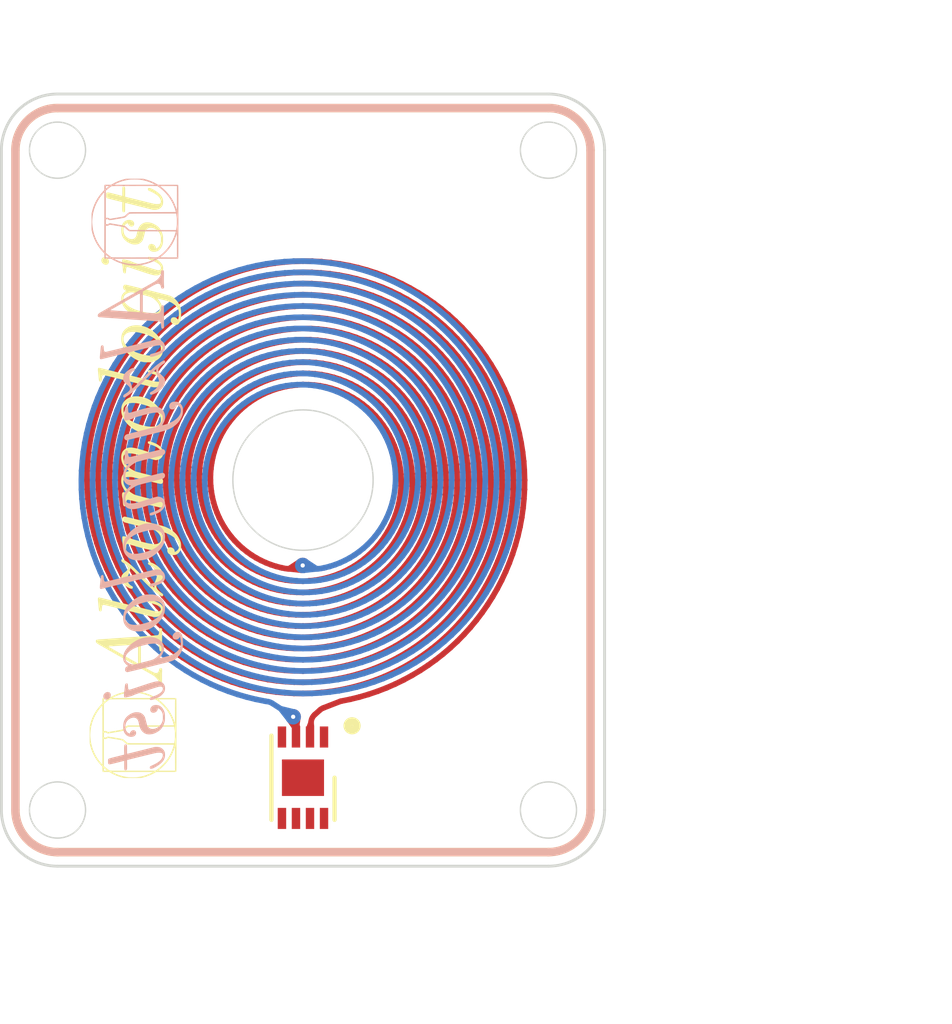
<source format=kicad_pcb>
(kicad_pcb (version 20221018) (generator pcbnew)
  (layers (0 "F.Cu" signal) (31 "B.Cu" signal) (34 "B.Paste" user) (35 "F.Paste" user) (36 "B.SilkS" user "B.Silkscreen") (37 "F.SilkS" user "F.Silkscreen") (38 "B.Mask" user) (39 "F.Mask" user) (44 "Edge.Cuts" user))
  (net 0 "")
  (net 2 "Net-(U1-AC0)")
  (footprint "Package_DFN_QFN:DFN-8-1EP_3x2mm_P0.5mm_EP1.3x1.5mm" (layer "F.Cu") (at 108.75 97.35 -90)
    (fp_text reference "U1" hide)
    (fp_text value "M24SR02-YMC6T/2")
  )
  (gr_poly (pts (xy 101.507563 82.391) (xy 101.507741 82.395311) (xy 101.50801 82.399363) (xy 101.508368 82.403168) (xy 101.508818 82.406737) (xy 101.50936 82.410083) (xy 101.509994 82.413217) (xy 101.51072 82.41615) (xy 101.51154 82.418895) (xy 101.512454 82.421463) (xy 101.513463 82.423866) (xy 101.514567 82.426116) (xy 101.515766 82.428224) (xy 101.517062 82.430202) (xy 101.518454 82.432062) (xy 101.519944 82.433815) (xy 101.521533 82.435473) (xy 101.523219 82.437049) (xy 101.524644 82.438226) (xy 101.52613 82.439372) (xy 101.527666 82.440481) (xy 101.529239 82.441547) (xy 101.530836 82.442563) (xy 101.532447 82.443523) (xy 101.534057 82.444421) (xy 101.535655 82.445251) (xy 101.537228 82.446007) (xy 101.538764 82.446681) (xy 101.54025 82.44727) (xy 101.541674 82.447765) (xy 101.543024 82.44816) (xy 101.544287 82.448451) (xy 101.54545 82.44863) (xy 101.546503 82.448691) (xy 101.567645 82.444242) (xy 101.6188 82.432154) (xy 101.780394 82.392599) (xy 103.502303 81.96662) (xy 103.514092 81.964146) (xy 103.526542 81.961889) (xy 103.539508 81.959854) (xy 103.552846 81.958046) (xy 103.580056 81.955132) (xy 103.607011 81.953192) (xy 103.632553 81.952269) (xy 103.644431 81.952203) (xy 103.655521 81.952407) (xy 103.665678 81.952887) (xy 103.674756 81.953648) (xy 103.682611 81.954696) (xy 103.689099 81.956036) (xy 103.695526 81.958006) (xy 103.701701 81.960331) (xy 103.707607 81.962995) (xy 103.713225 81.965983) (xy 103.71854 81.969278) (xy 103.723533 81.972863) (xy 103.728189 81.976723) (xy 103.73249 81.980841) (xy 103.736419 81.985201) (xy 103.738238 81.987467) (xy 103.739958 81.989786) (xy 103.741577 81.992159) (xy 103.743092 81.994581) (xy 103.744501 81.997052) (xy 103.745802 81.999569) (xy 103.746993 82.00213) (xy 103.748072 82.004733) (xy 103.749036 82.007377) (xy 103.749884 82.010058) (xy 103.750614 82.012776) (xy 103.751223 82.015527) (xy 103.751709 82.018311) (xy 103.752069 82.021124) (xy 103.752778 82.030563) (xy 103.752702 82.039655) (xy 103.752361 82.044084) (xy 103.751814 82.048441) (xy 103.751056 82.052731) (xy 103.750085 82.056958) (xy 103.748897 82.061129) (xy 103.747488 82.065247) (xy 103.745856 82.069317) (xy 103.743995 82.073344) (xy 103.741904 82.077333) (xy 103.739579 82.081289) (xy 103.737015 82.085217) (xy 103.73421 82.089122) (xy 103.727861 82.09688) (xy 103.720505 82.104602) (xy 103.712114 82.112327) (xy 103.702658 82.120095) (xy 103.692112 82.127942) (xy 103.680446 82.13591) (xy 103.667633 82.144035) (xy 103.653644 82.152357) (xy 103.633173 82.163099) (xy 103.609831 82.173896) (xy 103.583574 82.184755) (xy 103.554359 82.195683) (xy 103.522143 82.206685) (xy 103.486882 82.217767) (xy 103.448533 82.228936) (xy 103.407053 82.240199) (xy 103.39186 82.244223) (xy 103.377089 82.248285) (xy 103.363111 82.252272) (xy 103.3503 82.256074) (xy 103.339026 82.259577) (xy 103.329662 82.262672) (xy 103.32258 82.265245) (xy 103.320012 82.266302) (xy 103.318153 82.267186) (xy 103.315488 82.268673) (xy 103.312952 82.270346) (xy 103.310547 82.272196) (xy 103.308273 82.27421) (xy 103.306133 82.276378) (xy 103.304129 82.278688) (xy 103.302262 82.281129) (xy 103.300533 82.28369) (xy 103.298945 82.286359) (xy 103.297498 82.289126) (xy 103.296195 82.291978) (xy 103.295038 82.294906) (xy 103.294027 82.297897) (xy 103.293165 82.30094) (xy 103.292453 82.304024) (xy 103.291893 82.307139) (xy 103.291486 82.310271) (xy 103.291235 82.313412) (xy 103.29114 82.316548) (xy 103.291203 82.319669) (xy 103.291427 82.322764) (xy 103.291813 82.325821) (xy 103.292361 82.32883) (xy 103.293075 82.331778) (xy 103.293956 82.334655) (xy 103.295004 82.33745) (xy 103.296223 82.34015) (xy 103.297613 82.342746) (xy 103.299177 82.345225) (xy 103.300915 82.347577) (xy 103.30283 82.34979) (xy 103.304924 82.351853) (xy 103.309672 82.35514) (xy 103.315778 82.357659) (xy 103.323232 82.35941) (xy 103.332027 82.360394) (xy 103.342155 82.360613) (xy 103.353609 82.360067) (xy 103.36638 82.358756) (xy 103.380462 82.356682) (xy 103.395846 82.353845) (xy 103.412524 82.350246) (xy 103.449733 82.340766) (xy 103.492027 82.328246) (xy 103.539344 82.312695) (xy 103.567684 82.302589) (xy 103.594388 82.292293) (xy 103.619495 82.281781) (xy 103.643044 82.271023) (xy 103.665074 82.259993) (xy 103.685624 82.248662) (xy 103.704731 82.237002) (xy 103.722436 82.224986) (xy 103.738776 82.212585) (xy 103.753791 82.199772) (xy 103.760814 82.193202) (xy 103.767519 82.186518) (xy 103.773913 82.179718) (xy 103.779999 82.172796) (xy 103.785783 82.165751) (xy 103.79127 82.158579) (xy 103.796464 82.151275) (xy 103.801371 82.143837) (xy 103.805994 82.136261) (xy 103.810339 82.128543) (xy 103.814411 82.120681) (xy 103.818215 82.11267) (xy 103.821048 82.105287) (xy 103.823589 82.096917) (xy 103.825833 82.087688) (xy 103.827773 82.077728) (xy 103.829403 82.067167) (xy 103.830717 82.056134) (xy 103.831708 82.044756) (xy 103.83237 82.033163) (xy 103.832698 82.021482) (xy 103.832685 82.009844) (xy 103.832324 81.998376) (xy 103.83161 81.987208) (xy 103.830536 81.976467) (xy 103.829096 81.966283) (xy 103.827284 81.956784) (xy 103.825094 81.948099) (xy 103.820059 81.932149) (xy 103.814277 81.91684) (xy 103.807749 81.902168) (xy 103.800471 81.888129) (xy 103.792444 81.87472) (xy 103.783664 81.861937) (xy 103.774131 81.849775) (xy 103.763843 81.838231) (xy 103.752799 81.827301) (xy 103.740996 81.81698) (xy 103.728434 81.807266) (xy 103.71511 81.798155) (xy 103.701024 81.789641) (xy 103.686174 81.781723) (xy 103.670557 81.774395) (xy 103.654173 81.767653) (xy 103.644829 81.764349) (xy 103.634711 81.761384) (xy 103.6239 81.758763) (xy 103.612477 81.756491) (xy 103.600524 81.754573) (xy 103.588122 81.753012) (xy 103.575352 81.751815) (xy 103.562297 81.750984) (xy 103.549037 81.750526) (xy 103.535654 81.750445) (xy 103.522228 81.750745) (xy 103.508843 81.751431) (xy 103.495578 81.752507) (xy 103.482516 81.753979) (xy 103.469737 81.755851) (xy 103.457323 81.758128) (xy 103.183017 81.824869) (xy 102.586844 81.972969) (xy 102.263623 82.053485) (xy 101.993781 82.119813) (xy 101.805497 82.165107) (xy 101.750745 82.177726) (xy 101.726949 82.18252) (xy 101.721228 82.182976) (xy 101.716132 82.183344) (xy 101.711603 82.183607) (xy 101.707584 82.183752) (xy 101.705748 82.183775) (xy 101.704018 82.183763) (xy 101.702387 82.183714) (xy 101.700848 82.183627) (xy 101.699393 82.183498) (xy 101.698015 82.183327) (xy 101.696708 82.183112) (xy 101.695463 82.18285) (xy 101.694274 82.182541) (xy 101.693134 82.182181) (xy 101.692036 82.18177) (xy 101.690971 82.181305) (xy 101.689934 82.180785) (xy 101.688917 82.180207) (xy 101.687913 82.179571) (xy 101.686914 82.178873) (xy 101.685913 82.178113) (xy 101.684904 82.177288) (xy 101.683879 82.176397) (xy 101.682831 82.175437) (xy 101.680637 82.173305) (xy 101.678265 82.170878) (xy 101.674857 82.167286) (xy 101.67176 82.163597) (xy 101.668952 82.159726) (xy 101.666409 82.15559) (xy 101.664107 82.151104) (xy 101.662024 82.146182) (xy 101.660137 82.140741) (xy 101.658422 82.134696) (xy 101.656855 82.127963) (xy 101.655414 82.120458) (xy 101.654075 82.112094) (xy 101.652816 82.102789) (xy 101.650441 82.081016) (xy 101.648103 82.054461) (xy 101.647113 82.041693) (xy 101.646114 82.03013) (xy 101.645084 82.019698) (xy 101.644002 82.010325) (xy 101.642845 82.001939) (xy 101.642231 81.998092) (xy 101.641592 81.994465) (xy 101.640922 81.991048) (xy 101.640221 81.987832) (xy 101.639484 81.984807) (xy 101.63871 81.981965) (xy 101.637896 81.979297) (xy 101.637038 81.976794) (xy 101.636135 81.974446) (xy 101.635184 81.972244) (xy 101.634181 81.97018) (xy 101.633124 81.968243) (xy 101.632011 81.966426) (xy 101.630839 81.964718) (xy 101.629604 81.963111) (xy 101.628305 81.961596) (xy 101.626938 81.960163) (xy 101.625502 81.958804) (xy 101.623992 81.957509) (xy 101.622407 81.95627) (xy 101.620743 81.955076) (xy 101.618998 81.95392) (xy 101.616795 81.952566) (xy 101.614551 81.951381) (xy 101.612272 81.950363) (xy 101.609961 81.949512) (xy 101.607623 81.948823) (xy 101.60526 81.948298) (xy 101.602877 81.947933) (xy 101.600478 81.947727) (xy 101.598066 81.947678) (xy 101.595646 81.947785) (xy 101.593221 81.948046) (xy 101.590796 81.948459) (xy 101.588373 81.949024) (xy 101.585958 81.949737) (xy 101.583553 81.950598) (xy 101.581163 81.951605) (xy 101.578792 81.952755) (xy 101.576443 81.954049) (xy 101.574121 81.955483) (xy 101.571828 81.957056) (xy 101.56957 81.958768) (xy 101.56735 81.960615) (xy 101.565172 81.962596) (xy 101.563039 81.96471) (xy 101.560956 81.966955) (xy 101.558927 81.969329) (xy 101.556955 81.971831) (xy 101.555044 81.974459) (xy 101.553198 81.977211) (xy 101.551421 81.980087) (xy 101.549718 81.983083) (xy 101.54809 81.986199) (xy 101.547459 81.987814) (xy 101.546759 81.990436) (xy 101.54518 81.998469) (xy 101.543402 82.009825) (xy 101.541476 82.024034) (xy 101.537375 82.059125) (xy 101.533273 82.09997) (xy 101.529197 82.146578) (xy 101.524476 82.197403) (xy 101.519656 82.246342) (xy 101.515282 82.287295) (xy 101.513162 82.306063) (xy 101.511369 82.323139) (xy 101.509908 82.338616) (xy 101.508783 82.352589) (xy 101.508 82.365151) (xy 101.507562 82.376396) (xy 101.507474 82.386418)) (fill solid) (layer "B.SilkS"))
  (gr_poly (pts (xy 101.234824 77.92802) (xy 101.247687 77.976219) (xy 101.261878 78.023597) (xy 101.277411 78.070177) (xy 101.294297 78.115981) (xy 101.312551 78.161032) (xy 101.332185 78.205352) (xy 101.353213 78.248963) (xy 101.375648 78.291888) (xy 101.399503 78.334149) (xy 101.424791 78.37577) (xy 101.451526 78.416772) (xy 101.47972 78.457178) (xy 101.509387 78.49701) (xy 101.54054 78.536292) (xy 101.573192 78.575044) (xy 101.607357 78.613291) (xy 101.66874 78.680495) (xy 101.66874 78.766749) (xy 101.66884 78.787897) (xy 101.669137 78.806155) (xy 101.66936 78.814228) (xy 101.669633 78.821611) (xy 101.669956 78.828314) (xy 101.670328 78.83435) (xy 101.670749 78.839728) (xy 101.671221 78.84446) (xy 101.671742 78.848556) (xy 101.672312 78.852027) (xy 101.672932 78.854885) (xy 101.673602 78.857139) (xy 101.673955 78.858043) (xy 101.674321 78.858801) (xy 101.6747 78.859414) (xy 101.67509 78.859882) (xy 101.676335 78.860738) (xy 101.678301 78.861522) (xy 101.684508 78.862883) (xy 101.693926 78.863984) (xy 101.706774 78.864843) (xy 101.723268 78.865479) (xy 101.743626 78.86591) (xy 101.796799 78.866232) (xy 101.911628 78.866232) (xy 101.960311 78.895336) (xy 102.005216 78.921294) (xy 102.051911 78.945757) (xy 102.100224 78.968684) (xy 102.149984 78.990032) (xy 102.201023 79.009759) (xy 102.253168 79.027821) (xy 102.306249 79.044177) (xy 102.360096 79.058783) (xy 102.414539 79.071597) (xy 102.469407 79.082576) (xy 102.524528 79.091677) (xy 102.579734 79.098859) (xy 102.634852 79.104078) (xy 102.689714 79.107291) (xy 102.744147 79.108457) (xy 102.797982 79.107532) (xy 102.847224 79.104863) (xy 102.89647 79.100644) (xy 102.945637 79.094897) (xy 102.994642 79.087647) (xy 103.043402 79.078918) (xy 103.091834 79.068735) (xy 103.139855 79.05712) (xy 103.187382 79.044098) (xy 103.234333 79.029694) (xy 103.280624 79.013931) (xy 103.326173 78.996833) (xy 103.370896 78.978424) (xy 103.41471 78.958728) (xy 103.457533 78.93777) (xy 103.499282 78.915573) (xy 103.539873 78.892161) (xy 103.583265 78.866232) (xy 103.940982 78.866232) (xy 104.05618 78.866191) (xy 104.103129 78.866121) (xy 104.143628 78.866001) (xy 104.178164 78.865819) (xy 104.193349 78.865701) (xy 104.207226 78.865562) (xy 104.219856 78.865403) (xy 104.2313 78.865219) (xy 104.24162 78.865011) (xy 104.250875 78.864777) (xy 104.259127 78.864515) (xy 104.266437 78.864223) (xy 104.272867 78.8639) (xy 104.278475 78.863545) (xy 104.283325 78.863156) (xy 104.287476 78.862731) (xy 104.29099 78.862268) (xy 104.292527 78.862023) (xy 104.293928 78.861767) (xy 104.295199 78.861502) (xy 104.29635 78.861226) (xy 104.297386 78.86094) (xy 104.298317 78.860643) (xy 104.29915 78.860335) (xy 104.299891 78.860016) (xy 104.300549 78.859686) (xy 104.301132 78.859345) (xy 104.301647 78.858992) (xy 104.302102 78.858627) (xy 104.302504 78.85825) (xy 104.302861 78.857861) (xy 104.30318 78.857459) (xy 104.30347 78.857045) (xy 104.30399 78.856178) (xy 104.30638 78.772983) (xy 104.308025 78.53074) (xy 104.309282 77.546491) (xy 104.309001 76.848156) (xy 104.308556 76.619105) (xy 104.307827 76.455614) (xy 104.30675 76.346791) (xy 104.306062 76.309478) (xy 104.305263 76.281749) (xy 104.304348 76.262243) (xy 104.303306 76.249598) (xy 104.302131 76.242454) (xy 104.301491 76.240519) (xy 104.300815 76.239449) (xy 104.296025 76.236958) (xy 104.285312 76.235001) (xy 104.265831 76.233514) (xy 104.256365 76.233187) (xy 104.256365 76.278607) (xy 104.255836 76.714111) (xy 104.255643 76.855319) (xy 104.255381 76.961621) (xy 104.255188 77.003067) (xy 104.254934 77.03745) (xy 104.254603 77.065323) (xy 104.254182 77.08724) (xy 104.253933 77.096139) (xy 104.253656 77.103756) (xy 104.253348 77.110162) (xy 104.253009 77.115425) (xy 104.252636 77.119616) (xy 104.252228 77.122802) (xy 104.251782 77.125053) (xy 104.251544 77.12585) (xy 104.251297 77.12644) (xy 104.251039 77.12683) (xy 104.25077 77.12703) (xy 104.250491 77.127048) (xy 104.250201 77.126893) (xy 104.2499 77.126574) (xy 104.249587 77.126099) (xy 104.248927 77.124717) (xy 104.248218 77.122816) (xy 104.247458 77.120465) (xy 104.245782 77.114691) (xy 104.238723 77.090437) (xy 104.229692 77.062741) (xy 104.22779 77.057343) (xy 104.22779 77.257565) (xy 104.24049 77.338528) (xy 104.244249 77.362612) (xy 104.247245 77.384557) (xy 104.249559 77.405696) (xy 104.251272 77.427362) (xy 104.252464 77.450888) (xy 104.253215 77.477608) (xy 104.253607 77.508855) (xy 104.253719 77.545961) (xy 104.253607 77.583231) (xy 104.253215 77.614629) (xy 104.252464 77.641574) (xy 104.251272 77.665487) (xy 104.250485 77.675733) (xy 104.250485 77.970748) (xy 104.25152 77.971378) (xy 104.253138 77.982747) (xy 104.254248 78.011231) (xy 104.255389 78.137007) (xy 104.255836 78.383632) (xy 104.256365 78.818607) (xy 103.957386 78.818607) (xy 103.841242 78.818425) (xy 103.746182 78.817946) (xy 103.68198 78.817268) (xy 103.664504 78.816885) (xy 103.658407 78.816491) (xy 103.658608 78.816146) (xy 103.659197 78.815519) (xy 103.661458 78.813481) (xy 103.66502 78.8105) (xy 103.669718 78.806701) (xy 103.681847 78.797143) (xy 103.696507 78.785799) (xy 103.722501 78.766026) (xy 103.748633 78.744871) (xy 103.77482 78.722426) (xy 103.800976 78.698784) (xy 103.827018 78.674038) (xy 103.85286 78.648282) (xy 103.878419 78.621607) (xy 103.903609 78.594108) (xy 103.928347 78.565877) (xy 103.952548 78.537008) (xy 103.976127 78.507592) (xy 103.999 78.477725) (xy 104.021082 78.447497) (xy 104.042289 78.417003) (xy 104.062537 78.386335) (xy 104.08174 78.355586) (xy 104.106044 78.31375) (xy 104.130523 78.267753) (xy 104.154554 78.21899) (xy 104.177519 78.168857) (xy 104.198797 78.118748) (xy 104.217769 78.07006) (xy 104.233813 78.024186) (xy 104.240544 78.002742) (xy 104.246311 77.982524) (xy 104.249281 77.972759) (xy 104.250485 77.970748) (xy 104.250485 77.675733) (xy 104.249559 77.687787) (xy 104.247245 77.709896) (xy 104.244249 77.733232) (xy 104.24049 77.759216) (xy 104.22779 77.84494) (xy 103.407053 77.843882) (xy 102.586844 77.842295) (xy 102.563032 77.829595) (xy 102.56031 77.828056) (xy 102.55713 77.82604) (xy 102.549555 77.820706) (xy 102.540615 77.813847) (xy 102.53062 77.805716) (xy 102.519882 77.796568) (xy 102.50871 77.786658) (xy 102.497413 77.776239) (xy 102.486303 77.765566) (xy 102.473815 77.753718) (xy 102.461804 77.74282) (xy 102.456003 77.737744) (xy 102.450351 77.732926) (xy 102.44486 77.728373) (xy 102.439538 77.724092) (xy 102.434395 77.72009) (xy 102.429443 77.716375) (xy 102.424691 77.712952) (xy 102.420149 77.709829) (xy 102.415827 77.707014) (xy 102.411735 77.704512) (xy 102.407883 77.702331) (xy 102.404282 77.700478) (xy 102.393781 77.696135) (xy 102.379113 77.691631) (xy 102.35874 77.686656) (xy 102.331125 77.680899) (xy 102.248012 77.665801) (xy 102.117474 77.643857) (xy 101.865061 77.601357) (xy 101.865061 77.653382) (xy 102.109536 77.694128) (xy 102.209036 77.711293) (xy 102.291173 77.726275) (xy 102.323652 77.732575) (xy 102.349298 77.737883) (xy 102.367279 77.742051) (xy 102.373136 77.74366) (xy 102.376765 77.744928) (xy 102.379377 77.746164) (xy 102.382429 77.747872) (xy 102.38589 77.750025) (xy 102.38973 77.752601) (xy 102.39842 77.758918) (xy 102.408251 77.766624) (xy 102.418974 77.77552) (xy 102.430343 77.785409) (xy 102.442109 77.796092) (xy 102.454024 77.80737) (xy 102.465777 77.818289) (xy 102.477803 77.829041) (xy 102.489779 77.839358) (xy 102.501384 77.848975) (xy 102.512294 77.857625) (xy 102.522187 77.865041) (xy 102.526651 77.868202) (xy 102.53074 77.870955) (xy 102.534414 77.873267) (xy 102.537632 77.875103) (xy 102.565678 77.88992) (xy 103.390119 77.891507) (xy 103.709951 77.89226) (xy 103.971938 77.893558) (xy 104.148994 77.895153) (xy 104.197208 77.895985) (xy 104.214032 77.896799) (xy 104.213619 77.90031) (xy 104.212613 77.905564) (xy 104.209029 77.920587) (xy 104.203698 77.940433) (xy 104.197032 77.963672) (xy 104.189449 77.988871) (xy 104.181364 78.014596) (xy 104.173192 78.039416) (xy 104.165348 78.061899) (xy 104.148924 78.104788) (xy 104.131215 78.147118) (xy 104.112238 78.188864) (xy 104.092009 78.23) (xy 104.070547 78.2705) (xy 104.047867 78.310339) (xy 104.023988 78.349492) (xy 103.998926 78.387932) (xy 103.972697 78.425634) (xy 103.945321 78.462572) (xy 103.916812 78.498721) (xy 103.887189 78.534056) (xy 103.856468 78.56855) (xy 103.824666 78.602179) (xy 103.791801 78.634916) (xy 103.75789 78.666736) (xy 103.736508 78.685546) (xy 103.712746 78.705696) (xy 103.687643 78.726342) (xy 103.662243 78.74664) (xy 103.637587 78.765748) (xy 103.614717 78.782822) (xy 103.594675 78.797019) (xy 103.58604 78.802775) (xy 103.578503 78.807495) (xy 103.570974 78.811163) (xy 103.555385 78.813919) (xy 103.481136 78.816515) (xy 103.481136 78.866761) (xy 103.412344 78.901686) (xy 103.362941 78.925205) (xy 103.311001 78.947261) (xy 103.256865 78.967729) (xy 103.200876 78.986485) (xy 103.143374 79.003406) (xy 103.084699 79.018368) (xy 103.025194 79.031245) (xy 102.965198 79.041915) (xy 102.941584 79.045476) (xy 102.920054 79.048274) (xy 102.89897 79.050389) (xy 102.876695 79.051903) (xy 102.851593 79.052897) (xy 102.822026 79.05345) (xy 102.742948 79.053557) (xy 102.698532 79.053465) (xy 102.662449 79.053119) (xy 102.632816 79.052413) (xy 102.607746 79.051242) (xy 102.585356 79.049501) (xy 102.563759 79.047083) (xy 102.541071 79.043884) (xy 102.515407 79.039799) (xy 102.458635 79.029267) (xy 102.40324 79.017061) (xy 102.348961 79.003094) (xy 102.295538 78.987279) (xy 102.24271 78.969529) (xy 102.190217 78.949758) (xy 102.137799 78.927878) (xy 102.085194 78.903803) (xy 102.071672 78.897354) (xy 102.059067 78.891202) (xy 102.047652 78.885497) (xy 102.037702 78.880387) (xy 102.029487 78.876022) (xy 102.023282 78.872549) (xy 102.021018 78.871194) (xy 102.019359 78.870118) (xy 102.018338 78.86934) (xy 102.018078 78.869068) (xy 102.01799 78.868878) (xy 102.232832 78.867026) (xy 102.749298 78.866761) (xy 103.481136 78.866761) (xy 103.481136 78.816515) (xy 103.461028 78.817218) (xy 102.746653 78.818607) (xy 102.493159 78.818568) (xy 102.298167 78.818392) (xy 102.153852 78.817993) (xy 102.098252 78.817683) (xy 102.052386 78.817284) (xy 102.015276 78.816786) (xy 101.985945 78.816178) (xy 101.963412 78.815449) (xy 101.946702 78.814589) (xy 101.934834 78.813585) (xy 101.93041 78.813027) (xy 101.926831 78.812429) (xy 101.923973 78.811789) (xy 101.921715 78.811107) (xy 101.919933 78.810382) (xy 101.918507 78.809611) (xy 101.903726 78.799551) (xy 101.883607 78.784989) (xy 101.859952 78.767326) (xy 101.834568 78.747963) (xy 101.809258 78.728304) (xy 101.785827 78.709748) (xy 101.766079 78.693697) (xy 101.75182 78.681553) (xy 101.724303 78.655967) (xy 101.724303 78.728649) (xy 101.724698 78.72874) (xy 101.725279 78.729008) (xy 101.726036 78.729444) (xy 101.726957 78.730038) (xy 101.729242 78.731663) (xy 101.732042 78.733808) (xy 101.735263 78.7364) (xy 101.738814 78.739364) (xy 101.742599 78.742626) (xy 101.746528 78.746111) (xy 101.751326 78.750323) (xy 101.757235 78.755297) (xy 101.764024 78.760855) (xy 101.771465 78.766815) (xy 101.787381 78.779225) (xy 101.795398 78.785316) (xy 101.803149 78.79109) (xy 101.839661 78.818607) (xy 101.721657 78.818607) (xy 101.721657 78.773628) (xy 101.721706 78.764555) (xy 101.721847 78.756108) (xy 101.722076 78.748467) (xy 101.722385 78.741812) (xy 101.722768 78.736323) (xy 101.722986 78.734072) (xy 101.72322 78.732179) (xy 101.723469 78.730668) (xy 101.723733 78.729561) (xy 101.723871 78.729166) (xy 101.724011 78.728881) (xy 101.724156 78.728707) (xy 101.724303 78.728649) (xy 101.724303 78.655967) (xy 101.721657 78.653507) (xy 101.721657 77.685132) (xy 101.741236 77.689365) (xy 101.748252 77.690815) (xy 101.754849 77.691982) (xy 101.761078 77.692858) (xy 101.766992 77.693434) (xy 101.772642 77.693699) (xy 101.77808 77.693644) (xy 101.783359 77.693261) (xy 101.78853 77.692541) (xy 101.793646 77.691472) (xy 101.798757 77.690048) (xy 101.803917 77.688257) (xy 101.809176 77.686091) (xy 101.814588 77.683541) (xy 101.820203 77.680597) (xy 101.826074 77.67725) (xy 101.832253 77.673491) (xy 101.865061 77.653382) (xy 101.865061 77.601357) (xy 101.859769 77.600466) (xy 101.837015 77.611578) (xy 101.832032 77.614117) (xy 101.826713 77.616911) (xy 101.815716 77.622889) (xy 101.805315 77.628768) (xy 101.80074 77.631437) (xy 101.796799 77.633803) (xy 101.79122 77.637306) (xy 101.788778 77.638713) (xy 101.786496 77.639897) (xy 101.78432 77.64086) (xy 101.782195 77.641607) (xy 101.780067 77.642142) (xy 101.777881 77.642468) (xy 101.775584 77.64259) (xy 101.773121 77.642511) (xy 101.770437 77.642234) (xy 101.76748 77.641765) (xy 101.764193 77.641107) (xy 101.760524 77.640264) (xy 101.75182 77.638036) (xy 101.724303 77.630628) (xy 101.722715 77.549666) (xy 101.722422 77.528407) (xy 101.722357 77.51919) (xy 101.722352 77.510863) (xy 101.722408 77.503389) (xy 101.722529 77.496729) (xy 101.722719 77.490847) (xy 101.72298 77.485702) (xy 101.723315 77.481259) (xy 101.723728 77.477479) (xy 101.723965 77.475825) (xy 101.724222 77.474323) (xy 101.7245 77.472967) (xy 101.724799 77.471754) (xy 101.72512 77.470678) (xy 101.725463 77.469734) (xy 101.725829 77.468918) (xy 101.726217 77.468224) (xy 101.726629 77.467649) (xy 101.727064 77.467188) (xy 101.727523 77.466835) (xy 101.728007 77.466586) (xy 101.735916 77.463989) (xy 101.743036 77.461756) (xy 101.749456 77.459891) (xy 101.755267 77.458401) (xy 101.760561 77.457289) (xy 101.763042 77.456876) (xy 101.765428 77.456559) (xy 101.76773 77.456339) (xy 101.769958 77.456217) (xy 101.772126 77.456193) (xy 101.774243 77.456268) (xy 101.776321 77.456441) (xy 101.778372 77.456715) (xy 101.780407 77.457089) (xy 101.782438 77.457564) (xy 101.784475 77.45814) (xy 101.786529 77.458819) (xy 101.788613 77.4596) (xy 101.790738 77.460484) (xy 101.795154 77.462566) (xy 101.799869 77.465067) (xy 101.804973 77.467993) (xy 101.810557 77.471349) (xy 101.816827 77.475103) (xy 101.823216 77.478757) (xy 101.829542 77.482213) (xy 101.835626 77.485372) (xy 101.841289 77.488133) (xy 101.84635 77.490399) (xy 101.848599 77.491315) (xy 101.85063 77.492069) (xy 101.852421 77.49265) (xy 101.853949 77.493045) (xy 101.861875 77.492772) (xy 101.879357 77.490862) (xy 101.938549 77.482726) (xy 102.022645 77.469828) (xy 102.122765 77.453357) (xy 102.194616 77.441375) (xy 102.252874 77.431422) (xy 102.299127 77.423192) (xy 102.334961 77.416382) (xy 102.349468 77.413414) (xy 102.361965 77.410688) (xy 102.372652 77.408165) (xy 102.381726 77.405807) (xy 102.389387 77.403576) (xy 102.395832 77.401434) (xy 102.40126 77.399343) (xy 102.405869 77.397265) (xy 102.408895 77.395534) (xy 102.412388 77.393337) (xy 102.420612 77.387666) (xy 102.430212 77.380494) (xy 102.440861 77.372064) (xy 102.452228 77.362616) (xy 102.463987 77.352394) (xy 102.475807 77.341638) (xy 102.487361 77.330591) (xy 102.498841 77.319767) (xy 102.510446 77.309292) (xy 102.521852 77.299411) (xy 102.532737 77.290374) (xy 102.542779 77.282428) (xy 102.547383 77.278942) (xy 102.551655 77.275822) (xy 102.555555 77.273098) (xy 102.559042 77.270803) (xy 102.562077 77.268966) (xy 102.564619 77.26762) (xy 102.574448 77.264453) (xy 102.593641 77.26203) (xy 102.695985 77.259021) (xy 103.407582 77.257565) (xy 104.22779 77.257565) (xy 104.22779 77.057343) (xy 104.219048 77.032528) (xy 104.207153 77.000721) (xy 104.194364 76.968245) (xy 104.181042 76.936022) (xy 104.167546 76.904978) (xy 104.154236 76.876036) (xy 104.13986 76.846585) (xy 104.124903 76.817554) (xy 104.109356 76.788931) (xy 104.093208 76.760703) (xy 104.076449 76.732856) (xy 104.05907 76.705377) (xy 104.041059 76.678253) (xy 104.022407 76.651471) (xy 104.003104 76.625018) (xy 103.98314 76.59888) (xy 103.962505 76.573045) (xy 103.941188 76.547498) (xy 103.91918 76.522228) (xy 103.896471 76.49722) (xy 103.87305 76.472462) (xy 103.848907 76.447941) (xy 103.830273 76.429549) (xy 103.810865 76.410841) (xy 103.791245 76.392344) (xy 103.771979 76.374585) (xy 103.753631 76.358091) (xy 103.736765 76.343389) (xy 103.721945 76.331006) (xy 103.709736 76.32147) (xy 103.699478 76.313685) (xy 103.689884 76.306322) (xy 103.68117 76.299555) (xy 103.673554 76.293556) (xy 103.667253 76.2885) (xy 103.662483 76.28456) (xy 103.66074 76.283063) (xy 103.659462 76.28191) (xy 103.658675 76.281123) (xy 103.658474 76.280874) (xy 103.658407 76.280724) (xy 103.68198 76.279947) (xy 103.746182 76.279269) (xy 103.957386 76.278607) (xy 104.256365 76.278607) (xy 104.256365 76.233187) (xy 104.234735 76.232437) (xy 104.126314 76.231263) (xy 103.937278 76.230982) (xy 103.581678 76.230982) (xy 103.561569 76.218917) (xy 103.561569 76.278607) (xy 103.591732 76.299774) (xy 103.641782 76.33615) (xy 103.689936 76.37384) (xy 103.736195 76.412843) (xy 103.780562 76.453158) (xy 103.823037 76.494785) (xy 103.863622 76.537722) (xy 103.902319 76.58197) (xy 103.93913 76.627527) (xy 103.974055 76.674392) (xy 104.007097 76.722565) (xy 104.038256 76.772044) (xy 104.067535 76.82283) (xy 104.094936 76.874922) (xy 104.120458 76.928317) (xy 104.144105 76.983017) (xy 104.165878 77.03902) (xy 104.174176 77.062452) (xy 104.182555 77.087472) (xy 104.190648 77.112838) (xy 104.198091 77.137312) (xy 104.204516 77.159653) (xy 104.209559 77.17862) (xy 104.212852 77.192974) (xy 104.213729 77.198033) (xy 104.214032 77.201474) (xy 103.971872 77.203987) (xy 103.38959 77.205707) (xy 102.565678 77.207295) (xy 102.538161 77.221582) (xy 102.535129 77.223325) (xy 102.531619 77.225555) (xy 102.523328 77.231339) (xy 102.513623 77.23866) (xy 102.502839 77.247247) (xy 102.491311 77.256826) (xy 102.479374 77.267124) (xy 102.467362 77.277868) (xy 102.455611 77.288786) (xy 102.444132 77.299632) (xy 102.432534 77.310168) (xy 102.421148 77.320133) (xy 102.410301 77.329268) (xy 102.400322 77.337311) (xy 102.391541 77.344002) (xy 102.387701 77.346759) (xy 102.384284 77.34908) (xy 102.381331 77.350934) (xy 102.378882 77.352286) (xy 102.370222 77.3556) (xy 102.355441 77.359645) (xy 102.334075 77.364509) (xy 102.305658 77.370278) (xy 102.225812 77.38488) (xy 102.112182 77.404145) (xy 101.867178 77.444891) (xy 101.835428 77.425311) (xy 101.829155 77.421634) (xy 101.823019 77.418337) (xy 101.816999 77.415419) (xy 101.81107 77.412876) (xy 101.805209 77.410705) (xy 101.799393 77.408903) (xy 101.793599 77.407467) (xy 101.787803 77.406394) (xy 101.781982 77.40568) (xy 101.776114 77.405323) (xy 101.770174 77.405319) (xy 101.764139 77.405666) (xy 101.757987 77.40636) (xy 101.751693 77.407398) (xy 101.745236 77.408777) (xy 101.73859 77.410495) (xy 101.721657 77.415786) (xy 101.721657 76.443707) (xy 101.757111 76.412486) (xy 101.774094 76.398052) (xy 101.794748 76.381249) (xy 101.817684 76.363131) (xy 101.841513 76.344753) (xy 101.864846 76.327169) (xy 101.886294 76.311432) (xy 101.904467 76.298598) (xy 101.917978 76.28972) (xy 101.925504 76.286052) (xy 101.941079 76.283295) (xy 102.03532 76.279996) (xy 102.748769 76.278607) (xy 103.561569 76.278607) (xy 103.561569 76.218917) (xy 103.536698 76.203995) (xy 103.495355 76.180123) (xy 103.450329 76.156692) (xy 103.402251 76.133943) (xy 103.351755 76.112118) (xy 103.299473 76.091459) (xy 103.246037 76.072208) (xy 103.192081 76.054605) (xy 103.138236 76.038895) (xy 103.057803 76.01667) (xy 102.745594 76.01667) (xy 102.745594 76.043657) (xy 102.785992 76.043746) (xy 102.819636 76.044071) (xy 102.84796 76.044718) (xy 102.872396 76.045774) (xy 102.894376 76.047326) (xy 102.915333 76.049462) (xy 102.936699 76.052267) (xy 102.959907 76.055828) (xy 103.019897 76.066232) (xy 103.078176 76.078433) (xy 103.134966 76.092496) (xy 103.190491 76.10848) (xy 103.244975 76.126449) (xy 103.29864 76.146464) (xy 103.351709 76.168588) (xy 103.404407 76.192882) (xy 103.481136 76.229924) (xy 102.749298 76.230453) (xy 102.232832 76.230519) (xy 102.075703 76.230081) (xy 102.01799 76.229395) (xy 102.019738 76.227843) (xy 102.024726 76.224892) (xy 102.042902 76.215496) (xy 102.069475 76.202615) (xy 102.1014 76.187657) (xy 102.169125 76.157139) (xy 102.198836 76.144394) (xy 102.221719 76.135203) (xy 102.255294 76.123419) (xy 102.290982 76.111969) (xy 102.328271 76.100991) (xy 102.366645 76.090621) (xy 102.405589 76.080995) (xy 102.444589 76.072249) (xy 102.483131 76.06452) (xy 102.520699 76.057945) (xy 102.547899 76.053533) (xy 102.571614 76.050131) (xy 102.593717 76.047611) (xy 102.616081 76.04584) (xy 102.640578 76.04469) (xy 102.66908 76.044029) (xy 102.745594 76.043657) (xy 102.745594 76.01667) (xy 102.438678 76.01667) (xy 102.356657 76.038895) (xy 102.301897 76.054629) (xy 102.248087 76.072001) (xy 102.19543 76.09091) (xy 102.14413 76.111258) (xy 102.094394 76.132946) (xy 102.046425 76.155874) (xy 102.000428 76.179943) (xy 101.956607 76.205053) (xy 101.913215 76.230982) (xy 101.796269 76.230982) (xy 101.780924 76.230989) (xy 101.780924 76.278607) (xy 101.792793 76.278702) (xy 101.803645 76.278971) (xy 101.80862 76.279163) (xy 101.813256 76.279389) (xy 101.817528 76.279645) (xy 101.821405 76.27993) (xy 101.82486 76.28024) (xy 101.827866 76.280571) (xy 101.830395 76.280921) (xy 101.832418 76.281286) (xy 101.833908 76.281664) (xy 101.834444 76.281856) (xy 101.834837 76.282051) (xy 101.835082 76.282247) (xy 101.835176 76.282444) (xy 101.835116 76.282642) (xy 101.834899 76.282841) (xy 101.833238 76.28431) (xy 101.830343 76.286661) (xy 101.821471 76.293556) (xy 101.809523 76.302635) (xy 101.79574 76.313003) (xy 101.788385 76.318429) (xy 101.78075 76.324264) (xy 101.773053 76.330323) (xy 101.765512 76.336419) (xy 101.758342 76.342366) (xy 101.751762 76.347978) (xy 101.745987 76.353069) (xy 101.741236 76.357453) (xy 101.721657 76.375974) (xy 101.721657 76.278607) (xy 101.780924 76.278607) (xy 101.780924 76.230989) (xy 101.776816 76.230991) (xy 101.759633 76.231024) (xy 101.74457 76.231094) (xy 101.73148 76.231214) (xy 101.720212 76.231396) (xy 101.715215 76.231514) (xy 101.710619 76.231652) (xy 101.706404 76.231812) (xy 101.702551 76.231995) (xy 101.699043 76.232203) (xy 101.69586 76.232437) (xy 101.692984 76.2327) (xy 101.690397 76.232991) (xy 101.688079 76.233314) (xy 101.686013 76.233669) (xy 101.684179 76.234059) (xy 101.682559 76.234484) (xy 101.681134 76.234946) (xy 101.680489 76.235192) (xy 101.679886 76.235447) (xy 101.679322 76.235713) (xy 101.678796 76.235988) (xy 101.678305 76.236275) (xy 101.677846 76.236572) (xy 101.677417 76.236879) (xy 101.677016 76.237198) (xy 101.676289 76.23787) (xy 101.675646 76.238588) (xy 101.675068 76.239354) (xy 101.674536 76.24017) (xy 101.674032 76.241036) (xy 101.673449 76.242543) (xy 101.672893 76.244852) (xy 101.671866 76.251719) (xy 101.670962 76.261314) (xy 101.670195 76.273316) (xy 101.669577 76.287401) (xy 101.669121 76.303247) (xy 101.668837 76.320531) (xy 101.66874 76.338932) (xy 101.66874 76.495036) (xy 101.66874 77.549666) (xy 101.667351 78.295526) (xy 101.665838 78.518537) (xy 101.664942 78.578411) (xy 101.663978 78.598474) (xy 101.659554 78.593463) (xy 101.650418 78.583393) (xy 101.623761 78.554024) (xy 101.607251 78.535491) (xy 101.5907 78.516065) (xy 101.557706 78.474889) (xy 101.525246 78.431194) (xy 101.493784 78.385683) (xy 101.463786 78.339055) (xy 101.435717 78.292012) (xy 101.410041 78.245254) (xy 101.398246 78.222201) (xy 101.387224 78.199482) (xy 101.371706 78.165851) (xy 101.357093 78.132195) (xy 101.343372 78.098465) (xy 101.330528 78.064611) (xy 101.31855 78.030583) (xy 101.307424 77.996332) (xy 101.297136 77.961808) (xy 101.287674 77.926961) (xy 101.279024 77.891743) (xy 101.271174 77.856103) (xy 101.264109 77.819991) (xy 101.257818 77.783359) (xy 101.252286 77.746156) (xy 101.2475 77.708333) (xy 101.243448 77.66984) (xy 101.240115 77.630628) (xy 101.238206 77.6032) (xy 101.236849 77.58087) (xy 101.23605 77.561888) (xy 101.235816 77.544506) (xy 101.236152 77.526975) (xy 101.237064 77.507547) (xy 101.23856 77.484473) (xy 101.240644 77.456003) (xy 101.245542 77.403329) (xy 101.252245 77.350327) (xy 101.260671 77.297362) (xy 101.270741 77.244799) (xy 101.282373 77.193006) (xy 101.295488 77.142348) (xy 101.310004 77.09319) (xy 101.32584 77.045899) (xy 101.338507 77.011783) (xy 101.352259 76.977561) (xy 101.367045 76.943325) (xy 101.382808 76.909167) (xy 101.399496 76.87518) (xy 101.417053 76.841456) (xy 101.435426 76.808086) (xy 101.45456 76.775164) (xy 101.474401 76.742781) (xy 101.494894 76.71103) (xy 101.515986 76.680004) (xy 101.537623 76.649793) (xy 101.559749 76.620491) (xy 101.58231 76.592189) (xy 101.605253 76.564981) (xy 101.628523 76.538957) (xy 101.66874 76.495036) (xy 101.66874 76.338932) (xy 101.668644 76.356532) (xy 101.668368 76.372973) (xy 101.667931 76.387887) (xy 101.667351 76.400911) (xy 101.666647 76.411677) (xy 101.666255 76.4161) (xy 101.665838 76.41982) (xy 101.6654 76.422794) (xy 101.664942 76.424975) (xy 101.664467 76.426316) (xy 101.664224 76.426659) (xy 101.663978 76.426774) (xy 101.661397 76.428221) (xy 101.656601 76.432372) (xy 101.641381 76.447643) (xy 101.620343 76.470306) (xy 101.595517 76.498079) (xy 101.568929 76.52868) (xy 101.542608 76.559826) (xy 101.518582 76.589236) (xy 101.498878 76.614628) (xy 101.476548 76.645056) (xy 101.455001 76.676014) (xy 101.434241 76.707495) (xy 101.414269 76.739495) (xy 101.395088 76.77201) (xy 101.376699 76.805035) (xy 101.359106 76.838566) (xy 101.342311 76.872597) (xy 101.326315 76.907124) (xy 101.311122 76.942143) (xy 101.296733 76.977649) (xy 101.283151 77.013636) (xy 101.270379 77.050101) (xy 101.258418 77.08704) (xy 101.247271 77.124446) (xy 101.23694 77.162316) (xy 101.214186 77.249628) (xy 101.213657 77.54702) (xy 101.213657 77.843882)) (fill solid) (layer "B.SilkS"))
  (gr_poly (pts (xy 102.336697 83.136491) (xy 102.337046 83.14451) (xy 102.337716 83.152728) (xy 102.3387 83.161092) (xy 102.339988 83.169548) (xy 102.341574 83.178041) (xy 102.34345 83.186516) (xy 102.345609 83.194921) (xy 102.348041 83.2032) (xy 102.350741 83.211298) (xy 102.353699 83.219163) (xy 102.356908 83.22674) (xy 102.360361 83.233974) (xy 102.363875 83.240402) (xy 102.368032 83.247147) (xy 102.372781 83.254156) (xy 102.378072 83.261375) (xy 102.383852 83.268748) (xy 102.390071 83.276223) (xy 102.396677 83.283743) (xy 102.40362 83.291256) (xy 102.410849 83.298707) (xy 102.418311 83.306042) (xy 102.425956 83.313206) (xy 102.433733 83.320145) (xy 102.441591 83.326806) (xy 102.449478 83.333133) (xy 102.457344 83.339072) (xy 102.465136 83.34457) (xy 102.473143 83.35014) (xy 102.481247 83.356093) (xy 102.489381 83.362363) (xy 102.497481 83.368887) (xy 102.505482 83.3756) (xy 102.513319 83.382437) (xy 102.520926 83.389336) (xy 102.528239 83.39623) (xy 102.535192 83.403056) (xy 102.541721 83.409749) (xy 102.547759 83.416246) (xy 102.553242 83.422481) (xy 102.558106 83.428391) (xy 102.562284 83.433911) (xy 102.565711 83.438977) (xy 102.568324 83.443524) (xy 102.570965 83.448864) (xy 102.573335 83.45417) (xy 102.575434 83.459447) (xy 102.577261 83.464699) (xy 102.57882 83.469928) (xy 102.580109 83.47514) (xy 102.58113 83.480338) (xy 102.581883 83.485526) (xy 102.58237 83.490708) (xy 102.582591 83.495888) (xy 102.582547 83.501069) (xy 102.582239 83.506255) (xy 102.581667 83.511451) (xy 102.580832 83.51666) (xy 102.579736 83.521886) (xy 102.578378 83.527132) (xy 102.577332 83.530734) (xy 102.576165 83.53422) (xy 102.574853 83.537622) (xy 102.573375 83.540973) (xy 102.571708 83.544305) (xy 102.569829 83.547652) (xy 102.567716 83.551045) (xy 102.565347 83.554516) (xy 102.562698 83.5581) (xy 102.559748 83.561828) (xy 102.556474 83.565732) (xy 102.552854 83.569846) (xy 102.548864 83.574201) (xy 102.544483 83.578831) (xy 102.534457 83.589045) (xy 102.526196 83.597018) (xy 102.517085 83.605308) (xy 102.507417 83.613685) (xy 102.497481 83.621919) (xy 102.487571 83.629781) (xy 102.477977 83.637042) (xy 102.46899 83.643472) (xy 102.460903 83.648841) (xy 102.425845 83.670801) (xy 102.407473 83.682475) (xy 102.391582 83.692761) (xy 102.384994 83.697012) (xy 102.378916 83.701241) (xy 102.373335 83.705466) (xy 102.368241 83.709703) (xy 102.36362 83.713967) (xy 102.359463 83.718276) (xy 102.355757 83.722645) (xy 102.35249 83.727091) (xy 102.349651 83.73163) (xy 102.348388 83.733939) (xy 102.347228 83.736278) (xy 102.346169 83.738648) (xy 102.34521 83.741052) (xy 102.343585 83.745968) (xy 102.342341 83.751041) (xy 102.341467 83.756289) (xy 102.340951 83.761728) (xy 102.340782 83.767374) (xy 102.340825 83.769207) (xy 102.34095 83.771121) (xy 102.341155 83.773101) (xy 102.341435 83.775129) (xy 102.341786 83.777188) (xy 102.342205 83.779261) (xy 102.342687 83.781331) (xy 102.343229 83.783381) (xy 102.343827 83.785393) (xy 102.344477 83.787352) (xy 102.345174 83.789239) (xy 102.345916 83.791037) (xy 102.346699 83.79273) (xy 102.347517 83.794301) (xy 102.348369 83.795732) (xy 102.349249 83.797007) (xy 102.35108 83.799352) (xy 102.353106 83.801426) (xy 102.35533 83.803226) (xy 102.357757 83.80475) (xy 102.360391 83.805997) (xy 102.363238 83.806965) (xy 102.369588 83.808054) (xy 102.376844 83.808001) (xy 102.385042 83.806793) (xy 102.394219 83.804412) (xy 102.404414 83.800844) (xy 102.415663 83.796072) (xy 102.428003 83.790083) (xy 102.441472 83.782859) (xy 102.456107 83.774386) (xy 102.471945 83.764647) (xy 102.489023 83.753628) (xy 102.507378 83.741313) (xy 102.527049 83.727687) (xy 102.579315 83.690169) (xy 102.628673 83.652669) (xy 102.677077 83.61347) (xy 102.726478 83.570855) (xy 102.778832 83.523105) (xy 102.83609 83.468502) (xy 102.900207 83.40533) (xy 102.973136 83.33187) (xy 103.137856 83.165257) (xy 103.290768 83.012187) (xy 103.410542 82.893943) (xy 103.451335 82.854531) (xy 103.475844 82.831807) (xy 103.512886 82.799528) (xy 103.513415 82.852974) (xy 103.513555 82.864679) (xy 103.51399 82.876043) (xy 103.514741 82.887161) (xy 103.515829 82.898127) (xy 103.517278 82.909033) (xy 103.519108 82.919974) (xy 103.521341 82.931044) (xy 103.523998 82.942337) (xy 103.527103 82.953945) (xy 103.530675 82.965964) (xy 103.534737 82.978487) (xy 103.539311 82.991607) (xy 103.550081 83.020016) (xy 103.563157 83.05194) (xy 103.574495 83.07967) (xy 103.584513 83.105432) (xy 103.593226 83.129401) (xy 103.600653 83.151754) (xy 103.606812 83.17267) (xy 103.611721 83.192323) (xy 103.615398 83.210891) (xy 103.617859 83.22855) (xy 103.619124 83.245478) (xy 103.61921 83.26185) (xy 103.618135 83.277845) (xy 103.615916 83.293638) (xy 103.612572 83.309406) (xy 103.60812 83.325325) (xy 103.602579 83.341574) (xy 103.595965 83.358328) (xy 103.587659 83.376774) (xy 103.57843 83.394792) (xy 103.568299 83.412365) (xy 103.557286 83.429476) (xy 103.545411 83.446106) (xy 103.532695 83.462238) (xy 103.519156 83.477854) (xy 103.504816 83.492935) (xy 103.489695 83.507464) (xy 103.473812 83.521424) (xy 103.457189 83.534796) (xy 103.439844 83.547563) (xy 103.421799 83.559707) (xy 103.403073 83.571209) (xy 103.383687 83.582053) (xy 103.363661 83.59222) (xy 103.358129 83.594926) (xy 103.352666 83.597676) (xy 103.347306 83.600448) (xy 103.342081 83.603225) (xy 103.337023 83.605986) (xy 103.332165 83.608712) (xy 103.32754 83.611383) (xy 103.32318 83.613982) (xy 103.319117 83.616487) (xy 103.315385 83.61888) (xy 103.312015 83.621141) (xy 103.309041 83.62325) (xy 103.306495 83.62519) (xy 103.304409 83.626939) (xy 103.302816 83.628479) (xy 103.302214 83.629165) (xy 103.301748 83.629791) (xy 103.300868 83.631077) (xy 103.300017 83.632545) (xy 103.299199 83.634175) (xy 103.298416 83.63595) (xy 103.297674 83.637853) (xy 103.296977 83.639864) (xy 103.296327 83.641968) (xy 103.295729 83.644144) (xy 103.295187 83.646377) (xy 103.294705 83.648647) (xy 103.294286 83.650938) (xy 103.293935 83.653231) (xy 103.293655 83.655509) (xy 103.29345 83.657753) (xy 103.293325 83.659946) (xy 103.293282 83.66207) (xy 103.293337 83.664343) (xy 103.293501 83.666598) (xy 103.29377 83.66883) (xy 103.294142 83.671037) (xy 103.294613 83.673213) (xy 103.295179 83.675357) (xy 103.295839 83.677465) (xy 103.296589 83.679532) (xy 103.297426 83.681556) (xy 103.298346 83.683533) (xy 103.299347 83.68546) (xy 103.300426 83.687333) (xy 103.301579 83.689149) (xy 103.302803 83.690903) (xy 103.304095 83.692594) (xy 103.305453 83.694216) (xy 103.306872 83.695767) (xy 103.308351 83.697244) (xy 103.309885 83.698642) (xy 103.311472 83.699958) (xy 103.313108 83.70119) (xy 103.314792 83.702332) (xy 103.316518 83.703382) (xy 103.318285 83.704336) (xy 103.320089 83.705191) (xy 103.321927 83.705944) (xy 103.323796 83.70659) (xy 103.325693 83.707127) (xy 103.327615 83.70755) (xy 103.329559 83.707857) (xy 103.331521 83.708044) (xy 103.333498 83.708107) (xy 103.343223 83.707589) (xy 103.354248 83.706076) (xy 103.366431 83.703624) (xy 103.379635 83.700293) (xy 103.39372 83.69614) (xy 103.408545 83.691224) (xy 103.423972 83.685602) (xy 103.439861 83.679333) (xy 103.456072 83.672475) (xy 103.472467 83.665086) (xy 103.488904 83.657224) (xy 103.505246 83.648948) (xy 103.521352 83.640314) (xy 103.537083 83.631383) (xy 103.552299 83.622211) (xy 103.566861 83.612857) (xy 103.601319 83.588932) (xy 103.633272 83.564955) (xy 103.662747 83.540885) (xy 103.689768 83.516681) (xy 103.714362 83.492304) (xy 103.736553 83.467713) (xy 103.756368 83.442867) (xy 103.773831 83.417727) (xy 103.788969 83.392252) (xy 103.801808 83.366402) (xy 103.812372 83.340137) (xy 103.816809 83.326835) (xy 103.820687 83.313415) (xy 103.82678 83.286198) (xy 103.830674 83.258444) (xy 103.832397 83.230113) (xy 103.831973 83.201166) (xy 103.831147 83.188584) (xy 103.83 83.176938) (xy 103.828449 83.166082) (xy 103.826409 83.155872) (xy 103.823795 83.146165) (xy 103.820523 83.136816) (xy 103.816508 83.127681) (xy 103.811667 83.118615) (xy 103.805913 83.109476) (xy 103.799164 83.100117) (xy 103.791334 83.090396) (xy 103.782339 83.080168) (xy 103.772095 83.069289) (xy 103.760516 83.057614) (xy 103.747519 83.045001) (xy 103.733019 83.031303) (xy 103.687926 82.989019) (xy 103.669532 82.971502) (xy 103.653661 82.956062) (xy 103.640127 82.942445) (xy 103.628747 82.930397) (xy 103.623806 82.924882) (xy 103.619335 82.919664) (xy 103.61531 82.914711) (xy 103.611708 82.909991) (xy 103.608506 82.905473) (xy 103.605681 82.901125) (xy 103.603209 82.896914) (xy 103.601069 82.89281) (xy 103.599236 82.88878) (xy 103.597688 82.884793) (xy 103.596401 82.880816) (xy 103.595353 82.876819) (xy 103.594521 82.872769) (xy 103.593881 82.868635) (xy 103.59341 82.864384) (xy 103.593086 82.859985) (xy 103.592784 82.850616) (xy 103.59279 82.840274) (xy 103.592829 82.835363) (xy 103.592949 82.83073) (xy 103.59316 82.826342) (xy 103.593468 82.822166) (xy 103.593882 82.81817) (xy 103.594409 82.814322) (xy 103.595056 82.810588) (xy 103.595833 82.806936) (xy 103.596746 82.803334) (xy 103.597803 82.799749) (xy 103.599012 82.796149) (xy 103.60038 82.7925) (xy 103.601916 82.788771) (xy 103.603628 82.784928) (xy 103.605522 82.78094) (xy 103.607607 82.776774) (xy 103.613551 82.765441) (xy 103.619741 82.754595) (xy 103.626274 82.744142) (xy 103.633247 82.733986) (xy 103.640755 82.724031) (xy 103.648897 82.714182) (xy 103.65777 82.704345) (xy 103.667469 82.694422) (xy 103.678092 82.68432) (xy 103.689736 82.673943) (xy 103.702498 82.663195) (xy 103.716475 82.651982) (xy 103.731763 82.640207) (xy 103.748459 82.627775) (xy 103.786465 82.600562) (xy 103.79379 82.595342) (xy 103.800317 82.590555) (xy 103.80609 82.586137) (xy 103.811154 82.582024) (xy 103.815555 82.578153) (xy 103.817521 82.576289) (xy 103.819338 82.574461) (xy 103.821011 82.572661) (xy 103.822546 82.570883) (xy 103.82395 82.569117) (xy 103.825227 82.567356) (xy 103.826382 82.565592) (xy 103.827423 82.563817) (xy 103.828354 82.562023) (xy 103.829181 82.560202) (xy 103.829909 82.558346) (xy 103.830545 82.556448) (xy 103.831093 82.554498) (xy 103.83156 82.55249) (xy 103.831951 82.550415) (xy 103.832271 82.548266) (xy 103.832724 82.543711) (xy 103.832962 82.538763) (xy 103.833032 82.533357) (xy 103.83295 82.52819) (xy 103.832698 82.523394) (xy 103.832506 82.521132) (xy 103.832268 82.518958) (xy 103.831983 82.516871) (xy 103.831651 82.514869) (xy 103.83127 82.512951) (xy 103.830839 82.511116) (xy 103.830357 82.50936) (xy 103.829823 82.507684) (xy 103.829236 82.506086) (xy 103.828594 82.504563) (xy 103.827898 82.503115) (xy 103.827145 82.501739) (xy 103.826335 82.500435) (xy 103.825466 82.499201) (xy 103.824538 82.498035) (xy 103.823549 82.496936) (xy 103.822499 82.495901) (xy 103.821386 82.494931) (xy 103.820209 82.494022) (xy 103.818968 82.493174) (xy 103.81766 82.492384) (xy 103.816286 82.491652) (xy 103.814843 82.490976) (xy 103.813332 82.490354) (xy 103.81175 82.489785) (xy 103.810097 82.489267) (xy 103.808372 82.488798) (xy 103.806573 82.488378) (xy 103.802342 82.487951) (xy 103.797381 82.488261) (xy 103.791679 82.489314) (xy 103.785225 82.491115) (xy 103.778008 82.493669) (xy 103.770018 82.496982) (xy 103.761243 82.50106) (xy 103.751672 82.505907) (xy 103.741296 82.511529) (xy 103.730103 82.517932) (xy 103.705222 82.533101) (xy 103.676942 82.551457) (xy 103.645178 82.573044) (xy 103.585519 82.615779) (xy 103.529861 82.658141) (xy 103.474462 82.70353) (xy 103.415585 82.755343) (xy 103.34949 82.816978) (xy 103.272438 82.891834) (xy 103.180688 82.98331) (xy 103.070503 83.094803) (xy 102.967009 83.199396) (xy 102.870808 83.295754) (xy 102.792566 83.373261) (xy 102.742948 83.421299) (xy 102.666219 83.493266) (xy 102.661986 83.472099) (xy 102.656632 83.447167) (xy 102.651502 83.424945) (xy 102.646322 83.404521) (xy 102.640819 83.384985) (xy 102.634722 83.365423) (xy 102.627756 83.344925) (xy 102.619649 83.322579) (xy 102.610128 83.297474) (xy 102.59633 83.260868) (xy 102.584976 83.229162) (xy 102.580157 83.214924) (xy 102.575879 83.201647) (xy 102.572118 83.189241) (xy 102.568853 83.177617) (xy 102.566058 83.166689) (xy 102.563712 83.156366) (xy 102.56179 83.146561) (xy 102.56027 83.137186) (xy 102.559128 83.128151) (xy 102.558342 83.11937) (xy 102.557887 83.110752) (xy 102.55774 83.102211) (xy 102.557911 83.092993) (xy 102.558422 83.083799) (xy 102.559265 83.074638) (xy 102.560438 83.065518) (xy 102.561933 83.056448) (xy 102.563747 83.047437) (xy 102.565873 83.038493) (xy 102.568307 83.029624) (xy 102.571043 83.020841) (xy 102.574076 83.01215) (xy 102.577401 83.003561) (xy 102.581013 82.995083) (xy 102.584906 82.986724) (xy 102.589076 82.978492) (xy 102.593516 82.970396) (xy 102.598221 82.962445) (xy 102.603188 82.954648) (xy 102.608409 82.947013) (xy 102.613881 82.939548) (xy 102.619597 82.932263) (xy 102.625553 82.925166) (xy 102.631743 82.918265) (xy 102.638162 82.91157) (xy 102.644805 82.905088) (xy 102.651666 82.898829) (xy 102.658741 82.892801) (xy 102.666024 82.887013) (xy 102.67351 82.881473) (xy 102.681193 82.87619) (xy 102.689069 82.871173) (xy 102.697133 82.86643) (xy 102.705378 82.861969) (xy 102.709615 82.859764) (xy 102.713778 82.857526) (xy 102.717842 82.855271) (xy 102.721782 82.853015) (xy 102.725573 82.850775) (xy 102.72919 82.848566) (xy 102.732609 82.846405) (xy 102.735805 82.844309) (xy 102.738752 82.842293) (xy 102.741427 82.840374) (xy 102.743804 82.838568) (xy 102.745859 82.836892) (xy 102.747566 82.835362) (xy 102.748902 82.833993) (xy 102.749422 82.833375) (xy 102.74984 82.832803) (xy 102.750153 82.83228) (xy 102.750357 82.831807) (xy 102.751524 82.82824) (xy 102.75245 82.824329) (xy 102.753142 82.820138) (xy 102.753606 82.815734) (xy 102.753851 82.811181) (xy 102.753882 82.806544) (xy 102.753707 82.801888) (xy 102.753333 82.797279) (xy 102.752767 82.792782) (xy 102.752016 82.788461) (xy 102.751086 82.784382) (xy 102.749985 82.780611) (xy 102.748719 82.777211) (xy 102.747296 82.774248) (xy 102.746528 82.772951) (xy 102.745723 82.771788) (xy 102.744883 82.770767) (xy 102.744007 82.769895) (xy 102.740806 82.767269) (xy 102.737358 82.764945) (xy 102.733665 82.762923) (xy 102.729732 82.761202) (xy 102.725561 82.75978) (xy 102.721157 82.758657) (xy 102.711662 82.757302) (xy 102.701273 82.757129) (xy 102.690019 82.758128) (xy 102.677929 82.760291) (xy 102.665029 82.763611) (xy 102.651347 82.768077) (xy 102.636913 82.773682) (xy 102.621752 82.780418) (xy 102.605894 82.788275) (xy 102.589367 82.797245) (xy 102.572197 82.80732) (xy 102.554414 82.818491) (xy 102.536044 82.830749) (xy 102.524941 82.838367) (xy 102.514068 82.846127) (xy 102.503445 82.854009) (xy 102.493091 82.861995) (xy 102.483025 82.870064) (xy 102.473267 82.878197) (xy 102.463836 82.886376) (xy 102.454751 82.89458) (xy 102.446032 82.90279) (xy 102.437699 82.910987) (xy 102.42977 82.919152) (xy 102.422265 82.927264) (xy 102.415204 82.935305) (xy 102.408605 82.943256) (xy 102.402489 82.951096) (xy 102.396874 82.958807) (xy 102.385148 82.975766) (xy 102.38009 82.983609) (xy 102.3755 82.991194) (xy 102.371329 82.998645) (xy 102.367527 83.006088) (xy 102.364042 83.013647) (xy 102.360824 83.021447) (xy 102.357824 83.029613) (xy 102.35499 83.03827) (xy 102.352272 83.047542) (xy 102.349621 83.057555) (xy 102.344313 83.080299) (xy 102.338665 83.107503) (xy 102.337653 83.114179) (xy 102.336993 83.121271) (xy 102.336677 83.128727)) (fill solid) (layer "B.SilkS"))
  (gr_poly (pts (xy 101.435934 80.895525) (xy 101.436022 80.899333) (xy 101.436183 80.902807) (xy 101.436428 80.905979) (xy 101.436769 80.908882) (xy 101.43698 80.910242) (xy 101.437218 80.911547) (xy 101.437487 80.9128) (xy 101.437787 80.914006) (xy 101.43812 80.915167) (xy 101.438487 80.91629) (xy 101.438889 80.917376) (xy 101.439329 80.918431) (xy 101.439807 80.919459) (xy 101.440325 80.920462) (xy 101.440885 80.921446) (xy 101.441488 80.922414) (xy 101.442135 80.92337) (xy 101.442827 80.924318) (xy 101.443568 80.925263) (xy 101.444356 80.926207) (xy 101.446086 80.928112) (xy 101.448028 80.930065) (xy 101.450195 80.932099) (xy 101.451673 80.933486) (xy 101.453319 80.934865) (xy 101.455112 80.936227) (xy 101.457032 80.937564) (xy 101.459061 80.938866) (xy 101.46118 80.940126) (xy 101.463368 80.941335) (xy 101.465606 80.942484) (xy 101.467876 80.943564) (xy 101.470157 80.944568) (xy 101.47243 80.945487) (xy 101.474677 80.946312) (xy 101.476876 80.947034) (xy 101.47901 80.947646) (xy 101.481059 80.948138) (xy 101.483003 80.948503) (xy 102.560386 81.024703) (xy 103.058001 81.059603) (xy 103.388135 81.083639) (xy 103.573608 81.098447) (xy 103.619228 81.102903) (xy 103.631507 81.104483) (xy 103.63724 81.105665) (xy 103.643945 81.108717) (xy 103.650001 81.111995) (xy 103.655454 81.115613) (xy 103.66035 81.119688) (xy 103.664734 81.124333) (xy 103.668652 81.129664) (xy 103.67215 81.135794) (xy 103.675274 81.142839) (xy 103.678069 81.150914) (xy 103.680581 81.160132) (xy 103.682856 81.17061) (xy 103.684939 81.182461) (xy 103.686877 81.1958) (xy 103.688715 81.210742) (xy 103.692273 81.245895) (xy 103.693655 81.26017) (xy 103.695038 81.273083) (xy 103.696451 81.284708) (xy 103.697921 81.295124) (xy 103.698685 81.299901) (xy 103.699474 81.304404) (xy 103.70029 81.308642) (xy 103.701138 81.312625) (xy 103.70202 81.316363) (xy 103.70294 81.319864) (xy 103.703901 81.323138) (xy 103.704907 81.326195) (xy 103.705961 81.329045) (xy 103.707067 81.331696) (xy 103.708227 81.334159) (xy 103.709446 81.336442) (xy 103.710726 81.338555) (xy 103.712071 81.340509) (xy 103.713484 81.342311) (xy 103.71497 81.343972) (xy 103.71653 81.345502) (xy 103.718169 81.346909) (xy 103.719891 81.348203) (xy 103.721697 81.349394) (xy 103.723592 81.350491) (xy 103.72558 81.351504) (xy 103.727662 81.352442) (xy 103.729844 81.353315) (xy 103.731567 81.353911) (xy 103.733359 81.354409) (xy 103.735213 81.354812) (xy 103.737123 81.355121) (xy 103.739085 81.355338) (xy 103.741091 81.355465) (xy 103.743137 81.355504) (xy 103.745215 81.355457) (xy 103.749447 81.35511) (xy 103.753741 81.354441) (xy 103.758048 81.353463) (xy 103.762322 81.352191) (xy 103.766515 81.35064) (xy 103.770581 81.348825) (xy 103.774471 81.34676) (xy 103.778139 81.34446) (xy 103.779875 81.343227) (xy 103.781537 81.34194) (xy 103.78312 81.340602) (xy 103.784618 81.339215) (xy 103.786025 81.33778) (xy 103.787335 81.336299) (xy 103.788542 81.334774) (xy 103.78964 81.333207) (xy 103.790869 81.331194) (xy 103.791978 81.329108) (xy 103.792973 81.326926) (xy 103.793857 81.324625) (xy 103.794636 81.32218) (xy 103.795314 81.319571) (xy 103.795896 81.316771) (xy 103.796387 81.31376) (xy 103.796791 81.310513) (xy 103.797112 81.307007) (xy 103.797357 81.303219) (xy 103.797528 81.299125) (xy 103.797671 81.289929) (xy 103.797578 81.279232) (xy 103.794932 80.898232) (xy 103.794368 80.793531) (xy 103.793799 80.712296) (xy 103.793479 80.679501) (xy 103.793118 80.651401) (xy 103.792703 80.627604) (xy 103.79222 80.60772) (xy 103.791656 80.591358) (xy 103.790999 80.578127) (xy 103.790235 80.567638) (xy 103.789809 80.563299) (xy 103.789351 80.559499) (xy 103.788859 80.556189) (xy 103.788333 80.55332) (xy 103.78777 80.550843) (xy 103.787169 80.548709) (xy 103.786528 80.54687) (xy 103.785845 80.545277) (xy 103.785119 80.54388) (xy 103.784348 80.542632) (xy 103.782127 80.539419) (xy 103.779825 80.536526) (xy 103.777434 80.533949) (xy 103.774947 80.531685) (xy 103.773666 80.530669) (xy 103.772359 80.529731) (xy 103.771024 80.528869) (xy 103.769661 80.528084) (xy 103.768269 80.527375) (xy 103.766847 80.526741) (xy 103.765394 80.526182) (xy 103.763909 80.525699) (xy 103.762392 80.525289) (xy 103.760842 80.524954) (xy 103.759257 80.524692) (xy 103.757637 80.524504) (xy 103.754288 80.524345) (xy 103.750788 80.524475) (xy 103.747129 80.52489) (xy 103.743306 80.525587) (xy 103.739311 80.526563) (xy 103.735136 80.527815) (xy 103.730388 80.529537) (xy 103.726051 80.531564) (xy 103.722102 80.533956) (xy 103.718517 80.53677) (xy 103.715273 80.540065) (xy 103.712347 80.543898) (xy 103.709715 80.548329) (xy 103.707355 80.553414) (xy 103.705242 80.559212) (xy 103.703355 80.565782) (xy 103.701669 80.573181) (xy 103.700161 80.581468) (xy 103.698809 80.5907) (xy 103.697588 80.600936) (xy 103.696475 80.612234) (xy 103.695448 80.624653) (xy 103.693874 80.641264) (xy 103.691934 80.657156) (xy 103.689635 80.672318) (xy 103.686982 80.686739) (xy 103.683981 80.700406) (xy 103.68064 80.713308) (xy 103.676964 80.725433) (xy 103.672959 80.73677) (xy 103.668631 80.747307) (xy 103.663988 80.757032) (xy 103.661549 80.761587) (xy 103.659034 80.765935) (xy 103.656443 80.770073) (xy 103.653777 80.774002) (xy 103.651036 80.777719) (xy 103.648221 80.781223) (xy 103.645334 80.784512) (xy 103.642375 80.787586) (xy 103.639344 80.790442) (xy 103.636243 80.793079) (xy 103.633072 80.795495) (xy 103.629832 80.79769) (xy 103.624158 80.800972) (xy 103.618377 80.803879) (xy 103.61238 80.80642) (xy 103.606061 80.808604) (xy 103.59931 80.810442) (xy 103.59202 80.811941) (xy 103.584084 80.813111) (xy 103.575394 80.813962) (xy 103.565842 80.814503) (xy 103.55532 80.814743) (xy 103.530935 80.814359) (xy 103.50138 80.812883) (xy 103.46579 80.81039) (xy 103.309446 80.798219) (xy 103.211195 80.790811) (xy 103.149754 80.786578) (xy 103.10384 80.783932) (xy 103.039282 80.780228) (xy 103.04034 80.407165) (xy 103.041928 80.033574) (xy 103.121303 79.989124) (xy 103.211856 79.937464) (xy 103.318682 79.875882) (xy 103.372911 79.844718) (xy 103.397089 79.831146) (xy 103.419439 79.818856) (xy 103.440058 79.807803) (xy 103.459045 79.797943) (xy 103.476498 79.789231) (xy 103.492513 79.781624) (xy 103.507189 79.775078) (xy 103.520623 79.769548) (xy 103.532913 79.764989) (xy 103.544156 79.761359) (xy 103.554451 79.758612) (xy 103.563895 79.756705) (xy 103.572585 79.755593) (xy 103.580619 79.755232) (xy 103.590672 79.755568) (xy 103.595501 79.755988) (xy 103.600198 79.756578) (xy 103.604766 79.757337) (xy 103.609204 79.758267) (xy 103.613513 79.759367) (xy 103.617694 79.76064) (xy 103.621748 79.762084) (xy 103.625676 79.763701) (xy 103.629478 79.765491) (xy 103.633156 79.767455) (xy 103.636709 79.769593) (xy 103.640139 79.771906) (xy 103.643447 79.774395) (xy 103.646633 79.77706) (xy 103.649698 79.779902) (xy 103.652643 79.782921) (xy 103.655468 79.786118) (xy 103.658175 79.789494) (xy 103.660764 79.793048) (xy 103.663236 79.796782) (xy 103.665592 79.800697) (xy 103.667833 79.804792) (xy 103.669958 79.809068) (xy 103.67197 79.813527) (xy 103.675654 79.822992) (xy 103.678892 79.833192) (xy 103.68169 79.844132) (xy 103.684647 79.856839) (xy 103.687583 79.868401) (xy 103.690529 79.878862) (xy 103.693514 79.888268) (xy 103.69503 79.892589) (xy 103.696566 79.896662) (xy 103.698128 79.900495) (xy 103.699717 79.904091) (xy 103.701338 79.907457) (xy 103.702994 79.910599) (xy 103.70469 79.913522) (xy 103.706429 79.916231) (xy 103.708214 79.918733) (xy 103.710049 79.921032) (xy 103.711938 79.923135) (xy 103.713885 79.925047) (xy 103.715892 79.926774) (xy 103.717965 79.928321) (xy 103.720106 79.929694) (xy 103.72232 79.930899) (xy 103.72461 79.931941) (xy 103.726979 79.932826) (xy 103.729432 79.933559) (xy 103.731971 79.934146) (xy 103.734602 79.934593) (xy 103.737326 79.934906) (xy 103.740149 79.935089) (xy 103.743073 79.935149) (xy 103.745287 79.935113) (xy 103.747464 79.935006) (xy 103.749602 79.934829) (xy 103.751703 79.93458) (xy 103.753766 79.934261) (xy 103.755791 79.933872) (xy 103.757778 79.933413) (xy 103.759726 79.932883) (xy 103.761635 79.932284) (xy 103.763505 79.931615) (xy 103.765336 79.930877) (xy 103.767128 79.93007) (xy 103.76888 79.929194) (xy 103.770592 79.928249) (xy 103.772265 79.927235) (xy 103.773897 79.926153) (xy 103.77549 79.925003) (xy 103.777041 79.923784) (xy 103.778552 79.922498) (xy 103.780022 79.921144) (xy 103.781451 79.919723) (xy 103.782839 79.918235) (xy 103.784185 79.916679) (xy 103.785489 79.915057) (xy 103.786752 79.913368) (xy 103.787973 79.911612) (xy 103.789151 79.909791) (xy 103.790287 79.907903) (xy 103.792431 79.90393) (xy 103.794403 79.899695) (xy 103.796488 79.893679) (xy 103.797312 79.8905) (xy 103.797991 79.887094) (xy 103.798528 79.883378) (xy 103.798923 79.879268) (xy 103.799297 79.869532) (xy 103.799126 79.857216) (xy 103.798421 79.841652) (xy 103.797195 79.822167) (xy 103.795461 79.798095) (xy 103.794022 79.775402) (xy 103.792881 79.749312) (xy 103.791492 79.68644) (xy 103.791294 79.608487) (xy 103.792286 79.514461) (xy 103.793295 79.452827) (xy 103.793906 79.404767) (xy 103.794048 79.385232) (xy 103.794072 79.368377) (xy 103.793972 79.353964) (xy 103.793741 79.341755) (xy 103.793374 79.331511) (xy 103.792865 79.322995) (xy 103.792206 79.315969) (xy 103.791819 79.31294) (xy 103.791393 79.310195) (xy 103.790926 79.307703) (xy 103.790418 79.305434) (xy 103.789869 79.30336) (xy 103.789276 79.30145) (xy 103.788641 79.299674) (xy 103.787961 79.298004) (xy 103.786465 79.294857) (xy 103.784939 79.291858) (xy 103.783509 79.289196) (xy 103.782135 79.286849) (xy 103.780777 79.284795) (xy 103.779393 79.28301) (xy 103.77868 79.282211) (xy 103.777945 79.281472) (xy 103.777183 79.280789) (xy 103.776391 79.280159) (xy 103.775562 79.27958) (xy 103.774691 79.279048) (xy 103.773774 79.278562) (xy 103.772805 79.278117) (xy 103.77178 79.277712) (xy 103.770693 79.277344) (xy 103.768315 79.276705) (xy 103.765629 79.276179) (xy 103.762596 79.275743) (xy 103.759176 79.275374) (xy 103.755328 79.27505) (xy 103.751011 79.274749) (xy 103.742874 79.274525) (xy 103.735499 79.274893) (xy 103.728841 79.275925) (xy 103.725768 79.276712) (xy 103.722858 79.277692) (xy 103.720105 79.278873) (xy 103.717503 79.280265) (xy 103.715048 79.281876) (xy 103.712734 79.283716) (xy 103.710555 79.285792) (xy 103.708506 79.288115) (xy 103.706581 79.290692) (xy 103.704775 79.293534) (xy 103.703082 79.296649) (xy 103.701497 79.300045) (xy 103.698627 79.307718) (xy 103.696121 79.316626) (xy 103.693935 79.326839) (xy 103.692026 79.338428) (xy 103.690348 79.351466) (xy 103.688858 79.366022) (xy 103.687511 79.38217) (xy 103.686552 79.392317) (xy 103.685295 79.402724) (xy 103.68379 79.413107) (xy 103.682087 79.42318) (xy 103.680235 79.432658) (xy 103.678284 79.441254) (xy 103.676283 79.448685) (xy 103.675279 79.451875) (xy 103.674282 79.454665) (xy 103.669778 79.465554) (xy 103.664248 79.476935) (xy 103.657757 79.48873) (xy 103.65037 79.50086) (xy 103.642152 79.513248) (xy 103.633168 79.525815) (xy 103.623483 79.538482) (xy 103.613163 79.551172) (xy 103.602272 79.563806) (xy 103.590876 79.576307) (xy 103.57904 79.588594) (xy 103.566828 79.600591) (xy 103.554306 79.612219) (xy 103.54154 79.6234) (xy 103.528593 79.634056) (xy 103.515532 79.644107) (xy 103.477002 79.670061) (xy 103.353342 79.742201) (xy 102.93874 79.977665) (xy 102.93874 80.094957) (xy 102.93874 80.771232) (xy 102.920219 80.771232) (xy 102.756707 80.761178) (xy 102.389994 80.736836) (xy 102.028177 80.711833) (xy 101.917763 80.703796) (xy 101.876703 80.700324) (xy 102.031682 80.610365) (xy 102.406928 80.396582) (xy 102.93874 80.094957) (xy 102.93874 79.977665) (xy 102.454553 80.252649) (xy 101.52957 80.777582) (xy 101.521799 80.782139) (xy 101.514364 80.786683) (xy 101.507264 80.791211) (xy 101.500498 80.795722) (xy 101.494068 80.800215) (xy 101.487972 80.804687) (xy 101.482211 80.809138) (xy 101.476785 80.813565) (xy 101.471694 80.817968) (xy 101.466938 80.822344) (xy 101.462516 80.826692) (xy 101.45843 80.831011) (xy 101.454678 80.835299) (xy 101.451261 80.839554) (xy 101.448179 80.843776) (xy 101.445432 80.847961) (xy 101.444366 80.849914) (xy 101.443351 80.851996) (xy 101.442391 80.854203) (xy 101.441488 80.856527) (xy 101.440644 80.858963) (xy 101.43986 80.861505) (xy 101.439141 80.864145) (xy 101.438487 80.866879) (xy 101.437901 80.869699) (xy 101.437386 80.872601) (xy 101.436944 80.875576) (xy 101.436577 80.87862) (xy 101.436287 80.881726) (xy 101.436078 80.884887) (xy 101.43595 80.888098) (xy 101.435907 80.891353)) (fill solid) (layer "B.SilkS"))
  (gr_arc (start 119 98.5) (mid 118.56066 99.56066) (end 117.5 100) (stroke (width 0.3)) (layer "B.SilkS"))
  (gr_line (start 119 75) (end 119 98.5) (stroke (width 0.3)) (layer "B.SilkS"))
  (gr_poly (pts (xy 102.337336 87.451368) (xy 102.338856 87.478141) (xy 102.341842 87.504461) (xy 102.346297 87.53022) (xy 102.352224 87.555312) (xy 102.359628 87.579632) (xy 102.368513 87.603073) (xy 102.378882 87.625528) (xy 102.383372 87.633912) (xy 102.388656 87.642547) (xy 102.394661 87.65136) (xy 102.401314 87.660279) (xy 102.40854 87.669233) (xy 102.416266 87.678148) (xy 102.424418 87.686953) (xy 102.432923 87.695576) (xy 102.441707 87.703945) (xy 102.450697 87.711988) (xy 102.459818 87.719632) (xy 102.468997 87.726805) (xy 102.478161 87.733436) (xy 102.487236 87.739452) (xy 102.496148 87.744782) (xy 102.504824 87.749352) (xy 102.531025 87.761027) (xy 102.557896 87.770618) (xy 102.58582 87.778076) (xy 102.61518 87.783351) (xy 102.646359 87.786394) (xy 102.679743 87.787155) (xy 102.715714 87.785584) (xy 102.754656 87.781632) (xy 102.796953 87.775249) (xy 102.842989 87.766385) (xy 102.893147 87.754992) (xy 102.94781 87.741018) (xy 103.07219 87.705134) (xy 103.219199 87.658336) (xy 103.350151 87.615492) (xy 103.405159 87.597779) (xy 103.453818 87.582384) (xy 103.496598 87.56919) (xy 103.53397 87.558082) (xy 103.566406 87.548942) (xy 103.594378 87.541655) (xy 103.618355 87.536104) (xy 103.628994 87.533944) (xy 103.638811 87.532174) (xy 103.647865 87.530779) (xy 103.656216 87.529747) (xy 103.663921 87.529061) (xy 103.671041 87.528707) (xy 103.677633 87.528672) (xy 103.683757 87.528939) (xy 103.689472 87.529495) (xy 103.694837 87.530326) (xy 103.69991 87.531416) (xy 103.70475 87.532751) (xy 103.709417 87.534317) (xy 103.713969 87.536099) (xy 103.719222 87.538519) (xy 103.724071 87.541221) (xy 103.72852 87.544214) (xy 103.732573 87.547509) (xy 103.736235 87.551113) (xy 103.739512 87.555037) (xy 103.742407 87.559289) (xy 103.744926 87.563879) (xy 103.747072 87.568817) (xy 103.748851 87.574111) (xy 103.750267 87.579772) (xy 103.751325 87.585807) (xy 103.75203 87.592227) (xy 103.752386 87.59904) (xy 103.752397 87.606257) (xy 103.752069 87.613886) (xy 103.75141 87.622362) (xy 103.750413 87.630549) (xy 103.749064 87.638478) (xy 103.747348 87.646182) (xy 103.745251 87.653694) (xy 103.742758 87.661046) (xy 103.739854 87.668271) (xy 103.736525 87.675402) (xy 103.732755 87.682471) (xy 103.728531 87.68951) (xy 103.723836 87.696552) (xy 103.718657 87.70363) (xy 103.712979 87.710776) (xy 103.706787 87.718023) (xy 103.700067 87.725403) (xy 103.692803 87.732949) (xy 103.681701 87.743597) (xy 103.669625 87.754115) (xy 103.656565 87.76451) (xy 103.642515 87.774786) (xy 103.627467 87.784951) (xy 103.611412 87.79501) (xy 103.594344 87.80497) (xy 103.576254 87.814837) (xy 103.557134 87.824617) (xy 103.536978 87.834317) (xy 103.515776 87.843942) (xy 103.493522 87.853499) (xy 103.445824 87.872434) (xy 103.393824 87.891169) (xy 103.374405 87.897804) (xy 103.35674 87.904159) (xy 103.340999 87.910154) (xy 103.333901 87.912992) (xy 103.327347 87.91571) (xy 103.321357 87.918297) (xy 103.315952 87.920744) (xy 103.311154 87.923041) (xy 103.306982 87.925177) (xy 103.303459 87.927142) (xy 103.300604 87.928927) (xy 103.29844 87.930521) (xy 103.297623 87.931244) (xy 103.296986 87.931915) (xy 103.296013 87.933185) (xy 103.29508 87.934608) (xy 103.294191 87.936174) (xy 103.293348 87.937877) (xy 103.292555 87.939706) (xy 103.291814 87.941655) (xy 103.29113 87.943713) (xy 103.290504 87.945873) (xy 103.28994 87.948125) (xy 103.289441 87.950462) (xy 103.289011 87.952876) (xy 103.288652 87.955356) (xy 103.288367 87.957896) (xy 103.28816 87.960485) (xy 103.288033 87.963117) (xy 103.28799 87.965782) (xy 103.288401 87.974781) (xy 103.28966 87.982736) (xy 103.290622 87.986324) (xy 103.291813 87.989655) (xy 103.293238 87.992729) (xy 103.294902 87.995547) (xy 103.296812 87.998112) (xy 103.298971 88.000423) (xy 103.301387 88.002482) (xy 103.304064 88.004291) (xy 103.307007 88.00585) (xy 103.310222 88.00716) (xy 103.313715 88.008224) (xy 103.317491 88.009041) (xy 103.321555 88.009613) (xy 103.325913 88.009942) (xy 103.335532 88.009872) (xy 103.346392 88.008841) (xy 103.358535 88.006859) (xy 103.372005 88.003933) (xy 103.386845 88.000075) (xy 103.403099 87.995292) (xy 103.420811 87.989595) (xy 103.449276 87.979509) (xy 103.479565 87.967841) (xy 103.510573 87.955094) (xy 103.541196 87.941771) (xy 103.570332 87.928373) (xy 103.596875 87.915403) (xy 103.619722 87.903364) (xy 103.629414 87.89785) (xy 103.637769 87.892757) (xy 103.650727 87.88414) (xy 103.663572 87.874995) (xy 103.676253 87.865375) (xy 103.688718 87.855335) (xy 103.700917 87.844929) (xy 103.712797 87.834212) (xy 103.724309 87.823237) (xy 103.735401 87.812059) (xy 103.746021 87.800732) (xy 103.756119 87.789311) (xy 103.765643 87.777849) (xy 103.774542 87.766402) (xy 103.782766 87.755022) (xy 103.790262 87.743766) (xy 103.79698 87.732685) (xy 103.802869 87.721836) (xy 103.807324 87.712685) (xy 103.811369 87.70384) (xy 103.815017 87.695238) (xy 103.818281 87.686812) (xy 103.821173 87.678498) (xy 103.823705 87.67023) (xy 103.82589 87.661944) (xy 103.82774 87.653574) (xy 103.829268 87.645055) (xy 103.830485 87.636322) (xy 103.831405 87.62731) (xy 103.83204 87.617954) (xy 103.832401 87.608189) (xy 103.832503 87.597949) (xy 103.832356 87.58717) (xy 103.831973 87.575787) (xy 103.831171 87.557931) (xy 103.830727 87.550332) (xy 103.830221 87.543474) (xy 103.829627 87.537249) (xy 103.828922 87.531547) (xy 103.828081 87.526261) (xy 103.827079 87.521282) (xy 103.82589 87.516501) (xy 103.824491 87.511811) (xy 103.822856 87.507101) (xy 103.82096 87.502265) (xy 103.81878 87.497193) (xy 103.816289 87.491777) (xy 103.810278 87.479478) (xy 103.805675 87.470695) (xy 103.800616 87.462026) (xy 103.79513 87.453496) (xy 103.789243 87.445132) (xy 103.782985 87.43696) (xy 103.776382 87.429007) (xy 103.769463 87.421298) (xy 103.762256 87.413861) (xy 103.754788 87.406722) (xy 103.747088 87.399907) (xy 103.739183 87.393442) (xy 103.731101 87.387353) (xy 103.722871 87.381668) (xy 103.714519 87.376412) (xy 103.706075 87.371612) (xy 103.697565 87.367294) (xy 103.691622 87.364619) (xy 103.684966 87.361963) (xy 103.677694 87.359348) (xy 103.6699 87.356794) (xy 103.653121 87.351947) (xy 103.635388 87.347583) (xy 103.617456 87.343864) (xy 103.600083 87.340952) (xy 103.591842 87.339848) (xy 103.584024 87.339007) (xy 103.576724 87.338447) (xy 103.570036 87.33819) (xy 103.554607 87.33979) (xy 103.530745 87.34454) (xy 103.498747 87.352366) (xy 103.458911 87.363193) (xy 103.411534 87.376948) (xy 103.356914 87.393554) (xy 103.227136 87.435028) (xy 103.101964 87.475529) (xy 102.995105 87.508507) (xy 102.947784 87.522352) (xy 102.904132 87.534528) (xy 102.863846 87.545106) (xy 102.826623 87.554156) (xy 102.792159 87.561749) (xy 102.760152 87.567955) (xy 102.730298 87.572844) (xy 102.702294 87.576489) (xy 102.675837 87.578958) (xy 102.650624 87.580322) (xy 102.626353 87.580652) (xy 102.602719 87.580019) (xy 102.589155 87.579303) (xy 102.576411 87.578336) (xy 102.564437 87.5771) (xy 102.553184 87.57558) (xy 102.542605 87.573758) (xy 102.532649 87.57162) (xy 102.523269 87.569149) (xy 102.514415 87.566328) (xy 102.506038 87.563141) (xy 102.49809 87.559572) (xy 102.490522 87.555604) (xy 102.483285 87.551222) (xy 102.47633 87.546408) (xy 102.469608 87.541148) (xy 102.463071 87.535424) (xy 102.456669 87.52922) (xy 102.451515 87.523547) (xy 102.446762 87.517819) (xy 102.442403 87.512006) (xy 102.43843 87.506077) (xy 102.434835 87.500003) (xy 102.43161 87.493752) (xy 102.428749 87.487295) (xy 102.426242 87.480602) (xy 102.424083 87.473643) (xy 102.422263 87.466386) (xy 102.420775 87.458802) (xy 102.419611 87.450861) (xy 102.418763 87.442533) (xy 102.418224 87.433786) (xy 102.417986 87.424592) (xy 102.41804 87.414919) (xy 102.418758 87.398853) (xy 102.420313 87.382808) (xy 102.422696 87.366792) (xy 102.4259 87.350813) (xy 102.434745 87.318998) (xy 102.446789 87.287432) (xy 102.461974 87.256178) (xy 102.480241 87.225303) (xy 102.501533 87.194873) (xy 102.525792 87.164954) (xy 102.552959 87.135612) (xy 102.582976 87.106912) (xy 102.615785 87.078921) (xy 102.651328 87.051704) (xy 102.689547 87.025328) (xy 102.730384 86.999858) (xy 102.77378 86.975359) (xy 102.819678 86.951899) (xy 102.838191 86.943431) (xy 102.859836 86.935056) (xy 102.889134 86.925528) (xy 102.930604 86.9136) (xy 103.068146 86.877559) (xy 103.308628 86.816961) (xy 103.510389 86.766161) (xy 103.587364 86.746379) (xy 103.649543 86.730046) (xy 103.697782 86.716936) (xy 103.732937 86.706828) (xy 103.755862 86.699498) (xy 103.763007 86.696805) (xy 103.767415 86.694723) (xy 103.776029 86.689352) (xy 103.784015 86.683749) (xy 103.791375 86.677908) (xy 103.798115 86.67182) (xy 103.804238 86.665478) (xy 103.809747 86.658874) (xy 103.814648 86.652) (xy 103.818943 86.644849) (xy 103.822636 86.637413) (xy 103.825732 86.629683) (xy 103.828234 86.621653) (xy 103.830146 86.613314) (xy 103.831472 86.604659) (xy 103.832216 86.59568) (xy 103.832382 86.58637) (xy 103.831973 86.576719) (xy 103.831322 86.569748) (xy 103.830355 86.563115) (xy 103.829069 86.556812) (xy 103.828305 86.553782) (xy 103.827459 86.550832) (xy 103.826531 86.547959) (xy 103.82552 86.545164) (xy 103.824426 86.542445) (xy 103.823248 86.539801) (xy 103.821986 86.537231) (xy 103.820638 86.534734) (xy 103.819205 86.532309) (xy 103.817686 86.529954) (xy 103.81608 86.52767) (xy 103.814386 86.525454) (xy 103.812605 86.523306) (xy 103.810734 86.521224) (xy 103.808775 86.519208) (xy 103.806726 86.517256) (xy 103.804587 86.515368) (xy 103.802357 86.513542) (xy 103.800035 86.511777) (xy 103.797621 86.510073) (xy 103.795115 86.508427) (xy 103.792515 86.50684) (xy 103.787034 86.503835) (xy 103.781174 86.501049) (xy 103.768493 86.495244) (xy 103.753847 86.492309) (xy 103.727679 86.494324) (xy 103.680433 86.503364) (xy 103.602554 86.521507) (xy 103.484485 86.550832) (xy 103.089553 86.651332) (xy 103.017396 86.669141) (xy 102.942511 86.68705) (xy 102.873677 86.702975) (xy 102.819678 86.714832) (xy 102.786885 86.721713) (xy 102.760039 86.727019) (xy 102.737497 86.730961) (xy 102.727326 86.732486) (xy 102.717615 86.733749) (xy 102.708158 86.734777) (xy 102.69875 86.735595) (xy 102.679258 86.736709) (xy 102.657497 86.737302) (xy 102.631823 86.737586) (xy 102.609014 86.73748) (xy 102.589837 86.737139) (xy 102.581445 86.736869) (xy 102.573762 86.736525) (xy 102.56672 86.736104) (xy 102.560254 86.735601) (xy 102.554296 86.735011) (xy 102.54878 86.73433) (xy 102.543638 86.733553) (xy 102.538806 86.732675) (xy 102.534215 86.731691) (xy 102.5298 86.730597) (xy 102.525493 86.729389) (xy 102.521228 86.728061) (xy 102.508198 86.723259) (xy 102.496088 86.71797) (xy 102.48489 86.712178) (xy 102.474595 86.705869) (xy 102.469783 86.702516) (xy 102.465192 86.699027) (xy 102.460823 86.695401) (xy 102.456674 86.691635) (xy 102.452743 86.687729) (xy 102.449029 86.68368) (xy 102.445532 86.679486) (xy 102.44225 86.675144) (xy 102.439181 86.670655) (xy 102.436326 86.666014) (xy 102.433682 86.66122) (xy 102.431249 86.656272) (xy 102.429025 86.651168) (xy 102.427009 86.645904) (xy 102.4252 86.640481) (xy 102.423597 86.634895) (xy 102.421003 86.623228) (xy 102.419218 86.610888) (xy 102.418234 86.59786) (xy 102.41804 86.584128) (xy 102.418692 86.566701) (xy 102.420255 86.549337) (xy 102.422734 86.532026) (xy 102.426135 86.514757) (xy 102.430463 86.497519) (xy 102.435723 86.480302) (xy 102.441921 86.463093) (xy 102.449063 86.445883) (xy 102.457153 86.42866) (xy 102.466197 86.411415) (xy 102.476202 86.394135) (xy 102.487171 86.37681) (xy 102.499111 86.359429) (xy 102.512026 86.341982) (xy 102.525923 86.324457) (xy 102.540807 86.306844) (xy 102.551017 86.295763) (xy 102.563053 86.283851) (xy 102.576707 86.271259) (xy 102.591772 86.258136) (xy 102.60804 86.244632) (xy 102.625304 86.230896) (xy 102.661986 86.203326) (xy 102.700156 86.176625) (xy 102.738153 86.151989) (xy 102.756567 86.140819) (xy 102.774314 86.130615) (xy 102.791187 86.121524) (xy 102.806978 86.113699) (xy 102.826495 86.105721) (xy 102.856157 86.095814) (xy 102.960701 86.066272) (xy 103.150175 86.017184) (xy 103.454149 85.940661) (xy 103.563157 85.913401) (xy 103.655893 85.889663) (xy 103.722634 85.871977) (xy 103.743218 85.866195) (xy 103.753657 85.862874) (xy 103.75978 85.860379) (xy 103.766008 85.857296) (xy 103.772285 85.853685) (xy 103.778552 85.849603) (xy 103.784755 85.845109) (xy 103.790836 85.840261) (xy 103.796739 85.835117) (xy 103.802406 85.829734) (xy 103.807783 85.824172) (xy 103.812811 85.818489) (xy 103.817434 85.812741) (xy 103.821597 85.806988) (xy 103.825241 85.801288) (xy 103.828312 85.795699) (xy 103.830751 85.790279) (xy 103.831716 85.78765) (xy 103.832503 85.785086) (xy 103.833803 85.780097) (xy 103.834929 85.775155) (xy 103.835879 85.770262) (xy 103.836656 85.765421) (xy 103.837261 85.760634) (xy 103.837694 85.755905) (xy 103.837957 85.751236) (xy 103.838051 85.74663) (xy 103.837976 85.74209) (xy 103.837734 85.737619) (xy 103.837326 85.733219) (xy 103.836754 85.728894) (xy 103.836017 85.724646) (xy 103.835117 85.720478) (xy 103.834056 85.716392) (xy 103.832833 85.712392) (xy 103.831451 85.70848) (xy 103.829911 85.70466) (xy 103.828213 85.700933) (xy 103.826358 85.697304) (xy 103.824348 85.693774) (xy 103.822184 85.690346) (xy 103.819866 85.687023) (xy 103.817397 85.683809) (xy 103.814776 85.680705) (xy 103.812005 85.677715) (xy 103.809084 85.674842) (xy 103.806016 85.672088) (xy 103.802801 85.669456) (xy 103.799441 85.666948) (xy 103.795935 85.664569) (xy 103.792286 85.66232) (xy 103.784824 85.65811) (xy 103.781491 85.6564) (xy 103.778329 85.654936) (xy 103.775266 85.653705) (xy 103.772231 85.652692) (xy 103.769153 85.651886) (xy 103.76596 85.651273) (xy 103.762581 85.65084) (xy 103.758944 85.650574) (xy 103.754979 85.650461) (xy 103.750614 85.650488) (xy 103.745778 85.650642) (xy 103.740399 85.650911) (xy 103.727728 85.651736) (xy 103.710049 85.654536) (xy 103.677283 85.661336) (xy 103.566663 85.68686) (xy 103.166282 85.785086) (xy 102.787795 85.879212) (xy 102.664731 85.909283) (xy 102.610128 85.92214) (xy 102.596994 85.924374) (xy 102.585302 85.925796) (xy 102.574944 85.926227) (xy 102.56581 85.925489) (xy 102.561668 85.924625) (xy 102.557792 85.923402) (xy 102.554168 85.921796) (xy 102.550782 85.919787) (xy 102.547621 85.91735) (xy 102.544672 85.914465) (xy 102.54192 85.911108) (xy 102.539352 85.907257) (xy 102.536954 85.90289) (xy 102.534714 85.897985) (xy 102.530649 85.886468) (xy 102.52705 85.872528) (xy 102.523807 85.855986) (xy 102.520813 85.836663) (xy 102.517958 85.814379) (xy 102.512232 85.760215) (xy 102.511307 85.752514) (xy 102.51012 85.745283) (xy 102.509428 85.741844) (xy 102.508668 85.738524) (xy 102.507842 85.735321) (xy 102.506948 85.732236) (xy 102.505988 85.729268) (xy 102.504959 85.726419) (xy 102.503862 85.723687) (xy 102.502698 85.721074) (xy 102.501464 85.718578) (xy 102.500162 85.716199) (xy 102.49879 85.713939) (xy 102.497349 85.711797) (xy 102.495838 85.709772) (xy 102.494257 85.707865) (xy 102.492606 85.706076) (xy 102.490884 85.704405) (xy 102.489092 85.702851) (xy 102.487228 85.701416) (xy 102.485292 85.700098) (xy 102.483285 85.698898) (xy 102.481205 85.697816) (xy 102.479054 85.696852) (xy 102.476829 85.696005) (xy 102.474532 85.695277) (xy 102.472161 85.694666) (xy 102.469717 85.694173) (xy 102.467199 85.693798) (xy 102.464607 85.69354) (xy 102.461552 85.693381) (xy 102.458721 85.693307) (xy 102.45609 85.693329) (xy 102.453635 85.693458) (xy 102.451332 85.693704) (xy 102.45023 85.693875) (xy 102.449157 85.69408) (xy 102.448109 85.694319) (xy 102.447085 85.694595) (xy 102.446081 85.694908) (xy 102.445094 85.69526) (xy 102.44412 85.695652) (xy 102.443158 85.696087) (xy 102.442204 85.696564) (xy 102.441254 85.697085) (xy 102.440307 85.697653) (xy 102.439358 85.698267) (xy 102.437446 85.699642) (xy 102.435493 85.701222) (xy 102.433476 85.703018) (xy 102.43137 85.70504) (xy 102.429153 85.707299) (xy 102.425702 85.711342) (xy 102.422485 85.715979) (xy 102.419487 85.721285) (xy 102.416693 85.727332) (xy 102.414087 85.734195) (xy 102.411656 85.741948) (xy 102.409385 85.750662) (xy 102.407259 85.760414) (xy 102.403382 85.78332) (xy 102.399908 85.811255) (xy 102.39672 85.844809) (xy 102.393699 85.88457) (xy 102.392195 85.903394) (xy 102.390499 85.921859) (xy 102.388666 85.939506) (xy 102.386753 85.955875) (xy 102.384815 85.970507) (xy 102.382909 85.982945) (xy 102.381088 85.992728) (xy 102.380228 85.996481) (xy 102.379411 85.999399) (xy 102.377806 86.0053) (xy 102.376195 86.012876) (xy 102.374621 86.021816) (xy 102.373127 86.03181) (xy 102.371758 86.042549) (xy 102.370556 86.053721) (xy 102.369565 86.065018) (xy 102.368828 86.076128) (xy 102.368258 86.090982) (xy 102.368142 86.098017) (xy 102.368138 86.104793) (xy 102.368249 86.111311) (xy 102.368473 86.117573) (xy 102.368812 86.12358) (xy 102.369266 86.129334) (xy 102.369835 86.134836) (xy 102.370521 86.140087) (xy 102.371323 86.145089) (xy 102.372241 86.149844) (xy 102.373278 86.154353) (xy 102.374432 86.158617) (xy 102.375704 86.162637) (xy 102.377096 86.166416) (xy 102.378607 86.169955) (xy 102.380237 86.173255) (xy 102.381989 86.176318) (xy 102.38386 86.179144) (xy 102.385854 86.181736) (xy 102.387969 86.184096) (xy 102.390206 86.186223) (xy 102.392566 86.18812) (xy 102.395049 86.189789) (xy 102.397656 86.191231) (xy 102.400387 86.192446) (xy 102.403243 86.193438) (xy 102.406224 86.194206) (xy 102.409331 86.194754) (xy 102.412564 86.195081) (xy 102.415924 86.19519) (xy 102.420511 86.194926) (xy 102.426929 86.194173) (xy 102.434871 86.192985) (xy 102.444036 86.19142) (xy 102.454118 86.189532) (xy 102.464814 86.187377) (xy 102.47582 86.185011) (xy 102.486832 86.18249) (xy 102.540807 86.170319) (xy 102.502707 86.213711) (xy 102.486139 86.232788) (xy 102.470377 86.252101) (xy 102.455432 86.271627) (xy 102.441315 86.291341) (xy 102.428039 86.31122) (xy 102.415615 86.331239) (xy 102.404054 86.351374) (xy 102.393368 86.371601) (xy 102.383569 86.391897) (xy 102.374668 86.412236) (xy 102.366678 86.432596) (xy 102.359609 86.452952) (xy 102.353473 86.47328) (xy 102.348282 86.493557) (xy 102.344048 86.513757) (xy 102.340782 86.533857) (xy 102.339627 86.543629) (xy 102.33874 86.554211) (xy 102.338112 86.565485) (xy 102.337739 86.577331) (xy 102.337731 86.602262) (xy 102.338665 86.628049) (xy 102.340492 86.653736) (xy 102.343163 86.678369) (xy 102.344799 86.689992) (xy 102.346628 86.700993) (xy 102.348642 86.711253) (xy 102.350836 86.720653) (xy 102.356821 86.741309) (xy 102.363864 86.761012) (xy 102.371968 86.779763) (xy 102.381139 86.797564) (xy 102.391379 86.814416) (xy 102.402693 86.83032) (xy 102.415085 86.845279) (xy 102.428557 86.859294) (xy 102.443115 86.872367) (xy 102.458762 86.884498) (xy 102.475502 86.89569) (xy 102.493339 86.905943) (xy 102.512276 86.915261) (xy 102.532318 86.923644) (xy 102.553469 86.931093) (xy 102.575732 86.937611) (xy 102.62124 86.949782) (xy 102.582611 86.978357) (xy 102.567251 86.990429) (xy 102.552151 87.003004) (xy 102.537349 87.016038) (xy 102.522881 87.029488) (xy 102.508786 87.043309) (xy 102.4951 87.057459) (xy 102.481861 87.071894) (xy 102.469105 87.086571) (xy 102.45687 87.101447) (xy 102.445193 87.116478) (xy 102.434112 87.13162) (xy 102.423663 87.14683) (xy 102.413883 87.162066) (xy 102.404811 87.177282) (xy 102.396483 87.192437) (xy 102.388936 87.207486) (xy 102.377446 87.233569) (xy 102.367386 87.260154) (xy 102.35876 87.287134) (xy 102.351572 87.314403) (xy 102.345826 87.341854) (xy 102.341525 87.369383) (xy 102.338674 87.396882) (xy 102.337276 87.424246)) (fill solid) (layer "B.SilkS"))
  (gr_poly (pts (xy 102.369357 94.397272) (xy 102.369855 94.414241) (xy 102.370614 94.429286) (xy 102.37172 94.442494) (xy 102.37243 94.448436) (xy 102.37326 94.453951) (xy 102.374219 94.45905) (xy 102.37532 94.463744) (xy 102.376573 94.468042) (xy 102.377989 94.471957) (xy 102.379578 94.475498) (xy 102.381352 94.478677) (xy 102.383321 94.481504) (xy 102.385496 94.48399) (xy 102.387889 94.486146) (xy 102.390509 94.487983) (xy 102.393368 94.489511) (xy 102.396477 94.49074) (xy 102.399846 94.491683) (xy 102.403486 94.492349) (xy 102.407409 94.49275) (xy 102.411624 94.492895) (xy 102.416143 94.492797) (xy 102.420978 94.492465) (xy 102.431633 94.491144) (xy 102.443678 94.489018) (xy 102.457199 94.486173) (xy 102.505338 94.475331) (xy 102.546446 94.465618) (xy 102.581526 94.456724) (xy 102.597119 94.452486) (xy 102.611583 94.448337) (xy 102.625042 94.444238) (xy 102.637622 94.44015) (xy 102.649448 94.436034) (xy 102.660646 94.431851) (xy 102.671343 94.427563) (xy 102.681662 94.42313) (xy 102.691731 94.418515) (xy 102.701673 94.413678) (xy 102.719897 94.405437) (xy 102.745958 94.394876) (xy 102.823779 94.366053) (xy 102.939501 94.32572) (xy 103.09749 94.27239) (xy 103.21576 94.232955) (xy 103.31578 94.199994) (xy 103.399342 94.172936) (xy 103.468238 94.151211) (xy 103.52426 94.134248) (xy 103.569201 94.121478) (xy 103.604853 94.112329) (xy 103.633007 94.106231) (xy 103.64208 94.104756) (xy 103.650841 94.103699) (xy 103.659284 94.103055) (xy 103.667405 94.102816) (xy 103.675198 94.102978) (xy 103.682657 94.103534) (xy 103.689779 94.104477) (xy 103.696556 94.105801) (xy 103.702985 94.107501) (xy 103.70906 94.10957) (xy 103.714776 94.112001) (xy 103.720127 94.114789) (xy 103.725108 94.117927) (xy 103.729715 94.12141) (xy 103.733941 94.12523) (xy 103.737782 94.129382) (xy 103.741232 94.13386) (xy 103.744286 94.138657) (xy 103.746939 94.143768) (xy 103.749186 94.149185) (xy 103.751021 94.154903) (xy 103.752439 94.160916) (xy 103.753435 94.167216) (xy 103.754004 94.173799) (xy 103.75414 94.180658) (xy 103.753839 94.187787) (xy 103.753095 94.19518) (xy 103.751902 94.202829) (xy 103.750256 94.21073) (xy 103.748151 94.218876) (xy 103.745582 94.22726) (xy 103.742544 94.235877) (xy 103.735949 94.250297) (xy 103.726942 94.26494) (xy 103.715616 94.279745) (xy 103.702063 94.294648) (xy 103.686377 94.309589) (xy 103.668651 94.324505) (xy 103.648978 94.339334) (xy 103.627451 94.354014) (xy 103.604162 94.368484) (xy 103.579205 94.38268) (xy 103.552674 94.396542) (xy 103.52466 94.410007) (xy 103.495257 94.423012) (xy 103.464558 94.435497) (xy 103.432656 94.447399) (xy 103.399644 94.458656) (xy 103.383247 94.464111) (xy 103.368525 94.469205) (xy 103.355394 94.473997) (xy 103.343768 94.47855) (xy 103.338493 94.480755) (xy 103.333562 94.482922) (xy 103.328965 94.48506) (xy 103.324691 94.487176) (xy 103.320729 94.489276) (xy 103.317069 94.49137) (xy 103.3137 94.493464) (xy 103.310612 94.495566) (xy 103.307793 94.497683) (xy 103.305234 94.499824) (xy 103.302923 94.501995) (xy 103.300849 94.504204) (xy 103.299003 94.506459) (xy 103.297373 94.508767) (xy 103.295949 94.511136) (xy 103.294721 94.513574) (xy 103.293676 94.516087) (xy 103.292806 94.518684) (xy 103.292098 94.521372) (xy 103.291544 94.524159) (xy 103.291131 94.527052) (xy 103.290849 94.530058) (xy 103.290687 94.533186) (xy 103.290636 94.536443) (xy 103.290674 94.539458) (xy 103.290787 94.542351) (xy 103.290978 94.545127) (xy 103.291248 94.547788) (xy 103.291598 94.550337) (xy 103.292031 94.552778) (xy 103.292548 94.555113) (xy 103.29315 94.557346) (xy 103.293838 94.55948) (xy 103.294615 94.561517) (xy 103.295482 94.563462) (xy 103.29644 94.565316) (xy 103.297492 94.567084) (xy 103.298638 94.568768) (xy 103.29988 94.570372) (xy 103.301219 94.571898) (xy 103.302956 94.573772) (xy 103.304623 94.575431) (xy 103.30626 94.576885) (xy 103.307908 94.57814) (xy 103.30961 94.579207) (xy 103.311405 94.580093) (xy 103.313335 94.580807) (xy 103.315441 94.581357) (xy 103.317764 94.581752) (xy 103.320345 94.582001) (xy 103.323225 94.582111) (xy 103.326446 94.582093) (xy 103.330048 94.581953) (xy 103.334072 94.581701) (xy 103.343553 94.580894) (xy 103.351292 94.580052) (xy 103.3598 94.578726) (xy 103.378974 94.574668) (xy 103.400777 94.568811) (xy 103.424912 94.561248) (xy 103.451081 94.552074) (xy 103.478986 94.54138) (xy 103.50833 94.52926) (xy 103.538815 94.515807) (xy 103.556186 94.507894) (xy 103.572261 94.500373) (xy 103.58716 94.493167) (xy 103.601 94.486198) (xy 103.613902 94.479387) (xy 103.625982 94.472656) (xy 103.63736 94.465926) (xy 103.648154 94.459119) (xy 103.658483 94.452158) (xy 103.668466 94.444963) (xy 103.678221 94.437457) (xy 103.687866 94.429561) (xy 103.697521 94.421196) (xy 103.707304 94.412285) (xy 103.717333 94.40275) (xy 103.727728 94.392511) (xy 103.741816 94.377962) (xy 103.754738 94.363827) (xy 103.766528 94.350026) (xy 103.777221 94.336477) (xy 103.786855 94.323098) (xy 103.795463 94.309809) (xy 103.803082 94.296527) (xy 103.809748 94.283172) (xy 103.815497 94.269661) (xy 103.820363 94.255914) (xy 103.824382 94.24185) (xy 103.827591 94.227386) (xy 103.830025 94.212442) (xy 103.831719 94.196935) (xy 103.83271 94.180786) (xy 103.833032 94.163911) (xy 103.832893 94.154452) (xy 103.832476 94.145125) (xy 103.831783 94.135935) (xy 103.830816 94.126884) (xy 103.829576 94.117974) (xy 103.828065 94.109209) (xy 103.826284 94.100592) (xy 103.824234 94.092126) (xy 103.821918 94.083813) (xy 103.819338 94.075656) (xy 103.816493 94.067659) (xy 103.813386 94.059824) (xy 103.810019 94.052154) (xy 103.806394 94.044652) (xy 103.80251 94.037321) (xy 103.798371 94.030164) (xy 103.793978 94.023183) (xy 103.789332 94.016382) (xy 103.784435 94.009764) (xy 103.779288 94.003331) (xy 103.773893 93.997087) (xy 103.768252 93.991034) (xy 103.762366 93.985175) (xy 103.756236 93.979513) (xy 103.749865 93.974051) (xy 103.743253 93.968792) (xy 103.736403 93.963739) (xy 103.729315 93.958894) (xy 103.721992 93.954261) (xy 103.714434 93.949843) (xy 103.706644 93.945642) (xy 103.698623 93.941662) (xy 103.682155 93.934403) (xy 103.665547 93.928317) (xy 103.648588 93.923424) (xy 103.631064 93.919742) (xy 103.612761 93.917291) (xy 103.593467 93.916091) (xy 103.572968 93.91616) (xy 103.551052 93.917518) (xy 103.527505 93.920184) (xy 103.502114 93.924179) (xy 103.474665 93.92952) (xy 103.444946 93.936228) (xy 103.412743 93.944323) (xy 103.377844 93.953822) (xy 103.299103 93.977114) (xy 103.154442 94.024078) (xy 102.914928 94.103585) (xy 102.796863 94.142862) (xy 102.749058 94.158705) (xy 102.707999 94.172228) (xy 102.689826 94.178168) (xy 102.673132 94.183587) (xy 102.657847 94.188504) (xy 102.643902 94.192938) (xy 102.631229 94.19691) (xy 102.619756 94.200438) (xy 102.609417 94.203543) (xy 102.60014 94.206244) (xy 102.591857 94.20856) (xy 102.584498 94.210511) (xy 102.577994 94.212117) (xy 102.572277 94.213398) (xy 102.569691 94.213922) (xy 102.567276 94.214372) (xy 102.565022 94.21475) (xy 102.562922 94.215059) (xy 102.560967 94.215302) (xy 102.559147 94.21548) (xy 102.557454 94.215596) (xy 102.55588 94.215653) (xy 102.554416 94.215653) (xy 102.553053 94.215598) (xy 102.551782 94.215491) (xy 102.550596 94.215335) (xy 102.549484 94.215131) (xy 102.54844 94.214883) (xy 102.547453 94.214592) (xy 102.546515 94.214262) (xy 102.545618 94.213894) (xy 102.544753 94.213491) (xy 102.543084 94.21259) (xy 102.541439 94.211579) (xy 102.539749 94.210477) (xy 102.536521 94.208047) (xy 102.533572 94.20527) (xy 102.530884 94.202076) (xy 102.528438 94.19839) (xy 102.526214 94.194139) (xy 102.524196 94.189251) (xy 102.522363 94.183653) (xy 102.520698 94.177273) (xy 102.519182 94.170036) (xy 102.517796 94.161871) (xy 102.516522 94.152704) (xy 102.515341 94.142463) (xy 102.513183 94.118466) (xy 102.511173 94.089298) (xy 102.510169 94.074228) (xy 102.509118 94.060715) (xy 102.507984 94.048677) (xy 102.507376 94.043187) (xy 102.506733 94.038035) (xy 102.506053 94.033212) (xy 102.505331 94.028707) (xy 102.504562 94.024511) (xy 102.503741 94.020614) (xy 102.502866 94.017005) (xy 102.50193 94.013674) (xy 102.500931 94.010611) (xy 102.499863 94.007806) (xy 102.498722 94.00525) (xy 102.497503 94.002931) (xy 102.496204 94.00084) (xy 102.494818 93.998968) (xy 102.493342 93.997302) (xy 102.491771 93.995835) (xy 102.490102 93.994555) (xy 102.488328 93.993453) (xy 102.486448 93.992518) (xy 102.484455 93.99174) (xy 102.482345 93.99111) (xy 102.480115 93.990617) (xy 102.47776 93.990251) (xy 102.475275 93.990002) (xy 102.472656 93.98986) (xy 102.469899 93.989815) (xy 102.466067 93.989901) (xy 102.462317 93.990159) (xy 102.458653 93.990586) (xy 102.455082 93.991179) (xy 102.45161 93.991937) (xy 102.448244 93.992856) (xy 102.444989 93.993936) (xy 102.441853 93.995173) (xy 102.43884 93.996564) (xy 102.435957 93.998109) (xy 102.433211 93.999804) (xy 102.430608 94.001647) (xy 102.428153 94.003635) (xy 102.425854 94.005767) (xy 102.423715 94.008041) (xy 102.421744 94.010452) (xy 102.419634 94.013398) (xy 102.417658 94.016729) (xy 102.415803 94.02052) (xy 102.414055 94.024847) (xy 102.4124 94.029784) (xy 102.410824 94.035408) (xy 102.407854 94.049014) (xy 102.405032 94.066267) (xy 102.402248 94.087768) (xy 102.399389 94.114118) (xy 102.396344 94.145919) (xy 102.39462 94.164833) (xy 102.392673 94.18392) (xy 102.390577 94.20266) (xy 102.388407 94.220532) (xy 102.386236 94.237015) (xy 102.38414 94.251587) (xy 102.382193 94.263729) (xy 102.380469 94.272919) (xy 102.370415 94.323189) (xy 102.370044 94.327132) (xy 102.369729 94.333202) (xy 102.369291 94.350508) (xy 102.36915 94.372675)) (fill solid) (layer "B.SilkS"))
  (gr_poly (pts (xy 102.375162 84.569366) (xy 102.375406 84.578124) (xy 102.375893 84.586001) (xy 102.376629 84.593042) (xy 102.377625 84.59929) (xy 102.378889 84.604789) (xy 102.38043 84.609583) (xy 102.382258 84.613717) (xy 102.383281 84.615549) (xy 102.384379 84.617233) (xy 102.385553 84.618773) (xy 102.386804 84.620176) (xy 102.388134 84.621446) (xy 102.389542 84.62259) (xy 102.39103 84.623612) (xy 102.3926 84.624518) (xy 102.395989 84.626004) (xy 102.399716 84.627093) (xy 102.403791 84.627829) (xy 102.408222 84.628254) (xy 102.413018 84.628414) (xy 102.418189 84.628351) (xy 102.423742 84.62811) (xy 102.436032 84.627269) (xy 102.445932 84.626251) (xy 102.457588 84.624629) (xy 102.485054 84.619836) (xy 102.516204 84.613419) (xy 102.548811 84.605904) (xy 102.580648 84.597819) (xy 102.609491 84.589691) (xy 102.633112 84.582046) (xy 102.642269 84.578569) (xy 102.649286 84.575411) (xy 102.654024 84.572824) (xy 102.659009 84.569896) (xy 102.664094 84.566733) (xy 102.66913 84.563439) (xy 102.673967 84.56012) (xy 102.678456 84.556882) (xy 102.68245 84.55383) (xy 102.685798 84.55107) (xy 102.688219 84.54905) (xy 102.69137 84.546938) (xy 102.70021 84.542322) (xy 102.713006 84.536987) (xy 102.730447 84.530697) (xy 102.753221 84.523216) (xy 102.782016 84.514309) (xy 102.860423 84.491273) (xy 103.002948 84.451145) (xy 103.127396 84.417893) (xy 103.183255 84.403763) (xy 103.235089 84.391252) (xy 103.283065 84.380327) (xy 103.327347 84.370954) (xy 103.368101 84.363101) (xy 103.405491 84.356734) (xy 103.439683 84.35182) (xy 103.470842 84.348324) (xy 103.499133 84.346215) (xy 103.524721 84.345458) (xy 103.547771 84.346021) (xy 103.568448 84.34787) (xy 103.584378 84.350142) (xy 103.599441 84.352799) (xy 103.613665 84.355857) (xy 103.627078 84.359329) (xy 103.633489 84.361225) (xy 103.639707 84.363229) (xy 103.645736 84.365344) (xy 103.651578 84.36757) (xy 103.657238 84.369911) (xy 103.662719 84.372368) (xy 103.668024 84.374942) (xy 103.673157 84.377635) (xy 103.678121 84.380449) (xy 103.682919 84.383386) (xy 103.687555 84.386447) (xy 103.692033 84.389634) (xy 103.696354 84.392949) (xy 103.700524 84.396394) (xy 103.704545 84.39997) (xy 103.708421 84.40368) (xy 103.712155 84.407524) (xy 103.715751 84.411505) (xy 103.719211 84.415624) (xy 103.72254 84.419884) (xy 103.725741 84.424285) (xy 103.728817 84.428829) (xy 103.731771 84.43352) (xy 103.734607 84.438357) (xy 103.739718 84.447747) (xy 103.741819 84.451899) (xy 103.743644 84.455828) (xy 103.745211 84.459635) (xy 103.746541 84.463425) (xy 103.747652 84.4673) (xy 103.748564 84.471364) (xy 103.749295 84.475719) (xy 103.749867 84.480468) (xy 103.750297 84.485715) (xy 103.750606 84.491563) (xy 103.750936 84.505473) (xy 103.751011 84.523024) (xy 103.750909 84.534768) (xy 103.750589 84.54584) (xy 103.750034 84.55631) (xy 103.749225 84.56625) (xy 103.748143 84.575731) (xy 103.746769 84.584825) (xy 103.745086 84.593602) (xy 103.743073 84.602134) (xy 103.740714 84.610493) (xy 103.737989 84.618749) (xy 103.734879 84.626975) (xy 103.731366 84.63524) (xy 103.727431 84.643618) (xy 103.723056 84.652178) (xy 103.718222 84.660992) (xy 103.712911 84.670133) (xy 103.705355 84.68211) (xy 103.696843 84.694367) (xy 103.687469 84.706809) (xy 103.677333 84.719345) (xy 103.666529 84.731881) (xy 103.655156 84.744323) (xy 103.64331 84.75658) (xy 103.631089 84.768557) (xy 103.618588 84.780163) (xy 103.605905 84.791303) (xy 103.593136 84.801885) (xy 103.580379 84.811816) (xy 103.567731 84.821003) (xy 103.555288 84.829353) (xy 103.543148 84.836773) (xy 103.531407 84.843169) (xy 103.409525 84.877284) (xy 103.134995 84.949003) (xy 102.507999 85.107224) (xy 102.499621 85.109329) (xy 102.491732 85.111487) (xy 102.484296 85.113715) (xy 102.477282 85.116029) (xy 102.470655 85.118446) (xy 102.464383 85.120981) (xy 102.458431 85.123651) (xy 102.452767 85.126472) (xy 102.447357 85.129461) (xy 102.442168 85.132633) (xy 102.437167 85.136005) (xy 102.432319 85.139594) (xy 102.427593 85.143415) (xy 102.422955 85.147485) (xy 102.41837 85.15182) (xy 102.413807 85.156436) (xy 102.407284 85.163583) (xy 102.401408 85.17092) (xy 102.396181 85.178428) (xy 102.391607 85.186086) (xy 102.387686 85.193874) (xy 102.384423 85.201773) (xy 102.381818 85.209761) (xy 102.379874 85.217819) (xy 102.378594 85.225927) (xy 102.37798 85.234064) (xy 102.378033 85.242211) (xy 102.378758 85.250346) (xy 102.380155 85.258451) (xy 102.382227 85.266505) (xy 102.384977 85.274487) (xy 102.388407 85.282378) (xy 102.391182 85.287517) (xy 102.394333 85.292408) (xy 102.397841 85.297041) (xy 102.401686 85.301403) (xy 102.405846 85.305483) (xy 102.410303 85.30927) (xy 102.415036 85.31275) (xy 102.420025 85.315914) (xy 102.425249 85.318749) (xy 102.430689 85.321244) (xy 102.436324 85.323387) (xy 102.442134 85.325167) (xy 102.448099 85.326571) (xy 102.454199 85.327588) (xy 102.460414 85.328207) (xy 102.466723 85.328416) (xy 102.668477 85.281816) (xy 103.098085 85.176677) (xy 103.545653 85.06499) (xy 103.801282 84.998745) (xy 103.846501 84.98454) (xy 103.89063 84.968944) (xy 103.933597 84.952006) (xy 103.975328 84.933773) (xy 104.015751 84.914294) (xy 104.054792 84.893616) (xy 104.092379 84.871788) (xy 104.128439 84.848858) (xy 104.162899 84.824874) (xy 104.195687 84.799883) (xy 104.226728 84.773935) (xy 104.255952 84.747076) (xy 104.283284 84.719356) (xy 104.308651 84.690821) (xy 104.331982 84.661521) (xy 104.353203 84.631503) (xy 104.369056 84.60632) (xy 104.384977 84.578967) (xy 104.400539 84.550299) (xy 104.415313 84.521172) (xy 104.428872 84.492442) (xy 104.440788 84.464964) (xy 104.445996 84.451963) (xy 104.450632 84.439596) (xy 104.454644 84.427969) (xy 104.457977 84.417191) (xy 104.460822 84.40576) (xy 104.463396 84.392667) (xy 104.46569 84.378161) (xy 104.467693 84.362488) (xy 104.470786 84.328638) (xy 104.472596 84.293101) (xy 104.473041 84.257862) (xy 104.472727 84.240974) (xy 104.472042 84.224905) (xy 104.470975 84.209902) (xy 104.469517 84.196214) (xy 104.467657 84.184089) (xy 104.465386 84.173774) (xy 104.459586 84.153997) (xy 104.452544 84.134792) (xy 104.444323 84.116225) (xy 104.434984 84.098359) (xy 104.424587 84.08126) (xy 104.413194 84.06499) (xy 104.400866 84.049615) (xy 104.387664 84.035198) (xy 104.373651 84.021805) (xy 104.358886 84.0095) (xy 104.343431 83.998346) (xy 104.327348 83.988408) (xy 104.310697 83.979751) (xy 104.302178 83.975923) (xy 104.29354 83.972439) (xy 104.284791 83.969307) (xy 104.275938 83.966536) (xy 104.266989 83.964133) (xy 104.257953 83.962107) (xy 104.250791 83.960818) (xy 104.241838 83.959734) (xy 104.231433 83.958861) (xy 104.219919 83.958205) (xy 104.207635 83.957772) (xy 104.194924 83.957568) (xy 104.182126 83.9576) (xy 104.169582 83.957874) (xy 104.152676 83.958533) (xy 104.145287 83.958927) (xy 104.138518 83.959379) (xy 104.132304 83.959898) (xy 104.12658 83.960497) (xy 104.121278 83.961185) (xy 104.116334 83.961975) (xy 104.111682 83.962876) (xy 104.107255 83.963899) (xy 104.102987 83.965056) (xy 104.098814 83.966357) (xy 104.094668 83.967813) (xy 104.090485 83.969435) (xy 104.086197 83.971233) (xy 104.08174 83.973219) (xy 104.074103 83.976937) (xy 104.066858 83.980759) (xy 104.059987 83.984704) (xy 104.053471 83.988789) (xy 104.047293 83.993032) (xy 104.041436 83.997451) (xy 104.03588 84.002064) (xy 104.030609 84.006888) (xy 104.025605 84.011942) (xy 104.02085 84.017243) (xy 104.016325 84.022809) (xy 104.012014 84.028658) (xy 104.007898 84.034808) (xy 104.00396 84.041276) (xy 104.000181 84.048081) (xy 103.996544 84.05524) (xy 103.991438 84.065867) (xy 103.989346 84.070493) (xy 103.98754 84.07477) (xy 103.986004 84.07878) (xy 103.984722 84.082606) (xy 103.983676 84.086329) (xy 103.982852 84.090033) (xy 103.982232 84.093798) (xy 103.981801 84.097708) (xy 103.981542 84.101844) (xy 103.981438 84.106288) (xy 103.981474 84.111123) (xy 103.981634 84.116431) (xy 103.982257 84.128794) (xy 103.982674 84.134437) (xy 103.983135 84.139678) (xy 103.98365 84.144553) (xy 103.984225 84.149093) (xy 103.984868 84.153332) (xy 103.985587 84.157304) (xy 103.986389 84.161042) (xy 103.987284 84.164579) (xy 103.988277 84.167949) (xy 103.989378 84.171185) (xy 103.990593 84.17432) (xy 103.991931 84.177387) (xy 103.993398 84.18042) (xy 103.995004 84.183453) (xy 103.996756 84.186517) (xy 103.998661 84.189648) (xy 104.002325 84.194753) (xy 104.006266 84.199551) (xy 104.01047 84.20404) (xy 104.014925 84.20822) (xy 104.019618 84.21209) (xy 104.024538 84.21565) (xy 104.029673 84.218899) (xy 104.035008 84.221837) (xy 104.040533 84.224462) (xy 104.046234 84.226773) (xy 104.0521 84.228772) (xy 104.058118 84.230455) (xy 104.064275 84.231824) (xy 104.070559 84.232877) (xy 104.076959 84.233613) (xy 104.08346 84.234032) (xy 104.090051 84.234134) (xy 104.09672 84.233917) (xy 104.103454 84.233381) (xy 104.110241 84.232525) (xy 104.123923 84.22985) (xy 104.137666 84.225888) (xy 104.144531 84.223423) (xy 104.151373 84.220634) (xy 104.158181 84.21752) (xy 104.164943 84.21408) (xy 104.171646 84.210315) (xy 104.178278 84.206223) (xy 104.184826 84.201804) (xy 104.191278 84.197057) (xy 104.196394 84.192994) (xy 104.201232 84.188738) (xy 104.205794 84.184282) (xy 104.210088 84.179619) (xy 104.214118 84.174743) (xy 104.21789 84.169645) (xy 104.221409 84.164319) (xy 104.224681 84.158759) (xy 104.227711 84.152956) (xy 104.230505 84.146905) (xy 104.233068 84.140598) (xy 104.235405 84.134028) (xy 104.237522 84.127189) (xy 104.239425 84.120073) (xy 104.241118 84.112673) (xy 104.242607 84.104982) (xy 104.248957 84.067412) (xy 104.280707 84.083815) (xy 104.287916 84.087589) (xy 104.295223 84.091927) (xy 104.302574 84.096776) (xy 104.309918 84.10208) (xy 104.317204 84.107784) (xy 104.324378 84.113832) (xy 104.33139 84.120171) (xy 104.338187 84.126744) (xy 104.344718 84.133497) (xy 104.35093 84.140375) (xy 104.356771 84.147323) (xy 104.36219 84.154286) (xy 104.367135 84.161208) (xy 104.371553 84.168035) (xy 104.375393 84.174711) (xy 104.378603 84.181182) (xy 104.379699 84.183813) (xy 104.380802 84.186725) (xy 104.383001 84.193278) (xy 104.385151 84.200613) (xy 104.387202 84.2085) (xy 104.389103 84.21671) (xy 104.390807 84.225012) (xy 104.392262 84.233178) (xy 104.393419 84.240978) (xy 104.39521 84.26162) (xy 104.395438 84.282253) (xy 104.394129 84.302855) (xy 104.391309 84.323403) (xy 104.387003 84.343873) (xy 104.381236 84.364242) (xy 104.374035 84.384485) (xy 104.365423 84.404582) (xy 104.355427 84.424506) (xy 104.344072 84.444236) (xy 104.317387 84.483019) (xy 104.28557 84.520743) (xy 104.248824 84.557221) (xy 104.207354 84.592267) (xy 104.161361 84.625693) (xy 104.111049 84.657314) (xy 104.056621 84.686941) (xy 103.99828 84.714389) (xy 103.93623 84.73947) (xy 103.870672 84.761998) (xy 103.801811 84.781786) (xy 103.785767 84.785989) (xy 103.770797 84.789814) (xy 103.757228 84.793181) (xy 103.745389 84.796007) (xy 103.735608 84.798214) (xy 103.728216 84.79972) (xy 103.725517 84.800185) (xy 103.723539 84.800444) (xy 103.722322 84.800488) (xy 103.722011 84.800426) (xy 103.721907 84.800307) (xy 103.722029 84.799938) (xy 103.722387 84.799241) (xy 103.723767 84.796942) (xy 103.725953 84.793563) (xy 103.728852 84.789261) (xy 103.732371 84.784189) (xy 103.736418 84.778504) (xy 103.740898 84.77236) (xy 103.745719 84.765911) (xy 103.751935 84.757157) (xy 103.758068 84.74799) (xy 103.764095 84.738457) (xy 103.769995 84.728605) (xy 103.775746 84.71848) (xy 103.781326 84.708129) (xy 103.786715 84.697598) (xy 103.791889 84.686933) (xy 103.796828 84.676182) (xy 103.801509 84.66539) (xy 103.805911 84.654605) (xy 103.810013 84.643872) (xy 103.813792 84.633238) (xy 103.817227 84.62275) (xy 103.820296 84.612455) (xy 103.822978 84.602398) (xy 103.825552 84.590787) (xy 103.82772 84.578269) (xy 103.829484 84.564977) (xy 103.830849 84.551045) (xy 103.831817 84.536608) (xy 103.832391 84.521799) (xy 103.832574 84.506754) (xy 103.83237 84.491605) (xy 103.831782 84.476487) (xy 103.830812 84.461534) (xy 103.829464 84.446881) (xy 103.82774 84.432661) (xy 103.825645 84.419008) (xy 103.82318 84.406056) (xy 103.82035 84.39394) (xy 103.817157 84.382794) (xy 103.810311 84.362697) (xy 103.802871 84.343483) (xy 103.79484 84.325156) (xy 103.786217 84.307719) (xy 103.777005 84.291175) (xy 103.767206 84.275527) (xy 103.756821 84.260778) (xy 103.745852 84.246931) (xy 103.734299 84.23399) (xy 103.722165 84.221957) (xy 103.709451 84.210836) (xy 103.69616 84.200629) (xy 103.682291 84.19134) (xy 103.667847 84.182972) (xy 103.65283 84.175528) (xy 103.63724 84.169011) (xy 103.621634 84.16345) (xy 103.605214 84.158474) (xy 103.588033 84.154087) (xy 103.570143 84.150292) (xy 103.5516 84.147093) (xy 103.532456 84.144492) (xy 103.512764 84.142493) (xy 103.492579 84.141098) (xy 103.471954 84.140311) (xy 103.450941 84.140134) (xy 103.429596 84.140572) (xy 103.40797 84.141627) (xy 103.386119 84.143302) (xy 103.364094 84.1456) (xy 103.34195 84.148524) (xy 103.31974 84.152078) (xy 103.268128 84.162099) (xy 103.206581 84.175791) (xy 103.135733 84.193006) (xy 103.056215 84.213594) (xy 102.873702 84.264294) (xy 102.664103 84.326703) (xy 102.639594 84.333896) (xy 102.618049 84.339998) (xy 102.599455 84.345009) (xy 102.583802 84.348928) (xy 102.577073 84.350478) (xy 102.571075 84.351756) (xy 102.565805 84.35276) (xy 102.561262 84.353492) (xy 102.557445 84.353951) (xy 102.554352 84.354137) (xy 102.551982 84.35405) (xy 102.551067 84.353905) (xy 102.550332 84.353691) (xy 102.546155 84.351918) (xy 102.542342 84.349729) (xy 102.538871 84.347055) (xy 102.535722 84.343827) (xy 102.532874 84.339975) (xy 102.530305 84.335431) (xy 102.527996 84.330126) (xy 102.525924 84.323991) (xy 102.52407 84.316957) (xy 102.522411 84.308954) (xy 102.520928 84.299915) (xy 102.519599 84.289769) (xy 102.518403 84.278448) (xy 102.51732 84.265883) (xy 102.515407 84.236745) (xy 102.514054 84.21401) (xy 102.51339 84.204246) (xy 102.51272 84.195461) (xy 102.512034 84.187592) (xy 102.511323 84.180571) (xy 102.510577 84.174334) (xy 102.509784 84.168813) (xy 102.508936 84.163943) (xy 102.508022 84.159659) (xy 102.507032 84.155894) (xy 102.505956 84.152582) (xy 102.505383 84.151076) (xy 102.504784 84.149658) (xy 102.504159 84.148321) (xy 102.503506 84.147056) (xy 102.502111 84.144709) (xy 102.50059 84.142553) (xy 102.498724 84.140269) (xy 102.496704 84.138179) (xy 102.494541 84.13628) (xy 102.492246 84.134572) (xy 102.48983 84.133052) (xy 102.487304 84.131719) (xy 102.484677 84.13057) (xy 102.481962 84.129605) (xy 102.479168 84.128821) (xy 102.476307 84.128217) (xy 102.473389 84.12779) (xy 102.470425 84.12754) (xy 102.467425 84.127464) (xy 102.464401 84.127561) (xy 102.461364 84.127829) (xy 102.458323 84.128266) (xy 102.45529 84.12887) (xy 102.452276 84.12964) (xy 102.449291 84.130574) (xy 102.446345 84.13167) (xy 102.443451 84.132927) (xy 102.440618 84.134342) (xy 102.437858 84.135914) (xy 102.43518 84.137642) (xy 102.432597 84.139523) (xy 102.430117 84.141555) (xy 102.427754 84.143738) (xy 102.425516 84.146069) (xy 102.423415 84.148547) (xy 102.421461 84.151169) (xy 102.419666 84.153934) (xy 102.41804 84.15684) (xy 102.414075 84.16535) (xy 102.410723 84.175502) (xy 102.407706 84.189238) (xy 102.404745 84.2085) (xy 102.401561 84.235228) (xy 102.397874 84.271363) (xy 102.387878 84.379619) (xy 102.380853 84.46234) (xy 102.378279 84.495872) (xy 102.376426 84.524652) (xy 102.375792 84.537371) (xy 102.375364 84.549034) (xy 102.375151 84.559684)) (fill solid) (layer "B.SilkS"))
  (gr_poly (pts (xy 102.341525 89.152748) (xy 102.341959 89.166578) (xy 102.342626 89.179822) (xy 102.343538 89.192546) (xy 102.344706 89.204813) (xy 102.346143 89.21669) (xy 102.34786 89.228242) (xy 102.349868 89.239532) (xy 102.352179 89.250628) (xy 102.354804 89.261593) (xy 102.357757 89.272493) (xy 102.361047 89.283394) (xy 102.364686 89.294359) (xy 102.368687 89.305454) (xy 102.373061 89.316745) (xy 102.381969 89.337213) (xy 102.392189 89.357308) (xy 102.403665 89.376979) (xy 102.416345 89.396178) (xy 102.430176 89.414852) (xy 102.445103 89.432951) (xy 102.461074 89.450426) (xy 102.478034 89.467226) (xy 102.495931 89.4833) (xy 102.514711 89.498599) (xy 102.534321 89.513071) (xy 102.554706 89.526666) (xy 102.575813 89.539334) (xy 102.59759 89.551025) (xy 102.619982 89.561688) (xy 102.642936 89.571273) (xy 102.677253 89.583138) (xy 102.713206 89.592946) (xy 102.750606 89.600711) (xy 102.789267 89.606446) (xy 102.829001 89.610166) (xy 102.86962 89.611885) (xy 102.910936 89.611616) (xy 102.952763 89.609373) (xy 102.994912 89.605171) (xy 103.037196 89.599023) (xy 103.079427 89.590944) (xy 103.121418 89.580947) (xy 103.162981 89.569046) (xy 103.203929 89.555255) (xy 103.244074 89.539589) (xy 103.283228 89.52206) (xy 103.325041 89.500668) (xy 103.366416 89.4769) (xy 103.407162 89.450949) (xy 103.447087 89.423008) (xy 103.486002 89.393268) (xy 103.523715 89.361922) (xy 103.560036 89.329163) (xy 103.594775 89.295181) (xy 103.627739 89.26017) (xy 103.65874 89.224322) (xy 103.687585 89.18783) (xy 103.714085 89.150884) (xy 103.738049 89.113678) (xy 103.759285 89.076403) (xy 103.777604 89.039253) (xy 103.792815 89.002419) (xy 103.802093 88.976241) (xy 103.80979 88.951941) (xy 103.813094 88.940246) (xy 103.81606 88.928721) (xy 103.818709 88.917266) (xy 103.821059 88.90578) (xy 103.823131 88.894164) (xy 103.824942 88.882318) (xy 103.826514 88.870142) (xy 103.827864 88.857535) (xy 103.82998 88.830631) (xy 103.831444 88.800807) (xy 103.832246 88.769762) (xy 103.832337 88.755654) (xy 103.832205 88.74235) (xy 103.831837 88.729748) (xy 103.831221 88.717742) (xy 103.830345 88.706229) (xy 103.829195 88.695106) (xy 103.827761 88.684268) (xy 103.826029 88.673611) (xy 103.823986 88.663031) (xy 103.821622 88.652426) (xy 103.818922 88.64169) (xy 103.815875 88.63072) (xy 103.812469 88.619412) (xy 103.80869 88.607662) (xy 103.799136 88.58184) (xy 103.787596 88.556615) (xy 103.774155 88.532061) (xy 103.758899 88.508253) (xy 103.741913 88.485267) (xy 103.723281 88.463177) (xy 103.703091 88.44206) (xy 103.681426 88.42199) (xy 103.658371 88.403042) (xy 103.634013 88.385292) (xy 103.608437 88.368815) (xy 103.581727 88.353686) (xy 103.55397 88.33998) (xy 103.525249 88.327772) (xy 103.495651 88.317138) (xy 103.465261 88.308153) (xy 103.44817 88.30374) (xy 103.433106 88.300339) (xy 103.418427 88.297819) (xy 103.416047 88.297554) (xy 103.416047 88.529953) (xy 103.438803 88.530402) (xy 103.461962 88.531401) (xy 103.48368 88.532831) (xy 103.504053 88.53473) (xy 103.52318 88.537133) (xy 103.541156 88.540075) (xy 103.558079 88.543593) (xy 103.574045 88.547721) (xy 103.589152 88.552496) (xy 103.603496 88.557952) (xy 103.617174 88.564127) (xy 103.630283 88.571055) (xy 103.64292 88.578772) (xy 103.655182 88.587314) (xy 103.667166 88.596716) (xy 103.678968 88.607014) (xy 103.690686 88.618244) (xy 103.699467 88.627254) (xy 103.707386 88.635897) (xy 103.714482 88.64428) (xy 103.720799 88.652507) (xy 103.726378 88.660686) (xy 103.73126 88.66892) (xy 103.735489 88.677315) (xy 103.739105 88.685977) (xy 103.74215 88.695011) (xy 103.744667 88.704523) (xy 103.746697 88.714617) (xy 103.748283 88.7254) (xy 103.749465 88.736977) (xy 103.750286 88.749453) (xy 103.750787 88.762933) (xy 103.751011 88.777523) (xy 103.750899 88.794904) (xy 103.750515 88.809711) (xy 103.750197 88.816322) (xy 103.749783 88.822497) (xy 103.749264 88.828304) (xy 103.74863 88.833813) (xy 103.747872 88.839092) (xy 103.74698 88.844211) (xy 103.745946 88.849239) (xy 103.74476 88.854244) (xy 103.743413 88.859295) (xy 103.741895 88.864462) (xy 103.740198 88.869814) (xy 103.738311 88.875419) (xy 103.734848 88.885246) (xy 103.731195 88.894898) (xy 103.727336 88.9044) (xy 103.723254 88.913775) (xy 103.718934 88.923048) (xy 103.714359 88.932243) (xy 103.709512 88.941384) (xy 103.704378 88.950495) (xy 103.69894 88.959599) (xy 103.693182 88.968721) (xy 103.687087 88.977885) (xy 103.68064 88.987115) (xy 103.673824 88.996435) (xy 103.666622 89.005868) (xy 103.659019 89.01544) (xy 103.650998 89.025174) (xy 103.627423 89.051733) (xy 103.601546 89.077434) (xy 103.573375 89.102274) (xy 103.542916 89.126252) (xy 103.510175 89.149365) (xy 103.475158 89.171611) (xy 103.437871 89.192987) (xy 103.398321 89.213491) (xy 103.356514 89.23312) (xy 103.312456 89.251873) (xy 103.266153 89.269747) (xy 103.217611 89.286739) (xy 103.166837 89.302848) (xy 103.113836 89.318071) (xy 103.058616 89.332405) (xy 103.001182 89.345849) (xy 102.947083 89.356876) (xy 102.895341 89.365357) (xy 102.870366 89.368647) (xy 102.845995 89.371303) (xy 102.822232 89.373327) (xy 102.799082 89.374721) (xy 102.776549 89.375486) (xy 102.754639 89.375622) (xy 102.733357 89.375131) (xy 102.712706 89.374014) (xy 102.692693 89.372272) (xy 102.673321 89.369907) (xy 102.654595 89.36692) (xy 102.63652 89.363311) (xy 102.619101 89.359082) (xy 102.602342 89.354234) (xy 102.586249 89.348768) (xy 102.570826 89.342686) (xy 102.556077 89.335988) (xy 102.542008 89.328676) (xy 102.528624 89.32075) (xy 102.515928 89.312213) (xy 102.503926 89.303065) (xy 102.492622 89.293307) (xy 102.482022 89.282941) (xy 102.47213 89.271967) (xy 102.46295 89.260388) (xy 102.454489 89.248203) (xy 102.446749 89.235414) (xy 102.439736 89.222023) (xy 102.434774 89.211391) (xy 102.43271 89.206604) (xy 102.430897 89.202055) (xy 102.429317 89.197659) (xy 102.427951 89.193328) (xy 102.426778 89.188976) (xy 102.425779 89.184519) (xy 102.424936 89.179869) (xy 102.424228 89.174941) (xy 102.423636 89.169649) (xy 102.423142 89.163906) (xy 102.422365 89.150726) (xy 102.421744 89.134711) (xy 102.421543 89.123291) (xy 102.42155 89.11258) (xy 102.421786 89.102481) (xy 102.422274 89.092898) (xy 102.423034 89.083734) (xy 102.424088 89.074891) (xy 102.425459 89.066273) (xy 102.427168 89.057783) (xy 102.429237 89.049324) (xy 102.431687 89.040799) (xy 102.43454 89.032111) (xy 102.437818 89.023164) (xy 102.441542 89.01386) (xy 102.445735 89.004103) (xy 102.450417 88.993795) (xy 102.455611 88.98284) (xy 102.460721 88.972414) (xy 102.465955 88.962333) (xy 102.47135 88.952547) (xy 102.476943 88.943004) (xy 102.482772 88.933654) (xy 102.488874 88.924444) (xy 102.495286 88.915324) (xy 102.502045 88.906244) (xy 102.509189 88.89715) (xy 102.516755 88.887994) (xy 102.524779 88.878722) (xy 102.533299 88.869285) (xy 102.542353 88.85963) (xy 102.551977 88.849707) (xy 102.573086 88.828852) (xy 102.592906 88.810506) (xy 102.613697 88.792759) (xy 102.635503 88.77559) (xy 102.658365 88.758978) (xy 102.682324 88.742903) (xy 102.707422 88.727343) (xy 102.733702 88.712278) (xy 102.761205 88.697686) (xy 102.789973 88.683547) (xy 102.820048 88.669839) (xy 102.851471 88.656543) (xy 102.884286 88.643636) (xy 102.918532 88.631099) (xy 102.954253 88.618909) (xy 102.991491 88.607047) (xy 103.030286 88.595491) (xy 103.094482 88.577653) (xy 103.152829 88.562922) (xy 103.180138 88.556669) (xy 103.206378 88.55113) (xy 103.231679 88.546285) (xy 103.256174 88.542111) (xy 103.279993 88.538588) (xy 103.303267 88.535696) (xy 103.326127 88.533412) (xy 103.348704 88.531717) (xy 103.371129 88.53059) (xy 103.393533 88.530009) (xy 103.416047 88.529953) (xy 103.416047 88.297554) (xy 103.402489 88.296048) (xy 103.383648 88.294898) (xy 103.360263 88.294238) (xy 103.330688 88.293937) (xy 103.293282 88.293866) (xy 103.245816 88.29403) (xy 103.20506 88.295081) (xy 103.186659 88.296014) (xy 103.169289 88.29726) (xy 103.152735 88.298849) (xy 103.136781 88.30081) (xy 103.121211 88.303175) (xy 103.10581 88.305973) (xy 103.090363 88.309234) (xy 103.074653 88.31299) (xy 103.058466 88.317269) (xy 103.041587 88.322102) (xy 103.004886 88.333553) (xy 102.978027 88.3428) (xy 102.951415 88.352887) (xy 102.92504 88.363822) (xy 102.898887 88.375613) (xy 102.872946 88.38827) (xy 102.847203 88.4018) (xy 102.821646 88.416212) (xy 102.796262 88.431515) (xy 102.77104 88.447717) (xy 102.745966 88.464827) (xy 102.721029 88.482852) (xy 102.696216 88.501803) (xy 102.671515 88.521687) (xy 102.646913 88.542512) (xy 102.622398 88.564288) (xy 102.597957 88.587023) (xy 102.574119 88.610361) (xy 102.551247 88.634298) (xy 102.529374 88.658776) (xy 102.508536 88.683737) (xy 102.488768 88.709122) (xy 102.470104 88.734875) (xy 102.45258 88.760935) (xy 102.43623 88.787246) (xy 102.42109 88.81375) (xy 102.407193 88.840387) (xy 102.394576 88.867101) (xy 102.383272 88.893832) (xy 102.373318 88.920523) (xy 102.364746 88.947116) (xy 102.357594 88.973552) (xy 102.351894 88.999773) (xy 102.347132 89.023387) (xy 102.345197 89.033036) (xy 102.343957 89.03946) (xy 102.343561 89.043075) (xy 102.343171 89.049325) (xy 102.342436 89.068366) (xy 102.341799 89.093857) (xy 102.341311 89.123069)) (fill solid) (layer "B.SilkS"))
  (gr_line (start 117.5 100) (end 100 100) (stroke (width 0.3)) (layer "B.SilkS"))
  (gr_arc (start 98.5 75) (mid 98.93934 73.93934) (end 100 73.5) (stroke (width 0.3)) (layer "B.SilkS"))
  (gr_poly (pts (xy 102.341525 91.682165) (xy 102.341959 91.695995) (xy 102.342626 91.709239) (xy 102.343538 91.721962) (xy 102.344706 91.73423) (xy 102.346143 91.746107) (xy 102.34786 91.757658) (xy 102.349868 91.768949) (xy 102.352179 91.780044) (xy 102.354804 91.791009) (xy 102.357757 91.801909) (xy 102.361047 91.812809) (xy 102.364686 91.823774) (xy 102.368687 91.83487) (xy 102.373061 91.84616) (xy 102.381969 91.866628) (xy 102.392189 91.886723) (xy 102.403665 91.906395) (xy 102.416345 91.925593) (xy 102.430176 91.944268) (xy 102.445103 91.962368) (xy 102.461074 91.979843) (xy 102.478034 91.996643) (xy 102.495931 92.012717) (xy 102.514711 92.028016) (xy 102.534321 92.042488) (xy 102.554706 92.056083) (xy 102.575813 92.068751) (xy 102.59759 92.080442) (xy 102.619982 92.091105) (xy 102.642936 92.10069) (xy 102.677253 92.112555) (xy 102.713206 92.122363) (xy 102.750606 92.130127) (xy 102.789267 92.135863) (xy 102.829001 92.139583) (xy 102.86962 92.141301) (xy 102.910936 92.141032) (xy 102.952763 92.13879) (xy 102.994912 92.134588) (xy 103.037196 92.12844) (xy 103.079427 92.120361) (xy 103.121418 92.110364) (xy 103.162981 92.098463) (xy 103.203929 92.084672) (xy 103.244074 92.069005) (xy 103.283228 92.051477) (xy 103.325041 92.030084) (xy 103.366416 92.006316) (xy 103.407162 91.980365) (xy 103.447087 91.952424) (xy 103.486002 91.922684) (xy 103.523715 91.891339) (xy 103.560036 91.858579) (xy 103.594775 91.824597) (xy 103.627739 91.789587) (xy 103.65874 91.753739) (xy 103.687585 91.717246) (xy 103.714085 91.6803) (xy 103.738049 91.643094) (xy 103.759285 91.60582) (xy 103.777604 91.56867) (xy 103.792815 91.531836) (xy 103.802093 91.505658) (xy 103.80979 91.481358) (xy 103.813094 91.469663) (xy 103.81606 91.458138) (xy 103.818709 91.446682) (xy 103.821059 91.435197) (xy 103.823131 91.423581) (xy 103.824942 91.411735) (xy 103.826514 91.399558) (xy 103.827864 91.386952) (xy 103.82998 91.360048) (xy 103.831444 91.330224) (xy 103.832246 91.299179) (xy 103.832337 91.285071) (xy 103.832205 91.271767) (xy 103.831837 91.259164) (xy 103.831221 91.247159) (xy 103.830345 91.235646) (xy 103.829195 91.224522) (xy 103.827761 91.213684) (xy 103.826029 91.203027) (xy 103.823986 91.192448) (xy 103.821622 91.181842) (xy 103.818922 91.171106) (xy 103.815875 91.160136) (xy 103.812469 91.148828) (xy 103.80869 91.137078) (xy 103.799136 91.111256) (xy 103.787596 91.086031) (xy 103.774155 91.061477) (xy 103.758899 91.037669) (xy 103.741913 91.014683) (xy 103.723281 90.992593) (xy 103.703091 90.971476) (xy 103.681426 90.951406) (xy 103.658371 90.932458) (xy 103.634013 90.914708) (xy 103.608437 90.898231) (xy 103.581727 90.883102) (xy 103.55397 90.869396) (xy 103.525249 90.857188) (xy 103.495651 90.846554) (xy 103.465261 90.837569) (xy 103.44817 90.833157) (xy 103.433106 90.829756) (xy 103.418427 90.827235) (xy 103.416047 90.826971) (xy 103.416047 91.05937) (xy 103.438803 91.05982) (xy 103.461962 91.060818) (xy 103.48368 91.062248) (xy 103.504053 91.064147) (xy 103.52318 91.06655) (xy 103.541156 91.069492) (xy 103.558079 91.073009) (xy 103.574045 91.077137) (xy 103.589152 91.081912) (xy 103.603496 91.087369) (xy 103.617174 91.093543) (xy 103.630283 91.100471) (xy 103.64292 91.108189) (xy 103.655182 91.116731) (xy 103.667166 91.126133) (xy 103.678968 91.136431) (xy 103.690686 91.147662) (xy 103.699467 91.156671) (xy 103.707386 91.165314) (xy 103.714482 91.173697) (xy 103.720799 91.181924) (xy 103.726378 91.190103) (xy 103.73126 91.198337) (xy 103.735489 91.206732) (xy 103.739105 91.215394) (xy 103.74215 91.224428) (xy 103.744667 91.233939) (xy 103.746697 91.244034) (xy 103.748283 91.254817) (xy 103.749465 91.266393) (xy 103.750286 91.278869) (xy 103.750787 91.292349) (xy 103.751011 91.30694) (xy 103.750899 91.32432) (xy 103.750515 91.339128) (xy 103.750197 91.345739) (xy 103.749783 91.351914) (xy 103.749264 91.357721) (xy 103.74863 91.36323) (xy 103.747872 91.368509) (xy 103.74698 91.373628) (xy 103.745946 91.378656) (xy 103.74476 91.383661) (xy 103.743413 91.388712) (xy 103.741895 91.393879) (xy 103.740198 91.399231) (xy 103.738311 91.404836) (xy 103.734848 91.414662) (xy 103.731195 91.424315) (xy 103.727336 91.433816) (xy 103.723254 91.443192) (xy 103.718934 91.452465) (xy 103.714359 91.46166) (xy 103.709512 91.470801) (xy 103.704378 91.479911) (xy 103.69894 91.489015) (xy 103.693182 91.498137) (xy 103.687087 91.507301) (xy 103.68064 91.516531) (xy 103.673824 91.525851) (xy 103.666622 91.535285) (xy 103.659019 91.544857) (xy 103.650998 91.554591) (xy 103.627423 91.58115) (xy 103.601546 91.606851) (xy 103.573375 91.631691) (xy 103.542916 91.655669) (xy 103.510175 91.678782) (xy 103.475158 91.701028) (xy 103.437871 91.722403) (xy 103.398321 91.742907) (xy 103.356514 91.762537) (xy 103.312456 91.78129) (xy 103.266153 91.799163) (xy 103.217611 91.816156) (xy 103.166837 91.832264) (xy 103.113836 91.847487) (xy 103.058616 91.861821) (xy 103.001182 91.875265) (xy 102.947083 91.886292) (xy 102.895341 91.894774) (xy 102.870366 91.898063) (xy 102.845995 91.900719) (xy 102.822232 91.902744) (xy 102.799082 91.904137) (xy 102.776549 91.904902) (xy 102.754639 91.905038) (xy 102.733357 91.904547) (xy 102.712706 91.903431) (xy 102.692693 91.901689) (xy 102.673321 91.899324) (xy 102.654595 91.896336) (xy 102.63652 91.892727) (xy 102.619101 91.888498) (xy 102.602342 91.88365) (xy 102.586249 91.878185) (xy 102.570826 91.872102) (xy 102.556077 91.865405) (xy 102.542008 91.858092) (xy 102.528624 91.850167) (xy 102.515928 91.84163) (xy 102.503926 91.832482) (xy 102.492622 91.822724) (xy 102.482022 91.812358) (xy 102.47213 91.801384) (xy 102.46295 91.789805) (xy 102.454489 91.77762) (xy 102.446749 91.764831) (xy 102.439736 91.75144) (xy 102.434774 91.740808) (xy 102.43271 91.736021) (xy 102.430897 91.731472) (xy 102.429317 91.727075) (xy 102.427951 91.722744) (xy 102.426778 91.718393) (xy 102.425779 91.713936) (xy 102.424936 91.709286) (xy 102.424228 91.704358) (xy 102.423636 91.699066) (xy 102.423142 91.693323) (xy 102.422365 91.680143) (xy 102.421744 91.664128) (xy 102.421543 91.652708) (xy 102.42155 91.641997) (xy 102.421786 91.631898) (xy 102.422274 91.622315) (xy 102.423034 91.61315) (xy 102.424088 91.604308) (xy 102.425459 91.59569) (xy 102.427168 91.587199) (xy 102.429237 91.57874) (xy 102.431687 91.570215) (xy 102.43454 91.561528) (xy 102.437818 91.55258) (xy 102.441542 91.543276) (xy 102.445735 91.533519) (xy 102.450417 91.523211) (xy 102.455611 91.512257) (xy 102.460721 91.50183) (xy 102.465955 91.49175) (xy 102.47135 91.481964) (xy 102.476943 91.472421) (xy 102.482772 91.46307) (xy 102.488874 91.453861) (xy 102.495286 91.444741) (xy 102.502045 91.43566) (xy 102.509189 91.426567) (xy 102.516755 91.41741) (xy 102.524779 91.408138) (xy 102.533299 91.398701) (xy 102.542353 91.389046) (xy 102.551977 91.379123) (xy 102.573086 91.358269) (xy 102.592906 91.339922) (xy 102.613697 91.322175) (xy 102.635503 91.305006) (xy 102.658365 91.288394) (xy 102.682324 91.272319) (xy 102.707422 91.256759) (xy 102.733702 91.241694) (xy 102.761205 91.227102) (xy 102.789973 91.212963) (xy 102.820048 91.199256) (xy 102.851471 91.18596) (xy 102.884286 91.173053) (xy 102.918532 91.160515) (xy 102.954253 91.148326) (xy 102.991491 91.136463) (xy 103.030286 91.124907) (xy 103.094482 91.107069) (xy 103.152829 91.092338) (xy 103.180138 91.086085) (xy 103.206378 91.080547) (xy 103.231679 91.075701) (xy 103.256174 91.071527) (xy 103.279993 91.068004) (xy 103.303267 91.065112) (xy 103.326127 91.062829) (xy 103.348704 91.061134) (xy 103.371129 91.060007) (xy 103.393533 91.059426) (xy 103.416047 91.05937) (xy 103.416047 90.826971) (xy 103.402489 90.825465) (xy 103.383648 90.824314) (xy 103.360263 90.823654) (xy 103.330688 90.823353) (xy 103.293282 90.823282) (xy 103.245816 90.823446) (xy 103.20506 90.824497) (xy 103.186659 90.825431) (xy 103.169289 90.826677) (xy 103.152735 90.828265) (xy 103.136781 90.830227) (xy 103.121211 90.832591) (xy 103.10581 90.835389) (xy 103.090363 90.838651) (xy 103.074653 90.842406) (xy 103.058466 90.846685) (xy 103.041587 90.851519) (xy 103.004886 90.862969) (xy 102.978027 90.872217) (xy 102.951415 90.882303) (xy 102.92504 90.893238) (xy 102.898887 90.90503) (xy 102.872946 90.917686) (xy 102.847203 90.931216) (xy 102.821646 90.945628) (xy 102.796262 90.960931) (xy 102.77104 90.977133) (xy 102.745966 90.994243) (xy 102.721029 91.012269) (xy 102.696216 91.031219) (xy 102.671515 91.051103) (xy 102.646913 91.071929) (xy 102.622398 91.093705) (xy 102.597957 91.116439) (xy 102.574119 91.139777) (xy 102.551247 91.163714) (xy 102.529374 91.188192) (xy 102.508536 91.213153) (xy 102.488768 91.238539) (xy 102.470104 91.264291) (xy 102.45258 91.290352) (xy 102.43623 91.316663) (xy 102.42109 91.343167) (xy 102.407193 91.369804) (xy 102.394576 91.396518) (xy 102.383272 91.423249) (xy 102.373318 91.44994) (xy 102.364746 91.476533) (xy 102.357594 91.502969) (xy 102.351894 91.52919) (xy 102.347132 91.552804) (xy 102.345197 91.562453) (xy 102.343957 91.568877) (xy 102.343561 91.572491) (xy 102.343171 91.578741) (xy 102.342436 91.597783) (xy 102.341799 91.623274) (xy 102.341311 91.652486)) (fill solid) (layer "B.SilkS"))
  (gr_arc (start 100 100) (mid 98.93934 99.56066) (end 98.5 98.5) (stroke (width 0.3)) (layer "B.SilkS"))
  (gr_line (start 98.5 98.5) (end 98.5 75) (stroke (width 0.3)) (layer "B.SilkS"))
  (gr_poly (pts (xy 102.341179 93.087585) (xy 102.34147 93.100536) (xy 102.342045 93.113207) (xy 102.342902 93.125464) (xy 102.34404 93.137178) (xy 102.345456 93.148216) (xy 102.34715 93.158446) (xy 102.349121 93.167737) (xy 102.351365 93.175957) (xy 102.355148 93.187155) (xy 102.359727 93.198497) (xy 102.365068 93.20994) (xy 102.371135 93.221441) (xy 102.377893 93.232957) (xy 102.385307 93.244446) (xy 102.393344 93.255865) (xy 102.401967 93.267172) (xy 102.411142 93.278324) (xy 102.420834 93.289278) (xy 102.431008 93.299992) (xy 102.441629 93.310423) (xy 102.452663 93.320528) (xy 102.464075 93.330265) (xy 102.475828 93.339591) (xy 102.48789 93.348464) (xy 102.492538 93.3518) (xy 102.496894 93.355012) (xy 102.500866 93.358026) (xy 102.50436 93.360767) (xy 102.5059 93.362012) (xy 102.507284 93.363161) (xy 102.508503 93.364205) (xy 102.509545 93.365134) (xy 102.510397 93.365939) (xy 102.511048 93.36661) (xy 102.511488 93.367139) (xy 102.511624 93.367347) (xy 102.511703 93.367516) (xy 102.511708 93.367686) (xy 102.511625 93.367899) (xy 102.511203 93.368445) (xy 102.510455 93.369144) (xy 102.509396 93.369987) (xy 102.50641 93.372064) (xy 102.502376 93.374593) (xy 102.497425 93.377494) (xy 102.491685 93.380687) (xy 102.485289 93.38409) (xy 102.478365 93.387623) (xy 102.469518 93.392293) (xy 102.461412 93.397006) (xy 102.454021 93.401805) (xy 102.447318 93.406731) (xy 102.441275 93.411828) (xy 102.435865 93.417138) (xy 102.431062 93.422703) (xy 102.428879 93.425596) (xy 102.426838 93.428568) (xy 102.424934 93.431625) (xy 102.423165 93.434773) (xy 102.421527 93.438017) (xy 102.420017 93.441362) (xy 102.417367 93.448377) (xy 102.415188 93.455861) (xy 102.413451 93.463856) (xy 102.412131 93.472406) (xy 102.411201 93.481553) (xy 102.410632 93.491339) (xy 102.410367 93.497667) (xy 102.410175 93.503391) (xy 102.410067 93.508565) (xy 102.410053 93.513242) (xy 102.410145 93.517476) (xy 102.410353 93.521319) (xy 102.410688 93.524827) (xy 102.411161 93.528051) (xy 102.411453 93.529574) (xy 102.411783 93.531046) (xy 102.412153 93.532474) (xy 102.412565 93.533864) (xy 102.413019 93.535225) (xy 102.413517 93.536561) (xy 102.41406 93.53788) (xy 102.41465 93.539188) (xy 102.415976 93.5418) (xy 102.417505 93.54445) (xy 102.419248 93.547191) (xy 102.421215 93.550078) (xy 102.424675 93.554976) (xy 102.428308 93.559552) (xy 102.432113 93.563803) (xy 102.43609 93.56773) (xy 102.440237 93.571331) (xy 102.444553 93.574605) (xy 102.449039 93.577553) (xy 102.453693 93.580173) (xy 102.458514 93.582464) (xy 102.463502 93.584426) (xy 102.468656 93.586057) (xy 102.473975 93.587358) (xy 102.479458 93.588327) (xy 102.485105 93.588963) (xy 102.490914 93.589266) (xy 102.496886 93.589235) (xy 102.729298 93.534921) (xy 103.225085 93.413089) (xy 103.740419 93.284212) (xy 104.031469 93.208765) (xy 104.049918 93.203083) (xy 104.067612 93.197118) (xy 104.084627 93.190823) (xy 104.101038 93.184151) (xy 104.116923 93.177053) (xy 104.132356 93.169484) (xy 104.147414 93.161395) (xy 104.162173 93.152739) (xy 104.176709 93.14347) (xy 104.191098 93.133539) (xy 104.205415 93.1229) (xy 104.219737 93.111506) (xy 104.234139 93.099308) (xy 104.248698 93.08626) (xy 104.26349 93.072314) (xy 104.27859 93.057423) (xy 104.298071 93.037127) (xy 104.316439 93.016697) (xy 104.333711 92.996098) (xy 104.349904 92.975295) (xy 104.365033 92.954253) (xy 104.379114 92.932938) (xy 104.392165 92.911314) (xy 104.404201 92.889347) (xy 104.415239 92.867001) (xy 104.425294 92.844243) (xy 104.434384 92.821036) (xy 104.442524 92.797346) (xy 104.449731 92.773139) (xy 104.456021 92.748379) (xy 104.46141 92.723031) (xy 104.465915 92.697061) (xy 104.468093 92.681074) (xy 104.469871 92.662358) (xy 104.472265 92.618372) (xy 104.47317 92.568371) (xy 104.472662 92.515623) (xy 104.470814 92.463395) (xy 104.467701 92.414957) (xy 104.463397 92.373575) (xy 104.460822 92.356552) (xy 104.457977 92.342519) (xy 104.453992 92.326634) (xy 104.449583 92.311337) (xy 104.444762 92.296642) (xy 104.439539 92.282566) (xy 104.433926 92.269126) (xy 104.427933 92.256338) (xy 104.421571 92.244219) (xy 104.41485 92.232783) (xy 104.407783 92.222048) (xy 104.400379 92.212031) (xy 104.396554 92.207296) (xy 104.39265 92.202746) (xy 104.388666 92.198384) (xy 104.384605 92.194211) (xy 104.380469 92.19023) (xy 104.376257 92.186442) (xy 104.371973 92.18285) (xy 104.367616 92.179455) (xy 104.363189 92.17626) (xy 104.358693 92.173267) (xy 104.354129 92.170477) (xy 104.349498 92.167893) (xy 104.346267 92.166193) (xy 104.34309 92.164659) (xy 104.339927 92.163282) (xy 104.336732 92.162057) (xy 104.333463 92.160973) (xy 104.330076 92.160025) (xy 104.326528 92.159203) (xy 104.322775 92.158501) (xy 104.318775 92.157911) (xy 104.314482 92.157424) (xy 104.309855 92.157033) (xy 104.30485 92.156731) (xy 104.293531 92.156361) (xy 104.280178 92.156251) (xy 104.265765 92.156347) (xy 104.259543 92.156489) (xy 104.253876 92.156715) (xy 104.248691 92.15704) (xy 104.24391 92.15748) (xy 104.23946 92.15805) (xy 104.235265 92.158766) (xy 104.231249 92.159643) (xy 104.227338 92.160697) (xy 104.223457 92.161943) (xy 104.21953 92.163397) (xy 104.215482 92.165074) (xy 104.211238 92.16699) (xy 104.206723 92.16916) (xy 104.201861 92.171599) (xy 104.191157 92.177488) (xy 104.180897 92.184012) (xy 104.171114 92.191121) (xy 104.161843 92.198768) (xy 104.153117 92.206905) (xy 104.144971 92.215484) (xy 104.13744 92.224457) (xy 104.130556 92.233775) (xy 104.124354 92.243392) (xy 104.118869 92.253257) (xy 104.114133 92.263325) (xy 104.110183 92.273546) (xy 104.107051 92.283872) (xy 104.104771 92.294255) (xy 104.103379 92.304648) (xy 104.103025 92.309833) (xy 104.102907 92.315002) (xy 104.103077 92.320307) (xy 104.103573 92.325865) (xy 104.104375 92.331618) (xy 104.105462 92.337508) (xy 104.106812 92.34348) (xy 104.108404 92.349475) (xy 104.110218 92.355435) (xy 104.112233 92.361305) (xy 104.114428 92.367025) (xy 104.116782 92.372539) (xy 104.119274 92.377789) (xy 104.121882 92.382719) (xy 104.124587 92.38727) (xy 104.127367 92.391386) (xy 104.130202 92.395008) (xy 104.133069 92.398081) (xy 104.138693 92.403103) (xy 104.144633 92.407656) (xy 104.150865 92.411746) (xy 104.157365 92.415377) (xy 104.164109 92.418555) (xy 104.171072 92.421285) (xy 104.178229 92.423573) (xy 104.185556 92.425424) (xy 104.193029 92.426843) (xy 104.200623 92.427836) (xy 104.208314 92.428407) (xy 104.216078 92.428563) (xy 104.22389 92.428308) (xy 104.231725 92.427649) (xy 104.23956 92.426589) (xy 104.247369 92.425135) (xy 104.255129 92.423292) (xy 104.262815 92.421065) (xy 104.270402 92.418459) (xy 104.277867 92.415481) (xy 104.285184 92.412134) (xy 104.292329 92.408426) (xy 104.299279 92.40436) (xy 104.306008 92.399942) (xy 104.312491 92.395177) (xy 104.318706 92.390072) (xy 104.324627 92.384631) (xy 104.330229 92.378859) (xy 104.335489 92.372762) (xy 104.340382 92.366345) (xy 104.344884 92.359614) (xy 104.348969 92.352573) (xy 104.350065 92.350615) (xy 104.351166 92.348716) (xy 104.352264 92.346885) (xy 104.353351 92.345132) (xy 104.35442 92.343465) (xy 104.355462 92.341895) (xy 104.35647 92.34043) (xy 104.357436 92.339079) (xy 104.358352 92.337853) (xy 104.359211 92.33676) (xy 104.360005 92.33581) (xy 104.360727 92.335011) (xy 104.361367 92.334374) (xy 104.361655 92.334119) (xy 104.361919 92.333908) (xy 104.36216 92.333741) (xy 104.362375 92.333621) (xy 104.362565 92.333548) (xy 104.362728 92.333523) (xy 104.363503 92.333812) (xy 104.36434 92.334662) (xy 104.366173 92.337942) (xy 104.36819 92.343164) (xy 104.370351 92.350126) (xy 104.37495 92.36846) (xy 104.379661 92.391334) (xy 104.384173 92.417135) (xy 104.388177 92.444251) (xy 104.391363 92.471068) (xy 104.393419 92.495976) (xy 104.39498 92.528212) (xy 104.395262 92.558722) (xy 104.394216 92.587629) (xy 104.39179 92.615056) (xy 104.390045 92.628252) (xy 104.387936 92.641124) (xy 104.385457 92.653688) (xy 104.382601 92.665957) (xy 104.379363 92.677949) (xy 104.375737 92.689677) (xy 104.371715 92.701158) (xy 104.367292 92.712407) (xy 104.362461 92.723438) (xy 104.357216 92.734268) (xy 104.35155 92.744911) (xy 104.345458 92.755383) (xy 104.338934 92.765699) (xy 104.331969 92.775875) (xy 104.32456 92.785925) (xy 104.316698 92.795866) (xy 104.308379 92.805712) (xy 104.299595 92.815479) (xy 104.280609 92.834836) (xy 104.259689 92.85406) (xy 104.236786 92.873272) (xy 104.218427 92.887799) (xy 104.200515 92.901282) (xy 104.182843 92.913818) (xy 104.1652 92.925503) (xy 104.147377 92.936435) (xy 104.129165 92.94671) (xy 104.110354 92.956426) (xy 104.090736 92.965678) (xy 104.070101 92.974565) (xy 104.048239 92.983183) (xy 104.024942 92.991629) (xy 104 93) (xy 103.944345 93.016903) (xy 103.879598 93.034669) (xy 103.807905 93.052504) (xy 103.731895 93.070586) (xy 103.669676 93.084601) (xy 103.649397 93.088735) (xy 103.639357 93.090232) (xy 103.638949 93.090192) (xy 103.638618 93.090073) (xy 103.638362 93.089876) (xy 103.638182 93.089603) (xy 103.638075 93.089255) (xy 103.638042 93.088833) (xy 103.638191 93.087776) (xy 103.638622 93.086444) (xy 103.639329 93.084846) (xy 103.640304 93.082996) (xy 103.641539 93.080905) (xy 103.64303 93.078585) (xy 103.644767 93.076047) (xy 103.646745 93.073302) (xy 103.648956 93.070363) (xy 103.65405 93.063948) (xy 103.659994 93.056894) (xy 103.671408 93.043107) (xy 103.682422 93.029147) (xy 103.69302 93.01504) (xy 103.703187 93.000811) (xy 103.712908 92.986486) (xy 103.722167 92.97209) (xy 103.730949 92.95765) (xy 103.739237 92.943189) (xy 103.747017 92.928736) (xy 103.754273 92.914314) (xy 103.760989 92.899949) (xy 103.76715 92.885667) (xy 103.772741 92.871494) (xy 103.777746 92.857455) (xy 103.78215 92.843576) (xy 103.785936 92.829882) (xy 103.789143 92.816845) (xy 103.791649 92.80506) (xy 103.792653 92.799425) (xy 103.793498 92.793846) (xy 103.79419 92.78824) (xy 103.794733 92.782521) (xy 103.795134 92.776603) (xy 103.795398 92.770402) (xy 103.795535 92.756807) (xy 103.795189 92.741054) (xy 103.794403 92.722461) (xy 103.793681 92.706389) (xy 103.792699 92.691819) (xy 103.792107 92.685053) (xy 103.791445 92.678612) (xy 103.790711 92.672478) (xy 103.789905 92.666633) (xy 103.789024 92.661062) (xy 103.788067 92.655746) (xy 103.787033 92.650669) (xy 103.785919 92.645813) (xy 103.784725 92.641163) (xy 103.783449 92.6367) (xy 103.782089 92.632407) (xy 103.780644 92.628268) (xy 103.765646 92.591939) (xy 103.747323 92.557804) (xy 103.725801 92.525923) (xy 103.701203 92.496357) (xy 103.673653 92.469166) (xy 103.643276 92.44441) (xy 103.610195 92.42215) (xy 103.574534 92.402447) (xy 103.536417 92.38536) (xy 103.495969 92.370951) (xy 103.453313 92.35928) (xy 103.433511 92.355352) (xy 103.433511 92.574823) (xy 103.450047 92.574845) (xy 103.46559 92.575124) (xy 103.480236 92.57568) (xy 103.494084 92.576535) (xy 103.507231 92.577709) (xy 103.519775 92.579223) (xy 103.531814 92.581098) (xy 103.543445 92.583356) (xy 103.554766 92.586017) (xy 103.565875 92.589101) (xy 103.576869 92.592631) (xy 103.587846 92.596626) (xy 103.598903 92.601108) (xy 103.610139 92.606098) (xy 103.621651 92.611616) (xy 103.633536 92.617684) (xy 103.644236 92.623643) (xy 103.654122 92.629829) (xy 103.663211 92.636273) (xy 103.67152 92.643003) (xy 103.679067 92.650049) (xy 103.685868 92.657442) (xy 103.69194 92.665209) (xy 103.697301 92.673381) (xy 103.701967 92.681986) (xy 103.705955 92.691056) (xy 103.709284 92.700618) (xy 103.711968 92.710703) (xy 103.714027 92.72134) (xy 103.715476 92.732558) (xy 103.716333 92.744387) (xy 103.716615 92.756856) (xy 103.716383 92.766619) (xy 103.715689 92.776458) (xy 103.712929 92.796346) (xy 103.708359 92.816484) (xy 103.702005 92.836835) (xy 103.693894 92.857363) (xy 103.68405 92.878031) (xy 103.672499 92.898803) (xy 103.659267 92.919642) (xy 103.644379 92.940512) (xy 103.627861 92.961377) (xy 103.609738 92.9822) (xy 103.590037 93.002944) (xy 103.568782 93.023574) (xy 103.545999 93.044053) (xy 103.521714 93.064344) (xy 103.495953 93.084411) (xy 103.467421 93.105263) (xy 103.440043 93.122445) (xy 103.424682 93.130341) (xy 103.407084 93.138137) (xy 103.361809 93.154525) (xy 103.297484 93.17379) (xy 103.207375 93.198115) (xy 102.922865 93.270677) (xy 102.862268 93.285807) (xy 102.815122 93.297358) (xy 102.795897 93.30193) (xy 102.7792 93.305772) (xy 102.764752 93.30894) (xy 102.752275 93.311488) (xy 102.741491 93.313472) (xy 102.732122 93.314947) (xy 102.72389 93.315968) (xy 102.716515 93.316589) (xy 102.70972 93.316867) (xy 102.703227 93.316855) (xy 102.696757 93.316609) (xy 102.690032 93.316184) (xy 102.679639 93.315255) (xy 102.669209 93.313961) (xy 102.65876 93.312315) (xy 102.648311 93.310329) (xy 102.637882 93.308013) (xy 102.62749 93.305379) (xy 102.617155 93.302438) (xy 102.606895 93.299202) (xy 102.586675 93.291891) (xy 102.566979 93.283537) (xy 102.547958 93.27423) (xy 102.529761 93.264063) (xy 102.512537 93.253127) (xy 102.504337 93.247399) (xy 102.496436 93.241514) (xy 102.488854 93.235481) (xy 102.481609 93.229314) (xy 102.474719 93.223023) (xy 102.468204 93.21662) (xy 102.462081 93.210116) (xy 102.45637 93.203523) (xy 102.45109 93.196852) (xy 102.446259 93.190114) (xy 102.441895 93.183321) (xy 102.438018 93.176485) (xy 102.434646 93.169616) (xy 102.431799 93.162727) (xy 102.428932 93.154436) (xy 102.426481 93.146037) (xy 102.424443 93.137539) (xy 102.422816 93.128948) (xy 102.421597 93.120271) (xy 102.420784 93.111517) (xy 102.420374 93.102692) (xy 102.420364 93.093804) (xy 102.420751 93.08486) (xy 102.421534 93.075867) (xy 102.424273 93.057767) (xy 102.428562 93.039561) (xy 102.434378 93.021308) (xy 102.441701 93.003068) (xy 102.450511 92.984899) (xy 102.460785 92.96686) (xy 102.472503 92.949011) (xy 102.485644 92.931409) (xy 102.500188 92.914115) (xy 102.516113 92.897186) (xy 102.533398 92.880683) (xy 102.557738 92.859461) (xy 102.582458 92.839395) (xy 102.607743 92.820402) (xy 102.633775 92.802399) (xy 102.660737 92.785301) (xy 102.688812 92.769024) (xy 102.718184 92.753485) (xy 102.749034 92.738601) (xy 102.781546 92.724287) (xy 102.815903 92.71046) (xy 102.852288 92.697036) (xy 102.890884 92.683931) (xy 102.931873 92.671062) (xy 102.975439 92.658345) (xy 103.071032 92.633032) (xy 103.130623 92.618398) (xy 103.184522 92.606152) (xy 103.233533 92.59615) (xy 103.278465 92.588251) (xy 103.320122 92.582311) (xy 103.359312 92.578188) (xy 103.396839 92.57574) (xy 103.433511 92.574823) (xy 103.433511 92.355352) (xy 103.408574 92.350407) (xy 103.361875 92.344392) (xy 103.313341 92.341297) (xy 103.263095 92.341182) (xy 103.211261 92.344107) (xy 103.178186 92.347351) (xy 103.145616 92.351536) (xy 103.113526 92.356669) (xy 103.081888 92.36276) (xy 103.050675 92.369819) (xy 103.019859 92.377854) (xy 102.989413 92.386875) (xy 102.959312 92.396892) (xy 102.929526 92.407913) (xy 102.900029 92.419948) (xy 102.870795 92.433006) (xy 102.841795 92.447096) (xy 102.813003 92.462229) (xy 102.784392 92.478412) (xy 102.755934 92.495656) (xy 102.727603 92.51397) (xy 102.689478 92.540224) (xy 102.653113 92.567162) (xy 102.618545 92.594738) (xy 102.585811 92.622903) (xy 102.554946 92.651611) (xy 102.525987 92.680815) (xy 102.498971 92.710466) (xy 102.473933 92.740518) (xy 102.450911 92.770924) (xy 102.429941 92.801636) (xy 102.411059 92.832607) (xy 102.394302 92.863789) (xy 102.379706 92.895136) (xy 102.367307 92.9266) (xy 102.357143 92.958133) (xy 102.349249 92.989689) (xy 102.347214 93.000141) (xy 102.345476 93.011366) (xy 102.344033 93.023234) (xy 102.342882 93.035611) (xy 102.342023 93.048367) (xy 102.341454 93.061369) (xy 102.341173 93.074486)) (fill solid) (layer "B.SilkS"))
  (gr_poly (pts (xy 101.802619 96.774289) (xy 101.803056 96.794156) (xy 101.803319 96.802581) (xy 101.803628 96.810099) (xy 101.803993 96.816782) (xy 101.804424 96.822705) (xy 101.804933 96.827941) (xy 101.80553 96.832564) (xy 101.805865 96.834668) (xy 101.806226 96.836647) (xy 101.806615 96.83851) (xy 101.807033 96.840265) (xy 101.80748 96.841922) (xy 101.80796 96.84349) (xy 101.808472 96.844979) (xy 101.809019 96.846397) (xy 101.809601 96.847754) (xy 101.810221 96.849059) (xy 101.810879 96.850321) (xy 101.811576 96.851549) (xy 101.813096 96.853942) (xy 101.81479 96.856311) (xy 101.817665 96.859771) (xy 101.820768 96.862814) (xy 101.824157 96.86544) (xy 101.827887 96.867655) (xy 101.832014 96.869459) (xy 101.836594 96.870858) (xy 101.841682 96.871854) (xy 101.847334 96.87245) (xy 101.853607 96.872649) (xy 101.860555 96.872454) (xy 101.868235 96.871868) (xy 101.876703 96.870895) (xy 101.886014 96.869538) (xy 101.896224 96.867799) (xy 101.919565 96.86319) (xy 101.986596 96.847571) (xy 102.085922 96.823171) (xy 102.197055 96.795101) (xy 102.299507 96.768469) (xy 102.377824 96.747832) (xy 102.377824 96.894411) (xy 102.377864 96.926206) (xy 102.378025 96.954275) (xy 102.378364 96.97885) (xy 102.37894 97.000161) (xy 102.379334 97.009666) (xy 102.37981 97.018441) (xy 102.380374 97.026515) (xy 102.381033 97.033918) (xy 102.381795 97.040679) (xy 102.382666 97.046826) (xy 102.383655 97.052388) (xy 102.384769 97.057394) (xy 102.386014 97.061873) (xy 102.387399 97.065853) (xy 102.388929 97.069365) (xy 102.390613 97.072436) (xy 102.392459 97.075095) (xy 102.394472 97.077372) (xy 102.39666 97.079294) (xy 102.399032 97.080892) (xy 102.401593 97.082194) (xy 102.404351 97.083228) (xy 102.407314 97.084024) (xy 102.410488 97.084611) (xy 102.413882 97.085017) (xy 102.417501 97.085271) (xy 102.421355 97.085402) (xy 102.425449 97.08544) (xy 102.429506 97.085346) (xy 102.433352 97.085059) (xy 102.435199 97.084842) (xy 102.436998 97.084575) (xy 102.438749 97.084256) (xy 102.440455 97.083885) (xy 102.442117 97.083462) (xy 102.443736 97.082985) (xy 102.445314 97.082454) (xy 102.446852 97.081868) (xy 102.448351 97.081226) (xy 102.449814 97.080527) (xy 102.451241 97.079771) (xy 102.452634 97.078957) (xy 102.453995 97.078084) (xy 102.455325 97.077152) (xy 102.456624 97.076159) (xy 102.457896 97.075104) (xy 102.459141 97.073988) (xy 102.460361 97.072809) (xy 102.461557 97.071566) (xy 102.46273 97.070259) (xy 102.463882 97.068887) (xy 102.465015 97.067449) (xy 102.467229 97.064372) (xy 102.469382 97.061022) (xy 102.471486 97.057393) (xy 102.474325 97.051275) (xy 102.476538 97.04347) (xy 102.478193 97.032539) (xy 102.479357 97.017045) (xy 102.480101 96.995548) (xy 102.48049 96.966609) (xy 102.480482 96.880653) (xy 102.479423 96.720314) (xy 102.499003 96.715023) (xy 102.562966 96.698751) (xy 102.690032 96.667397) (xy 103.150407 96.554157) (xy 103.277493 96.522998) (xy 103.374534 96.499454) (xy 103.413437 96.490204) (xy 103.446807 96.482458) (xy 103.475305 96.476083) (xy 103.499591 96.470945) (xy 103.520323 96.46691) (xy 103.538161 96.463846) (xy 103.553765 96.461619) (xy 103.567795 96.460096) (xy 103.580911 96.459144) (xy 103.593771 96.458629) (xy 103.607036 96.458417) (xy 103.621365 96.458377) (xy 103.634865 96.458474) (xy 103.647232 96.45878) (xy 103.65854 96.459318) (xy 103.668858 96.460113) (xy 103.673668 96.460613) (xy 103.678258 96.461187) (xy 103.682637 96.461835) (xy 103.686812 96.462562) (xy 103.690794 96.463371) (xy 103.694591 96.464264) (xy 103.698212 96.465244) (xy 103.701666 96.466314) (xy 103.704962 96.467477) (xy 103.708109 96.468737) (xy 103.711115 96.470095) (xy 103.71399 96.471554) (xy 103.716743 96.473119) (xy 103.719381 96.474791) (xy 103.721916 96.476573) (xy 103.724354 96.478469) (xy 103.726706 96.480481) (xy 103.72898 96.482612) (xy 103.731185 96.484865) (xy 103.73333 96.487244) (xy 103.735423 96.48975) (xy 103.737474 96.492387) (xy 103.739493 96.495157) (xy 103.741486 96.498065) (xy 103.743795 96.501714) (xy 103.745861 96.505609) (xy 103.747687 96.50974) (xy 103.749275 96.514094) (xy 103.751746 96.52343) (xy 103.753293 96.533527) (xy 103.753935 96.544298) (xy 103.75369 96.555652) (xy 103.752577 96.567501) (xy 103.750614 96.579755) (xy 103.74782 96.592325) (xy 103.744214 96.605123) (xy 103.739815 96.618058) (xy 103.73464 96.631042) (xy 103.728708 96.643986) (xy 103.722039 96.656801) (xy 103.71465 96.669397) (xy 103.706561 96.681685) (xy 103.694785 96.6975) (xy 103.681828 96.713031) (xy 103.667617 96.728328) (xy 103.652073 96.743441) (xy 103.635122 96.75842) (xy 103.616687 96.773317) (xy 103.596693 96.788181) (xy 103.575063 96.803063) (xy 103.551721 96.818013) (xy 103.526593 96.833082) (xy 103.4996 96.84832) (xy 103.470668 96.863777) (xy 103.439721 96.879504) (xy 103.406683 96.895551) (xy 103.334028 96.928808) (xy 103.329565 96.930745) (xy 103.325488 96.932604) (xy 103.321771 96.934404) (xy 103.318392 96.936165) (xy 103.315327 96.937908) (xy 103.31255 96.939652) (xy 103.310038 96.941418) (xy 103.308874 96.942316) (xy 103.307768 96.943226) (xy 103.306715 96.944152) (xy 103.305714 96.945096) (xy 103.304761 96.94606) (xy 103.303854 96.947048) (xy 103.302988 96.948061) (xy 103.302162 96.949102) (xy 103.301372 96.950174) (xy 103.300616 96.951279) (xy 103.29919 96.953599) (xy 103.297861 96.956081) (xy 103.296605 96.958746) (xy 103.295398 96.961615) (xy 103.293959 96.965217) (xy 103.292716 96.968777) (xy 103.291665 96.97229) (xy 103.290804 96.975752) (xy 103.290131 96.979158) (xy 103.289642 96.982503) (xy 103.289334 96.985782) (xy 103.289206 96.988991) (xy 103.289253 96.992124) (xy 103.289473 96.995178) (xy 103.289864 96.998147) (xy 103.290422 97.001026) (xy 103.291145 97.003811) (xy 103.29203 97.006498) (xy 103.293074 97.00908) (xy 103.294274 97.011555) (xy 103.295628 97.013916) (xy 103.297132 97.016159) (xy 103.298784 97.018279) (xy 103.300582 97.020272) (xy 103.302521 97.022133) (xy 103.3046 97.023857) (xy 103.306816 97.025439) (xy 103.309165 97.026875) (xy 103.311645 97.02816) (xy 103.314254 97.029289) (xy 103.316988 97.030257) (xy 103.319845 97.03106) (xy 103.322821 97.031692) (xy 103.325914 97.03215) (xy 103.329121 97.032428) (xy 103.33244 97.032522) (xy 103.342479 97.032033) (xy 103.353347 97.030567) (xy 103.365042 97.028127) (xy 103.37756 97.024717) (xy 103.3909 97.02034) (xy 103.405059 97.014998) (xy 103.420035 97.008695) (xy 103.435826 97.001434) (xy 103.452429 96.993218) (xy 103.469843 96.98405) (xy 103.488064 96.973933) (xy 103.50709 96.962871) (xy 103.547549 96.937921) (xy 103.591203 96.909226) (xy 103.621649 96.887974) (xy 103.649907 96.866651) (xy 103.676007 96.845214) (xy 103.699979 96.823617) (xy 103.721856 96.801816) (xy 103.741668 96.779765) (xy 103.759445 96.757419) (xy 103.77522 96.734734) (xy 103.789023 96.711664) (xy 103.800885 96.688165) (xy 103.810837 96.664192) (xy 103.81891 96.639699) (xy 103.825135 96.614642) (xy 103.829543 96.588976) (xy 103.832165 96.562656) (xy 103.833032 96.535636) (xy 103.832781 96.519449) (xy 103.832014 96.503994) (xy 103.830712 96.489221) (xy 103.828856 96.47508) (xy 103.826427 96.461522) (xy 103.823404 96.448497) (xy 103.81977 96.435956) (xy 103.815503 96.42385) (xy 103.810586 96.412127) (xy 103.804997 96.40074) (xy 103.798719 96.389637) (xy 103.791732 96.378771) (xy 103.784016 96.36809) (xy 103.775552 96.357546) (xy 103.766321 96.347088) (xy 103.756303 96.336668) (xy 103.745115 96.325875) (xy 103.733747 96.315908) (xy 103.722156 96.306748) (xy 103.710298 96.298378) (xy 103.69813 96.29078) (xy 103.685609 96.283936) (xy 103.672691 96.277829) (xy 103.659333 96.272441) (xy 103.645491 96.267753) (xy 103.631122 96.263748) (xy 103.616182 96.260408) (xy 103.600628 96.257715) (xy 103.584418 96.255652) (xy 103.567506 96.2542) (xy 103.54985 96.253342) (xy 103.531407 96.25306) (xy 103.470553 96.25359) (xy 102.982132 96.375827) (xy 102.634734 96.462148) (xy 102.527313 96.488416) (xy 102.485774 96.498065) (xy 102.484644 96.497785) (xy 102.483632 96.496867) (xy 102.482732 96.495194) (xy 102.481937 96.492649) (xy 102.480639 96.484475) (xy 102.479688 96.471408) (xy 102.479035 96.452512) (xy 102.47863 96.42685) (xy 102.478365 96.351485) (xy 102.478303 96.307819) (xy 102.478068 96.273218) (xy 102.477861 96.258926) (xy 102.477584 96.246431) (xy 102.477226 96.235577) (xy 102.476778 96.226205) (xy 102.47623 96.218161) (xy 102.475575 96.211287) (xy 102.474801 96.205427) (xy 102.4739 96.200425) (xy 102.472863 96.196123) (xy 102.47168 96.192365) (xy 102.470342 96.188995) (xy 102.46884 96.185855) (xy 102.467314 96.182857) (xy 102.465884 96.180195) (xy 102.46451 96.177848) (xy 102.463152 96.175794) (xy 102.461768 96.174009) (xy 102.461055 96.17321) (xy 102.46032 96.172471) (xy 102.459559 96.171788) (xy 102.458766 96.171158) (xy 102.457937 96.170579) (xy 102.457066 96.170048) (xy 102.456149 96.169561) (xy 102.455181 96.169117) (xy 102.454155 96.168712) (xy 102.453069 96.168343) (xy 102.45069 96.167704) (xy 102.448004 96.167178) (xy 102.444971 96.166742) (xy 102.441551 96.166373) (xy 102.437703 96.166048) (xy 102.433386 96.165747) (xy 102.429313 96.165581) (xy 102.425605 96.165488) (xy 102.42223 96.165477) (xy 102.419156 96.165558) (xy 102.416353 96.165741) (xy 102.415042 96.165874) (xy 102.413787 96.166036) (xy 102.412584 96.166229) (xy 102.411428 96.166454) (xy 102.410315 96.166713) (xy 102.409243 96.167005) (xy 102.408206 96.167333) (xy 102.4072 96.167698) (xy 102.406223 96.168101) (xy 102.405269 96.168544) (xy 102.404335 96.169027) (xy 102.403416 96.169553) (xy 102.40251 96.170121) (xy 102.401611 96.170734) (xy 102.400716 96.171393) (xy 102.399822 96.172099) (xy 102.398016 96.173656) (xy 102.396162 96.175417) (xy 102.394228 96.17739) (xy 102.392247 96.179565) (xy 102.390461 96.181765) (xy 102.388853 96.184054) (xy 102.387406 96.186493) (xy 102.386106 96.189147) (xy 102.384935 96.192077) (xy 102.383878 96.195347) (xy 102.382917 96.199019) (xy 102.382037 96.203157) (xy 102.381221 96.207822) (xy 102.379717 96.218987) (xy 102.378275 96.233017) (xy 102.376765 96.250415) (xy 102.375697 96.264635) (xy 102.374872 96.282223) (xy 102.374282 96.302477) (xy 102.373921 96.324697) (xy 102.373863 96.372231) (xy 102.374649 96.41922) (xy 102.377824 96.528226) (xy 102.124882 96.590669) (xy 102.024547 96.615655) (xy 101.937755 96.638162) (xy 101.902368 96.647709) (xy 101.873883 96.655707) (xy 101.853472 96.661843) (xy 101.842307 96.66581) (xy 101.838461 96.667578) (xy 101.834858 96.669314) (xy 101.831492 96.671024) (xy 101.828358 96.672714) (xy 101.825451 96.674387) (xy 101.822764 96.676051) (xy 101.820293 96.67771) (xy 101.818031 96.67937) (xy 101.815975 96.681036) (xy 101.814117 96.682714) (xy 101.813262 96.683558) (xy 101.812454 96.684408) (xy 101.811693 96.685264) (xy 101.810979 96.686126) (xy 101.81031 96.686994) (xy 101.809686 96.687871) (xy 101.809107 96.688756) (xy 101.808572 96.689649) (xy 101.808079 96.690553) (xy 101.807629 96.691467) (xy 101.80722 96.692392) (xy 101.806853 96.693328) (xy 101.806276 96.695051) (xy 101.805738 96.697414) (xy 101.804777 96.703894) (xy 101.803979 96.712433) (xy 101.803347 96.722696) (xy 101.802889 96.734348) (xy 101.802611 96.747054) (xy 101.802519 96.760479)) (fill solid) (layer "B.SilkS"))
  (gr_poly (pts (xy 101.507563 90.571916) (xy 101.507741 90.576227) (xy 101.50801 90.580279) (xy 101.508368 90.584084) (xy 101.508818 90.587653) (xy 101.50936 90.590999) (xy 101.509994 90.594133) (xy 101.51072 90.597066) (xy 101.51154 90.599811) (xy 101.512454 90.602379) (xy 101.513463 90.604782) (xy 101.514567 90.607032) (xy 101.515766 90.60914) (xy 101.517062 90.611118) (xy 101.518454 90.612978) (xy 101.519944 90.614731) (xy 101.521533 90.616389) (xy 101.523219 90.617965) (xy 101.524644 90.619142) (xy 101.52613 90.620288) (xy 101.527666 90.621397) (xy 101.529239 90.622463) (xy 101.530836 90.623479) (xy 101.532447 90.624439) (xy 101.534057 90.625337) (xy 101.535655 90.626167) (xy 101.537228 90.626923) (xy 101.538764 90.627598) (xy 101.54025 90.628186) (xy 101.541674 90.628681) (xy 101.543024 90.629077) (xy 101.544287 90.629367) (xy 101.54545 90.629546) (xy 101.546503 90.629607) (xy 101.567645 90.625158) (xy 101.6188 90.61307) (xy 101.780394 90.573515) (xy 103.502303 90.147537) (xy 103.514092 90.145063) (xy 103.526542 90.142806) (xy 103.539508 90.14077) (xy 103.552846 90.138962) (xy 103.580056 90.136049) (xy 103.607011 90.134109) (xy 103.632553 90.133186) (xy 103.644431 90.133119) (xy 103.655521 90.133323) (xy 103.665678 90.133803) (xy 103.674756 90.134565) (xy 103.682611 90.135613) (xy 103.689099 90.136953) (xy 103.695526 90.138922) (xy 103.701701 90.141247) (xy 103.707607 90.143911) (xy 103.713225 90.146899) (xy 103.71854 90.150194) (xy 103.723533 90.153779) (xy 103.728189 90.157639) (xy 103.73249 90.161757) (xy 103.736419 90.166117) (xy 103.738238 90.168382) (xy 103.739958 90.170702) (xy 103.741577 90.173074) (xy 103.743092 90.175497) (xy 103.744501 90.177967) (xy 103.745802 90.180484) (xy 103.746993 90.183046) (xy 103.748072 90.185649) (xy 103.749036 90.188292) (xy 103.749884 90.190974) (xy 103.750614 90.193691) (xy 103.751223 90.196443) (xy 103.751709 90.199226) (xy 103.752069 90.20204) (xy 103.752778 90.211479) (xy 103.752702 90.220571) (xy 103.752361 90.225) (xy 103.751814 90.229357) (xy 103.751056 90.233647) (xy 103.750085 90.237875) (xy 103.748897 90.242045) (xy 103.747488 90.246163) (xy 103.745856 90.250233) (xy 103.743995 90.25426) (xy 103.741904 90.25825) (xy 103.739579 90.262206) (xy 103.737015 90.266134) (xy 103.73421 90.270038) (xy 103.727861 90.277796) (xy 103.720505 90.285518) (xy 103.712114 90.293243) (xy 103.702658 90.301011) (xy 103.692112 90.308858) (xy 103.680446 90.316826) (xy 103.667633 90.324951) (xy 103.653644 90.333273) (xy 103.633173 90.344015) (xy 103.609831 90.354812) (xy 103.583574 90.365672) (xy 103.554359 90.376599) (xy 103.522143 90.387601) (xy 103.486882 90.398684) (xy 103.448533 90.409853) (xy 103.407053 90.421116) (xy 103.39186 90.42514) (xy 103.377089 90.429202) (xy 103.363111 90.433189) (xy 103.3503 90.436991) (xy 103.339026 90.440494) (xy 103.329662 90.443588) (xy 103.32258 90.446161) (xy 103.320012 90.447218) (xy 103.318153 90.448102) (xy 103.315488 90.449588) (xy 103.312952 90.451262) (xy 103.310547 90.453111) (xy 103.308273 90.455126) (xy 103.306133 90.457293) (xy 103.304129 90.459603) (xy 103.302262 90.462044) (xy 103.300533 90.464605) (xy 103.298945 90.467274) (xy 103.297498 90.470041) (xy 103.296195 90.472894) (xy 103.295038 90.475821) (xy 103.294027 90.478812) (xy 103.293165 90.481855) (xy 103.292453 90.48494) (xy 103.291893 90.488054) (xy 103.291486 90.491187) (xy 103.291235 90.494327) (xy 103.29114 90.497463) (xy 103.291203 90.500584) (xy 103.291427 90.503679) (xy 103.291813 90.506737) (xy 103.292361 90.509745) (xy 103.293075 90.512693) (xy 103.293956 90.51557) (xy 103.295004 90.518365) (xy 103.296223 90.521066) (xy 103.297613 90.523661) (xy 103.299177 90.526141) (xy 103.300915 90.528492) (xy 103.30283 90.530706) (xy 103.304924 90.532769) (xy 103.309672 90.536056) (xy 103.315778 90.538574) (xy 103.323232 90.540326) (xy 103.332027 90.54131) (xy 103.342155 90.541529) (xy 103.353609 90.540983) (xy 103.36638 90.539672) (xy 103.380462 90.537598) (xy 103.395846 90.534761) (xy 103.412524 90.531162) (xy 103.449733 90.521682) (xy 103.492027 90.509162) (xy 103.539344 90.493611) (xy 103.567684 90.483504) (xy 103.594388 90.473209) (xy 103.619495 90.462696) (xy 103.643044 90.451939) (xy 103.665074 90.440909) (xy 103.685624 90.429577) (xy 103.704731 90.417918) (xy 103.722436 90.405901) (xy 103.738776 90.393501) (xy 103.753791 90.380687) (xy 103.760814 90.374117) (xy 103.767519 90.367434) (xy 103.773913 90.360633) (xy 103.779999 90.353712) (xy 103.785783 90.346667) (xy 103.79127 90.339494) (xy 103.796464 90.332191) (xy 103.801371 90.324753) (xy 103.805994 90.317176) (xy 103.810339 90.309459) (xy 103.814411 90.301596) (xy 103.818215 90.293585) (xy 103.821048 90.286203) (xy 103.823589 90.277832) (xy 103.825833 90.268603) (xy 103.827773 90.258644) (xy 103.829403 90.248083) (xy 103.830717 90.237049) (xy 103.831708 90.225672) (xy 103.83237 90.214078) (xy 103.832698 90.202398) (xy 103.832685 90.19076) (xy 103.832324 90.179292) (xy 103.83161 90.168124) (xy 103.830536 90.157383) (xy 103.829096 90.147199) (xy 103.827284 90.1377) (xy 103.825094 90.129016) (xy 103.820059 90.113066) (xy 103.814277 90.097756) (xy 103.807749 90.083085) (xy 103.800471 90.069046) (xy 103.792444 90.055637) (xy 103.783664 90.042853) (xy 103.774131 90.030691) (xy 103.763843 90.019147) (xy 103.752799 90.008217) (xy 103.740996 89.997897) (xy 103.728434 89.988182) (xy 103.71511 89.979071) (xy 103.701024 89.970557) (xy 103.686174 89.962639) (xy 103.670557 89.95531) (xy 103.654173 89.948569) (xy 103.644829 89.945265) (xy 103.634711 89.9423) (xy 103.6239 89.939679) (xy 103.612477 89.937407) (xy 103.600524 89.935489) (xy 103.588122 89.933928) (xy 103.575352 89.93273) (xy 103.562297 89.9319) (xy 103.549037 89.931442) (xy 103.535654 89.931361) (xy 103.522228 89.931661) (xy 103.508843 89.932347) (xy 103.495578 89.933423) (xy 103.482516 89.934895) (xy 103.469737 89.936767) (xy 103.457323 89.939044) (xy 103.183017 90.005785) (xy 102.586844 90.153886) (xy 102.263623 90.234402) (xy 101.993781 90.30073) (xy 101.805497 90.346023) (xy 101.750745 90.358642) (xy 101.726949 90.363436) (xy 101.721228 90.363892) (xy 101.716132 90.364259) (xy 101.711603 90.364523) (xy 101.707584 90.364668) (xy 101.705748 90.364691) (xy 101.704018 90.364679) (xy 101.702387 90.36463) (xy 101.700848 90.364543) (xy 101.699393 90.364414) (xy 101.698015 90.364243) (xy 101.696708 90.364028) (xy 101.695463 90.363767) (xy 101.694274 90.363457) (xy 101.693134 90.363098) (xy 101.692036 90.362686) (xy 101.690971 90.362222) (xy 101.689934 90.361701) (xy 101.688917 90.361124) (xy 101.687913 90.360487) (xy 101.686914 90.35979) (xy 101.685913 90.359029) (xy 101.684904 90.358204) (xy 101.683879 90.357313) (xy 101.682831 90.356353) (xy 101.680637 90.354221) (xy 101.678265 90.351794) (xy 101.674857 90.348202) (xy 101.67176 90.344513) (xy 101.668952 90.340642) (xy 101.666409 90.336506) (xy 101.664107 90.332019) (xy 101.662024 90.327098) (xy 101.660137 90.321657) (xy 101.658422 90.315612) (xy 101.656855 90.308879) (xy 101.655414 90.301373) (xy 101.654075 90.29301) (xy 101.652816 90.283705) (xy 101.650441 90.261932) (xy 101.648103 90.235377) (xy 101.647113 90.222609) (xy 101.646114 90.211046) (xy 101.645084 90.200614) (xy 101.644002 90.191241) (xy 101.642845 90.182854) (xy 101.642231 90.179008) (xy 101.641592 90.175381) (xy 101.640922 90.171964) (xy 101.640221 90.168747) (xy 101.639484 90.165723) (xy 101.63871 90.162881) (xy 101.637896 90.160213) (xy 101.637038 90.15771) (xy 101.636135 90.155362) (xy 101.635184 90.15316) (xy 101.634181 90.151096) (xy 101.633124 90.149159) (xy 101.632011 90.147342) (xy 101.630839 90.145634) (xy 101.629604 90.144027) (xy 101.628305 90.142512) (xy 101.626938 90.141079) (xy 101.625502 90.13972) (xy 101.623992 90.138425) (xy 101.622407 90.137186) (xy 101.620743 90.135992) (xy 101.618998 90.134836) (xy 101.616795 90.133482) (xy 101.614551 90.132297) (xy 101.612272 90.13128) (xy 101.609961 90.130428) (xy 101.607623 90.12974) (xy 101.60526 90.129214) (xy 101.602877 90.128849) (xy 101.600478 90.128643) (xy 101.598066 90.128594) (xy 101.595646 90.128701) (xy 101.593221 90.128962) (xy 101.590796 90.129376) (xy 101.588373 90.12994) (xy 101.585958 90.130653) (xy 101.583553 90.131514) (xy 101.581163 90.132521) (xy 101.578792 90.133672) (xy 101.576443 90.134965) (xy 101.574121 90.136399) (xy 101.571828 90.137973) (xy 101.56957 90.139684) (xy 101.56735 90.141531) (xy 101.565172 90.143512) (xy 101.563039 90.145626) (xy 101.560956 90.147871) (xy 101.558927 90.150245) (xy 101.556955 90.152747) (xy 101.555044 90.155375) (xy 101.553198 90.158128) (xy 101.551421 90.161003) (xy 101.549718 90.163999) (xy 101.54809 90.167115) (xy 101.547459 90.16873) (xy 101.546759 90.171353) (xy 101.54518 90.179385) (xy 101.543402 90.190741) (xy 101.541476 90.20495) (xy 101.537375 90.240041) (xy 101.533273 90.280886) (xy 101.529197 90.327494) (xy 101.524476 90.378319) (xy 101.519656 90.427258) (xy 101.515282 90.46821) (xy 101.513162 90.486978) (xy 101.511369 90.504054) (xy 101.509908 90.519532) (xy 101.508783 90.533505) (xy 101.508 90.546067) (xy 101.507562 90.557312) (xy 101.507474 90.567334)) (fill solid) (layer "B.SilkS"))
  (gr_poly (pts (xy 101.633815 94.46236) (xy 101.634829 94.472118) (xy 101.636466 94.481444) (xy 101.638698 94.49033) (xy 101.6415 94.49877) (xy 101.644847 94.506755) (xy 101.648712 94.514278) (xy 101.653069 94.521333) (xy 101.657892 94.527911) (xy 101.663156 94.534005) (xy 101.668834 94.539609) (xy 101.6749 94.544714) (xy 101.681329 94.549313) (xy 101.688094 94.553399) (xy 101.695169 94.556965) (xy 101.702529 94.560003) (xy 101.710147 94.562505) (xy 101.717998 94.564465) (xy 101.726056 94.565875) (xy 101.734294 94.566728) (xy 101.742687 94.567016) (xy 101.751209 94.566732) (xy 101.759833 94.565868) (xy 101.768534 94.564418) (xy 101.777286 94.562373) (xy 101.786062 94.559727) (xy 101.794837 94.556473) (xy 101.803586 94.552601) (xy 101.812281 94.548107) (xy 101.820897 94.542981) (xy 101.829408 94.537217) (xy 101.837788 94.530807) (xy 101.846011 94.523745) (xy 101.852878 94.517153) (xy 101.859202 94.510653) (xy 101.864997 94.50421) (xy 101.870278 94.49779) (xy 101.87506 94.491362) (xy 101.879358 94.484891) (xy 101.883186 94.478344) (xy 101.886558 94.471687) (xy 101.889491 94.464888) (xy 101.891998 94.457913) (xy 101.894094 94.450729) (xy 101.895794 94.443302) (xy 101.897113 94.435599) (xy 101.898065 94.427587) (xy 101.898665 94.419232) (xy 101.898928 94.410501) (xy 101.898901 94.404888) (xy 101.898813 94.399724) (xy 101.898652 94.394963) (xy 101.898407 94.390559) (xy 101.898065 94.386465) (xy 101.897616 94.382634) (xy 101.897048 94.379021) (xy 101.896348 94.375577) (xy 101.895506 94.372258) (xy 101.894509 94.369017) (xy 101.893347 94.365806) (xy 101.892007 94.36258) (xy 101.890478 94.359291) (xy 101.888749 94.355895) (xy 101.886806 94.352343) (xy 101.88464 94.34859) (xy 101.880998 94.342828) (xy 101.877207 94.337444) (xy 101.873255 94.332432) (xy 101.869129 94.327787) (xy 101.864817 94.323501) (xy 101.860307 94.319568) (xy 101.855586 94.315983) (xy 101.850641 94.312739) (xy 101.845461 94.309829) (xy 101.840033 94.307249) (xy 101.834345 94.30499) (xy 101.828383 94.303048) (xy 101.822137 94.301416) (xy 101.815592 94.300088) (xy 101.808738 94.299057) (xy 101.801561 94.298318) (xy 101.7928 94.297731) (xy 101.784353 94.297567) (xy 101.776188 94.297838) (xy 101.768273 94.298558) (xy 101.760575 94.29974) (xy 101.753062 94.301397) (xy 101.7457 94.303542) (xy 101.738458 94.30619) (xy 101.731303 94.309351) (xy 101.724201 94.313041) (xy 101.717122 94.317272) (xy 101.710032 94.322056) (xy 101.702898 94.327409) (xy 101.695688 94.333342) (xy 101.68837 94.339868) (xy 101.680911 94.347002) (xy 101.676593 94.351377) (xy 101.672562 94.355582) (xy 101.668807 94.359633) (xy 101.665317 94.363547) (xy 101.662081 94.36734) (xy 101.659089 94.371029) (xy 101.656329 94.374629) (xy 101.653791 94.378157) (xy 101.651464 94.38163) (xy 101.649337 94.385062) (xy 101.647399 94.388472) (xy 101.645639 94.391874) (xy 101.644046 94.395286) (xy 101.642611 94.398724) (xy 101.64132 94.402203) (xy 101.640165 94.405741) (xy 101.63921 94.408783) (xy 101.63833 94.41195) (xy 101.637523 94.415228) (xy 101.636792 94.418606) (xy 101.636134 94.42207) (xy 101.635552 94.425609) (xy 101.634609 94.43286) (xy 101.633964 94.44026) (xy 101.633617 94.447709) (xy 101.633567 94.455109)) (fill solid) (layer "B.SilkS"))
  (gr_poly (pts (xy 102.343379 95.580668) (xy 102.345701 95.616266) (xy 102.347324 95.632308) (xy 102.349252 95.646792) (xy 102.351481 95.659425) (xy 102.354011 95.669919) (xy 102.358516 95.684734) (xy 102.36349 95.69911) (xy 102.368924 95.713041) (xy 102.374805 95.726517) (xy 102.381122 95.739533) (xy 102.387866 95.752079) (xy 102.395024 95.76415) (xy 102.402587 95.775736) (xy 102.410542 95.786831) (xy 102.41888 95.797427) (xy 102.427588 95.807516) (xy 102.436657 95.817092) (xy 102.446075 95.826145) (xy 102.455831 95.83467) (xy 102.465915 95.842657) (xy 102.476315 95.8501) (xy 102.48702 95.856992) (xy 102.49802 95.863324) (xy 102.509303 95.869089) (xy 102.520859 95.874279) (xy 102.532676 95.878887) (xy 102.544744 95.882905) (xy 102.557052 95.886326) (xy 102.569589 95.889143) (xy 102.582343 95.891347) (xy 102.595304 95.892931) (xy 102.608461 95.893888) (xy 102.621803 95.894209) (xy 102.63532 95.893888) (xy 102.648999 95.892917) (xy 102.66283 95.891288) (xy 102.676803 95.888994) (xy 102.684341 95.88754) (xy 102.691497 95.88595) (xy 102.698297 95.884209) (xy 102.704766 95.882305) (xy 102.710931 95.880223) (xy 102.716819 95.877952) (xy 102.722455 95.875478) (xy 102.727867 95.872788) (xy 102.733081 95.869868) (xy 102.738122 95.866705) (xy 102.743017 95.863287) (xy 102.747794 95.8596) (xy 102.752477 95.85563) (xy 102.757093 95.851365) (xy 102.76167 95.846792) (xy 102.766232 95.841897) (xy 102.770897 95.836603) (xy 102.775177 95.83142) (xy 102.779083 95.82632) (xy 102.782628 95.821277) (xy 102.785822 95.816265) (xy 102.788677 95.811258) (xy 102.791205 95.806229) (xy 102.793418 95.801152) (xy 102.795327 95.796001) (xy 102.796943 95.790749) (xy 102.798279 95.785369) (xy 102.799346 95.779837) (xy 102.800156 95.774124) (xy 102.80072 95.768205) (xy 102.80105 95.762054) (xy 102.801157 95.755643) (xy 102.800856 95.746884) (xy 102.799969 95.738472) (xy 102.798521 95.730416) (xy 102.796537 95.722726) (xy 102.794043 95.715409) (xy 102.791062 95.708477) (xy 102.787621 95.701937) (xy 102.783744 95.695798) (xy 102.779456 95.690071) (xy 102.774783 95.684763) (xy 102.769748 95.679884) (xy 102.764378 95.675444) (xy 102.758697 95.671451) (xy 102.75273 95.667914) (xy 102.746502 95.664843) (xy 102.740038 95.662246) (xy 102.733364 95.660133) (xy 102.726503 95.658512) (xy 102.719482 95.657394) (xy 102.712325 95.656787) (xy 102.705057 95.656699) (xy 102.697703 95.657141) (xy 102.690289 95.658122) (xy 102.682838 95.65965) (xy 102.675377 95.661734) (xy 102.66793 95.664384) (xy 102.660522 95.667609) (xy 102.653178 95.671418) (xy 102.645924 95.675819) (xy 102.638783 95.680823) (xy 102.631782 95.686438) (xy 102.624944 95.692674) (xy 102.621026 95.696605) (xy 102.617041 95.701007) (xy 102.613032 95.705807) (xy 102.609045 95.710929) (xy 102.605122 95.716299) (xy 102.601309 95.721843) (xy 102.597649 95.727486) (xy 102.594187 95.733154) (xy 102.590966 95.738772) (xy 102.588032 95.744266) (xy 102.585428 95.749562) (xy 102.583198 95.754585) (xy 102.581387 95.759261) (xy 102.580039 95.763515) (xy 102.579197 95.767273) (xy 102.57898 95.768943) (xy 102.578907 95.77046) (xy 102.578822 95.772401) (xy 102.57855 95.774052) (xy 102.578336 95.774768) (xy 102.578066 95.77541) (xy 102.577737 95.775978) (xy 102.577344 95.776471) (xy 102.576886 95.77689) (xy 102.576359 95.777232) (xy 102.575759 95.777498) (xy 102.575084 95.777688) (xy 102.57433 95.7778) (xy 102.573494 95.777835) (xy 102.571565 95.77767) (xy 102.569269 95.777189) (xy 102.566582 95.776388) (xy 102.563478 95.775262) (xy 102.559931 95.773809) (xy 102.555916 95.772024) (xy 102.551408 95.769903) (xy 102.540807 95.764639) (xy 102.526197 95.756596) (xy 102.51253 95.747742) (xy 102.499805 95.738075) (xy 102.488023 95.727589) (xy 102.477183 95.716282) (xy 102.467286 95.70415) (xy 102.458331 95.691188) (xy 102.450319 95.677393) (xy 102.44325 95.662761) (xy 102.437123 95.647287) (xy 102.431939 95.630969) (xy 102.427698 95.613802) (xy 102.424399 95.595782) (xy 102.422042 95.576906) (xy 102.420628 95.55717) (xy 102.420157 95.536569) (xy 102.420668 95.513514) (xy 102.422211 95.491362) (xy 102.4248 95.470084) (xy 102.42845 95.449653) (xy 102.430678 95.439746) (xy 102.433176 95.43004) (xy 102.435947 95.420532) (xy 102.438993 95.411218) (xy 102.442315 95.402095) (xy 102.445915 95.393159) (xy 102.449795 95.384407) (xy 102.453957 95.375834) (xy 102.458403 95.367439) (xy 102.463134 95.359217) (xy 102.468153 95.351164) (xy 102.473461 95.343278) (xy 102.47906 95.335555) (xy 102.484952 95.327991) (xy 102.491139 95.320582) (xy 102.497622 95.313326) (xy 102.504404 95.306219) (xy 102.511486 95.299258) (xy 102.51887 95.292438) (xy 102.526558 95.285756) (xy 102.542853 95.272794) (xy 102.560386 95.260343) (xy 102.57015 95.254023) (xy 102.579807 95.248156) (xy 102.589376 95.242736) (xy 102.598875 95.237755) (xy 102.60832 95.233209) (xy 102.617731 95.22909) (xy 102.627125 95.225393) (xy 102.63652 95.222112) (xy 102.645933 95.21924) (xy 102.655383 95.216771) (xy 102.664887 95.214698) (xy 102.674463 95.213017) (xy 102.684129 95.21172) (xy 102.693902 95.210801) (xy 102.703802 95.210254) (xy 102.713844 95.210073) (xy 102.723816 95.210237) (xy 102.733315 95.210739) (xy 102.742379 95.211594) (xy 102.751043 95.212818) (xy 102.759345 95.214427) (xy 102.76732 95.216435) (xy 102.775006 95.21886) (xy 102.782438 95.221715) (xy 102.789652 95.225016) (xy 102.796687 95.22878) (xy 102.803577 95.233021) (xy 102.810359 95.237755) (xy 102.81707 95.242998) (xy 102.823747 95.248765) (xy 102.830424 95.255071) (xy 102.83714 95.261933) (xy 102.84297 95.268281) (xy 102.848381 95.274695) (xy 102.853414 95.281278) (xy 102.858108 95.288134) (xy 102.862506 95.295364) (xy 102.866645 95.303073) (xy 102.870568 95.311364) (xy 102.874314 95.320338) (xy 102.877924 95.330101) (xy 102.881437 95.340754) (xy 102.884895 95.3524) (xy 102.888337 95.365144) (xy 102.895336 95.394334) (xy 102.902757 95.429148) (xy 102.911668 95.470581) (xy 102.916051 95.48912) (xy 102.920467 95.506415) (xy 102.924976 95.522621) (xy 102.929639 95.537895) (xy 102.934515 95.552392) (xy 102.939666 95.566268) (xy 102.945152 95.579679) (xy 102.951033 95.592781) (xy 102.95737 95.60573) (xy 102.964223 95.61868) (xy 102.971653 95.631789) (xy 102.979719 95.645212) (xy 102.988484 95.659105) (xy 102.998007 95.673623) (xy 103.005295 95.683804) (xy 103.013422 95.693877) (xy 103.022323 95.703797) (xy 103.031931 95.713517) (xy 103.042182 95.722992) (xy 103.053008 95.732177) (xy 103.064344 95.741026) (xy 103.076125 95.749492) (xy 103.088284 95.75753) (xy 103.100755 95.765095) (xy 103.113473 95.772141) (xy 103.126371 95.778621) (xy 103.139384 95.784491) (xy 103.152446 95.789704) (xy 103.165491 95.794215) (xy 103.178453 95.797977) (xy 103.188754 95.800371) (xy 103.199941 95.802395) (xy 103.211908 95.804049) (xy 103.224548 95.805336) (xy 103.237756 95.806257) (xy 103.251425 95.806814) (xy 103.265449 95.807008) (xy 103.279722 95.806841) (xy 103.294137 95.806314) (xy 103.308589 95.805429) (xy 103.322972 95.804188) (xy 103.337178 95.802591) (xy 103.351102 95.800641) (xy 103.364638 95.798339) (xy 103.377679 95.795687) (xy 103.390119 95.792686) (xy 103.407044 95.787889) (xy 103.424414 95.782269) (xy 103.442128 95.775881) (xy 103.460085 95.768782) (xy 103.478185 95.761029) (xy 103.496327 95.752679) (xy 103.51441 95.743787) (xy 103.532333 95.734411) (xy 103.549995 95.724607) (xy 103.567297 95.714432) (xy 103.584137 95.703942) (xy 103.600413 95.693194) (xy 103.616027 95.682244) (xy 103.630876 95.67115) (xy 103.64486 95.659967) (xy 103.657878 95.648752) (xy 103.671737 95.635438) (xy 103.68531 95.620947) (xy 103.698557 95.605353) (xy 103.711439 95.588733) (xy 103.723919 95.57116) (xy 103.735957 95.552711) (xy 103.747514 95.533461) (xy 103.758552 95.513484) (xy 103.769031 95.492856) (xy 103.778914 95.471652) (xy 103.788161 95.449947) (xy 103.796734 95.427817) (xy 103.804594 95.405337) (xy 103.811702 95.382581) (xy 103.818019 95.359625) (xy 103.823507 95.336544) (xy 103.825169 95.327426) (xy 103.826583 95.315592) (xy 103.827748 95.301104) (xy 103.828666 95.284024) (xy 103.829336 95.264414) (xy 103.829758 95.242335) (xy 103.829931 95.217851) (xy 103.829857 95.191023) (xy 103.829498 95.145166) (xy 103.828981 95.125293) (xy 103.828178 95.107142) (xy 103.827044 95.090475) (xy 103.825531 95.075058) (xy 103.823596 95.060653) (xy 103.821192 95.047023) (xy 103.818273 95.033933) (xy 103.814793 95.021147) (xy 103.810707 95.008427) (xy 103.80597 94.995537) (xy 103.800535 94.982241) (xy 103.794356 94.968302) (xy 103.787389 94.953485) (xy 103.779586 94.937552) (xy 103.770947 94.921372) (xy 103.761721 94.905795) (xy 103.751942 94.890852) (xy 103.741643 94.876574) (xy 103.730857 94.862994) (xy 103.719618 94.850143) (xy 103.707958 94.838054) (xy 103.695911 94.826758) (xy 103.683512 94.816286) (xy 103.670792 94.806671) (xy 103.657785 94.797944) (xy 103.644524 94.790137) (xy 103.631044 94.783282) (xy 103.617377 94.777411) (xy 103.603556 94.772556) (xy 103.589615 94.768747) (xy 103.577269 94.766093) (xy 103.564862 94.763883) (xy 103.552434 94.762114) (xy 103.540022 94.760785) (xy 103.527667 94.759894) (xy 103.515406 94.759437) (xy 103.503278 94.759412) (xy 103.491322 94.759818) (xy 103.479578 94.760652) (xy 103.468082 94.761911) (xy 103.456876 94.763593) (xy 103.445996 94.765696) (xy 103.435482 94.768218) (xy 103.425373 94.771156) (xy 103.415707 94.774509) (xy 103.406524 94.778272) (xy 103.400433 94.781194) (xy 103.39429 94.784579) (xy 103.388126 94.788395) (xy 103.381975 94.79261) (xy 103.375871 94.79719) (xy 103.369847 94.802104) (xy 103.363935 94.807318) (xy 103.358171 94.812801) (xy 103.352586 94.818519) (xy 103.347214 94.824441) (xy 103.342089 94.830533) (xy 103.337244 94.836763) (xy 103.332712 94.843098) (xy 103.328526 94.849506) (xy 103.32472 94.855955) (xy 103.321328 94.862411) (xy 103.317879 94.869765) (xy 103.314876 94.877318) (xy 103.312316 94.885032) (xy 103.310198 94.892871) (xy 103.308521 94.900796) (xy 103.307282 94.90877) (xy 103.30648 94.916757) (xy 103.306114 94.92472) (xy 103.306182 94.93262) (xy 103.306683 94.940421) (xy 103.307614 94.948085) (xy 103.308975 94.955576) (xy 103.310764 94.962856) (xy 103.312979 94.969888) (xy 103.315619 94.976635) (xy 103.318682 94.983059) (xy 103.321383 94.987915) (xy 103.32432 94.992557) (xy 103.327485 94.996984) (xy 103.330869 95.001195) (xy 103.334464 95.005186) (xy 103.338262 95.008957) (xy 103.342253 95.012504) (xy 103.34643 95.015827) (xy 103.350783 95.018922) (xy 103.355305 95.021788) (xy 103.359986 95.024423) (xy 103.364819 95.026825) (xy 103.369794 95.028991) (xy 103.374903 95.03092) (xy 103.385489 95.034058) (xy 103.39651 95.036223) (xy 103.407896 95.037398) (xy 103.41958 95.037566) (xy 103.431494 95.036713) (xy 103.443568 95.03482) (xy 103.455736 95.031873) (xy 103.467929 95.027854) (xy 103.480078 95.022747) (xy 103.483608 95.021076) (xy 103.487235 95.019249) (xy 103.490932 95.017285) (xy 103.494671 95.015199) (xy 103.498426 95.013012) (xy 103.502169 95.01074) (xy 103.505874 95.008401) (xy 103.509512 95.006014) (xy 103.513058 95.003595) (xy 103.516484 95.001164) (xy 103.519762 94.998736) (xy 103.522866 94.996332) (xy 103.525768 94.993967) (xy 103.528442 94.991661) (xy 103.530859 94.989431) (xy 103.532994 94.987294) (xy 103.537027 94.98287) (xy 103.540974 94.97797) (xy 103.544811 94.972651) (xy 103.548514 94.966971) (xy 103.552058 94.960987) (xy 103.555421 94.954757) (xy 103.558577 94.948337) (xy 103.561503 94.941786) (xy 103.564175 94.93516) (xy 103.566569 94.928517) (xy 103.56866 94.921915) (xy 103.570425 94.91541) (xy 103.571839 94.909061) (xy 103.572879 94.902923) (xy 103.573521 94.897056) (xy 103.57374 94.891516) (xy 103.573775 94.88761) (xy 103.573919 94.884232) (xy 103.574232 94.881389) (xy 103.574774 94.879087) (xy 103.575149 94.878142) (xy 103.575604 94.877335) (xy 103.576146 94.876667) (xy 103.576782 94.876138) (xy 103.57752 94.875751) (xy 103.578368 94.875504) (xy 103.579332 94.875401) (xy 103.580421 94.87544) (xy 103.581641 94.875624) (xy 103.583001 94.875953) (xy 103.586168 94.877049) (xy 103.589982 94.878737) (xy 103.594502 94.881021) (xy 103.599787 94.883911) (xy 103.605898 94.887412) (xy 103.620836 94.896276) (xy 103.631889 94.903379) (xy 103.642612 94.911173) (xy 103.652985 94.919632) (xy 103.662987 94.928729) (xy 103.672599 94.938438) (xy 103.6818 94.948729) (xy 103.690569 94.959578) (xy 103.698888 94.970955) (xy 103.706735 94.982835) (xy 103.714091 94.995191) (xy 103.720936 95.007994) (xy 103.727248 95.021218) (xy 103.733009 95.034836) (xy 103.738197 95.048821) (xy 103.742794 95.063145) (xy 103.746778 95.077782) (xy 103.748749 95.087406) (xy 103.750493 95.098844) (xy 103.752006 95.111837) (xy 103.753285 95.126126) (xy 103.755121 95.157563) (xy 103.755972 95.191089) (xy 103.755805 95.224641) (xy 103.754591 95.256152) (xy 103.753581 95.270497) (xy 103.752298 95.283558) (xy 103.750736 95.295076) (xy 103.748894 95.304794) (xy 103.743259 95.327401) (xy 103.736483 95.349372) (xy 103.728576 95.370692) (xy 103.71955 95.391346) (xy 103.709418 95.411317) (xy 103.69819 95.430591) (xy 103.685879 95.449151) (xy 103.672496 95.466983) (xy 103.658052 95.484071) (xy 103.64256 95.5004) (xy 103.62603 95.515953) (xy 103.608475 95.530715) (xy 103.589906 95.544671) (xy 103.570335 95.557806) (xy 103.549773 95.570104) (xy 103.528232 95.581549) (xy 103.514061 95.588221) (xy 103.499576 95.594145) (xy 103.484846 95.59932) (xy 103.469941 95.603741) (xy 103.45493 95.607405) (xy 103.439884 95.61031) (xy 103.424871 95.612451) (xy 103.409963 95.613827) (xy 103.395228 95.614434) (xy 103.380737 95.614269) (xy 103.366559 95.613329) (xy 103.352763 95.611611) (xy 103.339421 95.609111) (xy 103.326601 95.605827) (xy 103.314373 95.601755) (xy 103.302807 95.596893) (xy 103.296073 95.593315) (xy 103.289018 95.588983) (xy 103.281718 95.583971) (xy 103.274248 95.578356) (xy 103.266686 95.572214) (xy 103.259107 95.565621) (xy 103.251587 95.558653) (xy 103.244202 95.551385) (xy 103.237027 95.543895) (xy 103.23014 95.536257) (xy 103.223615 95.528547) (xy 103.217528 95.520842) (xy 103.211957 95.513218) (xy 103.206976 95.505751) (xy 103.202662 95.498515) (xy 103.19909 95.491589) (xy 103.196294 95.484176) (xy 103.192401 95.472267) (xy 103.182091 95.437416) (xy 103.169697 95.39195) (xy 103.156757 95.340778) (xy 103.150114 95.314864) (xy 103.143404 95.289539) (xy 103.136805 95.265442) (xy 103.130497 95.243212) (xy 103.124661 95.223487) (xy 103.119475 95.206906) (xy 103.115121 95.194108) (xy 103.113312 95.189327) (xy 103.111778 95.185731) (xy 103.105195 95.172817) (xy 103.097789 95.160102) (xy 103.089615 95.147639) (xy 103.08073 95.135477) (xy 103.071192 95.12367) (xy 103.061055 95.112266) (xy 103.050378 95.101319) (xy 103.039216 95.090879) (xy 103.027626 95.080996) (xy 103.015665 95.071723) (xy 103.003389 95.063111) (xy 102.990855 95.05521) (xy 102.978119 95.048071) (xy 102.965239 95.041747) (xy 102.95227 95.036288) (xy 102.939269 95.031745) (xy 102.930634 95.029271) (xy 102.921262 95.027014) (xy 102.911247 95.024979) (xy 102.900681 95.02317) (xy 102.889661 95.021594) (xy 102.878278 95.020257) (xy 102.866627 95.019162) (xy 102.854801 95.018317) (xy 102.831002 95.017394) (xy 102.819216 95.017327) (xy 102.807631 95.017532) (xy 102.79634 95.018012) (xy 102.785438 95.018773) (xy 102.775018 95.019821) (xy 102.765173 95.021162) (xy 102.740002 95.025921) (xy 102.714587 95.032396) (xy 102.689072 95.040492) (xy 102.663598 95.050116) (xy 102.638307 95.061172) (xy 102.613341 95.073567) (xy 102.588841 95.087204) (xy 102.56495 95.10199) (xy 102.541809 95.117831) (xy 102.519561 95.134631) (xy 102.498346 95.152296) (xy 102.478307 95.170732) (xy 102.459586 95.189844) (xy 102.442325 95.209537) (xy 102.426665 95.229717) (xy 102.412749 95.250289) (xy 102.402427 95.267939) (xy 102.397558 95.276919) (xy 102.39288 95.286016) (xy 102.388391 95.295241) (xy 102.38409 95.304602) (xy 102.379973 95.314111) (xy 102.376038 95.323777) (xy 102.372282 95.333611) (xy 102.368705 95.343622) (xy 102.365302 95.353821) (xy 102.362073 95.364217) (xy 102.356123 95.385643) (xy 102.350836 95.407981) (xy 102.348622 95.420056) (xy 102.34674 95.43406) (xy 102.345189 95.449703) (xy 102.343965 95.466694) (xy 102.342492 95.503557) (xy 102.342303 95.542324)) (fill solid) (layer "B.SilkS"))
  (gr_arc (start 117.5 73.5) (mid 118.56066 73.93934) (end 119 75) (stroke (width 0.3)) (layer "B.SilkS"))
  (gr_line (start 100 73.5) (end 117.5 73.5) (stroke (width 0.3)) (layer "B.SilkS"))
  (gr_poly (pts (xy 102.273033 80.289974) (xy 102.273324 80.277023) (xy 102.273899 80.264352) (xy 102.274756 80.252095) (xy 102.275894 80.240381) (xy 102.27731 80.229343) (xy 102.279004 80.219113) (xy 102.280975 80.209822) (xy 102.283219 80.201602) (xy 102.287002 80.190404) (xy 102.291581 80.179062) (xy 102.296922 80.167619) (xy 102.302989 80.156118) (xy 102.309747 80.144602) (xy 102.317161 80.133113) (xy 102.325198 80.121694) (xy 102.333821 80.110387) (xy 102.342996 80.099235) (xy 102.352688 80.088281) (xy 102.362862 80.077567) (xy 102.373483 80.067136) (xy 102.384517 80.057031) (xy 102.395929 80.047294) (xy 102.407682 80.037968) (xy 102.419744 80.029095) (xy 102.424392 80.025759) (xy 102.428748 80.022547) (xy 102.43272 80.019533) (xy 102.436214 80.016792) (xy 102.437754 80.015547) (xy 102.439138 80.014398) (xy 102.440357 80.013354) (xy 102.441399 80.012425) (xy 102.442251 80.01162) (xy 102.442902 80.010949) (xy 102.443342 80.01042) (xy 102.443478 80.010212) (xy 102.443557 80.010043) (xy 102.443562 80.009873) (xy 102.443479 80.00966) (xy 102.443057 80.009114) (xy 102.442309 80.008415) (xy 102.44125 80.007572) (xy 102.438264 80.005495) (xy 102.43423 80.002966) (xy 102.429279 80.000065) (xy 102.423539 79.996872) (xy 102.417143 79.993469) (xy 102.410219 79.989936) (xy 102.401372 79.985266) (xy 102.393266 79.980553) (xy 102.385875 79.975754) (xy 102.379172 79.970828) (xy 102.373129 79.965731) (xy 102.367719 79.960421) (xy 102.362916 79.954856) (xy 102.360733 79.951963) (xy 102.358692 79.948991) (xy 102.356788 79.945934) (xy 102.355019 79.942786) (xy 102.353381 79.939542) (xy 102.351871 79.936197) (xy 102.349221 79.929182) (xy 102.347042 79.921698) (xy 102.345305 79.913703) (xy 102.343985 79.905153) (xy 102.343055 79.896006) (xy 102.342486 79.88622) (xy 102.342221 79.879892) (xy 102.342029 79.874168) (xy 102.341921 79.868994) (xy 102.341907 79.864317) (xy 102.341999 79.860083) (xy 102.342207 79.85624) (xy 102.342542 79.852732) (xy 102.343015 79.849508) (xy 102.343307 79.847985) (xy 102.343637 79.846513) (xy 102.344007 79.845085) (xy 102.344419 79.843695) (xy 102.344873 79.842334) (xy 102.345371 79.840998) (xy 102.345914 79.839679) (xy 102.346504 79.838371) (xy 102.34783 79.835759) (xy 102.349359 79.833109) (xy 102.351102 79.830368) (xy 102.353069 79.827481) (xy 102.356529 79.822583) (xy 102.360162 79.818007) (xy 102.363967 79.813756) (xy 102.367944 79.809829) (xy 102.372091 79.806228) (xy 102.376407 79.802954) (xy 102.380893 79.800006) (xy 102.385547 79.797386) (xy 102.390368 79.795095) (xy 102.395356 79.793133) (xy 102.40051 79.791502) (xy 102.405829 79.790201) (xy 102.411312 79.789232) (xy 102.416959 79.788596) (xy 102.422768 79.788293) (xy 102.42874 79.788324) (xy 102.661152 79.842638) (xy 103.156939 79.96447) (xy 103.672273 80.093347) (xy 103.963323 80.168794) (xy 103.981772 80.174476) (xy 103.999466 80.180441) (xy 104.016481 80.186736) (xy 104.032892 80.193408) (xy 104.048777 80.200506) (xy 104.06421 80.208075) (xy 104.079268 80.216164) (xy 104.094027 80.22482) (xy 104.108563 80.234089) (xy 104.122952 80.24402) (xy 104.137269 80.254659) (xy 104.151591 80.266053) (xy 104.165993 80.278251) (xy 104.180552 80.291299) (xy 104.195344 80.305245) (xy 104.210444 80.320136) (xy 104.229925 80.340432) (xy 104.248293 80.360862) (xy 104.265565 80.381461) (xy 104.281758 80.402264) (xy 104.296887 80.423306) (xy 104.310968 80.444621) (xy 104.324019 80.466245) (xy 104.336055 80.488212) (xy 104.347093 80.510558) (xy 104.357148 80.533316) (xy 104.366238 80.556523) (xy 104.374378 80.580213) (xy 104.381585 80.60442) (xy 104.387875 80.62918) (xy 104.393264 80.654528) (xy 104.397769 80.680498) (xy 104.399947 80.696485) (xy 104.401725 80.715201) (xy 104.404119 80.759187) (xy 104.405024 80.809188) (xy 104.404516 80.861936) (xy 104.402668 80.914164) (xy 104.399555 80.962602) (xy 104.395251 81.003984) (xy 104.392676 81.021007) (xy 104.389831 81.03504) (xy 104.385846 81.050925) (xy 104.381437 81.066222) (xy 104.376616 81.080917) (xy 104.371393 81.094993) (xy 104.36578 81.108433) (xy 104.359787 81.121221) (xy 104.353425 81.13334) (xy 104.346704 81.144776) (xy 104.339637 81.155511) (xy 104.332233 81.165528) (xy 104.328408 81.170263) (xy 104.324504 81.174813) (xy 104.32052 81.179175) (xy 104.316459 81.183348) (xy 104.312323 81.187329) (xy 104.308111 81.191117) (xy 104.303827 81.194709) (xy 104.29947 81.198104) (xy 104.295043 81.201299) (xy 104.290547 81.204292) (xy 104.285983 81.207082) (xy 104.281352 81.209666) (xy 104.278121 81.211366) (xy 104.274944 81.2129) (xy 104.271781 81.214277) (xy 104.268586 81.215502) (xy 104.265317 81.216586) (xy 104.26193 81.217534) (xy 104.258382 81.218356) (xy 104.254629 81.219058) (xy 104.250629 81.219648) (xy 104.246336 81.220135) (xy 104.241709 81.220526) (xy 104.236704 81.220828) (xy 104.225385 81.221198) (xy 104.212032 81.221308) (xy 104.197619 81.221212) (xy 104.191397 81.22107) (xy 104.18573 81.220844) (xy 104.180545 81.220519) (xy 104.175764 81.220079) (xy 104.171314 81.219509) (xy 104.167119 81.218793) (xy 104.163103 81.217916) (xy 104.159192 81.216862) (xy 104.155311 81.215616) (xy 104.151384 81.214162) (xy 104.147336 81.212485) (xy 104.143092 81.210569) (xy 104.138577 81.208399) (xy 104.133715 81.20596) (xy 104.123011 81.200071) (xy 104.112751 81.193547) (xy 104.102968 81.186438) (xy 104.093697 81.178791) (xy 104.084971 81.170654) (xy 104.076825 81.162075) (xy 104.069294 81.153102) (xy 104.06241 81.143784) (xy 104.056208 81.134167) (xy 104.050723 81.124302) (xy 104.045987 81.114234) (xy 104.042037 81.104013) (xy 104.038905 81.093687) (xy 104.036625 81.083304) (xy 104.035233 81.072911) (xy 104.034879 81.067726) (xy 104.034761 81.062557) (xy 104.034931 81.057252) (xy 104.035427 81.051694) (xy 104.036229 81.045941) (xy 104.037316 81.040051) (xy 104.038666 81.034079) (xy 104.040258 81.028084) (xy 104.042072 81.022124) (xy 104.044087 81.016254) (xy 104.046282 81.010534) (xy 104.048636 81.00502) (xy 104.051128 80.99977) (xy 104.053736 80.99484) (xy 104.056441 80.990289) (xy 104.059221 80.986173) (xy 104.062056 80.982551) (xy 104.064923 80.979478) (xy 104.070547 80.974456) (xy 104.076487 80.969903) (xy 104.082719 80.965813) (xy 104.089219 80.962182) (xy 104.095963 80.959004) (xy 104.102926 80.956274) (xy 104.110083 80.953986) (xy 104.11741 80.952135) (xy 104.124883 80.950716) (xy 104.132477 80.949723) (xy 104.140168 80.949152) (xy 104.147932 80.948996) (xy 104.155744 80.949251) (xy 104.163579 80.94991) (xy 104.171414 80.95097) (xy 104.179223 80.952424) (xy 104.186983 80.954267) (xy 104.194669 80.956494) (xy 104.202256 80.9591) (xy 104.209721 80.962078) (xy 104.217038 80.965425) (xy 104.224183 80.969133) (xy 104.231133 80.973199) (xy 104.237862 80.977617) (xy 104.244345 80.982382) (xy 104.25056 80.987487) (xy 104.256481 80.992928) (xy 104.262083 80.9987) (xy 104.267343 81.004797) (xy 104.272236 81.011214) (xy 104.276738 81.017945) (xy 104.280823 81.024986) (xy 104.281919 81.026944) (xy 104.28302 81.028843) (xy 104.284118 81.030674) (xy 104.285205 81.032427) (xy 104.286274 81.034094) (xy 104.287316 81.035664) (xy 104.288324 81.037129) (xy 104.28929 81.03848) (xy 104.290206 81.039706) (xy 104.291065 81.040799) (xy 104.291859 81.041749) (xy 104.292581 81.042548) (xy 104.293221 81.043185) (xy 104.293509 81.04344) (xy 104.293773 81.043651) (xy 104.294014 81.043818) (xy 104.294229 81.043938) (xy 104.294419 81.044011) (xy 104.294582 81.044036) (xy 104.295357 81.043747) (xy 104.296194 81.042897) (xy 104.298027 81.039617) (xy 104.300044 81.034395) (xy 104.302205 81.027433) (xy 104.306804 81.009099) (xy 104.311515 80.986225) (xy 104.316027 80.960424) (xy 104.320031 80.933308) (xy 104.323217 80.906491) (xy 104.325273 80.881583) (xy 104.326834 80.849347) (xy 104.327116 80.818837) (xy 104.32607 80.78993) (xy 104.323644 80.762503) (xy 104.321899 80.749307) (xy 104.31979 80.736435) (xy 104.317311 80.723871) (xy 104.314455 80.711602) (xy 104.311217 80.69961) (xy 104.307591 80.687882) (xy 104.303569 80.676401) (xy 104.299146 80.665152) (xy 104.294315 80.654121) (xy 104.28907 80.643291) (xy 104.283404 80.632648) (xy 104.277312 80.622176) (xy 104.270788 80.61186) (xy 104.263823 80.601684) (xy 104.256414 80.591634) (xy 104.248552 80.581693) (xy 104.240233 80.571847) (xy 104.231449 80.56208) (xy 104.212463 80.542723) (xy 104.191543 80.523499) (xy 104.16864 80.504287) (xy 104.150281 80.48976) (xy 104.132369 80.476277) (xy 104.114697 80.463741) (xy 104.097054 80.452056) (xy 104.079231 80.441124) (xy 104.061019 80.430849) (xy 104.042208 80.421133) (xy 104.02259 80.411881) (xy 104.001955 80.402994) (xy 103.980093 80.394376) (xy 103.956796 80.38593) (xy 103.931854 80.377559) (xy 103.876199 80.360656) (xy 103.811452 80.34289) (xy 103.739759 80.325055) (xy 103.663749 80.306973) (xy 103.60153 80.292958) (xy 103.581251 80.288824) (xy 103.571211 80.287327) (xy 103.570803 80.287367) (xy 103.570472 80.287486) (xy 103.570216 80.287683) (xy 103.570036 80.287956) (xy 103.569929 80.288304) (xy 103.569896 80.288726) (xy 103.570045 80.289783) (xy 103.570476 80.291115) (xy 103.571183 80.292713) (xy 103.572158 80.294563) (xy 103.573393 80.296654) (xy 103.574884 80.298974) (xy 103.576621 80.301512) (xy 103.578599 80.304257) (xy 103.58081 80.307196) (xy 103.585904 80.313611) (xy 103.591848 80.320665) (xy 103.603262 80.334452) (xy 103.614276 80.348412) (xy 103.624874 80.362519) (xy 103.635041 80.376748) (xy 103.644762 80.391073) (xy 103.654021 80.405469) (xy 103.662803 80.419909) (xy 103.671091 80.43437) (xy 103.678871 80.448823) (xy 103.686127 80.463245) (xy 103.692843 80.47761) (xy 103.699004 80.491892) (xy 103.704595 80.506065) (xy 103.7096 80.520104) (xy 103.714004 80.533983) (xy 103.71779 80.547677) (xy 103.720997 80.560714) (xy 103.723503 80.572499) (xy 103.724507 80.578134) (xy 103.725352 80.583713) (xy 103.726044 80.589319) (xy 103.726587 80.595038) (xy 103.726988 80.600956) (xy 103.727252 80.607157) (xy 103.727389 80.620752) (xy 103.727043 80.636505) (xy 103.726257 80.655098) (xy 103.725535 80.67117) (xy 103.724553 80.68574) (xy 103.723961 80.692506) (xy 103.723299 80.698947) (xy 103.722565 80.705081) (xy 103.721759 80.710926) (xy 103.720878 80.716497) (xy 103.719921 80.721813) (xy 103.718887 80.72689) (xy 103.717773 80.731746) (xy 103.716579 80.736396) (xy 103.715303 80.740859) (xy 103.713943 80.745152) (xy 103.712498 80.749291) (xy 103.6975 80.78562) (xy 103.679177 80.819755) (xy 103.657655 80.851636) (xy 103.633057 80.881202) (xy 103.605507 80.908393) (xy 103.57513 80.933149) (xy 103.542049 80.955409) (xy 103.506388 80.975112) (xy 103.468271 80.992199) (xy 103.427823 81.006608) (xy 103.385167 81.018279) (xy 103.365365 81.022207) (xy 103.365365 80.802736) (xy 103.381901 80.802714) (xy 103.397444 80.802435) (xy 103.41209 80.801879) (xy 103.425938 80.801024) (xy 103.439085 80.79985) (xy 103.451629 80.798336) (xy 103.463668 80.796461) (xy 103.475299 80.794203) (xy 103.48662 80.791542) (xy 103.497729 80.788458) (xy 103.508723 80.784928) (xy 103.5197 80.780933) (xy 103.530757 80.776451) (xy 103.541993 80.771461) (xy 103.553505 80.765943) (xy 103.56539 80.759875) (xy 103.57609 80.753916) (xy 103.585976 80.74773) (xy 103.595065 80.741286) (xy 103.603374 80.734556) (xy 103.610921 80.72751) (xy 103.617722 80.720117) (xy 103.623794 80.71235) (xy 103.629155 80.704178) (xy 103.633821 80.695573) (xy 103.637809 80.686503) (xy 103.641138 80.676941) (xy 103.643822 80.666856) (xy 103.645881 80.656219) (xy 103.64733 80.645001) (xy 103.648187 80.633172) (xy 103.648469 80.620703) (xy 103.648237 80.61094) (xy 103.647543 80.601101) (xy 103.644783 80.581213) (xy 103.640213 80.561075) (xy 103.633859 80.540724) (xy 103.625748 80.520196) (xy 103.615904 80.499528) (xy 103.604353 80.478756) (xy 103.591121 80.457917) (xy 103.576233 80.437047) (xy 103.559715 80.416182) (xy 103.541592 80.395359) (xy 103.521891 80.374615) (xy 103.500636 80.353985) (xy 103.477853 80.333506) (xy 103.453568 80.313215) (xy 103.427807 80.293148) (xy 103.399275 80.272296) (xy 103.371897 80.255114) (xy 103.356536 80.247218) (xy 103.338938 80.239422) (xy 103.293663 80.223034) (xy 103.229338 80.203769) (xy 103.139229 80.179444) (xy 102.854719 80.106882) (xy 102.794122 80.091752) (xy 102.746976 80.080201) (xy 102.727751 80.075629) (xy 102.711054 80.071787) (xy 102.696606 80.068619) (xy 102.684129 80.066071) (xy 102.673345 80.064087) (xy 102.663976 80.062612) (xy 102.655744 80.061591) (xy 102.648369 80.06097) (xy 102.641574 80.060692) (xy 102.635081 80.060704) (xy 102.628611 80.06095) (xy 102.621886 80.061375) (xy 102.611493 80.062304) (xy 102.601063 80.063598) (xy 102.590614 80.065244) (xy 102.580165 80.06723) (xy 102.569736 80.069546) (xy 102.559344 80.07218) (xy 102.549009 80.075121) (xy 102.538749 80.078357) (xy 102.518529 80.085668) (xy 102.498833 80.094022) (xy 102.479812 80.103329) (xy 102.461615 80.113496) (xy 102.444391 80.124432) (xy 102.436191 80.13016) (xy 102.42829 80.136045) (xy 102.420708 80.142078) (xy 102.413463 80.148245) (xy 102.406573 80.154536) (xy 102.400058 80.160939) (xy 102.393935 80.167443) (xy 102.388224 80.174036) (xy 102.382944 80.180707) (xy 102.378113 80.187445) (xy 102.373749 80.194238) (xy 102.369872 80.201074) (xy 102.3665 80.207943) (xy 102.363653 80.214832) (xy 102.360786 80.223123) (xy 102.358335 80.231522) (xy 102.356297 80.24002) (xy 102.35467 80.248611) (xy 102.353451 80.257288) (xy 102.352638 80.266042) (xy 102.352228 80.274867) (xy 102.352218 80.283755) (xy 102.352605 80.292699) (xy 102.353388 80.301692) (xy 102.356127 80.319792) (xy 102.360416 80.337998) (xy 102.366232 80.356251) (xy 102.373555 80.374491) (xy 102.382365 80.39266) (xy 102.392639 80.410699) (xy 102.404357 80.428548) (xy 102.417498 80.44615) (xy 102.432042 80.463444) (xy 102.447967 80.480373) (xy 102.465252 80.496876) (xy 102.489592 80.518098) (xy 102.514312 80.538164) (xy 102.539597 80.557157) (xy 102.565629 80.57516) (xy 102.592591 80.592258) (xy 102.620666 80.608535) (xy 102.650038 80.624074) (xy 102.680888 80.638958) (xy 102.7134 80.653272) (xy 102.747757 80.667099) (xy 102.784142 80.680523) (xy 102.822738 80.693628) (xy 102.863727 80.706497) (xy 102.907293 80.719214) (xy 103.002886 80.744527) (xy 103.062477 80.759161) (xy 103.116376 80.771407) (xy 103.165387 80.781409) (xy 103.210319 80.789308) (xy 103.251976 80.795248) (xy 103.291166 80.799371) (xy 103.328693 80.801819) (xy 103.365365 80.802736) (xy 103.365365 81.022207) (xy 103.340428 81.027152) (xy 103.293729 81.033167) (xy 103.245195 81.036262) (xy 103.194949 81.036377) (xy 103.143115 81.033452) (xy 103.11004 81.030208) (xy 103.07747 81.026023) (xy 103.04538 81.02089) (xy 103.013742 81.014799) (xy 102.982529 81.00774) (xy 102.951713 80.999705) (xy 102.921267 80.990684) (xy 102.891166 80.980667) (xy 102.86138 80.969646) (xy 102.831883 80.957611) (xy 102.802649 80.944553) (xy 102.773649 80.930463) (xy 102.744857 80.91533) (xy 102.716246 80.899147) (xy 102.687788 80.881903) (xy 102.659457 80.863589) (xy 102.621332 80.837335) (xy 102.584967 80.810397) (xy 102.550399 80.782821) (xy 102.517665 80.754656) (xy 102.4868 80.725948) (xy 102.457841 80.696744) (xy 102.430825 80.667093) (xy 102.405787 80.637041) (xy 102.382765 80.606635) (xy 102.361795 80.575923) (xy 102.342913 80.544952) (xy 102.326156 80.51377) (xy 102.31156 80.482423) (xy 102.299161 80.450959) (xy 102.288997 80.419426) (xy 102.281103 80.38787) (xy 102.279068 80.377418) (xy 102.27733 80.366193) (xy 102.275887 80.354325) (xy 102.274736 80.341948) (xy 102.273877 80.329192) (xy 102.273308 80.31619) (xy 102.273027 80.303073)) (fill solid) (layer "F.SilkS"))
  (gr_poly (pts (xy 101.565669 78.915199) (xy 101.566683 78.905441) (xy 101.56832 78.896115) (xy 101.570552 78.887229) (xy 101.573354 78.878789) (xy 101.576701 78.870804) (xy 101.580566 78.863281) (xy 101.584923 78.856226) (xy 101.589746 78.849648) (xy 101.59501 78.843554) (xy 101.600688 78.83795) (xy 101.606754 78.832845) (xy 101.613183 78.828246) (xy 101.619948 78.82416) (xy 101.627023 78.820594) (xy 101.634383 78.817556) (xy 101.642001 78.815054) (xy 101.649852 78.813094) (xy 101.65791 78.811684) (xy 101.666148 78.810831) (xy 101.674541 78.810543) (xy 101.683063 78.810827) (xy 101.691687 78.811691) (xy 101.700388 78.813141) (xy 101.70914 78.815186) (xy 101.717916 78.817832) (xy 101.726691 78.821086) (xy 101.73544 78.824958) (xy 101.744135 78.829452) (xy 101.752751 78.834578) (xy 101.761262 78.840342) (xy 101.769642 78.846752) (xy 101.777865 78.853814) (xy 101.784732 78.860406) (xy 101.791056 78.866906) (xy 101.796851 78.873349) (xy 101.802132 78.879769) (xy 101.806914 78.886197) (xy 101.811212 78.892668) (xy 101.81504 78.899215) (xy 101.818412 78.905872) (xy 101.821345 78.912671) (xy 101.823852 78.919646) (xy 101.825948 78.92683) (xy 101.827648 78.934257) (xy 101.828967 78.94196) (xy 101.829919 78.949972) (xy 101.830519 78.958327) (xy 101.830782 78.967058) (xy 101.830755 78.972671) (xy 101.830667 78.977835) (xy 101.830506 78.982596) (xy 101.830261 78.987) (xy 101.829919 78.991094) (xy 101.82947 78.994925) (xy 101.828902 78.998538) (xy 101.828202 79.001982) (xy 101.82736 79.005301) (xy 101.826363 79.008542) (xy 101.825201 79.011753) (xy 101.823861 79.014979) (xy 101.822332 79.018268) (xy 101.820603 79.021664) (xy 101.81866 79.025216) (xy 101.816494 79.028969) (xy 101.812852 79.034731) (xy 101.809061 79.040115) (xy 101.805109 79.045127) (xy 101.800983 79.049772) (xy 101.796671 79.054058) (xy 101.792161 79.057991) (xy 101.78744 79.061576) (xy 101.782495 79.06482) (xy 101.777315 79.06773) (xy 101.771887 79.07031) (xy 101.766199 79.072569) (xy 101.760237 79.074511) (xy 101.753991 79.076143) (xy 101.747446 79.077471) (xy 101.740592 79.078502) (xy 101.733415 79.079241) (xy 101.724654 79.079828) (xy 101.716207 79.079992) (xy 101.708042 79.079721) (xy 101.700127 79.079001) (xy 101.692429 79.077819) (xy 101.684916 79.076162) (xy 101.677554 79.074017) (xy 101.670312 79.071369) (xy 101.663157 79.068208) (xy 101.656055 79.064518) (xy 101.648976 79.060287) (xy 101.641886 79.055503) (xy 101.634752 79.05015) (xy 101.627542 79.044217) (xy 101.620224 79.037691) (xy 101.612765 79.030557) (xy 101.608447 79.026182) (xy 101.604416 79.021977) (xy 101.600661 79.017926) (xy 101.597171 79.014012) (xy 101.593935 79.010219) (xy 101.590943 79.00653) (xy 101.588183 79.00293) (xy 101.585645 78.999402) (xy 101.583318 78.995929) (xy 101.581191 78.992497) (xy 101.579253 78.989087) (xy 101.577493 78.985685) (xy 101.5759 78.982273) (xy 101.574465 78.978835) (xy 101.573174 78.975356) (xy 101.572019 78.971818) (xy 101.571064 78.968776) (xy 101.570184 78.965609) (xy 101.569377 78.962331) (xy 101.568646 78.958953) (xy 101.567988 78.955489) (xy 101.567406 78.95195) (xy 101.566463 78.944699) (xy 101.565818 78.937299) (xy 101.565471 78.92985) (xy 101.565421 78.92245)) (fill solid) (layer "F.SilkS"))
  (gr_poly (pts (xy 102.275233 77.796891) (xy 102.277555 77.761293) (xy 102.279178 77.745251) (xy 102.281106 77.730767) (xy 102.283335 77.718134) (xy 102.285865 77.70764) (xy 102.29037 77.692825) (xy 102.295344 77.678449) (xy 102.300778 77.664518) (xy 102.306659 77.651042) (xy 102.312976 77.638026) (xy 102.31972 77.62548) (xy 102.326878 77.613409) (xy 102.334441 77.601823) (xy 102.342396 77.590728) (xy 102.350734 77.580132) (xy 102.359442 77.570043) (xy 102.368511 77.560467) (xy 102.377929 77.551414) (xy 102.387685 77.542889) (xy 102.397769 77.534902) (xy 102.408169 77.527459) (xy 102.418874 77.520567) (xy 102.429874 77.514235) (xy 102.441157 77.50847) (xy 102.452713 77.50328) (xy 102.46453 77.498672) (xy 102.476598 77.494654) (xy 102.488906 77.491233) (xy 102.501443 77.488416) (xy 102.514197 77.486212) (xy 102.527158 77.484628) (xy 102.540315 77.483671) (xy 102.553657 77.48335) (xy 102.567174 77.483671) (xy 102.580853 77.484642) (xy 102.594684 77.486271) (xy 102.608657 77.488565) (xy 102.616195 77.490019) (xy 102.623351 77.491609) (xy 102.630151 77.49335) (xy 102.63662 77.495254) (xy 102.642785 77.497336) (xy 102.648673 77.499607) (xy 102.654309 77.502081) (xy 102.659721 77.504771) (xy 102.664935 77.507691) (xy 102.669976 77.510854) (xy 102.674871 77.514272) (xy 102.679648 77.517959) (xy 102.684331 77.521929) (xy 102.688947 77.526194) (xy 102.693524 77.530767) (xy 102.698086 77.535662) (xy 102.702751 77.540956) (xy 102.707031 77.546139) (xy 102.710937 77.551239) (xy 102.714482 77.556282) (xy 102.717676 77.561294) (xy 102.720531 77.566301) (xy 102.723059 77.57133) (xy 102.725272 77.576407) (xy 102.727181 77.581558) (xy 102.728797 77.58681) (xy 102.730133 77.59219) (xy 102.7312 77.597722) (xy 102.73201 77.603435) (xy 102.732574 77.609354) (xy 102.732904 77.615505) (xy 102.733011 77.621916) (xy 102.73271 77.630675) (xy 102.731823 77.639087) (xy 102.730375 77.647143) (xy 102.728391 77.654833) (xy 102.725897 77.66215) (xy 102.722916 77.669082) (xy 102.719475 77.675622) (xy 102.715598 77.681761) (xy 102.71131 77.687488) (xy 102.706637 77.692796) (xy 102.701602 77.697675) (xy 102.696232 77.702115) (xy 102.690551 77.706108) (xy 102.684584 77.709645) (xy 102.678356 77.712716) (xy 102.671892 77.715313) (xy 102.665218 77.717426) (xy 102.658357 77.719047) (xy 102.651336 77.720165) (xy 102.644179 77.720772) (xy 102.636911 77.72086) (xy 102.629557 77.720418) (xy 102.622143 77.719437) (xy 102.614692 77.717909) (xy 102.607231 77.715825) (xy 102.599784 77.713175) (xy 102.592376 77.70995) (xy 102.585032 77.706141) (xy 102.577778 77.70174) (xy 102.570637 77.696736) (xy 102.563636 77.691121) (xy 102.556798 77.684885) (xy 102.55288 77.680954) (xy 102.548895 77.676552) (xy 102.544886 77.671752) (xy 102.540899 77.66663) (xy 102.536976 77.66126) (xy 102.533163 77.655716) (xy 102.529503 77.650073) (xy 102.526041 77.644405) (xy 102.52282 77.638787) (xy 102.519886 77.633293) (xy 102.517282 77.627997) (xy 102.515052 77.622974) (xy 102.513241 77.618298) (xy 102.511893 77.614044) (xy 102.511051 77.610286) (xy 102.510834 77.608616) (xy 102.510761 77.607099) (xy 102.510676 77.605158) (xy 102.510404 77.603507) (xy 102.51019 77.602791) (xy 102.50992 77.602149) (xy 102.509591 77.601581) (xy 102.509198 77.601088) (xy 102.50874 77.600669) (xy 102.508213 77.600327) (xy 102.507613 77.600061) (xy 102.506938 77.599871) (xy 102.506184 77.599759) (xy 102.505348 77.599724) (xy 102.503419 77.599889) (xy 102.501123 77.60037) (xy 102.498436 77.601171) (xy 102.495332 77.602297) (xy 102.491785 77.60375) (xy 102.48777 77.605535) (xy 102.483262 77.607656) (xy 102.472661 77.61292) (xy 102.458051 77.620963) (xy 102.444384 77.629817) (xy 102.431659 77.639484) (xy 102.419877 77.64997) (xy 102.409037 77.661277) (xy 102.39914 77.673409) (xy 102.390185 77.686371) (xy 102.382173 77.700166) (xy 102.375104 77.714798) (xy 102.368977 77.730272) (xy 102.363793 77.74659) (xy 102.359552 77.763757) (xy 102.356253 77.781777) (xy 102.353896 77.800653) (xy 102.352482 77.820389) (xy 102.352011 77.84099) (xy 102.352522 77.864045) (xy 102.354065 77.886197) (xy 102.356654 77.907475) (xy 102.360304 77.927906) (xy 102.362532 77.937813) (xy 102.36503 77.947519) (xy 102.367801 77.957027) (xy 102.370847 77.966341) (xy 102.374169 77.975464) (xy 102.377769 77.9844) (xy 102.381649 77.993152) (xy 102.385811 78.001725) (xy 102.390257 78.01012) (xy 102.394988 78.018342) (xy 102.400007 78.026395) (xy 102.405315 78.034281) (xy 102.410914 78.042004) (xy 102.416806 78.049568) (xy 102.422993 78.056977) (xy 102.429476 78.064233) (xy 102.436258 78.07134) (xy 102.44334 78.078301) (xy 102.450724 78.085121) (xy 102.458412 78.091803) (xy 102.474707 78.104765) (xy 102.49224 78.117216) (xy 102.502004 78.123536) (xy 102.511661 78.129403) (xy 102.52123 78.134823) (xy 102.530729 78.139804) (xy 102.540174 78.14435) (xy 102.549585 78.148469) (xy 102.558979 78.152166) (xy 102.568374 78.155447) (xy 102.577787 78.158319) (xy 102.587237 78.160788) (xy 102.596741 78.162861) (xy 102.606317 78.164542) (xy 102.615983 78.165839) (xy 102.625756 78.166758) (xy 102.635656 78.167305) (xy 102.645698 78.167486) (xy 102.65567 78.167322) (xy 102.665169 78.16682) (xy 102.674233 78.165965) (xy 102.682897 78.164741) (xy 102.691199 78.163132) (xy 102.699174 78.161124) (xy 102.70686 78.158699) (xy 102.714292 78.155844) (xy 102.721506 78.152543) (xy 102.728541 78.148779) (xy 102.735431 78.144538) (xy 102.742213 78.139804) (xy 102.748924 78.134561) (xy 102.755601 78.128794) (xy 102.762278 78.122488) (xy 102.768994 78.115626) (xy 102.774824 78.109278) (xy 102.780235 78.102864) (xy 102.785268 78.096281) (xy 102.789962 78.089425) (xy 102.79436 78.082195) (xy 102.798499 78.074486) (xy 102.802422 78.066195) (xy 102.806168 78.057221) (xy 102.809778 78.047458) (xy 102.813291 78.036805) (xy 102.816749 78.025159) (xy 102.820191 78.012415) (xy 102.82719 77.983225) (xy 102.834611 77.948411) (xy 102.843522 77.906978) (xy 102.847905 77.888439) (xy 102.852321 77.871144) (xy 102.85683 77.854938) (xy 102.861493 77.839664) (xy 102.866369 77.825167) (xy 102.87152 77.811291) (xy 102.877006 77.79788) (xy 102.882887 77.784778) (xy 102.889224 77.771829) (xy 102.896077 77.758879) (xy 102.903507 77.74577) (xy 102.911573 77.732347) (xy 102.920338 77.718454) (xy 102.929861 77.703936) (xy 102.937149 77.693755) (xy 102.945276 77.683682) (xy 102.954177 77.673762) (xy 102.963785 77.664042) (xy 102.974036 77.654567) (xy 102.984862 77.645382) (xy 102.996198 77.636533) (xy 103.007979 77.628067) (xy 103.020138 77.620029) (xy 103.032609 77.612464) (xy 103.045327 77.605418) (xy 103.058225 77.598938) (xy 103.071238 77.593068) (xy 103.0843 77.587855) (xy 103.097345 77.583344) (xy 103.110307 77.579582) (xy 103.120608 77.577188) (xy 103.131795 77.575164) (xy 103.143762 77.57351) (xy 103.156402 77.572223) (xy 103.16961 77.571302) (xy 103.183279 77.570745) (xy 103.197303 77.570551) (xy 103.211576 77.570718) (xy 103.225991 77.571245) (xy 103.240443 77.57213) (xy 103.254826 77.573371) (xy 103.269032 77.574968) (xy 103.282956 77.576918) (xy 103.296492 77.57922) (xy 103.309533 77.581872) (xy 103.321973 77.584873) (xy 103.338898 77.58967) (xy 103.356268 77.59529) (xy 103.373982 77.601678) (xy 103.391939 77.608777) (xy 103.410039 77.61653) (xy 103.428181 77.62488) (xy 103.446264 77.633772) (xy 103.464187 77.643148) (xy 103.481849 77.652952) (xy 103.499151 77.663127) (xy 103.515991 77.673617) (xy 103.532267 77.684365) (xy 103.547881 77.695315) (xy 103.56273 77.706409) (xy 103.576714 77.717592) (xy 103.589732 77.728807) (xy 103.603591 77.742121) (xy 103.617164 77.756612) (xy 103.630411 77.772206) (xy 103.643293 77.788826) (xy 103.655773 77.806399) (xy 103.667811 77.824848) (xy 103.679368 77.844098) (xy 103.690406 77.864075) (xy 103.700885 77.884703) (xy 103.710768 77.905907) (xy 103.720015 77.927612) (xy 103.728588 77.949742) (xy 103.736448 77.972222) (xy 103.743556 77.994978) (xy 103.749873 78.017934) (xy 103.755361 78.041015) (xy 103.757023 78.050133) (xy 103.758437 78.061967) (xy 103.759602 78.076455) (xy 103.76052 78.093535) (xy 103.76119 78.113145) (xy 103.761612 78.135224) (xy 103.761785 78.159708) (xy 103.761711 78.186536) (xy 103.761352 78.232393) (xy 103.760835 78.252266) (xy 103.760032 78.270417) (xy 103.758898 78.287084) (xy 103.757385 78.302501) (xy 103.75545 78.316906) (xy 103.753046 78.330536) (xy 103.750127 78.343626) (xy 103.746647 78.356412) (xy 103.742561 78.369132) (xy 103.737824 78.382022) (xy 103.732389 78.395318) (xy 103.72621 78.409257) (xy 103.719243 78.424074) (xy 103.71144 78.440007) (xy 103.702801 78.456187) (xy 103.693575 78.471764) (xy 103.683796 78.486707) (xy 103.673497 78.500985) (xy 103.662711 78.514565) (xy 103.651472 78.527416) (xy 103.639812 78.539505) (xy 103.627765 78.550801) (xy 103.615366 78.561273) (xy 103.602646 78.570888) (xy 103.589639 78.579615) (xy 103.576378 78.587422) (xy 103.562898 78.594277) (xy 103.549231 78.600148) (xy 103.53541 78.605003) (xy 103.521469 78.608812) (xy 103.509123 78.611466) (xy 103.496716 78.613676) (xy 103.484288 78.615445) (xy 103.471876 78.616774) (xy 103.459521 78.617665) (xy 103.44726 78.618122) (xy 103.435132 78.618147) (xy 103.423176 78.617741) (xy 103.411432 78.616907) (xy 103.399936 78.615648) (xy 103.38873 78.613966) (xy 103.37785 78.611863) (xy 103.367336 78.609341) (xy 103.357227 78.606403) (xy 103.347561 78.60305) (xy 103.338378 78.599287) (xy 103.332287 78.596365) (xy 103.326144 78.59298) (xy 103.31998 78.589164) (xy 103.313829 78.584949) (xy 103.307725 78.580369) (xy 103.301701 78.575455) (xy 103.295789 78.570241) (xy 103.290025 78.564758) (xy 103.28444 78.55904) (xy 103.279068 78.553118) (xy 103.273943 78.547026) (xy 103.269098 78.540796) (xy 103.264566 78.534461) (xy 103.26038 78.528053) (xy 103.256574 78.521604) (xy 103.253182 78.515148) (xy 103.249733 78.507794) (xy 103.24673 78.500241) (xy 103.24417 78.492527) (xy 103.242052 78.484688) (xy 103.240375 78.476763) (xy 103.239136 78.468789) (xy 103.238334 78.460802) (xy 103.237968 78.452839) (xy 103.238036 78.444939) (xy 103.238537 78.437138) (xy 103.239468 78.429474) (xy 103.240829 78.421983) (xy 103.242618 78.414703) (xy 103.244833 78.407671) (xy 103.247473 78.400924) (xy 103.250536 78.3945) (xy 103.253237 78.389644) (xy 103.256174 78.385002) (xy 103.259339 78.380575) (xy 103.262723 78.376364) (xy 103.266318 78.372373) (xy 103.270116 78.368602) (xy 103.274107 78.365055) (xy 103.278284 78.361732) (xy 103.282637 78.358637) (xy 103.287159 78.355771) (xy 103.29184 78.353136) (xy 103.296673 78.350734) (xy 103.301648 78.348568) (xy 103.306757 78.346639) (xy 103.317343 78.343501) (xy 103.328364 78.341336) (xy 103.33975 78.340161) (xy 103.351434 78.339993) (xy 103.363348 78.340846) (xy 103.375422 78.342739) (xy 103.38759 78.345686) (xy 103.399783 78.349705) (xy 103.411932 78.354812) (xy 103.415462 78.356483) (xy 103.419089 78.35831) (xy 103.422786 78.360274) (xy 103.426525 78.36236) (xy 103.43028 78.364547) (xy 103.434023 78.366819) (xy 103.437728 78.369158) (xy 103.441366 78.371545) (xy 103.444912 78.373964) (xy 103.448338 78.376395) (xy 103.451616 78.378823) (xy 103.45472 78.381227) (xy 103.457622 78.383592) (xy 103.460296 78.385898) (xy 103.462713 78.388128) (xy 103.464848 78.390265) (xy 103.468881 78.394689) (xy 103.472828 78.399589) (xy 103.476665 78.404908) (xy 103.480368 78.410588) (xy 103.483912 78.416572) (xy 103.487275 78.422802) (xy 103.490431 78.429222) (xy 103.493357 78.435773) (xy 103.496029 78.442399) (xy 103.498423 78.449042) (xy 103.500514 78.455644) (xy 103.502279 78.462149) (xy 103.503693 78.468498) (xy 103.504733 78.474636) (xy 103.505375 78.480503) (xy 103.505594 78.486043) (xy 103.505629 78.489949) (xy 103.505773 78.493327) (xy 103.506086 78.49617) (xy 103.506628 78.498472) (xy 103.507003 78.499417) (xy 103.507458 78.500224) (xy 103.508 78.500892) (xy 103.508636 78.501421) (xy 103.509374 78.501808) (xy 103.510222 78.502055) (xy 103.511186 78.502158) (xy 103.512275 78.502119) (xy 103.513495 78.501935) (xy 103.514855 78.501606) (xy 103.518022 78.50051) (xy 103.521836 78.498822) (xy 103.526356 78.496538) (xy 103.531641 78.493648) (xy 103.537752 78.490147) (xy 103.55269 78.481283) (xy 103.563743 78.47418) (xy 103.574466 78.466386) (xy 103.584839 78.457927) (xy 103.594841 78.44883) (xy 103.604453 78.439121) (xy 103.613654 78.42883) (xy 103.622423 78.417981) (xy 103.630742 78.406604) (xy 103.638589 78.394724) (xy 103.645945 78.382368) (xy 103.65279 78.369565) (xy 103.659102 78.356341) (xy 103.664863 78.342723) (xy 103.670051 78.328738) (xy 103.674648 78.314414) (xy 103.678632 78.299777) (xy 103.680603 78.290153) (xy 103.682347 78.278715) (xy 103.68386 78.265722) (xy 103.685139 78.251433) (xy 103.686975 78.219996) (xy 103.687826 78.18647) (xy 103.687659 78.152918) (xy 103.686445 78.121407) (xy 103.685435 78.107062) (xy 103.684152 78.094001) (xy 103.68259 78.082483) (xy 103.680748 78.072765) (xy 103.675113 78.050158) (xy 103.668337 78.028187) (xy 103.66043 78.006867) (xy 103.651404 77.986213) (xy 103.641272 77.966242) (xy 103.630044 77.946968) (xy 103.617733 77.928408) (xy 103.60435 77.910576) (xy 103.589906 77.893488) (xy 103.574414 77.877159) (xy 103.557884 77.861606) (xy 103.540329 77.846844) (xy 103.52176 77.832888) (xy 103.502189 77.819753) (xy 103.481627 77.807455) (xy 103.460086 77.79601) (xy 103.445915 77.789338) (xy 103.43143 77.783414) (xy 103.4167 77.778239) (xy 103.401795 77.773818) (xy 103.386784 77.770154) (xy 103.371738 77.767249) (xy 103.356725 77.765108) (xy 103.341817 77.763732) (xy 103.327082 77.763125) (xy 103.312591 77.76329) (xy 103.298413 77.76423) (xy 103.284617 77.765948) (xy 103.271275 77.768448) (xy 103.258455 77.771732) (xy 103.246227 77.775804) (xy 103.234661 77.780666) (xy 103.227927 77.784244) (xy 103.220872 77.788576) (xy 103.213572 77.793588) (xy 103.206102 77.799203) (xy 103.19854 77.805345) (xy 103.190961 77.811938) (xy 103.183441 77.818906) (xy 103.176056 77.826174) (xy 103.168881 77.833664) (xy 103.161994 77.841302) (xy 103.155469 77.849012) (xy 103.149382 77.856717) (xy 103.143811 77.864341) (xy 103.13883 77.871808) (xy 103.134516 77.879044) (xy 103.130944 77.88597) (xy 103.128148 77.893383) (xy 103.124255 77.905292) (xy 103.113945 77.940143) (xy 103.101551 77.985609) (xy 103.088611 78.036781) (xy 103.081968 78.062695) (xy 103.075258 78.08802) (xy 103.068659 78.112117) (xy 103.062351 78.134347) (xy 103.056515 78.154072) (xy 103.051329 78.170653) (xy 103.046975 78.183451) (xy 103.045166 78.188232) (xy 103.043632 78.191828) (xy 103.037049 78.204742) (xy 103.029643 78.217457) (xy 103.021469 78.22992) (xy 103.012584 78.242082) (xy 103.003046 78.253889) (xy 102.992909 78.265293) (xy 102.982232 78.27624) (xy 102.97107 78.28668) (xy 102.95948 78.296563) (xy 102.947519 78.305836) (xy 102.935243 78.314448) (xy 102.922709 78.322349) (xy 102.909973 78.329488) (xy 102.897093 78.335812) (xy 102.884124 78.341271) (xy 102.871123 78.345814) (xy 102.862488 78.348288) (xy 102.853116 78.350545) (xy 102.843101 78.35258) (xy 102.832535 78.354389) (xy 102.821515 78.355965) (xy 102.810132 78.357302) (xy 102.798481 78.358397) (xy 102.786655 78.359242) (xy 102.762856 78.360165) (xy 102.75107 78.360232) (xy 102.739485 78.360027) (xy 102.728194 78.359547) (xy 102.717292 78.358786) (xy 102.706872 78.357738) (xy 102.697027 78.356397) (xy 102.671856 78.351638) (xy 102.646441 78.345163) (xy 102.620926 78.337067) (xy 102.595452 78.327443) (xy 102.570161 78.316387) (xy 102.545195 78.303992) (xy 102.520695 78.290355) (xy 102.496804 78.275569) (xy 102.473663 78.259728) (xy 102.451415 78.242928) (xy 102.4302 78.225263) (xy 102.410161 78.206827) (xy 102.39144 78.187715) (xy 102.374179 78.168022) (xy 102.358519 78.147842) (xy 102.344603 78.12727) (xy 102.334281 78.10962) (xy 102.329412 78.10064) (xy 102.324734 78.091543) (xy 102.320245 78.082318) (xy 102.315944 78.072957) (xy 102.311827 78.063448) (xy 102.307892 78.053782) (xy 102.304136 78.043948) (xy 102.300559 78.033937) (xy 102.297156 78.023738) (xy 102.293927 78.013342) (xy 102.287977 77.991916) (xy 102.28269 77.969578) (xy 102.280476 77.957503) (xy 102.278594 77.943499) (xy 102.277043 77.927856) (xy 102.275819 77.910865) (xy 102.274346 77.874002) (xy 102.274157 77.835235)) (fill solid) (layer "F.SilkS"))
  (gr_arc (start 119 98.5) (mid 118.56066 99.56066) (end 117.5 100) (stroke (width 0.3)) (layer "F.SilkS"))
  (gr_line (start 117.5 100) (end 100 100) (stroke (width 0.3)) (layer "F.SilkS"))
  (gr_poly (pts (xy 101.166678 95.449539) (xy 101.179541 95.40134) (xy 101.193732 95.353962) (xy 101.209265 95.307382) (xy 101.226151 95.261578) (xy 101.244405 95.216527) (xy 101.264039 95.172207) (xy 101.285067 95.128596) (xy 101.307502 95.085671) (xy 101.331357 95.04341) (xy 101.356645 95.001789) (xy 101.38338 94.960787) (xy 101.411574 94.920381) (xy 101.441241 94.880549) (xy 101.472394 94.841267) (xy 101.505046 94.802515) (xy 101.539211 94.764268) (xy 101.600594 94.697064) (xy 101.600594 94.61081) (xy 101.600694 94.589662) (xy 101.600991 94.571404) (xy 101.601214 94.563331) (xy 101.601487 94.555948) (xy 101.60181 94.549245) (xy 101.602182 94.543209) (xy 101.602603 94.537831) (xy 101.603075 94.533099) (xy 101.603596 94.529003) (xy 101.604166 94.525532) (xy 101.604786 94.522674) (xy 101.605456 94.52042) (xy 101.605809 94.519516) (xy 101.606175 94.518758) (xy 101.606554 94.518145) (xy 101.606944 94.517677) (xy 101.608189 94.516821) (xy 101.610155 94.516037) (xy 101.616362 94.514676) (xy 101.62578 94.513575) (xy 101.638628 94.512716) (xy 101.655122 94.51208) (xy 101.67548 94.511649) (xy 101.728653 94.511327) (xy 101.843482 94.511327) (xy 101.892165 94.482223) (xy 101.93707 94.456265) (xy 101.983765 94.431802) (xy 102.032078 94.408875) (xy 102.081838 94.387527) (xy 102.132877 94.3678) (xy 102.185022 94.349738) (xy 102.238103 94.333382) (xy 102.29195 94.318776) (xy 102.346393 94.305962) (xy 102.401261 94.294983) (xy 102.456382 94.285882) (xy 102.511588 94.2787) (xy 102.566706 94.273481) (xy 102.621568 94.270268) (xy 102.676001 94.269102) (xy 102.729836 94.270027) (xy 102.779078 94.272696) (xy 102.828324 94.276915) (xy 102.877491 94.282662) (xy 102.926496 94.289912) (xy 102.975256 94.298641) (xy 103.023688 94.308824) (xy 103.071709 94.320439) (xy 103.119236 94.333461) (xy 103.166187 94.347865) (xy 103.212478 94.363628) (xy 103.258027 94.380726) (xy 103.30275 94.399135) (xy 103.346564 94.418831) (xy 103.389387 94.439789) (xy 103.431136 94.461986) (xy 103.471727 94.485398) (xy 103.515119 94.511327) (xy 103.872836 94.511327) (xy 103.988034 94.511368) (xy 104.034983 94.511438) (xy 104.075482 94.511558) (xy 104.110018 94.51174) (xy 104.125203 94.511858) (xy 104.13908 94.511997) (xy 104.15171 94.512156) (xy 104.163154 94.51234) (xy 104.173474 94.512548) (xy 104.182729 94.512782) (xy 104.190981 94.513044) (xy 104.198291 94.513336) (xy 104.204721 94.513659) (xy 104.210329 94.514014) (xy 104.215179 94.514403) (xy 104.21933 94.514828) (xy 104.222844 94.515291) (xy 104.224381 94.515536) (xy 104.225782 94.515792) (xy 104.227053 94.516057) (xy 104.228204 94.516333) (xy 104.22924 94.516619) (xy 104.230171 94.516916) (xy 104.231004 94.517224) (xy 104.231745 94.517543) (xy 104.232403 94.517873) (xy 104.232986 94.518214) (xy 104.233501 94.518567) (xy 104.233956 94.518932) (xy 104.234358 94.519309) (xy 104.234715 94.519698) (xy 104.235034 94.5201) (xy 104.235324 94.520514) (xy 104.235844 94.521381) (xy 104.238234 94.604576) (xy 104.239879 94.846819) (xy 104.241136 95.831068) (xy 104.240855 96.529403) (xy 104.24041 96.758454) (xy 104.239681 96.921945) (xy 104.238604 97.030768) (xy 104.237916 97.068081) (xy 104.237117 97.09581) (xy 104.236202 97.115316) (xy 104.23516 97.127961) (xy 104.233985 97.135105) (xy 104.233345 97.13704) (xy 104.232669 97.13811) (xy 104.227879 97.140601) (xy 104.217166 97.142558) (xy 104.197685 97.144045) (xy 104.188219 97.144372) (xy 104.188219 97.098952) (xy 104.18769 96.663448) (xy 104.187497 96.52224) (xy 104.187235 96.415938) (xy 104.187042 96.374492) (xy 104.186788 96.340109) (xy 104.186457 96.312236) (xy 104.186036 96.290319) (xy 104.185787 96.28142) (xy 104.18551 96.273803) (xy 104.185202 96.267397) (xy 104.184863 96.262134) (xy 104.18449 96.257943) (xy 104.184082 96.254757) (xy 104.183636 96.252506) (xy 104.183398 96.251709) (xy 104.183151 96.251119) (xy 104.182893 96.250729) (xy 104.182624 96.250529) (xy 104.182345 96.250511) (xy 104.182055 96.250666) (xy 104.181754 96.250985) (xy 104.181441 96.25146) (xy 104.180781 96.252842) (xy 104.180072 96.254743) (xy 104.179312 96.257094) (xy 104.177636 96.262868) (xy 104.170577 96.287122) (xy 104.161546 96.314818) (xy 104.159644 96.320216) (xy 104.159644 96.119994) (xy 104.172344 96.039031) (xy 104.176103 96.014947) (xy 104.179099 95.993002) (xy 104.181413 95.971863) (xy 104.183126 95.950197) (xy 104.184318 95.926671) (xy 104.185069 95.899951) (xy 104.185461 95.868704) (xy 104.185573 95.831598) (xy 104.185461 95.794328) (xy 104.185069 95.76293) (xy 104.184318 95.735985) (xy 104.183126 95.712072) (xy 104.182339 95.701826) (xy 104.182339 95.406811) (xy 104.183374 95.406181) (xy 104.184992 95.394812) (xy 104.186102 95.366328) (xy 104.187243 95.240552) (xy 104.18769 94.993927) (xy 104.188219 94.558952) (xy 103.88924 94.558952) (xy 103.773096 94.559134) (xy 103.678036 94.559613) (xy 103.613834 94.560291) (xy 103.596358 94.560674) (xy 103.590261 94.561068) (xy 103.590462 94.561413) (xy 103.591051 94.56204) (xy 103.593312 94.564078) (xy 103.596874 94.567059) (xy 103.601572 94.570858) (xy 103.613701 94.580416) (xy 103.628361 94.59176) (xy 103.654355 94.611533) (xy 103.680487 94.632688) (xy 103.706674 94.655133) (xy 103.73283 94.678775) (xy 103.758872 94.703521) (xy 103.784714 94.729277) (xy 103.810273 94.755952) (xy 103.835463 94.783451) (xy 103.860201 94.811682) (xy 103.884402 94.840551) (xy 103.907981 94.869967) (xy 103.930854 94.899834) (xy 103.952936 94.930062) (xy 103.974143 94.960556) (xy 103.994391 94.991224) (xy 104.013594 95.021973) (xy 104.037898 95.063809) (xy 104.062377 95.109806) (xy 104.086408 95.158569) (xy 104.109373 95.208702) (xy 104.130651 95.258811) (xy 104.149623 95.307499) (xy 104.165667 95.353373) (xy 104.172398 95.374817) (xy 104.178165 95.395035) (xy 104.181135 95.4048) (xy 104.182339 95.406811) (xy 104.182339 95.701826) (xy 104.181413 95.689772) (xy 104.179099 95.667663) (xy 104.176103 95.644327) (xy 104.172344 95.618343) (xy 104.159644 95.532619) (xy 103.338907 95.533677) (xy 102.518698 95.535264) (xy 102.494886 95.547964) (xy 102.492164 95.549503) (xy 102.488984 95.551519) (xy 102.481409 95.556853) (xy 102.472469 95.563712) (xy 102.462474 95.571843) (xy 102.451736 95.580991) (xy 102.440564 95.590901) (xy 102.429267 95.60132) (xy 102.418157 95.611993) (xy 102.405669 95.623841) (xy 102.393658 95.634739) (xy 102.387857 95.639815) (xy 102.382205 95.644633) (xy 102.376714 95.649186) (xy 102.371392 95.653467) (xy 102.366249 95.657469) (xy 102.361297 95.661184) (xy 102.356545 95.664607) (xy 102.352003 95.66773) (xy 102.347681 95.670545) (xy 102.343589 95.673047) (xy 102.339737 95.675228) (xy 102.336136 95.677081) (xy 102.325635 95.681424) (xy 102.310967 95.685928) (xy 102.290594 95.690903) (xy 102.262979 95.69666) (xy 102.179866 95.711758) (xy 102.049328 95.733702) (xy 101.796915 95.776202) (xy 101.796915 95.724177) (xy 102.04139 95.683431) (xy 102.14089 95.666266) (xy 102.223027 95.651284) (xy 102.255506 95.644984) (xy 102.281152 95.639676) (xy 102.299133 95.635508) (xy 102.30499 95.633899) (xy 102.308619 95.632631) (xy 102.311231 95.631395) (xy 102.314283 95.629687) (xy 102.317744 95.627534) (xy 102.321584 95.624958) (xy 102.330274 95.618641) (xy 102.340105 95.610935) (xy 102.350828 95.602039) (xy 102.362197 95.59215) (xy 102.373963 95.581467) (xy 102.385878 95.570189) (xy 102.397631 95.55927) (xy 102.409657 95.548518) (xy 102.421633 95.538201) (xy 102.433238 95.528584) (xy 102.444148 95.519934) (xy 102.454041 95.512518) (xy 102.458505 95.509357) (xy 102.462594 95.506604) (xy 102.466268 95.504292) (xy 102.469486 95.502456) (xy 102.497532 95.487639) (xy 103.321973 95.486052) (xy 103.641805 95.485299) (xy 103.903792 95.484001) (xy 104.080848 95.482406) (xy 104.129062 95.481574) (xy 104.145886 95.48076) (xy 104.145473 95.477249) (xy 104.144467 95.471995) (xy 104.140883 95.456972) (xy 104.135552 95.437126) (xy 104.128886 95.413887) (xy 104.121303 95.388688) (xy 104.113218 95.362963) (xy 104.105046 95.338143) (xy 104.097202 95.31566) (xy 104.080778 95.272771) (xy 104.063069 95.230441) (xy 104.044092 95.188695) (xy 104.023863 95.147559) (xy 104.002401 95.107059) (xy 103.979721 95.06722) (xy 103.955842 95.028067) (xy 103.93078 94.989627) (xy 103.904551 94.951925) (xy 103.877175 94.914987) (xy 103.848666 94.878838) (xy 103.819043 94.843503) (xy 103.788322 94.809009) (xy 103.75652 94.77538) (xy 103.723655 94.742643) (xy 103.689744 94.710823) (xy 103.668362 94.692013) (xy 103.6446 94.671863) (xy 103.619497 94.651217) (xy 103.594097 94.630919) (xy 103.569441 94.611811) (xy 103.546571 94.594737) (xy 103.526529 94.58054) (xy 103.517894 94.574784) (xy 103.510357 94.570064) (xy 103.502828 94.566396) (xy 103.487239 94.56364) (xy 103.41299 94.561044) (xy 103.41299 94.510798) (xy 103.344198 94.475873) (xy 103.294795 94.452354) (xy 103.242855 94.430298) (xy 103.188719 94.40983) (xy 103.13273 94.391074) (xy 103.075228 94.374153) (xy 103.016553 94.359191) (xy 102.957048 94.346314) (xy 102.897052 94.335644) (xy 102.873438 94.332083) (xy 102.851908 94.329285) (xy 102.830824 94.32717) (xy 102.808549 94.325656) (xy 102.783447 94.324662) (xy 102.75388 94.324109) (xy 102.674802 94.324002) (xy 102.630386 94.324094) (xy 102.594303 94.32444) (xy 102.56467 94.325146) (xy 102.5396 94.326317) (xy 102.51721 94.328058) (xy 102.495613 94.330476) (xy 102.472925 94.333675) (xy 102.447261 94.33776) (xy 102.390489 94.348292) (xy 102.335094 94.360498) (xy 102.280815 94.374465) (xy 102.227392 94.39028) (xy 102.174564 94.40803) (xy 102.122071 94.427801) (xy 102.069653 94.449681) (xy 102.017048 94.473756) (xy 102.003526 94.480205) (xy 101.990921 94.486357) (xy 101.979506 94.492062) (xy 101.969556 94.497172) (xy 101.961341 94.501537) (xy 101.955136 94.50501) (xy 101.952872 94.506365) (xy 101.951213 94.507441) (xy 101.950192 94.508219) (xy 101.949932 94.508491) (xy 101.949844 94.508681) (xy 102.164686 94.510533) (xy 102.681152 94.510798) (xy 103.41299 94.510798) (xy 103.41299 94.561044) (xy 103.392882 94.560341) (xy 102.678507 94.558952) (xy 102.425013 94.558991) (xy 102.230021 94.559167) (xy 102.085706 94.559566) (xy 102.030106 94.559876) (xy 101.98424 94.560275) (xy 101.94713 94.560773) (xy 101.917799 94.561381) (xy 101.895266 94.56211) (xy 101.878556 94.56297) (xy 101.866688 94.563974) (xy 101.862264 94.564532) (xy 101.858685 94.56513) (xy 101.855827 94.56577) (xy 101.853569 94.566452) (xy 101.851787 94.567177) (xy 101.850361 94.567948) (xy 101.83558 94.578008) (xy 101.815461 94.59257) (xy 101.791806 94.610233) (xy 101.766422 94.629596) (xy 101.741112 94.649255) (xy 101.717681 94.667811) (xy 101.697933 94.683862) (xy 101.683674 94.696006) (xy 101.656157 94.721592) (xy 101.656157 94.64891) (xy 101.656552 94.648819) (xy 101.657133 94.648551) (xy 101.65789 94.648115) (xy 101.658811 94.647521) (xy 101.661096 94.645896) (xy 101.663896 94.643751) (xy 101.667117 94.641159) (xy 101.670668 94.638195) (xy 101.674453 94.634933) (xy 101.678382 94.631448) (xy 101.68318 94.627236) (xy 101.689089 94.622262) (xy 101.695878 94.616704) (xy 101.703319 94.610744) (xy 101.719235 94.598334) (xy 101.727252 94.592243) (xy 101.735003 94.586469) (xy 101.771515 94.558952) (xy 101.653511 94.558952) (xy 101.653511 94.603931) (xy 101.65356 94.613004) (xy 101.653701 94.621451) (xy 101.65393 94.629092) (xy 101.654239 94.635747) (xy 101.654622 94.641236) (xy 101.65484 94.643487) (xy 101.655074 94.64538) (xy 101.655323 94.646891) (xy 101.655587 94.647998) (xy 101.655725 94.648393) (xy 101.655865 94.648678) (xy 101.65601 94.648852) (xy 101.656157 94.64891) (xy 101.656157 94.721592) (xy 101.653511 94.724052) (xy 101.653511 95.692427) (xy 101.67309 95.688194) (xy 101.680106 95.686744) (xy 101.686703 95.685577) (xy 101.692932 95.684701) (xy 101.698846 95.684125) (xy 101.704496 95.68386) (xy 101.709934 95.683915) (xy 101.715213 95.684298) (xy 101.720384 95.685018) (xy 101.7255 95.686087) (xy 101.730611 95.687511) (xy 101.735771 95.689302) (xy 101.74103 95.691468) (xy 101.746442 95.694018) (xy 101.752057 95.696962) (xy 101.757928 95.700309) (xy 101.764107 95.704068) (xy 101.796915 95.724177) (xy 101.796915 95.776202) (xy 101.791623 95.777093) (xy 101.768869 95.765981) (xy 101.763886 95.763442) (xy 101.758567 95.760648) (xy 101.74757 95.75467) (xy 101.737169 95.748791) (xy 101.732594 95.746122) (xy 101.728653 95.743756) (xy 101.723074 95.740253) (xy 101.720632 95.738846) (xy 101.71835 95.737662) (xy 101.716174 95.736699) (xy 101.714049 95.735952) (xy 101.711921 95.735417) (xy 101.709735 95.735091) (xy 101.707438 95.734969) (xy 101.704975 95.735048) (xy 101.702291 95.735325) (xy 101.699334 95.735794) (xy 101.696047 95.736452) (xy 101.692378 95.737295) (xy 101.683674 95.739523) (xy 101.656157 95.746931) (xy 101.654569 95.827893) (xy 101.654276 95.849152) (xy 101.654211 95.858369) (xy 101.654206 95.866696) (xy 101.654262 95.87417) (xy 101.654383 95.88083) (xy 101.654573 95.886712) (xy 101.654834 95.891857) (xy 101.655169 95.8963) (xy 101.655582 95.90008) (xy 101.655819 95.901734) (xy 101.656076 95.903236) (xy 101.656354 95.904592) (xy 101.656653 95.905805) (xy 101.656974 95.906881) (xy 101.657317 95.907825) (xy 101.657683 95.908641) (xy 101.658071 95.909335) (xy 101.658483 95.90991) (xy 101.658918 95.910371) (xy 101.659377 95.910724) (xy 101.659861 95.910973) (xy 101.66777 95.91357) (xy 101.67489 95.915803) (xy 101.68131 95.917668) (xy 101.687121 95.919158) (xy 101.692415 95.92027) (xy 101.694896 95.920683) (xy 101.697282 95.921) (xy 101.699584 95.92122) (xy 101.701812 95.921342) (xy 101.70398 95.921366) (xy 101.706097 95.921291) (xy 101.708175 95.921118) (xy 101.710226 95.920844) (xy 101.712261 95.92047) (xy 101.714292 95.919995) (xy 101.716329 95.919419) (xy 101.718383 95.91874) (xy 101.720467 95.917959) (xy 101.722592 95.917075) (xy 101.727008 95.914993) (xy 101.731723 95.912492) (xy 101.736827 95.909566) (xy 101.742411 95.90621) (xy 101.748681 95.902456) (xy 101.75507 95.898802) (xy 101.761396 95.895346) (xy 101.76748 95.892187) (xy 101.773143 95.889426) (xy 101.778204 95.88716) (xy 101.780453 95.886244) (xy 101.782484 95.88549) (xy 101.784275 95.884909) (xy 101.785803 95.884514) (xy 101.793729 95.884787) (xy 101.811211 95.886697) (xy 101.870403 95.894833) (xy 101.954499 95.907731) (xy 102.054619 95.924202) (xy 102.12647 95.936184) (xy 102.184728 95.946137) (xy 102.230981 95.954367) (xy 102.266815 95.961177) (xy 102.281322 95.964145) (xy 102.293819 95.966871) (xy 102.304506 95.969394) (xy 102.31358 95.971752) (xy 102.321241 95.973983) (xy 102.327686 95.976125) (xy 102.333114 95.978216) (xy 102.337723 95.980294) (xy 102.340749 95.982025) (xy 102.344242 95.984222) (xy 102.352466 95.989893) (xy 102.362066 95.997065) (xy 102.372715 96.005495) (xy 102.384082 96.014943) (xy 102.395841 96.025165) (xy 102.407661 96.035921) (xy 102.419215 96.046968) (xy 102.430695 96.057792) (xy 102.4423 96.068267) (xy 102.453706 96.078148) (xy 102.464591 96.087185) (xy 102.474633 96.095131) (xy 102.479237 96.098617) (xy 102.483509 96.101737) (xy 102.487409 96.104461) (xy 102.490896 96.106756) (xy 102.493931 96.108593) (xy 102.496473 96.109939) (xy 102.506302 96.113106) (xy 102.525495 96.115529) (xy 102.627839 96.118538) (xy 103.339436 96.119994) (xy 104.159644 96.119994) (xy 104.159644 96.320216) (xy 104.150902 96.345031) (xy 104.139007 96.376838) (xy 104.126218 96.409314) (xy 104.112896 96.441537) (xy 104.0994 96.472581) (xy 104.08609 96.501523) (xy 104.071714 96.530974) (xy 104.056757 96.560005) (xy 104.04121 96.588628) (xy 104.025062 96.616856) (xy 104.008303 96.644703) (xy 103.990924 96.672182) (xy 103.972913 96.699306) (xy 103.954261 96.726088) (xy 103.934958 96.752541) (xy 103.914994 96.778679) (xy 103.894359 96.804514) (xy 103.873042 96.830061) (xy 103.851034 96.855331) (xy 103.828325 96.880339) (xy 103.804904 96.905097) (xy 103.780761 96.929618) (xy 103.762127 96.94801) (xy 103.742719 96.966718) (xy 103.723099 96.985215) (xy 103.703833 97.002974) (xy 103.685485 97.019468) (xy 103.668619 97.03417) (xy 103.653799 97.046553) (xy 103.64159 97.056089) (xy 103.631332 97.063874) (xy 103.621738 97.071237) (xy 103.613024 97.078004) (xy 103.605408 97.084003) (xy 103.599107 97.089059) (xy 103.594337 97.092999) (xy 103.592594 97.094496) (xy 103.591316 97.095649) (xy 103.590529 97.096436) (xy 103.590328 97.096685) (xy 103.590261 97.096835) (xy 103.613834 97.097612) (xy 103.678036 97.09829) (xy 103.88924 97.098952) (xy 104.188219 97.098952) (xy 104.188219 97.144372) (xy 104.166589 97.145122) (xy 104.058168 97.146296) (xy 103.869132 97.146577) (xy 103.513532 97.146577) (xy 103.493423 97.158642) (xy 103.493423 97.098952) (xy 103.523586 97.077785) (xy 103.573636 97.041409) (xy 103.62179 97.003719) (xy 103.668049 96.964716) (xy 103.712416 96.924401) (xy 103.754891 96.882774) (xy 103.795476 96.839837) (xy 103.834173 96.795589) (xy 103.870984 96.750032) (xy 103.905909 96.703167) (xy 103.938951 96.654994) (xy 103.97011 96.605515) (xy 103.999389 96.554729) (xy 104.02679 96.502637) (xy 104.052312 96.449242) (xy 104.075959 96.394542) (xy 104.097732 96.338539) (xy 104.10603 96.315107) (xy 104.114409 96.290087) (xy 104.122502 96.264721) (xy 104.129945 96.240247) (xy 104.13637 96.217906) (xy 104.141413 96.198939) (xy 104.144706 96.184585) (xy 104.145583 96.179526) (xy 104.145886 96.176085) (xy 103.903726 96.173572) (xy 103.321444 96.171852) (xy 102.497532 96.170264) (xy 102.470015 96.155977) (xy 102.466983 96.154234) (xy 102.463473 96.152004) (xy 102.455182 96.14622) (xy 102.445477 96.138899) (xy 102.434693 96.130312) (xy 102.423165 96.120733) (xy 102.411228 96.110435) (xy 102.399216 96.099691) (xy 102.387465 96.088773) (xy 102.375986 96.077927) (xy 102.364388 96.067391) (xy 102.353002 96.057426) (xy 102.342155 96.048291) (xy 102.332176 96.040248) (xy 102.323395 96.033557) (xy 102.319555 96.0308) (xy 102.316138 96.028479) (xy 102.313185 96.026625) (xy 102.310736 96.025273) (xy 102.302076 96.021959) (xy 102.287295 96.017914) (xy 102.265929 96.01305) (xy 102.237512 96.007281) (xy 102.157666 95.992679) (xy 102.044036 95.973414) (xy 101.799032 95.932668) (xy 101.767282 95.952248) (xy 101.761009 95.955925) (xy 101.754873 95.959222) (xy 101.748853 95.96214) (xy 101.742924 95.964683) (xy 101.737063 95.966854) (xy 101.731247 95.968656) (xy 101.725453 95.970092) (xy 101.719657 95.971165) (xy 101.713836 95.971879) (xy 101.707968 95.972236) (xy 101.702028 95.97224) (xy 101.695993 95.971893) (xy 101.689841 95.971199) (xy 101.683547 95.970161) (xy 101.67709 95.968782) (xy 101.670444 95.967064) (xy 101.653511 95.961773) (xy 101.653511 96.933852) (xy 101.688965 96.965073) (xy 101.705948 96.979507) (xy 101.726602 96.99631) (xy 101.749538 97.014428) (xy 101.773367 97.032806) (xy 101.7967 97.05039) (xy 101.818148 97.066127) (xy 101.836321 97.078961) (xy 101.849832 97.087839) (xy 101.857358 97.091507) (xy 101.872933 97.094264) (xy 101.967174 97.097563) (xy 102.680623 97.098952) (xy 103.493423 97.098952) (xy 103.493423 97.158642) (xy 103.468552 97.173564) (xy 103.427209 97.197436) (xy 103.382183 97.220867) (xy 103.334105 97.243616) (xy 103.283609 97.265441) (xy 103.231327 97.2861) (xy 103.177891 97.305351) (xy 103.123935 97.322954) (xy 103.07009 97.338664) (xy 102.989657 97.360889) (xy 102.677448 97.360889) (xy 102.677448 97.333902) (xy 102.717846 97.333813) (xy 102.75149 97.333488) (xy 102.779814 97.332841) (xy 102.80425 97.331785) (xy 102.82623 97.330233) (xy 102.847187 97.328097) (xy 102.868553 97.325292) (xy 102.891761 97.321731) (xy 102.951751 97.311327) (xy 103.01003 97.299126) (xy 103.06682 97.285063) (xy 103.122345 97.269079) (xy 103.176829 97.25111) (xy 103.230494 97.231095) (xy 103.283563 97.208971) (xy 103.336261 97.184677) (xy 103.41299 97.147635) (xy 102.681152 97.147106) (xy 102.164686 97.14704) (xy 102.007557 97.147478) (xy 101.949844 97.148164) (xy 101.951592 97.149716) (xy 101.95658 97.152667) (xy 101.974756 97.162063) (xy 102.001329 97.174944) (xy 102.033254 97.189902) (xy 102.100979 97.22042) (xy 102.13069 97.233165) (xy 102.153573 97.242356) (xy 102.187148 97.25414) (xy 102.222836 97.26559) (xy 102.260125 97.276568) (xy 102.298499 97.286938) (xy 102.337443 97.296564) (xy 102.376443 97.30531) (xy 102.414985 97.313039) (xy 102.452553 97.319614) (xy 102.479753 97.324026) (xy 102.503468 97.327428) (xy 102.525571 97.329948) (xy 102.547935 97.331719) (xy 102.572432 97.332869) (xy 102.600934 97.33353) (xy 102.677448 97.333902) (xy 102.677448 97.360889) (xy 102.370532 97.360889) (xy 102.288511 97.338664) (xy 102.233751 97.32293) (xy 102.179941 97.305558) (xy 102.127284 97.286649) (xy 102.075984 97.266301) (xy 102.026248 97.244613) (xy 101.978279 97.221685) (xy 101.932282 97.197616) (xy 101.888461 97.172506) (xy 101.845069 97.146577) (xy 101.728123 97.146577) (xy 101.712778 97.14657) (xy 101.712778 97.098952) (xy 101.724647 97.098857) (xy 101.735499 97.098588) (xy 101.740474 97.098396) (xy 101.74511 97.09817) (xy 101.749382 97.097914) (xy 101.753259 97.097629) (xy 101.756714 97.097319) (xy 101.75972 97.096988) (xy 101.762249 97.096638) (xy 101.764272 97.096273) (xy 101.765762 97.095895) (xy 101.766298 97.095703) (xy 101.766691 97.095508) (xy 101.766936 97.095312) (xy 101.76703 97.095115) (xy 101.76697 97.094917) (xy 101.766753 97.094718) (xy 101.765092 97.093249) (xy 101.762197 97.090898) (xy 101.753325 97.084003) (xy 101.741377 97.074924) (xy 101.727594 97.064556) (xy 101.720239 97.05913) (xy 101.712604 97.053295) (xy 101.704907 97.047236) (xy 101.697366 97.04114) (xy 101.690196 97.035193) (xy 101.683616 97.029581) (xy 101.677841 97.02449) (xy 101.67309 97.020106) (xy 101.653511 97.001585) (xy 101.653511 97.098952) (xy 101.712778 97.098952) (xy 101.712778 97.14657) (xy 101.70867 97.146568) (xy 101.691487 97.146535) (xy 101.676424 97.146465) (xy 101.663334 97.146345) (xy 101.652066 97.146163) (xy 101.647069 97.146045) (xy 101.642473 97.145907) (xy 101.638258 97.145747) (xy 101.634405 97.145564) (xy 101.630897 97.145356) (xy 101.627714 97.145122) (xy 101.624838 97.144859) (xy 101.622251 97.144568) (xy 101.619933 97.144245) (xy 101.617867 97.14389) (xy 101.616033 97.1435) (xy 101.614413 97.143075) (xy 101.612988 97.142613) (xy 101.612343 97.142367) (xy 101.61174 97.142112) (xy 101.611176 97.141846) (xy 101.61065 97.141571) (xy 101.610159 97.141284) (xy 101.6097 97.140987) (xy 101.609271 97.14068) (xy 101.60887 97.140361) (xy 101.608143 97.139689) (xy 101.6075 97.138971) (xy 101.606922 97.138205) (xy 101.60639 97.137389) (xy 101.605886 97.136523) (xy 101.605303 97.135016) (xy 101.604747 97.132707) (xy 101.60372 97.12584) (xy 101.602816 97.116245) (xy 101.602049 97.104243) (xy 101.601431 97.090158) (xy 101.600975 97.074312) (xy 101.600691 97.057028) (xy 101.600594 97.038627) (xy 101.600594 96.882523) (xy 101.600594 95.827893) (xy 101.599205 95.082033) (xy 101.597692 94.859022) (xy 101.596796 94.799148) (xy 101.595832 94.779085) (xy 101.591408 94.784096) (xy 101.582272 94.794166) (xy 101.555615 94.823535) (xy 101.539105 94.842068) (xy 101.522554 94.861494) (xy 101.48956 94.90267) (xy 101.4571 94.946365) (xy 101.425638 94.991876) (xy 101.39564 95.038504) (xy 101.367571 95.085547) (xy 101.341895 95.132305) (xy 101.3301 95.155358) (xy 101.319078 95.178077) (xy 101.30356 95.211708) (xy 101.288947 95.245364) (xy 101.275226 95.279094) (xy 101.262382 95.312948) (xy 101.250404 95.346976) (xy 101.239278 95.381227) (xy 101.22899 95.415751) (xy 101.219528 95.450598) (xy 101.210878 95.485816) (xy 101.203028 95.521456) (xy 101.195963 95.557568) (xy 101.189672 95.5942) (xy 101.18414 95.631403) (xy 101.179354 95.669226) (xy 101.175302 95.707719) (xy 101.171969 95.746931) (xy 101.17006 95.774359) (xy 101.168703 95.796689) (xy 101.167904 95.815671) (xy 101.16767 95.833053) (xy 101.168006 95.850584) (xy 101.168918 95.870012) (xy 101.170414 95.893086) (xy 101.172498 95.921556) (xy 101.177396 95.97423) (xy 101.184099 96.027232) (xy 101.192525 96.080197) (xy 101.202595 96.13276) (xy 101.214227 96.184553) (xy 101.227342 96.235211) (xy 101.241858 96.284369) (xy 101.257694 96.33166) (xy 101.270361 96.365776) (xy 101.284113 96.399998) (xy 101.298899 96.434234) (xy 101.314662 96.468392) (xy 101.33135 96.502379) (xy 101.348907 96.536103) (xy 101.36728 96.569473) (xy 101.386414 96.602395) (xy 101.406255 96.634778) (xy 101.426748 96.666529) (xy 101.44784 96.697555) (xy 101.469477 96.727766) (xy 101.491603 96.757068) (xy 101.514164 96.78537) (xy 101.537107 96.812578) (xy 101.560377 96.838602) (xy 101.600594 96.882523) (xy 101.600594 97.038627) (xy 101.600498 97.021027) (xy 101.600222 97.004586) (xy 101.599785 96.989672) (xy 101.599205 96.976648) (xy 101.598501 96.965882) (xy 101.598109 96.961459) (xy 101.597692 96.957739) (xy 101.597254 96.954765) (xy 101.596796 96.952584) (xy 101.596321 96.951243) (xy 101.596078 96.9509) (xy 101.595832 96.950785) (xy 101.593251 96.949338) (xy 101.588455 96.945187) (xy 101.573235 96.929916) (xy 101.552197 96.907253) (xy 101.527371 96.87948) (xy 101.500783 96.848879) (xy 101.474462 96.817733) (xy 101.450436 96.788323) (xy 101.430732 96.762931) (xy 101.408402 96.732503) (xy 101.386855 96.701545) (xy 101.366095 96.670064) (xy 101.346123 96.638064) (xy 101.326942 96.605549) (xy 101.308553 96.572524) (xy 101.29096 96.538993) (xy 101.274165 96.504962) (xy 101.258169 96.470435) (xy 101.242976 96.435416) (xy 101.228587 96.39991) (xy 101.215005 96.363923) (xy 101.202233 96.327458) (xy 101.190272 96.290519) (xy 101.179125 96.253113) (xy 101.168794 96.215243) (xy 101.14604 96.127931) (xy 101.145511 95.830539) (xy 101.145511 95.533677)) (fill solid) (layer "F.SilkS"))
  (gr_circle (center 110.5 95.5) (end 110.610849 95.610849) (stroke (width 0.3)) (fill none) (layer "F.SilkS"))
  (gr_poly (pts (xy 102.273379 81.695394) (xy 102.273813 81.681564) (xy 102.27448 81.66832) (xy 102.275392 81.655597) (xy 102.27656 81.643329) (xy 102.277997 81.631452) (xy 102.279714 81.619901) (xy 102.281722 81.60861) (xy 102.284033 81.597515) (xy 102.286658 81.58655) (xy 102.289611 81.57565) (xy 102.292901 81.56475) (xy 102.29654 81.553785) (xy 102.300541 81.542689) (xy 102.304915 81.531399) (xy 102.313823 81.510931) (xy 102.324043 81.490836) (xy 102.335519 81.471164) (xy 102.348199 81.451966) (xy 102.36203 81.433291) (xy 102.376957 81.415191) (xy 102.392928 81.397716) (xy 102.409888 81.380916) (xy 102.427785 81.364842) (xy 102.446565 81.349543) (xy 102.466175 81.335071) (xy 102.48656 81.321476) (xy 102.507667 81.308808) (xy 102.529444 81.297117) (xy 102.551836 81.286454) (xy 102.57479 81.276869) (xy 102.609107 81.265004) (xy 102.64506 81.255196) (xy 102.68246 81.247432) (xy 102.721121 81.241696) (xy 102.760855 81.237976) (xy 102.801474 81.236258) (xy 102.84279 81.236527) (xy 102.884617 81.238769) (xy 102.926766 81.242971) (xy 102.96905 81.249119) (xy 103.011281 81.257198) (xy 103.053272 81.267195) (xy 103.094835 81.279096) (xy 103.135783 81.292887) (xy 103.175928 81.308554) (xy 103.215082 81.326082) (xy 103.256895 81.347475) (xy 103.29827 81.371243) (xy 103.339016 81.397194) (xy 103.378941 81.425135) (xy 103.417856 81.454875) (xy 103.455569 81.48622) (xy 103.49189 81.51898) (xy 103.526629 81.552962) (xy 103.559593 81.587972) (xy 103.590594 81.62382) (xy 103.619439 81.660313) (xy 103.645939 81.697259) (xy 103.669903 81.734465) (xy 103.691139 81.771739) (xy 103.709458 81.808889) (xy 103.724669 81.845723) (xy 103.733947 81.871901) (xy 103.741644 81.896201) (xy 103.744948 81.907896) (xy 103.747914 81.919421) (xy 103.750563 81.930877) (xy 103.752913 81.942362) (xy 103.754985 81.953978) (xy 103.756796 81.965824) (xy 103.758368 81.978001) (xy 103.759718 81.990607) (xy 103.761834 82.017511) (xy 103.763298 82.047335) (xy 103.7641 82.07838) (xy 103.764191 82.092488) (xy 103.764059 82.105792) (xy 103.763691 82.118395) (xy 103.763075 82.1304) (xy 103.762199 82.141913) (xy 103.761049 82.153037) (xy 103.759615 82.163875) (xy 103.757883 82.174532) (xy 103.75584 82.185111) (xy 103.753476 82.195717) (xy 103.750776 82.206453) (xy 103.747729 82.217423) (xy 103.744323 82.228731) (xy 103.740544 82.240481) (xy 103.73099 82.266303) (xy 103.71945 82.291528) (xy 103.706009 82.316082) (xy 103.690753 82.33989) (xy 103.673767 82.362876) (xy 103.655135 82.384966) (xy 103.634945 82.406083) (xy 103.61328 82.426153) (xy 103.590225 82.445101) (xy 103.565867 82.462851) (xy 103.540291 82.479328) (xy 103.513581 82.494457) (xy 103.485824 82.508163) (xy 103.457103 82.520371) (xy 103.427505 82.531005) (xy 103.397115 82.53999) (xy 103.380024 82.544402) (xy 103.36496 82.547803) (xy 103.350281 82.550324) (xy 103.347901 82.550588) (xy 103.347901 82.318189) (xy 103.370657 82.317739) (xy 103.393816 82.316741) (xy 103.415534 82.315311) (xy 103.435907 82.313412) (xy 103.455034 82.311009) (xy 103.47301 82.308067) (xy 103.489933 82.30455) (xy 103.505899 82.300422) (xy 103.521006 82.295647) (xy 103.53535 82.29019) (xy 103.549028 82.284016) (xy 103.562137 82.277088) (xy 103.574774 82.26937) (xy 103.587036 82.260828) (xy 103.59902 82.251426) (xy 103.610822 82.241128) (xy 103.62254 82.229897) (xy 103.631321 82.220888) (xy 103.63924 82.212245) (xy 103.646336 82.203862) (xy 103.652653 82.195635) (xy 103.658232 82.187456) (xy 103.663114 82.179222) (xy 103.667343 82.170827) (xy 103.670959 82.162165) (xy 103.674004 82.153131) (xy 103.676521 82.14362) (xy 103.678551 82.133525) (xy 103.680137 82.122742) (xy 103.681319 82.111166) (xy 103.68214 82.09869) (xy 103.682641 82.08521) (xy 103.682865 82.070619) (xy 103.682753 82.053239) (xy 103.682369 82.038431) (xy 103.682051 82.03182) (xy 103.681637 82.025645) (xy 103.681118 82.019838) (xy 103.680484 82.014329) (xy 103.679726 82.00905) (xy 103.678834 82.003931) (xy 103.6778 81.998903) (xy 103.676614 81.993898) (xy 103.675267 81.988847) (xy 103.673749 81.98368) (xy 103.672052 81.978328) (xy 103.670165 81.972723) (xy 103.666702 81.962897) (xy 103.663049 81.953244) (xy 103.65919 81.943743) (xy 103.655108 81.934367) (xy 103.650788 81.925094) (xy 103.646213 81.915899) (xy 103.641366 81.906758) (xy 103.636232 81.897648) (xy 103.630794 81.888544) (xy 103.625036 81.879422) (xy 103.618941 81.870258) (xy 103.612494 81.861028) (xy 103.605678 81.851708) (xy 103.598476 81.842274) (xy 103.590873 81.832702) (xy 103.582852 81.822968) (xy 103.559277 81.796409) (xy 103.5334 81.770708) (xy 103.505229 81.745868) (xy 103.47477 81.72189) (xy 103.442029 81.698777) (xy 103.407012 81.676531) (xy 103.369725 81.655156) (xy 103.330175 81.634652) (xy 103.288368 81.615022) (xy 103.24431 81.596269) (xy 103.198007 81.578396) (xy 103.149465 81.561403) (xy 103.098691 81.545295) (xy 103.04569 81.530072) (xy 102.99047 81.515738) (xy 102.933036 81.502294) (xy 102.878937 81.491267) (xy 102.827195 81.482785) (xy 102.80222 81.479496) (xy 102.777849 81.47684) (xy 102.754086 81.474815) (xy 102.730936 81.473422) (xy 102.708403 81.472657) (xy 102.686493 81.472521) (xy 102.665211 81.473012) (xy 102.64456 81.474128) (xy 102.624547 81.47587) (xy 102.605175 81.478235) (xy 102.586449 81.481223) (xy 102.568374 81.484832) (xy 102.550955 81.489061) (xy 102.534196 81.493909) (xy 102.518103 81.499374) (xy 102.50268 81.505457) (xy 102.487931 81.512154) (xy 102.473862 81.519467) (xy 102.460478 81.527392) (xy 102.447782 81.535929) (xy 102.43578 81.545077) (xy 102.424476 81.554835) (xy 102.413876 81.565201) (xy 102.403984 81.576175) (xy 102.394804 81.587754) (xy 102.386343 81.599939) (xy 102.378603 81.612728) (xy 102.37159 81.626119) (xy 102.366628 81.636751) (xy 102.364564 81.641538) (xy 102.362751 81.646087) (xy 102.361171 81.650484) (xy 102.359805 81.654815) (xy 102.358632 81.659166) (xy 102.357633 81.663623) (xy 102.35679 81.668273) (xy 102.356082 81.673201) (xy 102.35549 81.678493) (xy 102.354996 81.684236) (xy 102.354219 81.697416) (xy 102.353598 81.713431) (xy 102.353397 81.724851) (xy 102.353404 81.735562) (xy 102.35364 81.745661) (xy 102.354128 81.755244) (xy 102.354888 81.764409) (xy 102.355942 81.773251) (xy 102.357313 81.781869) (xy 102.359022 81.79036) (xy 102.361091 81.798819) (xy 102.363541 81.807344) (xy 102.366394 81.816031) (xy 102.369672 81.824979) (xy 102.373396 81.834283) (xy 102.377589 81.84404) (xy 102.382271 81.854348) (xy 102.387465 81.865302) (xy 102.392575 81.875729) (xy 102.397809 81.885809) (xy 102.403204 81.895595) (xy 102.408797 81.905138) (xy 102.414626 81.914489) (xy 102.420728 81.923698) (xy 102.42714 81.932818) (xy 102.433899 81.941899) (xy 102.441043 81.950992) (xy 102.448609 81.960149) (xy 102.456633 81.969421) (xy 102.465153 81.978858) (xy 102.474207 81.988513) (xy 102.483831 81.998436) (xy 102.50494 82.01929) (xy 102.52476 82.037637) (xy 102.545551 82.055384) (xy 102.567357 82.072553) (xy 102.590219 82.089165) (xy 102.614178 82.10524) (xy 102.639276 82.1208) (xy 102.665556 82.135865) (xy 102.693059 82.150457) (xy 102.721827 82.164596) (xy 102.751902 82.178303) (xy 102.783325 82.191599) (xy 102.81614 82.204506) (xy 102.850386 82.217044) (xy 102.886107 82.229233) (xy 102.923345 82.241096) (xy 102.96214 82.252652) (xy 103.026336 82.27049) (xy 103.084683 82.285221) (xy 103.111992 82.291474) (xy 103.138232 82.297012) (xy 103.163533 82.301858) (xy 103.188028 82.306032) (xy 103.211847 82.309555) (xy 103.235121 82.312447) (xy 103.257981 82.31473) (xy 103.280558 82.316425) (xy 103.302983 82.317552) (xy 103.325387 82.318133) (xy 103.347901 82.318189) (xy 103.347901 82.550588) (xy 103.334343 82.552094) (xy 103.315502 82.553245) (xy 103.292117 82.553905) (xy 103.262542 82.554206) (xy 103.225136 82.554277) (xy 103.17767 82.554113) (xy 103.136914 82.553062) (xy 103.118513 82.552128) (xy 103.101143 82.550882) (xy 103.084589 82.549294) (xy 103.068635 82.547332) (xy 103.053065 82.544968) (xy 103.037664 82.54217) (xy 103.022217 82.538908) (xy 103.006507 82.535153) (xy 102.99032 82.530874) (xy 102.973441 82.52604) (xy 102.93674 82.51459) (xy 102.909881 82.505342) (xy 102.883269 82.495256) (xy 102.856894 82.484321) (xy 102.830741 82.472529) (xy 102.8048 82.459873) (xy 102.779057 82.446343) (xy 102.7535 82.431931) (xy 102.728116 82.416628) (xy 102.702894 82.400426) (xy 102.67782 82.383316) (xy 102.652883 82.36529) (xy 102.62807 82.34634) (xy 102.603369 82.326456) (xy 102.578767 82.30563) (xy 102.554252 82.283854) (xy 102.529811 82.26112) (xy 102.505973 82.237782) (xy 102.483101 82.213845) (xy 102.461228 82.189367) (xy 102.44039 82.164406) (xy 102.420622 82.13902) (xy 102.401958 82.113268) (xy 102.384434 82.087207) (xy 102.368084 82.060896) (xy 102.352944 82.034392) (xy 102.339047 82.007755) (xy 102.32643 81.981041) (xy 102.315126 81.95431) (xy 102.305172 81.927619) (xy 102.2966 81.901026) (xy 102.289448 81.87459) (xy 102.283748 81.848369) (xy 102.278986 81.824755) (xy 102.277051 81.815106) (xy 102.275811 81.808682) (xy 102.275415 81.805068) (xy 102.275025 81.798818) (xy 102.27429 81.779776) (xy 102.273653 81.754285) (xy 102.273165 81.725073)) (fill solid) (layer "F.SilkS"))
  (gr_arc (start 117.5 73.5) (mid 118.56066 73.93934) (end 119 75) (stroke (width 0.3)) (layer "F.SilkS"))
  (gr_poly (pts (xy 102.268551 90.241068) (xy 102.2689 90.233049) (xy 102.26957 90.224831) (xy 102.270554 90.216467) (xy 102.271842 90.208011) (xy 102.273428 90.199518) (xy 102.275304 90.191043) (xy 102.277463 90.182638) (xy 102.279895 90.174359) (xy 102.282595 90.166261) (xy 102.285553 90.158396) (xy 102.288762 90.150819) (xy 102.292215 90.143585) (xy 102.295729 90.137157) (xy 102.299886 90.130412) (xy 102.304635 90.123403) (xy 102.309926 90.116184) (xy 102.315706 90.108811) (xy 102.321925 90.101336) (xy 102.328531 90.093816) (xy 102.335474 90.086303) (xy 102.342703 90.078852) (xy 102.350165 90.071517) (xy 102.35781 90.064353) (xy 102.365587 90.057414) (xy 102.373445 90.050753) (xy 102.381332 90.044426) (xy 102.389198 90.038487) (xy 102.39699 90.032989) (xy 102.404997 90.027419) (xy 102.413101 90.021466) (xy 102.421235 90.015196) (xy 102.429335 90.008672) (xy 102.437336 90.001959) (xy 102.445173 89.995122) (xy 102.45278 89.988223) (xy 102.460093 89.981329) (xy 102.467046 89.974503) (xy 102.473575 89.96781) (xy 102.479613 89.961313) (xy 102.485096 89.955078) (xy 102.48996 89.949168) (xy 102.494138 89.943648) (xy 102.497565 89.938582) (xy 102.500178 89.934035) (xy 102.502819 89.928695) (xy 102.505189 89.923389) (xy 102.507288 89.918112) (xy 102.509115 89.91286) (xy 102.510674 89.907631) (xy 102.511963 89.902419) (xy 102.512984 89.897221) (xy 102.513737 89.892033) (xy 102.514224 89.886851) (xy 102.514445 89.881671) (xy 102.514401 89.87649) (xy 102.514093 89.871304) (xy 102.513521 89.866108) (xy 102.512686 89.860899) (xy 102.51159 89.855673) (xy 102.510232 89.850427) (xy 102.509186 89.846825) (xy 102.508019 89.843339) (xy 102.506707 89.839937) (xy 102.505229 89.836586) (xy 102.503562 89.833254) (xy 102.501683 89.829907) (xy 102.49957 89.826514) (xy 102.497201 89.823043) (xy 102.494552 89.819459) (xy 102.491602 89.815731) (xy 102.488328 89.811827) (xy 102.484708 89.807713) (xy 102.480718 89.803358) (xy 102.476337 89.798728) (xy 102.466311 89.788514) (xy 102.45805 89.780541) (xy 102.448939 89.772251) (xy 102.439271 89.763874) (xy 102.429335 89.75564) (xy 102.419425 89.747778) (xy 102.409831 89.740517) (xy 102.400844 89.734087) (xy 102.392757 89.728718) (xy 102.357699 89.706758) (xy 102.339327 89.695084) (xy 102.323436 89.684798) (xy 102.316848 89.680547) (xy 102.31077 89.676318) (xy 102.305189 89.672093) (xy 102.300095 89.667856) (xy 102.295474 89.663592) (xy 102.291317 89.659283) (xy 102.287611 89.654914) (xy 102.284344 89.650468) (xy 102.281505 89.645929) (xy 102.280242 89.64362) (xy 102.279082 89.641281) (xy 102.278023 89.638911) (xy 102.277064 89.636507) (xy 102.275439 89.631591) (xy 102.274195 89.626518) (xy 102.273321 89.62127) (xy 102.272805 89.615831) (xy 102.272636 89.610185) (xy 102.272679 89.608352) (xy 102.272804 89.606438) (xy 102.273009 89.604458) (xy 102.273289 89.60243) (xy 102.27364 89.600371) (xy 102.274059 89.598298) (xy 102.274541 89.596228) (xy 102.275083 89.594178) (xy 102.275681 89.592166) (xy 102.276331 89.590207) (xy 102.277028 89.58832) (xy 102.27777 89.586522) (xy 102.278553 89.584829) (xy 102.279371 89.583258) (xy 102.280223 89.581827) (xy 102.281103 89.580552) (xy 102.282934 89.578207) (xy 102.28496 89.576133) (xy 102.287184 89.574333) (xy 102.289611 89.572809) (xy 102.292245 89.571562) (xy 102.295092 89.570594) (xy 102.301442 89.569505) (xy 102.308698 89.569558) (xy 102.316896 89.570766) (xy 102.326073 89.573147) (xy 102.336268 89.576715) (xy 102.347517 89.581487) (xy 102.359857 89.587476) (xy 102.373326 89.5947) (xy 102.387961 89.603173) (xy 102.403799 89.612912) (xy 102.420877 89.623931) (xy 102.439232 89.636246) (xy 102.458903 89.649872) (xy 102.511169 89.68739) (xy 102.560527 89.72489) (xy 102.608931 89.764089) (xy 102.658332 89.806704) (xy 102.710686 89.854454) (xy 102.767944 89.909057) (xy 102.832061 89.972229) (xy 102.90499 90.045689) (xy 103.06971 90.212302) (xy 103.222622 90.365372) (xy 103.342396 90.483616) (xy 103.383189 90.523028) (xy 103.407698 90.545752) (xy 103.44474 90.578031) (xy 103.445269 90.524585) (xy 103.445409 90.51288) (xy 103.445844 90.501516) (xy 103.446595 90.490398) (xy 103.447683 90.479432) (xy 103.449132 90.468526) (xy 103.450962 90.457585) (xy 103.453195 90.446515) (xy 103.455852 90.435222) (xy 103.458957 90.423614) (xy 103.462529 90.411595) (xy 103.466591 90.399072) (xy 103.471165 90.385952) (xy 103.481935 90.357543) (xy 103.495011 90.325619) (xy 103.506349 90.297889) (xy 103.516367 90.272127) (xy 103.52508 90.248158) (xy 103.532507 90.225805) (xy 103.538666 90.204889) (xy 103.543575 90.185236) (xy 103.547252 90.166668) (xy 103.549713 90.149009) (xy 103.550978 90.132081) (xy 103.551064 90.115709) (xy 103.549989 90.099714) (xy 103.54777 90.083921) (xy 103.544426 90.068153) (xy 103.539974 90.052234) (xy 103.534433 90.035985) (xy 103.527819 90.019231) (xy 103.519513 90.000785) (xy 103.510284 89.982767) (xy 103.500153 89.965194) (xy 103.48914 89.948083) (xy 103.477265 89.931453) (xy 103.464549 89.915321) (xy 103.45101 89.899705) (xy 103.43667 89.884624) (xy 103.421549 89.870095) (xy 103.405666 89.856135) (xy 103.389043 89.842763) (xy 103.371698 89.829996) (xy 103.353653 89.817852) (xy 103.334927 89.80635) (xy 103.315541 89.795506) (xy 103.295515 89.785339) (xy 103.289983 89.782633) (xy 103.28452 89.779883) (xy 103.27916 89.777111) (xy 103.273935 89.774334) (xy 103.268877 89.771573) (xy 103.264019 89.768847) (xy 103.259394 89.766176) (xy 103.255034 89.763577) (xy 103.250971 89.761072) (xy 103.247239 89.758679) (xy 103.243869 89.756418) (xy 103.240895 89.754309) (xy 103.238349 89.752369) (xy 103.236263 89.75062) (xy 103.23467 89.74908) (xy 103.234068 89.748394) (xy 103.233602 89.747768) (xy 103.232722 89.746482) (xy 103.231871 89.745014) (xy 103.231053 89.743384) (xy 103.23027 89.741609) (xy 103.229528 89.739706) (xy 103.228831 89.737695) (xy 103.228181 89.735591) (xy 103.227583 89.733415) (xy 103.227041 89.731182) (xy 103.226559 89.728912) (xy 103.22614 89.726621) (xy 103.225789 89.724328) (xy 103.225509 89.72205) (xy 103.225304 89.719806) (xy 103.225179 89.717613) (xy 103.225136 89.715489) (xy 103.225191 89.713216) (xy 103.225355 89.710961) (xy 103.225624 89.708729) (xy 103.225996 89.706522) (xy 103.226467 89.704346) (xy 103.227033 89.702202) (xy 103.227693 89.700094) (xy 103.228443 89.698027) (xy 103.22928 89.696003) (xy 103.2302 89.694026) (xy 103.231201 89.692099) (xy 103.23228 89.690226) (xy 103.233433 89.68841) (xy 103.234657 89.686656) (xy 103.235949 89.684965) (xy 103.237307 89.683343) (xy 103.238726 89.681792) (xy 103.240205 89.680315) (xy 103.241739 89.678917) (xy 103.243326 89.677601) (xy 103.244962 89.676369) (xy 103.246646 89.675227) (xy 103.248372 89.674177) (xy 103.250139 89.673223) (xy 103.251943 89.672368) (xy 103.253781 89.671615) (xy 103.25565 89.670969) (xy 103.257547 89.670432) (xy 103.259469 89.670009) (xy 103.261413 89.669702) (xy 103.263375 89.669515) (xy 103.265352 89.669452) (xy 103.275077 89.66997) (xy 103.286102 89.671483) (xy 103.298285 89.673935) (xy 103.311489 89.677266) (xy 103.325574 89.681419) (xy 103.340399 89.686335) (xy 103.355826 89.691957) (xy 103.371715 89.698226) (xy 103.387926 89.705084) (xy 103.404321 89.712473) (xy 103.420758 89.720335) (xy 103.4371 89.728611) (xy 103.453206 89.737245) (xy 103.468937 89.746176) (xy 103.484153 89.755348) (xy 103.498715 89.764702) (xy 103.533173 89.788627) (xy 103.565126 89.812604) (xy 103.594601 89.836674) (xy 103.621622 89.860878) (xy 103.646216 89.885255) (xy 103.668407 89.909846) (xy 103.688222 89.934692) (xy 103.705685 89.959832) (xy 103.720823 89.985307) (xy 103.733662 90.011157) (xy 103.744226 90.037422) (xy 103.748663 90.050724) (xy 103.752541 90.064144) (xy 103.758634 90.091361) (xy 103.762528 90.119115) (xy 103.764251 90.147446) (xy 103.763827 90.176393) (xy 103.763001 90.188975) (xy 103.761854 90.200621) (xy 103.760303 90.211477) (xy 103.758263 90.221687) (xy 103.755649 90.231394) (xy 103.752377 90.240743) (xy 103.748362 90.249878) (xy 103.743521 90.258944) (xy 103.737767 90.268083) (xy 103.731018 90.277442) (xy 103.723188 90.287163) (xy 103.714193 90.297391) (xy 103.703949 90.30827) (xy 103.69237 90.319945) (xy 103.679373 90.332558) (xy 103.664873 90.346256) (xy 103.61978 90.38854) (xy 103.601386 90.406057) (xy 103.585515 90.421497) (xy 103.571981 90.435114) (xy 103.560601 90.447162) (xy 103.55566 90.452677) (xy 103.551189 90.457895) (xy 103.547164 90.462848) (xy 103.543562 90.467568) (xy 103.54036 90.472086) (xy 103.537535 90.476434) (xy 103.535063 90.480645) (xy 103.532923 90.484749) (xy 103.53109 90.488779) (xy 103.529542 90.492766) (xy 103.528255 90.496743) (xy 103.527207 90.50074) (xy 103.526375 90.50479) (xy 103.525735 90.508924) (xy 103.525264 90.513175) (xy 103.52494 90.517574) (xy 103.524638 90.526943) (xy 103.524644 90.537285) (xy 103.524683 90.542196) (xy 103.524803 90.546829) (xy 103.525014 90.551217) (xy 103.525322 90.555393) (xy 103.525736 90.559389) (xy 103.526263 90.563237) (xy 103.52691 90.566971) (xy 103.527687 90.570623) (xy 103.5286 90.574225) (xy 103.529657 90.57781) (xy 103.530866 90.58141) (xy 103.532234 90.585059) (xy 103.53377 90.588788) (xy 103.535482 90.592631) (xy 103.537376 90.596619) (xy 103.539461 90.600785) (xy 103.545405 90.612118) (xy 103.551595 90.622964) (xy 103.558128 90.633417) (xy 103.565101 90.643573) (xy 103.572609 90.653528) (xy 103.580751 90.663377) (xy 103.589624 90.673214) (xy 103.599323 90.683137) (xy 103.609946 90.693239) (xy 103.62159 90.703616) (xy 103.634352 90.714364) (xy 103.648329 90.725577) (xy 103.663617 90.737352) (xy 103.680313 90.749784) (xy 103.718319 90.776997) (xy 103.725644 90.782217) (xy 103.732171 90.787004) (xy 103.737944 90.791422) (xy 103.743008 90.795535) (xy 103.747409 90.799406) (xy 103.749375 90.80127) (xy 103.751192 90.803098) (xy 103.752865 90.804898) (xy 103.7544 90.806676) (xy 103.755804 90.808442) (xy 103.757081 90.810203) (xy 103.758236 90.811967) (xy 103.759277 90.813742) (xy 103.760208 90.815536) (xy 103.761035 90.817357) (xy 103.761763 90.819213) (xy 103.762399 90.821111) (xy 103.762947 90.823061) (xy 103.763414 90.825069) (xy 103.763805 90.827144) (xy 103.764125 90.829293) (xy 103.764578 90.833848) (xy 103.764816 90.838796) (xy 103.764886 90.844202) (xy 103.764804 90.849369) (xy 103.764552 90.854165) (xy 103.76436 90.856427) (xy 103.764122 90.858601) (xy 103.763837 90.860688) (xy 103.763505 90.86269) (xy 103.763124 90.864608) (xy 103.762693 90.866443) (xy 103.762211 90.868199) (xy 103.761677 90.869875) (xy 103.76109 90.871473) (xy 103.760448 90.872996) (xy 103.759752 90.874444) (xy 103.758999 90.87582) (xy 103.758189 90.877124) (xy 103.75732 90.878358) (xy 103.756392 90.879524) (xy 103.755403 90.880623) (xy 103.754353 90.881658) (xy 103.75324 90.882628) (xy 103.752063 90.883537) (xy 103.750822 90.884385) (xy 103.749514 90.885175) (xy 103.74814 90.885907) (xy 103.746697 90.886583) (xy 103.745186 90.887205) (xy 103.743604 90.887774) (xy 103.741951 90.888292) (xy 103.740226 90.888761) (xy 103.738427 90.889181) (xy 103.734196 90.889608) (xy 103.729235 90.889298) (xy 103.723533 90.888245) (xy 103.717079 90.886444) (xy 103.709862 90.88389) (xy 103.701872 90.880577) (xy 103.693097 90.876499) (xy 103.683526 90.871652) (xy 103.67315 90.86603) (xy 103.661957 90.859627) (xy 103.637076 90.844458) (xy 103.608796 90.826102) (xy 103.577032 90.804515) (xy 103.517373 90.76178) (xy 103.461715 90.719418) (xy 103.406316 90.674029) (xy 103.347439 90.622216) (xy 103.281344 90.560581) (xy 103.204292 90.485725) (xy 103.112542 90.394249) (xy 103.002357 90.282756) (xy 102.898863 90.178163) (xy 102.802662 90.081805) (xy 102.72442 90.004298) (xy 102.674802 89.95626) (xy 102.598073 89.884293) (xy 102.59384 89.90546) (xy 102.588486 89.930392) (xy 102.583356 89.952614) (xy 102.578176 89.973038) (xy 102.572673 89.992574) (xy 102.566576 90.012136) (xy 102.55961 90.032634) (xy 102.551503 90.05498) (xy 102.541982 90.080085) (xy 102.528184 90.116691) (xy 102.51683 90.148397) (xy 102.512011 90.162635) (xy 102.507733 90.175912) (xy 102.503972 90.188318) (xy 102.500707 90.199942) (xy 102.497912 90.21087) (xy 102.495566 90.221193) (xy 102.493644 90.230998) (xy 102.492124 90.240373) (xy 102.490982 90.249408) (xy 102.490196 90.258189) (xy 102.489741 90.266807) (xy 102.489594 90.275348) (xy 102.489765 90.284566) (xy 102.490276 90.29376) (xy 102.491119 90.302921) (xy 102.492292 90.312041) (xy 102.493787 90.321111) (xy 102.495601 90.330122) (xy 102.497727 90.339066) (xy 102.500161 90.347935) (xy 102.502897 90.356718) (xy 102.50593 90.365409) (xy 102.509255 90.373998) (xy 102.512867 90.382476) (xy 102.51676 90.390835) (xy 102.52093 90.399067) (xy 102.52537 90.407163) (xy 102.530075 90.415114) (xy 102.535042 90.422911) (xy 102.540263 90.430546) (xy 102.545735 90.438011) (xy 102.551451 90.445296) (xy 102.557407 90.452393) (xy 102.563597 90.459294) (xy 102.570016 90.465989) (xy 102.576659 90.472471) (xy 102.58352 90.47873) (xy 102.590595 90.484758) (xy 102.597878 90.490546) (xy 102.605364 90.496086) (xy 102.613047 90.501369) (xy 102.620923 90.506386) (xy 102.628987 90.511129) (xy 102.637232 90.51559) (xy 102.641469 90.517795) (xy 102.645632 90.520033) (xy 102.649696 90.522288) (xy 102.653636 90.524544) (xy 102.657427 90.526784) (xy 102.661044 90.528993) (xy 102.664463 90.531154) (xy 102.667659 90.53325) (xy 102.670606 90.535266) (xy 102.673281 90.537185) (xy 102.675658 90.538991) (xy 102.677713 90.540667) (xy 102.67942 90.542197) (xy 102.680756 90.543566) (xy 102.681276 90.544184) (xy 102.681694 90.544756) (xy 102.682007 90.545279) (xy 102.682211 90.545752) (xy 102.683378 90.549319) (xy 102.684304 90.55323) (xy 102.684996 90.557421) (xy 102.68546 90.561825) (xy 102.685705 90.566378) (xy 102.685736 90.571015) (xy 102.685561 90.575671) (xy 102.685187 90.58028) (xy 102.684621 90.584777) (xy 102.68387 90.589098) (xy 102.68294 90.593177) (xy 102.681839 90.596948) (xy 102.680573 90.600348) (xy 102.67915 90.603311) (xy 102.678382 90.604608) (xy 102.677577 90.605771) (xy 102.676737 90.606792) (xy 102.675861 90.607664) (xy 102.67266 90.61029) (xy 102.669212 90.612614) (xy 102.665519 90.614636) (xy 102.661586 90.616357) (xy 102.657415 90.617779) (xy 102.653011 90.618902) (xy 102.643516 90.620257) (xy 102.633127 90.62043) (xy 102.621873 90.619431) (xy 102.609783 90.617268) (xy 102.596883 90.613948) (xy 102.583201 90.609482) (xy 102.568767 90.603877) (xy 102.553606 90.597141) (xy 102.537748 90.589284) (xy 102.521221 90.580314) (xy 102.504051 90.570239) (xy 102.486268 90.559068) (xy 102.467898 90.54681) (xy 102.456795 90.539192) (xy 102.445922 90.531432) (xy 102.435299 90.52355) (xy 102.424945 90.515564) (xy 102.414879 90.507495) (xy 102.405121 90.499362) (xy 102.39569 90.491183) (xy 102.386605 90.482979) (xy 102.377886 90.474769) (xy 102.369553 90.466572) (xy 102.361624 90.458407) (xy 102.354119 90.450295) (xy 102.347058 90.442254) (xy 102.340459 90.434303) (xy 102.334343 90.426463) (xy 102.328728 90.418752) (xy 102.317002 90.401793) (xy 102.311944 90.39395) (xy 102.307354 90.386365) (xy 102.303183 90.378914) (xy 102.299381 90.371471) (xy 102.295896 90.363912) (xy 102.292678 90.356112) (xy 102.289678 90.347946) (xy 102.286844 90.339289) (xy 102.284126 90.330017) (xy 102.281475 90.320004) (xy 102.276167 90.29726) (xy 102.270519 90.270056) (xy 102.269507 90.26338) (xy 102.268847 90.256288) (xy 102.268531 90.248832)) (fill solid) (layer "F.SilkS"))
  (gr_poly (pts (xy 101.367788 92.482034) (xy 101.367876 92.478226) (xy 101.368037 92.474752) (xy 101.368282 92.47158) (xy 101.368623 92.468677) (xy 101.368834 92.467317) (xy 101.369072 92.466012) (xy 101.369341 92.464759) (xy 101.369641 92.463553) (xy 101.369974 92.462392) (xy 101.370341 92.461269) (xy 101.370743 92.460183) (xy 101.371183 92.459128) (xy 101.371661 92.4581) (xy 101.372179 92.457097) (xy 101.372739 92.456113) (xy 101.373342 92.455145) (xy 101.373989 92.454189) (xy 101.374681 92.453241) (xy 101.375422 92.452296) (xy 101.37621 92.451352) (xy 101.37794 92.449447) (xy 101.379882 92.447494) (xy 101.382049 92.44546) (xy 101.383527 92.444073) (xy 101.385173 92.442694) (xy 101.386966 92.441332) (xy 101.388886 92.439995) (xy 101.390915 92.438693) (xy 101.393034 92.437433) (xy 101.395222 92.436224) (xy 101.39746 92.435075) (xy 101.39973 92.433995) (xy 101.402011 92.432991) (xy 101.404284 92.432072) (xy 101.406531 92.431247) (xy 101.40873 92.430525) (xy 101.410864 92.429913) (xy 101.412913 92.429421) (xy 101.414857 92.429056) (xy 102.49224 92.352856) (xy 102.989855 92.317956) (xy 103.319989 92.29392) (xy 103.505462 92.279112) (xy 103.551082 92.274656) (xy 103.563361 92.273076) (xy 103.569094 92.271894) (xy 103.575799 92.268842) (xy 103.581855 92.265564) (xy 103.587308 92.261946) (xy 103.592204 92.257871) (xy 103.596588 92.253226) (xy 103.600506 92.247895) (xy 103.604004 92.241765) (xy 103.607128 92.23472) (xy 103.609923 92.226645) (xy 103.612435 92.217427) (xy 103.61471 92.206949) (xy 103.616793 92.195098) (xy 103.618731 92.181759) (xy 103.620569 92.166817) (xy 103.624127 92.131664) (xy 103.625509 92.117389) (xy 103.626892 92.104476) (xy 103.628305 92.092851) (xy 103.629775 92.082435) (xy 103.630539 92.077658) (xy 103.631328 92.073155) (xy 103.632144 92.068917) (xy 103.632992 92.064934) (xy 103.633874 92.061196) (xy 103.634794 92.057695) (xy 103.635755 92.054421) (xy 103.636761 92.051364) (xy 103.637815 92.048514) (xy 103.638921 92.045863) (xy 103.640081 92.0434) (xy 103.6413 92.041117) (xy 103.64258 92.039004) (xy 103.643925 92.03705) (xy 103.645338 92.035248) (xy 103.646824 92.033587) (xy 103.648384 92.032057) (xy 103.650023 92.03065) (xy 103.651745 92.029356) (xy 103.653551 92.028165) (xy 103.655446 92.027068) (xy 103.657434 92.026055) (xy 103.659516 92.025117) (xy 103.661698 92.024244) (xy 103.663421 92.023648) (xy 103.665213 92.02315) (xy 103.667067 92.022747) (xy 103.668977 92.022438) (xy 103.670939 92.022221) (xy 103.672945 92.022094) (xy 103.674991 92.022055) (xy 103.677069 92.022102) (xy 103.681301 92.022449) (xy 103.685595 92.023118) (xy 103.689902 92.024096) (xy 103.694176 92.025368) (xy 103.698369 92.026919) (xy 103.702435 92.028734) (xy 103.706325 92.030799) (xy 103.709993 92.033099) (xy 103.711729 92.034332) (xy 103.713391 92.035619) (xy 103.714974 92.036957) (xy 103.716472 92.038344) (xy 103.717879 92.039779) (xy 103.719189 92.04126) (xy 103.720396 92.042785) (xy 103.721494 92.044352) (xy 103.722723 92.046365) (xy 103.723832 92.048451) (xy 103.724827 92.050633) (xy 103.725711 92.052934) (xy 103.72649 92.055379) (xy 103.727168 92.057988) (xy 103.72775 92.060788) (xy 103.728241 92.063799) (xy 103.728645 92.067046) (xy 103.728966 92.070552) (xy 103.729211 92.07434) (xy 103.729382 92.078434) (xy 103.729525 92.08763) (xy 103.729432 92.098327) (xy 103.726786 92.479327) (xy 103.726222 92.584028) (xy 103.725653 92.665263) (xy 103.725333 92.698058) (xy 103.724972 92.726158) (xy 103.724557 92.749955) (xy 103.724074 92.769839) (xy 103.72351 92.786201) (xy 103.722853 92.799432) (xy 103.722089 92.809921) (xy 103.721663 92.81426) (xy 103.721205 92.81806) (xy 103.720713 92.82137) (xy 103.720187 92.824239) (xy 103.719624 92.826716) (xy 103.719023 92.82885) (xy 103.718382 92.830689) (xy 103.717699 92.832282) (xy 103.716973 92.833679) (xy 103.716202 92.834927) (xy 103.713981 92.83814) (xy 103.711679 92.841033) (xy 103.709288 92.84361) (xy 103.706801 92.845874) (xy 103.70552 92.84689) (xy 103.704213 92.847828) (xy 103.702878 92.84869) (xy 103.701515 92.849475) (xy 103.700123 92.850184) (xy 103.698701 92.850818) (xy 103.697248 92.851377) (xy 103.695763 92.85186) (xy 103.694246 92.85227) (xy 103.692696 92.852605) (xy 103.691111 92.852867) (xy 103.689491 92.853055) (xy 103.686142 92.853214) (xy 103.682642 92.853084) (xy 103.678983 92.852669) (xy 103.67516 92.851972) (xy 103.671165 92.850996) (xy 103.66699 92.849744) (xy 103.662242 92.848022) (xy 103.657905 92.845995) (xy 103.653956 92.843603) (xy 103.650371 92.840789) (xy 103.647127 92.837494) (xy 103.644201 92.833661) (xy 103.641569 92.82923) (xy 103.639209 92.824145) (xy 103.637096 92.818347) (xy 103.635209 92.811777) (xy 103.633523 92.804378) (xy 103.632015 92.796091) (xy 103.630663 92.786859) (xy 103.629442 92.776623) (xy 103.628329 92.765325) (xy 103.627302 92.752906) (xy 103.625728 92.736295) (xy 103.623788 92.720403) (xy 103.621489 92.705241) (xy 103.618836 92.69082) (xy 103.615835 92.677153) (xy 103.612494 92.664251) (xy 103.608818 92.652126) (xy 103.604813 92.640789) (xy 103.600485 92.630252) (xy 103.595842 92.620527) (xy 103.593403 92.615972) (xy 103.590888 92.611624) (xy 103.588297 92.607486) (xy 103.585631 92.603557) (xy 103.58289 92.59984) (xy 103.580075 92.596336) (xy 103.577188 92.593047) (xy 103.574229 92.589973) (xy 103.571198 92.587117) (xy 103.568097 92.58448) (xy 103.564926 92.582064) (xy 103.561686 92.579869) (xy 103.556012 92.576587) (xy 103.550231 92.57368) (xy 103.544234 92.571139) (xy 103.537915 92.568955) (xy 103.531164 92.567117) (xy 103.523874 92.565618) (xy 103.515938 92.564448) (xy 103.507248 92.563597) (xy 103.497696 92.563056) (xy 103.487174 92.562816) (xy 103.462789 92.5632) (xy 103.433234 92.564676) (xy 103.397644 92.567169) (xy 103.2413 92.57934) (xy 103.143049 92.586748) (xy 103.081608 92.590981) (xy 103.035694 92.593627) (xy 102.971136 92.597331) (xy 102.972194 92.970394) (xy 102.973782 93.343985) (xy 103.053157 93.388435) (xy 103.14371 93.440095) (xy 103.250536 93.501677) (xy 103.304765 93.532841) (xy 103.328943 93.546413) (xy 103.351293 93.558703) (xy 103.371912 93.569756) (xy 103.390899 93.579616) (xy 103.408352 93.588328) (xy 103.424367 93.595935) (xy 103.439043 93.602481) (xy 103.452477 93.608011) (xy 103.464767 93.61257) (xy 103.47601 93.6162) (xy 103.486305 93.618947) (xy 103.495749 93.620854) (xy 103.504439 93.621966) (xy 103.512473 93.622327) (xy 103.522526 93.621991) (xy 103.527355 93.621571) (xy 103.532052 93.620981) (xy 103.53662 93.620222) (xy 103.541058 93.619292) (xy 103.545367 93.618192) (xy 103.549548 93.616919) (xy 103.553602 93.615475) (xy 103.55753 93.613858) (xy 103.561332 93.612068) (xy 103.56501 93.610104) (xy 103.568563 93.607966) (xy 103.571993 93.605653) (xy 103.575301 93.603164) (xy 103.578487 93.600499) (xy 103.581552 93.597657) (xy 103.584497 93.594638) (xy 103.587322 93.591441) (xy 103.590029 93.588065) (xy 103.592618 93.584511) (xy 103.59509 93.580777) (xy 103.597446 93.576862) (xy 103.599687 93.572767) (xy 103.601812 93.568491) (xy 103.603824 93.564032) (xy 103.607508 93.554567) (xy 103.610746 93.544367) (xy 103.613544 93.533427) (xy 103.616501 93.52072) (xy 103.619437 93.509158) (xy 103.622383 93.498697) (xy 103.625368 93.489291) (xy 103.626884 93.48497) (xy 103.62842 93.480897) (xy 103.629982 93.477064) (xy 103.631571 93.473468) (xy 103.633192 93.470102) (xy 103.634848 93.46696) (xy 103.636544 93.464037) (xy 103.638283 93.461328) (xy 103.640068 93.458826) (xy 103.641903 93.456527) (xy 103.643792 93.454424) (xy 103.645739 93.452512) (xy 103.647746 93.450785) (xy 103.649819 93.449238) (xy 103.65196 93.447865) (xy 103.654174 93.44666) (xy 103.656464 93.445618) (xy 103.658833 93.444733) (xy 103.661286 93.444) (xy 103.663825 93.443413) (xy 103.666456 93.442966) (xy 103.66918 93.442653) (xy 103.672003 93.44247) (xy 103.674927 93.44241) (xy 103.677141 93.442446) (xy 103.679318 93.442553) (xy 103.681456 93.44273) (xy 103.683557 93.442979) (xy 103.68562 93.443298) (xy 103.687645 93.443687) (xy 103.689632 93.444146) (xy 103.69158 93.444676) (xy 103.693489 93.445275) (xy 103.695359 93.445944) (xy 103.69719 93.446682) (xy 103.698982 93.447489) (xy 103.700734 93.448365) (xy 103.702446 93.44931) (xy 103.704119 93.450324) (xy 103.705751 93.451406) (xy 103.707344 93.452556) (xy 103.708895 93.453775) (xy 103.710406 93.455061) (xy 103.711876 93.456415) (xy 103.713305 93.457836) (xy 103.714693 93.459324) (xy 103.716039 93.46088) (xy 103.717343 93.462502) (xy 103.718606 93.464191) (xy 103.719827 93.465947) (xy 103.721005 93.467768) (xy 103.722141 93.469656) (xy 103.724285 93.473629) (xy 103.726257 93.477864) (xy 103.728342 93.48388) (xy 103.729166 93.487059) (xy 103.729845 93.490465) (xy 103.730382 93.494181) (xy 103.730777 93.498291) (xy 103.731151 93.508027) (xy 103.73098 93.520343) (xy 103.730275 93.535907) (xy 103.729049 93.555392) (xy 103.727315 93.579464) (xy 103.725876 93.602157) (xy 103.724735 93.628247) (xy 103.723346 93.691119) (xy 103.723148 93.769072) (xy 103.72414 93.863098) (xy 103.725149 93.924732) (xy 103.72576 93.972792) (xy 103.725902 93.992327) (xy 103.725926 94.009182) (xy 103.725826 94.023595) (xy 103.725595 94.035804) (xy 103.725228 94.046048) (xy 103.724719 94.054564) (xy 103.72406 94.06159) (xy 103.723673 94.064619) (xy 103.723247 94.067364) (xy 103.72278 94.069856) (xy 103.722272 94.072125) (xy 103.721723 94.074199) (xy 103.72113 94.076109) (xy 103.720495 94.077885) (xy 103.719815 94.079555) (xy 103.718319 94.082702) (xy 103.716793 94.085701) (xy 103.715363 94.088363) (xy 103.713989 94.09071) (xy 103.712631 94.092764) (xy 103.711247 94.094549) (xy 103.710534 94.095348) (xy 103.709799 94.096087) (xy 103.709037 94.09677) (xy 103.708245 94.0974) (xy 103.707416 94.097979) (xy 103.706545 94.098511) (xy 103.705628 94.098997) (xy 103.704659 94.099442) (xy 103.703634 94.099847) (xy 103.702547 94.100215) (xy 103.700169 94.100854) (xy 103.697483 94.10138) (xy 103.69445 94.101816) (xy 103.69103 94.102185) (xy 103.687182 94.102509) (xy 103.682865 94.10281) (xy 103.674728 94.103034) (xy 103.667353 94.102666) (xy 103.660695 94.101634) (xy 103.657622 94.100847) (xy 103.654712 94.099867) (xy 103.651959 94.098686) (xy 103.649357 94.097294) (xy 103.646902 94.095683) (xy 103.644588 94.093843) (xy 103.642409 94.091767) (xy 103.64036 94.089444) (xy 103.638435 94.086867) (xy 103.636629 94.084025) (xy 103.634936 94.08091) (xy 103.633351 94.077514) (xy 103.630481 94.069841) (xy 103.627975 94.060933) (xy 103.625789 94.05072) (xy 103.62388 94.039131) (xy 103.622202 94.026093) (xy 103.620712 94.011537) (xy 103.619365 93.995389) (xy 103.618406 93.985242) (xy 103.617149 93.974835) (xy 103.615644 93.964452) (xy 103.613941 93.954379) (xy 103.612089 93.944901) (xy 103.610138 93.936305) (xy 103.608137 93.928874) (xy 103.607133 93.925684) (xy 103.606136 93.922894) (xy 103.601632 93.912005) (xy 103.596102 93.900624) (xy 103.589611 93.888829) (xy 103.582224 93.876699) (xy 103.574006 93.864311) (xy 103.565022 93.851744) (xy 103.555337 93.839077) (xy 103.545017 93.826387) (xy 103.534126 93.813753) (xy 103.52273 93.801252) (xy 103.510894 93.788965) (xy 103.498682 93.776968) (xy 103.48616 93.76534) (xy 103.473394 93.754159) (xy 103.460447 93.743503) (xy 103.447386 93.733452) (xy 103.408856 93.707498) (xy 103.285196 93.635358) (xy 102.870594 93.399894) (xy 102.870594 93.282602) (xy 102.870594 92.606327) (xy 102.852073 92.606327) (xy 102.688561 92.616381) (xy 102.321848 92.640723) (xy 101.960031 92.665726) (xy 101.849617 92.673763) (xy 101.808557 92.677235) (xy 101.963536 92.767194) (xy 102.338782 92.980977) (xy 102.870594 93.282602) (xy 102.870594 93.399894) (xy 102.386407 93.12491) (xy 101.461424 92.599977) (xy 101.453653 92.59542) (xy 101.446218 92.590876) (xy 101.439118 92.586348) (xy 101.432352 92.581837) (xy 101.425922 92.577344) (xy 101.419826 92.572872) (xy 101.414065 92.568421) (xy 101.408639 92.563994) (xy 101.403548 92.559591) (xy 101.398792 92.555215) (xy 101.39437 92.550867) (xy 101.390284 92.546548) (xy 101.386532 92.54226) (xy 101.383115 92.538005) (xy 101.380033 92.533783) (xy 101.377286 92.529598) (xy 101.37622 92.527645) (xy 101.375205 92.525563) (xy 101.374245 92.523356) (xy 101.373342 92.521032) (xy 101.372498 92.518596) (xy 101.371714 92.516054) (xy 101.370995 92.513414) (xy 101.370341 92.51068) (xy 101.369755 92.50786) (xy 101.36924 92.504958) (xy 101.368798 92.501983) (xy 101.368431 92.498939) (xy 101.368141 92.495833) (xy 101.367932 92.492672) (xy 101.367804 92.489461) (xy 101.367761 92.486206)) (fill solid) (layer "F.SilkS"))
  (gr_poly (pts (xy 101.439417 90.986559) (xy 101.439595 90.982248) (xy 101.439864 90.978196) (xy 101.440222 90.974391) (xy 101.440672 90.970822) (xy 101.441214 90.967476) (xy 101.441848 90.964342) (xy 101.442574 90.961409) (xy 101.443394 90.958664) (xy 101.444308 90.956096) (xy 101.445317 90.953693) (xy 101.446421 90.951443) (xy 101.44762 90.949335) (xy 101.448916 90.947357) (xy 101.450308 90.945497) (xy 101.451798 90.943744) (xy 101.453387 90.942086) (xy 101.455073 90.94051) (xy 101.456498 90.939333) (xy 101.457984 90.938187) (xy 101.45952 90.937078) (xy 101.461093 90.936012) (xy 101.46269 90.934996) (xy 101.464301 90.934036) (xy 101.465911 90.933138) (xy 101.467509 90.932308) (xy 101.469082 90.931552) (xy 101.470618 90.930878) (xy 101.472104 90.930289) (xy 101.473528 90.929794) (xy 101.474878 90.929399) (xy 101.476141 90.929108) (xy 101.477304 90.928929) (xy 101.478357 90.928868) (xy 101.499499 90.933317) (xy 101.550654 90.945405) (xy 101.712248 90.98496) (xy 103.434157 91.410939) (xy 103.445946 91.413413) (xy 103.458396 91.41567) (xy 103.471362 91.417705) (xy 103.4847 91.419513) (xy 103.51191 91.422427) (xy 103.538865 91.424367) (xy 103.564407 91.42529) (xy 103.576285 91.425356) (xy 103.587375 91.425152) (xy 103.597532 91.424672) (xy 103.60661 91.423911) (xy 103.614465 91.422863) (xy 103.620953 91.421523) (xy 103.62738 91.419553) (xy 103.633555 91.417228) (xy 103.639461 91.414564) (xy 103.645079 91.411576) (xy 103.650394 91.408281) (xy 103.655387 91.404696) (xy 103.660043 91.400836) (xy 103.664344 91.396718) (xy 103.668273 91.392358) (xy 103.670092 91.390092) (xy 103.671812 91.387773) (xy 103.673431 91.3854) (xy 103.674946 91.382978) (xy 103.676355 91.380507) (xy 103.677656 91.37799) (xy 103.678847 91.375429) (xy 103.679926 91.372826) (xy 103.68089 91.370182) (xy 103.681738 91.367501) (xy 103.682468 91.364783) (xy 103.683077 91.362032) (xy 103.683563 91.359248) (xy 103.683923 91.356435) (xy 103.684632 91.346996) (xy 103.684556 91.337904) (xy 103.684215 91.333475) (xy 103.683668 91.329118) (xy 103.68291 91.324828) (xy 103.681939 91.320601) (xy 103.680751 91.31643) (xy 103.679342 91.312312) (xy 103.67771 91.308242) (xy 103.675849 91.304215) (xy 103.673758 91.300226) (xy 103.671433 91.29627) (xy 103.668869 91.292342) (xy 103.666064 91.288437) (xy 103.659715 91.280679) (xy 103.652359 91.272957) (xy 103.643968 91.265232) (xy 103.634512 91.257464) (xy 103.623966 91.249617) (xy 103.6123 91.241649) (xy 103.599487 91.233524) (xy 103.585498 91.225202) (xy 103.565027 91.21446) (xy 103.541685 91.203663) (xy 103.515428 91.192804) (xy 103.486213 91.181876) (xy 103.453997 91.170874) (xy 103.418736 91.159792) (xy 103.380387 91.148623) (xy 103.338907 91.13736) (xy 103.323714 91.133336) (xy 103.308943 91.129274) (xy 103.294965 91.125287) (xy 103.282154 91.121485) (xy 103.27088 91.117982) (xy 103.261516 91.114887) (xy 103.254434 91.112314) (xy 103.251866 91.111257) (xy 103.250007 91.110373) (xy 103.247342 91.108886) (xy 103.244806 91.107213) (xy 103.242401 91.105363) (xy 103.240127 91.103349) (xy 103.237987 91.101181) (xy 103.235983 91.098871) (xy 103.234116 91.09643) (xy 103.232387 91.093869) (xy 103.230799 91.0912) (xy 103.229352 91.088433) (xy 103.228049 91.085581) (xy 103.226892 91.082653) (xy 103.225881 91.079662) (xy 103.225019 91.076619) (xy 103.224307 91.073535) (xy 103.223747 91.07042) (xy 103.22334 91.067288) (xy 103.223089 91.064147) (xy 103.222994 91.061011) (xy 103.223057 91.05789) (xy 103.223281 91.054795) (xy 103.223667 91.051738) (xy 103.224215 91.048729) (xy 103.224929 91.045781) (xy 103.22581 91.042904) (xy 103.226858 91.040109) (xy 103.228077 91.037409) (xy 103.229467 91.034813) (xy 103.231031 91.032334) (xy 103.232769 91.029982) (xy 103.234684 91.027769) (xy 103.236778 91.025706) (xy 103.241526 91.022419) (xy 103.247632 91.0199) (xy 103.255086 91.018149) (xy 103.263881 91.017165) (xy 103.274009 91.016946) (xy 103.285463 91.017492) (xy 103.298234 91.018803) (xy 103.312316 91.020877) (xy 103.3277 91.023714) (xy 103.344378 91.027313) (xy 103.381587 91.036793) (xy 103.423881 91.049313) (xy 103.471198 91.064864) (xy 103.499538 91.07497) (xy 103.526242 91.085266) (xy 103.551349 91.095778) (xy 103.574898 91.106536) (xy 103.596928 91.117566) (xy 103.617478 91.128897) (xy 103.636585 91.140557) (xy 103.65429 91.152573) (xy 103.67063 91.164974) (xy 103.685645 91.177787) (xy 103.692668 91.184357) (xy 103.699373 91.191041) (xy 103.705767 91.197841) (xy 103.711853 91.204763) (xy 103.717637 91.211808) (xy 103.723124 91.21898) (xy 103.728318 91.226284) (xy 103.733225 91.233722) (xy 103.737848 91.241298) (xy 103.742193 91.249016) (xy 103.746265 91.256878) (xy 103.750069 91.264889) (xy 103.752902 91.272272) (xy 103.755443 91.280642) (xy 103.757687 91.289871) (xy 103.759627 91.299831) (xy 103.761257 91.310392) (xy 103.762571 91.321425) (xy 103.763562 91.332803) (xy 103.764224 91.344396) (xy 103.764552 91.356077) (xy 103.764539 91.367715) (xy 103.764178 91.379183) (xy 103.763464 91.390351) (xy 103.76239 91.401092) (xy 103.76095 91.411276) (xy 103.759138 91.420775) (xy 103.756948 91.42946) (xy 103.751913 91.44541) (xy 103.746131 91.460719) (xy 103.739603 91.475391) (xy 103.732325 91.48943) (xy 103.724298 91.502839) (xy 103.715518 91.515622) (xy 103.705985 91.527784) (xy 103.695697 91.539328) (xy 103.684653 91.550258) (xy 103.67285 91.560579) (xy 103.660288 91.570293) (xy 103.646964 91.579404) (xy 103.632878 91.587918) (xy 103.618028 91.595836) (xy 103.602411 91.603164) (xy 103.586027 91.609906) (xy 103.576683 91.61321) (xy 103.566565 91.616175) (xy 103.555754 91.618796) (xy 103.544331 91.621068) (xy 103.532378 91.622986) (xy 103.519976 91.624547) (xy 103.507206 91.625744) (xy 103.494151 91.626575) (xy 103.480891 91.627033) (xy 103.467508 91.627114) (xy 103.454082 91.626814) (xy 103.440697 91.626128) (xy 103.427432 91.625052) (xy 103.41437 91.62358) (xy 103.401591 91.621708) (xy 103.389177 91.619431) (xy 103.114871 91.55269) (xy 102.518698 91.40459) (xy 102.195477 91.324074) (xy 101.925635 91.257746) (xy 101.737351 91.212452) (xy 101.682599 91.199833) (xy 101.658803 91.195039) (xy 101.653082 91.194583) (xy 101.647986 91.194215) (xy 101.643457 91.193952) (xy 101.639438 91.193807) (xy 101.637602 91.193784) (xy 101.635872 91.193796) (xy 101.634241 91.193845) (xy 101.632702 91.193932) (xy 101.631247 91.194061) (xy 101.629869 91.194232) (xy 101.628562 91.194447) (xy 101.627317 91.194709) (xy 101.626128 91.195018) (xy 101.624988 91.195378) (xy 101.62389 91.195789) (xy 101.622825 91.196254) (xy 101.621788 91.196774) (xy 101.620771 91.197352) (xy 101.619767 91.197988) (xy 101.618768 91.198686) (xy 101.617767 91.199446) (xy 101.616758 91.200271) (xy 101.615733 91.201162) (xy 101.614685 91.202122) (xy 101.612491 91.204254) (xy 101.610119 91.206681) (xy 101.606711 91.210273) (xy 101.603614 91.213962) (xy 101.600806 91.217833) (xy 101.598263 91.221969) (xy 101.595961 91.226455) (xy 101.593878 91.231377) (xy 101.591991 91.236818) (xy 101.590276 91.242863) (xy 101.588709 91.249596) (xy 101.587268 91.257101) (xy 101.585929 91.265465) (xy 101.58467 91.27477) (xy 101.582295 91.296543) (xy 101.579957 91.323098) (xy 101.578967 91.335866) (xy 101.577968 91.347429) (xy 101.576938 91.357861) (xy 101.575856 91.367234) (xy 101.574699 91.37562) (xy 101.574085 91.379467) (xy 101.573446 91.383094) (xy 101.572776 91.386511) (xy 101.572075 91.389727) (xy 101.571338 91.392752) (xy 101.570564 91.395594) (xy 101.56975 91.398262) (xy 101.568892 91.400765) (xy 101.567989 91.403113) (xy 101.567038 91.405315) (xy 101.566035 91.407379) (xy 101.564978 91.409316) (xy 101.563865 91.411133) (xy 101.562693 91.412841) (xy 101.561458 91.414448) (xy 101.560159 91.415963) (xy 101.558792 91.417396) (xy 101.557356 91.418755) (xy 101.555846 91.42005) (xy 101.554261 91.421289) (xy 101.552597 91.422483) (xy 101.550852 91.423639) (xy 101.548649 91.424993) (xy 101.546405 91.426178) (xy 101.544126 91.427196) (xy 101.541815 91.428047) (xy 101.539477 91.428736) (xy 101.537114 91.429261) (xy 101.534731 91.429626) (xy 101.532332 91.429832) (xy 101.52992 91.429881) (xy 101.5275 91.429774) (xy 101.525075 91.429513) (xy 101.52265 91.4291) (xy 101.520227 91.428535) (xy 101.517812 91.427822) (xy 101.515407 91.426961) (xy 101.513017 91.425954) (xy 101.510646 91.424804) (xy 101.508297 91.42351) (xy 101.505975 91.422076) (xy 101.503682 91.420503) (xy 101.501424 91.418791) (xy 101.499204 91.416944) (xy 101.497026 91.414963) (xy 101.494893 91.412849) (xy 101.49281 91.410604) (xy 101.490781 91.40823) (xy 101.488809 91.405728) (xy 101.486898 91.4031) (xy 101.485052 91.400348) (xy 101.483275 91.397472) (xy 101.481572 91.394476) (xy 101.479944 91.39136) (xy 101.479313 91.389745) (xy 101.478613 91.387123) (xy 101.477034 91.37909) (xy 101.475256 91.367734) (xy 101.47333 91.353525) (xy 101.469229 91.318434) (xy 101.465127 91.277589) (xy 101.461051 91.230981) (xy 101.45633 91.180156) (xy 101.45151 91.131217) (xy 101.447136 91.090264) (xy 101.445016 91.071496) (xy 101.443223 91.05442) (xy 101.441762 91.038943) (xy 101.440637 91.02497) (xy 101.439854 91.012408) (xy 101.439416 91.001163) (xy 101.439328 90.991141)) (fill solid) (layer "F.SilkS"))
  (gr_line (start 119 75) (end 119 98.5) (stroke (width 0.3)) (layer "F.SilkS"))
  (gr_poly (pts (xy 102.273379 84.224811) (xy 102.273813 84.210981) (xy 102.27448 84.197737) (xy 102.275392 84.185013) (xy 102.27656 84.172746) (xy 102.277997 84.160869) (xy 102.279714 84.149317) (xy 102.281722 84.138027) (xy 102.284033 84.126931) (xy 102.286658 84.115966) (xy 102.289611 84.105066) (xy 102.292901 84.094165) (xy 102.29654 84.0832) (xy 102.300541 84.072105) (xy 102.304915 84.060814) (xy 102.313823 84.040346) (xy 102.324043 84.020251) (xy 102.335519 84.00058) (xy 102.348199 83.981381) (xy 102.36203 83.962707) (xy 102.376957 83.944608) (xy 102.392928 83.927133) (xy 102.409888 83.910333) (xy 102.427785 83.894259) (xy 102.446565 83.87896) (xy 102.466175 83.864488) (xy 102.48656 83.850893) (xy 102.507667 83.838225) (xy 102.529444 83.826534) (xy 102.551836 83.815871) (xy 102.57479 83.806286) (xy 102.609107 83.794421) (xy 102.64506 83.784613) (xy 102.68246 83.776848) (xy 102.721121 83.771113) (xy 102.760855 83.767393) (xy 102.801474 83.765674) (xy 102.84279 83.765943) (xy 102.884617 83.768186) (xy 102.926766 83.772388) (xy 102.96905 83.778536) (xy 103.011281 83.786615) (xy 103.053272 83.796612) (xy 103.094835 83.808513) (xy 103.135783 83.822304) (xy 103.175928 83.83797) (xy 103.215082 83.855499) (xy 103.256895 83.876891) (xy 103.29827 83.900659) (xy 103.339016 83.92661) (xy 103.378941 83.954551) (xy 103.417856 83.984291) (xy 103.455569 84.015637) (xy 103.49189 84.048396) (xy 103.526629 84.082378) (xy 103.559593 84.117389) (xy 103.590594 84.153237) (xy 103.619439 84.189729) (xy 103.645939 84.226675) (xy 103.669903 84.263881) (xy 103.691139 84.301156) (xy 103.709458 84.338306) (xy 103.724669 84.37514) (xy 103.733947 84.401318) (xy 103.741644 84.425618) (xy 103.744948 84.437313) (xy 103.747914 84.448838) (xy 103.750563 84.460293) (xy 103.752913 84.471779) (xy 103.754985 84.483395) (xy 103.756796 84.495241) (xy 103.758368 84.507417) (xy 103.759718 84.520024) (xy 103.761834 84.546928) (xy 103.763298 84.576752) (xy 103.7641 84.607797) (xy 103.764191 84.621905) (xy 103.764059 84.635209) (xy 103.763691 84.647811) (xy 103.763075 84.659817) (xy 103.762199 84.67133) (xy 103.761049 84.682453) (xy 103.759615 84.693291) (xy 103.757883 84.703948) (xy 103.75584 84.714528) (xy 103.753476 84.725133) (xy 103.750776 84.735869) (xy 103.747729 84.746839) (xy 103.744323 84.758147) (xy 103.740544 84.769897) (xy 103.73099 84.795719) (xy 103.71945 84.820944) (xy 103.706009 84.845498) (xy 103.690753 84.869306) (xy 103.673767 84.892292) (xy 103.655135 84.914382) (xy 103.634945 84.935499) (xy 103.61328 84.955569) (xy 103.590225 84.974517) (xy 103.565867 84.992267) (xy 103.540291 85.008744) (xy 103.513581 85.023873) (xy 103.485824 85.037579) (xy 103.457103 85.049787) (xy 103.427505 85.060421) (xy 103.397115 85.069406) (xy 103.380024 85.073819) (xy 103.36496 85.07722) (xy 103.350281 85.07974) (xy 103.347901 85.080005) (xy 103.347901 84.847606) (xy 103.370657 84.847157) (xy 103.393816 84.846158) (xy 103.415534 84.844728) (xy 103.435907 84.842829) (xy 103.455034 84.840426) (xy 103.47301 84.837484) (xy 103.489933 84.833966) (xy 103.505899 84.829838) (xy 103.521006 84.825063) (xy 103.53535 84.819607) (xy 103.549028 84.813432) (xy 103.562137 84.806504) (xy 103.574774 84.798787) (xy 103.587036 84.790245) (xy 103.59902 84.780843) (xy 103.610822 84.770545) (xy 103.62254 84.759315) (xy 103.631321 84.750305) (xy 103.63924 84.741662) (xy 103.646336 84.733279) (xy 103.652653 84.725052) (xy 103.658232 84.716873) (xy 103.663114 84.708639) (xy 103.667343 84.700244) (xy 103.670959 84.691582) (xy 103.674004 84.682548) (xy 103.676521 84.673036) (xy 103.678551 84.662942) (xy 103.680137 84.652159) (xy 103.681319 84.640582) (xy 103.68214 84.628106) (xy 103.682641 84.614626) (xy 103.682865 84.600036) (xy 103.682753 84.582655) (xy 103.682369 84.567848) (xy 103.682051 84.561237) (xy 103.681637 84.555062) (xy 103.681118 84.549255) (xy 103.680484 84.543746) (xy 103.679726 84.538467) (xy 103.678834 84.533348) (xy 103.6778 84.52832) (xy 103.676614 84.523315) (xy 103.675267 84.518264) (xy 103.673749 84.513097) (xy 103.672052 84.507745) (xy 103.670165 84.50214) (xy 103.666702 84.492313) (xy 103.663049 84.482661) (xy 103.65919 84.473159) (xy 103.655108 84.463784) (xy 103.650788 84.454511) (xy 103.646213 84.445316) (xy 103.641366 84.436175) (xy 103.636232 84.427064) (xy 103.630794 84.41796) (xy 103.625036 84.408838) (xy 103.618941 84.399674) (xy 103.612494 84.390444) (xy 103.605678 84.381124) (xy 103.598476 84.371691) (xy 103.590873 84.362119) (xy 103.582852 84.352385) (xy 103.559277 84.325826) (xy 103.5334 84.300125) (xy 103.505229 84.275285) (xy 103.47477 84.251307) (xy 103.442029 84.228194) (xy 103.407012 84.205948) (xy 103.369725 84.184572) (xy 103.330175 84.164068) (xy 103.288368 84.144439) (xy 103.24431 84.125686) (xy 103.198007 84.107812) (xy 103.149465 84.09082) (xy 103.098691 84.074711) (xy 103.04569 84.059488) (xy 102.99047 84.045154) (xy 102.933036 84.03171) (xy 102.878937 84.020683) (xy 102.827195 84.012202) (xy 102.80222 84.008912) (xy 102.777849 84.006256) (xy 102.754086 84.004232) (xy 102.730936 84.002838) (xy 102.708403 84.002073) (xy 102.686493 84.001937) (xy 102.665211 84.002428) (xy 102.64456 84.003545) (xy 102.624547 84.005287) (xy 102.605175 84.007652) (xy 102.586449 84.010639) (xy 102.568374 84.014248) (xy 102.550955 84.018477) (xy 102.534196 84.023325) (xy 102.518103 84.028791) (xy 102.50268 84.034873) (xy 102.487931 84.041571) (xy 102.473862 84.048883) (xy 102.460478 84.056809) (xy 102.447782 84.065346) (xy 102.43578 84.074494) (xy 102.424476 84.084252) (xy 102.413876 84.094618) (xy 102.403984 84.105592) (xy 102.394804 84.117171) (xy 102.386343 84.129356) (xy 102.378603 84.142145) (xy 102.37159 84.155536) (xy 102.366628 84.166168) (xy 102.364564 84.170955) (xy 102.362751 84.175504) (xy 102.361171 84.1799) (xy 102.359805 84.184231) (xy 102.358632 84.188583) (xy 102.357633 84.19304) (xy 102.35679 84.19769) (xy 102.356082 84.202618) (xy 102.35549 84.20791) (xy 102.354996 84.213653) (xy 102.354219 84.226833) (xy 102.353598 84.242848) (xy 102.353397 84.254268) (xy 102.353404 84.264979) (xy 102.35364 84.275078) (xy 102.354128 84.284661) (xy 102.354888 84.293825) (xy 102.355942 84.302668) (xy 102.357313 84.311286) (xy 102.359022 84.319776) (xy 102.361091 84.328235) (xy 102.363541 84.33676) (xy 102.366394 84.345448) (xy 102.369672 84.354395) (xy 102.373396 84.363699) (xy 102.377589 84.373456) (xy 102.382271 84.383764) (xy 102.387465 84.394719) (xy 102.392575 84.405145) (xy 102.397809 84.415226) (xy 102.403204 84.425012) (xy 102.408797 84.434555) (xy 102.414626 84.443905) (xy 102.420728 84.453115) (xy 102.42714 84.462235) (xy 102.433899 84.471315) (xy 102.441043 84.480409) (xy 102.448609 84.489565) (xy 102.456633 84.498837) (xy 102.465153 84.508274) (xy 102.474207 84.517929) (xy 102.483831 84.527852) (xy 102.50494 84.548707) (xy 102.52476 84.567053) (xy 102.545551 84.5848) (xy 102.567357 84.601969) (xy 102.590219 84.618581) (xy 102.614178 84.634656) (xy 102.639276 84.650216) (xy 102.665556 84.665281) (xy 102.693059 84.679873) (xy 102.721827 84.694012) (xy 102.751902 84.70772) (xy 102.783325 84.721016) (xy 102.81614 84.733923) (xy 102.850386 84.74646) (xy 102.886107 84.75865) (xy 102.923345 84.770512) (xy 102.96214 84.782068) (xy 103.026336 84.799906) (xy 103.084683 84.814637) (xy 103.111992 84.82089) (xy 103.138232 84.826429) (xy 103.163533 84.831274) (xy 103.188028 84.835448) (xy 103.211847 84.838971) (xy 103.235121 84.841863) (xy 103.257981 84.844147) (xy 103.280558 84.845842) (xy 103.302983 84.846969) (xy 103.325387 84.84755) (xy 103.347901 84.847606) (xy 103.347901 85.080005) (xy 103.334343 85.081511) (xy 103.315502 85.082661) (xy 103.292117 85.083321) (xy 103.262542 85.083622) (xy 103.225136 85.083693) (xy 103.17767 85.083529) (xy 103.136914 85.082478) (xy 103.118513 85.081545) (xy 103.101143 85.080299) (xy 103.084589 85.07871) (xy 103.068635 85.076749) (xy 103.053065 85.074384) (xy 103.037664 85.071586) (xy 103.022217 85.068325) (xy 103.006507 85.064569) (xy 102.99032 85.06029) (xy 102.973441 85.055457) (xy 102.93674 85.044006) (xy 102.909881 85.034759) (xy 102.883269 85.024672) (xy 102.856894 85.013737) (xy 102.830741 85.001946) (xy 102.8048 84.989289) (xy 102.779057 84.975759) (xy 102.7535 84.961347) (xy 102.728116 84.946044) (xy 102.702894 84.929842) (xy 102.67782 84.912732) (xy 102.652883 84.894707) (xy 102.62807 84.875756) (xy 102.603369 84.855872) (xy 102.578767 84.835047) (xy 102.554252 84.813271) (xy 102.529811 84.790536) (xy 102.505973 84.767198) (xy 102.483101 84.743261) (xy 102.461228 84.718783) (xy 102.44039 84.693822) (xy 102.420622 84.668437) (xy 102.401958 84.642684) (xy 102.384434 84.616624) (xy 102.368084 84.590313) (xy 102.352944 84.563809) (xy 102.339047 84.537172) (xy 102.32643 84.510458) (xy 102.315126 84.483727) (xy 102.305172 84.457036) (xy 102.2966 84.430443) (xy 102.289448 84.404007) (xy 102.283748 84.377786) (xy 102.278986 84.354172) (xy 102.277051 84.344523) (xy 102.275811 84.338099) (xy 102.275415 84.334484) (xy 102.275025 84.328234) (xy 102.27429 84.309193) (xy 102.273653 84.283702) (xy 102.273165 84.25449)) (fill solid) (layer "F.SilkS"))
  (gr_poly (pts (xy 102.301211 78.980287) (xy 102.301709 78.963318) (xy 102.302468 78.948273) (xy 102.303574 78.935065) (xy 102.304284 78.929123) (xy 102.305114 78.923608) (xy 102.306073 78.918509) (xy 102.307174 78.913815) (xy 102.308427 78.909517) (xy 102.309843 78.905602) (xy 102.311432 78.902061) (xy 102.313206 78.898882) (xy 102.315175 78.896055) (xy 102.31735 78.893569) (xy 102.319743 78.891413) (xy 102.322363 78.889576) (xy 102.325222 78.888048) (xy 102.328331 78.886819) (xy 102.3317 78.885876) (xy 102.33534 78.88521) (xy 102.339263 78.884809) (xy 102.343478 78.884664) (xy 102.347997 78.884762) (xy 102.352832 78.885094) (xy 102.363487 78.886415) (xy 102.375532 78.888541) (xy 102.389053 78.891386) (xy 102.437192 78.902228) (xy 102.4783 78.911941) (xy 102.51338 78.920835) (xy 102.528973 78.925073) (xy 102.543437 78.929222) (xy 102.556896 78.933321) (xy 102.569476 78.937409) (xy 102.581302 78.941525) (xy 102.5925 78.945708) (xy 102.603197 78.949996) (xy 102.613516 78.954429) (xy 102.623585 78.959044) (xy 102.633527 78.963881) (xy 102.651751 78.972122) (xy 102.677812 78.982683) (xy 102.755633 79.011506) (xy 102.871355 79.051839) (xy 103.029344 79.105169) (xy 103.147614 79.144604) (xy 103.247634 79.177565) (xy 103.331196 79.204623) (xy 103.400092 79.226348) (xy 103.456114 79.243311) (xy 103.501055 79.256081) (xy 103.536707 79.26523) (xy 103.564861 79.271328) (xy 103.573934 79.272803) (xy 103.582695 79.27386) (xy 103.591138 79.274504) (xy 103.599259 79.274743) (xy 103.607052 79.274581) (xy 103.614511 79.274025) (xy 103.621633 79.273082) (xy 103.62841 79.271758) (xy 103.634839 79.270058) (xy 103.640914 79.267989) (xy 103.64663 79.265558) (xy 103.651981 79.26277) (xy 103.656962 79.259632) (xy 103.661569 79.256149) (xy 103.665795 79.252329) (xy 103.669636 79.248177) (xy 103.673086 79.243699) (xy 103.67614 79.238902) (xy 103.678793 79.233791) (xy 103.68104 79.228374) (xy 103.682875 79.222656) (xy 103.684293 79.216643) (xy 103.685289 79.210343) (xy 103.685858 79.20376) (xy 103.685994 79.196901) (xy 103.685693 79.189772) (xy 103.684949 79.182379) (xy 103.683756 79.17473) (xy 103.68211 79.166829) (xy 103.680005 79.158683) (xy 103.677436 79.150299) (xy 103.674398 79.141682) (xy 103.667803 79.127262) (xy 103.658796 79.112619) (xy 103.64747 79.097814) (xy 103.633917 79.082911) (xy 103.618231 79.06797) (xy 103.600505 79.053054) (xy 103.580832 79.038225) (xy 103.559305 79.023545) (xy 103.536016 79.009075) (xy 103.511059 78.994879) (xy 103.484528 78.981017) (xy 103.456514 78.967552) (xy 103.427111 78.954547) (xy 103.396412 78.942062) (xy 103.36451 78.93016) (xy 103.331498 78.918903) (xy 103.315101 78.913448) (xy 103.300379 78.908354) (xy 103.287248 78.903562) (xy 103.275622 78.899009) (xy 103.270347 78.896804) (xy 103.265416 78.894637) (xy 103.260819 78.892499) (xy 103.256545 78.890383) (xy 103.252583 78.888283) (xy 103.248923 78.886189) (xy 103.245554 78.884095) (xy 103.242466 78.881993) (xy 103.239647 78.879876) (xy 103.237088 78.877735) (xy 103.234777 78.875564) (xy 103.232703 78.873355) (xy 103.230857 78.8711) (xy 103.229227 78.868792) (xy 103.227803 78.866423) (xy 103.226575 78.863985) (xy 103.22553 78.861472) (xy 103.22466 78.858875) (xy 103.223952 78.856187) (xy 103.223398 78.8534) (xy 103.222985 78.850507) (xy 103.222703 78.847501) (xy 103.222541 78.844373) (xy 103.22249 78.841116) (xy 103.222528 78.838101) (xy 103.222641 78.835208) (xy 103.222832 78.832432) (xy 103.223102 78.829771) (xy 103.223452 78.827222) (xy 103.223885 78.824781) (xy 103.224402 78.822446) (xy 103.225004 78.820213) (xy 103.225692 78.818079) (xy 103.226469 78.816042) (xy 103.227336 78.814097) (xy 103.228294 78.812243) (xy 103.229346 78.810475) (xy 103.230492 78.808791) (xy 103.231734 78.807187) (xy 103.233073 78.805661) (xy 103.23481 78.803787) (xy 103.236477 78.802128) (xy 103.238114 78.800674) (xy 103.239762 78.799419) (xy 103.241464 78.798352) (xy 103.243259 78.797466) (xy 103.245189 78.796752) (xy 103.247295 78.796202) (xy 103.249618 78.795807) (xy 103.252199 78.795558) (xy 103.255079 78.795448) (xy 103.2583 78.795466) (xy 103.261902 78.795606) (xy 103.265926 78.795858) (xy 103.275407 78.796665) (xy 103.283146 78.797507) (xy 103.291654 78.798833) (xy 103.310828 78.802891) (xy 103.332631 78.808748) (xy 103.356766 78.816311) (xy 103.382935 78.825485) (xy 103.41084 78.836179) (xy 103.440184 78.848299) (xy 103.470669 78.861752) (xy 103.48804 78.869665) (xy 103.504115 78.877186) (xy 103.519014 78.884392) (xy 103.532854 78.891361) (xy 103.545756 78.898172) (xy 103.557836 78.904903) (xy 103.569214 78.911633) (xy 103.580008 78.91844) (xy 103.590337 78.925401) (xy 103.60032 78.932596) (xy 103.610075 78.940102) (xy 103.61972 78.947998) (xy 103.629375 78.956363) (xy 103.639158 78.965274) (xy 103.649187 78.974809) (xy 103.659582 78.985048) (xy 103.67367 78.999597) (xy 103.686592 79.013732) (xy 103.698382 79.027533) (xy 103.709075 79.041082) (xy 103.718709 79.054461) (xy 103.727317 79.06775) (xy 103.734936 79.081032) (xy 103.741602 79.094387) (xy 103.747351 79.107898) (xy 103.752217 79.121645) (xy 103.756236 79.135709) (xy 103.759445 79.150173) (xy 103.761879 79.165117) (xy 103.763573 79.180624) (xy 103.764564 79.196773) (xy 103.764886 79.213648) (xy 103.764747 79.223107) (xy 103.76433 79.232434) (xy 103.763637 79.241624) (xy 103.76267 79.250675) (xy 103.76143 79.259585) (xy 103.759919 79.26835) (xy 103.758138 79.276967) (xy 103.756088 79.285433) (xy 103.753772 79.293746) (xy 103.751192 79.301903) (xy 103.748347 79.3099) (xy 103.74524 79.317735) (xy 103.741873 79.325405) (xy 103.738248 79.332907) (xy 103.734364 79.340238) (xy 103.730225 79.347395) (xy 103.725832 79.354376) (xy 103.721186 79.361177) (xy 103.716289 79.367795) (xy 103.711142 79.374228) (xy 103.705747 79.380472) (xy 103.700106 79.386525) (xy 103.69422 79.392384) (xy 103.68809 79.398046) (xy 103.681719 79.403508) (xy 103.675107 79.408767) (xy 103.668257 79.41382) (xy 103.661169 79.418665) (xy 103.653846 79.423298) (xy 103.646288 79.427716) (xy 103.638498 79.431917) (xy 103.630477 79.435897) (xy 103.614009 79.443156) (xy 103.597401 79.449242) (xy 103.580442 79.454135) (xy 103.562918 79.457817) (xy 103.544615 79.460268) (xy 103.525321 79.461468) (xy 103.504822 79.461399) (xy 103.482906 79.460041) (xy 103.459359 79.457375) (xy 103.433968 79.45338) (xy 103.406519 79.448039) (xy 103.3768 79.441331) (xy 103.344597 79.433236) (xy 103.309698 79.423737) (xy 103.230957 79.400445) (xy 103.086296 79.353481) (xy 102.846782 79.273974) (xy 102.728717 79.234697) (xy 102.680912 79.218854) (xy 102.639853 79.205331) (xy 102.62168 79.199391) (xy 102.604986 79.193972) (xy 102.589701 79.189055) (xy 102.575756 79.184621) (xy 102.563083 79.180649) (xy 102.55161 79.177121) (xy 102.541271 79.174016) (xy 102.531994 79.171315) (xy 102.523711 79.168999) (xy 102.516352 79.167048) (xy 102.509848 79.165442) (xy 102.504131 79.164161) (xy 102.501545 79.163637) (xy 102.49913 79.163187) (xy 102.496876 79.162809) (xy 102.494776 79.1625) (xy 102.492821 79.162257) (xy 102.491001 79.162079) (xy 102.489308 79.161963) (xy 102.487734 79.161906) (xy 102.48627 79.161906) (xy 102.484907 79.161961) (xy 102.483636 79.162068) (xy 102.48245 79.162224) (xy 102.481338 79.162428) (xy 102.480294 79.162676) (xy 102.479307 79.162967) (xy 102.478369 79.163297) (xy 102.477472 79.163665) (xy 102.476607 79.164068) (xy 102.474938 79.164969) (xy 102.473293 79.16598) (xy 102.471603 79.167082) (xy 102.468375 79.169512) (xy 102.465426 79.172289) (xy 102.462738 79.175483) (xy 102.460292 79.179169) (xy 102.458068 79.18342) (xy 102.45605 79.188308) (xy 102.454217 79.193906) (xy 102.452552 79.200286) (xy 102.451036 79.207523) (xy 102.44965 79.215688) (xy 102.448376 79.224855) (xy 102.447195 79.235096) (xy 102.445037 79.259093) (xy 102.443027 79.288261) (xy 102.442023 79.303331) (xy 102.440972 79.316844) (xy 102.439838 79.328882) (xy 102.43923 79.334372) (xy 102.438587 79.339524) (xy 102.437907 79.344347) (xy 102.437185 79.348852) (xy 102.436416 79.353048) (xy 102.435595 79.356945) (xy 102.43472 79.360554) (xy 102.433784 79.363885) (xy 102.432785 79.366948) (xy 102.431717 79.369753) (xy 102.430576 79.372309) (xy 102.429357 79.374628) (xy 102.428058 79.376719) (xy 102.426672 79.378591) (xy 102.425196 79.380257) (xy 102.423625 79.381724) (xy 102.421956 79.383004) (xy 102.420182 79.384106) (xy 102.418302 79.385041) (xy 102.416309 79.385819) (xy 102.414199 79.386449) (xy 102.411969 79.386942) (xy 102.409614 79.387308) (xy 102.407129 79.387557) (xy 102.40451 79.387699) (xy 102.401753 79.387744) (xy 102.397921 79.387658) (xy 102.394171 79.3874) (xy 102.390507 79.386973) (xy 102.386936 79.38638) (xy 102.383464 79.385622) (xy 102.380098 79.384703) (xy 102.376843 79.383623) (xy 102.373707 79.382386) (xy 102.370694 79.380995) (xy 102.367811 79.37945) (xy 102.365065 79.377755) (xy 102.362462 79.375912) (xy 102.360007 79.373924) (xy 102.357708 79.371792) (xy 102.355569 79.369518) (xy 102.353598 79.367107) (xy 102.351488 79.364161) (xy 102.349512 79.36083) (xy 102.347657 79.357039) (xy 102.345909 79.352712) (xy 102.344254 79.347775) (xy 102.342678 79.342151) (xy 102.339708 79.328545) (xy 102.336886 79.311292) (xy 102.334102 79.289791) (xy 102.331243 79.263441) (xy 102.328198 79.23164) (xy 102.326474 79.212726) (xy 102.324527 79.193639) (xy 102.322431 79.174899) (xy 102.320261 79.157027) (xy 102.31809 79.140544) (xy 102.315994 79.125972) (xy 102.314047 79.11383) (xy 102.312323 79.10464) (xy 102.302269 79.05437) (xy 102.301898 79.050427) (xy 102.301583 79.044357) (xy 102.301145 79.027051) (xy 102.301004 79.004884)) (fill solid) (layer "F.SilkS"))
  (gr_poly (pts (xy 102.307016 88.808193) (xy 102.30726 88.799435) (xy 102.307747 88.791558) (xy 102.308483 88.784517) (xy 102.309479 88.778269) (xy 102.310743 88.77277) (xy 102.312284 88.767976) (xy 102.314112 88.763842) (xy 102.315135 88.76201) (xy 102.316233 88.760326) (xy 102.317407 88.758786) (xy 102.318658 88.757383) (xy 102.319988 88.756113) (xy 102.321396 88.754969) (xy 102.322884 88.753947) (xy 102.324454 88.753041) (xy 102.327843 88.751555) (xy 102.33157 88.750466) (xy 102.335645 88.74973) (xy 102.340076 88.749305) (xy 102.344872 88.749145) (xy 102.350043 88.749208) (xy 102.355596 88.749449) (xy 102.367886 88.75029) (xy 102.377786 88.751308) (xy 102.389442 88.75293) (xy 102.416908 88.757723) (xy 102.448058 88.76414) (xy 102.480665 88.771655) (xy 102.512502 88.77974) (xy 102.541345 88.787868) (xy 102.564966 88.795513) (xy 102.574123 88.79899) (xy 102.58114 88.802148) (xy 102.585878 88.804735) (xy 102.590863 88.807663) (xy 102.595948 88.810826) (xy 102.600984 88.81412) (xy 102.605821 88.817439) (xy 102.61031 88.820677) (xy 102.614304 88.823729) (xy 102.617652 88.826489) (xy 102.620073 88.828509) (xy 102.623224 88.830621) (xy 102.632064 88.835237) (xy 102.64486 88.840572) (xy 102.662301 88.846862) (xy 102.685075 88.854343) (xy 102.71387 88.86325) (xy 102.792277 88.886286) (xy 102.934802 88.926414) (xy 103.05925 88.959666) (xy 103.115109 88.973796) (xy 103.166943 88.986307) (xy 103.214919 88.997232) (xy 103.259201 89.006605) (xy 103.299955 89.014458) (xy 103.337345 89.020825) (xy 103.371537 89.025739) (xy 103.402696 89.029235) (xy 103.430987 89.031344) (xy 103.456575 89.032101) (xy 103.479625 89.031538) (xy 103.500302 89.029689) (xy 103.516232 89.027417) (xy 103.531295 89.02476) (xy 103.545519 89.021702) (xy 103.558932 89.01823) (xy 103.565343 89.016334) (xy 103.571561 89.01433) (xy 103.57759 89.012215) (xy 103.583432 89.009989) (xy 103.589092 89.007648) (xy 103.594573 89.005191) (xy 103.599878 89.002617) (xy 103.605011 88.999924) (xy 103.609975 88.99711) (xy 103.614773 88.994173) (xy 103.619409 88.991112) (xy 103.623887 88.987925) (xy 103.628208 88.98461) (xy 103.632378 88.981165) (xy 103.636399 88.977589) (xy 103.640275 88.973879) (xy 103.644009 88.970035) (xy 103.647605 88.966054) (xy 103.651065 88.961935) (xy 103.654394 88.957675) (xy 103.657595 88.953274) (xy 103.660671 88.94873) (xy 103.663625 88.944039) (xy 103.666461 88.939202) (xy 103.671572 88.929812) (xy 103.673673 88.92566) (xy 103.675498 88.921731) (xy 103.677065 88.917924) (xy 103.678395 88.914134) (xy 103.679506 88.910259) (xy 103.680418 88.906195) (xy 103.681149 88.90184) (xy 103.681721 88.897091) (xy 103.682151 88.891844) (xy 103.68246 88.885996) (xy 103.68279 88.872086) (xy 103.682865 88.854535) (xy 103.682763 88.842791) (xy 103.682443 88.831719) (xy 103.681888 88.821249) (xy 103.681079 88.811309) (xy 103.679997 88.801828) (xy 103.678623 88.792734) (xy 103.67694 88.783957) (xy 103.674927 88.775425) (xy 103.672568 88.767066) (xy 103.669843 88.75881) (xy 103.666733 88.750584) (xy 103.66322 88.742319) (xy 103.659285 88.733941) (xy 103.65491 88.725381) (xy 103.650076 88.716567) (xy 103.644765 88.707426) (xy 103.637209 88.695449) (xy 103.628697 88.683192) (xy 103.619323 88.67075) (xy 103.609187 88.658214) (xy 103.598383 88.645678) (xy 103.58701 88.633236) (xy 103.575164 88.620979) (xy 103.562943 88.609002) (xy 103.550442 88.597396) (xy 103.537759 88.586256) (xy 103.52499 88.575674) (xy 103.512233 88.565743) (xy 103.499585 88.556556) (xy 103.487142 88.548206) (xy 103.475002 88.540786) (xy 103.463261 88.53439) (xy 103.341379 88.500275) (xy 103.066849 88.428556) (xy 102.439853 88.270335) (xy 102.431475 88.26823) (xy 102.423586 88.266072) (xy 102.41615 88.263844) (xy 102.409136 88.26153) (xy 102.402509 88.259113) (xy 102.396237 88.256578) (xy 102.390285 88.253908) (xy 102.384621 88.251087) (xy 102.379211 88.248098) (xy 102.374022 88.244926) (xy 102.369021 88.241554) (xy 102.364173 88.237965) (xy 102.359447 88.234144) (xy 102.354809 88.230074) (xy 102.350224 88.225739) (xy 102.345661 88.221123) (xy 102.339138 88.213976) (xy 102.333262 88.206639) (xy 102.328035 88.199131) (xy 102.323461 88.191473) (xy 102.31954 88.183685) (xy 102.316277 88.175786) (xy 102.313672 88.167798) (xy 102.311728 88.15974) (xy 102.310448 88.151632) (xy 102.309834 88.143495) (xy 102.309887 88.135348) (xy 102.310612 88.127213) (xy 102.312009 88.119108) (xy 102.314081 88.111054) (xy 102.316831 88.103072) (xy 102.320261 88.095181) (xy 102.323036 88.090042) (xy 102.326187 88.085151) (xy 102.329695 88.080518) (xy 102.33354 88.076156) (xy 102.3377 88.072076) (xy 102.342157 88.068289) (xy 102.34689 88.064809) (xy 102.351879 88.061645) (xy 102.357103 88.05881) (xy 102.362543 88.056315) (xy 102.368178 88.054172) (xy 102.373988 88.052392) (xy 102.379953 88.050988) (xy 102.386053 88.049971) (xy 102.392268 88.049352) (xy 102.398577 88.049143) (xy 102.600331 88.095743) (xy 103.029939 88.200882) (xy 103.477507 88.312569) (xy 103.733136 88.378814) (xy 103.778355 88.393019) (xy 103.822484 88.408615) (xy 103.865451 88.425553) (xy 103.907182 88.443786) (xy 103.947605 88.463265) (xy 103.986646 88.483943) (xy 104.024233 88.505771) (xy 104.060293 88.528701) (xy 104.094753 88.552685) (xy 104.127541 88.577676) (xy 104.158582 88.603624) (xy 104.187806 88.630483) (xy 104.215138 88.658203) (xy 104.240505 88.686738) (xy 104.263836 88.716038) (xy 104.285057 88.746056) (xy 104.30091 88.771239) (xy 104.316831 88.798592) (xy 104.332393 88.82726) (xy 104.347167 88.856387) (xy 104.360726 88.885117) (xy 104.372642 88.912595) (xy 104.37785 88.925596) (xy 104.382486 88.937963) (xy 104.386498 88.94959) (xy 104.389831 88.960368) (xy 104.392676 88.971799) (xy 104.39525 88.984892) (xy 104.397544 88.999398) (xy 104.399547 89.015071) (xy 104.40264 89.048921) (xy 104.40445 89.084458) (xy 104.404895 89.119697) (xy 104.404581 89.136585) (xy 104.403896 89.152654) (xy 104.402829 89.167657) (xy 104.401371 89.181345) (xy 104.399511 89.19347) (xy 104.39724 89.203785) (xy 104.39144 89.223562) (xy 104.384398 89.242767) (xy 104.376177 89.261334) (xy 104.366838 89.2792) (xy 104.356441 89.296299) (xy 104.345048 89.312569) (xy 104.33272 89.327944) (xy 104.319518 89.342361) (xy 104.305505 89.355754) (xy 104.29074 89.368059) (xy 104.275285 89.379213) (xy 104.259202 89.389151) (xy 104.242551 89.397808) (xy 104.234032 89.401636) (xy 104.225394 89.40512) (xy 104.216645 89.408252) (xy 104.207792 89.411023) (xy 104.198843 89.413426) (xy 104.189807 89.415452) (xy 104.182645 89.416741) (xy 104.173692 89.417825) (xy 104.163287 89.418698) (xy 104.151773 89.419354) (xy 104.139489 89.419787) (xy 104.126778 89.419991) (xy 104.11398 89.419959) (xy 104.101436 89.419685) (xy 104.08453 89.419026) (xy 104.077141 89.418632) (xy 104.070372 89.41818) (xy 104.064158 89.417661) (xy 104.058434 89.417062) (xy 104.053132 89.416374) (xy 104.048188 89.415584) (xy 104.043536 89.414683) (xy 104.039109 89.41366) (xy 104.034841 89.412503) (xy 104.030668 89.411202) (xy 104.026522 89.409746) (xy 104.022339 89.408124) (xy 104.018051 89.406326) (xy 104.013594 89.40434) (xy 104.005957 89.400622) (xy 103.998712 89.3968) (xy 103.991841 89.392855) (xy 103.985325 89.38877) (xy 103.979147 89.384527) (xy 103.97329 89.380108) (xy 103.967734 89.375495) (xy 103.962463 89.370671) (xy 103.957459 89.365617) (xy 103.952704 89.360316) (xy 103.948179 89.35475) (xy 103.943868 89.348901) (xy 103.939752 89.342751) (xy 103.935814 89.336283) (xy 103.932035 89.329478) (xy 103.928398 89.322319) (xy 103.923292 89.311692) (xy 103.9212 89.307066) (xy 103.919394 89.302789) (xy 103.917858 89.298779) (xy 103.916576 89.294953) (xy 103.91553 89.29123) (xy 103.914706 89.287526) (xy 103.914086 89.283761) (xy 103.913655 89.279851) (xy 103.913396 89.275715) (xy 103.913292 89.271271) (xy 103.913328 89.266436) (xy 103.913488 89.261128) (xy 103.914111 89.248765) (xy 103.914528 89.243122) (xy 103.914989 89.237881) (xy 103.915504 89.233006) (xy 103.916079 89.228466) (xy 103.916722 89.224227) (xy 103.917441 89.220255) (xy 103.918243 89.216517) (xy 103.919138 89.21298) (xy 103.920131 89.20961) (xy 103.921232 89.206374) (xy 103.922447 89.203239) (xy 103.923785 89.200172) (xy 103.925252 89.197139) (xy 103.926858 89.194106) (xy 103.92861 89.191042) (xy 103.930515 89.187911) (xy 103.934179 89.182806) (xy 103.93812 89.178008) (xy 103.942324 89.173519) (xy 103.946779 89.169339) (xy 103.951472 89.165469) (xy 103.956392 89.161909) (xy 103.961527 89.15866) (xy 103.966862 89.155722) (xy 103.972387 89.153097) (xy 103.978088 89.150786) (xy 103.983954 89.148787) (xy 103.989972 89.147104) (xy 103.996129 89.145735) (xy 104.002413 89.144682) (xy 104.008813 89.143946) (xy 104.015314 89.143527) (xy 104.021905 89.143425) (xy 104.028574 89.143642) (xy 104.035308 89.144178) (xy 104.042095 89.145034) (xy 104.055777 89.147709) (xy 104.06952 89.151671) (xy 104.076385 89.154136) (xy 104.083227 89.156925) (xy 104.090035 89.160039) (xy 104.096797 89.163479) (xy 104.1035 89.167244) (xy 104.110132 89.171336) (xy 104.11668 89.175755) (xy 104.123132 89.180502) (xy 104.128248 89.184565) (xy 104.133086 89.188821) (xy 104.137648 89.193277) (xy 104.141942 89.19794) (xy 104.145972 89.202816) (xy 104.149744 89.207914) (xy 104.153263 89.21324) (xy 104.156535 89.2188) (xy 104.159565 89.224603) (xy 104.162359 89.230654) (xy 104.164922 89.236961) (xy 104.167259 89.243531) (xy 104.169376 89.25037) (xy 104.171279 89.257486) (xy 104.172972 89.264886) (xy 104.174461 89.272577) (xy 104.180811 89.310147) (xy 104.212561 89.293744) (xy 104.21977 89.28997) (xy 104.227077 89.285632) (xy 104.234428 89.280783) (xy 104.241772 89.275479) (xy 104.249058 89.269775) (xy 104.256232 89.263727) (xy 104.263244 89.257388) (xy 104.270041 89.250815) (xy 104.276572 89.244062) (xy 104.282784 89.237184) (xy 104.288625 89.230236) (xy 104.294044 89.223273) (xy 104.298989 89.216351) (xy 104.303407 89.209524) (xy 104.307247 89.202848) (xy 104.310457 89.196377) (xy 104.311553 89.193746) (xy 104.312656 89.190834) (xy 104.314855 89.184281) (xy 104.317005 89.176946) (xy 104.319056 89.169059) (xy 104.320957 89.160849) (xy 104.322661 89.152547) (xy 104.324116 89.144381) (xy 104.325273 89.136581) (xy 104.327064 89.115939) (xy 104.327292 89.095306) (xy 104.325983 89.074704) (xy 104.323163 89.054156) (xy 104.318857 89.033686) (xy 104.31309 89.013317) (xy 104.305889 88.993074) (xy 104.297277 88.972977) (xy 104.287281 88.953053) (xy 104.275926 88.933323) (xy 104.249241 88.89454) (xy 104.217424 88.856816) (xy 104.180678 88.820338) (xy 104.139208 88.785292) (xy 104.093215 88.751866) (xy 104.042903 88.720245) (xy 103.988475 88.690618) (xy 103.930134 88.66317) (xy 103.868084 88.638089) (xy 103.802526 88.615561) (xy 103.733665 88.595773) (xy 103.717621 88.59157) (xy 103.702651 88.587745) (xy 103.689082 88.584378) (xy 103.677243 88.581552) (xy 103.667462 88.579345) (xy 103.66007 88.577839) (xy 103.657371 88.577374) (xy 103.655393 88.577115) (xy 103.654176 88.577071) (xy 103.653865 88.577133) (xy 103.653761 88.577252) (xy 103.653883 88.577621) (xy 103.654241 88.578318) (xy 103.655621 88.580617) (xy 103.657807 88.583996) (xy 103.660706 88.588298) (xy 103.664225 88.59337) (xy 103.668272 88.599055) (xy 103.672752 88.605199) (xy 103.677573 88.611648) (xy 103.683789 88.620402) (xy 103.689922 88.629569) (xy 103.695949 88.639102) (xy 103.701849 88.648954) (xy 103.7076 88.659079) (xy 103.71318 88.66943) (xy 103.718569 88.679961) (xy 103.723743 88.690626) (xy 103.728682 88.701377) (xy 103.733363 88.712169) (xy 103.737765 88.722954) (xy 103.741867 88.733687) (xy 103.745646 88.744321) (xy 103.749081 88.754809) (xy 103.75215 88.765104) (xy 103.754832 88.775161) (xy 103.757406 88.786772) (xy 103.759574 88.79929) (xy 103.761338 88.812582) (xy 103.762703 88.826514) (xy 103.763671 88.840951) (xy 103.764245 88.85576) (xy 103.764428 88.870805) (xy 103.764224 88.885954) (xy 103.763636 88.901072) (xy 103.762666 88.916025) (xy 103.761318 88.930678) (xy 103.759594 88.944898) (xy 103.757499 88.958551) (xy 103.755034 88.971503) (xy 103.752204 88.983619) (xy 103.749011 88.994765) (xy 103.742165 89.014862) (xy 103.734725 89.034076) (xy 103.726694 89.052403) (xy 103.718071 89.06984) (xy 103.708859 89.086384) (xy 103.69906 89.102032) (xy 103.688675 89.116781) (xy 103.677706 89.130628) (xy 103.666153 89.143569) (xy 103.654019 89.155602) (xy 103.641305 89.166723) (xy 103.628014 89.17693) (xy 103.614145 89.186219) (xy 103.599701 89.194587) (xy 103.584684 89.202031) (xy 103.569094 89.208548) (xy 103.553488 89.214109) (xy 103.537068 89.219085) (xy 103.519887 89.223472) (xy 103.501997 89.227267) (xy 103.483454 89.230466) (xy 103.46431 89.233067) (xy 103.444618 89.235066) (xy 103.424433 89.236461) (xy 103.403808 89.237248) (xy 103.382795 89.237425) (xy 103.36145 89.236987) (xy 103.339824 89.235932) (xy 103.317973 89.234257) (xy 103.295948 89.231959) (xy 103.273804 89.229035) (xy 103.251594 89.225481) (xy 103.199982 89.21546) (xy 103.138435 89.201768) (xy 103.067587 89.184553) (xy 102.988069 89.163965) (xy 102.805556 89.113265) (xy 102.595957 89.050856) (xy 102.571448 89.043663) (xy 102.549903 89.037561) (xy 102.531309 89.03255) (xy 102.515656 89.028631) (xy 102.508927 89.027081) (xy 102.502929 89.025803) (xy 102.497659 89.024799) (xy 102.493116 89.024067) (xy 102.489299 89.023608) (xy 102.486206 89.023422) (xy 102.483836 89.023509) (xy 102.482921 89.023654) (xy 102.482186 89.023868) (xy 102.478009 89.025641) (xy 102.474196 89.02783) (xy 102.470725 89.030504) (xy 102.467576 89.033732) (xy 102.464728 89.037584) (xy 102.462159 89.042128) (xy 102.45985 89.047433) (xy 102.457778 89.053568) (xy 102.455924 89.060602) (xy 102.454265 89.068605) (xy 102.452782 89.077644) (xy 102.451453 89.08779) (xy 102.450257 89.099111) (xy 102.449174 89.111676) (xy 102.447261 89.140814) (xy 102.445908 89.163549) (xy 102.445244 89.173313) (xy 102.444574 89.182098) (xy 102.443888 89.189967) (xy 102.443177 89.196988) (xy 102.442431 89.203225) (xy 102.441638 89.208746) (xy 102.44079 89.213616) (xy 102.439876 89.2179) (xy 102.438886 89.221665) (xy 102.43781 89.224977) (xy 102.437237 89.226483) (xy 102.436638 89.227901) (xy 102.436013 89.229238) (xy 102.43536 89.230503) (xy 102.433965 89.23285) (xy 102.432444 89.235006) (xy 102.430578 89.23729) (xy 102.428558 89.23938) (xy 102.426395 89.241279) (xy 102.4241 89.242987) (xy 102.421684 89.244507) (xy 102.419158 89.24584) (xy 102.416531 89.246989) (xy 102.413816 89.247954) (xy 102.411022 89.248738) (xy 102.408161 89.249342) (xy 102.405243 89.249769) (xy 102.402279 89.250019) (xy 102.399279 89.250095) (xy 102.396255 89.249998) (xy 102.393218 89.24973) (xy 102.390177 89.249293) (xy 102.387144 89.248689) (xy 102.38413 89.247919) (xy 102.381145 89.246985) (xy 102.378199 89.245889) (xy 102.375305 89.244632) (xy 102.372472 89.243217) (xy 102.369712 89.241645) (xy 102.367034 89.239917) (xy 102.364451 89.238036) (xy 102.361971 89.236004) (xy 102.359608 89.233821) (xy 102.35737 89.23149) (xy 102.355269 89.229012) (xy 102.353315 89.22639) (xy 102.35152 89.223625) (xy 102.349894 89.220719) (xy 102.345929 89.212209) (xy 102.342577 89.202057) (xy 102.33956 89.188321) (xy 102.336599 89.169059) (xy 102.333415 89.142331) (xy 102.329728 89.106196) (xy 102.319732 88.99794) (xy 102.312707 88.915219) (xy 102.310133 88.881687) (xy 102.30828 88.852907) (xy 102.307646 88.840188) (xy 102.307218 88.828525) (xy 102.307005 88.817875)) (fill solid) (layer "F.SilkS"))
  (gr_line (start 98.5 98.5) (end 98.5 75) (stroke (width 0.3)) (layer "F.SilkS"))
  (gr_arc (start 98.5 75) (mid 98.93934 73.93934) (end 100 73.5) (stroke (width 0.3)) (layer "F.SilkS"))
  (gr_poly (pts (xy 101.734473 76.60327) (xy 101.73491 76.583403) (xy 101.735173 76.574978) (xy 101.735482 76.56746) (xy 101.735847 76.560777) (xy 101.736278 76.554854) (xy 101.736787 76.549618) (xy 101.737384 76.544995) (xy 101.737719 76.542891) (xy 101.73808 76.540912) (xy 101.738469 76.539049) (xy 101.738887 76.537294) (xy 101.739334 76.535637) (xy 101.739814 76.534069) (xy 101.740326 76.53258) (xy 101.740873 76.531162) (xy 101.741455 76.529805) (xy 101.742075 76.5285) (xy 101.742733 76.527238) (xy 101.74343 76.52601) (xy 101.74495 76.523617) (xy 101.746644 76.521248) (xy 101.749519 76.517788) (xy 101.752622 76.514745) (xy 101.756011 76.512119) (xy 101.759741 76.509904) (xy 101.763868 76.5081) (xy 101.768448 76.506701) (xy 101.773536 76.505705) (xy 101.779188 76.505109) (xy 101.785461 76.50491) (xy 101.792409 76.505105) (xy 101.800089 76.505691) (xy 101.808557 76.506664) (xy 101.817868 76.508021) (xy 101.828078 76.50976) (xy 101.851419 76.514369) (xy 101.91845 76.529988) (xy 102.017776 76.554388) (xy 102.128909 76.582458) (xy 102.231361 76.60909) (xy 102.309678 76.629727) (xy 102.309678 76.483148) (xy 102.309718 76.451353) (xy 102.309879 76.423284) (xy 102.310218 76.398709) (xy 102.310794 76.377398) (xy 102.311188 76.367893) (xy 102.311664 76.359118) (xy 102.312228 76.351044) (xy 102.312887 76.343641) (xy 102.313649 76.33688) (xy 102.31452 76.330733) (xy 102.315509 76.325171) (xy 102.316623 76.320165) (xy 102.317868 76.315686) (xy 102.319253 76.311706) (xy 102.320783 76.308194) (xy 102.322467 76.305123) (xy 102.324313 76.302464) (xy 102.326326 76.300187) (xy 102.328514 76.298265) (xy 102.330886 76.296667) (xy 102.333447 76.295365) (xy 102.336205 76.294331) (xy 102.339168 76.293535) (xy 102.342342 76.292948) (xy 102.345736 76.292542) (xy 102.349355 76.292288) (xy 102.353209 76.292157) (xy 102.357303 76.292119) (xy 102.36136 76.292213) (xy 102.365206 76.2925) (xy 102.367053 76.292717) (xy 102.368852 76.292984) (xy 102.370603 76.293303) (xy 102.372309 76.293674) (xy 102.373971 76.294097) (xy 102.37559 76.294574) (xy 102.377168 76.295105) (xy 102.378706 76.295691) (xy 102.380205 76.296333) (xy 102.381668 76.297032) (xy 102.383095 76.297788) (xy 102.384488 76.298602) (xy 102.385849 76.299475) (xy 102.387179 76.300407) (xy 102.388478 76.3014) (xy 102.38975 76.302455) (xy 102.390995 76.303571) (xy 102.392215 76.30475) (xy 102.393411 76.305993) (xy 102.394584 76.3073) (xy 102.395736 76.308672) (xy 102.396869 76.31011) (xy 102.399083 76.313187) (xy 102.401236 76.316537) (xy 102.40334 76.320166) (xy 102.406179 76.326284) (xy 102.408392 76.334089) (xy 102.410047 76.34502) (xy 102.411211 76.360514) (xy 102.411955 76.382011) (xy 102.412344 76.41095) (xy 102.412336 76.496906) (xy 102.411277 76.657245) (xy 102.430857 76.662536) (xy 102.49482 76.678808) (xy 102.621886 76.710162) (xy 103.082261 76.823402) (xy 103.209347 76.854561) (xy 103.306388 76.878105) (xy 103.345291 76.887355) (xy 103.378661 76.895101) (xy 103.407159 76.901476) (xy 103.431445 76.906614) (xy 103.452177 76.910649) (xy 103.470015 76.913713) (xy 103.485619 76.91594) (xy 103.499649 76.917463) (xy 103.512765 76.918415) (xy 103.525625 76.91893) (xy 103.53889 76.919142) (xy 103.553219 76.919182) (xy 103.566719 76.919085) (xy 103.579086 76.918779) (xy 103.590394 76.918241) (xy 103.600712 76.917446) (xy 103.605522 76.916946) (xy 103.610112 76.916372) (xy 103.614491 76.915724) (xy 103.618666 76.914997) (xy 103.622648 76.914188) (xy 103.626445 76.913295) (xy 103.630066 76.912315) (xy 103.63352 76.911245) (xy 103.636816 76.910082) (xy 103.639963 76.908822) (xy 103.642969 76.907464) (xy 103.645844 76.906005) (xy 103.648597 76.90444) (xy 103.651235 76.902768) (xy 103.65377 76.900986) (xy 103.656208 76.89909) (xy 103.65856 76.897078) (xy 103.660834 76.894947) (xy 103.663039 76.892694) (xy 103.665184 76.890315) (xy 103.667277 76.887809) (xy 103.669328 76.885172) (xy 103.671347 76.882402) (xy 103.67334 76.879494) (xy 103.675649 76.875845) (xy 103.677715 76.87195) (xy 103.679541 76.867819) (xy 103.681129 76.863465) (xy 103.6836 76.854129) (xy 103.685147 76.844032) (xy 103.685789 76.833261) (xy 103.685544 76.821907) (xy 103.684431 76.810058) (xy 103.682468 76.797804) (xy 103.679674 76.785234) (xy 103.676068 76.772436) (xy 103.671669 76.759501) (xy 103.666494 76.746517) (xy 103.660562 76.733573) (xy 103.653893 76.720758) (xy 103.646504 76.708162) (xy 103.638415 76.695874) (xy 103.626639 76.680059) (xy 103.613682 76.664528) (xy 103.599471 76.649231) (xy 103.583927 76.634118) (xy 103.566976 76.619139) (xy 103.548541 76.604242) (xy 103.528547 76.589378) (xy 103.506917 76.574496) (xy 103.483575 76.559546) (xy 103.458447 76.544477) (xy 103.431454 76.529239) (xy 103.402522 76.513782) (xy 103.371575 76.498055) (xy 103.338537 76.482008) (xy 103.265882 76.448751) (xy 103.261419 76.446814) (xy 103.257342 76.444955) (xy 103.253625 76.443155) (xy 103.250246 76.441394) (xy 103.247181 76.439651) (xy 103.244404 76.437907) (xy 103.241892 76.436141) (xy 103.240728 76.435243) (xy 103.239622 76.434333) (xy 103.238569 76.433407) (xy 103.237568 76.432463) (xy 103.236615 76.431499) (xy 103.235708 76.430511) (xy 103.234842 76.429498) (xy 103.234016 76.428457) (xy 103.233226 76.427385) (xy 103.23247 76.42628) (xy 103.231044 76.42396) (xy 103.229715 76.421478) (xy 103.228459 76.418813) (xy 103.227252 76.415944) (xy 103.225813 76.412342) (xy 103.22457 76.408782) (xy 103.223519 76.405269) (xy 103.222658 76.401807) (xy 103.221985 76.398401) (xy 103.221496 76.395056) (xy 103.221188 76.391777) (xy 103.22106 76.388568) (xy 103.221107 76.385435) (xy 103.221327 76.382381) (xy 103.221718 76.379412) (xy 103.222276 76.376533) (xy 103.222999 76.373748) (xy 103.223884 76.371061) (xy 103.224928 76.368479) (xy 103.226128 76.366004) (xy 103.227482 76.363643) (xy 103.228986 76.3614) (xy 103.230638 76.35928) (xy 103.232436 76.357287) (xy 103.234375 76.355426) (xy 103.236454 76.353702) (xy 103.23867 76.35212) (xy 103.241019 76.350684) (xy 103.243499 76.349399) (xy 103.246108 76.34827) (xy 103.248842 76.347302) (xy 103.251699 76.346499) (xy 103.254675 76.345867) (xy 103.257768 76.345409) (xy 103.260975 76.345131) (xy 103.264294 76.345037) (xy 103.274333 76.345526) (xy 103.285201 76.346992) (xy 103.296896 76.349432) (xy 103.309414 76.352842) (xy 103.322754 76.357219) (xy 103.336913 76.362561) (xy 103.351889 76.368864) (xy 103.36768 76.376125) (xy 103.384283 76.384341) (xy 103.401697 76.393509) (xy 103.419918 76.403626) (xy 103.438944 76.414688) (xy 103.479403 76.439638) (xy 103.523057 76.468333) (xy 103.553503 76.489585) (xy 103.581761 76.510908) (xy 103.607861 76.532345) (xy 103.631833 76.553942) (xy 103.65371 76.575743) (xy 103.673522 76.597794) (xy 103.691299 76.62014) (xy 103.707074 76.642825) (xy 103.720877 76.665895) (xy 103.732739 76.689394) (xy 103.742691 76.713367) (xy 103.750764 76.73786) (xy 103.756989 76.762917) (xy 103.761397 76.788583) (xy 103.764019 76.814903) (xy 103.764886 76.841923) (xy 103.764635 76.85811) (xy 103.763868 76.873565) (xy 103.762566 76.888338) (xy 103.76071 76.902479) (xy 103.758281 76.916037) (xy 103.755258 76.929062) (xy 103.751624 76.941603) (xy 103.747357 76.953709) (xy 103.74244 76.965432) (xy 103.736851 76.976819) (xy 103.730573 76.987922) (xy 103.723586 76.998788) (xy 103.71587 77.009469) (xy 103.707406 77.020013) (xy 103.698175 77.030471) (xy 103.688157 77.040891) (xy 103.676969 77.051684) (xy 103.665601 77.061651) (xy 103.65401 77.070811) (xy 103.642152 77.079181) (xy 103.629984 77.086779) (xy 103.617463 77.093623) (xy 103.604545 77.09973) (xy 103.591187 77.105118) (xy 103.577345 77.109806) (xy 103.562976 77.113811) (xy 103.548036 77.117151) (xy 103.532482 77.119844) (xy 103.516272 77.121907) (xy 103.49936 77.123359) (xy 103.481704 77.124217) (xy 103.463261 77.124499) (xy 103.402407 77.123969) (xy 102.913986 77.001732) (xy 102.566588 76.915411) (xy 102.459167 76.889143) (xy 102.417628 76.879494) (xy 102.416498 76.879774) (xy 102.415486 76.880692) (xy 102.414586 76.882365) (xy 102.413791 76.88491) (xy 102.412493 76.893084) (xy 102.411542 76.906151) (xy 102.410889 76.925047) (xy 102.410484 76.950709) (xy 102.410219 77.026074) (xy 102.410157 77.06974) (xy 102.409922 77.104341) (xy 102.409715 77.118633) (xy 102.409438 77.131128) (xy 102.40908 77.141982) (xy 102.408632 77.151354) (xy 102.408084 77.159398) (xy 102.407429 77.166272) (xy 102.406655 77.172132) (xy 102.405754 77.177134) (xy 102.404717 77.181436) (xy 102.403534 77.185194) (xy 102.402196 77.188564) (xy 102.400694 77.191704) (xy 102.399168 77.194702) (xy 102.397738 77.197364) (xy 102.396364 77.199711) (xy 102.395006 77.201765) (xy 102.393622 77.20355) (xy 102.392909 77.204349) (xy 102.392174 77.205088) (xy 102.391413 77.205771) (xy 102.39062 77.206401) (xy 102.389791 77.20698) (xy 102.38892 77.207511) (xy 102.388003 77.207998) (xy 102.387035 77.208442) (xy 102.386009 77.208847) (xy 102.384923 77.209216) (xy 102.382544 77.209855) (xy 102.379858 77.210381) (xy 102.376825 77.210817) (xy 102.373405 77.211186) (xy 102.369557 77.211511) (xy 102.36524 77.211812) (xy 102.361167 77.211978) (xy 102.357459 77.212071) (xy 102.354084 77.212082) (xy 102.35101 77.212001) (xy 102.348207 77.211818) (xy 102.346896 77.211685) (xy 102.345641 77.211523) (xy 102.344438 77.21133) (xy 102.343282 77.211105) (xy 102.342169 77.210846) (xy 102.341097 77.210554) (xy 102.34006 77.210226) (xy 102.339054 77.209861) (xy 102.338077 77.209458) (xy 102.337123 77.209015) (xy 102.336189 77.208532) (xy 102.33527 77.208006) (xy 102.334364 77.207438) (xy 102.333465 77.206825) (xy 102.33257 77.206166) (xy 102.331676 77.20546) (xy 102.32987 77.203903) (xy 102.328016 77.202142) (xy 102.326082 77.200169) (xy 102.324101 77.197994) (xy 102.322315 77.195794) (xy 102.320707 77.193505) (xy 102.31926 77.191066) (xy 102.31796 77.188412) (xy 102.316789 77.185482) (xy 102.315732 77.182212) (xy 102.314771 77.17854) (xy 102.313891 77.174402) (xy 102.313075 77.169737) (xy 102.311571 77.158572) (xy 102.310129 77.144542) (xy 102.308619 77.127144) (xy 102.307551 77.112924) (xy 102.306726 77.095336) (xy 102.306136 77.075082) (xy 102.305775 77.052862) (xy 102.305717 77.005328) (xy 102.306503 76.958339) (xy 102.309678 76.849333) (xy 102.056736 76.78689) (xy 101.956401 76.761904) (xy 101.869609 76.739397) (xy 101.834222 76.72985) (xy 101.805737 76.721852) (xy 101.785326 76.715716) (xy 101.774161 76.711749) (xy 101.770315 76.709981) (xy 101.766712 76.708245) (xy 101.763346 76.706535) (xy 101.760212 76.704845) (xy 101.757305 76.703172) (xy 101.754618 76.701508) (xy 101.752147 76.699849) (xy 101.749885 76.698189) (xy 101.747829 76.696523) (xy 101.745971 76.694845) (xy 101.745116 76.694001) (xy 101.744308 76.693151) (xy 101.743547 76.692295) (xy 101.742833 76.691433) (xy 101.742164 76.690565) (xy 101.74154 76.689688) (xy 101.740961 76.688803) (xy 101.740426 76.68791) (xy 101.739933 76.687006) (xy 101.739483 76.686092) (xy 101.739074 76.685167) (xy 101.738707 76.684231) (xy 101.73813 76.682508) (xy 101.737592 76.680145) (xy 101.736631 76.673665) (xy 101.735833 76.665126) (xy 101.735201 76.654863) (xy 101.734743 76.643211) (xy 101.734465 76.630505) (xy 101.734373 76.61708)) (fill solid) (layer "F.SilkS"))
  (gr_line (start 100 73.5) (end 117.5 73.5) (stroke (width 0.3)) (layer "F.SilkS"))
  (gr_arc (start 100 100) (mid 98.93934 99.56066) (end 98.5 98.5) (stroke (width 0.3)) (layer "F.SilkS"))
  (gr_poly (pts (xy 101.439417 82.805643) (xy 101.439595 82.801332) (xy 101.439864 82.79728) (xy 101.440222 82.793475) (xy 101.440672 82.789906) (xy 101.441214 82.78656) (xy 101.441848 82.783426) (xy 101.442574 82.780493) (xy 101.443394 82.777748) (xy 101.444308 82.77518) (xy 101.445317 82.772777) (xy 101.446421 82.770527) (xy 101.44762 82.768419) (xy 101.448916 82.766441) (xy 101.450308 82.764581) (xy 101.451798 82.762828) (xy 101.453387 82.76117) (xy 101.455073 82.759594) (xy 101.456498 82.758417) (xy 101.457984 82.757271) (xy 101.45952 82.756162) (xy 101.461093 82.755096) (xy 101.46269 82.75408) (xy 101.464301 82.75312) (xy 101.465911 82.752222) (xy 101.467509 82.751392) (xy 101.469082 82.750636) (xy 101.470618 82.749961) (xy 101.472104 82.749373) (xy 101.473528 82.748878) (xy 101.474878 82.748482) (xy 101.476141 82.748192) (xy 101.477304 82.748013) (xy 101.478357 82.747952) (xy 101.499499 82.752401) (xy 101.550654 82.764489) (xy 101.712248 82.804044) (xy 103.434157 83.230022) (xy 103.445946 83.232496) (xy 103.458396 83.234753) (xy 103.471362 83.236789) (xy 103.4847 83.238597) (xy 103.51191 83.24151) (xy 103.538865 83.24345) (xy 103.564407 83.244373) (xy 103.576285 83.24444) (xy 103.587375 83.244236) (xy 103.597532 83.243756) (xy 103.60661 83.242994) (xy 103.614465 83.241946) (xy 103.620953 83.240606) (xy 103.62738 83.238637) (xy 103.633555 83.236312) (xy 103.639461 83.233648) (xy 103.645079 83.23066) (xy 103.650394 83.227365) (xy 103.655387 83.22378) (xy 103.660043 83.21992) (xy 103.664344 83.215802) (xy 103.668273 83.211442) (xy 103.670092 83.209177) (xy 103.671812 83.206857) (xy 103.673431 83.204485) (xy 103.674946 83.202062) (xy 103.676355 83.199592) (xy 103.677656 83.197075) (xy 103.678847 83.194513) (xy 103.679926 83.19191) (xy 103.68089 83.189267) (xy 103.681738 83.186585) (xy 103.682468 83.183868) (xy 103.683077 83.181116) (xy 103.683563 83.178333) (xy 103.683923 83.175519) (xy 103.684632 83.16608) (xy 103.684556 83.156988) (xy 103.684215 83.152559) (xy 103.683668 83.148202) (xy 103.68291 83.143912) (xy 103.681939 83.139684) (xy 103.680751 83.135514) (xy 103.679342 83.131396) (xy 103.67771 83.127326) (xy 103.675849 83.123299) (xy 103.673758 83.119309) (xy 103.671433 83.115353) (xy 103.668869 83.111425) (xy 103.666064 83.107521) (xy 103.659715 83.099763) (xy 103.652359 83.092041) (xy 103.643968 83.084316) (xy 103.634512 83.076548) (xy 103.623966 83.068701) (xy 103.6123 83.060733) (xy 103.599487 83.052608) (xy 103.585498 83.044286) (xy 103.565027 83.033544) (xy 103.541685 83.022747) (xy 103.515428 83.011887) (xy 103.486213 83.00096) (xy 103.453997 82.989958) (xy 103.418736 82.978875) (xy 103.380387 82.967706) (xy 103.338907 82.956443) (xy 103.323714 82.952419) (xy 103.308943 82.948357) (xy 103.294965 82.94437) (xy 103.282154 82.940568) (xy 103.27088 82.937065) (xy 103.261516 82.933971) (xy 103.254434 82.931398) (xy 103.251866 82.930341) (xy 103.250007 82.929457) (xy 103.247342 82.927971) (xy 103.244806 82.926297) (xy 103.242401 82.924448) (xy 103.240127 82.922433) (xy 103.237987 82.920266) (xy 103.235983 82.917956) (xy 103.234116 82.915515) (xy 103.232387 82.912954) (xy 103.230799 82.910285) (xy 103.229352 82.907518) (xy 103.228049 82.904665) (xy 103.226892 82.901738) (xy 103.225881 82.898747) (xy 103.225019 82.895704) (xy 103.224307 82.892619) (xy 103.223747 82.889505) (xy 103.22334 82.886372) (xy 103.223089 82.883232) (xy 103.222994 82.880096) (xy 103.223057 82.876975) (xy 103.223281 82.87388) (xy 103.223667 82.870822) (xy 103.224215 82.867814) (xy 103.224929 82.864866) (xy 103.22581 82.861989) (xy 103.226858 82.859194) (xy 103.228077 82.856493) (xy 103.229467 82.853898) (xy 103.231031 82.851418) (xy 103.232769 82.849067) (xy 103.234684 82.846853) (xy 103.236778 82.84479) (xy 103.241526 82.841503) (xy 103.247632 82.838985) (xy 103.255086 82.837233) (xy 103.263881 82.836249) (xy 103.274009 82.83603) (xy 103.285463 82.836576) (xy 103.298234 82.837887) (xy 103.312316 82.839961) (xy 103.3277 82.842798) (xy 103.344378 82.846397) (xy 103.381587 82.855877) (xy 103.423881 82.868397) (xy 103.471198 82.883948) (xy 103.499538 82.894055) (xy 103.526242 82.90435) (xy 103.551349 82.914863) (xy 103.574898 82.92562) (xy 103.596928 82.93665) (xy 103.617478 82.947982) (xy 103.636585 82.959641) (xy 103.65429 82.971658) (xy 103.67063 82.984058) (xy 103.685645 82.996872) (xy 103.692668 83.003442) (xy 103.699373 83.010125) (xy 103.705767 83.016926) (xy 103.711853 83.023847) (xy 103.717637 83.030892) (xy 103.723124 83.038065) (xy 103.728318 83.045368) (xy 103.733225 83.052806) (xy 103.737848 83.060383) (xy 103.742193 83.0681) (xy 103.746265 83.075963) (xy 103.750069 83.083974) (xy 103.752902 83.091356) (xy 103.755443 83.099727) (xy 103.757687 83.108956) (xy 103.759627 83.118915) (xy 103.761257 83.129476) (xy 103.762571 83.14051) (xy 103.763562 83.151887) (xy 103.764224 83.163481) (xy 103.764552 83.175161) (xy 103.764539 83.186799) (xy 103.764178 83.198267) (xy 103.763464 83.209435) (xy 103.76239 83.220176) (xy 103.76095 83.23036) (xy 103.759138 83.239859) (xy 103.756948 83.248543) (xy 103.751913 83.264493) (xy 103.746131 83.279803) (xy 103.739603 83.294474) (xy 103.732325 83.308513) (xy 103.724298 83.321922) (xy 103.715518 83.334706) (xy 103.705985 83.346868) (xy 103.695697 83.358412) (xy 103.684653 83.369342) (xy 103.67285 83.379662) (xy 103.660288 83.389377) (xy 103.646964 83.398488) (xy 103.632878 83.407002) (xy 103.618028 83.41492) (xy 103.602411 83.422249) (xy 103.586027 83.42899) (xy 103.576683 83.432294) (xy 103.566565 83.435259) (xy 103.555754 83.43788) (xy 103.544331 83.440152) (xy 103.532378 83.44207) (xy 103.519976 83.443631) (xy 103.507206 83.444829) (xy 103.494151 83.445659) (xy 103.480891 83.446117) (xy 103.467508 83.446198) (xy 103.454082 83.445898) (xy 103.440697 83.445212) (xy 103.427432 83.444136) (xy 103.41437 83.442664) (xy 103.401591 83.440792) (xy 103.389177 83.438515) (xy 103.114871 83.371774) (xy 102.518698 83.223673) (xy 102.195477 83.143157) (xy 101.925635 83.076829) (xy 101.737351 83.031536) (xy 101.682599 83.018917) (xy 101.658803 83.014123) (xy 101.653082 83.013667) (xy 101.647986 83.0133) (xy 101.643457 83.013036) (xy 101.639438 83.012891) (xy 101.637602 83.012868) (xy 101.635872 83.01288) (xy 101.634241 83.012929) (xy 101.632702 83.013016) (xy 101.631247 83.013145) (xy 101.629869 83.013316) (xy 101.628562 83.013531) (xy 101.627317 83.013792) (xy 101.626128 83.014102) (xy 101.624988 83.014461) (xy 101.62389 83.014873) (xy 101.622825 83.015337) (xy 101.621788 83.015858) (xy 101.620771 83.016435) (xy 101.619767 83.017072) (xy 101.618768 83.017769) (xy 101.617767 83.01853) (xy 101.616758 83.019355) (xy 101.615733 83.020246) (xy 101.614685 83.021206) (xy 101.612491 83.023338) (xy 101.610119 83.025765) (xy 101.606711 83.029357) (xy 101.603614 83.033046) (xy 101.600806 83.036917) (xy 101.598263 83.041053) (xy 101.595961 83.04554) (xy 101.593878 83.050461) (xy 101.591991 83.055902) (xy 101.590276 83.061947) (xy 101.588709 83.06868) (xy 101.587268 83.076186) (xy 101.585929 83.084549) (xy 101.58467 83.093854) (xy 101.582295 83.115627) (xy 101.579957 83.142182) (xy 101.578967 83.15495) (xy 101.577968 83.166513) (xy 101.576938 83.176945) (xy 101.575856 83.186318) (xy 101.574699 83.194705) (xy 101.574085 83.198551) (xy 101.573446 83.202178) (xy 101.572776 83.205595) (xy 101.572075 83.208812) (xy 101.571338 83.211836) (xy 101.570564 83.214678) (xy 101.56975 83.217346) (xy 101.568892 83.219849) (xy 101.567989 83.222197) (xy 101.567038 83.224399) (xy 101.566035 83.226463) (xy 101.564978 83.2284) (xy 101.563865 83.230217) (xy 101.562693 83.231925) (xy 101.561458 83.233532) (xy 101.560159 83.235047) (xy 101.558792 83.23648) (xy 101.557356 83.237839) (xy 101.555846 83.239134) (xy 101.554261 83.240373) (xy 101.552597 83.241567) (xy 101.550852 83.242723) (xy 101.548649 83.244077) (xy 101.546405 83.245262) (xy 101.544126 83.246279) (xy 101.541815 83.247131) (xy 101.539477 83.247819) (xy 101.537114 83.248345) (xy 101.534731 83.24871) (xy 101.532332 83.248916) (xy 101.52992 83.248965) (xy 101.5275 83.248858) (xy 101.525075 83.248597) (xy 101.52265 83.248183) (xy 101.520227 83.247619) (xy 101.517812 83.246906) (xy 101.515407 83.246045) (xy 101.513017 83.245038) (xy 101.510646 83.243887) (xy 101.508297 83.242594) (xy 101.505975 83.24116) (xy 101.503682 83.239586) (xy 101.501424 83.237875) (xy 101.499204 83.236028) (xy 101.497026 83.234047) (xy 101.494893 83.231933) (xy 101.49281 83.229688) (xy 101.490781 83.227314) (xy 101.488809 83.224812) (xy 101.486898 83.222184) (xy 101.485052 83.219431) (xy 101.483275 83.216556) (xy 101.481572 83.21356) (xy 101.479944 83.210444) (xy 101.479313 83.208829) (xy 101.478613 83.206206) (xy 101.477034 83.198174) (xy 101.475256 83.186818) (xy 101.47333 83.172609) (xy 101.469229 83.137518) (xy 101.465127 83.096673) (xy 101.461051 83.050065) (xy 101.45633 82.99924) (xy 101.45151 82.950301) (xy 101.447136 82.909349) (xy 101.445016 82.890581) (xy 101.443223 82.873505) (xy 101.441762 82.858027) (xy 101.440637 82.844054) (xy 101.439854 82.831492) (xy 101.439416 82.820247) (xy 101.439328 82.810225)) (fill solid) (layer "F.SilkS"))
  (gr_poly (pts (xy 102.26919 85.926191) (xy 102.27071 85.899418) (xy 102.273696 85.873098) (xy 102.278151 85.847339) (xy 102.284078 85.822247) (xy 102.291482 85.797927) (xy 102.300367 85.774486) (xy 102.310736 85.752031) (xy 102.315226 85.743647) (xy 102.32051 85.735012) (xy 102.326515 85.726199) (xy 102.333168 85.71728) (xy 102.340394 85.708326) (xy 102.34812 85.699411) (xy 102.356272 85.690606) (xy 102.364777 85.681983) (xy 102.373561 85.673614) (xy 102.382551 85.665571) (xy 102.391672 85.657927) (xy 102.400851 85.650754) (xy 102.410015 85.644123) (xy 102.41909 85.638107) (xy 102.428002 85.632777) (xy 102.436678 85.628207) (xy 102.462879 85.616532) (xy 102.48975 85.606941) (xy 102.517674 85.599483) (xy 102.547034 85.594208) (xy 102.578213 85.591165) (xy 102.611597 85.590404) (xy 102.647568 85.591975) (xy 102.68651 85.595927) (xy 102.728807 85.60231) (xy 102.774843 85.611174) (xy 102.825001 85.622567) (xy 102.879664 85.636541) (xy 103.004044 85.672425) (xy 103.151053 85.719223) (xy 103.282005 85.762067) (xy 103.337013 85.77978) (xy 103.385672 85.795175) (xy 103.428452 85.808369) (xy 103.465824 85.819477) (xy 103.49826 85.828617) (xy 103.526232 85.835904) (xy 103.550209 85.841455) (xy 103.560848 85.843615) (xy 103.570665 85.845385) (xy 103.579719 85.84678) (xy 103.58807 85.847812) (xy 103.595775 85.848498) (xy 103.602895 85.848852) (xy 103.609487 85.848887) (xy 103.615611 85.84862) (xy 103.621326 85.848064) (xy 103.626691 85.847233) (xy 103.631764 85.846143) (xy 103.636604 85.844808) (xy 103.641271 85.843242) (xy 103.645823 85.84146) (xy 103.651076 85.83904) (xy 103.655925 85.836338) (xy 103.660374 85.833345) (xy 103.664427 85.83005) (xy 103.668089 85.826446) (xy 103.671366 85.822522) (xy 103.674261 85.81827) (xy 103.67678 85.81368) (xy 103.678926 85.808742) (xy 103.680705 85.803448) (xy 103.682121 85.797787) (xy 103.683179 85.791752) (xy 103.683884 85.785332) (xy 103.68424 85.778519) (xy 103.684251 85.771302) (xy 103.683923 85.763673) (xy 103.683264 85.755197) (xy 103.682267 85.74701) (xy 103.680918 85.739081) (xy 103.679202 85.731377) (xy 103.677105 85.723865) (xy 103.674612 85.716513) (xy 103.671708 85.709288) (xy 103.668379 85.702157) (xy 103.664609 85.695088) (xy 103.660385 85.688049) (xy 103.65569 85.681007) (xy 103.650511 85.673929) (xy 103.644833 85.666783) (xy 103.638641 85.659536) (xy 103.631921 85.652156) (xy 103.624657 85.64461) (xy 103.613555 85.633962) (xy 103.601479 85.623444) (xy 103.588419 85.613049) (xy 103.574369 85.602773) (xy 103.559321 85.592608) (xy 103.543266 85.582549) (xy 103.526198 85.572589) (xy 103.508108 85.562722) (xy 103.488988 85.552942) (xy 103.468832 85.543242) (xy 103.44763 85.533617) (xy 103.425376 85.52406) (xy 103.377678 85.505125) (xy 103.325678 85.48639) (xy 103.306259 85.479755) (xy 103.288594 85.4734) (xy 103.272853 85.467405) (xy 103.265755 85.464567) (xy 103.259201 85.461849) (xy 103.253211 85.459262) (xy 103.247806 85.456815) (xy 103.243008 85.454518) (xy 103.238836 85.452382) (xy 103.235313 85.450417) (xy 103.232458 85.448632) (xy 103.230294 85.447038) (xy 103.229477 85.446315) (xy 103.22884 85.445644) (xy 103.227867 85.444374) (xy 103.226934 85.442951) (xy 103.226045 85.441385) (xy 103.225202 85.439682) (xy 103.224409 85.437853) (xy 103.223668 85.435904) (xy 103.222984 85.433846) (xy 103.222358 85.431686) (xy 103.221794 85.429434) (xy 103.221295 85.427097) (xy 103.220865 85.424683) (xy 103.220506 85.422203) (xy 103.220221 85.419663) (xy 103.220014 85.417074) (xy 103.219887 85.414442) (xy 103.219844 85.411777) (xy 103.220255 85.402778) (xy 103.221514 85.394823) (xy 103.222476 85.391235) (xy 103.223667 85.387904) (xy 103.225092 85.38483) (xy 103.226756 85.382012) (xy 103.228666 85.379447) (xy 103.230825 85.377136) (xy 103.233241 85.375077) (xy 103.235918 85.373268) (xy 103.238861 85.371709) (xy 103.242076 85.370399) (xy 103.245569 85.369335) (xy 103.249345 85.368518) (xy 103.253409 85.367946) (xy 103.257767 85.367617) (xy 103.267386 85.367687) (xy 103.278246 85.368718) (xy 103.290389 85.3707) (xy 103.303859 85.373626) (xy 103.318699 85.377484) (xy 103.334953 85.382267) (xy 103.352665 85.387964) (xy 103.38113 85.39805) (xy 103.411419 85.409718) (xy 103.442427 85.422465) (xy 103.47305 85.435788) (xy 103.502186 85.449186) (xy 103.528729 85.462156) (xy 103.551576 85.474195) (xy 103.561268 85.479709) (xy 103.569623 85.484802) (xy 103.582581 85.493419) (xy 103.595426 85.502564) (xy 103.608107 85.512184) (xy 103.620572 85.522224) (xy 103.632771 85.53263) (xy 103.644651 85.543347) (xy 103.656163 85.554322) (xy 103.667255 85.5655) (xy 103.677875 85.576827) (xy 103.687973 85.588248) (xy 103.697497 85.59971) (xy 103.706396 85.611157) (xy 103.71462 85.622537) (xy 103.722116 85.633793) (xy 103.728834 85.644874) (xy 103.734723 85.655723) (xy 103.739178 85.664874) (xy 103.743223 85.673719) (xy 103.746871 85.682321) (xy 103.750135 85.690747) (xy 103.753027 85.699061) (xy 103.755559 85.707329) (xy 103.757744 85.715615) (xy 103.759594 85.723985) (xy 103.761122 85.732504) (xy 103.762339 85.741237) (xy 103.763259 85.750249) (xy 103.763894 85.759605) (xy 103.764255 85.76937) (xy 103.764357 85.77961) (xy 103.76421 85.790389) (xy 103.763827 85.801772) (xy 103.763025 85.819628) (xy 103.762581 85.827227) (xy 103.762075 85.834085) (xy 103.761481 85.84031) (xy 103.760776 85.846012) (xy 103.759935 85.851298) (xy 103.758933 85.856277) (xy 103.757744 85.861058) (xy 103.756345 85.865748) (xy 103.75471 85.870458) (xy 103.752814 85.875294) (xy 103.750634 85.880366) (xy 103.748143 85.885782) (xy 103.742132 85.898081) (xy 103.737529 85.906864) (xy 103.73247 85.915533) (xy 103.726984 85.924063) (xy 103.721097 85.932427) (xy 103.714839 85.940599) (xy 103.708236 85.948552) (xy 103.701317 85.956261) (xy 103.69411 85.963698) (xy 103.686642 85.970837) (xy 103.678942 85.977652) (xy 103.671037 85.984117) (xy 103.662955 85.990206) (xy 103.654725 85.995891) (xy 103.646373 86.001147) (xy 103.637929 86.005947) (xy 103.629419 86.010265) (xy 103.623476 86.01294) (xy 103.61682 86.015596) (xy 103.609548 86.018211) (xy 103.601754 86.020765) (xy 103.584975 86.025612) (xy 103.567242 86.029976) (xy 103.54931 86.033695) (xy 103.531937 86.036607) (xy 103.523696 86.037711) (xy 103.515878 86.038552) (xy 103.508578 86.039112) (xy 103.50189 86.039369) (xy 103.486461 86.037769) (xy 103.462599 86.033019) (xy 103.430601 86.025193) (xy 103.390765 86.014366) (xy 103.343388 86.000611) (xy 103.288768 85.984005) (xy 103.15899 85.942531) (xy 103.033818 85.90203) (xy 102.926959 85.869052) (xy 102.879638 85.855207) (xy 102.835986 85.843031) (xy 102.7957 85.832453) (xy 102.758477 85.823403) (xy 102.724013 85.81581) (xy 102.692006 85.809604) (xy 102.662152 85.804715) (xy 102.634148 85.80107) (xy 102.607691 85.798601) (xy 102.582478 85.797237) (xy 102.558207 85.796907) (xy 102.534573 85.79754) (xy 102.521009 85.798256) (xy 102.508265 85.799223) (xy 102.496291 85.800459) (xy 102.485038 85.801979) (xy 102.474459 85.803801) (xy 102.464503 85.805939) (xy 102.455123 85.80841) (xy 102.446269 85.811231) (xy 102.437892 85.814418) (xy 102.429944 85.817987) (xy 102.422376 85.821955) (xy 102.415139 85.826337) (xy 102.408184 85.831151) (xy 102.401462 85.836411) (xy 102.394925 85.842135) (xy 102.388523 85.848339) (xy 102.383369 85.854012) (xy 102.378616 85.85974) (xy 102.374257 85.865553) (xy 102.370284 85.871482) (xy 102.366689 85.877556) (xy 102.363464 85.883807) (xy 102.360603 85.890264) (xy 102.358096 85.896957) (xy 102.355937 85.903916) (xy 102.354117 85.911173) (xy 102.352629 85.918757) (xy 102.351465 85.926698) (xy 102.350617 85.935026) (xy 102.350078 85.943773) (xy 102.34984 85.952967) (xy 102.349894 85.96264) (xy 102.350612 85.978706) (xy 102.352167 85.994751) (xy 102.35455 86.010767) (xy 102.357754 86.026746) (xy 102.366599 86.058561) (xy 102.378643 86.090127) (xy 102.393828 86.121381) (xy 102.412095 86.152256) (xy 102.433387 86.182686) (xy 102.457646 86.212605) (xy 102.484813 86.241947) (xy 102.51483 86.270647) (xy 102.547639 86.298638) (xy 102.583182 86.325855) (xy 102.621401 86.352231) (xy 102.662238 86.377701) (xy 102.705634 86.4022) (xy 102.751532 86.42566) (xy 102.770045 86.434128) (xy 102.79169 86.442503) (xy 102.820988 86.452031) (xy 102.862458 86.463959) (xy 103 86.5) (xy 103.240482 86.560598) (xy 103.442243 86.611398) (xy 103.519218 86.63118) (xy 103.581397 86.647513) (xy 103.629636 86.660623) (xy 103.664791 86.670731) (xy 103.687716 86.678061) (xy 103.694861 86.680754) (xy 103.699269 86.682836) (xy 103.707883 86.688207) (xy 103.715869 86.69381) (xy 103.723229 86.699651) (xy 103.729969 86.705739) (xy 103.736092 86.712081) (xy 103.741601 86.718685) (xy 103.746502 86.725559) (xy 103.750797 86.73271) (xy 103.75449 86.740146) (xy 103.757586 86.747876) (xy 103.760088 86.755906) (xy 103.762 86.764245) (xy 103.763326 86.7729) (xy 103.76407 86.781879) (xy 103.764236 86.791189) (xy 103.763827 86.80084) (xy 103.763176 86.807811) (xy 103.762209 86.814444) (xy 103.760923 86.820747) (xy 103.760159 86.823777) (xy 103.759313 86.826727) (xy 103.758385 86.8296) (xy 103.757374 86.832395) (xy 103.75628 86.835114) (xy 103.755102 86.837758) (xy 103.75384 86.840328) (xy 103.752492 86.842825) (xy 103.751059 86.84525) (xy 103.74954 86.847605) (xy 103.747934 86.849889) (xy 103.74624 86.852105) (xy 103.744459 86.854253) (xy 103.742588 86.856335) (xy 103.740629 86.858351) (xy 103.73858 86.860303) (xy 103.736441 86.862191) (xy 103.734211 86.864017) (xy 103.731889 86.865782) (xy 103.729475 86.867486) (xy 103.726969 86.869132) (xy 103.724369 86.870719) (xy 103.718888 86.873724) (xy 103.713028 86.87651) (xy 103.700347 86.882315) (xy 103.685701 86.88525) (xy 103.659533 86.883235) (xy 103.612287 86.874195) (xy 103.534408 86.856052) (xy 103.416339 86.826727) (xy 103.021407 86.726227) (xy 102.94925 86.708418) (xy 102.874365 86.690509) (xy 102.805531 86.674584) (xy 102.751532 86.662727) (xy 102.718739 86.655846) (xy 102.691893 86.65054) (xy 102.669351 86.646598) (xy 102.65918 86.645073) (xy 102.649469 86.64381) (xy 102.640012 86.642782) (xy 102.630604 86.641964) (xy 102.611112 86.64085) (xy 102.589351 86.640257) (xy 102.563677 86.639973) (xy 102.540868 86.640079) (xy 102.521691 86.64042) (xy 102.513299 86.64069) (xy 102.505616 86.641034) (xy 102.498574 86.641455) (xy 102.492108 86.641958) (xy 102.48615 86.642548) (xy 102.480634 86.643229) (xy 102.475492 86.644006) (xy 102.47066 86.644884) (xy 102.466069 86.645868) (xy 102.461654 86.646962) (xy 102.457347 86.64817) (xy 102.453082 86.649498) (xy 102.440052 86.6543) (xy 102.427942 86.659589) (xy 102.416744 86.665381) (xy 102.406449 86.67169) (xy 102.401637 86.675043) (xy 102.397046 86.678532) (xy 102.392677 86.682158) (xy 102.388528 86.685924) (xy 102.384597 86.68983) (xy 102.380883 86.693879) (xy 102.377386 86.698073) (xy 102.374104 86.702415) (xy 102.371035 86.706904) (xy 102.36818 86.711545) (xy 102.365536 86.716339) (xy 102.363103 86.721287) (xy 102.360879 86.726391) (xy 102.358863 86.731655) (xy 102.357054 86.737078) (xy 102.355451 86.742664) (xy 102.352857 86.754331) (xy 102.351072 86.766671) (xy 102.350088 86.779699) (xy 102.349894 86.793431) (xy 102.350546 86.810858) (xy 102.352109 86.828222) (xy 102.354588 86.845533) (xy 102.357989 86.862802) (xy 102.362317 86.88004) (xy 102.367577 86.897257) (xy 102.373775 86.914466) (xy 102.380917 86.931676) (xy 102.389007 86.948899) (xy 102.398051 86.966144) (xy 102.408056 86.983424) (xy 102.419025 87.000749) (xy 102.430965 87.01813) (xy 102.44388 87.035577) (xy 102.457777 87.053102) (xy 102.472661 87.070715) (xy 102.482871 87.081796) (xy 102.494907 87.093708) (xy 102.508561 87.1063) (xy 102.523626 87.119423) (xy 102.539894 87.132927) (xy 102.557158 87.146663) (xy 102.59384 87.174233) (xy 102.63201 87.200934) (xy 102.670007 87.22557) (xy 102.688421 87.23674) (xy 102.706168 87.246944) (xy 102.723041 87.256035) (xy 102.738832 87.26386) (xy 102.758349 87.271838) (xy 102.788011 87.281745) (xy 102.892555 87.311287) (xy 103.082029 87.360375) (xy 103.386003 87.436898) (xy 103.495011 87.464158) (xy 103.587747 87.487896) (xy 103.654488 87.505582) (xy 103.675072 87.511364) (xy 103.685511 87.514685) (xy 103.691634 87.51718) (xy 103.697862 87.520263) (xy 103.704139 87.523874) (xy 103.710406 87.527956) (xy 103.716609 87.53245) (xy 103.72269 87.537298) (xy 103.728593 87.542442) (xy 103.73426 87.547825) (xy 103.739637 87.553387) (xy 103.744665 87.55907) (xy 103.749288 87.564818) (xy 103.753451 87.570571) (xy 103.757095 87.576271) (xy 103.760166 87.58186) (xy 103.762605 87.58728) (xy 103.76357 87.589909) (xy 103.764357 87.592473) (xy 103.765657 87.597462) (xy 103.766783 87.602404) (xy 103.767733 87.607297) (xy 103.76851 87.612138) (xy 103.769115 87.616925) (xy 103.769548 87.621654) (xy 103.769811 87.626323) (xy 103.769905 87.630929) (xy 103.76983 87.635469) (xy 103.769588 87.63994) (xy 103.76918 87.64434) (xy 103.768608 87.648665) (xy 103.767871 87.652913) (xy 103.766971 87.657081) (xy 103.76591 87.661167) (xy 103.764687 87.665167) (xy 103.763305 87.669079) (xy 103.761765 87.672899) (xy 103.760067 87.676626) (xy 103.758212 87.680255) (xy 103.756202 87.683785) (xy 103.754038 87.687213) (xy 103.75172 87.690536) (xy 103.749251 87.69375) (xy 103.74663 87.696854) (xy 103.743859 87.699844) (xy 103.740938 87.702717) (xy 103.73787 87.705471) (xy 103.734655 87.708103) (xy 103.731295 87.710611) (xy 103.727789 87.71299) (xy 103.72414 87.715239) (xy 103.716678 87.719449) (xy 103.713345 87.721159) (xy 103.710183 87.722623) (xy 103.70712 87.723854) (xy 103.704085 87.724867) (xy 103.701007 87.725673) (xy 103.697814 87.726286) (xy 103.694435 87.726719) (xy 103.690798 87.726985) (xy 103.686833 87.727098) (xy 103.682468 87.727071) (xy 103.677632 87.726917) (xy 103.672253 87.726648) (xy 103.659582 87.725823) (xy 103.641903 87.723023) (xy 103.609137 87.716223) (xy 103.498517 87.690699) (xy 103.098136 87.592473) (xy 102.719649 87.498347) (xy 102.596585 87.468276) (xy 102.541982 87.455419) (xy 102.528848 87.453185) (xy 102.517156 87.451763) (xy 102.506798 87.451332) (xy 102.497664 87.45207) (xy 102.493522 87.452934) (xy 102.489646 87.454157) (xy 102.486022 87.455763) (xy 102.482636 87.457772) (xy 102.479475 87.460209) (xy 102.476526 87.463094) (xy 102.473774 87.466451) (xy 102.471206 87.470302) (xy 102.468808 87.474669) (xy 102.466568 87.479574) (xy 102.462503 87.491091) (xy 102.458904 87.505031) (xy 102.455661 87.521573) (xy 102.452667 87.540896) (xy 102.449812 87.56318) (xy 102.444086 87.617344) (xy 102.443161 87.625045) (xy 102.441974 87.632276) (xy 102.441282 87.635715) (xy 102.440522 87.639035) (xy 102.439696 87.642238) (xy 102.438802 87.645323) (xy 102.437842 87.648291) (xy 102.436813 87.65114) (xy 102.435716 87.653872) (xy 102.434552 87.656485) (xy 102.433318 87.658981) (xy 102.432016 87.66136) (xy 102.430644 87.66362) (xy 102.429203 87.665762) (xy 102.427692 87.667787) (xy 102.426111 87.669694) (xy 102.42446 87.671483) (xy 102.422738 87.673154) (xy 102.420946 87.674708) (xy 102.419082 87.676143) (xy 102.417146 87.677461) (xy 102.415139 87.678661) (xy 102.413059 87.679743) (xy 102.410908 87.680707) (xy 102.408683 87.681554) (xy 102.406386 87.682282) (xy 102.404015 87.682893) (xy 102.401571 87.683386) (xy 102.399053 87.683761) (xy 102.396461 87.684019) (xy 102.393406 87.684178) (xy 102.390575 87.684252) (xy 102.387944 87.68423) (xy 102.385489 87.684101) (xy 102.383186 87.683855) (xy 102.382084 87.683684) (xy 102.381011 87.683479) (xy 102.379963 87.68324) (xy 102.378939 87.682964) (xy 102.377935 87.682651) (xy 102.376948 87.682299) (xy 102.375974 87.681907) (xy 102.375012 87.681472) (xy 102.374058 87.680995) (xy 102.373108 87.680474) (xy 102.372161 87.679906) (xy 102.371212 87.679292) (xy 102.3693 87.677917) (xy 102.367347 87.676337) (xy 102.36533 87.674541) (xy 102.363224 87.672519) (xy 102.361007 87.67026) (xy 102.357556 87.666217) (xy 102.354339 87.66158) (xy 102.351341 87.656274) (xy 102.348547 87.650227) (xy 102.345941 87.643364) (xy 102.34351 87.635611) (xy 102.341239 87.626897) (xy 102.339113 87.617145) (xy 102.335236 87.594239) (xy 102.331762 87.566304) (xy 102.328574 87.53275) (xy 102.325553 87.492989) (xy 102.324049 87.474165) (xy 102.322353 87.4557) (xy 102.32052 87.438053) (xy 102.318607 87.421684) (xy 102.316669 87.407052) (xy 102.314763 87.394614) (xy 102.312942 87.384831) (xy 102.312082 87.381078) (xy 102.311265 87.37816) (xy 102.30966 87.372259) (xy 102.308049 87.364683) (xy 102.306475 87.355743) (xy 102.304981 87.345749) (xy 102.303612 87.33501) (xy 102.30241 87.323838) (xy 102.301419 87.312541) (xy 102.300682 87.301431) (xy 102.300112 87.286577) (xy 102.299996 87.279542) (xy 102.299992 87.272766) (xy 102.300103 87.266248) (xy 102.300327 87.259986) (xy 102.300666 87.253979) (xy 102.30112 87.248225) (xy 102.301689 87.242723) (xy 102.302375 87.237472) (xy 102.303177 87.23247) (xy 102.304095 87.227715) (xy 102.305132 87.223206) (xy 102.306286 87.218942) (xy 102.307558 87.214922) (xy 102.30895 87.211143) (xy 102.310461 87.207604) (xy 102.312091 87.204304) (xy 102.313843 87.201241) (xy 102.315714 87.198415) (xy 102.317708 87.195823) (xy 102.319823 87.193463) (xy 102.32206 87.191336) (xy 102.32442 87.189439) (xy 102.326903 87.18777) (xy 102.32951 87.186328) (xy 102.332241 87.185113) (xy 102.335097 87.184121) (xy 102.338078 87.183353) (xy 102.341185 87.182805) (xy 102.344418 87.182478) (xy 102.347778 87.182369) (xy 102.352365 87.182633) (xy 102.358783 87.183386) (xy 102.366725 87.184574) (xy 102.37589 87.186139) (xy 102.385972 87.188027) (xy 102.396668 87.190182) (xy 102.407674 87.192548) (xy 102.418686 87.195069) (xy 102.472661 87.20724) (xy 102.434561 87.163848) (xy 102.417993 87.144771) (xy 102.402231 87.125458) (xy 102.387286 87.105932) (xy 102.373169 87.086218) (xy 102.359893 87.066339) (xy 102.347469 87.04632) (xy 102.335908 87.026185) (xy 102.325222 87.005958) (xy 102.315423 86.985662) (xy 102.306522 86.965323) (xy 102.298532 86.944963) (xy 102.291463 86.924607) (xy 102.285327 86.904279) (xy 102.280136 86.884002) (xy 102.275902 86.863802) (xy 102.272636 86.843702) (xy 102.271481 86.83393) (xy 102.270594 86.823348) (xy 102.269966 86.812074) (xy 102.269593 86.800228) (xy 102.269585 86.775297) (xy 102.270519 86.74951) (xy 102.272346 86.723823) (xy 102.275017 86.69919) (xy 102.276653 86.687567) (xy 102.278482 86.676566) (xy 102.280496 86.666306) (xy 102.28269 86.656906) (xy 102.288675 86.63625) (xy 102.295718 86.616547) (xy 102.303822 86.597796) (xy 102.312993 86.579995) (xy 102.323233 86.563143) (xy 102.334547 86.547239) (xy 102.346939 86.53228) (xy 102.360411 86.518265) (xy 102.374969 86.505192) (xy 102.390616 86.493061) (xy 102.407356 86.481869) (xy 102.425193 86.471616) (xy 102.44413 86.462298) (xy 102.464172 86.453915) (xy 102.485323 86.446466) (xy 102.507586 86.439948) (xy 102.553094 86.427777) (xy 102.514465 86.399202) (xy 102.499105 86.38713) (xy 102.484005 86.374555) (xy 102.469203 86.361521) (xy 102.454735 86.348071) (xy 102.44064 86.33425) (xy 102.426954 86.3201) (xy 102.413715 86.305665) (xy 102.400959 86.290988) (xy 102.388724 86.276112) (xy 102.377047 86.261081) (xy 102.365966 86.245939) (xy 102.355517 86.230729) (xy 102.345737 86.215493) (xy 102.336665 86.200277) (xy 102.328337 86.185122) (xy 102.32079 86.170073) (xy 102.3093 86.14399) (xy 102.29924 86.117405) (xy 102.290614 86.090425) (xy 102.283426 86.063156) (xy 102.27768 86.035705) (xy 102.273379 86.008176) (xy 102.270528 85.980677) (xy 102.26913 85.953313)) (fill solid) (layer "F.SilkS"))
  (gr_circle (center 100 98.5) (end 101 98.5) (stroke (width 0.05)) (fill none) (layer "Edge.Cuts"))
  (gr_arc (start 98 75) (mid 98.585786 73.585786) (end 100 73) (stroke (width 0.1)) (layer "Edge.Cuts"))
  (gr_line (start 117.5 73) (end 100 73) (stroke (width 0.1)) (layer "Edge.Cuts"))
  (gr_arc (start 119.5 98.500001) (mid 118.914214 99.914214) (end 117.5 100.5) (stroke (width 0.1)) (layer "Edge.Cuts"))
  (gr_line (start 119.5 98.5) (end 119.5 75) (stroke (width 0.1)) (layer "Edge.Cuts"))
  (gr_circle (center 117.500001 98.500001) (end 116.5 98.500001) (stroke (width 0.05)) (fill none) (layer "Edge.Cuts"))
  (gr_line (start 98 75) (end 98 98.5) (stroke (width 0.1)) (layer "Edge.Cuts"))
  (gr_circle (center 99.999999 74.999999) (end 101 74.999999) (stroke (width 0.05)) (fill none) (layer "Edge.Cuts"))
  (gr_arc (start 100 100.5) (mid 98.585786 99.914214) (end 98 98.5) (stroke (width 0.1)) (layer "Edge.Cuts"))
  (gr_circle (center 117.500001 74.999999) (end 118.5 74.999999) (stroke (width 0.05)) (fill none) (layer "Edge.Cuts"))
  (gr_circle (center 108.75 86.75) (end 111.25 86.75) (stroke (width 0.05)) (fill none) (layer "Edge.Cuts"))
  (gr_arc (start 117.5 73) (mid 118.914214 73.585786) (end 119.5 75) (stroke (width 0.1)) (layer "Edge.Cuts"))
  (gr_line (start 117.5 100.5) (end 100 100.5) (stroke (width 0.1)) (layer "Edge.Cuts"))
  (segment (start 109.417512 82.99787) (end 109.624038 83.036932) (width 0.2) (layer "F.Cu") (net 2))
  (segment (start 101.470923 84.173636) (end 101.581218 83.873921) (width 0.2) (layer "F.Cu") (net 2))
  (segment (start 102.513902 88.519519) (end 102.438174 88.239273) (width 0.2) (layer "F.Cu") (net 2))
  (segment (start 112.90521 89.775411) (end 112.750258 89.98261) (width 0.2) (layer "F.Cu") (net 2))
  (segment (start 108.744848 91.949933) (end 108.49153 91.946614) (width 0.2) (layer "F.Cu") (net 2))
  (segment (start 115.417033 89.256974) (end 115.303926 89.546403) (width 0.2) (layer "F.Cu") (net 2))
  (segment (start 108.449677 93.145835) (end 108.163553 93.12883) (width 0.2) (layer "F.Cu") (net 2))
  (segment (start 114.525265 85.606235) (end 114.575976 85.880837) (width 0.2) (layer "F.Cu") (net 2))
  (segment (start 103.206922 85.35647) (end 103.27624 85.094682) (width 0.2) (layer "F.Cu") (net 2))
  (segment (start 108.470468 80.959934) (end 108.745093 80.950174) (width 0.2) (layer "F.Cu") (net 2))
  (segment (start 102.16558 82.690825) (end 102.336854 82.420592) (width 0.2) (layer "F.Cu") (net 2))
  (segment (start 103.066279 84.469452) (end 103.174608 84.209035) (width 0.2) (layer "F.Cu") (net 2))
  (segment (start 107.141852 94.191682) (end 106.83502 94.121411) (width 0.2) (layer "F.Cu") (net 2))
  (segment (start 110.555067 82.062257) (end 110.789665 82.155968) (width 0.2) (layer "F.Cu") (net 2))
  (segment (start 115.48481 84.566448) (end 115.576282 84.861412) (width 0.2) (layer "F.Cu") (net 2))
  (segment (start 101.904614 85.8182) (end 101.94898 85.520357) (width 0.2) (layer "F.Cu") (net 2))
  (segment (start 104.917962 80.936563) (end 105.173511 80.772714) (width 0.2) (layer "F.Cu") (net 2))
  (segment (start 102.967067 84.74347) (end 103.062833 84.478327) (width 0.2) (layer "F.Cu") (net 2))
  (segment (start 106.255044 90.420129) (end 106.066638 90.288849) (width 0.2) (layer "F.Cu") (net 2))
  (segment (start 116.286818 84.446317) (end 116.378207 84.759383) (width 0.2) (layer "F.Cu") (net 2))
  (segment (start 109.772982 83.487454) (end 109.95809 83.547502) (width 0.2) (layer "F.Cu") (net 2))
  (segment (start 112.013774 90.203402) (end 111.832417 90.37054) (width 0.2) (layer "F.Cu") (net 2))
  (segment (start 105.451794 80.611432) (end 105.72123 80.471034) (width 0.2) (layer "F.Cu") (net 2))
  (segment (start 114.619394 89.104878) (end 114.50732 89.374048) (width 0.2) (layer "F.Cu") (net 2))
  (segment (start 101.283886 84.801588) (end 101.368304 84.49382) (width 0.2) (layer "F.Cu") (net 2))
  (segment (start 112.161716 87.597138) (end 112.111401 87.79113) (width 0.2) (layer "F.Cu") (net 2))
  (segment (start 116.240219 86.427339) (end 116.249868 86.745638) (width 0.2) (layer "F.Cu") (net 2))
  (segment (start 105.691478 93.298695) (end 105.415232 93.165477) (width 0.2) (layer "F.Cu") (net 2))
  (segment (start 104.940225 90.364468) (end 104.766291 90.176577) (width 0.2) (layer "F.Cu") (net 2))
  (segment (start 109.059293 93.539956) (end 108.754552 93.549852) (width 0.2) (layer "F.Cu") (net 2))
  (segment (start 109.969468 83.551577) (end 110.150826 83.62278) (width 0.2) (layer "F.Cu") (net 2))
  (segment (start 112.309475 85.220932) (end 112.391681 85.418348) (width 0.2) (layer "F.Cu") (net 2))
  (segment (start 103.483165 87.28049) (end 103.46047 87.023326) (width 0.2) (layer "F.Cu") (net 2))
  (segment (start 102.409455 85.253971) (end 102.480042 84.970845) (width 0.2) (layer "F.Cu") (net 2))
  (segment (start 106.346933 83.353495) (end 106.529848 83.227188) (width 0.2) (layer "F.Cu") (net 2))
  (segment (start 113.491287 84.935601) (end 113.579557 85.175278) (width 0.2) (layer "F.Cu") (net 2))
  (segment (start 110.104985 90.489807) (end 109.897398 90.562299) (width 0.2) (layer "F.Cu") (net 2))
  (segment (start 109.745974 79.005728) (end 110.065829 79.050947) (width 0.2) (layer "F.Cu") (net 2))
  (segment (start 115.377389 84.267494) (end 115.481959 84.557937) (width 0.2) (layer "F.Cu") (net 2))
  (segment (start 109.36411 80.172785) (end 109.658456 80.204064) (width 0.2) (layer "F.Cu") (net 2))
  (segment (start 111.45764 89.628412) (end 111.296867 89.776192) (width 0.2) (layer "F.Cu") (net 2))
  (segment (start 106.93144 91.645663) (end 106.693903 91.554119) (width 0.2) (layer "F.Cu") (net 2))
  (segment (start 116.009356 88.699656) (end 115.922608 89.00694) (width 0.2) (layer "F.Cu") (net 2))
  (segment (start 112.755853 81.453061) (end 112.990924 81.635621) (width 0.2) (layer "F.Cu") (net 2))
  (segment (start 106.302631 80.216235) (end 106.588837 80.113147) (width 0.2) (layer "F.Cu") (net 2))
  (segment (start 115.817029 89.326833) (end 115.70374 89.625612) (width 0.2) (layer "F.Cu") (net 2))
  (segment (start 105.604572 93.698165) (end 105.318914 93.564582) (width 0.2) (layer "F.Cu") (net 2))
  (segment (start 105.880056 92.503259) (end 105.624098 92.371563) (width 0.2) (layer "F.Cu") (net 2))
  (segment (start 102.170133 84.607351) (end 102.267136 84.321733) (width 0.2) (layer "F.Cu") (net 2))
  (segment (start 111.357191 82.914336) (end 111.554399 83.051929) (width 0.2) (layer "F.Cu") (net 2))
  (segment (start 109.957719 90.962358) (end 109.731327 91.024274) (width 0.2) (layer "F.Cu") (net 2))
  (segment (start 101.508867 89.303951) (end 101.406968 89.003216) (width 0.2) (layer "F.Cu") (net 2))
  (segment (start 105.514392 89.807466) (end 105.358113 89.6382) (width 0.2) (layer "F.Cu") (net 2))
  (segment (start 108.745445 93.54994) (end 108.44928 93.546066) (width 0.2) (layer "F.Cu") (net 2))
  (segment (start 109.923026 82.698612) (end 110.138877 82.763841) (width 0.2) (layer "F.Cu") (net 2))
  (segment (start 113.208858 92.348431) (end 112.962089 92.539811) (width 0.2) (layer "F.Cu") (net 2))
  (segment (start 115.170619 89.846989) (end 115.031906 90.125343) (width 0.2) (layer "F.Cu") (net 2))
  (segment (start 116.226557 87.408494) (end 116.194537 87.725692) (width 0.2) (layer "F.Cu") (net 2))
  (segment (start 110.443773 81.183292) (end 110.706652 81.266959) (width 0.2) (layer "F.Cu") (net 2))
  (segment (start 102.220965 90.7651) (end 102.058285 90.493079) (width 0.2) (layer "F.Cu") (net 2))
  (segment (start 111.14393 82.781765) (end 111.348142 82.908381) (width 0.2) (layer "F.Cu") (net 2))
  (segment (start 107.597647 82.729822) (end 107.813178 82.670714) (width 0.2) (layer "F.Cu") (net 2))
  (segment (start 102.80841 85.303686) (end 102.878463 85.030921) (width 0.2) (layer "F.Cu") (net 2))
  (segment (start 112.611724 84.138233) (end 112.744701 84.340149) (width 0.2) (layer "F.Cu") (net 2))
  (segment (start 112.557875 87.658463) (end 112.505315 87.868197) (width 0.2) (layer "F.Cu") (net 2))
  (segment (start 116.084778 88.380551) (end 116.011543 88.691208) (width 0.2) (layer "F.Cu") (net 2))
  (segment (start 110.419027 90.79405) (end 110.201364 90.880783) (width 0.2) (layer "F.Cu") (net 2))
  (segment (start 104.359778 84.507192) (end 104.475168 84.287968) (width 0.2) (layer "F.Cu") (net 2))
  (segment (start 112.891604 81.057207) (end 113.137554 81.240986) (width 0.2) (layer "F.Cu") (net 2))
  (segment (start 113.293017 89.918209) (end 113.135381 90.138132) (width 0.2) (layer "F.Cu") (net 2))
  (segment (start 102.37145 87.937656) (end 102.32186 87.65135) (width 0.2) (layer "F.Cu") (net 2))
  (segment (start 101.45442 86.4271) (end 101.471997 86.117636) (width 0.2) (layer "F.Cu") (net 2))
  (segment (start 104.371133 83.696044) (end 104.522776 83.48429) (width 0.2) (layer "F.Cu") (net 2))
  (segment (start 102.110674 83.649216) (end 102.245822 83.369056) (width 0.2) (layer "F.Cu") (net 2))
  (segment (start 105.574553 89.275156) (end 105.441685 89.104251) (width 0.2) (layer "F.Cu") (net 2))
  (segment (start 106.597348 80.110296) (end 106.888016 80.020115) (width 0.2) (layer "F.Cu") (net 2))
  (segment (start 109.310841 92.315292) (end 109.038521 92.339149) (width 0.2) (layer "F.Cu") (net 2))
  (segment (start 107.012966 80.81731) (end 107.287281 80.740772) (width 0.2) (layer "F.Cu") (net 2))
  (segment (start 107.216098 82.012187) (end 107.455215 81.938022) (width 0.2) (layer "F.Cu") (net 2))
  (segment (start 104.861773 85.383504) (end 104.937077 85.176705) (width 0.2) (layer "F.Cu") (net 2))
  (segment (start 105.852488 88.263904) (end 105.768034 88.098696) (width 0.2) (layer "F.Cu") (net 2))
  (segment (start 113.913805 91.693313) (end 113.69523 91.915814) (width 0.2) (layer "F.Cu") (net 2))
  (segment (start 103.695366 92.486754) (end 103.460754 92.274835) (width 0.2) (layer "F.Cu") (net 2))
  (segment (start 103.850669 92.090223) (end 103.626655 91.879514) (width 0.2) (layer "F.Cu") (net 2))
  (segment (start 107.804805 93.896039) (end 107.502123 93.852184) (width 0.2) (layer "F.Cu") (net 2))
  (segment (start 104.279675 89.530404) (end 104.146792 89.310782) (width 0.2) (layer "F.Cu") (net 2))
  (segment (start 112.101478 84.821744) (end 112.205842 85.007903) (width 0.2) (layer "F.Cu") (net 2))
  (segment (start 115.015828 86.156469) (end 115.039449 86.445632) (width 0.2) (layer "F.Cu") (net 2))
  (segment (start 104.815154 89.602358) (end 104.674288 89.403038) (width 0.2) (layer "F.Cu") (net 2))
  (segment (start 112.67621 91.750284) (end 112.443296 91.928306) (width 0.2) (layer "F.Cu") (net 2))
  (segment (start 112.217502 86.335059) (end 112.239118 86.532897) (width 0.2) (layer "F.Cu") (net 2))
  (segment (start 108.258792 82.183307) (end 108.495754 82.160704) (width 0.2) (layer "F.Cu") (net 2))
  (segment (start 107.199922 79.938491) (end 107.497752 79.874679) (width 0.2) (layer "F.Cu") (net 2))
  (segment (start 111.555677 84.110983) (end 111.699586 84.267413) (width 0.2) (layer "F.Cu") (net 2))
  (segment (start 102.781548 84.109619) (end 102.903187 83.843793) (width 0.2) (layer "F.Cu") (net 2))
  (segment (start 109.049621 93.139885) (end 108.754688 93.149842) (width 0.2) (layer "F.Cu") (net 2))
  (segment (start 104.090277 84.157846) (end 104.219553 83.93212) (width 0.2) (layer "F.Cu") (net 2))
  (segment (start 104.662682 81.116652) (end 104.910517 80.941576) (width 0.2) (layer "F.Cu") (net 2))
  (segment (start 103.887963 89.658467) (end 103.753077 89.426475) (width 0.2) (layer "F.Cu") (net 2))
  (segment (start 104.313188 83.10245) (end 104.488681 82.894388) (width 0.2) (layer "F.Cu") (net 2))
  (segment (start 101.710712 83.563382) (end 101.846125 83.273893) (width 0.2) (layer "F.Cu") (net 2))
  (segment (start 105.927142 81.26403) (end 106.181495 81.137215) (width 0.2) (layer "F.Cu") (net 2))
  (segment (start 112.846647 83.780086) (end 112.993448 83.988032) (width 0.2) (layer "F.Cu") (net 2))
  (segment (start 108.744485 91.14993) (end 108.51702 91.147058) (width 0.2) (layer "F.Cu") (net 2))
  (segment (start 108.5 95.65) (end 108.5 95.28) (width 0.2) (layer "F.Cu") (net 2))
  (segment (start 113.140419 84.221239) (end 113.264846 84.443696) (width 0.2) (layer "F.Cu") (net 2))
  (segment (start 108.754762 80.550064) (end 109.040392 80.553932) (width 0.2) (layer "F.Cu") (net 2))
  (segment (start 111.039701 84.174579) (end 111.185041 84.306421) (width 0.2) (layer "F.Cu") (net 2))
  (segment (start 102.427193 89.447615) (end 102.313089 89.170606) (width 0.2) (layer "F.Cu") (net 2))
  (segment (start 103.710076 88.325974) (end 103.636258 88.079272) (width 0.2) (layer "F.Cu") (net 2))
  (segment (start 105.467219 86.345308) (end 105.49191 86.159072) (width 0.2) (layer "F.Cu") (net 2))
  (segment (start 107.292977 82.408739) (end 107.518825 82.335945) (width 0.2) (layer "F.Cu") (net 2))
  (segment (start 105.316877 90.175716) (end 105.146926 90.001266) (width 0.2) (layer "F.Cu") (net 2))
  (segment (start 113.603237 92.540651) (end 113.354602 92.743669) (width 0.2) (layer "F.Cu") (net 2))
  (segment (start 111.255902 89.264451) (end 111.110963 89.40587) (width 0.2) (layer "F.Cu") (net 2))
  (segment (start 102.509574 83.739788) (end 102.644214 83.469431) (width 0.2) (layer "F.Cu") (net 2))
  (segment (start 110.68229 91.981931) (end 110.425417 92.073019) (width 0.2) (layer "F.Cu") (net 2))
  (segment (start 106.162735 79.41458) (end 106.4675 79.311351) (width 0.2) (layer "F.Cu") (net 2))
  (segment (start 105.467486 88.392026) (end 105.378957 88.210458) (width 0.2) (layer "F.Cu") (net 2))
  (segment (start 112.39584 85.429216) (end 112.466498 85.631284) (width 0.2) (layer "F.Cu") (net 2))
  (segment (start 101.584318 83.866017) (end 101.707279 83.571147) (width 0.2) (layer "F.Cu") (net 2))
  (segment (start 113.849928 86.755238) (end 113.846411 87.011851) (width 0.2) (layer "F.Cu") (net 2))
  (segment (start 101.899155 90.199368) (end 101.760031 89.914324) (width 0.2) (layer "F.Cu") (net 2))
  (segment (start 112.507384 82.80459) (end 112.697664 82.990477) (width 0.2) (layer "F.Cu") (net 2))
  (segment (start 105.981102 93.423307) (end 105.699419 93.302314) (width 0.2) (layer "F.Cu") (net 2))
  (segment (start 112.141824 89.462067) (end 111.994438 89.641887) (width 0.2) (layer "F.Cu") (net 2))
  (segment (start 114.020992 81.485181) (end 114.24172 81.71185) (width 0.2) (layer "F.Cu") (net 2))
  (segment (start 104.031773 88.008822) (end 103.971408 87.771071) (width 0.2) (layer "F.Cu") (net 2))
  (segment (start 108.481723 81.359965) (end 108.744934 81.350188) (width 0.2) (layer "F.Cu") (net 2))
  (segment (start 112.600609 87.434877) (end 112.560374 87.6471) (width 0.2) (layer "F.Cu") (net 2))
  (segment (start 109.028406 92.339777) (end 108.754986 92.349817) (width 0.2) (layer "F.Cu") (net 2))
  (segment (start 113.347724 92.74904) (end 113.090373 92.94109) (width 0.2) (layer "F.Cu") (net 2))
  (segment (start 109.591509 92.276555) (end 109.320911 92.314152) (width 0.2) (layer "F.Cu") (net 2))
  (segment (start 115.045599 87.054662) (end 115.027798 87.344676) (width 0.2) (layer "F.Cu") (net 2))
  (segment (start 106.669711 90.662273) (end 106.46854 90.552317) (width 0.2) (layer "F.Cu") (net 2))
  (segment (start 109.913275 92.623343) (end 109.633837 92.674895) (width 0.2) (layer "F.Cu") (net 2))
  (segment (start 115.049935 86.754761) (end 115.045956 87.045149) (width 0.2) (layer "F.Cu") (net 2))
  (segment (start 112.130805 83.554996) (end 112.294322 83.732321) (width 0.2) (layer "F.Cu") (net 2))
  (segment (start 111.861082 82.289058) (end 112.07692 82.443697) (width 0.2) (layer "F.Cu") (net 2))
  (segment (start 105.752997 84.511558) (end 105.878057 84.347745) (width 0.2) (layer "F.Cu") (net 2))
  (segment (start 101.072768 86.09231) (end 101.103909 85.775159) (width 0.2) (layer "F.Cu") (net 2))
  (segment (start 108.744284 90.749931) (end 108.53113 90.747341) (width 0.2) (layer "F.Cu") (net 2))
  (segment (start 104.374596 90.33445) (end 104.207412 90.125123) (width 0.2) (layer "F.Cu") (net 2))
  (segment (start 114.721932 88.821944) (end 114.622843 89.096005) (width 0.2) (layer "F.Cu") (net 2))
  (segment (start 105.811402 88.930449) (end 105.69306 88.767541) (width 0.2) (layer "F.Cu") (net 2))
  (segment (start 108.145171 83.41602) (end 108.335144 83.383448) (width 0.2) (layer "F.Cu") (net 2))
  (segment (start 103.630316 80.926482) (end 103.873826 80.71773) (width 0.2) (layer "F.Cu") (net 2))
  (segment (start 113.732977 91.298836) (end 113.526131 91.519599) (width 0.2) (layer "F.Cu") (net 2))
  (segment (start 104.688735 88.622971) (end 104.59424 88.411634) (width 0.2) (layer "F.Cu") (net 2))
  (segment (start 109.635404 83.039427) (end 109.839516 83.090486) (width 0.2) (layer "F.Cu") (net 2))
  (segment (start 114.865462 81.817567) (end 115.066359 82.073167) (width 0.2) (layer "F.Cu") (net 2))
  (segment (start 103.785791 81.326058) (end 104.018684 81.118224) (width 0.2) (layer "F.Cu") (net 2))
  (segment (start 108.756045 83.35007) (end 108.949473 83.352294) (width 0.2) (layer "F.Cu") (net 2))
  (segment (start 115.920054 89.015286) (end 115.819945 89.318608) (width 0.2) (layer "F.Cu") (net 2))
  (segment (start 105.683941 87.906338) (end 105.619864 87.731715) (width 0.2) (layer "F.Cu") (net 2))
  (segment (start 107.10745 90.857852) (end 106.895913 90.770437) (width 0.2) (layer "F.Cu") (net 2))
  (segment (start 101.971388 87.975575) (end 101.921683 87.679487) (width 0.2) (layer "F.Cu") (net 2))
  (segment (start 110.167828 81.10992) (end 110.434347 81.180545) (width 0.2) (layer "F.Cu") (net 2))
  (segment (start 103.00155 91.803617) (end 102.795533 91.563352) (width 0.2) (layer "F.Cu") (net 2))
  (segment (start 105.825401 80.866247) (end 106.090649 80.73858) (width 0.2) (layer "F.Cu") (net 2))
  (segment (start 111.298838 92.150549) (end 111.041002 92.268142) (width 0.2) (layer "F.Cu") (net 2))
  (segment (start 104.864673 91.887337) (end 104.636847 91.710512) (width 0.2) (layer "F.Cu") (net 2))
  (segment (start 107.777885 89.818819) (end 107.612834 89.765488) (width 0.2) (layer "F.Cu") (net 2))
  (segment (start 103.718387 82.565796) (end 103.908665 82.342791) (width 0.2) (layer "F.Cu") (net 2))
  (segment (start 111.824597 85.143154) (end 111.914352 85.319219) (width 0.2) (layer "F.Cu") (net 2))
  (segment (start 111.997186 81.89908) (end 112.225211 82.055983) (width 0.2) (layer "F.Cu") (net 2))
  (segment (start 107.56306 91.004717) (end 107.34367 90.940797) (width 0.2) (layer "F.Cu") (net 2))
  (segment (start 107.905205 81.021395) (end 108.177246 80.984803) (width 0.2) (layer "F.Cu") (net 2))
  (segment (start 111.067148 90.448268) (end 110.867607 90.569929) (width 0.2) (layer "F.Cu") (net 2))
  (segment (start 103.730753 81.944899) (end 103.942981 81.728747) (width 0.2) (layer "F.Cu") (net 2))
  (segment (start 108.174354 92.72835) (end 107.89955 92.698442) (width 0.2) (layer "F.Cu") (net 2))
  (segment (start 106.826786 94.11934) (end 106.523103 94.03608) (width 0.2) (layer "F.Cu") (net 2))
  (segment (start 113.090128 82.822964) (end 113.273695 83.031152) (width 0.2) (layer "F.Cu") (net 2))
  (segment (start 104.68247 80.135812) (end 104.958153 79.970983) (width 0.2) (layer "F.Cu") (net 2))
  (segment (start 114.065289 82.112132) (end 114.264588 82.346523) (width 0.2) (layer "F.Cu") (net 2))
  (segment (start 106.687121 83.60295) (end 106.861765 83.49111) (width 0.2) (layer "F.Cu") (net 2))
  (segment (start 112.529524 93.305058) (end 112.248988 93.462048) (width 0.2) (layer "F.Cu") (net 2))
  (segment (start 104.03913 89.891797) (end 103.893104 89.666831) (width 0.2) (layer "F.Cu") (net 2))
  (segment (start 107.56731 93.051683) (end 107.285881 92.995228) (width 0.2) (layer "F.Cu") (net 2))
  (segment (start 113.020312 80.658969) (end 113.276658 80.843578) (width 0.2) (layer "F.Cu") (net 2))
  (segment (start 103.459835 87.013212) (end 103.450189 86.755066) (width 0.2) (layer "F.Cu") (net 2))
  (segment (start 115.979418 84.817402) (end 116.057587 85.125479) (width 0.2) (layer "F.Cu") (net 2))
  (segment (start 101.050055 86.745754) (end 101.054183 86.427333) (width 0.2) (layer "F.Cu") (net 2))
  (segment (start 110.601617 93.274645) (end 110.307959 93.35386) (width 0.2) (layer "F.Cu") (net 2))
  (segment (start 111.664502 92.413735) (end 111.401589 92.544714) (width 0.2) (layer "F.Cu") (net 2))
  (segment (start 112.247016 86.967587) (end 112.232555 87.166777) (width 0.2) (layer "F.Cu") (net 2))
  (segment (start 112.249927 86.756045) (end 112.247527 86.955512) (width 0.2) (layer "F.Cu") (net 2))
  (segment (start 111.761081 83.213453) (end 111.942534 83.37181) (width 0.2) (layer "F.Cu") (net 2))
  (segment (start 105.899484 85.019739) (end 105.999315 84.858677) (width 0.2) (layer "F.Cu") (net 2))
  (segment (start 108.4317 79.359685) (end 108.745638 79.350133) (width 0.2) (layer "F.Cu") (net 2))
  (segment (start 101.770689 84.544856) (end 101.867995 84.249797) (width 0.2) (layer "F.Cu") (net 2))
  (segment (start 104.659771 86.974081) (end 104.650245 86.755608) (width 0.2) (layer "F.Cu") (net 2))
  (segment (start 114.977233 84.342512) (end 115.081544 84.623008) (width 0.2) (layer "F.Cu") (net 2))
  (segment (start 103.059812 87.024625) (end 103.050175 86.754907) (width 0.2) (layer "F.Cu") (net 2))
  (segment (start 102.270213 84.313301) (end 102.37998 84.032203) (width 0.2) (layer "F.Cu") (net 2))
  (segment (start 111.359678 79.376636) (end 111.663365 79.488428) (width 0.2) (layer "F.Cu") (net 2))
  (segment (start 105.474346 82.509925) (end 105.683215 82.352697) (width 0.2) (layer "F.Cu") (net 2))
  (segment (start 112.89 82.616945) (end 113.083456 82.815762) (width 0.2) (layer "F.Cu") (net 2))
  (segment (start 113.431247 88.839959) (end 113.323059 89.074216) (width 0.2) (layer "F.Cu") (net 2))
  (segment (start 110.939292 89.554226) (end 110.777988 89.67742) (width 0.2) (layer "F.Cu") (net 2))
  (segment (start 109.077263 79.354516) (end 109.39108 79.372377) (width 0.2) (layer "F.Cu") (net 2))
  (segment (start 114.248499 82.989041) (end 114.413887 83.237637) (width 0.2) (layer "F.Cu") (net 2))
  (segment (start 116.245389 87.081624) (end 116.227244 87.399795) (width 0.2) (layer "F.Cu") (net 2))
  (segment (start 101.08282 87.398312) (end 101.059943 87.080918) (width 0.2) (layer "F.Cu") (net 2))
  (segment (start 111.19884 91.753809) (end 110.952797 91.87028) (width 0.2) (layer "F.Cu") (net 2))
  (segment (start 107.15751 82.890722) (end 107.364693 82.807997) (width 0.2) (layer "F.Cu") (net 2))
  (segment (start 113.13654 88.503591) (end 113.042715 88.730055) (width 0.2) (layer "F.Cu") (net 2))
  (segment (start 101.119924 87.722788) (end 101.08361 87.406766) (width 0.2) (layer "F.Cu") (net 2))
  (segment (start 109.262831 91.515517) (end 109.015074 91.539006) (width 0.2) (layer "F.Cu") (net 2))
  (segment (start 106.190113 81.133171) (end 106.450346 81.018544) (width 0.2) (layer "F.Cu") (net 2))
  (segment (start 114.52653 91.60278) (end 114.317246 91.845524) (width 0.2) (layer "F.Cu") (net 2))
  (segment (start 114.311405 91.852007) (end 114.091647 92.085479) (width 0.2) (layer "F.Cu") (net 2))
  (segment (start 105.251237 84.544953) (end 105.371115 84.359428) (width 0.2) (layer "F.Cu") (net 2))
  (segment (start 113.815908 86.222818) (end 113.839206 86.478045) (width 0.2) (layer "F.Cu") (net 2))
  (segment (start 106.571271 89.666793) (end 106.412024 89.545336) (width 0.2) (layer "F.Cu") (net 2))
  (segment (start 102.720473 87.612105) (end 102.684269 87.333988) (width 0.2) (layer "F.Cu") (net 2))
  (segment (start 107.049932 92.523001) (end 106.785204 92.441452) (width 0.2) (layer "F.Cu") (net 2))
  (segment (start 104.429256 87.944025) (end 104.37006 87.719641) (width 0.2) (layer "F.Cu") (net 2))
  (segment (start 103.189161 91.410402) (end 102.994338 91.171973) (width 0.2) (layer "F.Cu") (net 2))
  (segment (start 114.711955 92.002836) (end 114.491422 92.246829) (width 0.2) (layer "F.Cu") (net 2))
  (segment (start 106.614679 82.710789) (end 106.825272 82.602665) (width 0.2) (layer "F.Cu") (net 2))
  (segment (start 105.451751 83.618267) (end 105.616005 83.449353) (width 0.2) (layer "F.Cu") (net 2))
  (segment (start 115.12303 83.685892) (end 115.253109 83.965559) (width 0.2) (layer "F.Cu") (net 2))
  (segment (start 110.768166 89.684462) (end 110.599525 89.797817) (width 0.2) (layer "F.Cu") (net 2))
  (segment (start 115.828699 90.323761) (end 115.677087 90.614841) (width 0.2) (layer "F.Cu") (net 2))
  (segment (start 110.94353 91.874383) (end 110.691752 91.978303) (width 0.2) (layer "F.Cu") (net 2))
  (segment (start 110.531992 83.813908) (end 110.698133 83.917014) (width 0.2) (layer "F.Cu") (net 2))
  (segment (start 111.907424 89.107871) (end 111.775156 89.280816) (width 0.2) (layer "F.Cu") (net 2))
  (segment (start 102.529197 82.143837) (end 102.722911 81.888921) (width 0.2) (layer "F.Cu") (net 2))
  (segment (start 110.757615 94.477186) (end 110.43671 94.556217) (width 0.2) (layer "F.Cu") (net 2))
  (segment (start 105.838864 82.734254) (end 106.042496 82.59042) (width 0.2) (layer "F.Cu") (net 2))
  (segment (start 113.732487 90.674329) (end 113.54857 90.901687) (width 0.2) (layer "F.Cu") (net 2))
  (segment (start 116.249942 86.754364) (end 116.245695 87.072903) (width 0.2) (layer "F.Cu") (net 2))
  (segment (start 110.415782 92.076163) (end 110.154468 92.154168) (width 0.2) (layer "F.Cu") (net 2))
  (segment (start 111.980595 84.63217) (end 112.095494 84.811763) (width 0.2) (layer "F.Cu") (net 2))
  (segment (start 115.449341 82.630038) (end 115.616319 82.909382) (width 0.2) (layer "F.Cu") (net 2))
  (segment (start 103.097524 89.89312) (end 102.959962 89.638255) (width 0.2) (layer "F.Cu") (net 2))
  (segment (start 110.877651 84.044056) (end 111.030508 84.166733) (width 0.2) (layer "F.Cu") (net 2))
  (segment (start 107.85128 90.662323) (end 107.643171 90.612145) (width 0.2) (layer "F.Cu") (net 2))
  (segment (start 106.574926 93.63394) (end 106.284 93.538035) (width 0.2) (layer "F.Cu") (net 2))
  (segment (start 111.008249 83.166566) (end 111.19844 83.289556) (width 0.2) (layer "F.Cu") (net 2))
  (segment (start 114.179417 83.620823) (end 114.320404 83.872903) (width 0.2) (layer "F.Cu") (net 2))
  (segment (start 103.450068 86.744932) (end 103.453513 86.486464) (width 0.2) (layer "F.Cu") (net 2))
  (segment (start 107.182703 91.72841) (end 106.940987 91.649067) (width 0.2) (layer "F.Cu") (net 2))
  (segment (start 113.415627 80.448798) (end 113.673901 80.645107) (width 0.2) (layer "F.Cu") (net 2))
  (segment (start 103.6336 88.069492) (end 103.572335 87.819208) (width 0.2) (layer "F.Cu") (net 2))
  (segment (start 115.377441 83.304891) (end 115.520169 83.588204) (width 0.2) (layer "F.Cu") (net 2))
  (segment (start 106.997042 90.37712) (end 106.804603 90.281523) (width 0.2) (layer "F.Cu") (net 2))
  (segment (start 114.179609 84.506297) (end 114.282697 84.765157) (width 0.2) (layer "F.Cu") (net 2))
  (segment (start 106.896646 80.017648) (end 107.191189 79.940568) (width 0.2) (layer "F.Cu") (net 2))
  (segment (start 106.59292 89.175724) (end 106.456385 89.052154) (width 0.2) (layer "F.Cu") (net 2))
  (segment (start 105.481034 87.140835) (end 105.460523 86.955026) (width 0.2) (layer "F.Cu") (net 2))
  (segment (start 105.503101 90.34822) (end 105.324379 90.183024) (width 0.2) (layer "F.Cu") (net 2))
  (segment (start 115.218455 83.020475) (end 115.373346 83.297185) (width 0.2) (layer "F.Cu") (net 2))
  (segment (start 104.890119 82.483968) (end 105.094592 82.303607) (width 0.2) (layer "F.Cu") (net 2))
  (segment (start 112.646686 86.982786) (end 112.6314 87.197816) (width 0.2) (layer "F.Cu") (net 2))
  (segment (start 108.195611 92.328708) (end 107.931815 92.299208) (width 0.2) (layer "F.Cu") (net 2))
  (segment (start 101.313132 88.682022) (end 101.237052 88.373506) (width 0.2) (layer "F.Cu") (net 2))
  (segment (start 103.389642 81.150967) (end 103.623988 80.932144) (width 0.2) (layer "F.Cu") (net 2))
  (segment (start 110.012715 90.096554) (end 109.820968 90.166562) (width 0.2) (layer "F.Cu") (net 2))
  (segment (start 107.308525 90.077016) (end 107.126343 89.995923) (width 0.2) (layer "F.Cu") (net 2))
  (segment (start 108.423093 94.345617) (end 108.109257 94.328242) (width 0.2) (layer "F.Cu") (net 2))
  (segment (start 112.134736 85.921964) (end 112.179944 86.115301) (width 0.2) (layer "F.Cu") (net 2))
  (segment (start 110.081495 94.629578) (end 109.477223 94.863929) (width 0.2) (layer "F.Cu") (net 2))
  (segment (start 116.593461 87.758676) (end 116.547616 88.08273) (width 0.2) (layer "F.Cu") (net 2))
  (segment (start 112.300629 82.621794) (end 112.499957 82.797694) (width 0.2) (layer "F.Cu") (net 2))
  (segment (start 104.155614 84.98077) (end 104.247324 84.751009) (width 0.2) (layer "F.Cu") (net 2))
  (segment (start 111.946179 93.614555) (end 111.652807 93.746596) (width 0.2) (layer "F.Cu") (net 2))
  (segment (start 104.253519 86.500781) (end 104.26916 86.268125) (width 0.2) (layer "F.Cu") (net 2))
  (segment (start 112.704732 82.99774) (end 112.885461 83.193147) (width 0.2) (layer "F.Cu") (net 2))
  (segment (start 105.982552 92.107709) (end 105.737536 91.977258) (width 0.2) (layer "F.Cu") (net 2))
  (segment (start 112.193447 90.01927) (end 112.021538 90.195847) (width 0.2) (layer "F.Cu") (net 2))
  (segment (start 108.431462 93.945675) (end 108.126351 93.928383) (width 0.2) (layer "F.Cu") (net 2))
  (segment (start 109.695223 79.80552) (end 109.997499 79.850586) (width 0.2) (layer "F.Cu") (net 2))
  (segment (start 103.794764 91.481481) (end 103.591292 91.262985) (width 0.2) (layer "F.Cu") (net 2))
  (segment (start 103.502386 85.940967) (end 103.545018 85.68552) (width 0.2) (layer "F.Cu") (net 2))
  (segment (start 112.571156 90.77721) (end 112.371991 90.961338) (width 0.2) (layer "F.Cu") (net 2))
  (segment (start 104.195426 88.492726) (end 104.110657 88.262917) (width 0.2) (layer "F.Cu") (net 2))
  (segment (start 112.130724 83.003154) (end 112.317044 83.175554) (width 0.2) (layer "F.Cu") (net 2))
  (segment (start 102.035984 88.277827) (end 101.973072 87.984391) (width 0.2) (layer "F.Cu") (net 2))
  (segment (start 112.743769 89.99083) (end 112.578071 90.189768) (width 0.2) (layer "F.Cu") (net 2))
  (segment (start 102.790144 91.556789) (end 102.594442 91.307907) (width 0.2) (layer "F.Cu") (net 2))
  (segment (start 110.72361 79.187114) (end 111.035464 79.272686) (width 0.2) (layer "F.Cu") (net 2))
  (segment (start 111.927899 82.833946) (end 112.122854 82.996245) (width 0.2) (layer "F.Cu") (net 2))
  (segment (start 113.390052 83.863806) (end 113.52808 84.092156) (width 0.2) (layer "F.Cu") (net 2))
  (segment (start 113.617722 88.337126) (end 113.534731 88.581079) (width 0.2) (layer "F.Cu") (net 2))
  (segment (start 110.199305 92.556158) (end 109.922882 92.621325) (width 0.2) (layer "F.Cu") (net 2))
  (segment (start 103.646423 90.024209) (end 103.498634 89.787372) (width 0.2) (layer "F.Cu") (net 2))
  (segment (start 104.749377 84.62287) (end 104.861996 84.416983) (width 0.2) (layer "F.Cu") (net 2))
  (segment (start 109.353037 93.115374) (end 109.059125 93.139337) (width 0.2) (layer "F.Cu") (net 2))
  (segment (start 109.667619 80.205252) (end 109.960341 80.250113) (width 0.2) (layer "F.Cu") (net 2))
  (segment (start 112.998795 87.477591) (end 112.957132 87.704499) (width 0.2) (layer "F.Cu") (net 2))
  (segment (start 105.165889 91.109513) (end 104.961544 90.937223) (width 0.2) (layer "F.Cu") (net 2))
  (segment (start 114.148965 87.864689) (end 114.091127 88.127681) (width 0.2) (layer "F.Cu") (net 2))
  (segment (start 102.79959 90.911194) (end 102.626155 90.656493) (width 0.2) (layer "F.Cu") (net 2))
  (segment (start 113.680551 80.650387) (end 113.93035 80.857556) (width 0.2) (layer "F.Cu") (net 2))
  (segment (start 105.900922 90.662508) (end 105.706189 90.517111) (width 0.2) (layer "F.Cu") (net 2))
  (segment (start 113.582917 85.185197) (end 113.658572 85.429333) (width 0.2) (layer "F.Cu") (net 2))
  (segment (start 113.455483 82.051051) (end 113.66336 82.264631) (width 0.2) (layer "F.Cu") (net 2))
  (segment (start 105.377467 84.350178) (end 105.507678 84.171507) (width 0.2) (layer "F.Cu") (net 2))
  (segment (start 103.197552 90.778541) (end 103.025033 90.534393) (width 0.2) (layer "F.Cu") (net 2))
  (segment (start 104.86745 84.407624) (end 104.99115 84.207979) (width 0.2) (layer "F.Cu") (net 2))
  (segment (start 113.049926 86.755613) (end 113.046875 86.985691) (width 0.2) (layer "F.Cu") (net 2))
  (segment (start 105.265895 82.683724) (end 105.466407 82.516222) (width 0.2) (layer "F.Cu") (net 2))
  (segment (start 105.613927 91.434628) (end 105.39393 91.283374) (width 0.2) (layer "F.Cu") (net 2))
  (segment (start 102.703832 85.875883) (end 102.747592 85.597976) (width 0.2) (layer "F.Cu") (net 2))
  (segment (start 105.059688 86.959106) (end 105.050269 86.755815) (width 0.2) (layer "F.Cu") (net 2))
  (segment (start 104.62968 91.70468) (end 104.41016 91.517433) (width 0.2) (layer "F.Cu") (net 2))
  (segment (start 102.28322 87.344595) (end 102.260239 87.054664) (width 0.2) (layer "F.Cu") (net 2))
  (segment (start 115.258717 85.223911) (end 115.323358 85.516528) (width 0.2) (layer "F.Cu") (net 2))
  (segment (start 110.671671 83.433209) (end 110.853482 83.541229) (width 0.2) (layer "F.Cu") (net 2))
  (segment (start 107.405443 81.536794) (end 107.660661 81.474381) (width 0.2) (layer "F.Cu") (net 2))
  (segment (start 109.654799 93.076471) (end 109.362505 93.114375) (width 0.2) (layer "F.Cu") (net 2))
  (segment (start 112.258966 88.518783) (end 112.159046 88.711499) (width 0.2) (layer "F.Cu") (net 2))
  (segment (start 104.682319 87.20267) (end 104.660575 86.985273) (width 0.2) (layer "F.Cu") (net 2))
  (segment (start 108.03115 91.101301) (end 107.806501 91.061545) (width 0.2) (layer "F.Cu") (net 2))
  (segment (start 104.765542 87.65367) (end 104.719672 87.440467) (width 0.2) (layer "F.Cu") (net 2))
  (segment (start 104.698376 86.055909) (end 104.737858 85.840006) (width 0.2) (layer "F.Cu") (net 2))
  (segment (start 114.648585 81.564249) (end 114.860075 81.811004) (width 0.2) (layer "F.Cu") (net 2))
  (segment (start 102.740884 82.537044) (end 102.922914 82.284219) (width 0.2) (layer "F.Cu") (net 2))
  (segment (start 103.546939 85.675569) (end 103.60249 85.42245) (width 0.2) (layer "F.Cu") (net 2))
  (segment (start 105.482524 91.825485) (end 105.250779 91.672172) (width 0.2) (layer "F.Cu") (net 2))
  (segment (start 105.634783 82.894705) (end 105.830471 82.740518) (width 0.2) (layer "F.Cu") (net 2))
  (segment (start 102.401379 83.079582) (end 102.560555 82.812061) (width 0.2) (layer "F.Cu") (net 2))
  (segment (start 108.100791 94.327592) (end 107.787861 94.2969) (width 0.2) (layer "F.Cu") (net 2))
  (segment (start 110.589733 82.94269) (end 110.792142 83.043428) (width 0.2) (layer "F.Cu") (net 2))
  (segment (start 104.107291 88.253) (end 104.034615 88.018902) (width 0.2) (layer "F.Cu") (net 2))
  (segment (start 111.595434 79.891918) (end 111.885105 80.016423) (width 0.2) (layer "F.Cu") (net 2))
  (segment (start 106.506619 92.340885) (end 106.250577 92.234428) (width 0.2) (layer "F.Cu") (net 2))
  (segment (start 107.014168 83.866898) (end 107.179031 83.769763) (width 0.2) (layer "F.Cu") (net 2))
  (segment (start 114.703945 90.685543) (end 114.528904 90.943074) (width 0.2) (layer "F.Cu") (net 2))
  (segment (start 106.224975 89.90728) (end 106.058022 89.770742) (width 0.2) (layer "F.Cu") (net 2))
  (segment (start 110.92397 82.661027) (end 111.134572 82.776308) (width 0.2) (layer "F.Cu") (net 2))
  (segment (start 104.983108 88.304223) (end 104.902387 88.102279) (width 0.2) (layer "F.Cu") (net 2))
  (segment (start 105.80522 83.274766) (end 105.987065 83.124367) (width 0.2) (layer "F.Cu") (net 2))
  (segment (start 111.44757 91.620534) (end 111.207887 91.749242) (width 0.2) (layer "F.Cu") (net 2))
  (segment (start 105.331165 85.268919) (end 105.414711 85.081462) (width 0.2) (layer "F.Cu") (net 2))
  (segment (start 112.352474 88.310295) (end 112.264019 88.508301) (width 0.2) (layer "F.Cu") (net 2))
  (segment (start 114.248744 92.493425) (end 114.008146 92.717991) (width 0.2) (layer "F.Cu") (net 2))
  (segment (start 106.402981 89.538013) (end 106.250905 89.407361) (width 0.2) (layer "F.Cu") (net 2))
  (segment (start 110.041214 79.452295) (end 110.350371 79.511035) (width 0.2) (layer "F.Cu") (net 2))
  (segment (start 105.882299 89.609765) (end 105.731406 89.455101) (width 0.2) (layer "F.Cu") (net 2))
  (segment (start 101.984305 83.942834) (end 102.107055 83.657157) (width 0.2) (layer "F.Cu") (net 2))
  (segment (start 103.620646 89.170572) (end 103.509024 88.926194) (width 0.2) (layer "F.Cu") (net 2))
  (segment (start 104.203299 92.890404) (end 103.951743 92.699286) (width 0.2) (layer "F.Cu") (net 2))
  (segment (start 101.950501 85.511511) (end 102.00821 85.215833) (width 0.2) (layer "F.Cu") (net 2))
  (segment (start 104.508459 82.2947) (end 104.71614 82.101944) (width 0.2) (layer "F.Cu") (net 2))
  (segment (start 111.390682 82.002844) (end 111.620777 82.134688) (width 0.2) (layer "F.Cu") (net 2))
  (segment (start 104.025319 81.112557) (end 104.26715 80.915003) (width 0.2) (layer "F.Cu") (net 2))
  (segment (start 114.976626 83.404407) (end 115.119063 83.67784) (width 0.2) (layer "F.Cu") (net 2))
  (segment (start 107.471241 79.472664) (end 107.780886 79.422271) (width 0.2) (layer "F.Cu") (net 2))
  (segment (start 104.224811 83.923455) (end 104.365443 83.704431) (width 0.2) (layer "F.Cu") (net 2))
  (segment (start 104.717621 87.429436) (end 104.683749 87.2138) (width 0.2) (layer "F.Cu") (net 2))
  (segment (start 111.39972 83.436357) (end 111.575251 83.580128) (width 0.2) (layer "F.Cu") (net 2))
  (segment (start 112.861604 80.080428) (end 113.135406 80.254003) (width 0.2) (layer "F.Cu") (net 2))
  (segment (start 104.428885 89.75141) (end 104.28514 89.538939) (width 0.2) (layer "F.Cu") (net 2))
  (segment (start 105.292092 88.00238) (end 105.225105 87.811354) (width 0.2) (layer "F.Cu") (net 2))
  (segment (start 102.962968 82.924636) (end 103.1329 82.674483) (width 0.2) (layer "F.Cu") (net 2))
  (segment (start 109.556712 91.876849) (end 109.298036 91.914137) (width 0.2) (layer "F.Cu") (net 2))
  (segment (start 107.882756 83.065572) (end 108.086386 83.019946) (width 0.2) (layer "F.Cu") (net 2))
  (segment (start 107.529222 82.332902) (end 107.758861 82.272397) (width 0.2) (layer "F.Cu") (net 2))
  (segment (start 113.446183 87.010046) (end 113.429672 87.253499) (width 0.2) (layer "F.Cu") (net 2))
  (segment (start 111.109591 89.92923) (end 110.932398 90.057592) (width 0.2) (layer "F.Cu") (net 2))
  (segment (start 108.961549 83.352799) (end 109.154722 83.366719) (width 0.2) (layer "F.Cu") (net 2))
  (segment (start 112.639968 86.529266) (end 112.649736 86.744185) (width 0.2) (layer "F.Cu") (net 2))
  (segment (start 112.790256 85.342199) (end 112.863001 85.559229) (width 0.2) (layer "F.Cu") (net 2))
  (segment (start 105.066636 82.867748) (end 105.258284 82.690416) (width 0.2) (layer "F.Cu") (net 2))
  (segment (start 105.3113 93.560823) (end 105.031467 93.415181) (width 0.2) (layer "F.Cu") (net 2))
  (segment (start 107.189625 83.763945) (end 107.360262 83.676841) (width 0.2) (layer "F.Cu") (net 2))
  (segment (start 102.654172 86.454853) (end 102.671298 86.174335) (width 0.2) (layer "F.Cu") (net 2))
  (segment (start 114.331665 91.206971) (end 114.13408 91.447971) (width 0.2) (layer "F.Cu") (net 2))
  (segment (start 115.746284 88.024201) (end 115.686777 88.328672) (width 0.2) (layer "F.Cu") (net 2))
  (segment (start 103.850069 86.744763) (end 103.853318 86.498616) (width 0.2) (layer "F.Cu") (net 2))
  (segment (start 115.285231 88.29182) (end 115.212324 88.583887) (width 0.2) (layer "F.Cu") (net 2))
  (segment (start 113.055058 89.551982) (end 112.91126 89.766863) (width 0.2) (layer "F.Cu") (net 2))
  (segment (start 106.782061 91.157187) (end 106.561984 91.055755) (width 0.2) (layer "F.Cu") (net 2))
  (segment (start 112.843459 82.033167) (end 113.058392 82.224592) (width 0.2) (layer "F.Cu") (net 2))
  (segment (start 104.911658 83.635033) (end 105.07056 83.44406) (width 0.2) (layer "F.Cu") (net 2))
  (segment (start 104.338126 92.492498) (end 104.096789 92.302268) (width 0.2) (layer "F.Cu") (net 2))
  (segment (start 113.690895 88.079331) (end 113.620834 88.327127) (width 0.2) (layer "F.Cu") (net 2))
  (segment (start 112.202858 87.388904) (end 112.164396 87.585354) (width 0.2) (layer "F.Cu") (net 2))
  (segment (start 111.092431 91.358817) (end 110.858883 91.473762) (width 0.2) (layer "F.Cu") (net 2))
  (segment (start 106.498365 82.319383) (end 106.722465 82.208949) (width 0.2) (layer "F.Cu") (net 2))
  (segment (start 103.440814 83.679242) (end 103.585326 83.436522) (width 0.2) (layer "F.Cu") (net 2))
  (segment (start 103.358634 83.051228) (end 103.527365 82.811838) (width 0.2) (layer "F.Cu") (net 2))
  (segment (start 111.268799 90.309614) (end 111.076561 90.44216) (width 0.2) (layer "F.Cu") (net 2))
  (segment (start 104.142065 83.32641) (end 104.307043 83.110108) (width 0.2) (layer "F.Cu") (net 2))
  (segment (start 104.756591 83.842144) (end 104.905173 83.643256) (width 0.2) (layer "F.Cu") (net 2))
  (segment (start 106.339255 91.835607) (end 106.099858 91.718477) (width 0.2) (layer "F.Cu") (net 2))
  (segment (start 112.27874 79.760593) (end 112.566071 79.910215) (width 0.2) (layer "F.Cu") (net 2))
  (segment (start 103.85373 86.488153) (end 103.86987 86.24234) (width 0.2) (layer "F.Cu") (net 2))
  (segment (start 105.068406 86.313823) (end 105.094524 86.111345) (width 0.2) (layer "F.Cu") (net 2))
  (segment (start 105.514539 84.162627) (end 105.654693 83.991385) (width 0.2) (layer "F.Cu") (net 2))
  (segment (start 115.570587 89.935306) (end 115.431581 90.223294) (width 0.2) (layer "F.Cu") (net 2))
  (segment (start 114.90141 89.471165) (end 114.775846 89.745356) (width 0.2) (layer "F.Cu") (net 2))
  (segment (start 113.828073 87.288993) (end 113.797706 87.544179) (width 0.2) (layer "F.Cu") (net 2))
  (segment (start 110.149522 82.767386) (end 110.361565 82.844687) (width 0.2) (layer "F.Cu") (net 2))
  (segment (start 105.011118 91.496673) (end 104.794773 91.321843) (width 0.2) (layer "F.Cu") (net 2))
  (segment (start 109.028727 81.354034) (end 109.291904 81.370962) (width 0.2) (layer "F.Cu") (net 2))
  (segment (start 112.418105 89.061451) (end 112.292001 89.256308) (width 0.2) (layer "F.Cu") (net 2))
  (segment (start 114.858747 85.272933) (end 114.92319 85.555369) (width 0.2) (layer "F.Cu") (net 2))
  (segment (start 105.718721 85.379103) (end 105.798208 85.2076) (width 0.2) (layer "F.Cu") (net 2))
  (segment (start 108.744068 90.349932) (end 108.546284 90.347673) (width 0.2) (layer "F.Cu") (net 2))
  (segment (start 113.341414 90.524427) (end 113.159511 90.739925) (width 0.2) (layer "F.Cu") (net 2))
  (segment (start 112.953766 90.960708) (end 112.751394 91.157551) (width 0.2) (layer "F.Cu") (net 2))
  (segment (start 110.789237 80.872567) (end 111.05884 80.969995) (width 0.2) (layer "F.Cu") (net 2))
  (segment (start 102.749297 85.58861) (end 102.806261 85.312961) (width 0.2) (layer "F.Cu") (net 2))
  (segment (start 107.375226 82.80413) (end 107.586913 82.733092) (width 0.2) (layer "F.Cu") (net 2))
  (segment (start 110.857866 90.575499) (end 110.651641 90.685872) (width 0.2) (layer "F.Cu") (net 2))
  (segment (start 102.083383 84.905474) (end 102.167438 84.615913) (width 0.2) (layer "F.Cu") (net 2))
  (segment (start 104.201474 90.117303) (end 104.044675 89.899898) (width 0.2) (layer "F.Cu") (net 2))
  (segment (start 105.945993 89.095244) (end 105.818513 88.939661) (width 0.2) (layer "F.Cu") (net 2))
  (segment (start 106.385515 84.376965) (end 106.521667 84.243836) (width 0.2) (layer "F.Cu") (net 2))
  (segment (start 110.387663 94.157177) (end 110.07207 94.22271) (width 0.2) (layer "F.Cu") (net 2))
  (segment (start 111.62944 82.139948) (end 111.852697 82.283366) (width 0.2) (layer "F.Cu") (net 2))
  (segment (start 110.506414 80.785101) (end 110.780208 80.869546) (width 0.2) (layer "F.Cu") (net 2))
  (segment (start 103.46273 84.554626) (end 103.569896 84.305422) (width 0.2) (layer "F.Cu") (net 2))
  (segment (start 112.749069 80.480841) (end 113.013122 80.654026) (width 0.2) (layer "F.Cu") (net 2))
  (segment (start 111.857495 93.213127) (end 111.573744 93.345062) (width 0.2) (layer "F.Cu") (net 2))
  (segment (start 106.539256 83.221074) (end 106.729139 83.105119) (width 0.2) (layer "F.Cu") (net 2))
  (segment (start 108.506562 82.159968) (end 108.744586 82.150222) (width 0.2) (layer "F.Cu") (net 2))
  (segment (start 114.547869 87.908274) (end 114.489365 88.182578) (width 0.2) (layer "F.Cu") (net 2))
  (segment (start 110.802043 83.048708) (end 110.998659 83.160739) (width 0.2) (layer "F.Cu") (net 2))
  (segment (start 113.664029 84.345198) (end 113.778383 84.586639) (width 0.2) (layer "F.Cu") (net 2))
  (segment (start 110.190827 90.884643) (end 109.968455 90.959095) (width 0.2) (layer "F.Cu") (net 2))
  (segment (start 112.125603 81.506265) (end 112.365234 81.664912) (width 0.2) (layer "F.Cu") (net 2))
  (segment (start 102.650064 86.74524) (end 102.653818 86.464367) (width 0.2) (layer "F.Cu") (net 2))
  (segment (start 106.378637 80.616012) (end 106.654788 80.513272) (width 0.2) (layer "F.Cu") (net 2))
  (segment (start 112.334429 93.868721) (end 112.037895 94.013338) (width 0.2) (layer "F.Cu") (net 2))
  (segment (start 103.522379 82.176805) (end 103.72461 81.951443) (width 0.2) (layer "F.Cu") (net 2))
  (segment (start 104.594401 92.677201) (end 104.345095 92.497749) (width 0.2) (layer "F.Cu") (net 2))
  (segment (start 111.893046 80.020044) (end 112.177119 80.157121) (width 0.2) (layer "F.Cu") (net 2))
  (segment (start 110.161937 83.627534) (end 110.338875 83.70966) (width 0.2) (layer "F.Cu") (net 2))
  (segment (start 108.745695 94.349945) (end 108.431578 94.345907) (width 0.2) (layer "F.Cu") (net 2))
  (segment (start 113.926986 88.672749) (end 113.829809 88.924405) (width 0.2) (layer "F.Cu") (net 2))
  (segment (start 101.472681 86.108936) (end 101.503753 85.800413) (width 0.2) (layer "F.Cu") (net 2))
  (segment (start 109.344658 80.572558) (end 109.628913 80.603592) (width 0.2) (layer "F.Cu") (net 2))
  (segment (start 108.470167 92.34607) (end 108.205392 92.32956) (width 0.2) (layer "F.Cu") (net 2))
  (segment (start 114.324853 83.88132) (end 114.453749 84.139954) (width 0.2) (layer "F.Cu") (net 2))
  (segment (start 111.102062 89.414045) (end 110.94867 89.546604) (width 0.2) (layer "F.Cu") (net 2))
  (segment (start 106.808053 81.308049) (end 107.067148 81.21928) (width 0.2) (layer "F.Cu") (net 2))
  (segment (start 103.004043 88.733657) (end 102.916035 88.467966) (width 0.2) (layer "F.Cu") (net 2))
  (segment (start 105.305744 88.907541) (end 105.192643 88.722488) (width 0.2) (layer "F.Cu") (net 2))
  (segment (start 108.755237 81.75007) (end 109.006617 81.753454) (width 0.2) (layer "F.Cu") (net 2))
  (segment (start 115.017776 89.183105) (end 114.905062 89.462677) (width 0.2) (layer "F.Cu") (net 2))
  (segment (start 103.945192 85.723352) (end 103.999708 85.482582) (width 0.2) (layer "F.Cu") (net 2))
  (segment (start 113.12927 90.146217) (end 112.960594 90.358001) (width 0.2) (layer "F.Cu") (net 2))
  (segment (start 107.229316 93.392381) (end 106.940752 93.322529) (width 0.2) (layer "F.Cu") (net 2))
  (segment (start 106.063218 93.024615) (end 105.791298 92.904148) (width 0.2) (layer "F.Cu") (net 2))
  (segment (start 114.994131 87.65258) (end 114.948795 87.939874) (width 0.2) (layer "F.Cu") (net 2))
  (segment (start 105.508875 92.763546) (end 105.248625 92.619063) (width 0.2) (layer "F.Cu") (net 2))
  (segment (start 107.416531 90.543841) (end 107.214974 90.470533) (width 0.2) (layer "F.Cu") (net 2))
  (segment (start 106.733636 80.909543) (end 107.003861 80.820085) (width 0.2) (layer "F.Cu") (net 2))
  (segment (start 106.271238 82.446182) (end 106.489096 82.324256) (width 0.2) (layer "F.Cu") (net 2))
  (segment (start 104.303463 82.503659) (end 104.501637 82.30134) (width 0.2) (layer "F.Cu") (net 2))
  (segment (start 112.573517 79.914295) (end 112.854338 80.076035) (width 0.2) (layer "F.Cu") (net 2))
  (segment (start 111.53466 88.939321) (end 111.40812 89.096823) (width 0.2) (layer "F.Cu") (net 2))
  (segment (start 112.296012 91.539485) (end 112.066572 91.704768) (width 0.2) (layer "F.Cu") (net 2))
  (segment (start 108.990903 91.139751) (end 108.755511 91.149766) (width 0.2) (layer "F.Cu") (net 2))
  (segment (start 103.593013 90.638587) (end 103.421796 90.405504) (width 0.2) (layer "F.Cu") (net 2))
  (segment (start 113.78358 83.738711) (end 113.923309 83.979244) (width 0.2) (layer "F.Cu") (net 2))
  (segment (start 104.740186 85.829029) (end 104.791762 85.615487) (width 0.2) (layer "F.Cu") (net 2))
  (segment (start 109.538899 81.80257) (end 109.787169 81.845331) (width 0.2) (layer "F.Cu") (net 2))
  (segment (start 108.219164 89.908933) (end 108.69 89.91) (width 0.2) (layer "F.Cu") (net 2))
  (segment (start 106.241875 92.230565) (end 105.991059 92.111982) (width 0.2) (layer "F.Cu") (net 2))
  (segment (start 107.371186 83.671674) (end 107.546986 83.59494) (width 0.2) (layer "F.Cu") (net 2))
  (segment (start 108.991295 82.553429) (end 109.215451 82.568924) (width 0.2) (layer "F.Cu") (net 2))
  (segment (start 113.849326 92.321397) (end 113.609874 92.534986) (width 0.2) (layer "F.Cu") (net 2))
  (segment (start 106.206376 91.322289) (end 105.985016 91.195581) (width 0.2) (layer "F.Cu") (net 2))
  (segment (start 107.255578 91.332409) (end 107.026433 91.254653) (width 0.2) (layer "F.Cu") (net 2))
  (segment (start 111.565522 93.348663) (end 111.276018 93.467783) (width 0.2) (layer "F.Cu") (net 2))
  (segment (start 115.120669 88.890106) (end 115.021032 89.174458) (width 0.2) (layer "F.Cu") (net 2))
  (segment (start 104.877069 83.061512) (end 105.059374 82.874817) (width 0.2) (layer "F.Cu") (net 2))
  (segment (start 109.236259 91.115789) (end 109.002095 91.138959) (width 0.2) (layer "F.Cu") (net 2))
  (segment (start 112.743562 88.410263) (end 112.652125 88.622941) (width 0.2) (layer "F.Cu") (net 2))
  (segment (start 106.592895 91.944883) (end 106.348178 91.839704) (width 0.2) (layer "F.Cu") (net 2))
  (segment (start 105.435048 89.095201) (end 105.311862 88.916947) (width 0.2) (layer "F.Cu") (net 2))
  (segment (start 103.604913 85.412609) (end 103.673259 85.162471) (width 0.2) (layer "F.Cu") (net 2))
  (segment (start 103.834044 83.797765) (end 103.976862 83.566593) (width 0.2) (layer "F.Cu") (net 2))
  (segment (start 112.194312 90.583124) (end 111.999136 90.754032) (width 0.2) (layer "F.Cu") (net 2))
  (segment (start 107.333354 90.937486) (end 107.117571 90.861716) (width 0.2) (layer "F.Cu") (net 2))
  (segment (start 114.627261 87.333793) (end 114.595964 87.612205) (width 0.2) (layer "F.Cu") (net 2))
  (segment (start 110.37717 81.580764) (end 110.628475 81.66338) (width 0.2) (layer "F.Cu") (net 2))
  (segment (start 114.523694 90.950383) (end 114.337199 91.199903) (width 0.2) (layer "F.Cu") (net 2))
  (segment (start 103.505166 88.917167) (end 103.405613 88.667464) (width 0.2) (layer "F.Cu") (net 2))
  (segment (start 104.794701 85.604658) (end 104.85823 85.394152) (width 0.2) (layer "F.Cu") (net 2))
  (segment (start 105.631008 84.691641) (end 105.746208 84.52101) (width 0.2) (layer "F.Cu") (net 2))
  (segment (start 103.493788 89.779179) (end 103.357364 89.535451) (width 0.2) (layer "F.Cu") (net 2))
  (segment (start 114.62923 90.03) (end 114.478765 90.291669) (width 0.2) (layer "F.Cu") (net 2))
  (segment (start 107.246805 80.338627) (end 107.534903 80.274939) (width 0.2) (layer "F.Cu") (net 2))
  (segment (start 116.125817 85.453876) (end 116.176873 85.767833) (width 0.2) (layer "F.Cu") (net 2))
  (segment (start 109.197785 82.969084) (end 109.40602 82.996041) (width 0.2) (layer "F.Cu") (net 2))
  (segment (start 104.589 89.964444) (end 104.434774 89.759657) (width 0.2) (layer "F.Cu") (net 2))
  (segment (start 113.935478 91.061973) (end 113.739137 91.29195) (width 0.2) (layer "F.Cu") (net 2))
  (segment (start 104.997103 84.198927) (end 105.131539 84.00612) (width 0.2) (layer "F.Cu") (net 2))
  (segment (start 106.928326 89.89359) (end 106.756423 89.791669) (width 0.2) (layer "F.Cu") (net 2))
  (segment (start 113.479938 82.657784) (end 113.665718 82.878182) (width 0.2) (layer "F.Cu") (net 2))
  (segment (start 113.936768 80.863113) (end 114.177635 81.080773) (width 0.2) (layer "F.Cu") (net 2))
  (segment (start 107.873664 80.621491) (end 108.156508 80.584721) (width 0.2) (layer "F.Cu") (net 2))
  (segment (start 102.955762 89.630025) (end 102.83006 89.368959) (width 0.2) (layer "F.Cu") (net 2))
  (segment (start 112.907701 91.555513) (end 112.683634 91.744324) (width 0.2) (layer "F.Cu") (net 2))
  (segment (start 109.068412 93.940036) (end 108.754425 93.949862) (width 0.2) (layer "F.Cu") (net 2))
  (segment (start 111.925327 83.919881) (end 112.074683 84.091482) (width 0.2) (layer "F.Cu") (net 2))
  (segment (start 107.843973 80.221453) (end 108.136988 80.184589) (width 0.2) (layer "F.Cu") (net 2))
  (segment (start 113.01642 86.274938) (end 113.039115 86.503513) (width 0.2) (layer "F.Cu") (net 2))
  (segment (start 106.230771 79.815719) (end 106.526504 79.712477) (width 0.2) (layer "F.Cu") (net 2))
  (segment (start 101.872548 86.126511) (end 101.903491 85.827106) (width 0.2) (layer "F.Cu") (net 2))
  (segment (start 104.141767 89.301981) (end 104.020102 89.075768) (width 0.2) (layer "F.Cu") (net 2))
  (segment (start 108.754489 79.75006) (end 109.059693 79.754134) (width 0.2) (layer "F.Cu") (net 2))
  (segment (start 113.129556 91.350046) (end 112.914833 91.549207) (width 0.2) (layer "F.Cu") (net 2))
  (segment (start 110.250642 92.955928) (end 109.963556 93.021383) (width 0.2) (layer "F.Cu") (net 2))
  (segment (start 115.346573 87.987815) (end 115.287261 88.282806) (width 0.2) (layer "F.Cu") (net 2))
  (segment (start 114.5772 83.509561) (end 114.719072 83.772596) (width 0.2) (layer "F.Cu") (net 2))
  (segment (start 105.439512 83.065503) (end 105.62673 82.901399) (width 0.2) (layer "F.Cu") (net 2))
  (segment (start 116.409659 88.748807) (end 116.322931 89.064745) (width 0.2) (layer "F.Cu") (net 2))
  (segment (start 107.910718 90.26597) (end 107.717846 90.217911) (width 0.2) (layer "F.Cu") (net 2))
  (segment (start 109.82323 91.824344) (end 109.567033 91.875084) (width 0.2) (layer "F.Cu") (net 2))
  (segment (start 108.755068 81.350069) (end 109.0186 81.35364) (width 0.2) (layer "F.Cu") (net 2))
  (segment (start 116.217651 89.392991) (end 116.104362 89.700651) (width 0.2) (layer "F.Cu") (net 2))
  (segment (start 104.177926 81.510018) (end 104.408872 81.313596) (width 0.2) (layer "F.Cu") (net 2))
  (segment (start 113.453662 92.140595) (end 113.215827 92.342772) (width 0.2) (layer "F.Cu") (net 2))
  (segment (start 105.532466 85.950723) (end 105.579549 85.768373) (width 0.2) (layer "F.Cu") (net 2))
  (segment (start 104.954197 90.930712) (end 104.758441 90.748498) (width 0.2) (layer "F.Cu") (net 2))
  (segment (start 101.17075 88.045285) (end 101.121072 87.731201) (width 0.2) (layer "F.Cu") (net 2))
  (segment (start 116.578455 85.751808) (end 116.61567 86.076274) (width 0.2) (layer "F.Cu") (net 2))
  (segment (start 101.104918 85.766728) (end 101.149508 85.451071) (width 0.2) (layer "F.Cu") (net 2))
  (segment (start 109.797439 81.847378) (end 110.0433 81.903114) (width 0.2) (layer "F.Cu") (net 2))
  (segment (start 110.219889 80.711229) (end 110.497252 80.782513) (width 0.2) (layer "F.Cu") (net 2))
  (segment (start 106.091148 91.713947) (end 105.857652 91.585137) (width 0.2) (layer "F.Cu") (net 2))
  (segment (start 115.20988 88.592798) (end 115.123522 88.881318) (width 0.2) (layer "F.Cu") (net 2))
  (segment (start 113.152996 90.747269) (end 112.960633 90.953693) (width 0.2) (layer "F.Cu") (net 2))
  (segment (start 105.374164 88.199854) (end 105.296262 88.013246) (width 0.2) (layer "F.Cu") (net 2))
  (segment (start 113.479511 93.151863) (end 113.212056 93.344249) (width 0.2) (layer "F.Cu") (net 2))
  (segment (start 106.122772 84.684019) (end 106.241587 84.535807) (width 0.2) (layer "F.Cu") (net 2))
  (segment (start 101.610479 85.162737) (end 101.681643 84.860554) (width 0.2) (layer "F.Cu") (net 2))
  (segment (start 115.324151 91.198475) (end 115.136596 91.468223) (width 0.2) (layer "F.Cu") (net 2))
  (segment (start 104.34297 85.774392) (end 104.396179 85.546786) (width 0.2) (layer "F.Cu") (net 2))
  (segment (start 104.66938 86.284577) (end 104.696668 86.066999) (width 0.2) (layer "F.Cu") (net 2))
  (segment (start 102.568962 84.673452) (end 102.665463 84.397791) (width 0.2) (layer "F.Cu") (net 2))
  (segment (start 109.301997 81.371868) (end 109.564139 81.402124) (width 0.2) (layer "F.Cu") (net 2))
  (segment (start 104.687655 82.680711) (end 104.882918 82.490641) (width 0.2) (layer "F.Cu") (net 2))
  (segment (start 115.793574 87.708647) (end 115.747808 88.015355) (width 0.2) (layer "F.Cu") (net 2))
  (segment (start 105.136229 84.746326) (end 105.245414 84.554545) (width 0.2) (layer "F.Cu") (net 2))
  (segment (start 108.295772 90.731251) (end 108.08375 90.704743) (width 0.2) (layer "F.Cu") (net 2))
  (segment (start 110.748936 91.083532) (end 110.522678 91.184457) (width 0.2) (layer "F.Cu") (net 2))
  (segment (start 112.228059 84.289067) (end 112.357486 84.476643) (width 0.2) (layer "F.Cu") (net 2))
  (segment (start 107.992387 91.499894) (end 107.754414 91.459036) (width 0.2) (layer "F.Cu") (net 2))
  (segment (start 114.46425 82.603903) (end 114.641882 82.855426) (width 0.2) (layer "F.Cu") (net 2))
  (segment (start 107.769408 82.269921) (end 108.002169 82.221902) (width 0.2) (layer "F.Cu") (net 2))
  (segment (start 102.988966 91.165096) (end 102.804657 90.918298) (width 0.2) (layer "F.Cu") (net 2))
  (segment (start 109.356111 94.937902) (end 109.171463 95.102033) (width 0.2) (layer "F.Cu") (net 2))
  (segment (start 104.947421 81.906926) (end 105.172716 81.734611) (width 0.2) (layer "F.Cu") (net 2))
  (segment (start 109.479687 91.078135) (end 109.24739 91.114371) (width 0.2) (layer "F.Cu") (net 2))
  (segment (start 105.854749 79.533504) (end 106.154752 79.417474) (width 0.2) (layer "F.Cu") (net 2))
  (segment (start 113.778083 85.958933) (end 113.814683 86.212418) (width 0.2) (layer "F.Cu") (net 2))
  (segment (start 111.339196 84.464248) (end 111.467883 84.613004) (width 0.2) (layer "F.Cu") (net 2))
  (segment (start 106.111408 90.80346) (end 105.909475 90.668552) (width 0.2) (layer "F.Cu") (net 2))
  (segment (start 104.572667 91.124163) (end 104.373716 90.929356) (width 0.2) (layer "F.Cu") (net 2))
  (segment (start 104.295921 88.727351) (end 104.199306 88.502454) (width 0.2) (layer "F.Cu") (net 2))
  (segment (start 106.945173 82.989303) (end 107.14721 82.895173) (width 0.2) (layer "F.Cu") (net 2))
  (segment (start 105.419756 85.070975) (end 105.514163 84.888503) (width 0.2) (layer "F.Cu") (net 2))
  (segment (start 106.871743 83.485123) (end 107.052784 83.383523) (width 0.2) (layer "F.Cu") (net 2))
  (segment (start 101.849885 83.26628) (end 101.997516 82.982699) (width 0.2) (layer "F.Cu") (net 2))
  (segment (start 101.870908 84.241572) (end 101.981035 83.950926) (width 0.2) (layer "F.Cu") (net 2))
  (segment (start 104.108741 82.722027) (end 104.296966 82.510616) (width 0.2) (layer "F.Cu") (net 2))
  (segment (start 111.341207 81.08751) (end 111.600587 81.21025) (width 0.2) (layer "F.Cu") (net 2))
  (segment (start 102.648395 83.461488) (end 102.795092 83.197334) (width 0.2) (layer "F.Cu") (net 2))
  (segment (start 114.106801 89.28901) (end 113.983055 89.541563) (width 0.2) (layer "F.Cu") (net 2))
  (segment (start 107.601452 89.761426) (end 107.43126 89.694834) (width 0.2) (layer "F.Cu") (net 2))
  (segment (start 114.577522 85.890532) (end 114.614716 86.167444) (width 0.2) (layer "F.Cu") (net 2))
  (segment (start 111.328761 91.227021) (end 111.101703 91.353948) (width 0.2) (layer "F.Cu") (net 2))
  (segment (start 107.718352 81.871284) (end 107.964254 81.822455) (width 0.2) (layer "F.Cu") (net 2))
  (segment (start 108.745309 93.149938) (end 108.458911 93.14617) (width 0.2) (layer "F.Cu") (net 2))
  (segment (start 112.324542 83.182865) (end 112.501705 83.364906) (width 0.2) (layer "F.Cu") (net 2))
  (segment (start 105.107741 92.058866) (end 104.872102 91.892832) (width 0.2) (layer "F.Cu") (net 2))
  (segment (start 113.98075 85.114153) (end 114.057359 85.370598) (width 0.2) (layer "F.Cu") (net 2))
  (segment (start 114.177709 85.923633) (end 114.214664 86.189207) (width 0.2) (layer "F.Cu") (net 2))
  (segment (start 102.054082 90.4857) (end 101.90304 90.206918) (width 0.2) (layer "F.Cu") (net 2))
  (segment (start 112.363598 84.486055) (end 112.482405 84.680766) (width 0.2) (layer "F.Cu") (net 2))
  (segment (start 102.027159 89.529968) (end 101.912743 89.243201) (width 0.2) (layer "F.Cu") (net 2))
  (segment (start 105.254311 85.471479) (end 105.326739 85.279681) (width 0.2) (layer "F.Cu") (net 2))
  (segment (start 104.725953 92.28099) (end 104.487145 92.102647) (width 0.2) (layer "F.Cu") (net 2))
  (segment (start 107.465295 81.935182) (end 107.708137 81.873592) (width 0.2) (layer "F.Cu") (net 2))
  (segment (start 104.300018 86.014971) (end 104.340791 85.785004) (width 0.2) (layer "F.Cu") (net 2))
  (segment (start 106.005989 84.848602) (end 106.115502 84.693673) (width 0.2) (layer "F.Cu") (net 2))
  (segment (start 107.695698 91.855109) (end 107.447515 91.8007) (width 0.2) (layer "F.Cu") (net 2))
  (segment (start 109.992781 93.42344) (end 109.692798 93.475265) (width 0.2) (layer "F.Cu") (net 2))
  (segment (start 104.139415 80.508937) (end 104.399939 80.321454) (width 0.2) (layer "F.Cu") (net 2))
  (segment (start 113.388988 81.447072) (end 113.617663 81.65233) (width 0.2) (layer "F.Cu") (net 2))
  (segment (start 109.60726 81.00429) (end 109.879115 81.0484) (width 0.2) (layer "F.Cu") (net 2))
  (segment (start 105.687037 89.975651) (end 105.521954 89.815225) (width 0.2) (layer "F.Cu") (net 2))
  (segment (start 112.074892 85.720253) (end 112.13163 85.910284) (width 0.2) (layer "F.Cu") (net 2))
  (segment (start 103.083251 87.303193) (end 103.060403 87.034425) (width 0.2) (layer "F.Cu") (net 2))
  (segment (start 116.101259 89.708555) (end 115.974968 90.011233) (width 0.2) (layer "F.Cu") (net 2))
  (segment (start 102.709259 89.08524) (end 102.608089 88.813432) (width 0.2) (layer "F.Cu") (net 2))
  (segment (start 111.417885 90.694491) (end 111.211408 90.830389) (width 0.2) (layer "F.Cu") (net 2))
  (segment (start 112.373045 81.670354) (end 112.604971 81.840309) (width 0.2) (layer "F.Cu") (net 2))
  (segment (start 106.851446 92.041528) (end 106.602006 91.948537) (width 0.2) (layer "F.Cu") (net 2))
  (segment (start 101.805153 88.935126) (end 101.716098 88.639244) (width 0.2) (layer "F.Cu") (net 2))
  (segment (start 111.991079 90.760723) (end 111.787088 90.921288) (width 0.2) (layer "F.Cu") (net 2))
  (segment (start 110.799286 82.160106) (end 111.028816 82.266042) (width 0.2) (layer "F.Cu") (net 2))
  (segment (start 111.40027 89.10601) (end 111.264293 89.255753) (width 0.2) (layer "F.Cu") (net 2))
  (segment (start 101.571144 88.011394) (end 101.521416 87.70606) (width 0.2) (layer "F.Cu") (net 2))
  (segment (start 103.880388 80.712342) (end 104.13263 80.514041) (width 0.2) (layer "F.Cu") (net 2))
  (segment (start 111.707212 84.276203) (end 111.841915 84.440904) (width 0.2) (layer "F.Cu") (net 2))
  (segment (start 113.518576 90.292729) (end 113.34756 90.516772) (width 0.2) (layer "F.Cu") (net 2))
  (segment (start 104.480287 84.278832) (end 104.607084 84.0658) (width 0.2) (layer "F.Cu") (net 2))
  (segment (start 112.502159 87.8794) (end 112.437424 88.085925) (width 0.2) (layer "F.Cu") (net 2))
  (segment (start 103.969097 87.760858) (end 103.921225 87.520102) (width 0.2) (layer "F.Cu") (net 2))
  (segment (start 112.571161 90.197636) (end 112.395158 90.387756) (width 0.2) (layer "F.Cu") (net 2))
  (segment (start 114.464048 81.961041) (end 114.664333 82.206273) (width 0.2) (layer "F.Cu") (net 2))
  (segment (start 108.146179 80.183648) (end 108.440718 80.160344) (width 0.2) (layer "F.Cu") (net 2))
  (segment (start 104.565391 81.703433) (end 104.793832 81.51885) (width 0.2) (layer "F.Cu") (net 2))
  (segment (start 104.65007 86.744388) (end 104.652814 86.525523) (width 0.2) (layer "F.Cu") (net 2))
  (segment (start 114.485597 92.253005) (end 114.254827 92.4875) (width 0.2) (layer "F.Cu") (net 2))
  (segment (start 107.750003 83.520576) (end 107.934217 83.465468) (width 0.2) (layer "F.Cu") (net 2))
  (segment (start 113.065349 82.231091) (end 113.271033 82.432629) (width 0.2) (layer "F.Cu") (net 2))
  (segment (start 104.121762 82.115228) (end 104.332001 81.910542) (width 0.2) (layer "F.Cu") (net 2))
  (segment (start 102.72819 81.882271) (end 102.932623 81.635718) (width 0.2) (layer "F.Cu") (net 2))
  (segment (start 108.165974 80.583719) (end 108.45039 80.560437) (width 0.2) (layer "F.Cu") (net 2))
  (segment (start 102.35002 85.548935) (end 102.407427 85.262986) (width 0.2) (layer "F.Cu") (net 2))
  (segment (start 103.324701 82.417727) (end 103.516536 82.183618) (width 0.2) (layer "F.Cu") (net 2))
  (segment (start 106.328831 90.933111) (end 106.120265 90.809048) (width 0.2) (layer "F.Cu") (net 2))
  (segment (start 115.027724 90.133285) (end 114.876599 90.405247) (width 0.2) (layer "F.Cu") (net 2))
  (segment (start 106.286672 81.530248) (end 106.535536 81.416635) (width 0.2) (layer "F.Cu") (net 2))
  (segment (start 105.691464 82.346809) (end 105.908165 82.200274) (width 0.2) (layer "F.Cu") (net 2))
  (segment (start 110.024283 91.359804) (end 109.784134 91.42293) (width 0.2) (layer "F.Cu") (net 2))
  (segment (start 109.710873 93.876886) (end 109.399347 93.914782) (width 0.2) (layer "F.Cu") (net 2))
  (segment (start 110.69796 82.552458) (end 110.914328 82.656084) (width 0.2) (layer "F.Cu") (net 2))
  (segment (start 103.901302 88.825225) (end 103.803026 88.587559) (width 0.2) (layer "F.Cu") (net 2))
  (segment (start 105.803619 85.196792) (end 105.89343 85.030199) (width 0.2) (layer "F.Cu") (net 2))
  (segment (start 111.68909 91.474917) (end 111.456374 91.615515) (width 0.2) (layer "F.Cu") (net 2))
  (segment (start 109.736577 94.27723) (end 109.416233 94.315034) (width 0.2) (layer "F.Cu") (net 2))
  (segment (start 114.457792 84.148573) (end 114.574293 84.413179) (width 0.2) (layer "F.Cu") (net 2))
  (segment (start 108.44056 79.759761) (end 108.745513 79.750142) (width 0.2) (layer "F.Cu") (net 2))
  (segment (start 105.180414 81.729008) (end 105.413772 81.567528) (width 0.2) (layer "F.Cu") (net 2))
  (segment (start 108.117216 90.305173) (end 107.922087 90.268454) (width 0.2) (layer "F.Cu") (net 2))
  (segment (start 110.985214 79.675317) (end 111.284405 79.774026) (width 0.2) (layer "F.Cu") (net 2))
  (segment (start 111.031972 92.271996) (end 110.768532 92.376852) (width 0.2) (layer "F.Cu") (net 2))
  (segment (start 109.039345 92.739825) (end 108.754833 92.74983) (width 0.2) (layer "F.Cu") (net 2))
  (segment (start 107.789528 79.421058) (end 108.101198 79.384206) (width 0.2) (layer "F.Cu") (net 2))
  (segment (start 111.646752 89.999889) (end 111.470869 90.152868) (width 0.2) (layer "F.Cu") (net 2))
  (segment (start 112.668431 89.413309) (end 112.527681 89.614918) (width 0.2) (layer "F.Cu") (net 2))
  (segment (start 104.825912 87.874669) (end 104.76821 87.66457) (width 0.2) (layer "F.Cu") (net 2))
  (segment (start 101.626293 89.607965) (end 101.511762 89.311934) (width 0.2) (layer "F.Cu") (net 2))
  (segment (start 102.605067 88.804701) (end 102.516517 88.528381) (width 0.2) (layer "F.Cu") (net 2))
  (segment (start 104.590087 88.401628) (end 104.507108 88.185311) (width 0.2) (layer "F.Cu") (net 2))
  (segment (start 104.274027 80.909631) (end 104.524343 80.722742) (width 0.2) (layer "F.Cu") (net 2))
  (segment (start 107.061359 82.497192) (end 107.282759 82.412341) (width 0.2) (layer "F.Cu") (net 2))
  (segment (start 113.745255 92.943265) (end 113.486298 93.146759) (width 0.2) (layer "F.Cu") (net 2))
  (segment (start 102.34155 82.413519) (end 102.524204 82.150705) (width 0.2) (layer "F.Cu") (net 2))
  (segment (start 109.407546 94.315867) (end 109.085738 94.339669) (width 0.2) (layer "F.Cu") (net 2))
  (segment (start 106.062425 88.597753) (end 105.958926 88.444319) (width 0.2) (layer "F.Cu") (net 2))
  (segment (start 113.459165 83.263558) (end 113.62162 83.488986) (width 0.2) (layer "F.Cu") (net 2))
  (segment (start 111.394942 83.955005) (end 111.547552 84.102651) (width 0.2) (layer "F.Cu") (net 2))
  (segment (start 105.197299 89.443886) (end 105.060019 89.25841) (width 0.2) (layer "F.Cu") (net 2))
  (segment (start 113.66965 82.2714) (end 113.867529 82.494454) (width 0.2) (layer "F.Cu") (net 2))
  (segment (start 113.58459 89.439214) (end 113.450178 89.673674) (width 0.2) (layer "F.Cu") (net 2))
  (segment (start 110.318675 90.401295) (end 110.115854 90.485653) (width 0.2) (layer "F.Cu") (net 2))
  (segment (start 108.745011 92.349934) (end 108.479978 92.346441) (width 0.2) (layer "F.Cu") (net 2))
  (segment (start 110.964455 93.579915) (end 110.665193 93.672679) (width 0.2) (layer "F.Cu") (net 2))
  (segment (start 112.683009 83.571852) (end 112.840385 83.771692) (width 0.2) (layer "F.Cu") (net 2))
  (segment (start 103.399785 91.64665) (end 103.194829 91.417037) (width 0.2) (layer "F.Cu") (net 2))
  (segment (start 111.067713 80.973442) (end 111.332506 81.083643) (width 0.2) (layer "F.Cu") (net 2))
  (segment (start 102.43597 88.230299) (end 102.373237 87.946723) (width 0.2) (layer "F.Cu") (net 2))
  (segment (start 105.024021 93.411102) (end 104.750523 93.253658) (width 0.2) (layer "F.Cu") (net 2))
  (segment (start 112.433622 88.096923) (end 112.356909 88.299536) (width 0.2) (layer "F.Cu") (net 2))
  (segment (start 109.683659 93.476628) (end 109.381467 93.51456) (width 0.2) (layer "F.Cu") (net 2))
  (segment (start 113.92803 83.987852) (end 114.055857 84.235088) (width 0.2) (layer "F.Cu") (net 2))
  (segment (start 114.459156 85.324994) (end 114.523246 85.596628) (width 0.2) (layer "F.Cu") (net 2))
  (segment (start 113.029358 87.237815) (end 113.00051 87.466502) (width 0.2) (layer "F.Cu") (net 2))
  (segment (start 113.688798 91.922074) (end 113.460368 92.13463) (width 0.2) (layer "F.Cu") (net 2))
  (segment (start 110.983641 81.370342) (end 111.237334 81.479496) (width 0.2) (layer "F.Cu") (net 2))
  (segment (start 108.117651 93.927699) (end 107.813466 93.897102) (width 0.2) (layer "F.Cu") (net 2))
  (segment (start 108.187006 80.983733) (end 108.460669 80.960523) (width 0.2) (layer "F.Cu") (net 2))
  (segment (start 114.323988 88.74962) (end 114.225704 89.012799) (width 0.2) (layer "F.Cu") (net 2))
  (segment (start 108.423317 78.959603) (end 108.745755 78.950125) (width 0.2) (layer "F.Cu") (net 2))
  (segment (start 109.038255 95.372087) (end 109 95.9) (width 0.2) (layer "F.Cu") (net 2))
  (segment (start 110.358907 79.512851) (end 110.665327 79.585049) (width 0.2) (layer "F.Cu") (net 2))
  (segment (start 101.48299 87.3814) (end 101.460046 87.072652) (width 0.2) (layer "F.Cu") (net 2))
  (segment (start 113.039909 86.514704) (end 113.049759 86.744392) (width 0.2) (layer "F.Cu") (net 2))
  (segment (start 109.287634 91.915359) (end 109.027189 91.93907) (width 0.2) (layer "F.Cu") (net 2))
  (segment (start 115.039998 86.455136) (end 115.049839 86.745241) (width 0.2) (layer "F.Cu") (net 2))
  (segment (start 104.39893 85.536308) (end 104.464437 85.311739) (width 0.2) (layer "F.Cu") (net 2))
  (segment (start 114.286105 84.774365) (end 114.376415 85.038118) (width 0.2) (layer "F.Cu") (net 2))
  (segment (start 109.399779 79.373063) (end 109.71264 79.404608) (width 0.2) (layer "F.Cu") (net 2))
  (segment (start 104.072486 85.224676) (end 104.151987 84.990595) (width 0.2) (layer "F.Cu") (net 2))
  (segment (start 105.952473 88.4341) (end 105.858312 88.274494) (width 0.2) (layer "F.Cu") (net 2))
  (segment (start 113.095705 85.024345) (end 113.182425 85.250828) (width 0.2) (layer "F.Cu") (net 2))
  (segment (start 111.821892 89.829829) (end 111.655009 89.992291) (width 0.2) (layer "F.Cu") (net 2))
  (segment (start 115.415926 86.136952) (end 115.439549 86.4361) (width 0.2) (layer "F.Cu") (net 2))
  (segment (start 109.990445 82.302576) (end 110.220191 82.36967) (width 0.2) (layer "F.Cu") (net 2))
  (segment (start 114.24993 86.755069) (end 114.246232 87.023665) (width 0.2) (layer "F.Cu") (net 2))
  (segment (start 103.045492 83.567321) (end 103.191279 83.313618) (width 0.2) (layer "F.Cu") (net 2))
  (segment (start 107.114283 92.125322) (end 106.860727 92.04473) (width 0.2) (layer "F.Cu") (net 2))
  (segment (start 112.470018 85.642377) (end 112.528861 85.848418) (width 0.2) (layer "F.Cu") (net 2))
  (segment (start 112.085007 82.449806) (end 112.292863 82.615283) (width 0.2) (layer "F.Cu") (net 2))
  (segment (start 105.76286 88.087773) (end 105.688446 87.917552) (width 0.2) (layer "F.Cu") (net 2))
  (segment (start 104.25007 86.744581) (end 104.253086 86.511607) (width 0.2) (layer "F.Cu") (net 2))
  (segment (start 105.519809 84.878327) (end 105.62478 84.70147) (width 0.2) (layer "F.Cu") (net 2))
  (segment (start 114.864239 82.474089) (end 115.042524 82.736047) (width 0.2) (layer "F.Cu") (net 2))
  (segment (start 112.999262 83.996743) (end 113.13507 84.212236) (width 0.2) (layer "F.Cu") (net 2))
  (segment (start 114.771806 89.753665) (end 114.63365 90.021885) (width 0.2) (layer "F.Cu") (net 2))
  (segment (start 105.181174 80.76804) (end 105.443928 80.615758) (width 0.2) (layer "F.Cu") (net 2))
  (segment (start 105.139816 89.993576) (end 104.979114 89.810337) (width 0.2) (layer "F.Cu") (net 2))
  (segment (start 103.924721 82.949302) (end 104.102581 82.729286) (width 0.2) (layer "F.Cu") (net 2))
  (segment (start 114.925086 85.564699) (end 114.97604 85.850023) (width 0.2) (layer "F.Cu") (net 2))
  (segment (start 114.885951 88.243464) (end 114.813437 88.525426) (width 0.2) (layer "F.Cu") (net 2))
  (segment (start 104.367581 87.709095) (end 104.320585 87.481651) (width 0.2) (layer "F.Cu") (net 2))
  (segment (start 115.266208 82.350936) (end 115.44483 82.622844) (width 0.2) (layer "F.Cu") (net 2))
  (segment (start 112.461917 83.935081) (end 112.605522 84.12935) (width 0.2) (layer "F.Cu") (net 2))
  (segment (start 104.612674 84.056945) (end 104.750545 83.850696) (width 0.2) (layer "F.Cu") (net 2))
  (segment (start 109.930315 80.651104) (end 110.210615 80.70908) (width 0.2) (layer "F.Cu") (net 2))
  (segment (start 105.783176 92.90033) (end 105.516818 92.767726) (width 0.2) (layer "F.Cu") (net 2))
  (segment (start 116.526372 85.420915) (end 116.577308 85.743394) (width 0.2) (layer "F.Cu") (net 2))
  (segment (start 106.886016 90.76603) (end 106.679355 90.66721) (width 0.2) (layer "F.Cu") (net 2))
  (segment (start 103.573995 84.2965) (end 103.69333 84.052717) (width 0.2) (layer "F.Cu") (net 2))
  (segment (start 114.128235 91.454782) (end 113.919951 91.68677) (width 0.2) (layer "F.Cu") (net 2))
  (segment (start 110.600235 91.584644) (end 110.355624 91.674664) (width 0.2) (layer "F.Cu") (net 2))
  (segment (start 104.653269 86.514311) (end 104.668297 86.295746) (width 0.2) (layer "F.Cu") (net 2))
  (segment (start 110.894329 81.765975) (end 111.136283 81.873728) (width 0.2) (layer "F.Cu") (net 2))
  (segment (start 107.890113 92.697187) (end 107.616902 92.654214) (width 0.2) (layer "F.Cu") (net 2))
  (segment (start 110.863309 83.547462) (end 111.038708 83.665993) (width 0.2) (layer "F.Cu") (net 2))
  (segment (start 113.221777 88.262434) (end 113.140414 88.493473) (width 0.2) (layer "F.Cu") (net 2))
  (segment (start 103.071774 86.18581) (end 103.101873 85.917141) (width 0.2) (layer "F.Cu") (net 2))
  (segment (start 110.349677 83.715076) (end 110.521536 83.807848) (width 0.2) (layer "F.Cu") (net 2))
  (segment (start 112.085899 80.560335) (end 112.353956 80.709246) (width 0.2) (layer "F.Cu") (net 2))
  (segment (start 101.920396 87.670602) (end 101.884013 87.372455) (width 0.2) (layer "F.Cu") (net 2))
  (segment (start 103.054052 86.465261) (end 103.07092 86.195591) (width 0.2) (layer "F.Cu") (net 2))
  (segment (start 104.94121 85.166273) (end 105.028073 84.963838) (width 0.2) (layer "F.Cu") (net 2))
  (segment (start 113.839884 86.488495) (end 113.849798 86.744766) (width 0.2) (layer "F.Cu") (net 2))
  (segment (start 106.149489 82.054333) (end 106.380192 81.930321) (width 0.2) (layer "F.Cu") (net 2))
  (segment (start 114.412401 88.472801) (end 114.327196 88.740341) (width 0.2) (layer "F.Cu") (net 2))
  (segment (start 106.013082 80.335242) (end 106.294257 80.219465) (width 0.2) (layer "F.Cu") (net 2))
  (segment (start 107.76451 79.020735) (end 108.084753 78.98397) (width 0.2) (layer "F.Cu") (net 2))
  (segment (start 105.662041 83.982904) (end 105.811714 83.819644) (width 0.2) (layer "F.Cu") (net 2))
  (segment (start 104.495193 82.887041) (end 104.68079 82.687729) (width 0.2) (layer "F.Cu") (net 2))
  (segment (start 112.435597 91.933905) (end 112.194358 92.100724) (width 0.2) (layer "F.Cu") (net 2))
  (segment (start 103.799392 88.578099) (end 103.713226 88.335607) (width 0.2) (layer "F.Cu") (net 2))
  (segment (start 111.602165 84.788638) (end 111.712236 84.952209) (width 0.2) (layer "F.Cu") (net 2))
  (segment (start 109.62414 92.676439) (end 109.342356 92.714235) (width 0.2) (layer "F.Cu") (net 2))
  (segment (start 114.222045 89.021908) (end 114.110904 89.280089) (width 0.2) (layer "F.Cu") (net 2))
  (segment (start 105.255611 79.809863) (end 105.544487 79.668908) (width 0.2) (layer "F.Cu") (net 2))
  (segment (start 102.668717 84.389142) (end 102.777898 84.118107) (width 0.2) (layer "F.Cu") (net 2))
  (segment (start 107.77943 94.295892) (end 107.467972 94.25193) (width 0.2) (layer "F.Cu") (net 2))
  (segment (start 104.528883 83.476203) (end 104.691158 83.272276) (width 0.2) (layer "F.Cu") (net 2))
  (segment (start 102.93818 81.629298) (end 103.152969 81.39156) (width 0.2) (layer "F.Cu") (net 2))
  (segment (start 116.645346 87.08964) (end 116.627162 87.416185) (width 0.2) (layer "F.Cu") (net 2))
  (segment (start 113.444916 89.682336) (end 113.29871 89.909825) (width 0.2) (layer "F.Cu") (net 2))
  (segment (start 111.950501 83.379152) (end 112.123247 83.547233) (width 0.2) (layer "F.Cu") (net 2))
  (segment (start 109.332598 92.715301) (end 109.049146 92.739239) (width 0.2) (layer "F.Cu") (net 2))
  (segment (start 101.370723 84.485682) (end 101.468161 84.181665) (width 0.2) (layer "F.Cu") (net 2))
  (segment (start 113.684067 90.052743) (end 113.524339 90.284782) (width 0.2) (layer "F.Cu") (net 2))
  (segment (start 104.643213 84.844028) (end 104.744437 84.632513) (width 0.2) (layer "F.Cu") (net 2))
  (segment (start 110.029141 93.82379) (end 109.719756 93.875603) (width 0.2) (layer "F.Cu") (net 2))
  (segment (start 110.371995 82.848824) (end 110.579552 82.937974) (width 0.2) (layer "F.Cu") (net 2))
  (segment (start 112.750413 84.349355) (end 112.872356 84.558337) (width 0.2) (layer "F.Cu") (net 2))
  (segment (start 107.607536 92.652511) (end 107.336537 92.596557) (width 0.2) (layer "F.Cu") (net 2))
  (segment (start 111.462199 90.159991) (end 111.277855 90.302988) (width 0.2) (layer "F.Cu") (net 2))
  (segment (start 114.97749 85.859432) (end 115.014827 86.147001) (width 0.2) (layer "F.Cu") (net 2))
  (segment (start 111.225573 83.808782) (end 111.386347 83.947161) (width 0.2) (layer "F.Cu") (net 2))
  (segment (start 113.750436 87.81823) (end 113.693479 88.069183) (width 0.2) (layer "F.Cu") (net 2))
  (segment (start 115.777792 85.802551) (end 115.815183 86.109617) (width 0.2) (layer "F.Cu") (net 2))
  (segment (start 112.954081 90.365765) (end 112.774786 90.568855) (width 0.2) (layer "F.Cu") (net 2))
  (segment (start 108.268151 91.130409) (end 108.041865 91.102899) (width 0.2) (layer "F.Cu") (net 2))
  (segment (start 113.142479 80.2587) (end 113.408759 80.443804) (width 0.2) (layer "F.Cu") (net 2))
  (segment (start 101.45959 87.063937) (end 101.450133 86.754363) (width 0.2) (layer "F.Cu") (net 2))
  (segment (start 109.844559 81.448987) (end 110.102615 81.505681) (width 0.2) (layer "F.Cu") (net 2))
  (segment (start 105.162874 87.594183) (end 105.118429 87.396248) (width 0.2) (layer "F.Cu") (net 2))
  (segment (start 101.504816 85.791751) (end 101.549335 85.484758) (width 0.2) (layer "F.Cu") (net 2))
  (segment (start 111.977808 79.619589) (end 112.271128 79.756832) (width 0.2) (layer "F.Cu") (net 2))
  (segment (start 107.063094 83.378125) (end 107.249933 83.287133) (width 0.2) (layer "F.Cu") (net 2))
  (segment (start 111.246255 81.483597) (end 111.494422 81.605137) (width 0.2) (layer "F.Cu") (net 2))
  (segment (start 106.88717 81.705618) (end 107.134456 81.617811) (width 0.2) (layer "F.Cu") (net 2))
  (segment (start 108.75582 82.950072) (end 108.965345 82.95266) (width 0.2) (layer "F.Cu") (net 2))
  (segment (start 109.22662 82.570011) (end 109.449752 82.598078) (width 0.2) (layer "F.Cu") (net 2))
  (segment (start 111.392969 92.548755) (end 111.123988 92.667131) (width 0.2) (layer "F.Cu") (net 2))
  (segment (start 102.001596 82.975252) (end 102.161188 82.698092) (width 0.2) (layer "F.Cu") (net 2))
  (segment (start 103.620431 91.873398) (end 103.405737 91.653033) (width 0.2) (layer "F.Cu") (net 2))
  (segment (start 111.719821 94.152073) (end 111.411875 94.271102) (width 0.2) (layer "F.Cu") (net 2))
  (segment (start 102.45475 90.379526) (end 102.304057 90.110464) (width 0.2) (layer "F.Cu") (net 2))
  (segment (start 105.070474 80.368148) (end 105.343361 80.215355) (width 0.2) (layer "F.Cu") (net 2))
  (segment (start 102.399493 91.03707) (end 102.225476 90.772292) (width 0.2) (layer "F.Cu") (net 2))
  (segment (start 107.260539 83.282344) (end 107.452551 83.20229) (width 0.2) (layer "F.Cu") (net 2))
  (segment (start 112.387845 90.395252) (end 112.202007 90.576021) (width 0.2) (layer "F.Cu") (net 2))
  (segment (start 111.082966 94.382433) (end 110.765815 94.474981) (width 0.2) (layer "F.Cu") (net 2))
  (segment (start 116.640306 86.419074) (end 116.649876 86.745756) (width 0.2) (layer "F.Cu") (net 2))
  (segment (start 105.903301 93.822893) (end 105.612337 93.701598) (width 0.2) (layer "F.Cu") (net 2))
  (segment (start 112.307197 92.503848) (end 112.047129 92.659989) (width 0.2) (layer "F.Cu") (net 2))
  (segment (start 106.442643 91.442357) (end 106.215296 91.327099) (width 0.2) (layer "F.Cu") (net 2))
  (segment (start 102.2054 88.87175) (end 102.116512 88.585381) (width 0.2) (layer "F.Cu") (net 2))
  (segment (start 110.112456 81.508106) (end 110.367466 81.577844) (width 0.2) (layer "F.Cu") (net 2))
  (segment (start 104.014004 91.696967) (end 103.801026 91.48791) (width 0.2) (layer "F.Cu") (net 2))
  (segment (start 111.267643 93.471011) (end 110.972966 93.577066) (width 0.2) (layer "F.Cu") (net 2))
  (segment (start 115.816068 86.118549) (end 115.839655 86.427111) (width 0.2) (layer "F.Cu") (net 2))
  (segment (start 115.271825 90.520417) (end 115.108125 90.795399) (width 0.2) (layer "F.Cu") (net 2))
  (segment (start 101.210562 85.120784) (end 101.281814 84.809823) (width 0.2) (layer "F.Cu") (net 2))
  (segment (start 105.686498 88.75793) (end 105.577715 88.588233) (width 0.2) (layer "F.Cu") (net 2))
  (segment (start 103.967864 84.398605) (end 104.085465 84.166766) (width 0.2) (layer "F.Cu") (net 2))
  (segment (start 105.05297 86.528842) (end 105.067253 86.325402) (width 0.2) (layer "F.Cu") (net 2))
  (segment (start 102.88105 85.021759) (end 102.964048 84.752498) (width 0.2) (layer "F.Cu") (net 2))
  (segment (start 111.563113 83.058367) (end 111.752729 83.206553) (width 0.2) (layer "F.Cu") (net 2))
  (segment (start 114.014649 88.407106) (end 113.930396 88.663205) (width 0.2) (layer "F.Cu") (net 2))
  (segment (start 113.82592 88.933764) (end 113.716053 89.180323) (width 0.2) (layer "F.Cu") (net 2))
  (segment (start 103.352913 89.527035) (end 103.228178 89.276963) (width 0.2) (layer "F.Cu") (net 2))
  (segment (start 110.565433 80.386302) (end 110.849539 80.471294) (width 0.2) (layer "F.Cu") (net 2))
  (segment (start 102.799624 83.189587) (end 102.958093 82.932172) (width 0.2) (layer "F.Cu") (net 2))
  (segment (start 103.31202 88.394463) (end 103.237341 88.135907) (width 0.2) (layer "F.Cu") (net 2))
  (segment (start 107.437815 79.072188) (end 107.756097 79.021882) (width 0.2) (layer "F.Cu") (net 2))
  (segment (start 109.004632 82.153668) (end 109.242686 82.169744) (width 0.2) (layer "F.Cu") (net 2))
  (segment (start 112.979549 86.037063) (end 113.014998 86.263806) (width 0.2) (layer "F.Cu") (net 2))
  (segment (start 110.298984 93.35606) (end 110.001848 93.421657) (width 0.2) (layer "F.Cu") (net 2))
  (segment (start 112.505285 81.276136) (end 112.748426 81.447564) (width 0.2) (layer "F.Cu") (net 2))
  (segment (start 101.235194 88.365221) (end 101.172254 88.053641) (width 0.2) (layer "F.Cu") (net 2))
  (segment (start 114.125728 85.650435) (end 114.176058 85.913634) (width 0.2) (layer "F.Cu") (net 2))
  (segment (start 116.179707 84.129421) (end 116.284266 84.438218) (width 0.2) (layer "F.Cu") (net 2))
  (segment (start 106.348438 93.136165) (end 106.071505 93.028066) (width 0.2) (layer "F.Cu") (net 2))
  (segment (start 104.549252 85.070436) (end 104.638803 84.853923) (width 0.2) (layer "F.Cu") (net 2))
  (segment (start 110.858327 80.474146) (end 111.138333 80.572215) (width 0.2) (layer "F.Cu") (net 2))
  (segment (start 107.744143 91.456995) (end 107.508465 91.403699) (width 0.2) (layer "F.Cu") (net 2))
  (segment (start 106.051206 82.584604) (end 106.262236 82.451534) (width 0.2) (layer "F.Cu") (net 2))
  (segment (start 112.186401 92.105951) (end 111.937374 92.261176) (width 0.2) (layer "F.Cu") (net 2))
  (segment (start 114.077859 90.179666) (end 113.916547 90.423239) (width 0.2) (layer "F.Cu") (net 2))
  (segment (start 112.003057 85.522745) (end 112.071087 85.708784) (width 0.2) (layer "F.Cu") (net 2))
  (segment (start 102.672104 86.164849) (end 102.702575 85.88532) (width 0.2) (layer "F.Cu") (net 2))
  (segment (start 108.286134 82.58295) (end 108.509119 82.56073) (width 0.2) (layer "F.Cu") (net 2))
  (segment (start 110.400284 79.112808) (end 110.715376 79.185041) (width 0.2) (layer "F.Cu") (net 2))
  (segment (start 105.079398 88.51144) (end 104.987563 88.314521) (width 0.2) (layer "F.Cu") (net 2))
  (segment (start 115.047276 82.743366) (end 115.214028 83.012956) (width 0.2) (layer "F.Cu") (net 2))
  (segment (start 114.856713 84.058673) (end 114.973814 84.333928) (width 0.2) (layer "F.Cu") (net 2))
  (segment (start 115.440064 86.445326) (end 115.449849 86.745381) (width 0.2) (layer "F.Cu") (net 2))
  (segment (start 112.877561 84.567838) (end 112.988094 84.783282) (width 0.2) (layer "F.Cu") (net 2))
  (segment (start 102.320493 87.642212) (end 102.284163 87.353787) (width 0.2) (layer "F.Cu") (net 2))
  (segment (start 113.978521 89.55027) (end 113.842457 89.79658) (width 0.2) (layer "F.Cu") (net 2))
  (segment (start 111.671269 79.49153) (end 111.970043 79.616155) (width 0.2) (layer "F.Cu") (net 2))
  (segment (start 112.701664 85.119241) (end 112.786393 85.331664) (width 0.2) (layer "F.Cu") (net 2))
  (segment (start 101.450057 86.745636) (end 101.454116 86.435821) (width 0.2) (layer "F.Cu") (net 2))
  (segment (start 103.585324 91.256281) (end 103.391779 91.028778) (width 0.2) (layer "F.Cu") (net 2))
  (segment (start 101.909687 89.235026) (end 101.80785 88.943425) (width 0.2) (layer "F.Cu") (net 2))
  (segment (start 103.978151 91.093862) (end 103.786338 90.877776) (width 0.2) (layer "F.Cu") (net 2))
  (segment (start 105.931764 79.934771) (end 106.222597 79.818774) (width 0.2) (layer "F.Cu") (net 2))
  (segment (start 105.995597 83.117691) (end 106.18547 82.977248) (width 0.2) (layer "F.Cu") (net 2))
  (segment (start 109.51952 91.477362) (end 109.273585 91.514203) (width 0.2) (layer "F.Cu") (net 2))
  (segment (start 114.001818 92.723651) (end 113.751818 92.937878) (width 0.2) (layer "F.Cu") (net 2))
  (segment (start 103.532862 82.80441) (end 103.712554 82.572962) (width 0.2) (layer "F.Cu") (net 2))
  (segment (start 110.979003 90.96591) (end 110.758706 91.078853) (width 0.2) (layer "F.Cu") (net 2))
  (segment (start 113.627163 83.49709) (end 113.778442 83.730346) (width 0.2) (layer "F.Cu") (net 2))
  (segment (start 105.97635 91.190325) (end 105.761558 91.052478) (width 0.2) (layer "F.Cu") (net 2))
  (segment (start 112.361702 80.71378) (end 112.622919 80.874635) (width 0.2) (layer "F.Cu") (net 2))
  (segment (start 114.646894 82.862872) (end 114.813131 83.12222) (width 0.2) (layer "F.Cu") (net 2))
  (segment (start 111.778692 90.927548) (end 111.566433 91.077316) (width 0.2) (layer "F.Cu") (net 2))
  (segment (start 115.684858 88.337441) (end 115.611719 88.63906) (width 0.2) (layer "F.Cu") (net 2))
  (segment (start 108.154344 93.128069) (end 107.869176 93.097853) (width 0.2) (layer "F.Cu") (net 2))
  (segment (start 111.288075 89.783814) (end 111.118813 89.922131) (width 0.2) (layer "F.Cu") (net 2))
  (segment (start 104.972418 89.802285) (end 104.82142 89.61075) (width 0.2) (layer "F.Cu") (net 2))
  (segment (start 107.144091 81.614663) (end 107.395663 81.53945) (width 0.2) (layer "F.Cu") (net 2))
  (segment (start 113.873499 82.501505) (end 114.060952 82.733567) (width 0.2) (layer "F.Cu") (net 2))
  (segment (start 112.649926 86.755821) (end 112.647173 86.97116) (width 0.2) (layer "F.Cu") (net 2))
  (segment (start 113.796197 87.554541) (end 113.752485 87.807959) (width 0.2) (layer "F.Cu") (net 2))
  (segment (start 104.318681 87.470986) (end 104.284043 87.241148) (width 0.2) (layer "F.Cu") (net 2))
  (segment (start 113.661409 85.439414) (end 113.724225 85.687345) (width 0.2) (layer "F.Cu") (net 2))
  (segment (start 109.638349 80.60485) (end 109.920949 80.649399) (width 0.2) (layer "F.Cu") (net 2))
  (segment (start 106.181921 88.754281) (end 106.069484 88.607564) (width 0.2) (layer "F.Cu") (net 2))
  (segment (start 109.886304 90.565814) (end 109.674644 90.626168) (width 0.2) (layer "F.Cu") (net 2))
  (segment (start 104.920956 89.047536) (end 104.804349 88.84798) (width 0.2) (layer "F.Cu") (net 2))
  (segment (start 111.812698 91.869352) (end 111.567896 92.011502) (width 0.2) (layer "F.Cu") (net 2))
  (segment (start 115.131602 91.47509) (end 114.932697 91.736724) (width 0.2) (layer "F.Cu") (net 2))
  (segment (start 114.379366 85.047481) (end 114.456667 85.315496) (width 0.2) (layer "F.Cu") (net 2))
  (segment (start 107.420142 89.690092) (end 107.254073 89.613243) (width 0.2) (layer "F.Cu") (net 2))
  (segment (start 109.809496 90.170362) (end 109.613648 90.228727) (width 0.2) (layer "F.Cu") (net 2))
  (segment (start 107.632339 90.609209) (end 107.427179 90.547378) (width 0.2) (layer "F.Cu") (net 2))
  (segment (start 107.650254 92.253636) (end 107.390317 92.198354) (width 0.2) (layer "F.Cu") (net 2))
  (segment (start 114.645706 87.044554) (end 114.628118 87.324013) (width 0.2) (layer "F.Cu") (net 2))
  (segment (start 111.709091 80.817709) (end 111.973224 80.953712) (width 0.2) (layer "F.Cu") (net 2))
  (segment (start 105.102111 82.297296) (end 105.315306 82.127091) (width 0.2) (layer "F.Cu") (net 2))
  (segment (start 103.278986 85.085255) (end 103.361115 84.827037) (width 0.2) (layer "F.Cu") (net 2))
  (segment (start 115.62052 82.916761) (end 115.775546 83.203041) (width 0.2) (layer "F.Cu") (net 2))
  (segment (start 113.046412 86.996903) (end 113.030449 87.226648) (width 0.2) (layer "F.Cu") (net 2))
  (segment (start 112.23316 82.061745) (end 112.453332 82.229741) (width 0.2) (layer "F.Cu") (net 2))
  (segment (start 113.083267 92.946155) (end 112.817684 93.126864) (width 0.2) (layer "F.Cu") (net 2))
  (segment (start 112.240067 86.544945) (end 112.249707 86.743961) (width 0.2) (layer "F.Cu") (net 2))
  (segment (start 111.193742 84.314806) (end 111.331016 84.455351) (width 0.2) (layer "F.Cu") (net 2))
  (segment (start 107.583623 80.673106) (end 107.864255 80.622943) (width 0.2) (layer "F.Cu") (net 2))
  (segment (start 101.85966 87.054952) (end 101.850142 86.754487) (width 0.2) (layer "F.Cu") (net 2))
  (segment (start 109.207722 90.716196) (end 108.988154 90.738935) (width 0.2) (layer "F.Cu") (net 2))
  (segment (start 105.358357 92.218913) (end 105.115415 92.064012) (width 0.2) (layer "F.Cu") (net 2))
  (segment (start 114.577921 84.42198) (end 114.681751 84.691966) (width 0.2) (layer "F.Cu") (net 2))
  (segment (start 112.992777 84.793052) (end 113.091558 85.014337) (width 0.2) (layer "F.Cu") (net 2))
  (segment (start 113.852448 83.122408) (end 114.016597 83.359707) (width 0.2) (layer "F.Cu") (net 2))
  (segment (start 112.231316 87.178798) (end 112.20482 87.37698) (width 0.2) (layer "F.Cu") (net 2))
  (segment (start 107.938775 81.421137) (end 108.199323 81.384824) (width 0.2) (layer "F.Cu") (net 2))
  (segment (start 107.506569 79.872995) (end 107.807091 79.822589) (width 0.2) (layer "F.Cu") (net 2))
  (segment (start 101.883126 87.363523) (end 101.860145 87.063916) (width 0.2) (layer "F.Cu") (net 2))
  (segment (start 104.480075 92.097116) (end 104.249412 91.908157) (width 0.2) (layer "F.Cu") (net 2))
  (segment (start 107.815974 79.821303) (end 108.11858 79.784414) (width 0.2) (layer "F.Cu") (net 2))
  (segment (start 116.484948 88.421352) (end 116.411732 88.740574) (width 0.2) (layer "F.Cu") (net 2))
  (segment (start 113.327739 85.747911) (end 113.376783 85.985991) (width 0.2) (layer "F.Cu") (net 2))
  (segment (start 105.616045 87.720248) (end 105.562566 87.541851) (width 0.2) (layer "F.Cu") (net 2))
  (segment (start 109.01708 81.753868) (end 109.268112 81.770415) (width 0.2) (layer "F.Cu") (net 2))
  (segment (start 113.428646 87.264285) (end 113.398952 87.506671) (width 0.2) (layer "F.Cu") (net 2))
  (segment (start 111.583728 83.587478) (end 111.751068 83.741001) (width 0.2) (layer "F.Cu") (net 2))
  (segment (start 107.243264 89.607838) (end 107.081934 89.520989) (width 0.2) (layer "F.Cu") (net 2))
  (segment (start 116.616458 86.084727) (end 116.639878 86.410593) (width 0.2) (layer "F.Cu") (net 2))
  (segment (start 105.559447 87.530176) (end 105.516787 87.348647) (width 0.2) (layer "F.Cu") (net 2))
  (segment (start 109.253472 82.170766) (end 109.490492 82.199732) (width 0.2) (layer "F.Cu") (net 2))
  (segment (start 115.427617 90.231068) (end 115.276125 90.512823) (width 0.2) (layer "F.Cu") (net 2))
  (segment (start 109.663366 90.629032) (end 109.448345 90.677021) (width 0.2) (layer "F.Cu") (net 2))
  (segment (start 107.795888 91.059369) (end 107.57354 91.007465) (width 0.2) (layer "F.Cu") (net 2))
  (segment (start 115.377587 85.830156) (end 115.414986 86.12776) (width 0.2) (layer "F.Cu") (net 2))
  (segment (start 105.050069 86.74418) (end 105.052493 86.54047) (width 0.2) (layer "F.Cu") (net 2))
  (segment (start 110.006345 79.852109) (end 110.306419 79.910716) (width 0.2) (layer "F.Cu") (net 2))
  (segment (start 108.745573 93.949943) (end 108.440183 93.945979) (width 0.2) (layer "F.Cu") (net 2))
  (segment (start 115.657616 83.893495) (end 115.775197 84.188395) (width 0.2) (layer "F.Cu") (net 2))
  (segment (start 104.185936 91.307528) (end 103.984443 91.100628) (width 0.2) (layer "F.Cu") (net 2))
  (segment (start 109.436918 90.679224) (end 109.219257 90.714661) (width 0.2) (layer "F.Cu") (net 2))
  (segment (start 112.508811 83.3726) (end 112.676316 83.563797) (width 0.2) (layer "F.Cu") (net 2))
  (segment (start 110.922779 90.064142) (end 110.738237 90.182099) (width 0.2) (layer "F.Cu") (net 2))
  (segment (start 112.954796 87.715474) (end 112.900426 87.939881) (width 0.2) (layer "F.Cu") (net 2))
  (segment (start 107.459592 94.250565) (end 107.150167 94.193401) (width 0.2) (layer "F.Cu") (net 2))
  (segment (start 109.382452 79.772951) (end 109.686318 79.804396) (width 0.2) (layer "F.Cu") (net 2))
  (segment (start 108.109884 79.383371) (end 108.422985 79.360141) (width 0.2) (layer "F.Cu") (net 2))
  (segment (start 109.720426 91.026929) (end 109.490722 91.076095) (width 0.2) (layer "F.Cu") (net 2))
  (segment (start 109.176995 90.31677) (end 108.97314 90.338939) (width 0.2) (layer "F.Cu") (net 2))
  (segment (start 103.33605 81.78311) (end 103.549774 81.555944) (width 0.2) (layer "F.Cu") (net 2))
  (segment (start 105.552195 79.665348) (end 105.846897 79.536735) (width 0.2) (layer "F.Cu") (net 2))
  (segment (start 113.280005 83.038672) (end 113.453231 83.255736) (width 0.2) (layer "F.Cu") (net 2))
  (segment (start 113.386786 84.691303) (end 113.487412 84.925871) (width 0.2) (layer "F.Cu") (net 2))
  (segment (start 109.954228 93.023277) (end 109.664208 93.075023) (width 0.2) (layer "F.Cu") (net 2))
  (segment (start 113.538503 81.050075) (end 113.777965 81.256483) (width 0.2) (layer "F.Cu") (net 2))
  (segment (start 108.347111 83.381766) (end 108.538935 83.360702) (width 0.2) (layer "F.Cu") (net 2))
  (segment (start 105.582923 85.756768) (end 105.641007 85.577373) (width 0.2) (layer "F.Cu") (net 2))
  (segment (start 108.75462 80.150062) (end 109.050326 80.154042) (width 0.2) (layer "F.Cu") (net 2))
  (segment (start 111.043602 79.275107) (end 111.351649 79.373872) (width 0.2) (layer "F.Cu") (net 2))
  (segment (start 101.683828 84.852107) (end 101.768137 84.553201) (width 0.2) (layer "F.Cu") (net 2))
  (segment (start 111.403892 94.273995) (end 111.091064 94.379883) (width 0.2) (layer "F.Cu") (net 2))
  (segment (start 108.550983 83.359746) (end 108.743963 83.350296) (width 0.2) (layer "F.Cu") (net 2))
  (segment (start 109.085395 78.954564) (end 109.407705 78.972478) (width 0.2) (layer "F.Cu") (net 2))
  (segment (start 101.404415 88.995119) (end 101.31534 88.690221) (width 0.2) (layer "F.Cu") (net 2))
  (segment (start 106.162496 83.496372) (end 106.337881 83.360128) (width 0.2) (layer "F.Cu") (net 2))
  (segment (start 104.467751 85.301425) (end 104.545384 85.080556) (width 0.2) (layer "F.Cu") (net 2))
  (segment (start 106.544564 81.412778) (end 106.798846 81.311459) (width 0.2) (layer "F.Cu") (net 2))
  (segment (start 112.364378 90.968027) (end 112.156017 91.141935) (width 0.2) (layer "F.Cu") (net 2))
  (segment (start 106.475598 79.308799) (end 106.784581 79.218566) (width 0.2) (layer "F.Cu") (net 2))
  (segment (start 109.721301 79.405673) (end 110.032606 79.450853) (width 0.2) (layer "F.Cu") (net 2))
  (segment (start 108.233271 81.783544) (end 108.483278 81.760659) (width 0.2) (layer "F.Cu") (net 2))
  (segment (start 107.95611 91.898768) (end 107.70565 91.857028) (width 0.2) (layer "F.Cu") (net 2))
  (segment (start 110.306224 81.977382) (end 110.545243 82.058628) (width 0.2) (layer "F.Cu") (net 2))
  (segment (start 109.039647 80.954173) (end 109.314211 80.971401) (width 0.2) (layer "F.Cu") (net 2))
  (segment (start 105.986515 83.649235) (end 106.153832 83.503501) (width 0.2) (layer "F.Cu") (net 2))
  (segment (start 108.440309 93.545747) (end 108.144421 93.528576) (width 0.2) (layer "F.Cu") (net 2))
  (segment (start 106.843283 79.617174) (end 107.147123 79.540043) (width 0.2) (layer "F.Cu") (net 2))
  (segment (start 102.249784 83.361281) (end 102.397081 83.087177) (width 0.2) (layer "F.Cu") (net 2))
  (segment (start 103.59039 83.42846) (end 103.746369 83.192773) (width 0.2) (layer "F.Cu") (net 2))
  (segment (start 111.718677 84.962436) (end 111.818785 85.132558) (width 0.2) (layer "F.Cu") (net 2))
  (segment (start 104.558062 90.542725) (end 104.380909 90.341969) (width 0.2) (layer "F.Cu") (net 2))
  (segment (start 108.459611 92.745942) (end 108.183841 92.729154) (width 0.2) (layer "F.Cu") (net 2))
  (segment (start 103.303408 83.93673) (end 103.43614 83.687535) (width 0.2) (layer "F.Cu") (net 2))
  (segment (start 114.669704 82.213151) (end 114.859173 82.466984) (width 0.2) (layer "F.Cu") (net 2))
  (segment (start 112.301448 83.740482) (end 112.455244 83.926546) (width 0.2) (layer "F.Cu") (net 2))
  (segment (start 105.558221 81.010161) (end 105.81717 80.870445) (width 0.2) (layer "F.Cu") (net 2))
  (segment (start 109.27854 81.771378) (end 109.528535 81.801063) (width 0.2) (layer "F.Cu") (net 2))
  (segment (start 102.114044 88.576751) (end 102.038062 88.286559) (width 0.2) (layer "F.Cu") (net 2))
  (segment (start 110.063489 94.224297) (end 109.745219 94.276019) (width 0.2) (layer "F.Cu") (net 2))
  (segment (start 108.218237 91.92916) (end 107.966146 91.90018) (width 0.2) (layer "F.Cu") (net 2))
  (segment (start 112.827 88.182549) (end 112.747703 88.399834) (width 0.2) (layer "F.Cu") (net 2))
  (segment (start 106.905405 89.411715) (end 106.755346 89.305777) (width 0.2) (layer "F.Cu") (net 2))
  (segment (start 104.403271 91.511276) (end 104.192535 91.313997) (width 0.2) (layer "F.Cu") (net 2))
  (segment (start 107.860012 93.096667) (end 107.576409 93.053291) (width 0.2) (layer "F.Cu") (net 2))
  (segment (start 105.49386 86.147145) (end 105.529799 85.962511) (width 0.2) (layer "F.Cu") (net 2))
  (segment (start 105.407456 93.161515) (end 105.137178 93.016316) (width 0.2) (layer "F.Cu") (net 2))
  (segment (start 105.096348 86.099852) (end 105.134239 85.899026) (width 0.2) (layer "F.Cu") (net 2))
  (segment (start 104.743256 93.249267) (end 104.47659 93.080295) (width 0.2) (layer "F.Cu") (net 2))
  (segment (start 106.845443 83.98013) (end 107.003945 83.873345) (width 0.2) (layer "F.Cu") (net 2))
  (segment (start 104.799138 88.838481) (end 104.693424 88.632738) (width 0.2) (layer "F.Cu") (net 2))
  (segment (start 114.227618 87.312113) (end 114.196724 87.579283) (width 0.2) (layer "F.Cu") (net 2))
  (segment (start 106.275774 93.535123) (end 105.989194 93.426576) (width 0.2) (layer "F.Cu") (net 2))
  (segment (start 112.058467 91.71031) (end 111.821064 91.864216) (width 0.2) (layer "F.Cu") (net 2))
  (segment (start 102.699492 90.00082) (end 102.561132 89.735381) (width 0.2) (layer "F.Cu") (net 2))
  (segment (start 108.481403 91.946225) (end 108.228331 91.930062) (width 0.2) (layer "F.Cu") (net 2))
  (segment (start 111.922788 91.317341) (end 111.69763 91.469457) (width 0.2) (layer "F.Cu") (net 2))
  (segment (start 112.041922 88.004926) (end 111.968414 88.191867) (width 0.2) (layer "F.Cu") (net 2))
  (segment (start 108.325432 90.332273) (end 108.12871 90.306992) (width 0.2) (layer "F.Cu") (net 2))
  (segment (start 115.523925 83.596081) (end 115.654208 83.885462) (width 0.2) (layer "F.Cu") (net 2))
  (segment (start 105.045555 81.334001) (end 105.290281 81.171135) (width 0.2) (layer "F.Cu") (net 2))
  (segment (start 108.493386 91.546409) (end 108.252794 91.530677) (width 0.2) (layer "F.Cu") (net 2))
  (segment (start 107.296509 80.738433) (end 107.574294 80.675004) (width 0.2) (layer "F.Cu") (net 2))
  (segment (start 105.032785 84.953655) (end 105.130953 84.75623) (width 0.2) (layer "F.Cu") (net 2))
  (segment (start 112.998088 81.641455) (end 113.22458 81.834764) (width 0.2) (layer "F.Cu") (net 2))
  (segment (start 110.728254 90.188078) (end 110.536979 90.295208) (width 0.2) (layer "F.Cu") (net 2))
  (segment (start 112.616874 86.303888) (end 112.639102 86.517662) (width 0.2) (layer "F.Cu") (net 2))
  (segment (start 114.684956 84.70093) (end 114.775864 84.975687) (width 0.2) (layer "F.Cu") (net 2))
  (segment (start 115.826646 87.391416) (end 115.7947 87.699742) (width 0.2) (layer "F.Cu") (net 2))
  (segment (start 115.700469 89.633702) (end 115.574208 89.927366) (width 0.2) (layer "F.Cu") (net 2))
  (segment (start 113.784448 81.262323) (end 114.014768 81.479063) (width 0.2) (layer "F.Cu") (net 2))
  (segment (start 112.630237 87.209395) (end 112.602443 87.423384) (width 0.2) (layer "F.Cu") (net 2))
  (segment (start 105.289667 83.803658) (end 105.44441 83.626237) (width 0.2) (layer "F.Cu") (net 2))
  (segment (start 107.965872 89.868181) (end 107.806907 89.827237) (width 0.2) (layer "F.Cu") (net 2))
  (segment (start 108.209393 81.38368) (end 108.471609 81.360597) (width 0.2) (layer "F.Cu") (net 2))
  (segment (start 113.439884 86.501149) (end 113.44978 86.744586) (width 0.2) (layer "F.Cu") (net 2))
  (segment (start 114.021825 83.367662) (end 114.174574 83.612627) (width 0.2) (layer "F.Cu") (net 2))
  (segment (start 111.919513 85.330146) (end 111.998564 85.511524) (width 0.2) (layer "F.Cu") (net 2))
  (segment (start 107.463417 83.198126) (end 107.659965 83.129304) (width 0.2) (layer "F.Cu") (net 2))
  (segment (start 106.63534 81.809407) (end 106.87771 81.70925) (width 0.2) (layer "F.Cu") (net 2))
  (segment (start 106.242302 89.399523) (end 106.097926 89.260097) (width 0.2) (layer "F.Cu") (net 2))
  (segment (start 103.416499 90.397932) (end 103.256157 90.157076) (width 0.2) (layer "F.Cu") (net 2))
  (segment (start 108.242366 91.52972) (end 108.002752 91.501396) (width 0.2) (layer "F.Cu") (net 2))
  (segment (start 114.947088 87.94924) (end 114.888102 88.234191) (width 0.2) (layer "F.Cu") (net 2))
  (segment (start 109.068663 79.754455) (end 109.373506 79.772228) (width 0.2) (layer "F.Cu") (net 2))
  (segment (start 108.49373 81.759977) (end 108.744765 81.750204) (width 0.2) (layer "F.Cu") (net 2))
  (segment (start 116.546248 88.091109) (end 116.48667 88.413038) (width 0.2) (layer "F.Cu") (net 2))
  (segment (start 112.036085 88.918258) (end 111.914222 89.098425) (width 0.2) (layer "F.Cu") (net 2))
  (segment (start 109.077024 94.340123) (end 108.754304 94.34987) (width 0.2) (layer "F.Cu") (net 2))
  (segment (start 113.069153 83.413136) (end 113.22938 83.626088) (width 0.2) (layer "F.Cu") (net 2))
  (segment (start 103.223162 92.041164) (end 103.007212 91.809943) (width 0.2) (layer "F.Cu") (net 2))
  (segment (start 109.501207 82.201337) (end 109.736493 82.243127) (width 0.2) (layer "F.Cu") (net 2))
  (segment (start 110.512668 91.188601) (end 110.281102 91.277193) (width 0.2) (layer "F.Cu") (net 2))
  (segment (start 110.315188 79.912634) (end 110.612457 79.984678) (width 0.2) (layer "F.Cu") (net 2))
  (segment (start 107.184381 93.791891) (end 106.886438 93.721765) (width 0.2) (layer "F.Cu") (net 2))
  (segment (start 105.638343 80.066706) (end 105.92373 79.93818) (width 0.2) (layer "F.Cu") (net 2))
  (segment (start 102.683265 87.32452) (end 102.660325 87.04485) (width 0.2) (layer "F.Cu") (net 2))
  (segment (start 115.178462 84.925749) (end 115.256516 85.214936) (width 0.2) (layer "F.Cu") (net 2))
  (segment (start 113.671679 82.885606) (end 113.846847 83.11471) (width 0.2) (layer "F.Cu") (net 2))
  (segment (start 115.609408 88.647733) (end 115.522774 88.94589) (width 0.2) (layer "F.Cu") (net 2))
  (segment (start 114.872064 90.412993) (end 114.708823 90.678008) (width 0.2) (layer "F.Cu") (net 2))
  (segment (start 113.849794 81.880307) (end 114.059323 82.105426) (width 0.2) (layer "F.Cu") (net 2))
  (segment (start 107.07147 89.514941) (end 106.915485 89.418384) (width 0.2) (layer "F.Cu") (net 2))
  (segment (start 105.885384 84.338705) (end 106.0199 84.182279) (width 0.2) (layer "F.Cu") (net 2))
  (segment (start 115.445513 87.064178) (end 115.427552 87.364128) (width 0.2) (layer "F.Cu") (net 2))
  (segment (start 109.323991 80.972257) (end 109.597532 81.002955) (width 0.2) (layer "F.Cu") (net 2))
  (segment (start 103.138109 82.667173) (end 103.319169 82.424795) (width 0.2) (layer "F.Cu") (net 2))
  (segment (start 104.408481 88.956236) (end 104.300305 88.736861) (width 0.2) (layer "F.Cu") (net 2))
  (segment (start 116.32051 89.072884) (end 116.220415 89.384964) (width 0.2) (layer "F.Cu") (net 2))
  (segment (start 111.771667 88.583725) (end 111.665288 88.75494) (width 0.2) (layer "F.Cu") (net 2))
  (segment (start 110.466577 82.456357) (end 110.688066 82.548045) (width 0.2) (layer "F.Cu") (net 2))
  (segment (start 103.982226 83.55837) (end 104.136304 83.33436) (width 0.2) (layer "F.Cu") (net 2))
  (segment (start 110.270688 83.239345) (end 110.46342 83.325346) (width 0.2) (layer "F.Cu") (net 2))
  (segment (start 110.673775 79.587235) (end 110.97687 79.672765) (width 0.2) (layer "F.Cu") (net 2))
  (segment (start 116.62651 87.42465) (end 116.594472 87.750245) (width 0.2) (layer "F.Cu") (net 2))
  (segment (start 106.598156 90.164093) (end 106.417297 90.047328) (width 0.2) (layer "F.Cu") (net 2))
  (segment (start 106.509837 83.731192) (end 106.677507 83.609509) (width 0.2) (layer "F.Cu") (net 2))
  (segment (start 114.066591 82.740888) (end 114.243204 82.981469) (width 0.2) (layer "F.Cu") (net 2))
  (segment (start 107.115853 89.990883) (end 106.938504 89.899231) (width 0.2) (layer "F.Cu") (net 2))
  (segment (start 112.647405 88.633121) (end 112.544096 88.840515) (width 0.2) (layer "F.Cu") (net 2))
  (segment (start 102.383432 84.023916) (end 102.505754 83.747909) (width 0.2) (layer "F.Cu") (net 2))
  (segment (start 105.351067 80.211259) (end 105.630467 80.070462) (width 0.2) (layer "F.Cu") (net 2))
  (segment (start 104.25146 84.741388) (end 104.355144 84.516583) (width 0.2) (layer "F.Cu") (net 2))
  (segment (start 108.754364 79.350058) (end 109.068541 79.35421) (width 0.2) (layer "F.Cu") (net 2))
  (segment (start 112.184893 80.161083) (end 112.462823 80.310478) (width 0.2) (layer "F.Cu") (net 2))
  (segment (start 106.027741 84.17368) (end 106.171277 84.025188) (width 0.2) (layer "F.Cu") (net 2))
  (segment (start 114.503453 89.382748) (end 114.378635 89.646409) (width 0.2) (layer "F.Cu") (net 2))
  (segment (start 107.824079 82.668051) (end 108.042782 82.621083) (width 0.2) (layer "F.Cu") (net 2))
  (segment (start 107.498313 91.401122) (end 107.265579 91.335513) (width 0.2) (layer "F.Cu") (net 2))
  (segment (start 110.268924 80.312112) (end 110.556521 80.383858) (width 0.2) (layer "F.Cu") (net 2))
  (segment (start 105.623765 83.441794) (end 105.797061 83.281895) (width 0.2) (layer "F.Cu") (net 2))
  (segment (start 105.868395 90.134118) (end 105.695008 89.982989) (width 0.2) (layer "F.Cu") (net 2))
  (segment (start 112.803919 89.195486) (end 112.674389 89.404262) (width 0.2) (layer "F.Cu") (net 2))
  (segment (start 105.645075 85.565992) (end 105.713973 85.390217) (width 0.2) (layer "F.Cu") (net 2))
  (segment (start 102.309857 89.162232) (end 102.208253 88.880261) (width 0.2) (layer "F.Cu") (net 2))
  (segment (start 106.746589 89.785445) (end 106.580727 89.673578) (width 0.2) (layer "F.Cu") (net 2))
  (segment (start 111.115186 92.670757) (end 110.840741 92.776252) (width 0.2) (layer "F.Cu") (net 2))
  (segment (start 111.481718 92.948191) (end 111.202197 93.067062) (width 0.2) (layer "F.Cu") (net 2))
  (segment (start 108.75491 80.950067) (end 109.029836 80.953798) (width 0.2) (layer "F.Cu") (net 2))
  (segment (start 114.245836 87.033792) (end 114.228526 87.30202) (width 0.2) (layer "F.Cu") (net 2))
  (segment (start 116.380413 84.767582) (end 116.45846 85.084358) (width 0.2) (layer "F.Cu") (net 2))
  (segment (start 112.692217 92.730351) (end 112.42907 92.898977) (width 0.2) (layer "F.Cu") (net 2))
  (segment (start 105.723798 89.446852) (end 105.581686 89.283818) (width 0.2) (layer "F.Cu") (net 2))
  (segment (start 105.253574 83.246166) (end 105.43182 83.07261) (width 0.2) (layer "F.Cu") (net 2))
  (segment (start 106.835041 82.59798) (end 107.051352 82.501341) (width 0.2) (layer "F.Cu") (net 2))
  (segment (start 112.53173 85.859696) (end 112.578538 86.069021) (width 0.2) (layer "F.Cu") (net 2))
  (segment (start 111.753645 81.748272) (end 111.988964 81.893714) (width 0.2) (layer "F.Cu") (net 2))
  (segment (start 110.344583 93.756492) (end 110.037959 93.822109) (width 0.2) (layer "F.Cu") (net 2))
  (segment (start 104.797097 80.537062) (end 105.062956 80.372576) (width 0.2) (layer "F.Cu") (net 2))
  (segment (start 102.157335 89.819394) (end 102.030569 89.538001) (width 0.2) (layer "F.Cu") (net 2))
  (segment (start 108.097811 83.017733) (end 108.303963 82.983992) (width 0.2) (layer "F.Cu") (net 2))
  (segment (start 109.016739 91.939746) (end 108.75515 91.949802) (width 0.2) (layer "F.Cu") (net 2))
  (segment (start 112.680114 82.421098) (end 112.882982 82.610078) (width 0.2) (layer "F.Cu") (net 2))
  (segment (start 111.2022 90.836098) (end 110.988505 90.960708) (width 0.2) (layer "F.Cu") (net 2))
  (segment (start 106.55259 91.051123) (end 106.337968 90.938227) (width 0.2) (layer "F.Cu") (net 2))
  (segment (start 106.638254 93.234762) (end 106.356871 93.13924) (width 0.2) (layer "F.Cu") (net 2))
  (segment (start 112.182338 86.127146) (end 112.215826 86.323089) (width 0.2) (layer "F.Cu") (net 2))
  (segment (start 105.697964 90.510627) (end 105.510974 90.355124) (width 0.2) (layer "F.Cu") (net 2))
  (segment (start 106.389237 81.92575) (end 106.626074 81.813514) (width 0.2) (layer "F.Cu") (net 2))
  (segment (start 105.323127 82.121155) (end 105.544544 81.961528) (width 0.2) (layer "F.Cu") (net 2))
  (segment (start 114.817804 83.129884) (end 114.972302 83.396542) (width 0.2) (layer "F.Cu") (net 2))
  (segment (start 111.716634 82.67569) (end 111.919678 82.827458) (width 0.2) (layer "F.Cu") (net 2))
  (segment (start 105.298089 81.166195) (end 105.550193 81.014736) (width 0.2) (layer "F.Cu") (net 2))
  (segment (start 113.542408 90.908944) (end 113.347782 91.127401) (width 0.2) (layer "F.Cu") (net 2))
  (segment (start 113.397344 87.517384) (end 113.354536 87.757991) (width 0.2) (layer "F.Cu") (net 2))
  (segment (start 111.644773 93.750003) (end 111.345807 93.869166) (width 0.2) (layer "F.Cu") (net 2))
  (segment (start 105.077466 83.436189) (end 105.246264 83.253667) (width 0.2) (layer "F.Cu") (net 2))
  (segment (start 110.641603 90.690888) (end 110.429329 90.789606) (width 0.2) (layer "F.Cu") (net 2))
  (segment (start 105.129582 93.012019) (end 104.865791 92.855105) (width 0.2) (layer "F.Cu") (net 2))
  (segment (start 113.269717 84.452967) (end 113.382407 84.68179) (width 0.2) (layer "F.Cu") (net 2))
  (segment (start 110.900038 93.179379) (end 110.61048 93.272033) (width 0.2) (layer "F.Cu") (net 2))
  (segment (start 114.085529 92.091701) (end 113.855711 92.315447) (width 0.2) (layer "F.Cu") (net 2))
  (segment (start 104.787511 91.315684) (end 104.579624 91.130659) (width 0.2) (layer "F.Cu") (net 2))
  (segment (start 103.697862 84.044008) (end 103.829091 83.806241) (width 0.2) (layer "F.Cu") (net 2))
  (segment (start 116.146185 88.058578) (end 116.086595 88.372015) (width 0.2) (layer "F.Cu") (net 2))
  (segment (start 103.945093 92.694007) (end 103.701786 92.49231) (width 0.2) (layer "F.Cu") (net 2))
  (segment (start 105.790121 81.802191) (end 106.026385 81.664884) (width 0.2) (layer "F.Cu") (net 2))
  (segment (start 105.187062 88.712753) (end 105.084424 88.521473) (width 0.2) (layer "F.Cu") (net 2))
  (segment (start 112.362764 89.825818) (end 112.200791 90.011305) (width 0.2) (layer "F.Cu") (net 2))
  (segment (start 106.953115 80.417719) (end 107.237831 80.340829) (width 0.2) (layer "F.Cu") (net 2))
  (segment (start 102.482484 84.961934) (end 102.566111 84.682241) (width 0.2) (layer "F.Cu") (net 2))
  (segment (start 116.178086 85.776474) (end 116.215414 86.092481) (width 0.2) (layer "F.Cu") (net 2))
  (segment (start 102.826245 89.360543) (end 102.712682 89.093823) (width 0.2) (layer "F.Cu") (net 2))
  (segment (start 104.367073 90.922535) (end 104.17752 90.718373) (width 0.2) (layer "F.Cu") (net 2))
  (segment (start 106.20695 93.934789) (end 105.911207 93.825993) (width 0.2) (layer "F.Cu") (net 2))
  (segment (start 116.193472 87.734354) (end 116.147627 88.049973) (width 0.2) (layer "F.Cu") (net 2))
  (segment (start 112.819375 92.146392) (end 112.575045 92.325705) (width 0.2) (layer "F.Cu") (net 2))
  (segment (start 113.416105 86.24798) (end 113.439151 86.490339) (width 0.2) (layer "F.Cu") (net 2))
  (segment (start 111.025338 93.98096) (end 110.716891 94.073681) (width 0.2) (layer "F.Cu") (net 2))
  (segment (start 113.911103 90.431049) (end 113.738297 90.666787) (width 0.2) (layer "F.Cu") (net 2))
  (segment (start 103.10775 89.003687) (end 103.007251 88.74262) (width 0.2) (layer "F.Cu") (net 2))
  (segment (start 110.428424 94.558072) (end 110.11922 94.620432) (width 0.2) (layer "F.Cu") (net 2))
  (segment (start 103.178473 84.200335) (end 103.299133 83.945237) (width 0.2) (layer "F.Cu") (net 2))
  (segment (start 111.849018 84.450122) (end 111.974041 84.622555) (width 0.2) (layer "F.Cu") (net 2))
  (segment (start 112.866268 85.569965) (end 112.926779 85.790925) (width 0.2) (layer "F.Cu") (net 2))
  (segment (start 101.713766 88.630834) (end 101.637673 88.331233) (width 0.2) (layer "F.Cu") (net 2))
  (segment (start 106.3105 88.903131) (end 106.189559 88.763648) (width 0.2) (layer "F.Cu") (net 2))
  (segment (start 109.888764 81.050209) (end 110.158279 81.107639) (width 0.2) (layer "F.Cu") (net 2))
  (segment (start 112.74419 91.164222) (end 112.532289 91.350997) (width 0.2) (layer "F.Cu") (net 2))
  (segment (start 106.792779 79.21636) (end 107.105426 79.139295) (width 0.2) (layer "F.Cu") (net 2))
  (segment (start 103.748352 89.417869) (end 103.624943 89.1794) (width 0.2) (layer "F.Cu") (net 2))
  (segment (start 110.84937 91.478139) (end 110.609965 91.580771) (width 0.2) (layer "F.Cu") (net 2))
  (segment (start 105.116211 87.384826) (end 105.083318 87.184428) (width 0.2) (layer "F.Cu") (net 2))
  (segment (start 112.0391 92.664561) (end 111.771979 92.808589) (width 0.2) (layer "F.Cu") (net 2))
  (segment (start 106.249427 84.52661) (end 106.377132 84.385672) (width 0.2) (layer "F.Cu") (net 2))
  (segment (start 103.103206 85.907413) (end 103.146479 85.640394) (width 0.2) (layer "F.Cu") (net 2))
  (segment (start 115.88559 84.504733) (end 115.977088 84.808992) (width 0.2) (layer "F.Cu") (net 2))
  (segment (start 110.074208 79.052313) (end 110.391969 79.111087) (width 0.2) (layer "F.Cu") (net 2))
  (segment (start 105.552646 81.955983) (end 105.781756 81.807331) (width 0.2) (layer "F.Cu") (net 2))
  (segment (start 108.534655 90.347202) (end 108.337012 90.33342) (width 0.2) (layer "F.Cu") (net 2))
  (segment (start 105.729281 80.467066) (end 106.004861 80.338845) (width 0.2) (layer "F.Cu") (net 2))
  (segment (start 104.469516 93.075599) (end 104.210168 92.895396) (width 0.2) (layer "F.Cu") (net 2))
  (segment (start 105.61598 92.367146) (end 105.366261 92.223698) (width 0.2) (layer "F.Cu") (net 2))
  (segment (start 101.520202 87.697419) (end 101.483826 87.390087) (width 0.2) (layer "F.Cu") (net 2))
  (segment (start 107.625744 81.072812) (end 107.895511 81.022943) (width 0.2) (layer "F.Cu") (net 2))
  (segment (start 111.625436 90.541525) (end 111.42677 90.688292) (width 0.2) (layer "F.Cu") (net 2))
  (segment (start 114.270248 82.35349) (end 114.458909 82.596689) (width 0.2) (layer "F.Cu") (net 2))
  (segment (start 112.108015 87.802731) (end 112.046002 87.993552) (width 0.2) (layer "F.Cu") (net 2))
  (segment (start 106.877989 93.719581) (end 106.583272 93.636491) (width 0.2) (layer "F.Cu") (net 2))
  (segment (start 113.192915 89.321168) (end 113.060652 89.54313) (width 0.2) (layer "F.Cu") (net 2))
  (segment (start 106.794697 90.276251) (end 106.60775 90.169912) (width 0.2) (layer "F.Cu") (net 2))
  (segment (start 112.524767 91.357306) (end 112.303834 91.533553) (width 0.2) (layer "F.Cu") (net 2))
  (segment (start 112.08181 84.100149) (end 112.22143 84.280013) (width 0.2) (layer "F.Cu") (net 2))
  (segment (start 115.845443 87.073149) (end 115.827371 87.382469) (width 0.2) (layer "F.Cu") (net 2))
  (segment (start 104.282719 87.230395) (end 104.260559 86.998832) (width 0.2) (layer "F.Cu") (net 2))
  (segment (start 115.026988 87.354162) (end 114.995391 87.643144) (width 0.2) (layer "F.Cu") (net 2))
  (segment (start 115.840138 86.436075) (end 115.849859 86.745513) (width 0.2) (layer "F.Cu") (net 2))
  (segment (start 103.23485 88.126412) (end 103.172913 87.864354) (width 0.2) (layer "F.Cu") (net 2))
  (segment (start 105.081768 87.172894) (end 105.060564 86.97071) (width 0.2) (layer "F.Cu") (net 2))
  (segment (start 111.048156 83.672787) (end 111.216536 83.801451) (width 0.2) (layer "F.Cu") (net 2))
  (segment (start 101.854355 86.435823) (end 101.871825 86.135459) (width 0.2) (layer "F.Cu") (net 2))
  (segment (start 106.089793 89.251772) (end 105.953627 89.104027) (width 0.2) (layer "F.Cu") (net 2))
  (segment (start 115.256711 83.97378) (end 115.374159 84.259119) (width 0.2) (layer "F.Cu") (net 2))
  (segment (start 112.567471 92.330998) (end 112.315007 92.49891) (width 0.2) (layer "F.Cu") (net 2))
  (segment (start 108.535081 82.959859) (end 108.744185 82.950267) (width 0.2) (layer "F.Cu") (net 2))
  (segment (start 106.684542 91.550236) (end 106.451796 91.446709) (width 0.2) (layer "F.Cu") (net 2))
  (segment (start 104.759598 90.168968) (end 104.5953 89.972382) (width 0.2) (layer "F.Cu") (net 2))
  (segment (start 111.038206 82.270677) (end 111.262032 82.388564) (width 0.2) (layer "F.Cu") (net 2))
  (segment (start 105.459561 86.942979) (end 105.450299 86.756039) (width 0.2) (layer "F.Cu") (net 2))
  (segment (start 105.221575 87.800265) (end 105.165753 87.605458) (width 0.2) (layer "F.Cu") (net 2))
  (segment (start 115.84994 86.754488) (end 115.845766 87.06418) (width 0.2) (layer "F.Cu") (net 2))
  (segment (start 107.113712 79.137439) (end 107.429459 79.073691) (width 0.2) (layer "F.Cu") (net 2))
  (segment (start 109.390414 93.915666) (end 109.077375 93.939554) (width 0.2) (layer "F.Cu") (net 2))
  (segment (start 104.965531 79.966781) (end 105.248061 79.813748) (width 0.2) (layer "F.Cu") (net 2))
  (segment (start 111.515386 80.29148) (end 111.795479 80.415657) (width 0.2) (layer "F.Cu") (net 2))
  (segment (start 111.61773 89.463566) (end 111.465974 89.620291) (width 0.2) (layer "F.Cu") (net 2))
  (segment (start 110.831777 92.779455) (end 110.552486 92.871815) (width 0.2) (layer "F.Cu") (net 2))
  (segment (start 104.72327 82.095636) (end 104.939999 81.912888) (width 0.2) (layer "F.Cu") (net 2))
  (segment (start 105.189434 85.677961) (end 105.250519 85.482482) (width 0.2) (layer "F.Cu") (net 2))
  (segment (start 111.430774 80.690069) (end 111.700781 80.813671) (width 0.2) (layer "F.Cu") (net 2))
  (segment (start 112.767888 90.57628) (end 112.578421 90.770144) (width 0.2) (layer "F.Cu") (net 2))
  (segment (start 112.954875 92.545151) (end 112.699663 92.72534) (width 0.2) (layer "F.Cu") (net 2))
  (segment (start 108.745165 92.749936) (end 108.469125 92.746294) (width 0.2) (layer "F.Cu") (net 2))
  (segment (start 103.810466 90.261582) (end 103.651654 90.032164) (width 0.2) (layer "F.Cu") (net 2))
  (segment (start 112.153391 88.72167) (end 112.042321 88.908435) (width 0.2) (layer "F.Cu") (net 2))
  (segment (start 113.888157 84.85244) (end 113.977604 85.10452) (width 0.2) (layer "F.Cu") (net 2))
  (segment (start 109.747105 82.24531) (end 109.979967 82.299822) (width 0.2) (layer "F.Cu") (net 2))
  (segment (start 108.961092 90.339882) (end 108.755927 90.349716) (width 0.2) (layer "F.Cu") (net 2))
  (segment (start 101.756469 89.906615) (end 101.629524 89.615816) (width 0.2) (layer "F.Cu") (net 2))
  (segment (start 111.963653 88.202976) (end 111.878889 88.385348) (width 0.2) (layer "F.Cu") (net 2))
  (segment (start 105.130408 90.550453) (end 104.947297 90.371729) (width 0.2) (layer "F.Cu") (net 2))
  (segment (start 113.038299 88.739948) (end 112.932268 88.961169) (width 0.2) (layer "F.Cu") (net 2))
  (segment (start 102.304292 85.846196) (end 102.348411 85.558034) (width 0.2) (layer "F.Cu") (net 2))
  (segment (start 115.778251 84.19657) (end 115.882895 84.496433) (width 0.2) (layer "F.Cu") (net 2))
  (segment (start 113.144622 81.246519) (end 113.382176 81.441228) (width 0.2) (layer "F.Cu") (net 2))
  (segment (start 111.145434 81.878084) (end 111.381765 81.99803) (width 0.2) (layer "F.Cu") (net 2))
  (segment (start 108.135475 93.527855) (end 107.840529 93.497413) (width 0.2) (layer "F.Cu") (net 2))
  (segment (start 108.755418 82.150072) (end 108.993807 82.153231) (width 0.2) (layer "F.Cu") (net 2))
  (segment (start 101.63571 88.32273) (end 101.572735 88.019975) (width 0.2) (layer "F.Cu") (net 2))
  (segment (start 106.530559 84.235652) (end 106.674678 84.110838) (width 0.2) (layer "F.Cu") (net 2))
  (segment (start 111.98134 80.958131) (end 112.239025 81.106256) (width 0.2) (layer "F.Cu") (net 2))
  (segment (start 107.155627 79.538081) (end 107.46266 79.474253) (width 0.2) (layer "F.Cu") (net 2))
  (segment (start 111.987084 89.650363) (end 111.829709 89.82178) (width 0.2) (layer "F.Cu") (net 2))
  (segment (start 111.759121 83.748817) (end 111.917726 83.911627) (width 0.2) (layer "F.Cu") (net 2))
  (segment (start 110.543379 92.874588) (end 110.259872 92.953592) (width 0.2) (layer "F.Cu") (net 2))
  (segment (start 113.283627 80.848832) (end 113.53177 81.044523) (width 0.2) (layer "F.Cu") (net 2))
  (segment (start 116.460316 85.092643) (end 116.52487 85.412558) (width 0.2) (layer "F.Cu") (net 2))
  (segment (start 109.460841 82.599791) (end 109.682245 82.640363) (width 0.2) (layer "F.Cu") (net 2))
  (segment (start 102.928166 82.27725) (end 103.121127 82.032509) (width 0.2) (layer "F.Cu") (net 2))
  (segment (start 113.35235 87.768602) (end 113.296535 88.00672) (width 0.2) (layer "F.Cu") (net 2))
  (segment (start 114.215806 86.199277) (end 114.239276 86.466544) (width 0.2) (layer "F.Cu") (net 2))
  (segment (start 108.123924 89.899779) (end 107.995344 89.87483) (width 0.2) (layer "F.Cu") (net 2))
  (segment (start 103.919453 87.509781) (end 103.884224 87.266677) (width 0.2) (layer "F.Cu") (net 2))
  (segment (start 105.450066 86.743954) (end 105.452116 86.556563) (width 0.2) (layer "F.Cu") (net 2))
  (segment (start 105.240877 92.614531) (end 104.987263 92.45845) (width 0.2) (layer "F.Cu") (net 2))
  (segment (start 105.421727 81.562299) (end 105.662627 81.41203) (width 0.2) (layer "F.Cu") (net 2))
  (segment (start 111.803601 80.419478) (end 112.077955 80.556153) (width 0.2) (layer "F.Cu") (net 2))
  (segment (start 112.246928 81.111045) (end 112.497612 81.270988) (width 0.2) (layer "F.Cu") (net 2))
  (segment (start 112.148073 91.14823) (end 111.931039 91.311457) (width 0.2) (layer "F.Cu") (net 2))
  (segment (start 114.487083 88.192126) (end 114.41515 88.463376) (width 0.2) (layer "F.Cu") (net 2))
  (segment (start 105.136728 85.887657) (end 105.186288 85.689165) (width 0.2) (layer "F.Cu") (net 2))
  (segment (start 104.801151 81.51321) (end 105.037984 81.339296) (width 0.2) (layer "F.Cu") (net 2))
  (segment (start 113.277672 82.439451) (end 113.473631 82.650653) (width 0.2) (layer "F.Cu") (net 2))
  (segment (start 108.755613 82.550072) (end 108.980084 82.55297) (width 0.2) (layer "F.Cu") (net 2))
  (segment (start 116.216248 86.101168) (end 116.239765 86.418624) (width 0.2) (layer "F.Cu") (net 2))
  (segment (start 111.221836 80.176589) (end 111.507101 80.288028) (width 0.2) (layer "F.Cu") (net 2))
  (segment (start 105.729241 91.972585) (end 105.490586 91.830547) (width 0.2) (layer "F.Cu") (net 2))
  (segment (start 103.519983 87.546082) (end 103.484312 87.290559) (width 0.2) (layer "F.Cu") (net 2))
  (segment (start 109.004265 91.539736) (end 108.755324 91.549785) (width 0.2) (layer "F.Cu") (net 2))
  (segment (start 108.5 95.28) (end 108.4 95.18) (width 0.2) (layer "F.Cu") (net 2))
  (segment (start 115.449937 86.75462) (end 115.445852 87.054944) (width 0.2) (layer "F.Cu") (net 2))
  (segment (start 103.760563 84.89671) (end 103.853985 84.654467) (width 0.2) (layer "F.Cu") (net 2))
  (segment (start 108.127513 79.783528) (end 108.431598 79.760246) (width 0.2) (layer "F.Cu") (net 2))
  (segment (start 113.845993 87.022314) (end 113.829038 87.278565) (width 0.2) (layer "F.Cu") (net 2))
  (segment (start 114.23239 89.920758) (end 114.082925 90.171607) (width 0.2) (layer "F.Cu") (net 2))
  (segment (start 107.831623 93.496291) (end 107.538212 93.452627) (width 0.2) (layer "F.Cu") (net 2))
  (segment (start 106.179605 84.017059) (end 106.331693 83.877021) (width 0.2) (layer "F.Cu") (net 2))
  (segment (start 102.254273 86.445059) (end 102.271596 86.154326) (width 0.2) (layer "F.Cu") (net 2))
  (segment (start 104.751421 90.741635) (end 104.564737 90.549925) (width 0.2) (layer "F.Cu") (net 2))
  (segment (start 114.195305 87.589317) (end 114.150891 87.854739) (width 0.2) (layer "F.Cu") (net 2))
  (segment (start 112.487979 84.690505) (end 112.595774 84.89175) (width 0.2) (layer "F.Cu") (net 2))
  (segment (start 107.945895 83.462355) (end 108.133328 83.418421) (width 0.2) (layer "F.Cu") (net 2))
  (segment (start 107.529365 93.451106) (end 107.238084 93.394296) (width 0.2) (layer "F.Cu") (net 2))
  (segment (start 106.971437 82.102069) (end 107.206181 82.01555) (width 0.2) (layer "F.Cu") (net 2))
  (segment (start 107.974576 81.820685) (end 108.222871 81.784771) (width 0.2) (layer "F.Cu") (net 2))
  (segment (start 115.725397 85.488714) (end 115.776507 85.793667) (width 0.2) (layer "F.Cu") (net 2))
  (segment (start 104.338769 81.90425) (end 104.55834 81.709404) (width 0.2) (layer "F.Cu") (net 2))
  (segment (start 111.763746 92.812785) (end 111.490135 92.94438) (width 0.2) (layer "F.Cu") (net 2))
  (segment (start 113.293777 88.017198) (end 113.225098 88.252121) (width 0.2) (layer "F.Cu") (net 2))
  (segment (start 106.66352 80.510251) (end 106.944253 80.420334) (width 0.2) (layer "F.Cu") (net 2))
  (segment (start 106.194351 82.971044) (end 106.391705 82.840986) (width 0.2) (layer "F.Cu") (net 2))
  (segment (start 114.615784 86.177204) (end 114.639358 86.455762) (width 0.2) (layer "F.Cu") (net 2))
  (segment (start 102.913258 88.45886) (end 102.837954 88.189143) (width 0.2) (layer "F.Cu") (net 2))
  (segment (start 110.230504 82.372987) (end 110.456458 82.452486) (width 0.2) (layer "F.Cu") (net 2))
  (segment (start 103.676177 85.152765) (end 103.757157 84.906255) (width 0.2) (layer "F.Cu") (net 2))
  (segment (start 105.452613 86.544489) (end 105.465993 86.357333) (width 0.2) (layer "F.Cu") (net 2))
  (segment (start 102.259722 87.045439) (end 102.250152 86.754619) (width 0.2) (layer "F.Cu") (net 2))
  (segment (start 104.002287 85.472432) (end 104.069379 85.234677) (width 0.2) (layer "F.Cu") (net 2))
  (segment (start 115.393788 87.681435) (end 115.348185 87.978717) (width 0.2) (layer "F.Cu") (net 2))
  (segment (start 103.901338 85.976745) (end 103.943147 85.733623) (width 0.2) (layer "F.Cu") (net 2))
  (segment (start 110.481548 92.475059) (end 110.208803 92.553671) (width 0.2) (layer "F.Cu") (net 2))
  (segment (start 113.624207 81.658474) (end 113.843533 81.873875) (width 0.2) (layer "F.Cu") (net 2))
  (segment (start 109.416171 78.973129) (end 109.737543 79.004719) (width 0.2) (layer "F.Cu") (net 2))
  (segment (start 110.144687 92.15682) (end 109.879599 92.221527) (width 0.2) (layer "F.Cu") (net 2))
  (segment (start 111.146981 80.57547) (end 111.422284 80.686418) (width 0.2) (layer "F.Cu") (net 2))
  (segment (start 113.449927 86.755418) (end 113.446623 86.999223) (width 0.2) (layer "F.Cu") (net 2))
  (segment (start 112.927323 88.970808) (end 112.80938 89.186128) (width 0.2) (layer "F.Cu") (net 2))
  (segment (start 114.649932 86.75491) (end 114.646082 87.034744) (width 0.2) (layer "F.Cu") (net 2))
  (segment (start 115.084564 84.631741) (end 115.175849 84.916886) (width 0.2) (layer "F.Cu") (net 2))
  (segment (start 107.922087 92.297877) (end 107.659903 92.255442) (width 0.2) (layer "F.Cu") (net 2))
  (segment (start 102.29996 90.102759) (end 102.161092 89.827271) (width 0.2) (layer "F.Cu") (net 2))
  (segment (start 104.531447 80.717675) (end 104.789777 80.541815) (width 0.2) (layer "F.Cu") (net 2))
  (segment (start 116.059284 83.817464) (end 116.176814 84.121439) (width 0.2) (layer "F.Cu") (net 2))
  (segment (start 104.406934 80.316642) (end 104.675276 80.140323) (width 0.2) (layer "F.Cu") (net 2))
  (segment (start 114.473976 90.29957) (end 114.311513 90.554127) (width 0.2) (layer "F.Cu") (net 2))
  (segment (start 106.459147 81.014915) (end 106.724672 80.91275) (width 0.2) (layer "F.Cu") (net 2))
  (segment (start 109.573208 83.435375) (end 109.76138 83.484074) (width 0.2) (layer "F.Cu") (net 2))
  (segment (start 114.183812 81.086599) (end 114.415304 81.314367) (width 0.2) (layer "F.Cu") (net 2))
  (segment (start 102.56518 82.804661) (end 102.735941 82.544236) (width 0.2) (layer "F.Cu") (net 2))
  (segment (start 106.425268 92.738037) (end 106.1585 92.630622) (width 0.2) (layer "F.Cu") (net 2))
  (segment (start 108.754246 78.950055) (end 109.07691 78.954273) (width 0.2) (layer "F.Cu") (net 2))
  (segment (start 103.780364 90.870725) (end 103.598653 90.645905) (width 0.2) (layer "F.Cu") (net 2))
  (segment (start 106.731977 82.204568) (end 106.961708 82.105948) (width 0.2) (layer "F.Cu") (net 2))
  (segment (start 103.224133 89.268345) (end 103.111381 89.012488) (width 0.2) (layer "F.Cu") (net 2))
  (segment (start 112.285643 89.265554) (end 112.148691 89.453194) (width 0.2) (layer "F.Cu") (net 2))
  (segment (start 103.882994 87.256277) (end 103.860523 87.011488) (width 0.2) (layer "F.Cu") (net 2))
  (segment (start 104.898516 88.091746) (end 104.829186 87.885402) (width 0.2) (layer "F.Cu") (net 2))
  (segment (start 113.533101 84.100959) (end 113.659461 84.336152) (width 0.2) (layer "F.Cu") (net 2))
  (segment (start 102.659773 87.035346) (end 102.650163 86.754759) (width 0.2) (layer "F.Cu") (net 2))
  (segment (start 113.318421 89.083604) (end 113.198039 89.312033) (width 0.2) (layer "F.Cu") (net 2))
  (segment (start 106.932077 93.320222) (end 106.646815 93.237456) (width 0.2) (layer "F.Cu") (net 2))
  (segment (start 106.9893 92.921335) (end 106.714019 92.839072) (width 0.2) (layer "F.Cu") (net 2))
  (segment (start 110.656562 93.675143) (end 110.353315 93.754418) (width 0.2) (layer "F.Cu") (net 2))
  (segment (start 106.684049 84.103205) (end 106.835629 83.987182) (width 0.2) (layer "F.Cu") (net 2))
  (segment (start 103.454575 92.269011) (end 103.229088 92.047245) (width 0.2) (layer "F.Cu") (net 2))
  (segment (start 110.210894 90.0107) (end 110.023937 90.092069) (width 0.2) (layer "F.Cu") (net 2))
  (segment (start 102.907225 83.835482) (end 103.041075 83.575438) (width 0.2) (layer "F.Cu") (net 2))
  (segment (start 109.773586 91.4254) (end 109.530188 91.475467) (width 0.2) (layer "F.Cu") (net 2))
  (segment (start 110.270882 91.280789) (end 110.034682 91.356768) (width 0.2) (layer "F.Cu") (net 2))
  (segment (start 105.38598 91.277615) (end 105.173549 91.115656) (width 0.2) (layer "F.Cu") (net 2))
  (segment (start 114.421228 81.320449) (end 114.642923 81.557921) (width 0.2) (layer "F.Cu") (net 2))
  (segment (start 108.976972 82.953142) (end 109.186206 82.967927) (width 0.2) (layer "F.Cu") (net 2))
  (segment (start 108.093207 78.983181) (end 108.414837 78.960033) (width 0.2) (layer "F.Cu") (net 2))
  (segment (start 104.242598 91.902314) (end 104.02055 91.70311) (width 0.2) (layer "F.Cu") (net 2))
  (segment (start 114.810847 88.534587) (end 114.724955 88.812916) (width 0.2) (layer "F.Cu") (net 2))
  (segment (start 103.386117 91.021813) (end 103.202895 90.785753) (width 0.2) (layer "F.Cu") (net 2))
  (segment (start 115.325142 85.525593) (end 115.376224 85.821017) (width 0.2) (layer "F.Cu") (net 2))
  (segment (start 102.835613 88.179915) (end 102.773198 87.906781) (width 0.2) (layer "F.Cu") (net 2))
  (segment (start 112.892151 83.200758) (end 113.062856 83.405195) (width 0.2) (layer "F.Cu") (net 2))
  (segment (start 105.137974 83.997403) (end 105.28277 83.812011) (width 0.2) (layer "F.Cu") (net 2))
  (segment (start 113.235266 83.634338) (end 113.384592 83.855269) (width 0.2) (layer "F.Cu") (net 2))
  (segment (start 114.374358 89.654914) (end 114.237068 89.912465) (width 0.2) (layer "F.Cu") (net 2))
  (segment (start 106.034991 81.660161) (end 106.277844 81.534543) (width 0.2) (layer "F.Cu") (net 2))
  (segment (start 108.072659 90.703039) (end 107.862258 90.664646) (width 0.2) (layer "F.Cu") (net 2))
  (segment (start 103.148286 85.630744) (end 103.204642 85.366019) (width 0.2) (layer "F.Cu") (net 2))
  (segment (start 111.767821 89.28985) (end 111.625578 89.454973) (width 0.2) (layer "F.Cu") (net 2))
  (segment (start 103.985531 90.490763) (end 103.81607 90.269278) (width 0.2) (layer "F.Cu") (net 2))
  (segment (start 114.639945 86.465561) (end 114.649827 86.745093) (width 0.2) (layer "F.Cu") (net 2))
  (segment (start 115.504725 90.914035) (end 115.328849 91.191403) (width 0.2) (layer "F.Cu") (net 2))
  (segment (start 110.708203 83.923694) (end 110.868001 84.03678) (width 0.2) (layer "F.Cu") (net 2))
  (segment (start 102.771298 87.897451) (end 102.721926 87.621513) (width 0.2) (layer "F.Cu") (net 2))
  (segment (start 109.601968 90.231826) (end 109.402725 90.278309) (width 0.2) (layer "F.Cu") (net 2))
  (segment (start 112.421405 92.903649) (end 112.150845 93.060362) (width 0.2) (layer "F.Cu") (net 2))
  (segment (start 101.850059 86.745511) (end 101.854035 86.444792) (width 0.2) (layer "F.Cu") (net 2))
  (segment (start 103.158794 81.385382) (end 103.383561 81.156892) (width 0.2) (layer "F.Cu") (net 2))
  (segment (start 111.609092 81.214525) (end 111.862465 81.349536) (width 0.2) (layer "F.Cu") (net 2))
  (segment (start 102.589336 91.301123) (end 102.404306 91.044064) (width 0.2) (layer "F.Cu") (net 2))
  (segment (start 115.673006 90.622286) (end 115.509119 90.90677) (width 0.2) (layer "F.Cu") (net 2))
  (segment (start 102.250062 86.745379) (end 102.253936 86.454293) (width 0.2) (layer "F.Cu") (net 2))
  (segment (start 109.850718 83.093638) (end 110.051722 83.156547) (width 0.2) (layer "F.Cu") (net 2))
  (segment (start 110.05345 81.905696) (end 110.296224 81.974272) (width 0.2) (layer "F.Cu") (net 2))
  (segment (start 111.47551 84.622379) (end 111.595118 84.77882) (width 0.2) (layer "F.Cu") (net 2))
  (segment (start 104.697668 83.264508) (end 104.870175 83.06894) (width 0.2) (layer "F.Cu") (net 2))
  (segment (start 111.497519 82.528808) (end 111.708084 82.669642) (width 0.2) (layer "F.Cu") (net 2))
  (segment (start 112.580746 86.080447) (end 112.615334 86.292353) (width 0.2) (layer "F.Cu") (net 2))
  (segment (start 103.402202 88.658257) (end 103.314975 88.403825) (width 0.2) (layer "F.Cu") (net 2))
  (segment (start 110.526663 90.300597) (end 110.329285 90.396515) (width 0.2) (layer "F.Cu") (net 2))
  (segment (start 104.090054 92.296717) (end 103.857155 92.096062) (width 0.2) (layer "F.Cu") (net 2))
  (segment (start 107.670564 81.472224) (end 107.928777 81.42279) (width 0.2) (layer "F.Cu") (net 2))
  (segment (start 105.329644 90.726457) (end 105.137837 90.557345) (width 0.2) (layer "F.Cu") (net 2))
  (segment (start 110.403317 89.91314) (end 110.221824 90.005545) (width 0.2) (layer "F.Cu") (net 2))
  (segment (start 114.0887 88.137521) (end 114.017571 88.397402) (width 0.2) (layer "F.Cu") (net 2))
  (segment (start 110.473904 83.330395) (end 110.661498 83.427559) (width 0.2) (layer "F.Cu") (net 2))
  (segment (start 114.12674 90.816116) (end 113.941314 91.054808) (width 0.2) (layer "F.Cu") (net 2))
  (segment (start 111.870758 81.354212) (end 112.117542 81.5012) (width 0.2) (layer "F.Cu") (net 2))
  (segment (start 103.85787 84.645106) (end 103.96351 84.407756) (width 0.2) (layer "F.Cu") (net 2))
  (segment (start 108.053814 82.619036) (end 108.275004 82.584376) (width 0.2) (layer "F.Cu") (net 2))
  (segment (start 103.914824 82.335902) (end 104.115292 82.121824) (width 0.2) (layer "F.Cu") (net 2))
  (segment (start 104.503503 88.175094) (end 104.432302 87.954421) (width 0.2) (layer "F.Cu") (net 2))
  (segment (start 114.239906 86.476658) (end 114.249813 86.744934) (width 0.2) (layer "F.Cu") (net 2))
  (segment (start 104.979725 92.453575) (end 104.733263 92.286198) (width 0.2) (layer "F.Cu") (net 2))
  (segment (start 114.247669 81.718233) (end 114.458381 81.954404) (width 0.2) (layer "F.Cu") (net 2))
  (segment (start 115.77943 83.210591) (end 115.922216 83.503297) (width 0.2) (layer "F.Cu") (net 2))
  (segment (start 110.062722 83.160345) (end 110.259927 83.234914) (width 0.2) (layer "F.Cu") (net 2))
  (segment (start 112.929438 85.801827) (end 112.977505 86.02603) (width 0.2) (layer "F.Cu") (net 2))
  (segment (start 105.819526 83.811589) (end 105.978263 83.65684) (width 0.2) (layer "F.Cu") (net 2))
  (segment (start 111.824256 90.377663) (end 111.633972 90.534854) (width 0.2) (layer "F.Cu") (net 2))
  (segment (start 106.150011 92.626973) (end 105.888367 92.507295) (width 0.2) (layer "F.Cu") (net 2))
  (segment (start 103.471354 86.20812) (end 103.500972 85.951003) (width 0.2) (layer "F.Cu") (net 2))
  (segment (start 110.345704 91.678022) (end 110.096548 91.755167) (width 0.2) (layer "F.Cu") (net 2))
  (segment (start 113.519659 91.526194) (end 113.302739 91.737261) (width 0.2) (layer "F.Cu") (net 2))
  (segment (start 103.570176 87.809306) (end 103.521638 87.55608) (width 0.2) (layer "F.Cu") (net 2))
  (segment (start 106.514963 94.033661) (end 106.214978 93.93755) (width 0.2) (layer "F.Cu") (net 2))
  (segment (start 115.578747 84.870042) (end 115.656925 85.168937) (width 0.2) (layer "F.Cu") (net 2))
  (segment (start 103.555892 81.54972) (end 103.779409 81.332009) (width 0.2) (layer "F.Cu") (net 2))
  (segment (start 105.75317 91.04679) (end 105.545502 90.898145) (width 0.2) (layer "F.Cu") (net 2))
  (segment (start 109.372275 93.515498) (end 109.068519 93.539443) (width 0.2) (layer "F.Cu") (net 2))
  (segment (start 108.012835 82.220001) (end 108.248039 82.184628) (width 0.2) (layer "F.Cu") (net 2))
  (segment (start 110.63802 81.666788) (end 110.88497 81.762088) (width 0.2) (layer "F.Cu") (net 2))
  (segment (start 113.72653 85.697561) (end 113.776315 85.948611) (width 0.2) (layer "F.Cu") (net 2))
  (segment (start 107.20454 90.466404) (end 107.007227 90.381828) (width 0.2) (layer "F.Cu") (net 2))
  (segment (start 108.744672 91.549931) (end 108.503851 91.546819) (width 0.2) (layer "F.Cu") (net 2))
  (segment (start 102.010127 85.207064) (end 102.081074 84.914148) (width 0.2) (layer "F.Cu") (net 2))
  (segment (start 114.06015 84.243917) (end 114.175754 84.497268) (width 0.2) (layer "F.Cu") (net 2))
  (segment (start 107.349291 81.137846) (end 107.616136 81.074833) (width 0.2) (layer "F.Cu") (net 2))
  (segment (start 105.916701 82.194811) (end 106.140687 82.059356) (width 0.2) (layer "F.Cu") (net 2))
  (segment (start 114.730503 91.344503) (end 114.532083 91.596048) (width 0.2) (layer "F.Cu") (net 2))
  (segment (start 105.849174 91.580185) (end 105.622151 91.43999) (width 0.2) (layer "F.Cu") (net 2))
  (segment (start 106.340479 83.869391) (end 106.500622 83.738298) (width 0.2) (layer "F.Cu") (net 2))
  (segment (start 111.557721 91.083128) (end 111.337765 91.221674) (width 0.2) (layer "F.Cu") (net 2))
  (segment (start 106.049537 89.763396) (end 105.890357 89.617573) (width 0.2) (layer "F.Cu") (net 2))
  (segment (start 112.810363 93.131614) (end 112.537045 93.300631) (width 0.2) (layer "F.Cu") (net 2))
  (segment (start 107.543969 80.273154) (end 107.834834 80.222818) (width 0.2) (layer "F.Cu") (net 2))
  (segment (start 107.70664 90.214769) (end 107.516683 90.155508) (width 0.2) (layer "F.Cu") (net 2))
  (segment (start 105.053812 89.249531) (end 104.926673 89.056739) (width 0.2) (layer "F.Cu") (net 2))
  (segment (start 111.50313 81.60967) (end 111.74517 81.743317) (width 0.2) (layer "F.Cu") (net 2))
  (segment (start 111.929177 92.266018) (end 111.672919 92.409289) (width 0.2) (layer "F.Cu") (net 2))
  (segment (start 115.300472 89.554687) (end 115.174441 89.838867) (width 0.2) (layer "F.Cu") (net 2))
  (segment (start 114.306363 90.561799) (end 114.132238 90.80869) (width 0.2) (layer "F.Cu") (net 2))
  (segment (start 110.62113 79.986987) (end 110.914988 80.072331) (width 0.2) (layer "F.Cu") (net 2))
  (segment (start 112.211235 85.018215) (end 112.304691 85.210324) (width 0.2) (layer "F.Cu") (net 2))
  (segment (start 111.29263 79.77694) (end 111.587343 79.888647) (width 0.2) (layer "F.Cu") (net 2))
  (segment (start 112.030186 94.016898) (end 111.727674 94.148844) (width 0.2) (layer "F.Cu") (net 2))
  (segment (start 101.150874 85.442692) (end 101.208842 85.129099) (width 0.2) (layer "F.Cu") (net 2))
  (segment (start 106.408044 90.040979) (end 106.233857 89.914137) (width 0.2) (layer "F.Cu") (net 2))
  (segment (start 113.782488 84.595905) (end 113.884527 84.842978) (width 0.2) (layer "F.Cu") (net 2))
  (segment (start 107.437674 91.79828) (end 107.192408 91.731326) (width 0.2) (layer "F.Cu") (net 2))
  (segment (start 104.015529 89.066723) (end 103.905411 88.834489) (width 0.2) (layer "F.Cu") (net 2))
  (segment (start 108.519919 90.74689) (end 108.306942 90.73233) (width 0.2) (layer "F.Cu") (net 2))
  (segment (start 114.72327 83.780827) (end 114.8529 84.050256) (width 0.2) (layer "F.Cu") (net 2))
  (segment (start 107.327261 92.59441) (end 107.059094 92.525587) (width 0.2) (layer "F.Cu") (net 2))
  (segment (start 110.92355 80.075027) (end 111.213404 80.173512) (width 0.2) (layer "F.Cu") (net 2))
  (segment (start 103.196066 83.305715) (end 103.353487 83.058901) (width 0.2) (layer "F.Cu") (net 2))
  (segment (start 103.870829 86.231913) (end 103.899834 85.987109) (width 0.2) (layer "F.Cu") (net 2))
  (segment (start 106.447673 89.043777) (end 106.31869 88.912019) (width 0.2) (layer "F.Cu") (net 2))
  (segment (start 105.350982 89.630043) (end 105.203978 89.452417) (width 0.2) (layer "F.Cu") (net 2))
  (segment (start 105.571723 88.578258) (end 105.472889 88.402335) (width 0.2) (layer "F.Cu") (net 2))
  (segment (start 103.859839 87.001038) (end 103.850205 86.755235) (width 0.2) (layer "F.Cu") (net 2))
  (segment (start 112.630454 80.879512) (end 112.884295 81.051997) (width 0.2) (layer "F.Cu") (net 2))
  (segment (start 101.550775 85.476152) (end 101.608665 85.171273) (width 0.2) (layer "F.Cu") (net 2))
  (segment (start 114.060013 85.380378) (end 114.123573 85.640532) (width 0.2) (layer "F.Cu") (net 2))
  (segment (start 113.5311 88.590902) (end 113.435387 88.830339) (width 0.2) (layer "F.Cu") (net 2))
  (segment (start 112.632008 93.707821) (end 112.34198 93.864839) (width 0.2) (layer "F.Cu") (net 2))
  (segment (start 115.520077 88.954452) (end 115.420112 89.248543) (width 0.2) (layer "F.Cu") (net 2))
  (segment (start 112.14298 93.064685) (end 111.865548 93.20916) (width 0.2) (layer "F.Cu") (net 2))
  (segment (start 104.85839 92.850481) (end 104.601594 92.682144) (width 0.2) (layer "F.Cu") (net 2))
  (segment (start 108.976549 90.739797) (end 108.755711 90.749743) (width 0.2) (layer "F.Cu") (net 2))
  (segment (start 103.364319 84.817757) (end 103.459074 84.563737) (width 0.2) (layer "F.Cu") (net 2))
  (segment (start 105.242966 91.666732) (end 105.018662 91.502479) (width 0.2) (layer "F.Cu") (net 2))
  (segment (start 106.70523 92.836223) (end 106.433916 92.741289) (width 0.2) (layer "F.Cu") (net 2))
  (segment (start 108.315497 82.982447) (end 108.523475 82.960731) (width 0.2) (layer "F.Cu") (net 2))
  (segment (start 113.711695 89.189472) (end 113.589406 89.430297) (width 0.2) (layer "F.Cu") (net 2))
  (segment (start 112.922392 93.534493) (end 112.639387 93.703621) (width 0.2) (layer "F.Cu") (net 2))
  (segment (start 106.776175 92.438433) (end 106.515493 92.34433) (width 0.2) (layer "F.Cu") (net 2))
  (segment (start 106.459178 90.546865) (end 106.264098 90.426079) (width 0.2) (layer "F.Cu") (net 2))
  (segment (start 112.460989 82.235887) (end 112.672768 82.414584) (width 0.2) (layer "F.Cu") (net 2))
  (segment (start 107.505681 90.151721) (end 107.319291 90.081438) (width 0.2) (layer "F.Cu") (net 2))
  (segment (start 115.659001 85.17767) (end 115.723715 85.479897) (width 0.2) (layer "F.Cu") (net 2))
  (segment (start 112.538813 88.850415) (end 112.423934 89.051864) (width 0.2) (layer "F.Cu") (net 2))
  (segment (start 103.02002 90.526948) (end 102.858559 90.275198) (width 0.2) (layer "F.Cu") (net 2))
  (segment (start 113.29597 91.74355) (end 113.069431 91.944464) (width 0.2) (layer "F.Cu") (net 2))
  (segment (start 104.17121 90.711245) (end 103.991494 90.498185) (width 0.2) (layer "F.Cu") (net 2))
  (segment (start 107.380767 92.196076) (end 107.12371 92.128065) (width 0.2) (layer "F.Cu") (net 2))
  (segment (start 111.337632 93.87222) (end 111.033638 93.978267) (width 0.2) (layer "F.Cu") (net 2))
  (segment (start 103.120311 87.580122) (end 103.084322 87.312951) (width 0.2) (layer "F.Cu") (net 2))
  (segment (start 106.745689 89.298512) (end 106.602122 89.18356) (width 0.2) (layer "F.Cu") (net 2))
  (segment (start 106.534804 79.709781) (end 106.834874 79.619505) (width 0.2) (layer "F.Cu") (net 2))
  (segment (start 107.671056 83.125779) (end 107.87148 83.068446) (width 0.2) (layer "F.Cu") (net 2))
  (segment (start 111.193611 93.070482) (end 110.90877 93.176361) (width 0.2) (layer "F.Cu") (net 2))
  (segment (start 114.594628 87.621932) (end 114.54968 87.898625) (width 0.2) (layer "F.Cu") (net 2))
  (segment (start 108.520312 82.559931) (end 108.744393 82.550242) (width 0.2) (layer "F.Cu") (net 2))
  (segment (start 102.272359 86.145118) (end 102.303105 85.85536) (width 0.2) (layer "F.Cu") (net 2))
  (segment (start 104.532784 89.178764) (end 104.413357 88.965504) (width 0.2) (layer "F.Cu") (net 2))
  (segment (start 104.415839 81.307935) (end 104.655469 81.121994) (width 0.2) (layer "F.Cu") (net 2))
  (segment (start 116.059548 85.133982) (end 116.124228 85.445295) (width 0.2) (layer "F.Cu") (net 2))
  (segment (start 113.231468 81.840924) (end 113.448887 82.04458) (width 0.2) (layer "F.Cu") (net 2))
  (segment (start 114.778639 84.984793) (end 114.856409 85.263705) (width 0.2) (layer "F.Cu") (net 2))
  (segment (start 113.062378 91.950433) (end 112.826697 92.140754) (width 0.2) (layer "F.Cu") (net 2))
  (segment (start 108.449944 80.159829) (end 108.745381 80.150151) (width 0.2) (layer "F.Cu") (net 2))
  (segment (start 113.263451 85.502469) (end 113.325267 85.737363) (width 0.2) (layer "F.Cu") (net 2))
  (segment (start 108.506195 91.146628) (end 108.278938 91.131425) (width 0.2) (layer "F.Cu") (net 2))
  (segment (start 109.166744 83.367952) (end 109.358954 83.393545) (width 0.2) (layer "F.Cu") (net 2))
  (segment (start 105.537413 90.89204) (end 105.337414 90.732965) (width 0.2) (layer "F.Cu") (net 2))
  (segment (start 103.17089 87.854747) (end 103.121861 87.589817) (width 0.2) (layer "F.Cu") (net 2))
  (segment (start 110.759324 92.380258) (end 110.490911 92.472109) (width 0.2) (layer "F.Cu") (net 2))
  (segment (start 103.050066 86.74509) (end 103.053679 86.475071) (width 0.2) (layer "F.Cu") (net 2))
  (segment (start 115.071463 82.079952) (end 115.261397 82.34394) (width 0.2) (layer "F.Cu") (net 2))
  (segment (start 110.589297 89.804252) (end 110.413916 89.907334) (width 0.2) (layer "F.Cu") (net 2))
  (segment (start 107.016606 91.251029) (end 106.791683 91.161319) (width 0.2) (layer "F.Cu") (net 2))
  (segment (start 109.574174 81.40354) (end 109.834609 81.447063) (width 0.2) (layer "F.Cu") (net 2))
  (segment (start 112.612513 81.846117) (end 112.8362 82.027006) (width 0.2) (layer "F.Cu") (net 2))
  (segment (start 102.557163 89.727331) (end 102.430797 89.455836) (width 0.2) (layer "F.Cu") (net 2))
  (segment (start 113.37868 85.996657) (end 113.414788 86.237227) (width 0.2) (layer "F.Cu") (net 2))
  (segment (start 103.751811 83.184961) (end 103.918914 82.956847) (width 0.2) (layer "F.Cu") (net 2))
  (segment (start 111.271167 82.393685) (end 111.488665 82.523216) (width 0.2) (layer "F.Cu") (net 2))
  (segment (start 105.514379 87.336804) (end 105.482722 87.152802) (width 0.2) (layer "F.Cu") (net 2))
  (segment (start 115.925775 83.511005) (end 116.056055 83.809611) (width 0.2) (layer "F.Cu") (net 2))
  (segment (start 112.600792 84.901785) (end 112.697216 85.108939) (width 0.2) (layer "F.Cu") (net 2))
  (segment (start 109.390879 90.280697) (end 109.188965 90.315101) (width 0.2) (layer "F.Cu") (net 2))
  (segment (start 106.099065 80.734766) (end 106.370053 80.619433) (width 0.2) (layer "F.Cu") (net 2))
  (segment (start 102.621401 90.649173) (end 102.459179 90.387044) (width 0.2) (layer "F.Cu") (net 2))
  (segment (start 104.668469 89.39433) (end 104.538138 89.187763) (width 0.2) (layer "F.Cu") (net 2))
  (segment (start 108.459895 80.559887) (end 108.745242 80.550162) (width 0.2) (layer "F.Cu") (net 2))
  (segment (start 116.649944 86.754246) (end 116.645638 87.081154) (width 0.2) (layer "F.Cu") (net 2))
  (segment (start 109.049904 80.554287) (end 109.335171 80.57175) (width 0.2) (layer "F.Cu") (net 2))
  (segment (start 111.559287 92.016222) (end 111.307668 92.146257) (width 0.2) (layer "F.Cu") (net 2))
  (segment (start 105.670822 81.407185) (end 105.918726 81.26848) (width 0.2) (layer "F.Cu") (net 2))
  (segment (start 104.270179 86.25734) (end 104.298416 86.025686) (width 0.2) (layer "F.Cu") (net 2))
  (segment (start 109.96944 80.251723) (end 110.259911 80.310084) (width 0.2) (layer "F.Cu") (net 2))
  (segment (start 112.521241 89.62363) (end 112.369666 89.817467) (width 0.2) (layer "F.Cu") (net 2))
  (segment (start 106.400909 82.835272) (end 106.605178 82.715997) (width 0.2) (layer "F.Cu") (net 2))
  (segment (start 106.05792 90.282417) (end 105.876752 90.141013) (width 0.2) (layer "F.Cu") (net 2))
  (segment (start 115.971533 90.018997) (end 115.832461 90.316148) (width 0.2) (layer "F.Cu") (net 2))
  (segment (start 109.693223 82.642695) (end 109.912198 82.695668) (width 0.2) (layer "F.Cu") (net 2))
  (segment (start 112.470417 80.314776) (end 112.741669 80.476215) (width 0.2) (layer "F.Cu") (net 2))
  (segment (start 115.103498 90.802799) (end 114.92789 91.07048) (width 0.2) (layer "F.Cu") (net 2))
  (segment (start 103.251215 90.149268) (end 103.102099 89.901147) (width 0.2) (layer "F.Cu") (net 2))
  (segment (start 111.658602 88.765008) (end 111.541941 88.929675) (width 0.2) (layer "F.Cu") (net 2))
  (segment (start 113.8375 89.805055) (end 113.689433 90.044521) (width 0.2) (layer "F.Cu") (net 2))
  (segment (start 112.897479 87.950708) (end 112.830549 88.171905) (width 0.2) (layer "F.Cu") (net 2))
  (segment (start 111.873467 88.396148) (end 111.777732 88.573272) (width 0.2) (layer "F.Cu") (net 2))
  (segment (start 113.186024 85.261046) (end 113.260411 85.492071) (width 0.2) (layer "F.Cu") (net 2))
  (segment (start 109.059561 80.15438) (end 109.354901 80.172021) (width 0.2) (layer "F.Cu") (net 2))
  (segment (start 112.241283 93.466142) (end 111.954057 93.610801) (width 0.2) (layer "F.Cu") (net 2))
  (segment (start 111.207688 83.295912) (end 111.390843 83.429494) (width 0.2) (layer "F.Cu") (net 2))
  (segment (start 113.205061 93.349059) (end 112.929587 93.529984) (width 0.2) (layer "F.Cu") (net 2))
  (segment (start 107.07651 81.216327) (end 107.339794 81.140337) (width 0.2) (layer "F.Cu") (net 2))
  (segment (start 106.738876 83.099542) (end 106.935138 82.994325) (width 0.2) (layer "F.Cu") (net 2))
  (segment (start 107.276866 92.993202) (end 106.998212 92.923775) (width 0.2) (layer "F.Cu") (net 2))
  (segment (start 102.853884 90.267536) (end 102.703819 90.008685) (width 0.2) (layer "F.Cu") (net 2))
  (segment (start 109.37088 83.395501) (end 109.561422 83.432702) (width 0.2) (layer "F.Cu") (net 2))
  (segment (start 101.054473 86.418848) (end 101.072118 86.100776) (width 0.2) (layer "F.Cu") (net 2))
  (segment (start 114.922945 91.07767) (end 114.735757 91.337535) (width 0.2) (layer "F.Cu") (net 2))
  (segment (start 110.715932 81.270165) (end 110.974531 81.366685) (width 0.2) (layer "F.Cu") (net 2))
  (segment (start 103.949413 81.722484) (end 104.171221 81.515985) (width 0.2) (layer "F.Cu") (net 2))
  (segment (start 115.426787 87.373336) (end 115.394978 87.672271) (width 0.2) (layer "F.Cu") (net 2))
  (segment (start 114.927416 91.743372) (end 114.717514 91.996417) (width 0.2) (layer "F.Cu") (net 2))
  (segment (start 110.086467 91.758001) (end 109.833447 91.822041) (width 0.2) (layer "F.Cu") (net 2))
  (segment (start 103.453905 86.476337) (end 103.47045 86.218214) (width 0.2) (layer "F.Cu") (net 2))
  (segment (start 109.869695 92.22368) (end 109.601508 92.274906) (width 0.2) (layer "F.Cu") (net 2))
  (segment (start 107.493516 93.850744) (end 107.192917 93.793705) (width 0.2) (layer "F.Cu") (net 2))
  (segment (start 104.25982 86.988024) (end 104.250223 86.755414) (width 0.2) (layer "F.Cu") (net 2))
  (segment (start 101.059513 87.072438) (end 101.050125 86.754245) (width 0.2) (layer "F.Cu") (net 2))
  (segment (start 107.558204 83.590443) (end 107.738534 83.524388) (width 0.2) (layer "F.Cu") (net 2))
  (segment (start 103.126679 82.025775) (end 103.330211 81.789594) (width 0.2) (layer "F.Cu") (net 2))
  (segment (start 114.418826 83.245446) (end 114.572627 83.501531) (width 0.2) (layer "F.Cu") (net 2))
  (segment (start 113.341282 91.134357) (end 113.13638 91.343408) (width 0.2) (layer "F.Cu") (net 2))
  (segment (start 110.708481 94.076011) (end 110.396165 94.155217) (width 0.2) (layer "F.Cu") (net 2))
  (via (at 108.4 95.18) (size 0.55) (drill 0.15) (layers "F.Cu" "B.Cu") (net 2))
  (via (at 108.74 89.79) (size 0.55) (drill 0.15) (layers "F.Cu" "B.Cu") (net 2))
  (arc (start 109.737543 79.004719) (mid 109.741764 79.005178) (end 109.745974 79.005728) (width 0.2) (layer "F.Cu") (net 2))
  (arc (start 106.804603 90.281523) (mid 106.799613 90.278956) (end 106.794697 90.276251) (width 0.2) (layer "F.Cu") (net 2))
  (arc (start 102.407427 85.262986) (mid 102.408389 85.258467) (end 102.409455 85.253971) (width 0.2) (layer "F.Cu") (net 2))
  (arc (start 111.994438 89.641887) (mid 111.990821 89.646177) (end 111.987084 89.650363) (width 0.2) (layer "F.Cu") (net 2))
  (arc (start 113.473631 82.650653) (mid 113.476827 82.654181) (end 113.479938 82.657784) (width 0.2) (layer "F.Cu") (net 2))
  (arc (start 109.354901 80.172021) (mid 109.35951 80.17235) (end 109.36411 80.172785) (width 0.2) (layer "F.Cu") (net 2))
  (arc (start 101.912743 89.243201) (mid 101.91117 89.23913) (end 101.909687 89.235026) (width 0.2) (layer "F.Cu") (net 2))
  (arc (start 101.511762 89.311934) (mid 101.510272 89.307958) (end 101.508867 89.303951) (width 0.2) (layer "F.Cu") (net 2))
  (arc (start 108.503851 91.546819) (mid 108.498616 91.546683) (end 108.493386 91.546409) (width 0.2) (layer "F.Cu") (net 2))
  (arc (start 106.791683 91.161319) (mid 106.786845 91.159316) (end 106.782061 91.157187) (width 0.2) (layer "F.Cu") (net 2))
  (arc (start 101.871825 86.135459) (mid 101.872136 86.130981) (end 101.872548 86.126511) (width 0.2) (layer "F.Cu") (net 2))
  (arc (start 111.655009 89.992291) (mid 111.650934 89.996148) (end 111.646752 89.999889) (width 0.2) (layer "F.Cu") (net 2))
  (arc (start 106.523103 94.03608) (mid 106.51902 94.034914) (end 106.514963 94.033661) (width 0.2) (layer "F.Cu") (net 2))
  (arc (start 105.115415 92.064012) (mid 105.111548 92.061483) (end 105.107741 92.058866) (width 0.2) (layer "F.Cu") (net 2))
  (arc (start 113.941314 91.054808) (mid 113.938438 91.058424) (end 113.935478 91.061973) (width 0.2) (layer "F.Cu") (net 2))
  (arc (start 112.148691 89.453194) (mid 112.145319 89.457678) (end 112.141824 89.462067) (width 0.2) (layer "F.Cu") (net 2))
  (arc (start 104.044675 89.899898) (mid 104.041853 89.895882) (end 104.03913 89.891797) (width 0.2) (layer "F.Cu") (net 2))
  (arc (start 114.243204 82.981469) (mid 114.245895 82.985225) (end 114.248499 82.989041) (width 0.2) (layer "F.Cu") (net 2))
  (arc (start 105.118429 87.396248) (mid 105.117237 87.390553) (end 105.116211 87.384826) (width 0.2) (layer "F.Cu") (net 2))
  (arc (start 105.985016 91.195581) (mid 105.98065 91.193008) (end 105.97635 91.190325) (width 0.2) (layer "F.Cu") (net 2))
  (arc (start 106.654788 80.513272) (mid 106.659137 80.511711) (end 106.66352 80.510251) (width 0.2) (layer "F.Cu") (net 2))
  (arc (start 111.381765 81.99803) (mid 111.386254 82.00038) (end 111.390682 82.002844) (width 0.2) (layer "F.Cu") (net 2))
  (arc (start 104.791762 85.615487) (mid 104.793155 85.610052) (end 104.794701 85.604658) (width 0.2) (layer "F.Cu") (net 2))
  (arc (start 105.818513 88.939661) (mid 105.814891 88.935107) (end 105.811402 88.930449) (width 0.2) (layer "F.Cu") (net 2))
  (arc (start 111.028816 82.266042) (mid 111.033541 82.268298) (end 111.038206 82.270677) (width 0.2) (layer "F.Cu") (net 2))
  (arc (start 103.591292 91.262985) (mid 103.58827 91.259666) (end 103.585324 91.256281) (width 0.2) (layer "F.Cu") (net 2))
  (arc (start 103.908665 82.342791) (mid 103.911705 82.339311) (end 103.914824 82.335902) (width 0.2) (layer "F.Cu") (net 2))
  (arc (start 111.307668 92.146257) (mid 111.303279 92.148457) (end 111.298838 92.150549) (width 0.2) (layer "F.Cu") (net 2))
  (arc (start 105.250519 85.482482) (mid 105.252334 85.476953) (end 105.254311 85.471479) (width 0.2) (layer "F.Cu") (net 2))
  (arc (start 104.793832 81.51885) (mid 104.797459 81.515988) (end 104.801151 81.51321) (width 0.2) (layer "F.Cu") (net 2))
  (arc (start 103.383561 81.156892) (mid 103.38657 81.153897) (end 103.389642 81.150967) (width 0.2) (layer "F.Cu") (net 2))
  (arc (start 103.121861 87.589817) (mid 103.121027 87.584979) (end 103.120311 87.580122) (width 0.2) (layer "F.Cu") (net 2))
  (arc (start 114.320404 83.872903) (mid 114.322679 83.877085) (end 114.324853 83.88132) (width 0.2) (layer "F.Cu") (net 2))
  (arc (start 114.664333 82.206273) (mid 114.667056 82.209683) (end 114.669704 82.213151) (width 0.2) (layer "F.Cu") (net 2))
  (arc (start 112.150845 93.060362) (mid 112.146937 93.062568) (end 112.14298 93.064685) (width 0.2) (layer "F.Cu") (net 2))
  (arc (start 114.681751 84.691966) (mid 114.683407 84.696429) (end 114.684956 84.70093) (width 0.2) (layer "F.Cu") (net 2))
  (arc (start 108.538935 83.360702) (mid 108.544952 83.360133) (end 108.550983 83.359746) (width 0.2) (layer "F.Cu") (net 2))
  (arc (start 113.260411 85.492071) (mid 113.262002 85.497249) (end 113.263451 85.502469) (width 0.2) (layer "F.Cu") (net 2))
  (arc (start 113.53177 81.044523) (mid 113.535167 81.047262) (end 113.538503 81.050075) (width 0.2) (layer "F.Cu") (net 2))
  (arc (start 112.292001 89.256308) (mid 112.288887 89.260975) (end 112.285643 89.265554) (width 0.2) (layer "F.Cu") (net 2))
  (arc (start 104.545384 85.080556) (mid 104.547249 85.07547) (end 104.549252 85.070436) (width 0.2) (layer "F.Cu") (net 2))
  (arc (start 109.373506 79.772228) (mid 109.377983 79.772539) (end 109.382452 79.772951) (width 0.2) (layer "F.Cu") (net 2))
  (arc (start 111.547552 84.102651) (mid 111.551675 84.106758) (end 111.555677 84.110983) (width 0.2) (layer "F.Cu") (net 2))
  (arc (start 105.037984 81.339296) (mid 105.041739 81.336605) (end 105.045555 81.334001) (width 0.2) (layer "F.Cu") (net 2))
  (arc (start 102.858559 90.275198) (mid 102.856179 90.271393) (end 102.853884 90.267536) (width 0.2) (layer "F.Cu") (net 2))
  (arc (start 101.572735 88.019975) (mid 101.571893 88.015693) (end 101.571144 88.011394) (width 0.2) (layer "F.Cu") (net 2))
  (arc (start 101.90304 90.206918) (mid 101.901057 90.203164) (end 101.899155 90.199368) (width 0.2) (layer "F.Cu") (net 2))
  (arc (start 115.654208 83.885462) (mid 115.655956 83.88946) (end 115.657616 83.893495) (width 0.2) (layer "F.Cu") (net 2))
  (arc (start 106.171277 84.025188) (mid 106.175382 84.021063) (end 106.179605 84.017059) (width 0.2) (layer "F.Cu") (net 2))
  (arc (start 109.633837 92.674895) (mid 109.628998 92.675726) (end 109.62414 92.676439) (width 0.2) (layer "F.Cu") (net 2))
  (arc (start 116.176814 84.121439) (mid 116.178303 84.125415) (end 116.179707 84.129421) (width 0.2) (layer "F.Cu") (net 2))
  (arc (start 101.981035 83.950926) (mid 101.982626 83.946862) (end 101.984305 83.942834) (width 0.2) (layer "F.Cu") (net 2))
  (arc (start 112.8362 82.027006) (mid 112.839866 82.030043) (end 112.843459 82.033167) (width 0.2) (layer "F.Cu") (net 2))
  (arc (start 108.754552 93.549852) (mid 108.749999 93.549948) (end 108.745445 93.54994) (width 0.2) (layer "F.Cu") (net 2))
  (arc (start 114.717514 91.996417) (mid 114.714769 91.999656) (end 114.711955 92.002836) (width 0.2) (layer "F.Cu") (net 2))
  (arc (start 108.163553 93.12883) (mid 108.158944 93.128503) (end 108.154344 93.128069) (width 0.2) (layer "F.Cu") (net 2))
  (arc (start 105.579549 85.768373) (mid 105.581148 85.762545) (end 105.582923 85.756768) (width 0.2) (layer "F.Cu") (net 2))
  (arc (start 115.394978 87.672271) (mid 115.394436 87.67686) (end 115.393788 87.681435) (width 0.2) (layer "F.Cu") (net 2))
  (arc (start 111.351649 79.373872) (mid 111.355678 79.375212) (end 111.359678 79.376636) (width 0.2) (layer "F.Cu") (net 2))
  (arc (start 112.315007 92.49891) (mid 112.311131 92.501424) (end 112.307197 92.503848) (width 0.2) (layer "F.Cu") (net 2))
  (arc (start 113.579557 85.175278) (mid 113.581302 85.180215) (end 113.582917 85.185197) (width 0.2) (layer "F.Cu") (net 2))
  (arc (start 111.488665 82.523216) (mid 111.493129 82.525954) (end 111.497519 82.528808) (width 0.2) (layer "F.Cu") (net 2))
  (arc (start 106.679355 90.66721) (mid 106.6745 90.664807) (end 106.669711 90.662273) (width 0.2) (layer "F.Cu") (net 2))
  (arc (start 110.201364 90.880783) (mid 110.196123 90.882787) (end 110.190827 90.884643) (width 0.2) (layer "F.Cu") (net 2))
  (arc (start 116.104362 89.700651) (mid 116.102852 89.704619) (end 116.101259 89.708555) (width 0.2) (layer "F.Cu") (net 2))
  (arc (start 105.545502 90.898145) (mid 105.541419 90.895144) (end 105.537413 90.89204) (width 0.2) (layer "F.Cu") (net 2))
  (arc (start 104.601594 92.682144) (mid 104.597971 92.679712) (end 104.594401 92.677201) (width 0.2) (layer "F.Cu") (net 2))
  (arc (start 108.126351 93.928383) (mid 108.121997 93.928088) (end 108.117651 93.927699) (width 0.2) (layer "F.Cu") (net 2))
  (arc (start 113.429672 87.253499) (mid 113.429232 87.258899) (end 113.428646 87.264285) (width 0.2) (layer "F.Cu") (net 2))
  (arc (start 113.347782 91.127401) (mid 113.344574 91.130918) (end 113.341282 91.134357) (width 0.2) (layer "F.Cu") (net 2))
  (arc (start 105.094524 86.111345) (mid 105.095352 86.105585) (end 105.096348 86.099852) (width 0.2) (layer "F.Cu") (net 2))
  (arc (start 111.465974 89.620291) (mid 111.461866 89.624412) (end 111.45764 89.628412) (width 0.2) (layer "F.Cu") (net 2))
  (arc (start 114.150891 87.854739) (mid 114.149991 87.859726) (end 114.148965 87.864689) (width 0.2) (layer "F.Cu") (net 2))
  (arc (start 112.482405 84.680766) (mid 112.48526 84.685596) (end 112.487979 84.690505) (width 0.2) (layer "F.Cu") (net 2))
  (arc (start 105.324379 90.183024) (mid 105.32058 90.179419) (end 105.316877 90.175716) (width 0.2) (layer "F.Cu") (net 2))
  (arc (start 115.323358 85.516528) (mid 115.324302 85.52105) (end 115.325142 85.525593) (width 0.2) (layer "F.Cu") (net 2))
  (arc (start 110.521536 83.807848) (mid 110.52681 83.810799) (end 110.531992 83.813908) (width 0.2) (layer "F.Cu") (net 2))
  (arc (start 106.489096 82.324256) (mid 106.493699 82.321759) (end 106.498365 82.319383) (width 0.2) (layer "F.Cu") (net 2))
  (arc (start 102.712682 89.093823) (mid 102.710921 89.089551) (end 102.709259 89.08524) (width 0.2) (layer "F.Cu") (net 2))
  (arc (start 109.960341 80.250113) (mid 109.9649 80.250866) (end 109.96944 80.251723) (width 0.2) (layer "F.Cu") (net 2))
  (arc (start 106.784581 79.218566) (mid 106.788668 79.21742) (end 106.792779 79.21636) (width 0.2) (layer "F.Cu") (net 2))
  (arc (start 110.361565 82.844687) (mid 110.366809 82.846682) (end 110.371995 82.848824) (width 0.2) (layer "F.Cu") (net 2))
  (arc (start 103.202895 90.785753) (mid 103.200183 90.782177) (end 103.197552 90.778541) (width 0.2) (layer "F.Cu") (net 2))
  (arc (start 103.803026 88.587559) (mid 103.801149 88.582852) (end 103.799392 88.578099) (width 0.2) (layer "F.Cu") (net 2))
  (arc (start 111.284405 79.774026) (mid 111.288533 79.775438) (end 111.29263 79.77694) (width 0.2) (layer "F.Cu") (net 2))
  (arc (start 110.780208 80.869546) (mid 110.784741 80.871002) (end 110.789237 80.872567) (width 0.2) (layer "F.Cu") (net 2))
  (arc (start 111.999136 90.754032) (mid 111.995151 90.75743) (end 111.991079 90.760723) (width 0.2) (layer "F.Cu") (net 2))
  (arc (start 103.626655 91.879514) (mid 103.62351 91.87649) (end 103.620431 91.873398) (width 0.2) (layer "F.Cu") (net 2))
  (arc (start 106.677507 83.609509) (mid 106.682266 83.606159) (end 106.687121 83.60295) (width 0.2) (layer "F.Cu") (net 2))
  (arc (start 106.626074 81.813514) (mid 106.630681 81.811402) (end 106.63534 81.809407) (width 0.2) (layer "F.Cu") (net 2))
  (arc (start 111.134572 82.776308) (mid 111.139288 82.778973) (end 111.14393 82.781765) (width 0.2) (layer "F.Cu") (net 2))
  (arc (start 111.954057 93.610801) (mid 111.950138 93.612721) (end 111.946179 93.614555) (width 0.2) (layer "F.Cu") (net 2))
  (arc (start 103.050175 86.754907) (mid 103.05006 86.749999) (end 103.050066 86.74509) (width 0.2) (layer "F.Cu") (net 2))
  (arc (start 102.804657 90.918298) (mid 102.802085 90.914773) (end 102.79959 90.911194) (width 0.2) (layer "F.Cu") (net 2))
  (arc (start 105.296262 88.013246) (mid 105.294098 88.007843) (end 105.292092 88.00238) (width 0.2) (layer "F.Cu") (net 2))
  (arc (start 111.575251 83.580128) (mid 111.579541 83.583744) (end 111.583728 83.587478) (width 0.2) (layer "F.Cu") (net 2))
  (arc (start 108.755711 90.749743) (mid 108.749999 90.749919) (end 108.744284 90.749931) (width 0.2) (layer "F.Cu") (net 2))
  (arc (start 109.879599 92.221527) (mid 109.874661 92.222666) (end 109.869695 92.22368) (width 0.2) (layer "F.Cu") (net 2))
  (arc (start 115.420112 89.248543) (mid 115.41862 89.252776) (end 115.417033 89.256974) (width 0.2) (layer "F.Cu") (net 2))
  (arc (start 110.490911 92.472109) (mid 110.486248 92.473641) (end 110.481548 92.475059) (width 0.2) (layer "F.Cu") (net 2))
  (arc (start 110.716891 94.073681) (mid 110.712699 94.074892) (end 110.708481 94.076011) (width 0.2) (layer "F.Cu") (net 2))
  (arc (start 114.196724 87.579283) (mid 114.196078 87.584309) (end 114.195305 87.589317) (width 0.2) (layer "F.Cu") (net 2))
  (arc (start 111.937374 92.261176) (mid 111.933304 92.263646) (end 111.929177 92.266018) (width 0.2) (layer "F.Cu") (net 2))
  (arc (start 106.798846 81.311459) (mid 106.803428 81.309697) (end 106.808053 81.308049) (width 0.2) (layer "F.Cu") (net 2))
  (arc (start 105.953627 89.104027) (mid 105.949746 89.099691) (end 105.945993 89.095244) (width 0.2) (layer "F.Cu") (net 2))
  (arc (start 116.645638 87.081154) (mid 116.645537 87.085399) (end 116.645346 87.08964) (width 0.2) (layer "F.Cu") (net 2))
  (arc (start 101.072118 86.100776) (mid 101.072398 86.09654) (end 101.072768 86.09231) (width 0.2) (layer "F.Cu") (net 2))
  (arc (start 102.00821 85.215833) (mid 102.009119 85.211438) (end 102.010127 85.207064) (width 0.2) (layer "F.Cu") (net 2))
  (arc (start 103.918914 82.956847) (mid 103.921773 82.95304) (end 103.924721 82.949302) (width 0.2) (layer "F.Cu") (net 2))
  (arc (start 112.247527 86.955512) (mid 112.247363 86.961553) (end 112.247016 86.967587) (width 0.2) (layer "F.Cu") (net 2))
  (arc (start 108.084753 78.98397) (mid 108.088976 78.983531) (end 108.093207 78.983181) (width 0.2) (layer "F.Cu") (net 2))
  (arc (start 104.396179 85.546786) (mid 104.397483 85.541528) (end 104.39893 85.536308) (width 0.2) (layer "F.Cu") (net 2))
  (arc (start 107.051352 82.501341) (mid 107.056327 82.499199) (end 107.061359 82.497192) (width 0.2) (layer "F.Cu") (net 2))
  (arc (start 107.508465 91.403699) (mid 107.503372 91.402477) (end 107.498313 91.401122) (width 0.2) (layer "F.Cu") (net 2))
  (arc (start 105.311862 88.916947) (mid 105.308737 88.912287) (end 105.305744 88.907541) (width 0.2) (layer "F.Cu") (net 2))
  (arc (start 108.177246 80.984803) (mid 108.182119 80.984208) (end 108.187006 80.983733) (width 0.2) (layer "F.Cu") (net 2))
  (arc (start 101.681643 84.860554) (mid 101.68269 84.856319) (end 101.683828 84.852107) (width 0.2) (layer "F.Cu") (net 2))
  (arc (start 101.846125 83.273893) (mid 101.847965 83.270067) (end 101.849885 83.26628) (width 0.2) (layer "F.Cu") (net 2))
  (arc (start 108.101198 79.384206) (mid 108.105536 79.383741) (end 108.109884 79.383371) (width 0.2) (layer "F.Cu") (net 2))
  (arc (start 112.20482 87.37698) (mid 112.203929 87.382957) (end 112.202858 87.388904) (width 0.2) (layer "F.Cu") (net 2))
  (arc (start 109.40602 82.996041) (mid 109.411779 82.996872) (end 109.417512 82.99787) (width 0.2) (layer "F.Cu") (net 2))
  (arc (start 103.651654 90.032164) (mid 103.648991 90.028218) (end 103.646423 90.024209) (width 0.2) (layer "F.Cu") (net 2))
  (arc (start 111.033638 93.978267) (mid 111.029503 93.979658) (end 111.025338 93.98096) (width 0.2) (layer "F.Cu") (net 2))
  (arc (start 115.027798 87.344676) (mid 115.027449 87.349424) (end 115.026988 87.354162) (width 0.2) (layer "F.Cu") (net 2))
  (arc (start 107.395663 81.53945) (mid 107.400536 81.53806) (end 107.405443 81.536794) (width 0.2) (layer "F.Cu") (net 2))
  (arc (start 116.057587 85.125479) (mid 116.058614 85.12972) (end 116.059548 85.133982) (width 0.2) (layer "F.Cu") (net 2))
  (arc (start 112.317044 83.175554) (mid 112.320841 83.179161) (end 112.324542 83.182865) (width 0.2) (layer "F.Cu") (net 2))
  (arc (start 111.411875 94.271102) (mid 111.407899 94.272591) (end 111.403892 94.273995) (width 0.2) (layer "F.Cu") (net 2))
  (arc (start 104.794773 91.321843) (mid 104.791106 91.318806) (end 104.787511 91.315684) (width 0.2) (layer "F.Cu") (net 2))
  (arc (start 115.686777 88.328672) (mid 115.685867 88.333067) (end 115.684858 88.337441) (width 0.2) (layer "F.Cu") (net 2))
  (arc (start 113.296535 88.00672) (mid 113.295227 88.011978) (end 113.293777 88.017198) (width 0.2) (layer "F.Cu") (net 2))
  (arc (start 104.355144 84.516583) (mid 104.357399 84.511857) (end 104.359778 84.507192) (width 0.2) (layer "F.Cu") (net 2))
  (arc (start 112.239025 81.106256) (mid 112.243004 81.108605) (end 112.246928 81.111045) (width 0.2) (layer "F.Cu") (net 2))
  (arc (start 112.884295 81.051997) (mid 112.887979 81.054561) (end 112.891604 81.057207) (width 0.2) (layer "F.Cu") (net 2))
  (arc (start 102.116512 88.585381) (mid 102.11523 88.58108) (end 102.114044 88.576751) (width 0.2) (layer "F.Cu") (net 2))
  (arc (start 101.050125 86.754245) (mid 101.050045 86.75) (end 101.050055 86.745754) (width 0.2) (layer "F.Cu") (net 2))
  (arc (start 103.060403 87.034425) (mid 103.060047 87.029529) (end 103.059812 87.024625) (width 0.2) (layer "F.Cu") (net 2))
  (arc (start 101.121072 87.731201) (mid 101.120453 87.727001) (end 101.119924 87.722788) (width 0.2) (layer "F.Cu") (net 2))
  (arc (start 113.673901 80.645107) (mid 113.677254 80.647711) (end 113.680551 80.650387) (width 0.2) (layer "F.Cu") (net 2))
  (arc (start 105.876752 90.141013) (mid 105.872527 90.137622) (end 105.868395 90.134118) (width 0.2) (layer "F.Cu") (net 2))
  (arc (start 112.566071 79.910215) (mid 112.569816 79.912216) (end 112.573517 79.914295) (width 0.2) (layer "F.Cu") (net 2))
  (arc (start 112.179944 86.115301) (mid 112.181231 86.121205) (end 112.182338 86.127146) (width 0.2) (layer "F.Cu") (net 2))
  (arc (start 109.664208 93.075023) (mid 109.659512 93.075803) (end 109.654799 93.076471) (width 0.2) (layer "F.Cu") (net 2))
  (arc (start 110.353315 93.754418) (mid 110.348961 93.755504) (end 110.344583 93.756492) (width 0.2) (layer "F.Cu") (net 2))
  (arc (start 115.445852 87.054944) (mid 115.445736 87.059563) (end 115.445513 87.064178) (width 0.2) (layer "F.Cu") (net 2))
  (arc (start 109.268112 81.770415) (mid 109.273332 81.770828) (end 109.27854 81.771378) (width 0.2) (layer "F.Cu") (net 2))
  (arc (start 104.373716 90.929356) (mid 104.370354 90.925985) (end 104.367073 90.922535) (width 0.2) (layer "F.Cu") (net 2))
  (arc (start 112.074683 84.091482) (mid 112.078307 84.095766) (end 112.08181 84.100149) (width 0.2) (layer "F.Cu") (net 2))
  (arc (start 103.498634 89.787372) (mid 103.496162 89.783304) (end 103.493788 89.779179) (width 0.2) (layer "F.Cu") (net 2))
  (arc (start 102.671298 86.174335) (mid 102.671644 86.169587) (end 102.672104 86.164849) (width 0.2) (layer "F.Cu") (net 2))
  (arc (start 113.00051 87.466502) (mid 112.99973 87.472058) (end 112.998795 87.477591) (width 0.2) (layer "F.Cu") (net 2))
  (arc (start 104.192535 91.313997) (mid 104.189198 91.3108) (end 104.185936 91.307528) (width 0.2) (layer "F.Cu") (net 2))
  (arc (start 109.068519 93.539443) (mid 109.063909 93.539753) (end 109.059293 93.539956) (width 0.2) (layer "F.Cu") (net 2))
  (arc (start 106.785204 92.441452) (mid 106.780672 92.439996) (end 106.776175 92.438433) (width 0.2) (layer "F.Cu") (net 2))
  (arc (start 113.13638 91.343408) (mid 113.133007 91.346767) (end 113.129556 91.350046) (width 0.2) (layer "F.Cu") (net 2))
  (arc (start 111.494422 81.605137) (mid 111.498804 81.60735) (end 111.50313 81.60967) (width 0.2) (layer "F.Cu") (net 2))
  (arc (start 107.659903 92.255442) (mid 107.655067 92.254598) (end 107.650254 92.253636) (width 0.2) (layer "F.Cu") (net 2))
  (arc (start 103.884224 87.266677) (mid 103.883541 87.261485) (end 103.882994 87.256277) (width 0.2) (layer "F.Cu") (net 2))
  (arc (start 113.739137 91.29195) (mid 113.736097 91.295429) (end 113.732977 91.298836) (width 0.2) (layer "F.Cu") (net 2))
  (arc (start 113.620834 88.327127) (mid 113.619343 88.332147) (end 113.617722 88.337126) (width 0.2) (layer "F.Cu") (net 2))
  (arc (start 109.449752 82.598078) (mid 109.455309 82.598856) (end 109.460841 82.599791) (width 0.2) (layer "F.Cu") (net 2))
  (arc (start 112.497612 81.270988) (mid 112.501478 81.273517) (end 112.505285 81.276136) (width 0.2) (layer "F.Cu") (net 2))
  (arc (start 107.237831 80.340829) (mid 107.242305 80.339676) (end 107.246805 80.338627) (width 0.2) (layer "F.Cu") (net 2))
  (arc (start 110.46342 83.325346) (mid 110.468699 83.327794) (end 110.473904 83.330395) (width 0.2) (layer "F.Cu") (net 2))
  (arc (start 101.921683 87.679487) (mid 101.92099 87.675052) (end 101.920396 87.670602) (width 0.2) (layer "F.Cu") (net 2))
  (arc (start 105.706189 90.517111) (mid 105.702034 90.513923) (end 105.697964 90.510627) (width 0.2) (layer "F.Cu") (net 2))
  (arc (start 112.578538 86.069021) (mid 112.579725 86.074718) (end 112.580746 86.080447) (width 0.2) (layer "F.Cu") (net 2))
  (arc (start 110.90877 93.176361) (mid 110.904421 93.17792) (end 110.900038 93.179379) (width 0.2) (layer "F.Cu") (net 2))
  (arc (start 105.248061 79.813748) (mid 105.251815 79.811765) (end 105.255611 79.809863) (width 0.2) (layer "F.Cu") (net 2))
  (arc (start 116.594472 87.750245) (mid 116.594011 87.754466) (end 116.593461 87.758676) (width 0.2) (layer "F.Cu") (net 2))
  (arc (start 111.600587 81.21025) (mid 111.604865 81.212337) (end 111.609092 81.214525) (width 0.2) (layer "F.Cu") (net 2))
  (arc (start 110.413916 89.907334) (mid 110.40866 89.910317) (end 110.403317 89.91314) (width 0.2) (layer "F.Cu") (net 2))
  (arc (start 111.795479 80.415657) (mid 111.799561 80.417522) (end 111.803601 80.419478) (width 0.2) (layer "F.Cu") (net 2))
  (arc (start 102.644214 83.469431) (mid 102.64626 83.465436) (end 102.648395 83.461488) (width 0.2) (layer "F.Cu") (net 2))
  (arc (start 101.468161 84.181665) (mid 101.4695 84.177636) (end 101.470923 84.173636) (width 0.2) (layer "F.Cu") (net 2))
  (arc (start 106.140687 82.059356) (mid 106.145056 82.056789) (end 106.149489 82.054333) (width 0.2) (layer "F.Cu") (net 2))
  (arc (start 110.051722 83.156547) (mid 110.05725 83.158366) (end 110.062722 83.160345) (width 0.2) (layer "F.Cu") (net 2))
  (arc (start 110.210615 80.70908) (mid 110.215265 80.7101) (end 110.219889 80.711229) (width 0.2) (layer "F.Cu") (net 2))
  (arc (start 102.608089 88.813432) (mid 102.606528 88.809084) (end 102.605067 88.804701) (width 0.2) (layer "F.Cu") (net 2))
  (arc (start 103.405613 88.667464) (mid 103.403851 88.662881) (end 103.402202 88.658257) (width 0.2) (layer "F.Cu") (net 2))
  (arc (start 102.903187 83.843793) (mid 102.905158 83.839614) (end 102.907225 83.835482) (width 0.2) (layer "F.Cu") (net 2))
  (arc (start 105.550193 81.014736) (mid 105.554181 81.012402) (end 105.558221 81.010161) (width 0.2) (layer "F.Cu") (net 2))
  (arc (start 106.18547 82.977248) (mid 106.189868 82.974086) (end 106.194351 82.971044) (width 0.2) (layer "F.Cu") (net 2))
  (arc (start 105.134239 85.899026) (mid 105.1354 85.893323) (end 105.136728 85.887657) (width 0.2) (layer "F.Cu") (net 2))
  (arc (start 112.353956 80.709246) (mid 112.357855 80.711469) (end 112.361702 80.71378) (width 0.2) (layer "F.Cu") (net 2))
  (arc (start 107.931815 92.299208) (mid 107.926943 92.298603) (end 107.922087 92.297877) (width 0.2) (layer "F.Cu") (net 2))
  (arc (start 104.737858 85.840006) (mid 104.738945 85.834501) (end 104.740186 85.829029) (width 0.2) (layer "F.Cu") (net 2))
  (arc (start 107.105426 79.139295) (mid 107.109559 79.138323) (end 107.113712 79.137439) (width 0.2) (layer "F.Cu") (net 2))
  (arc (start 107.238084 93.394296) (mid 107.233689 93.393388) (end 107.229316 93.392381) (width 0.2) (layer "F.Cu") (net 2))
  (arc (start 107.026433 91.254653) (mid 107.021496 91.252905) (end 107.016606 91.251029) (width 0.2) (layer "F.Cu") (net 2))
  (arc (start 105.544487 79.668908) (mid 105.548322 79.667087) (end 105.552195 79.665348) (width 0.2) (layer "F.Cu") (net 2))
  (arc (start 109.215451 82.568924) (mid 109.221043 82.569389) (end 109.22662 82.570011) (width 0.2) (layer "F.Cu") (net 2))
  (arc (start 113.083456 82.815762) (mid 113.086836 82.819322) (end 113.090128 82.822964) (width 0.2) (layer "F.Cu") (net 2))
  (arc (start 105.248625 92.619063) (mid 105.244726 92.61684) (end 105.240877 92.614531) (width 0.2) (layer "F.Cu") (net 2))
  (arc (start 106.861765 83.49111) (mid 106.86671 83.488044) (end 106.871743 83.485123) (width 0.2) (layer "F.Cu") (net 2))
  (arc (start 103.025033 90.534393) (mid 103.022485 90.530698) (end 103.02002 90.526948) (width 0.2) (layer "F.Cu") (net 2))
  (arc (start 112.357486 84.476643) (mid 112.360608 84.481306) (end 112.363598 84.486055) (width 0.2) (layer "F.Cu") (net 2))
  (arc (start 111.914222 89.098425) (mid 111.910892 89.103197) (end 111.907424 89.107871) (width 0.2) (layer "F.Cu") (net 2))
  (arc (start 106.835629 83.987182) (mid 106.840483 83.983582) (end 106.845443 83.98013) (width 0.2) (layer "F.Cu") (net 2))
  (arc (start 104.488681 82.894388) (mid 104.491892 82.890674) (end 104.495193 82.887041) (width 0.2) (layer "F.Cu") (net 2))
  (arc (start 109.314211 80.971401) (mid 109.319106 80.971769) (end 109.323991 80.972257) (width 0.2) (layer "F.Cu") (net 2))
  (arc (start 105.186288 85.689165) (mid 105.18778 85.68354) (end 105.189434 85.677961) (width 0.2) (layer "F.Cu") (net 2))
  (arc (start 105.173511 80.772714) (mid 105.177316 80.770334) (end 105.181174 80.76804) (width 0.2) (layer "F.Cu") (net 2))
  (arc (start 101.94898 85.520357) (mid 101.949691 85.515925) (end 101.950501 85.511511) (width 0.2) (layer "F.Cu") (net 2))
  (arc (start 107.192917 93.793705) (mid 107.188639 93.792844) (end 107.184381 93.791891) (width 0.2) (layer "F.Cu") (net 2))
  (arc (start 114.972302 83.396542) (mid 114.974508 83.40045) (end 114.976626 83.404407) (width 0.2) (layer "F.Cu") (net 2))
  (arc (start 114.225704 89.012799) (mid 114.22393 89.017376) (end 114.222045 89.021908) (width 0.2) (layer "F.Cu") (net 2))
  (arc (start 113.849798 86.744766) (mid 113.849932 86.750001) (end 113.849928 86.755238) (width 0.2) (layer "F.Cu") (net 2))
  (arc (start 110.688066 82.548045) (mid 110.693043 82.550185) (end 110.69796 82.552458) (width 0.2) (layer "F.Cu") (net 2))
  (arc (start 115.723715 85.479897) (mid 115.724605 85.484296) (end 115.725397 85.488714) (width 0.2) (layer "F.Cu") (net 2))
  (arc (start 106.233857 89.914137) (mid 106.229368 89.910771) (end 106.224975 89.90728) (width 0.2) (layer "F.Cu") (net 2))
  (arc (start 106.058022 89.770742) (mid 106.053728 89.767129) (end 106.049537 89.763396) (width 0.2) (layer "F.Cu") (net 2))
  (arc (start 114.708823 90.678008) (mid 114.706426 90.681803) (end 114.703945 90.685543) (width 0.2) (layer "F.Cu") (net 2))
  (arc (start 103.701786 92.49231) (mid 103.698546 92.489566) (end 103.695366 92.486754) (width 0.2) (layer "F.Cu") (net 2))
  (arc (start 103.361115 84.827037) (mid 103.36266 84.822377) (end 103.364319 84.817757) (width 0.2) (layer "F.Cu") (net 2))
  (arc (start 102.030569 89.538001) (mid 102.02882 89.534003) (end 102.027159 89.529968) (width 0.2) (layer "F.Cu") (net 2))
  (arc (start 109.628913 80.603592) (mid 109.633638 80.604165) (end 109.638349 80.60485) (width 0.2) (layer "F.Cu") (net 2))
  (arc (start 113.930396 88.663205) (mid 113.928752 88.667999) (end 113.926986 88.672749) (width 0.2) (layer "F.Cu") (net 2))
  (arc (start 107.214974 90.470533) (mid 107.209728 90.468541) (end 107.20454 90.466404) (width 0.2) (layer "F.Cu") (net 2))
  (arc (start 102.373237 87.946723) (mid 102.372291 87.9422) (end 102.37145 87.937656) (width 0.2) (layer "F.Cu") (net 2))
  (arc (start 111.541941 88.929675) (mid 111.538373 88.934553) (end 111.53466 88.939321) (width 0.2) (layer "F.Cu") (net 2))
  (arc (start 109.528535 81.801063) (mid 109.533727 81.801749) (end 109.538899 81.80257) (width 0.2) (layer "F.Cu") (net 2))
  (arc (start 109.002095 91.138959) (mid 108.996505 91.139434) (end 108.990903 91.139751) (width 0.2) (layer "F.Cu") (net 2))
  (arc (start 108.335144 83.383448) (mid 108.341115 83.382517) (end 108.347111 83.381766) (width 0.2) (layer "F.Cu") (net 2))
  (arc (start 111.076561 90.44216) (mid 111.071897 90.44528) (end 111.067148 90.448268) (width 0.2) (layer "F.Cu") (net 2))
  (arc (start 110.665327 79.585049) (mid 110.669563 79.586096) (end 110.673775 79.587235) (width 0.2) (layer "F.Cu") (net 2))
  (arc (start 113.030449 87.226648) (mid 113.029982 87.232239) (end 113.029358 87.237815) (width 0.2) (layer "F.Cu") (net 2))
  (arc (start 104.76821 87.66457) (mid 104.766799 87.659139) (end 104.765542 87.65367) (width 0.2) (layer "F.Cu") (net 2))
  (arc (start 104.85823 85.394152) (mid 104.859926 85.388803) (end 104.861773 85.383504) (width 0.2) (layer "F.Cu") (net 2))
  (arc (start 110.858883 91.473762) (mid 110.854155 91.476013) (end 110.84937 91.478139) (width 0.2) (layer "F.Cu") (net 2))
  (arc (start 102.722911 81.888921) (mid 102.725515 81.885568) (end 102.72819 81.882271) (width 0.2) (layer "F.Cu") (net 2))
  (arc (start 113.135381 90.138132) (mid 113.132377 90.142213) (end 113.12927 90.146217) (width 0.2) (layer "F.Cu") (net 2))
  (arc (start 110.259911 80.310084) (mid 110.264429 80.311046) (end 110.268924 80.312112) (width 0.2) (layer "F.Cu") (net 2))
  (arc (start 101.716098 88.639244) (mid 101.714886 88.635052) (end 101.713766 88.630834) (width 0.2) (layer "F.Cu") (net 2))
  (arc (start 106.066638 90.288849) (mid 106.062235 90.285692) (end 106.05792 90.282417) (width 0.2) (layer "F.Cu") (net 2))
  (arc (start 113.439151 86.490339) (mid 113.439591 86.495739) (end 113.439884 86.501149) (width 0.2) (layer "F.Cu") (net 2))
  (arc (start 101.149508 85.451071) (mid 101.150146 85.446874) (end 101.150874 85.442692) (width 0.2) (layer "F.Cu") (net 2))
  (arc (start 109.597532 81.002955) (mid 109.602404 81.003562) (end 109.60726 81.00429) (width 0.2) (layer "F.Cu") (net 2))
  (arc (start 103.256157 90.157076) (mid 103.253641 90.1532) (end 103.251215 90.149268) (width 0.2) (layer "F.Cu") (net 2))
  (arc (start 113.983055 89.541563) (mid 113.980841 89.545944) (end 113.978521 89.55027) (width 0.2) (layer "F.Cu") (net 2))
  (arc (start 112.239118 86.532897) (mid 112.239683 86.538914) (end 112.240067 86.544945) (width 0.2) (layer "F.Cu") (net 2))
  (arc (start 111.665288 88.75494) (mid 111.662021 88.760025) (end 111.658602 88.765008) (width 0.2) (layer "F.Cu") (net 2))
  (arc (start 114.642923 81.557921) (mid 114.645787 81.561055) (end 114.648585 81.564249) (width 0.2) (layer "F.Cu") (net 2))
  (arc (start 106.181495 81.137215) (mid 106.18578 81.135142) (end 106.190113 81.133171) (width 0.2) (layer "F.Cu") (net 2))
  (arc (start 115.576282 84.861412) (mid 115.577563 84.865713) (end 115.578747 84.870042) (width 0.2) (layer "F.Cu") (net 2))
  (arc (start 109.833447 91.822041) (mid 109.828354 91.823259) (end 109.82323 91.824344) (width 0.2) (layer "F.Cu") (net 2))
  (arc (start 105.69306 88.767541) (mid 105.689709 88.762784) (end 105.686498 88.75793) (width 0.2) (layer "F.Cu") (net 2))
  (arc (start 114.132238 90.80869) (mid 114.129532 90.812435) (end 114.12674 90.816116) (width 0.2) (layer "F.Cu") (net 2))
  (arc (start 113.977604 85.10452) (mid 113.979238 85.109317) (end 113.98075 85.114153) (width 0.2) (layer "F.Cu") (net 2))
  (arc (start 112.453332 82.229741) (mid 112.457198 82.232767) (end 112.460989 82.235887) (width 0.2) (layer "F.Cu") (net 2))
  (arc (start 112.037895 94.013338) (mid 112.034059 94.015159) (end 112.030186 94.016898) (width 0.2) (layer "F.Cu") (net 2))
  (arc (start 102.916035 88.467966) (mid 102.914592 88.46343) (end 102.913258 88.45886) (width 0.2) (layer "F.Cu") (net 2))
  (arc (start 107.534903 80.274939) (mid 107.539426 80.273994) (end 107.543969 80.273154) (width 0.2) (layer "F.Cu") (net 2))
  (arc (start 113.776315 85.948611) (mid 113.777266 85.95376) (end 113.778083 85.958933) (width 0.2) (layer "F.Cu") (net 2))
  (arc (start 111.573744 93.345062) (mid 111.569653 93.346909) (end 111.565522 93.348663) (width 0.2) (layer "F.Cu") (net 2))
  (arc (start 106.456385 89.052154) (mid 106.451966 89.048031) (end 106.447673 89.043777) (width 0.2) (layer "F.Cu") (net 2))
  (arc (start 111.752729 83.206553) (mid 111.756952 83.209947) (end 111.761081 83.213453) (width 0.2) (layer "F.Cu") (net 2))
  (arc (start 105.989194 93.426576) (mid 105.98513 93.424986) (end 105.981102 93.423307) (width 0.2) (layer "F.Cu") (net 2))
  (arc (start 115.414986 86.12776) (mid 115.415509 86.132351) (end 115.415926 86.136952) (width 0.2) (layer "F.Cu") (net 2))
  (arc (start 103.549774 81.555944) (mid 103.552799 81.552799) (end 103.555892 81.54972) (width 0.2) (layer "F.Cu") (net 2))
  (arc (start 109.342356 92.714235) (mid 109.337484 92.714828) (end 109.332598 92.715301) (width 0.2) (layer "F.Cu") (net 2))
  (arc (start 112.914833 91.549207) (mid 112.911305 91.552402) (end 112.907701 91.555513) (width 0.2) (layer "F.Cu") (net 2))
  (arc (start 112.747703 88.399834) (mid 112.745706 88.405078) (end 112.743562 88.410263) (width 0.2) (layer "F.Cu") (net 2))
  (arc (start 108.156508 80.584721) (mid 108.161235 80.584164) (end 108.165974 80.583719) (width 0.2) (layer "F.Cu") (net 2))
  (arc (start 111.467883 84.613004) (mid 111.471767 84.617634) (end 111.47551 84.622379) (width 0.2) (layer "F.Cu") (net 2))
  (arc (start 108.228331 91.930062) (mid 108.223278 91.929675) (end 108.218237 91.92916) (width 0.2) (layer "F.Cu") (net 2))
  (arc (start 103.623988 80.932144) (mid 103.627122 80.929279) (end 103.630316 80.926482) (width 0.2) (layer "F.Cu") (net 2))
  (arc (start 104.861996 84.416983) (mid 104.86466 84.412267) (end 104.86745 84.407624) (width 0.2) (layer "F.Cu") (net 2))
  (arc (start 113.376783 85.985991) (mid 113.377803 85.991311) (end 113.37868 85.996657) (width 0.2) (layer "F.Cu") (net 2))
  (arc (start 103.673259 85.162471) (mid 103.674657 85.1576) (end 103.676177 85.152765) (width 0.2) (layer "F.Cu") (net 2))
  (arc (start 113.354536 87.757991) (mid 113.353515 87.763311) (end 113.35235 87.768602) (width 0.2) (layer "F.Cu") (net 2))
  (arc (start 104.345095 92.497749) (mid 104.341582 92.495162) (end 104.338126 92.492498) (width 0.2) (layer "F.Cu") (net 2))
  (arc (start 106.87771 81.70925) (mid 106.882417 81.707374) (end 106.88717 81.705618) (width 0.2) (layer "F.Cu") (net 2))
  (arc (start 112.977505 86.02603) (mid 112.978604 86.031532) (end 112.979549 86.037063) (width 0.2) (layer "F.Cu") (net 2))
  (arc (start 115.175849 84.916886) (mid 115.177207 84.921302) (end 115.178462 84.925749) (width 0.2) (layer "F.Cu") (net 2))
  (arc (start 101.521416 87.70606) (mid 101.520762 87.701746) (end 101.520202 87.697419) (width 0.2) (layer "F.Cu") (net 2))
  (arc (start 112.22143 84.280013) (mid 112.224808 84.284493) (end 112.228059 84.289067) (width 0.2) (layer "F.Cu") (net 2))
  (arc (start 107.150167 94.193401) (mid 107.146 94.192585) (end 107.141852 94.191682) (width 0.2) (layer "F.Cu") (net 2))
  (arc (start 113.34756 90.516772) (mid 113.344534 90.520637) (end 113.341414 90.524427) (width 0.2) (layer "F.Cu") (net 2))
  (arc (start 113.589406 89.430297) (mid 113.587054 89.434786) (end 113.58459 89.439214) (width 0.2) (layer "F.Cu") (net 2))
  (arc (start 109.719756 93.875603) (mid 109.715322 93.876295) (end 109.710873 93.876886) (width 0.2) (layer "F.Cu") (net 2))
  (arc (start 101.503753 85.800413) (mid 101.504238 85.796076) (end 101.504816 85.791751) (width 0.2) (layer "F.Cu") (net 2))
  (arc (start 105.798208 85.2076) (mid 105.800832 85.202155) (end 105.803619 85.196792) (width 0.2) (layer "F.Cu") (net 2))
  (arc (start 112.647173 86.97116) (mid 112.647014 86.976977) (end 112.646686 86.982786) (width 0.2) (layer "F.Cu") (net 2))
  (arc (start 101.103909 85.775159) (mid 101.104369 85.770938) (end 101.104918 85.766728) (width 0.2) (layer "F.Cu") (net 2))
  (arc (start 108.08375 90.704743) (mid 108.078193 90.703969) (end 108.072659 90.703039) (width 0.2) (layer "F.Cu") (net 2))
  (arc (start 105.452116 86.556563) (mid 105.452273 86.550522) (end 105.452613 86.544489) (width 0.2) (layer "F.Cu") (net 2))
  (arc (start 105.094592 82.303607) (mid 105.098313 82.300405) (end 105.102111 82.297296) (width 0.2) (layer "F.Cu") (net 2))
  (arc (start 104.829186 87.885402) (mid 104.827474 87.880058) (end 104.825912 87.874669) (width 0.2) (layer "F.Cu") (net 2))
  (arc (start 103.873826 80.71773) (mid 103.877078 80.715001) (end 103.880388 80.712342) (width 0.2) (layer "F.Cu") (net 2))
  (arc (start 104.668297 86.295746) (mid 104.66876 86.290154) (end 104.66938 86.284577) (width 0.2) (layer "F.Cu") (net 2))
  (arc (start 104.939999 81.912888) (mid 104.943675 81.909863) (end 104.947421 81.906926) (width 0.2) (layer "F.Cu") (net 2))
  (arc (start 111.213404 80.173512) (mid 111.217637 80.175004) (end 111.221836 80.176589) (width 0.2) (layer "F.Cu") (net 2))
  (arc (start 114.055857 84.235088) (mid 114.058057 84.239476) (end 114.06015 84.243917) (width 0.2) (layer "F.Cu") (net 2))
  (arc (start 111.708084 82.669642) (mid 111.712399 82.67261) (end 111.716634 82.67569) (width 0.2) (layer "F.Cu") (net 2))
  (arc (start 112.578071 90.189768) (mid 112.574667 90.193747) (end 112.571161 90.197636) (width 0.2) (layer "F.Cu") (net 2))
  (arc (start 107.452551 83.20229) (mid 107.457954 83.200129) (end 107.463417 83.198126) (width 0.2) (layer "F.Cu") (net 2))
  (arc (start 112.615334 86.292353) (mid 112.616188 86.298109) (end 112.616874 86.303888) (width 0.2) (layer "F.Cu") (net 2))
  (arc (start 111.885105 80.016423) (mid 111.889095 80.01819) (end 111.893046 80.020044) (width 0.2) (layer "F.Cu") (net 2))
  (arc (start 102.795092 83.197334) (mid 102.797315 83.193435) (end 102.799624 83.189587) (width 0.2) (layer "F.Cu") (net 2))
  (arc (start 113.159511 90.739925) (mid 113.156299 90.743637) (end 113.152996 90.747269) (width 0.2) (layer "F.Cu") (net 2))
  (arc (start 114.50732 89.374048) (mid 114.505439 89.378421) (end 114.503453 89.382748) (width 0.2) (layer "F.Cu") (net 2))
  (arc (start 113.855711 92.315447) (mid 113.852551 92.318457) (end 113.849326 92.321397) (width 0.2) (layer "F.Cu") (net 2))
  (arc (start 103.943147 85.733623) (mid 103.944103 85.728474) (end 103.945192 85.723352) (width 0.2) (layer "F.Cu") (net 2))
  (arc (start 107.813466 93.897102) (mid 107.80913 93.896618) (end 107.804805 93.896039) (width 0.2) (layer "F.Cu") (net 2))
  (arc (start 112.202007 90.576021) (mid 112.198206 90.579623) (end 112.194312 90.583124) (width 0.2) (layer "F.Cu") (net 2))
  (arc (start 109.784134 91.42293) (mid 109.778877 91.424236) (end 109.773586 91.4254) (width 0.2) (layer "F.Cu") (net 2))
  (arc (start 104.17752 90.718373) (mid 104.174323 90.714846) (end 104.17121 90.711245) (width 0.2) (layer "F.Cu") (net 2))
  (arc (start 112.200791 90.011305) (mid 112.197173 90.015337) (end 112.193447 90.01927) (width 0.2) (layer "F.Cu") (net 2))
  (arc (start 108.136988 80.184589) (mid 108.141578 80.184066) (end 108.146179 80.183648) (width 0.2) (layer "F.Cu") (net 2))
  (arc (start 102.397081 83.087177) (mid 102.399189 83.083356) (end 102.401379 83.079582) (width 0.2) (layer "F.Cu") (net 2))
  (arc (start 101.450133 86.754363) (mid 101.450047 86.75) (end 101.450057 86.745636) (width 0.2) (layer "F.Cu") (net 2))
  (arc (start 110.281102 91.277193) (mid 110.276016 91.27906) (end 110.270882 91.280789) (width 0.2) (layer "F.Cu") (net 2))
  (arc (start 116.124228 85.445295) (mid 116.125069 85.449577) (end 116.125817 85.453876) (width 0.2) (layer "F.Cu") (net 2))
  (arc (start 109.879115 81.0484) (mid 109.883951 81.049245) (end 109.888764 81.050209) (width 0.2) (layer "F.Cu") (net 2))
  (arc (start 105.337414 90.732965) (mid 105.333488 90.72976) (end 105.329644 90.726457) (width 0.2) (layer "F.Cu") (net 2))
  (arc (start 102.430797 89.455836) (mid 102.428949 89.451746) (end 102.427193 89.447615) (width 0.2) (layer "F.Cu") (net 2))
  (arc (start 106.348178 91.839704) (mid 106.343691 91.83771) (end 106.339255 91.835607) (width 0.2) (layer "F.Cu") (net 2))
  (arc (start 115.136596 91.468223) (mid 115.134135 91.471683) (end 115.131602 91.47509) (width 0.2) (layer "F.Cu") (net 2))
  (arc (start 115.845766 87.06418) (mid 115.845655 87.068666) (end 115.845443 87.073149) (width 0.2) (layer "F.Cu") (net 2))
  (arc (start 112.993448 83.988032) (mid 112.996412 83.992349) (end 112.999262 83.996743) (width 0.2) (layer "F.Cu") (net 2))
  (arc (start 106.944253 80.420334) (mid 106.948669 80.418976) (end 106.953115 80.417719) (width 0.2) (layer "F.Cu") (net 2))
  (arc (start 108.479978 92.346441) (mid 108.47507 92.346315) (end 108.470167 92.34607) (width 0.2) (layer "F.Cu") (net 2))
  (arc (start 116.411732 88.740574) (mid 116.410739 88.744701) (end 116.409659 88.748807) (width 0.2) (layer "F.Cu") (net 2))
  (arc (start 104.882918 82.490641) (mid 104.886478 82.48726) (end 104.890119 82.483968) (width 0.2) (layer "F.Cu") (net 2))
  (arc (start 107.922087 90.268454) (mid 107.916384 90.267295) (end 107.910718 90.26597) (width 0.2) (layer "F.Cu") (net 2))
  (arc (start 108.745242 80.550162) (mid 108.750001 80.550056) (end 108.754762 80.550064) (width 0.2) (layer "F.Cu") (net 2))
  (arc (start 110.065829 79.050947) (mid 110.070026 79.051586) (end 110.074208 79.052313) (width 0.2) (layer "F.Cu") (net 2))
  (arc (start 109.567033 91.875084) (mid 109.561884 91.876034) (end 109.556712 91.876849) (width 0.2) (layer "F.Cu") (net 2))
  (arc (start 110.221824 90.005545) (mid 110.216398 90.008205) (end 110.210894 90.0107) (width 0.2) (layer "F.Cu") (net 2))
  (arc (start 113.450178 89.673674) (mid 113.447602 89.678038) (end 113.444916 89.682336) (width 0.2) (layer "F.Cu") (net 2))
  (arc (start 103.853985 84.654467) (mid 103.855868 84.649762) (end 103.85787 84.645106) (width 0.2) (layer "F.Cu") (net 2))
  (arc (start 106.026385 81.664884) (mid 106.030659 81.66247) (end 106.034991 81.660161) (width 0.2) (layer "F.Cu") (net 2))
  (arc (start 113.435387 88.830339) (mid 113.43338 88.835176) (end 113.431247 88.839959) (width 0.2) (layer "F.Cu") (net 2))
  (arc (start 113.22938 83.626088) (mid 113.232375 83.630176) (end 113.235266 83.634338) (width 0.2) (layer "F.Cu") (net 2))
  (arc (start 104.650245 86.755608) (mid 104.650079 86.749999) (end 104.65007 86.744388) (width 0.2) (layer "F.Cu") (net 2))
  (arc (start 111.970043 79.616155) (mid 111.973944 79.617831) (end 111.977808 79.619589) (width 0.2) (layer "F.Cu") (net 2))
  (arc (start 107.834834 80.222818) (mid 107.839396 80.222083) (end 107.843973 80.221453) (width 0.2) (layer "F.Cu") (net 2))
  (arc (start 105.060019 89.25841) (mid 105.056855 89.254013) (end 105.053812 89.249531) (width 0.2) (layer "F.Cu") (net 2))
  (arc (start 113.658572 85.429333) (mid 113.660056 85.434355) (end 113.661409 85.439414) (width 0.2) (layer "F.Cu") (net 2))
  (arc (start 113.049759 86.744392) (mid 113.049921 86.750001) (end 113.049926 86.755613) (width 0.2) (layer "F.Cu") (net 2))
  (arc (start 116.322931 89.064745) (mid 116.321764 89.068827) (end 116.32051 89.072884) (width 0.2) (layer "F.Cu") (net 2))
  (arc (start 104.872102 91.892832) (mid 104.868356 91.890128) (end 104.864673 91.887337) (width 0.2) (layer "F.Cu") (net 2))
  (arc (start 103.319169 82.424795) (mid 103.321895 82.42123) (end 103.324701 82.417727) (width 0.2) (layer "F.Cu") (net 2))
  (arc (start 115.882895 84.496433) (mid 115.884288 84.500568) (end 115.88559 84.504733) (width 0.2) (layer "F.Cu") (net 2))
  (arc (start 116.227244 87.399795) (mid 116.226948 87.404148) (end 116.226557 87.408494) (width 0.2) (layer "F.Cu") (net 2))
  (arc (start 112.395158 90.387756) (mid 112.391551 90.391552) (end 112.387845 90.395252) (width 0.2) (layer "F.Cu") (net 2))
  (arc (start 102.253936 86.454293) (mid 102.254051 86.449674) (end 102.254273 86.445059) (width 0.2) (layer "F.Cu") (net 2))
  (arc (start 103.942981 81.728747) (mid 103.946162 81.725579) (end 103.949413 81.722484) (width 0.2) (layer "F.Cu") (net 2))
  (arc (start 112.123247 83.547233) (mid 112.127079 83.551063) (end 112.130805 83.554996) (width 0.2) (layer "F.Cu") (net 2))
  (arc (start 109.922882 92.621325) (mid 109.918091 92.622393) (end 109.913275 92.623343) (width 0.2) (layer "F.Cu") (net 2))
  (arc (start 112.537045 93.300631) (mid 112.533309 93.302886) (end 112.529524 93.305058) (width 0.2) (layer "F.Cu") (net 2))
  (arc (start 114.478765 90.291669) (mid 114.476416 90.295647) (end 114.473976 90.29957) (width 0.2) (layer "F.Cu") (net 2))
  (arc (start 115.849859 86.745513) (mid 115.84995 86.75) (end 115.84994 86.754488) (width 0.2) (layer "F.Cu") (net 2))
  (arc (start 113.29871 89.909825) (mid 113.295917 89.914053) (end 113.293017 89.918209) (width 0.2) (layer "F.Cu") (net 2))
  (arc (start 109.188965 90.315101) (mid 109.182993 90.316026) (end 109.176995 90.31677) (width 0.2) (layer "F.Cu") (net 2))
  (arc (start 107.89955 92.698442) (mid 107.894824 92.697871) (end 107.890113 92.697187) (width 0.2) (layer "F.Cu") (net 2))
  (arc (start 112.13163 85.910284) (mid 112.133271 85.916101) (end 112.134736 85.921964) (width 0.2) (layer "F.Cu") (net 2))
  (arc (start 108.523475 82.960731) (mid 108.529272 82.96021) (end 108.535081 82.959859) (width 0.2) (layer "F.Cu") (net 2))
  (arc (start 112.863001 85.559229) (mid 112.86471 85.564574) (end 112.866268 85.569965) (width 0.2) (layer "F.Cu") (net 2))
  (arc (start 113.867529 82.494454) (mid 113.870555 82.497945) (end 113.873499 82.501505) (width 0.2) (layer "F.Cu") (net 2))
  (arc (start 103.60249 85.42245) (mid 103.603639 85.417514) (end 103.604913 85.412609) (width 0.2) (layer "F.Cu") (net 2))
  (arc (start 101.903491 85.827106) (mid 101.904003 85.822647) (end 101.904614 85.8182) (width 0.2) (layer "F.Cu") (net 2))
  (arc (start 112.988094 84.783282) (mid 112.990502 84.788135) (end 112.992777 84.793052) (width 0.2) (layer "F.Cu") (net 2))
  (arc (start 110.536979 90.295208) (mid 110.53186 90.297978) (end 110.526663 90.300597) (width 0.2) (layer "F.Cu") (net 2))
  (arc (start 113.66336 82.264631) (mid 113.666544 82.267979) (end 113.66965 82.2714) (width 0.2) (layer "F.Cu") (net 2))
  (arc (start 112.455244 83.926546) (mid 112.458638 83.930769) (end 112.461917 83.935081) (width 0.2) (layer "F.Cu") (net 2))
  (arc (start 109.085738 94.339669) (mid 109.081383 94.339944) (end 109.077024 94.340123) (width 0.2) (layer "F.Cu") (net 2))
  (arc (start 104.085465 84.166766) (mid 104.087814 84.162275) (end 104.090277 84.157846) (width 0.2) (layer "F.Cu") (net 2))
  (arc (start 110.94867 89.546604) (mid 110.944039 89.550486) (end 110.939292 89.554226) (width 0.2) (layer "F.Cu") (net 2))
  (arc (start 108.041865 91.102899) (mid 108.036497 91.102172) (end 108.03115 91.101301) (width 0.2) (layer "F.Cu") (net 2))
  (arc (start 112.505315 87.868197) (mid 112.503818 87.873821) (end 112.502159 87.8794) (width 0.2) (layer "F.Cu") (net 2))
  (arc (start 104.99115 84.207979) (mid 104.994065 84.203413) (end 104.997103 84.198927) (width 0.2) (layer "F.Cu") (net 2))
  (arc (start 111.277855 90.302988) (mid 111.273374 90.306365) (end 111.268799 90.309614) (width 0.2) (layer "F.Cu") (net 2))
  (arc (start 110.556521 80.383858) (mid 110.560991 80.385029) (end 110.565433 80.386302) (width 0.2) (layer "F.Cu") (net 2))
  (arc (start 110.032606 79.450853) (mid 110.036918 79.451527) (end 110.041214 79.452295) (width 0.2) (layer "F.Cu") (net 2))
  (arc (start 103.991494 90.498185) (mid 103.988469 90.494509) (end 103.985531 90.490763) (width 0.2) (layer "F.Cu") (net 2))
  (arc (start 111.862465 81.349536) (mid 111.866639 81.351825) (end 111.870758 81.354212) (width 0.2) (layer "F.Cu") (net 2))
  (arc (start 104.693424 88.632738) (mid 104.691013 88.627886) (end 104.688735 88.622971) (width 0.2) (layer "F.Cu") (net 2))
  (arc (start 108.248039 82.184628) (mid 108.253407 82.183895) (end 108.258792 82.183307) (width 0.2) (layer "F.Cu") (net 2))
  (arc (start 106.391705 82.840986) (mid 106.396268 82.838067) (end 106.400909 82.835272) (width 0.2) (layer "F.Cu") (net 2))
  (arc (start 112.602443 87.423384) (mid 112.601609 87.429144) (end 112.600609 87.434877) (width 0.2) (layer "F.Cu") (net 2))
  (arc (start 103.453513 86.486464) (mid 103.453645 86.481398) (end 103.453905 86.476337) (width 0.2) (layer "F.Cu") (net 2))
  (arc (start 104.464437 85.311739) (mid 104.466024 85.30656) (end 104.467751 85.301425) (width 0.2) (layer "F.Cu") (net 2))
  (arc (start 104.804349 88.84798) (mid 104.801679 88.843266) (end 104.799138 88.838481) (width 0.2) (layer "F.Cu") (net 2))
  (arc (start 108.755927 90.349716) (mid 108.749999 90.349912) (end 108.744068 90.349932) (width 0.2) (layer "F.Cu") (net 2))
  (arc (start 111.821064 91.864216) (mid 111.816912 91.866835) (end 111.812698 91.869352) (width 0.2) (layer "F.Cu") (net 2))
  (arc (start 112.294322 83.732321) (mid 112.29794 83.736353) (end 112.301448 83.740482) (width 0.2) (layer "F.Cu") (net 2))
  (arc (start 113.534731 88.581079) (mid 113.53298 88.586014) (end 113.5311 88.590902) (width 0.2) (layer "F.Cu") (net 2))
  (arc (start 114.264588 82.346523) (mid 114.267457 82.349975) (end 114.270248 82.35349) (width 0.2) (layer "F.Cu") (net 2))
  (arc (start 104.432302 87.954421) (mid 104.430709 87.949244) (end 104.429256 87.944025) (width 0.2) (layer "F.Cu") (net 2))
  (arc (start 111.787088 90.921288) (mid 111.782931 90.924473) (end 111.778692 90.927548) (width 0.2) (layer "F.Cu") (net 2))
  (arc (start 112.957132 87.704499) (mid 112.956041 87.710003) (end 112.954796 87.715474) (width 0.2) (layer "F.Cu") (net 2))
  (arc (start 112.990924 81.635621) (mid 112.99454 81.638497) (end 112.998088 81.641455) (width 0.2) (layer "F.Cu") (net 2))
  (arc (start 112.527681 89.614918) (mid 112.52452 89.619318) (end 112.521241 89.62363) (width 0.2) (layer "F.Cu") (net 2))
  (arc (start 110.154468 92.154168) (mid 110.149594 92.155556) (end 110.144687 92.15682) (width 0.2) (layer "F.Cu") (net 2))
  (arc (start 112.80938 89.186128) (mid 112.806713 89.190844) (end 112.803919 89.195486) (width 0.2) (layer "F.Cu") (net 2))
  (arc (start 111.296867 89.776192) (mid 111.292526 89.780067) (end 111.288075 89.783814) (width 0.2) (layer "F.Cu") (net 2))
  (arc (start 101.80785 88.943425) (mid 101.806456 88.93929) (end 101.805153 88.935126) (width 0.2) (layer "F.Cu") (net 2))
  (arc (start 114.237068 89.912465) (mid 114.234779 89.916639) (end 114.23239 89.920758) (width 0.2) (layer "F.Cu") (net 2))
  (arc (start 111.42677 90.688292) (mid 111.42237 90.691452) (end 111.417885 90.694491) (width 0.2) (layer "F.Cu") (net 2))
  (arc (start 109.07691 78.954273) (mid 109.081154 78.954374) (end 109.085395 78.954564) (width 0.2) (layer "F.Cu") (net 2))
  (arc (start 107.390317 92.198354) (mid 107.385528 92.197273) (end 107.380767 92.196076) (width 0.2) (layer "F.Cu") (net 2))
  (arc (start 115.832461 90.316148) (mid 115.83062 90.319974) (end 115.828699 90.323761) (width 0.2) (layer "F.Cu") (net 2))
  (arc (start 104.5953 89.972382) (mid 104.5921 89.968453) (end 104.589 89.964444) (width 0.2) (layer "F.Cu") (net 2))
  (arc (start 113.135406 80.254003) (mid 113.138967 80.256314) (end 113.142479 80.2587) (width 0.2) (layer "F.Cu") (net 2))
  (arc (start 111.841915 84.440904) (mid 111.845533 84.445462) (end 111.849018 84.450122) (width 0.2) (layer "F.Cu") (net 2))
  (arc (start 111.775156 89.280816) (mid 111.771554 89.285386) (end 111.767821 89.28985) (width 0.2) (layer "F.Cu") (net 2))
  (arc (start 104.979114 89.810337) (mid 104.975714 89.806355) (end 104.972418 89.802285) (width 0.2) (layer "F.Cu") (net 2))
  (arc (start 104.652814 86.525523) (mid 104.652963 86.519914) (end 104.653269 86.514311) (width 0.2) (layer "F.Cu") (net 2))
  (arc (start 102.304057 90.110464) (mid 102.301966 90.106634) (end 102.29996 90.102759) (width 0.2) (layer "F.Cu") (net 2))
  (arc (start 113.884527 84.842978) (mid 113.886402 84.847686) (end 113.888157 84.85244) (width 0.2) (layer "F.Cu") (net 2))
  (arc (start 102.566111 84.682241) (mid 102.567486 84.67783) (end 102.568962 84.673452) (width 0.2) (layer "F.Cu") (net 2))
  (arc (start 105.290281 81.171135) (mid 105.294156 81.16862) (end 105.298089 81.166195) (width 0.2) (layer "F.Cu") (net 2))
  (arc (start 107.738534 83.524388) (mid 107.74424 83.522395) (end 107.750003 83.520576) (width 0.2) (layer "F.Cu") (net 2))
  (arc (start 112.741669 80.476215) (mid 112.745394 80.478488) (end 112.749069 80.480841) (width 0.2) (layer "F.Cu") (net 2))
  (arc (start 103.850205 86.755235) (mid 103.850068 86.75) (end 103.850069 86.744763) (width 0.2) (layer "F.Cu") (net 2))
  (arc (start 108.745381 80.150151) (mid 108.75 80.150053) (end 108.75462 80.150062) (width 0.2) (layer "F.Cu") (net 2))
  (arc (start 105.137837 90.557345) (mid 105.134079 90.553946) (end 105.130408 90.550453) (width 0.2) (layer "F.Cu") (net 2))
  (arc (start 103.46047 87.023326) (mid 103.460089 87.018273) (end 103.459835 87.013212) (width 0.2) (layer "F.Cu") (net 2))
  (arc (start 101.854035 86.444792) (mid 101.854145 86.440306) (end 101.854355 86.435823) (width 0.2) (layer "F.Cu") (net 2))
  (arc (start 112.926779 85.790925) (mid 112.928185 85.796357) (end 112.929438 85.801827) (width 0.2) (layer "F.Cu") (net 2))
  (arc (start 107.206181 82.01555) (mid 107.211118 82.013804) (end 107.216098 82.012187) (width 0.2) (layer "F.Cu") (net 2))
  (arc (start 111.74517 81.743317) (mid 111.749438 81.745742) (end 111.753645 81.748272) (width 0.2) (layer "F.Cu") (net 2))
  (arc (start 110.522678 91.184457) (mid 110.517701 91.186597) (end 110.512668 91.188601) (width 0.2) (layer "F.Cu") (net 2))
  (arc (start 115.819945 89.318608) (mid 115.818531 89.322736) (end 115.817029 89.326833) (width 0.2) (layer "F.Cu") (net 2))
  (arc (start 105.768034 88.098696) (mid 105.765365 88.093274) (end 105.76286 88.087773) (width 0.2) (layer "F.Cu") (net 2))
  (arc (start 113.414788 86.237227) (mid 113.415519 86.242595) (end 113.416105 86.24798) (width 0.2) (layer "F.Cu") (net 2))
  (arc (start 105.460523 86.955026) (mid 105.459951 86.94901) (end 105.459561 86.942979) (width 0.2) (layer "F.Cu") (net 2))
  (arc (start 111.832417 90.37054) (mid 111.828385 90.374157) (end 111.824256 90.377663) (width 0.2) (layer "F.Cu") (net 2))
  (arc (start 115.509119 90.90677) (mid 115.506961 90.910426) (end 115.504725 90.914035) (width 0.2) (layer "F.Cu") (net 2))
  (arc (start 102.348411 85.558034) (mid 102.349163 85.553475) (end 102.35002 85.548935) (width 0.2) (layer "F.Cu") (net 2))
  (arc (start 105.521954 89.815225) (mid 105.51812 89.811397) (end 105.514392 89.807466) (width 0.2) (layer "F.Cu") (net 2))
  (arc (start 109.068541 79.35421) (mid 109.072904 79.354316) (end 109.077263 79.354516) (width 0.2) (layer "F.Cu") (net 2))
  (arc (start 108.45039 80.560437) (mid 108.455139 80.560106) (end 108.459895 80.559887) (width 0.2) (layer "F.Cu") (net 2))
  (arc (start 110.789665 82.155968) (mid 110.794503 82.157974) (end 110.799286 82.160106) (width 0.2) (layer "F.Cu") (net 2))
  (arc (start 110.329285 90.396515) (mid 110.324015 90.398982) (end 110.318675 90.401295) (width 0.2) (layer "F.Cu") (net 2))
  (arc (start 101.760031 89.914324) (mid 101.758209 89.910488) (end 101.756469 89.906615) (width 0.2) (layer "F.Cu") (net 2))
  (arc (start 106.264098 90.426079) (mid 106.25953 90.423166) (end 106.255044 90.420129) (width 0.2) (layer "F.Cu") (net 2))
  (arc (start 116.245695 87.072903) (mid 116.24559 87.077265) (end 116.245389 87.081624) (width 0.2) (layer "F.Cu") (net 2))
  (arc (start 102.878463 85.030921) (mid 102.879702 85.026325) (end 102.88105 85.021759) (width 0.2) (layer "F.Cu") (net 2))
  (arc (start 110.296224 81.974272) (mid 110.301244 81.975762) (end 110.306224 81.977382) (width 0.2) (layer "F.Cu") (net 2))
  (arc (start 105.516787 87.348647) (mid 105.515494 87.342744) (end 105.514379 87.336804) (width 0.2) (layer "F.Cu") (net 2))
  (arc (start 105.28277 83.812011) (mid 105.286162 83.807788) (end 105.289667 83.803658) (width 0.2) (layer "F.Cu") (net 2))
  (arc (start 114.016597 83.359707) (mid 114.019258 83.363654) (end 114.021825 83.367662) (width 0.2) (layer "F.Cu") (net 2))
  (arc (start 109.95809 83.547502) (mid 109.96381 83.549453) (end 109.969468 83.551577) (width 0.2) (layer "F.Cu") (net 2))
  (arc (start 106.215296 91.327099) (mid 106.210806 91.32475) (end 106.206376 91.322289) (width 0.2) (layer "F.Cu") (net 2))
  (arc (start 105.343361 80.215355) (mid 105.347192 80.213265) (end 105.351067 80.211259) (width 0.2) (layer "F.Cu") (net 2))
  (arc (start 109.897398 90.562299) (mid 109.891877 90.564137) (end 109.886304 90.565814) (width 0.2) (layer "F.Cu") (net 2))
  (arc (start 114.228526 87.30202) (mid 114.228136 87.307072) (end 114.227618 87.312113) (width 0.2) (layer "F.Cu") (net 2))
  (arc (start 103.516536 82.183618) (mid 103.519419 82.180179) (end 103.522379 82.176805) (width 0.2) (layer "F.Cu") (net 2))
  (arc (start 105.811714 83.819644) (mid 105.815563 83.815562) (end 105.819526 83.811589) (width 0.2) (layer "F.Cu") (net 2))
  (arc (start 113.198039 89.312033) (mid 113.195537 89.316634) (end 113.192915 89.321168) (width 0.2) (layer "F.Cu") (net 2))
  (arc (start 108.755511 91.149766) (mid 108.749999 91.149924) (end 108.744485 91.14993) (width 0.2) (layer "F.Cu") (net 2))
  (arc (start 115.677087 90.614841) (mid 115.675086 90.618585) (end 115.673006 90.622286) (width 0.2) (layer "F.Cu") (net 2))
  (arc (start 103.905411 88.834489) (mid 103.903298 88.829883) (end 103.901302 88.825225) (width 0.2) (layer "F.Cu") (net 2))
  (arc (start 112.748426 81.447564) (mid 112.752171 81.45027) (end 112.755853 81.453061) (width 0.2) (layer "F.Cu") (net 2))
  (arc (start 113.486298 93.146759) (mid 113.482932 93.149347) (end 113.479511 93.151863) (width 0.2) (layer "F.Cu") (net 2))
  (arc (start 109.059125 93.139337) (mid 109.054376 93.139668) (end 109.049621 93.139885) (width 0.2) (layer "F.Cu") (net 2))
  (arc (start 107.12371 92.128065) (mid 107.11898 92.126751) (end 107.114283 92.125322) (width 0.2) (layer "F.Cu") (net 2))
  (arc (start 105.619864 87.731715) (mid 105.617868 87.72601) (end 105.616045 87.720248) (width 0.2) (layer "F.Cu") (net 2))
  (arc (start 107.43126 89.694834) (mid 107.425665 89.692547) (end 107.420142 89.690092) (width 0.2) (layer "F.Cu") (net 2))
  (arc (start 106.729139 83.105119) (mid 106.733968 83.102262) (end 106.738876 83.099542) (width 0.2) (layer "F.Cu") (net 2))
  (arc (start 107.502123 93.852184) (mid 107.497812 93.851511) (end 107.493516 93.850744) (width 0.2) (layer "F.Cu") (net 2))
  (arc (start 111.332506 81.083643) (mid 111.336879 81.085525) (end 111.341207 81.08751) (width 0.2) (layer "F.Cu") (net 2))
  (arc (start 112.248988 93.462048) (mid 112.245158 93.464137) (end 112.241283 93.466142) (width 0.2) (layer "F.Cu") (net 2))
  (arc (start 113.738297 90.666787) (mid 113.735437 90.670592) (end 113.732487 90.674329) (width 0.2) (layer "F.Cu") (net 2))
  (arc (start 103.757157 84.906255) (mid 103.758799 84.901461) (end 103.760563 84.89671) (width 0.2) (layer "F.Cu") (net 2))
  (arc (start 112.34198 93.864839) (mid 112.338225 93.86682) (end 112.334429 93.868721) (width 0.2) (layer "F.Cu") (net 2))
  (arc (start 102.777898 84.118107) (mid 102.779674 84.113842) (end 102.781548 84.109619) (width 0.2) (layer "F.Cu") (net 2))
  (arc (start 106.294257 80.219465) (mid 106.298426 80.217803) (end 106.302631 80.216235) (width 0.2) (layer "F.Cu") (net 2))
  (arc (start 111.207887 91.749242) (mid 111.203392 91.751583) (end 111.19884 91.753809) (width 0.2) (layer "F.Cu") (net 2))
  (arc (start 106.714019 92.839072) (mid 106.709608 92.837698) (end 106.70523 92.836223) (width 0.2) (layer "F.Cu") (net 2))
  (arc (start 106.370053 80.619433) (mid 106.374325 80.617673) (end 106.378637 80.616012) (width 0.2) (layer "F.Cu") (net 2))
  (arc (start 107.282759 82.412341) (mid 107.287844 82.410471) (end 107.292977 82.408739) (width 0.2) (layer "F.Cu") (net 2))
  (arc (start 108.431598 79.760246) (mid 108.436076 79.759953) (end 108.44056 79.759761) (width 0.2) (layer "F.Cu") (net 2))
  (arc (start 106.337881 83.360128) (mid 106.34236 83.356748) (end 106.346933 83.353495) (width 0.2) (layer "F.Cu") (net 2))
  (arc (start 109.530188 91.475467) (mid 109.524867 91.476487) (end 109.51952 91.477362) (width 0.2) (layer "F.Cu") (net 2))
  (arc (start 105.050269 86.755815) (mid 105.050084 86.749999) (end 105.050069 86.74418) (width 0.2) (layer "F.Cu") (net 2))
  (arc (start 107.708137 81.873592) (mid 107.713229 81.872371) (end 107.718352 81.871284) (width 0.2) (layer "F.Cu") (net 2))
  (arc (start 108.11858 79.784414) (mid 108.123042 79.783921) (end 108.127513 79.783528) (width 0.2) (layer "F.Cu") (net 2))
  (arc (start 104.68079 82.687729) (mid 104.684179 82.684178) (end 104.687655 82.680711) (width 0.2) (layer "F.Cu") (net 2))
  (arc (start 103.971408 87.771071) (mid 103.970186 87.76598) (end 103.969097 87.760858) (width 0.2) (layer "F.Cu") (net 2))
  (arc (start 110.552486 92.871815) (mid 110.547949 92.873256) (end 110.543379 92.874588) (width 0.2) (layer "F.Cu") (net 2))
  (arc (start 113.446623 86.999223) (mid 113.446476 87.004637) (end 113.446183 87.010046) (width 0.2) (layer "F.Cu") (net 2))
  (arc (start 107.319291 90.081438) (mid 107.313876 90.079306) (end 107.308525 90.077016) (width 0.2) (layer "F.Cu") (net 2))
  (arc (start 103.101873 85.917141) (mid 103.10248 85.912269) (end 103.103206 85.907413) (width 0.2) (layer "F.Cu") (net 2))
  (arc (start 109.968455 90.959095) (mid 109.96311 90.960802) (end 109.957719 90.962358) (width 0.2) (layer "F.Cu") (net 2))
  (arc (start 112.826697 92.140754) (mid 112.823068 92.143615) (end 112.819375 92.146392) (width 0.2) (layer "F.Cu") (net 2))
  (arc (start 111.348142 82.908381) (mid 111.352707 82.911297) (end 111.357191 82.914336) (width 0.2) (layer "F.Cu") (net 2))
  (arc (start 105.908165 82.200274) (mid 105.912399 82.197489) (end 105.916701 82.194811) (width 0.2) (layer "F.Cu") (net 2))
  (arc (start 104.538138 89.187763) (mid 104.535402 89.183298) (end 104.532784 89.178764) (width 0.2) (layer "F.Cu") (net 2))
  (arc (start 111.672919 92.409289) (mid 111.668737 92.411562) (end 111.664502 92.413735) (width 0.2) (layer "F.Cu") (net 2))
  (arc (start 112.369666 89.817467) (mid 112.366271 89.821689) (end 112.362764 89.825818) (width 0.2) (layer "F.Cu") (net 2))
  (arc (start 105.482722 87.152802) (mid 105.481788 87.146831) (end 105.481034 87.140835) (width 0.2) (layer "F.Cu") (net 2))
  (arc (start 105.746208 84.52101) (mid 105.749534 84.516235) (end 105.752997 84.511558) (width 0.2) (layer "F.Cu") (net 2))
  (arc (start 114.97604 85.850023) (mid 114.976821 85.854719) (end 114.97749 85.859432) (width 0.2) (layer "F.Cu") (net 2))
  (arc (start 110.208803 92.553671) (mid 110.204069 92.554973) (end 110.199305 92.556158) (width 0.2) (layer "F.Cu") (net 2))
  (arc (start 113.042715 88.730055) (mid 113.040574 88.735031) (end 113.038299 88.739948) (width 0.2) (layer "F.Cu") (net 2))
  (arc (start 107.756097 79.021882) (mid 107.760297 79.021264) (end 107.76451 79.020735) (width 0.2) (layer "F.Cu") (net 2))
  (arc (start 103.421796 90.405504) (mid 103.419104 90.401749) (end 103.416499 90.397932) (width 0.2) (layer "F.Cu") (net 2))
  (arc (start 116.639878 86.410593) (mid 116.640137 86.414831) (end 116.640306 86.419074) (width 0.2) (layer "F.Cu") (net 2))
  (arc (start 109.358954 83.393545) (mid 109.364932 83.394433) (end 109.37088 83.395501) (width 0.2) (layer "F.Cu") (net 2))
  (arc (start 114.735757 91.337535) (mid 114.733168 91.341048) (end 114.730503 91.344503) (width 0.2) (layer "F.Cu") (net 2))
  (arc (start 105.172716 81.734611) (mid 105.176532 81.731764) (end 105.180414 81.729008) (width 0.2) (layer "F.Cu") (net 2))
  (arc (start 105.713973 85.390217) (mid 105.716263 85.384624) (end 105.718721 85.379103) (width 0.2) (layer "F.Cu") (net 2))
  (arc (start 115.014827 86.147001) (mid 115.015384 86.151729) (end 115.015828 86.156469) (width 0.2) (layer "F.Cu") (net 2))
  (arc (start 104.487145 92.102647) (mid 104.483579 92.099921) (end 104.480075 92.097116) (width 0.2) (layer "F.Cu") (net 2))
  (arc (start 115.108125 90.795399) (mid 115.105852 90.799124) (end 115.103498 90.802799) (width 0.2) (layer "F.Cu") (net 2))
  (arc (start 111.276018 93.467783) (mid 111.271849 93.469444) (end 111.267643 93.471011) (width 0.2) (layer "F.Cu") (net 2))
  (arc (start 110.758706 91.078853) (mid 110.753853 91.081259) (end 110.748936 91.083532) (width 0.2) (layer "F.Cu") (net 2))
  (arc (start 104.71614 82.101944) (mid 104.719667 82.098747) (end 104.72327 82.095636) (width 0.2) (layer "F.Cu") (net 2))
  (arc (start 115.253109 83.965559) (mid 115.254956 83.969649) (end 115.256711 83.97378) (width 0.2) (layer "F.Cu") (net 2))
  (arc (start 110.88497 81.762088) (mid 110.889674 81.763972) (end 110.894329 81.765975) (width 0.2) (layer "F.Cu") (net 2))
  (arc (start 112.830549 88.171905) (mid 112.828849 88.177252) (end 112.827 88.182549) (width 0.2) (layer "F.Cu") (net 2))
  (arc (start 113.090373 92.94109) (mid 113.086848 92.943661) (end 113.083267 92.946155) (width 0.2) (layer "F.Cu") (net 2))
  (arc (start 110.698133 83.917014) (mid 110.703218 83.920278) (end 110.708203 83.923694) (width 0.2) (layer "F.Cu") (net 2))
  (arc (start 105.846897 79.536735) (mid 105.850806 79.535078) (end 105.854749 79.533504) (width 0.2) (layer "F.Cu") (net 2))
  (arc (start 106.646815 93.237456) (mid 106.642519 93.236157) (end 106.638254 93.234762) (width 0.2) (layer "F.Cu") (net 2))
  (arc (start 109.601508 92.274906) (mid 109.596519 92.275794) (end 109.591509 92.276555) (width 0.2) (layer "F.Cu") (net 2))
  (arc (start 108.109257 94.328242) (mid 108.105021 94.327962) (end 108.100791 94.327592) (width 0.2) (layer "F.Cu") (net 2))
  (arc (start 106.693903 91.554119) (mid 106.689198 91.552237) (end 106.684542 91.550236) (width 0.2) (layer "F.Cu") (net 2))
  (arc (start 116.547616 88.08273) (mid 116.546976 88.086927) (end 116.546248 88.091109) (width 0.2) (layer "F.Cu") (net 2))
  (arc (start 109.273585 91.514203) (mid 109.268217 91.514933) (end 109.262831 91.515517) (width 0.2) (layer "F.Cu") (net 2))
  (arc (start 108.44928 93.546066) (mid 108.444793 93.545957) (end 108.440309 93.545747) (width 0.2) (layer "F.Cu") (net 2))
  (arc (start 102.524204 82.150705) (mid 102.526664 82.147245) (end 102.529197 82.143837) (width 0.2) (layer "F.Cu") (net 2))
  (arc (start 113.665718 82.878182) (mid 113.668743 82.881858) (end 113.671679 82.885606) (width 0.2) (layer "F.Cu") (net 2))
  (arc (start 103.976862 83.566593) (mid 103.979494 83.562449) (end 103.982226 83.55837) (width 0.2) (layer "F.Cu") (net 2))
  (arc (start 107.612834 89.765488) (mid 107.607112 89.763543) (end 107.601452 89.761426) (width 0.2) (layer "F.Cu") (net 2))
  (arc (start 104.691158 83.272276) (mid 104.694364 83.268351) (end 104.697668 83.264508) (width 0.2) (layer "F.Cu") (net 2))
  (arc (start 107.806501 91.061545) (mid 107.80118 91.060529) (end 107.795888 91.059369) (width 0.2) (layer "F.Cu") (net 2))
  (arc (start 114.214664 86.189207) (mid 114.215299 86.194235) (end 114.215806 86.199277) (width 0.2) (layer "F.Cu") (net 2))
  (arc (start 104.296966 82.510616) (mid 104.300173 82.507099) (end 104.303463 82.503659) (width 0.2) (layer "F.Cu") (net 2))
  (arc (start 111.567896 92.011502) (mid 111.563621 92.013915) (end 111.559287 92.016222) (width 0.2) (layer "F.Cu") (net 2))
  (arc (start 111.566433 91.077316) (mid 111.562115 91.080279) (end 111.557721 91.083128) (width 0.2) (layer "F.Cu") (net 2))
  (arc (start 112.071087 85.708784) (mid 112.073076 85.71449) (end 112.074892 85.720253) (width 0.2) (layer "F.Cu") (net 2))
  (arc (start 110.115854 90.485653) (mid 110.11045 90.487809) (end 110.104985 90.489807) (width 0.2) (layer "F.Cu") (net 2))
  (arc (start 113.62162 83.488986) (mid 113.624441 83.493004) (end 113.627163 83.49709) (width 0.2) (layer "F.Cu") (net 2))
  (arc (start 111.663365 79.488428) (mid 111.667334 79.489937) (end 111.671269 79.49153) (width 0.2) (layer "F.Cu") (net 2))
  (arc (start 111.974041 84.622555) (mid 111.977388 84.627315) (end 111.980595 84.63217) (width 0.2) (layer "F.Cu") (net 2))
  (arc (start 112.499957 82.797694) (mid 112.503714 82.801095) (end 112.507384 82.80459) (width 0.2) (layer "F.Cu") (net 2))
  (arc (start 116.194537 87.725692) (mid 116.194052 87.730029) (end 116.193472 87.734354) (width 0.2) (layer "F.Cu") (net 2))
  (arc (start 106.214978 93.93755) (mid 106.210949 93.936212) (end 106.20695 93.934789) (width 0.2) (layer "F.Cu") (net 2))
  (arc (start 106.515493 92.34433) (mid 106.511035 92.342661) (end 106.506619 92.340885) (width 0.2) (layer "F.Cu") (net 2))
  (arc (start 112.639102 86.517662) (mid 112.63962 86.523458) (end 112.639968 86.529266) (width 0.2) (layer "F.Cu") (net 2))
  (arc (start 101.629524 89.615816) (mid 101.627867 89.611908) (end 101.626293 89.607965) (width 0.2) (layer "F.Cu") (net 2))
  (arc (start 104.987563 88.314521) (mid 104.985263 88.309403) (end 104.983108 88.304223) (width 0.2) (layer "F.Cu") (net 2))
  (arc (start 111.19844 83.289556) (mid 111.203109 83.292669) (end 111.207688 83.295912) (width 0.2) (layer "F.Cu") (net 2))
  (arc (start 115.081544 84.623008) (mid 115.083104 84.627357) (end 115.084564 84.631741) (width 0.2) (layer "F.Cu") (net 2))
  (arc (start 106.561984 91.055755) (mid 106.557257 91.053501) (end 106.55259 91.051123) (width 0.2) (layer "F.Cu") (net 2))
  (arc (start 105.165753 87.605458) (mid 105.164232 87.599841) (end 105.162874 87.594183) (width 0.2) (layer "F.Cu") (net 2))
  (arc (start 104.28514 89.538939) (mid 104.282354 89.534706) (end 104.279675 89.530404) (width 0.2) (layer "F.Cu") (net 2))
  (arc (start 112.501705 83.364906) (mid 112.505308 83.368707) (end 112.508811 83.3726) (width 0.2) (layer "F.Cu") (net 2))
  (arc (start 111.587343 79.888647) (mid 111.591406 79.890239) (end 111.595434 79.891918) (width 0.2) (layer "F.Cu") (net 2))
  (arc (start 103.204642 85.366019) (mid 103.205724 85.361231) (end 103.206922 85.35647) (width 0.2) (layer "F.Cu") (net 2))
  (arc (start 113.842457 89.79658) (mid 113.84003 89.800848) (end 113.8375 89.805055) (width 0.2) (layer "F.Cu") (net 2))
  (arc (start 107.70565 91.857028) (mid 107.700662 91.856132) (end 107.695698 91.855109) (width 0.2) (layer "F.Cu") (net 2))
  (arc (start 109.24739 91.114371) (mid 109.241834 91.115158) (end 109.236259 91.115789) (width 0.2) (layer "F.Cu") (net 2))
  (arc (start 115.373346 83.297185) (mid 115.375436 83.301016) (end 115.377441 83.304891) (width 0.2) (layer "F.Cu") (net 2))
  (arc (start 104.340791 85.785004) (mid 104.341808 85.779683) (end 104.34297 85.774392) (width 0.2) (layer "F.Cu") (net 2))
  (arc (start 109.448345 90.677021) (mid 109.442647 90.678205) (end 109.436918 90.679224) (width 0.2) (layer "F.Cu") (net 2))
  (arc (start 103.779409 81.332009) (mid 103.782568 81.328999) (end 103.785791 81.326058) (width 0.2) (layer "F.Cu") (net 2))
  (arc (start 112.047129 92.659989) (mid 112.043141 92.662321) (end 112.0391 92.664561) (width 0.2) (layer "F.Cu") (net 2))
  (arc (start 105.987065 83.124367) (mid 105.991286 83.120971) (end 105.995597 83.117691) (width 0.2) (layer "F.Cu") (net 2))
  (arc (start 105.529799 85.962511) (mid 105.531044 85.956597) (end 105.532466 85.950723) (width 0.2) (layer "F.Cu") (net 2))
  (arc (start 116.61567 86.076274) (mid 116.616109 86.080496) (end 116.616458 86.084727) (width 0.2) (layer "F.Cu") (net 2))
  (arc (start 104.298416 86.025686) (mid 104.299144 86.020318) (end 104.300018 86.014971) (width 0.2) (layer "F.Cu") (net 2))
  (arc (start 109.963556 93.021383) (mid 109.958903 93.022385) (end 109.954228 93.023277) (width 0.2) (layer "F.Cu") (net 2))
  (arc (start 109.561422 83.432702) (mid 109.567335 83.433949) (end 109.573208 83.435375) (width 0.2) (layer "F.Cu") (net 2))
  (arc (start 115.374159 84.259119) (mid 115.375821 84.263288) (end 115.377389 84.267494) (width 0.2) (layer "F.Cu") (net 2))
  (arc (start 106.895913 90.770437) (mid 106.890935 90.7683) (end 106.886016 90.76603) (width 0.2) (layer "F.Cu") (net 2))
  (arc (start 115.427552 87.364128) (mid 115.427223 87.368736) (end 115.426787 87.373336) (width 0.2) (layer "F.Cu") (net 2))
  (arc (start 109.613648 90.228727) (mid 109.607832 90.230365) (end 109.601968 90.231826) (width 0.2) (layer "F.Cu") (net 2))
  (arc (start 103.860523 87.011488) (mid 103.860113 87.006267) (end 103.859839 87.001038) (width 0.2) (layer "F.Cu") (net 2))
  (arc (start 105.246264 83.253667) (mid 105.24987 83.249869) (end 105.253574 83.246166) (width 0.2) (layer "F.Cu") (net 2))
  (arc (start 112.674389 89.404262) (mid 112.671471 89.408826) (end 112.668431 89.413309) (width 0.2) (layer "F.Cu") (net 2))
  (arc (start 109.335171 80.57175) (mid 109.339919 80.572098) (end 109.344658 80.572558) (width 0.2) (layer "F.Cu") (net 2))
  (arc (start 108.755324 91.549785) (mid 108.749999 91.549929) (end 108.744672 91.549931) (width 0.2) (layer "F.Cu") (net 2))
  (arc (start 112.885461 83.193147) (mid 112.888854 83.19691) (end 112.892151 83.200758) (width 0.2) (layer "F.Cu") (net 2))
  (arc (start 104.207412 90.125123) (mid 104.204395 90.12125) (end 104.201474 90.117303) (width 0.2) (layer "F.Cu") (net 2))
  (arc (start 103.569896 84.305422) (mid 103.571891 84.300936) (end 103.573995 84.2965) (width 0.2) (layer "F.Cu") (net 2))
  (arc (start 114.014768 81.479063) (mid 114.017913 81.482088) (end 114.020992 81.485181) (width 0.2) (layer "F.Cu") (net 2))
  (arc (start 105.507678 84.171507) (mid 105.511046 84.167019) (end 105.514539 84.162627) (width 0.2) (layer "F.Cu") (net 2))
  (arc (start 103.521638 87.55608) (mid 103.520747 87.551091) (end 103.519983 87.546082) (width 0.2) (layer "F.Cu") (net 2))
  (arc (start 101.471997 86.117636) (mid 101.472292 86.113282) (end 101.472681 86.108936) (width 0.2) (layer "F.Cu") (net 2))
  (arc (start 107.787861 94.2969) (mid 107.78364 94.296441) (end 107.77943 94.295892) (width 0.2) (layer "F.Cu") (net 2))
  (arc (start 106.451796 91.446709) (mid 106.447192 91.444591) (end 106.442643 91.442357) (width 0.2) (layer "F.Cu") (net 2))
  (arc (start 109.658456 80.204064) (mid 109.663044 80.204605) (end 109.667619 80.205252) (width 0.2) (layer "F.Cu") (net 2))
  (arc (start 107.87148 83.068446) (mid 107.877097 83.066927) (end 107.882756 83.065572) (width 0.2) (layer "F.Cu") (net 2))
  (arc (start 105.878057 84.347745) (mid 105.881655 84.343172) (end 105.885384 84.338705) (width 0.2) (layer "F.Cu") (net 2))
  (arc (start 108.743963 83.350296) (mid 108.750002 83.350092) (end 108.756045 83.35007) (width 0.2) (layer "F.Cu") (net 2))
  (arc (start 105.245414 84.554545) (mid 105.248258 84.549708) (end 105.251237 84.544953) (width 0.2) (layer "F.Cu") (net 2))
  (arc (start 113.137554 81.240986) (mid 113.141119 81.243713) (end 113.144622 81.246519) (width 0.2) (layer "F.Cu") (net 2))
  (arc (start 112.854338 80.076035) (mid 112.857994 80.078193) (end 112.861604 80.080428) (width 0.2) (layer "F.Cu") (net 2))
  (arc (start 105.415232 93.165477) (mid 105.411322 93.163539) (end 105.407456 93.161515) (width 0.2) (layer "F.Cu") (net 2))
  (arc (start 106.433916 92.741289) (mid 106.429573 92.739713) (end 106.425268 92.738037) (width 0.2) (layer "F.Cu") (net 2))
  (arc (start 115.574208 89.927366) (mid 115.572441 89.931356) (end 115.570587 89.935306) (width 0.2) (layer "F.Cu") (net 2))
  (arc (start 108.183841 92.729154) (mid 108.179093 92.728809) (end 108.174354 92.72835) (width 0.2) (layer "F.Cu") (net 2))
  (arc (start 115.276125 90.512823) (mid 115.274017 90.516644) (end 115.271825 90.520417) (width 0.2) (layer "F.Cu") (net 2))
  (arc (start 101.997516 82.982699) (mid 101.999516 82.978954) (end 102.001596 82.975252) (width 0.2) (layer "F.Cu") (net 2))
  (arc (start 103.357364 89.535451) (mid 103.355088 89.53127) (end 103.352913 89.527035) (width 0.2) (layer "F.Cu") (net 2))
  (arc (start 112.744701 84.340149) (mid 112.74762 84.344713) (end 112.750413 84.349355) (width 0.2) (layer "F.Cu") (net 2))
  (arc (start 108.337012 90.33342) (mid 108.331214 90.332931) (end 108.325432 90.332273) (width 0.2) (layer "F.Cu") (net 2))
  (arc (start 104.146792 89.310782) (mid 104.144224 89.306413) (end 104.141767 89.301981) (width 0.2) (layer "F.Cu") (net 2))
  (arc (start 112.929587 93.529984) (mid 112.926014 93.532277) (end 112.922392 93.534493) (width 0.2) (layer "F.Cu") (net 2))
  (arc (start 111.030508 84.166733) (mid 111.035164 84.170587) (end 111.039701 84.174579) (width 0.2) (layer "F.Cu") (net 2))
  (arc (start 105.062956 80.372576) (mid 105.066691 80.370321) (end 105.070474 80.368148) (width 0.2) (layer "F.Cu") (net 2))
  (arc (start 103.746369 83.192773) (mid 103.749044 83.188835) (end 103.751811 83.184961) (width 0.2) (layer "F.Cu") (net 2))
  (arc (start 111.829709 89.82178) (mid 111.825857 89.825859) (end 111.821892 89.829829) (width 0.2) (layer "F.Cu") (net 2))
  (arc (start 107.117571 90.861716) (mid 107.112484 90.859852) (end 107.10745 90.857852) (width 0.2) (layer "F.Cu") (net 2))
  (arc (start 107.643171 90.612145) (mid 107.637734 90.610753) (end 107.632339 90.609209) (width 0.2) (layer "F.Cu") (net 2))
  (arc (start 108.471609 81.360597) (mid 108.476662 81.360217) (end 108.481723 81.359965) (width 0.2) (layer "F.Cu") (net 2))
  (arc (start 114.92789 91.07048) (mid 114.925457 91.074102) (end 114.922945 91.07767) (width 0.2) (layer "F.Cu") (net 2))
  (arc (start 105.39393 91.283374) (mid 105.389919 91.280544) (end 105.38598 91.277615) (width 0.2) (layer "F.Cu") (net 2))
  (arc (start 105.465993 86.357333) (mid 105.466515 86.351311) (end 105.467219 86.345308) (width 0.2) (layer "F.Cu") (net 2))
  (arc (start 112.697664 82.990477) (mid 112.701244 82.994064) (end 112.704732 82.99774) (width 0.2) (layer "F.Cu") (net 2))
  (arc (start 108.252794 91.530677) (mid 108.247574 91.530267) (end 108.242366 91.52972) (width 0.2) (layer "F.Cu") (net 2))
  (arc (start 112.604971 81.840309) (mid 112.608777 81.843168) (end 112.612513 81.846117) (width 0.2) (layer "F.Cu") (net 2))
  (arc (start 112.303834 91.533553) (mid 112.299959 91.536567) (end 112.296012 91.539485) (width 0.2) (layer "F.Cu") (net 2))
  (arc (start 109.76138 83.484074) (mid 109.767207 83.485676) (end 109.772982 83.487454) (width 0.2) (layer "F.Cu") (net 2))
  (arc (start 114.995391 87.643144) (mid 114.994817 87.64787) (end 114.994131 87.65258) (width 0.2) (layer "F.Cu") (net 2))
  (arc (start 108.744765 81.750204) (mid 108.75 81.750068) (end 108.755237 81.75007) (width 0.2) (layer "F.Cu") (net 2))
  (arc (start 104.332001 81.910542) (mid 104.335348 81.907357) (end 104.338769 81.90425) (width 0.2) (layer "F.Cu") (net 2))
  (arc (start 113.060652 89.54313) (mid 113.057913 89.547593) (end 113.055058 89.551982) (width 0.2) (layer "F.Cu") (net 2))
  (arc (start 110.350371 79.511035) (mid 110.354649 79.511896) (end 110.358907 79.512851) (width 0.2) (layer "F.Cu") (net 2))
  (arc (start 111.386347 83.947161) (mid 111.390701 83.951021) (end 111.394942 83.955005) (width 0.2) (layer "F.Cu") (net 2))
  (arc (start 106.189559 88.763648) (mid 106.185669 88.759022) (end 106.181921 88.754281) (width 0.2) (layer "F.Cu") (net 2))
  (arc (start 114.456667 85.315496) (mid 114.45797 85.32023) (end 114.459156 85.324994) (width 0.2) (layer "F.Cu") (net 2))
  (arc (start 101.08361 87.406766) (mid 101.08317 87.402543) (end 101.08282 87.398312) (width 0.2) (layer "F.Cu") (net 2))
  (arc (start 103.229088 92.047245) (mid 103.226093 92.044236) (end 103.223162 92.041164) (width 0.2) (layer "F.Cu") (net 2))
  (arc (start 104.947297 90.371729) (mid 104.943715 90.368143) (end 104.940225 90.364468) (width 0.2) (layer "F.Cu") (net 2))
  (arc (start 108.754304 94.34987) (mid 108.75 94.349954) (end 108.745695 94.349945) (width 0.2) (layer "F.Cu") (net 2))
  (arc (start 103.237341 88.135907) (mid 103.236038 88.131175) (end 103.23485 88.126412) (width 0.2) (layer "F.Cu") (net 2))
  (arc (start 114.973814 84.333928) (mid 114.975573 84.3382) (end 114.977233 84.342512) (width 0.2) (layer "F.Cu") (net 2))
  (arc (start 113.013122 80.654026) (mid 113.016744 80.656458) (end 113.020312 80.658969) (width 0.2) (layer "F.Cu") (net 2))
  (arc (start 104.26715 80.915003) (mid 104.270559 80.912279) (end 104.274027 80.909631) (width 0.2) (layer "F.Cu") (net 2))
  (arc (start 112.900426 87.939881) (mid 112.899029 87.945315) (end 112.897479 87.950708) (width 0.2) (layer "F.Cu") (net 2))
  (arc (start 113.13507 84.212236) (mid 113.137803 84.216703) (end 113.140419 84.221239) (width 0.2) (layer "F.Cu") (net 2))
  (arc (start 105.683215 82.352697) (mid 105.687302 82.349701) (end 105.691464 82.346809) (width 0.2) (layer "F.Cu") (net 2))
  (arc (start 106.069484 88.607564) (mid 106.065881 88.602712) (end 106.062425 88.597753) (width 0.2) (layer "F.Cu") (net 2))
  (arc (start 102.703819 90.008685) (mid 102.701611 90.004777) (end 102.699492 90.00082) (width 0.2) (layer "F.Cu") (net 2))
  (arc (start 102.260239 87.054664) (mid 102.259927 87.050054) (end 102.259722 87.045439) (width 0.2) (layer "F.Cu") (net 2))
  (arc (start 110.651641 90.685872) (mid 110.646657 90.68845) (end 110.641603 90.690888) (width 0.2) (layer "F.Cu") (net 2))
  (arc (start 109.171463 95.102033) (mid 109.078476 95.224046) (end 109.038255 95.372087) (width 0.2) (layer "F.Cu") (net 2))
  (arc (start 108.988154 90.738935) (mid 108.982358 90.739451) (end 108.976549 90.739797) (width 0.2) (layer "F.Cu") (net 2))
  (arc (start 101.608665 85.171273) (mid 101.609526 85.166995) (end 101.610479 85.162737) (width 0.2) (layer "F.Cu") (net 2))
  (arc (start 115.045956 87.045149) (mid 115.045834 87.049908) (end 115.045599 87.054662) (width 0.2) (layer "F.Cu") (net 2))
  (arc (start 109.997499 79.850586) (mid 110.001931 79.851298) (end 110.006345 79.852109) (width 0.2) (layer "F.Cu") (net 2))
  (arc (start 107.059094 92.525587) (mid 107.054498 92.524349) (end 107.049932 92.523001) (width 0.2) (layer "F.Cu") (net 2))
  (arc (start 107.928777 81.42279) (mid 107.933766 81.4219) (end 107.938775 81.421137) (width 0.2) (layer "F.Cu") (net 2))
  (arc (start 105.44441 83.626237) (mid 105.448026 83.622202) (end 105.451751 83.618267) (width 0.2) (layer "F.Cu") (net 2))
  (arc (start 108.422985 79.360141) (mid 108.42734 79.359865) (end 108.4317 79.359685) (width 0.2) (layer "F.Cu") (net 2))
  (arc (start 107.287281 80.740772) (mid 107.291881 80.739547) (end 107.296509 80.738433) (width 0.2) (layer "F.Cu") (net 2))
  (arc (start 105.791298 92.904148) (mid 105.787215 92.902285) (end 105.783176 92.90033) (width 0.2) (layer "F.Cu") (net 2))
  (arc (start 112.156017 91.141935) (mid 112.152085 91.145133) (end 112.148073 91.14823) (width 0.2) (layer "F.Cu") (net 2))
  (arc (start 115.815183 86.109617) (mid 115.815676 86.114078) (end 115.816068 86.118549) (width 0.2) (layer "F.Cu") (net 2))
  (arc (start 102.653818 86.464367) (mid 102.653938 86.459608) (end 102.654172 86.454853) (width 0.2) (layer "F.Cu") (net 2))
  (arc (start 106.380192 81.930321) (mid 106.384686 81.927978) (end 106.389237 81.92575) (width 0.2) (layer "F.Cu") (net 2))
  (arc (start 105.466407 82.516222) (mid 105.470337 82.513023) (end 105.474346 82.509925) (width 0.2) (layer "F.Cu") (net 2))
  (arc (start 107.179031 83.769763) (mid 107.184284 83.766774) (end 107.189625 83.763945) (width 0.2) (layer "F.Cu") (net 2))
  (arc (start 113.046875 86.985691) (mid 113.046722 86.9913) (end 113.046412 86.996903) (width 0.2) (layer "F.Cu") (net 2))
  (arc (start 106.83502 94.121411) (mid 106.830892 94.120419) (end 106.826786 94.11934) (width 0.2) (layer "F.Cu") (net 2))
  (arc (start 107.964254 81.822455) (mid 107.969403 81.821502) (end 107.974576 81.820685) (width 0.2) (layer "F.Cu") (net 2))
  (arc (start 111.942534 83.37181) (mid 111.946567 83.375427) (end 111.950501 83.379152) (width 0.2) (layer "F.Cu") (net 2))
  (arc (start 114.876599 90.405247) (mid 114.874375 90.409145) (end 114.872064 90.412993) (width 0.2) (layer "F.Cu") (net 2))
  (arc (start 112.528861 85.848418) (mid 112.530378 85.854036) (end 112.53173 85.859696) (width 0.2) (layer "F.Cu") (net 2))
  (arc (start 114.948795 87.939874) (mid 114.947997 87.944567) (end 114.947088 87.94924) (width 0.2) (layer "F.Cu") (net 2))
  (arc (start 107.192408 91.731326) (mid 107.187537 91.72993) (end 107.182703 91.72841) (width 0.2) (layer "F.Cu") (net 2))
  (arc (start 104.102581 82.729286) (mid 104.105618 82.72562) (end 104.108741 82.722027) (width 0.2) (layer "F.Cu") (net 2))
  (arc (start 115.70374 89.625612) (mid 115.702149 89.629675) (end 115.700469 89.633702) (width 0.2) (layer "F.Cu") (net 2))
  (arc (start 113.302739 91.737261) (mid 113.299391 91.740444) (end 113.29597 91.74355) (width 0.2) (layer "F.Cu") (net 2))
  (arc (start 108.754833 92.74983) (mid 108.75 92.749942) (end 108.745165 92.749936) (width 0.2) (layer "F.Cu") (net 2))
  (arc (start 106.938504 89.899231) (mid 106.933374 89.896485) (end 106.928326 89.89359) (width 0.2) (layer "F.Cu") (net 2))
  (arc (start 111.401589 92.544714) (mid 111.397303 92.546786) (end 111.392969 92.548755) (width 0.2) (layer "F.Cu") (net 2))
  (arc (start 101.059943 87.080918) (mid 101.059683 87.07668) (end 101.059513 87.072438) (width 0.2) (layer "F.Cu") (net 2))
  (arc (start 104.069379 85.234677) (mid 104.070867 85.229656) (end 104.072486 85.224676) (width 0.2) (layer "F.Cu") (net 2))
  (arc (start 113.460368 92.13463) (mid 113.457048 92.13765) (end 113.453662 92.140595) (width 0.2) (layer "F.Cu") (net 2))
  (arc (start 110.034682 91.356768) (mid 110.029503 91.358357) (end 110.024283 91.359804) (width 0.2) (layer "F.Cu") (net 2))
  (arc (start 114.060952 82.733567) (mid 114.063814 82.737195) (end 114.066591 82.740888) (width 0.2) (layer "F.Cu") (net 2))
  (arc (start 102.747592 85.597976) (mid 102.748389 85.593283) (end 102.749297 85.58861) (width 0.2) (layer "F.Cu") (net 2))
  (arc (start 104.655469 81.121994) (mid 104.659046 81.119283) (end 104.662682 81.116652) (width 0.2) (layer "F.Cu") (net 2))
  (arc (start 110.849539 80.471294) (mid 110.85395 80.472669) (end 110.858327 80.474146) (width 0.2) (layer "F.Cu") (net 2))
  (arc (start 110.338875 83.70966) (mid 110.344317 83.712286) (end 110.349677 83.715076) (width 0.2) (layer "F.Cu") (net 2))
  (arc (start 112.544096 88.840515) (mid 112.541524 88.845502) (end 112.538813 88.850415) (width 0.2) (layer "F.Cu") (net 2))
  (arc (start 115.348185 87.978717) (mid 115.347431 87.983275) (end 115.346573 87.987815) (width 0.2) (layer "F.Cu") (net 2))
  (arc (start 109.490722 91.076095) (mid 109.485219 91.077192) (end 109.479687 91.078135) (width 0.2) (layer "F.Cu") (net 2))
  (arc (start 113.354602 92.743669) (mid 113.351192 92.746392) (end 113.347724 92.74904) (width 0.2) (layer "F.Cu") (net 2))
  (arc (start 107.966146 91.90018) (mid 107.961119 91.899537) (end 107.95611 91.898768) (width 0.2) (layer "F.Cu") (net 2))
  (arc (start 102.313089 89.170606) (mid 102.311426 89.166437) (end 102.309857 89.162232) (width 0.2) (layer "F.Cu") (net 2))
  (arc (start 105.797061 83.281895) (mid 105.801092 83.278275) (end 105.80522 83.274766) (width 0.2) (layer "F.Cu") (net 2))
  (arc (start 107.339794 81.140337) (mid 107.344527 81.139033) (end 107.349291 81.137846) (width 0.2) (layer "F.Cu") (net 2))
  (arc (start 106.722465 82.208949) (mid 106.727192 82.206697) (end 106.731977 82.204568) (width 0.2) (layer "F.Cu") (net 2))
  (arc (start 102.959962 89.638255) (mid 102.957815 89.634164) (end 102.955762 89.630025) (width 0.2) (layer "F.Cu") (net 2))
  (arc (start 105.514163 84.888503) (mid 105.516912 84.883374) (end 105.519809 84.878327) (width 0.2) (layer "F.Cu") (net 2))
  (arc (start 108.75515 91.949802) (mid 108.75 91.949934) (end 108.744848 91.949933) (width 0.2) (layer "F.Cu") (net 2))
  (arc (start 114.92319 85.555369) (mid 114.924193 85.560023) (end 114.925086 85.564699) (width 0.2) (layer "F.Cu") (net 2))
  (arc (start 113.212056 93.344249) (mid 113.208584 93.346691) (end 113.205061 93.349059) (width 0.2) (layer "F.Cu") (net 2))
  (arc (start 108.745755 78.950125) (mid 108.75 78.950045) (end 108.754246 78.950055) (width 0.2) (layer "F.Cu") (net 2))
  (arc (start 115.021032 89.174458) (mid 115.019454 89.1788) (end 115.017776 89.183105) (width 0.2) (layer "F.Cu") (net 2))
  (arc (start 107.806907 89.827237) (mid 107.792332 89.823247) (end 107.777885 89.818819) (width 0.2) (layer "F.Cu") (net 2))
  (arc (start 105.731406 89.455101) (mid 105.727544 89.45103) (end 105.723798 89.446852) (width 0.2) (layer "F.Cu") (net 2))
  (arc (start 106.262236 82.451534) (mid 106.266702 82.448799) (end 106.271238 82.446182) (width 0.2) (layer "F.Cu") (net 2))
  (arc (start 103.146479 85.640394) (mid 103.147323 85.635558) (end 103.148286 85.630744) (width 0.2) (layer "F.Cu") (net 2))
  (arc (start 102.806261 85.312961) (mid 102.807281 85.308311) (end 102.80841 85.303686) (width 0.2) (layer "F.Cu") (net 2))
  (arc (start 111.699586 84.267413) (mid 111.703463 84.271753) (end 111.707212 84.276203) (width 0.2) (layer "F.Cu") (net 2))
  (arc (start 106.0199 84.182279) (mid 106.023758 84.177922) (end 106.027741 84.17368) (width 0.2) (layer "F.Cu") (net 2))
  (arc (start 102.404306 91.044064) (mid 102.401863 91.040592) (end 102.399493 91.03707) (width 0.2) (layer "F.Cu") (net 2))
  (arc (start 102.438174 88.239273) (mid 102.43702 88.234799) (end 102.43597 88.230299) (width 0.2) (layer "F.Cu") (net 2))
  (arc (start 114.378635 89.646409) (mid 114.376547 89.650687) (end 114.374358 89.654914) (width 0.2) (layer "F.Cu") (net 2))
  (arc (start 112.840385 83.771692) (mid 112.843571 83.775848) (end 112.846647 83.780086) (width 0.2) (layer "F.Cu") (net 2))
  (arc (start 113.382407 84.68179) (mid 113.384659 84.686518) (end 113.386786 84.691303) (width 0.2) (layer "F.Cu") (net 2))
  (arc (start 112.786393 85.331664) (mid 112.788398 85.336904) (end 112.790256 85.342199) (width 0.2) (layer "F.Cu") (net 2))
  (arc (start 112.462823 80.310478) (mid 112.466643 80.312586) (end 112.470417 80.314776) (width 0.2) (layer "F.Cu") (net 2))
  (arc (start 114.008146 92.717991) (mid 114.005012 92.720855) (end 114.001818 92.723651) (width 0.2) (layer "F.Cu") (net 2))
  (arc (start 112.774786 90.568855) (mid 112.771384 90.572611) (end 112.767888 90.57628) (width 0.2) (layer "F.Cu") (net 2))
  (arc (start 103.624943 89.1794) (mid 103.62274 89.175012) (end 103.620646 89.170572) (width 0.2) (layer "F.Cu") (net 2))
  (arc (start 110.0433 81.903114) (mid 110.048392 81.904339) (end 110.05345 81.905696) (width 0.2) (layer "F.Cu") (net 2))
  (arc (start 106.825272 82.602665) (mid 106.830125 82.600256) (end 106.835041 82.59798) (width 0.2) (layer "F.Cu") (net 2))
  (arc (start 103.853318 86.498616) (mid 103.853456 86.493382) (end 103.85373 86.488153) (width 0.2) (layer "F.Cu") (net 2))
  (arc (start 104.59424 88.411634) (mid 104.592096 88.406659) (end 104.590087 88.401628) (width 0.2) (layer "F.Cu") (net 2))
  (arc (start 113.526131 91.519599) (mid 113.522933 91.522934) (end 113.519659 91.526194) (width 0.2) (layer "F.Cu") (net 2))
  (arc (start 108.965345 82.95266) (mid 108.971162 82.952816) (end 108.976972 82.953142) (width 0.2) (layer "F.Cu") (net 2))
  (arc (start 103.484312 87.290559) (mid 103.483675 87.285532) (end 103.483165 87.28049) (width 0.2) (layer "F.Cu") (net 2))
  (arc (start 107.57354 91.007465) (mid 107.568281 91.006162) (end 107.56306 91.004717) (width 0.2) (layer "F.Cu") (net 2))
  (arc (start 106.417297 90.047328) (mid 106.412626 90.044218) (end 106.408044 90.040979) (width 0.2) (layer "F.Cu") (net 2))
  (arc (start 114.175754 84.497268) (mid 114.177737 84.501759) (end 114.179609 84.506297) (width 0.2) (layer "F.Cu") (net 2))
  (arc (start 110.868001 84.03678) (mid 110.872881 84.040345) (end 110.877651 84.044056) (width 0.2) (layer "F.Cu") (net 2))
  (arc (start 107.574294 80.675004) (mid 107.578947 80.673999) (end 107.583623 80.673106) (width 0.2) (layer "F.Cu") (net 2))
  (arc (start 106.724672 80.91275) (mid 106.729135 80.911093) (end 106.733636 80.909543) (width 0.2) (layer "F.Cu") (net 2))
  (arc (start 103.228178 89.276963) (mid 103.226104 89.272678) (end 103.224133 89.268345) (width 0.2) (layer "F.Cu") (net 2))
  (arc (start 116.056055 83.809611) (mid 116.057711 83.81352) (end 116.059284 83.817464) (width 0.2) (layer "F.Cu") (net 2))
  (arc (start 104.284043 87.241148) (mid 104.283308 87.23578) (end 104.282719 87.230395) (width 0.2) (layer "F.Cu") (net 2))
  (arc (start 111.118813 89.922131) (mid 111.114254 89.925747) (end 111.109591 89.92923) (width 0.2) (layer "F.Cu") (net 2))
  (arc (start 114.856409 85.263705) (mid 114.857633 85.268305) (end 114.858747 85.272933) (width 0.2) (layer "F.Cu") (net 2))
  (arc (start 102.795533 91.563352) (mid 102.792803 91.560099) (end 102.790144 91.556789) (width 0.2) (layer "F.Cu") (net 2))
  (arc (start 104.136304 83.33436) (mid 104.139136 83.33035) (end 104.142065 83.32641) (width 0.2) (layer "F.Cu") (net 2))
  (arc (start 102.773198 87.906781) (mid 102.772192 87.902127) (end 102.771298 87.897451) (width 0.2) (layer "F.Cu") (net 2))
  (arc (start 108.754986 92.349817) (mid 108.749999 92.349938) (end 108.745011 92.349934) (width 0.2) (layer "F.Cu") (net 2))
  (arc (start 112.697216 85.108939) (mid 112.699512 85.114059) (end 112.701664 85.119241) (width 0.2) (layer "F.Cu") (net 2))
  (arc (start 115.031906 90.125343) (mid 115.029859 90.129337) (end 115.027724 90.133285) (width 0.2) (layer "F.Cu") (net 2))
  (arc (start 104.524343 80.722742) (mid 104.527867 80.72017) (end 104.531447 80.717675) (width 0.2) (layer "F.Cu") (net 2))
  (arc (start 104.41016 91.517433) (mid 104.40668 91.514394) (end 104.403271 91.511276) (width 0.2) (layer "F.Cu") (net 2))
  (arc (start 103.299133 83.945237) (mid 103.30122 83.940958) (end 103.303408 83.93673) (width 0.2) (layer "F.Cu") (net 2))
  (arc (start 111.185041 84.306421) (mid 111.189455 84.310548) (end 111.193742 84.314806) (width 0.2) (layer "F.Cu") (net 2))
  (arc (start 113.398952 87.506671) (mid 113.398221 87.512038) (end 113.397344 87.517384) (width 0.2) (layer "F.Cu") (net 2))
  (arc (start 114.639358 86.455762) (mid 114.639712 86.460658) (end 114.639945 86.465561) (width 0.2) (layer "F.Cu") (net 2))
  (arc (start 112.605522 84.12935) (mid 112.608683 84.13375) (end 112.611724 84.138233) (width 0.2) (layer "F.Cu") (net 2))
  (arc (start 106.583272 93.636491) (mid 106.579085 93.635261) (end 106.574926 93.63394) (width 0.2) (layer "F.Cu") (net 2))
  (arc (start 108.754425 93.949862) (mid 108.749999 93.949951) (end 108.745573 93.949943) (width 0.2) (layer "F.Cu") (net 2))
  (arc (start 111.507101 80.288028) (mid 111.511263 80.289708) (end 111.515386 80.29148) (width 0.2) (layer "F.Cu") (net 2))
  (arc (start 110.792142 83.043428) (mid 110.797129 83.045999) (end 110.802043 83.048708) (width 0.2) (layer "F.Cu") (net 2))
  (arc (start 105.413772 81.567528) (mid 105.417718 81.564866) (end 105.421727 81.562299) (width 0.2) (layer "F.Cu") (net 2))
  (arc (start 110.43671 94.556217) (mid 110.432577 94.557188) (end 110.428424 94.558072) (width 0.2) (layer "F.Cu") (net 2))
  (arc (start 106.412024 89.545336) (mid 106.407449 89.54174) (end 106.402981 89.538013) (width 0.2) (layer "F.Cu") (net 2))
  (arc (start 103.801026 91.48791) (mid 103.797859 91.484731) (end 103.794764 91.481481) (width 0.2) (layer "F.Cu") (net 2))
  (arc (start 107.616902 92.654214) (mid 107.612209 92.653418) (end 107.607536 92.652511) (width 0.2) (layer "F.Cu") (net 2))
  (arc (start 105.137178 93.016316) (mid 105.133357 93.014209) (end 105.129582 93.012019) (width 0.2) (layer "F.Cu") (net 2))
  (arc (start 104.507108 88.185311) (mid 104.505236 88.180227) (end 104.503503 88.175094) (width 0.2) (layer "F.Cu") (net 2))
  (arc (start 107.285881 92.995228) (mid 107.281362 92.994267) (end 107.276866 92.993202) (width 0.2) (layer "F.Cu") (net 2))
  (arc (start 105.083318 87.184428) (mid 105.082459 87.178672) (end 105.081768 87.172894) (width 0.2) (layer "F.Cu") (net 2))
  (arc (start 114.176058 85.913634) (mid 114.176947 85.918623) (end 114.177709 85.923633) (width 0.2) (layer "F.Cu") (net 2))
  (arc (start 103.893104 89.666831) (mid 103.890482 89.66268) (end 103.887963 89.658467) (width 0.2) (layer "F.Cu") (net 2))
  (arc (start 115.747808 88.015355) (mid 115.747096 88.019787) (end 115.746284 88.024201) (width 0.2) (layer "F.Cu") (net 2))
  (arc (start 104.020102 89.075768) (mid 104.017758 89.071274) (end 104.015529 89.066723) (width 0.2) (layer "F.Cu") (net 2))
  (arc (start 103.191279 83.313618) (mid 103.193627 83.309639) (end 103.196066 83.305715) (width 0.2) (layer "F.Cu") (net 2))
  (arc (start 111.490135 92.94438) (mid 111.485949 92.946334) (end 111.481718 92.948191) (width 0.2) (layer "F.Cu") (net 2))
  (arc (start 103.174608 84.209035) (mid 103.176489 84.204662) (end 103.178473 84.200335) (width 0.2) (layer "F.Cu") (net 2))
  (arc (start 111.136283 81.873728) (mid 111.140886 81.875848) (end 111.145434 81.878084) (width 0.2) (layer "F.Cu") (net 2))
  (arc (start 114.775864 84.975687) (mid 114.777306 84.980223) (end 114.778639 84.984793) (width 0.2) (layer "F.Cu") (net 2))
  (arc (start 113.44978 86.744586) (mid 113.449927 86.750001) (end 113.449927 86.755418) (width 0.2) (layer "F.Cu") (net 2))
  (arc (start 106.154752 79.417474) (mid 106.158728 79.415985) (end 106.162735 79.41458) (width 0.2) (layer "F.Cu") (net 2))
  (arc (start 112.194358 92.100724) (mid 112.190411 92.103385) (end 112.186401 92.105951) (width 0.2) (layer "F.Cu") (net 2))
  (arc (start 104.253086 86.511607) (mid 104.25323 86.506191) (end 104.253519 86.500781) (width 0.2) (layer "F.Cu") (net 2))
  (arc (start 109.920949 80.649399) (mid 109.925642 80.650196) (end 109.930315 80.651104) (width 0.2) (layer "F.Cu") (net 2))
  (arc (start 105.622151 91.43999) (mid 105.618006 91.437359) (end 105.613927 91.434628) (width 0.2) (layer "F.Cu") (net 2))
  (arc (start 111.865548 93.20916) (mid 111.861544 93.211189) (end 111.857495 93.213127) (width 0.2) (layer "F.Cu") (net 2))
  (arc (start 113.273695 83.031152) (mid 113.276896 83.034873) (end 113.280005 83.038672) (width 0.2) (layer "F.Cu") (net 2))
  (arc (start 112.232555 87.166777) (mid 112.232026 87.172797) (end 112.231316 87.178798) (width 0.2) (layer "F.Cu") (net 2))
  (arc (start 106.337968 90.938227) (mid 106.333366 90.935729) (end 106.328831 90.933111) (width 0.2) (layer "F.Cu") (net 2))
  (arc (start 102.650163 86.754759) (mid 102.650057 86.75) (end 102.650064 86.74524) (width 0.2) (layer "F.Cu") (net 2))
  (arc (start 103.405737 91.653033) (mid 103.402726 91.649874) (end 103.399785 91.64665) (width 0.2) (layer "F.Cu") (net 2))
  (arc (start 115.042524 82.736047) (mid 115.04494 82.739681) (end 115.047276 82.743366) (width 0.2) (layer "F.Cu") (net 2))
  (arc (start 110.150826 83.62278) (mid 110.156418 83.625073) (end 110.161937 83.627534) (width 0.2) (layer "F.Cu") (net 2))
  (arc (start 110.259927 83.234914) (mid 110.26534 83.237051) (end 110.270688 83.239345) (width 0.2) (layer "F.Cu") (net 2))
  (arc (start 108.303963 82.983992) (mid 108.309719 82.983135) (end 108.315497 82.982447) (width 0.2) (layer "F.Cu") (net 2))
  (arc (start 101.406968 89.003216) (mid 101.405648 88.999181) (end 101.404415 88.995119) (width 0.2) (layer "F.Cu") (net 2))
  (arc (start 102.245822 83.369056) (mid 102.247761 83.365147) (end 102.249784 83.361281) (width 0.2) (layer "F.Cu") (net 2))
  (arc (start 112.046002 87.993552) (mid 112.044048 87.99927) (end 112.041922 88.004926) (width 0.2) (layer "F.Cu") (net 2))
  (arc (start 105.781756 81.807331) (mid 105.785907 81.80471) (end 105.790121 81.802191) (width 0.2) (layer "F.Cu") (net 2))
  (arc (start 108.431578 94.345907) (mid 108.427334 94.345807) (end 108.423093 94.345617) (width 0.2) (layer "F.Cu") (net 2))
  (arc (start 106.46854 90.552317) (mid 106.463822 90.549655) (end 106.459178 90.546865) (width 0.2) (layer "F.Cu") (net 2))
  (arc (start 114.091127 88.127681) (mid 114.089976 88.132616) (end 114.0887 88.137521) (width 0.2) (layer "F.Cu") (net 2))
  (arc (start 108.993807 82.153231) (mid 108.999222 82.153376) (end 109.004632 82.153668) (width 0.2) (layer "F.Cu") (net 2))
  (arc (start 115.174441 89.838867) (mid 115.172575 89.842949) (end 115.170619 89.846989) (width 0.2) (layer "F.Cu") (net 2))
  (arc (start 114.091647 92.085479) (mid 114.088622 92.088623) (end 114.085529 92.091701) (width 0.2) (layer "F.Cu") (net 2))
  (arc (start 109.040392 80.553932) (mid 109.04515 80.554053) (end 109.049904 80.554287) (width 0.2) (layer "F.Cu") (net 2))
  (arc (start 108.744393 82.550242) (mid 108.750002 82.550078) (end 108.755613 82.550072) (width 0.2) (layer "F.Cu") (net 2))
  (arc (start 110.355624 91.674664) (mid 110.350686 91.676408) (end 110.345704 91.678022) (width 0.2) (layer "F.Cu") (net 2))
  (arc (start 103.585326 83.436522) (mid 103.58781 83.432461) (end 103.59039 83.42846) (width 0.2) (layer "F.Cu") (net 2))
  (arc (start 114.813437 88.525426) (mid 114.812196 88.530022) (end 114.810847 88.534587) (width 0.2) (layer "F.Cu") (net 2))
  (arc (start 113.039115 86.503513) (mid 113.03959 86.509103) (end 113.039909 86.514704) (width 0.2) (layer "F.Cu") (net 2))
  (arc (start 110.914328 82.656084) (mid 110.919183 82.65849) (end 110.92397 82.661027) (width 0.2) (layer "F.Cu") (net 2))
  (arc (start 107.518825 82.335945) (mid 107.524003 82.334353) (end 107.529222 82.332902) (width 0.2) (layer "F.Cu") (net 2))
  (arc (start 111.331016 84.455351) (mid 111.335173 84.459738) (end 111.339196 84.464248) (width 0.2) (layer "F.Cu") (net 2))
  (arc (start 109.038521 92.339149) (mid 109.033467 92.339527) (end 109.028406 92.339777) (width 0.2) (layer "F.Cu") (net 2))
  (arc (start 103.062833 84.478327) (mid 103.064503 84.473869) (end 103.066279 84.469452) (width 0.2) (layer "F.Cu") (net 2))
  (arc (start 104.151987 84.990595) (mid 104.153736 84.985659) (end 104.155614 84.98077) (width 0.2) (layer "F.Cu") (net 2))
  (arc (start 110.768532 92.376852) (mid 110.763949 92.378611) (end 110.759324 92.380258) (width 0.2) (layer "F.Cu") (net 2))
  (arc (start 105.018662 91.502479) (mid 105.014856 91.499621) (end 105.011118 91.496673) (width 0.2) (layer "F.Cu") (net 2))
  (arc (start 104.399939 80.321454) (mid 104.403411 80.319011) (end 104.406934 80.316642) (width 0.2) (layer "F.Cu") (net 2))
  (arc (start 112.652125 88.622941) (mid 112.649837 88.628064) (end 112.647405 88.633121) (width 0.2) (layer "F.Cu") (net 2))
  (arc (start 115.256516 85.214936) (mid 115.257668 85.219411) (end 115.258717 85.223911) (width 0.2) (layer "F.Cu") (net 2))
  (arc (start 109.736493 82.243127) (mid 109.741814 82.244147) (end 109.747105 82.24531) (width 0.2) (layer "F.Cu") (net 2))
  (arc (start 114.8529 84.050256) (mid 114.854855 84.054442) (end 114.856713 84.058673) (width 0.2) (layer "F.Cu") (net 2))
  (arc (start 109.731327 91.024274) (mid 109.725895 91.025678) (end 109.720426 91.026929) (width 0.2) (layer "F.Cu") (net 2))
  (arc (start 105.577715 88.588233) (mid 105.574647 88.583289) (end 105.571723 88.578258) (width 0.2) (layer "F.Cu") (net 2))
  (arc (start 107.516683 90.155508) (mid 107.511154 90.153695) (end 107.505681 90.151721) (width 0.2) (layer "F.Cu") (net 2))
  (arc (start 107.807091 79.822589) (mid 107.811525 79.821896) (end 107.815974 79.821303) (width 0.2) (layer "F.Cu") (net 2))
  (arc (start 102.721926 87.621513) (mid 102.721143 87.616818) (end 102.720473 87.612105) (width 0.2) (layer "F.Cu") (net 2))
  (arc (start 115.287261 88.282806) (mid 115.286298 88.287325) (end 115.285231 88.29182) (width 0.2) (layer "F.Cu") (net 2))
  (arc (start 114.724955 88.812916) (mid 114.723497 88.817448) (end 114.721932 88.821944) (width 0.2) (layer "F.Cu") (net 2))
  (arc (start 105.366261 92.223698) (mid 105.362282 92.221351) (end 105.358357 92.218913) (width 0.2) (layer "F.Cu") (net 2))
  (arc (start 105.978263 83.65684) (mid 105.982336 83.65298) (end 105.986515 83.649235) (width 0.2) (layer "F.Cu") (net 2))
  (arc (start 103.391779 91.028778) (mid 103.388909 91.025328) (end 103.386117 91.021813) (width 0.2) (layer "F.Cu") (net 2))
  (arc (start 108.546284 90.347673) (mid 108.540466 90.347522) (end 108.534655 90.347202) (width 0.2) (layer "F.Cu") (net 2))
  (arc (start 111.264293 89.255753) (mid 111.260163 89.260166) (end 111.255902 89.264451) (width 0.2) (layer "F.Cu") (net 2))
  (arc (start 105.544544 81.961528) (mid 105.548561 81.958705) (end 105.552646 81.955983) (width 0.2) (layer "F.Cu") (net 2))
  (arc (start 105.250779 91.672172) (mid 105.24684 91.669498) (end 105.242966 91.666732) (width 0.2) (layer "F.Cu") (net 2))
  (arc (start 104.961544 90.937223) (mid 104.95783 90.934013) (end 104.954197 90.930712) (width 0.2) (layer "F.Cu") (net 2))
  (arc (start 108.133328 83.418421) (mid 108.139231 83.417131) (end 108.145171 83.41602) (width 0.2) (layer "F.Cu") (net 2))
  (arc (start 109.745219 94.276019) (mid 109.740905 94.276671) (end 109.736577 94.27723) (width 0.2) (layer "F.Cu") (net 2))
  (arc (start 104.719672 87.440467) (mid 104.718569 87.434966) (end 104.717621 87.429436) (width 0.2) (layer "F.Cu") (net 2))
  (arc (start 103.984443 91.100628) (mid 103.981258 91.097281) (end 103.978151 91.093862) (width 0.2) (layer "F.Cu") (net 2))
  (arc (start 107.364693 82.807997) (mid 107.369932 82.805989) (end 107.375226 82.80413) (width 0.2) (layer "F.Cu") (net 2))
  (arc (start 112.672768 82.414584) (mid 112.676481 82.417796) (end 112.680114 82.421098) (width 0.2) (layer "F.Cu") (net 2))
  (arc (start 113.778383 84.586639) (mid 113.780494 84.591246) (end 113.782488 84.595905) (width 0.2) (layer "F.Cu") (net 2))
  (arc (start 112.872356 84.558337) (mid 112.875023 84.563052) (end 112.877561 84.567838) (width 0.2) (layer "F.Cu") (net 2))
  (arc (start 102.161188 82.698092) (mid 102.163346 82.694435) (end 102.16558 82.690825) (width 0.2) (layer "F.Cu") (net 2))
  (arc (start 107.660661 81.474381) (mid 107.665599 81.47324) (end 107.670564 81.472224) (width 0.2) (layer "F.Cu") (net 2))
  (arc (start 105.909475 90.668552) (mid 105.905159 90.665586) (end 105.900922 90.662508) (width 0.2) (layer "F.Cu") (net 2))
  (arc (start 114.458909 82.596689) (mid 114.46162 82.600266) (end 114.46425 82.603903) (width 0.2) (layer "F.Cu") (net 2))
  (arc (start 114.489365 88.182578) (mid 114.488282 88.187366) (end 114.487083 88.192126) (width 0.2) (layer "F.Cu") (net 2))
  (arc (start 104.696668 86.066999) (mid 104.697444 86.061442) (end 104.698376 86.055909) (width 0.2) (layer "F.Cu") (net 2))
  (arc (start 114.415304 81.314367) (mid 114.418298 81.317377) (end 114.421228 81.320449) (width 0.2) (layer "F.Cu") (net 2))
  (arc (start 106.090649 80.73858) (mid 106.094835 80.736624) (end 106.099065 80.734766) (width 0.2) (layer "F.Cu") (net 2))
  (arc (start 111.751068 83.741001) (mid 111.755149 83.744852) (end 111.759121 83.748817) (width 0.2) (layer "F.Cu") (net 2))
  (arc (start 102.267136 84.321733) (mid 102.268627 84.3175) (end 102.270213 84.313301) (width 0.2) (layer "F.Cu") (net 2))
  (arc (start 114.595964 87.612205) (mid 114.595356 87.617077) (end 114.594628 87.621932) (width 0.2) (layer "F.Cu") (net 2))
  (arc (start 111.422284 80.686418) (mid 111.42655 80.688194) (end 111.430774 80.690069) (width 0.2) (layer "F.Cu") (net 2))
  (arc (start 109.402725 90.278309) (mid 109.39682 90.279592) (end 109.390879 90.280697) (width 0.2) (layer "F.Cu") (net 2))
  (arc (start 113.693479 88.069183) (mid 113.692254 88.074274) (end 113.690895 88.079331) (width 0.2) (layer "F.Cu") (net 2))
  (arc (start 113.814683 86.212418) (mid 113.815363 86.21761) (end 113.815908 86.222818) (width 0.2) (layer "F.Cu") (net 2))
  (arc (start 113.091558 85.014337) (mid 113.093699 85.019313) (end 113.095705 85.024345) (width 0.2) (layer "F.Cu") (net 2))
  (arc (start 103.921225 87.520102) (mid 103.920271 87.514953) (end 103.919453 87.509781) (width 0.2) (layer "F.Cu") (net 2))
  (arc (start 108.495754 82.160704) (mid 108.501153 82.160263) (end 108.506562 82.159968) (width 0.2) (layer "F.Cu") (net 2))
  (arc (start 114.574293 84.413179) (mid 114.57616 84.417558) (end 114.577921 84.42198) (width 0.2) (layer "F.Cu") (net 2))
  (arc (start 113.264846 84.443696) (mid 113.267342 84.4483) (end 113.269717 84.452967) (width 0.2) (layer "F.Cu") (net 2))
  (arc (start 107.265579 91.335513) (mid 107.260558 91.334027) (end 107.255578 91.332409) (width 0.2) (layer "F.Cu") (net 2))
  (arc (start 103.69333 84.052717) (mid 103.695542 84.048335) (end 103.697862 84.044008) (width 0.2) (layer "F.Cu") (net 2))
  (arc (start 116.086595 88.372015) (mid 116.085733 88.376293) (end 116.084778 88.380551) (width 0.2) (layer "F.Cu") (net 2))
  (arc (start 109.686318 79.804396) (mid 109.690777 79.804908) (end 109.695223 79.80552) (width 0.2) (layer "F.Cu") (net 2))
  (arc (start 105.472889 88.402335) (mid 105.470113 88.39722) (end 105.467486 88.392026) (width 0.2) (layer "F.Cu") (net 2))
  (arc (start 105.378957 88.210458) (mid 105.376483 88.205191) (end 105.374164 88.199854) (width 0.2) (layer "F.Cu") (net 2))
  (arc (start 110.777988 89.67742) (mid 110.77313 89.681015) (end 110.768166 89.684462) (width 0.2) (layer "F.Cu") (net 2))
  (arc (start 106.60775 90.169912) (mid 106.602912 90.16707) (end 106.598156 90.164093) (width 0.2) (layer "F.Cu") (net 2))
  (arc (start 104.660575 86.985273) (mid 104.660094 86.979683) (end 104.659771 86.974081) (width 0.2) (layer "F.Cu") (net 2))
  (arc (start 115.066359 82.073167) (mid 115.068947 82.076532) (end 115.071463 82.079952) (width 0.2) (layer "F.Cu") (net 2))
  (arc (start 105.612337 93.701598) (mid 105.608436 93.699923) (end 105.604572 93.698165) (width 0.2) (layer "F.Cu") (net 2))
  (arc (start 102.932623 81.635718) (mid 102.935367 81.632478) (end 102.93818 81.629298) (width 0.2) (layer "F.Cu") (net 2))
  (arc (start 111.237334 81.479496) (mid 111.24182 81.481492) (end 111.246255 81.483597) (width 0.2) (layer "F.Cu") (net 2))
  (arc (start 110.158279 81.107639) (mid 110.163067 81.108721) (end 110.167828 81.10992) (width 0.2) (layer "F.Cu") (net 2))
  (arc (start 112.6314 87.197816) (mid 112.630903 87.203614) (end 112.630237 87.209395) (width 0.2) (layer "F.Cu") (net 2))
  (arc (start 107.447515 91.8007) (mid 107.442579 91.799552) (end 107.437674 91.79828) (width 0.2) (layer "F.Cu") (net 2))
  (arc (start 106.888016 80.020115) (mid 106.892317 80.018833) (end 106.896646 80.017648) (width 0.2) (layer "F.Cu") (net 2))
  (arc (start 104.320585 87.481651) (mid 104.319561 87.476331) (end 104.318681 87.470986) (width 0.2) (layer "F.Cu") (net 2))
  (arc (start 116.649876 86.745756) (mid 116.649955 86.750001) (end 116.649944 86.754246) (width 0.2) (layer "F.Cu") (net 2))
  (arc (start 115.439549 86.4361) (mid 115.43986 86.44071) (end 115.440064 86.445326) (width 0.2) (layer "F.Cu") (net 2))
  (arc (start 115.261397 82.34394) (mid 115.263839 82.347413) (end 115.266208 82.350936) (width 0.2) (layer "F.Cu") (net 2))
  (arc (start 108.219164 89.908933) (mid 108.171325 89.90664) (end 108.123924 89.899779) (width 0.2) (layer "F.Cu") (net 2))
  (arc (start 108.483278 81.760659) (mid 108.4885 81.76025) (end 108.49373 81.759977) (width 0.2) (layer "F.Cu") (net 2))
  (arc (start 105.92373 79.93818) (mid 105.927728 79.936432) (end 105.931764 79.934771) (width 0.2) (layer "F.Cu") (net 2))
  (arc (start 112.271128 79.756832) (mid 112.274954 79.758672) (end 112.27874 79.760593) (width 0.2) (layer "F.Cu") (net 2))
  (arc (start 112.292863 82.615283) (mid 112.296787 82.618489) (end 112.300629 82.621794) (width 0.2) (layer "F.Cu") (net 2))
  (arc (start 101.850142 86.754487) (mid 101.85005 86.749999) (end 101.850059 86.745511) (width 0.2) (layer "F.Cu") (net 2))
  (arc (start 116.577308 85.743394) (mid 116.577926 85.747595) (end 116.578455 85.751808) (width 0.2) (layer "F.Cu") (net 2))
  (arc (start 104.199306 88.502454) (mid 104.197303 88.497615) (end 104.195426 88.492726) (width 0.2) (layer "F.Cu") (net 2))
  (arc (start 103.121127 82.032509) (mid 103.123866 82.029112) (end 103.126679 82.025775) (width 0.2) (layer "F.Cu") (net 2))
  (arc (start 108.414837 78.960033) (mid 108.419075 78.959773) (end 108.423317 78.959603) (width 0.2) (layer "F.Cu") (net 2))
  (arc (start 107.254073 89.613243) (mid 107.248628 89.610622) (end 107.243264 89.607838) (width 0.2) (layer "F.Cu") (net 2))
  (arc (start 103.712554 82.572962) (mid 103.715429 82.569345) (end 103.718387 82.565796) (width 0.2) (layer "F.Cu") (net 2))
  (arc (start 113.617663 81.65233) (mid 113.620969 81.655365) (end 113.624207 81.658474) (width 0.2) (layer "F.Cu") (net 2))
  (arc (start 112.021538 90.195847) (mid 112.017707 90.199677) (end 112.013774 90.203402) (width 0.2) (layer "F.Cu") (net 2))
  (arc (start 102.107055 83.657157) (mid 102.108821 83.653167) (end 102.110674 83.649216) (width 0.2) (layer "F.Cu") (net 2))
  (arc (start 114.059323 82.105426) (mid 114.062344 82.108745) (end 114.065289 82.112132) (width 0.2) (layer "F.Cu") (net 2))
  (arc (start 113.609874 92.534986) (mid 113.606586 92.537855) (end 113.603237 92.540651) (width 0.2) (layer "F.Cu") (net 2))
  (arc (start 105.81717 80.870445) (mid 105.821261 80.868299) (end 105.825401 80.866247) (width 0.2) (layer "F.Cu") (net 2))
  (arc (start 108.275004 82.584376) (mid 108.280559 82.583585) (end 108.286134 82.58295) (width 0.2) (layer "F.Cu") (net 2))
  (arc (start 110.497252 80.782513) (mid 110.501848 80.783752) (end 110.506414 80.785101) (width 0.2) (layer "F.Cu") (net 2))
  (arc (start 106.042496 82.59042) (mid 106.046813 82.587455) (end 106.051206 82.584604) (width 0.2) (layer "F.Cu") (net 2))
  (arc (start 106.834874 79.619505) (mid 106.839066 79.618294) (end 106.843283 79.617174) (width 0.2) (layer "F.Cu") (net 2))
  (arc (start 111.110963 89.40587) (mid 111.106574 89.410025) (end 111.102062 89.414045) (width 0.2) (layer "F.Cu") (net 2))
  (arc (start 107.34367 90.940797) (mid 107.33849 90.939211) (end 107.333354 90.937486) (width 0.2) (layer "F.Cu") (net 2))
  (arc (start 107.455215 81.938022) (mid 107.460236 81.936536) (end 107.465295 81.935182) (width 0.2) (layer "F.Cu") (net 2))
  (arc (start 110.765815 94.474981) (mid 110.761727 94.476127) (end 110.757615 94.477186) (width 0.2) (layer "F.Cu") (net 2))
  (arc (start 111.138333 80.572215) (mid 111.142676 80.573793) (end 111.146981 80.57547) (width 0.2) (layer "F.Cu") (net 2))
  (arc (start 107.659965 83.129304) (mid 107.665485 83.127461) (end 107.671056 83.125779) (width 0.2) (layer "F.Cu") (net 2))
  (arc (start 101.637673 88.331233) (mid 101.636645 88.326992) (end 101.63571 88.32273) (width 0.2) (layer "F.Cu") (net 2))
  (arc (start 114.622843 89.096005) (mid 114.621171 89.100462) (end 114.619394 89.104878) (width 0.2) (layer "F.Cu") (net 2))
  (arc (start 102.32186 87.65135) (mid 102.321123 87.646789) (end 102.320493 87.642212) (width 0.2) (layer "F.Cu") (net 2))
  (arc (start 106.004861 80.338845) (mid 106.008951 80.336997) (end 106.013082 80.335242) (width 0.2) (layer "F.Cu") (net 2))
  (arc (start 104.758441 90.748498) (mid 104.754889 90.745109) (end 104.751421 90.741635) (width 0.2) (layer "F.Cu") (net 2))
  (arc (start 107.546986 83.59494) (mid 107.552561 83.592607) (end 107.558204 83.590443) (width 0.2) (layer "F.Cu") (net 2))
  (arc (start 109.154722 83.366719) (mid 109.160742 83.367244) (end 109.166744 83.367952) (width 0.2) (layer "F.Cu") (net 2))
  (arc (start 104.870175 83.06894) (mid 104.873575 83.065182) (end 104.877069 83.061512) (width 0.2) (layer "F.Cu") (net 2))
  (arc (start 108.002169 82.221902) (mid 108.007489 82.220879) (end 108.012835 82.220001) (width 0.2) (layer "F.Cu") (net 2))
  (arc (start 114.282697 84.765157) (mid 114.284458 84.76974) (end 114.286105 84.774365) (width 0.2) (layer "F.Cu") (net 2))
  (arc (start 113.839206 86.478045) (mid 113.839613 86.483266) (end 113.839884 86.488495) (width 0.2) (layer "F.Cu") (net 2))
  (arc (start 113.916547 90.423239) (mid 113.913871 90.427176) (end 113.911103 90.431049) (width 0.2) (layer "F.Cu") (net 2))
  (arc (start 105.624098 92.371563) (mid 105.620013 92.369401) (end 105.61598 92.367146) (width 0.2) (layer "F.Cu") (net 2))
  (arc (start 104.096789 92.302268) (mid 104.093391 92.299529) (end 104.090054 92.296717) (width 0.2) (layer "F.Cu") (net 2))
  (arc (start 104.987263 92.45845) (mid 104.983467 92.456055) (end 104.979725 92.453575) (width 0.2) (layer "F.Cu") (net 2))
  (arc (start 104.260559 86.998832) (mid 104.260117 86.993433) (end 104.25982 86.988024) (width 0.2) (layer "F.Cu") (net 2))
  (arc (start 101.483826 87.390087) (mid 101.483361 87.385748) (end 101.48299 87.3814) (width 0.2) (layer "F.Cu") (net 2))
  (arc (start 106.940987 91.649067) (mid 106.936192 91.647425) (end 106.93144 91.645663) (width 0.2) (layer "F.Cu") (net 2))
  (arc (start 113.323059 89.074216) (mid 113.320801 89.07894) (end 113.318421 89.083604) (width 0.2) (layer "F.Cu") (net 2))
  (arc (start 111.337765 91.221674) (mid 111.333298 91.224407) (end 111.328761 91.227021) (width 0.2) (layer "F.Cu") (net 2))
  (arc (start 109.787169 81.845331) (mid 109.792317 81.846287) (end 109.797439 81.847378) (width 0.2) (layer "F.Cu") (net 2))
  (arc (start 112.882982 82.610078) (mid 112.886533 82.613468) (end 112.89 82.616945) (width 0.2) (layer "F.Cu") (net 2))
  (arc (start 104.82142 89.61075) (mid 104.818232 89.606595) (end 104.815154 89.602358) (width 0.2) (layer "F.Cu") (net 2))
  (arc (start 104.13263 80.514041) (mid 104.135995 80.511453) (end 104.139415 80.508937) (width 0.2) (layer "F.Cu") (net 2))
  (arc (start 108.002752 91.501396) (mid 107.99756 91.500713) (end 107.992387 91.499894) (width 0.2) (layer "F.Cu") (net 2))
  (arc (start 110.840741 92.776252) (mid 110.836278 92.777907) (end 110.831777 92.779455) (width 0.2) (layer "F.Cu") (net 2))
  (arc (start 111.456374 91.615515) (mid 111.452004 91.61808) (end 111.44757 91.620534) (width 0.2) (layer "F.Cu") (net 2))
  (arc (start 104.683749 87.2138) (mid 104.682956 87.208245) (end 104.682319 87.20267) (width 0.2) (layer "F.Cu") (net 2))
  (arc (start 103.460754 92.274835) (mid 103.457634 92.271956) (end 103.454575 92.269011) (width 0.2) (layer "F.Cu") (net 2))
  (arc (start 110.037959 93.822109) (mid 110.033559 93.822999) (end 110.029141 93.82379) (width 0.2) (layer "F.Cu") (net 2))
  (arc (start 105.258284 82.690416) (mid 105.262047 82.687022) (end 105.265895 82.683724) (width 0.2) (layer "F.Cu") (net 2))
  (arc (start 114.888102 88.234191) (mid 114.887082 88.23884) (end 114.885951 88.243464) (width 0.2) (layer "F.Cu") (net 2))
  (arc (start 107.864255 80.622943) (mid 107.868951 80.622161) (end 107.873664 80.621491) (width 0.2) (layer "F.Cu") (net 2))
  (arc (start 112.225211 82.055983) (mid 112.229221 82.058815) (end 112.23316 82.061745) (width 0.2) (layer "F.Cu") (net 2))
  (arc (start 111.973224 80.953712) (mid 111.977308 80.955875) (end 111.98134 80.958131) (width 0.2) (layer "F.Cu") (net 2))
  (arc (start 108.458911 93.14617) (mid 108.454292 93.146056) (end 108.449677 93.145835) (width 0.2) (layer "F.Cu") (net 2))
  (arc (start 108.49153 91.946614) (mid 108.486464 91.946483) (end 108.481403 91.946225) (width 0.2) (layer "F.Cu") (net 2))
  (arc (start 110.102615 81.505681) (mid 110.107551 81.506831) (end 110.112456 81.508106) (width 0.2) (layer "F.Cu") (net 2))
  (arc (start 101.549335 85.484758) (mid 101.550008 85.480447) (end 101.550775 85.476152) (width 0.2) (layer "F.Cu") (net 2))
  (arc (start 114.41515 88.463376) (mid 114.413833 88.468105) (end 114.412401 88.472801) (width 0.2) (layer "F.Cu") (net 2))
  (arc (start 112.751394 91.157551) (mid 112.747833 91.160931) (end 112.74419 91.164222) (width 0.2) (layer "F.Cu") (net 2))
  (arc (start 114.860075 81.811004) (mid 114.862804 81.814257) (end 114.865462 81.817567) (width 0.2) (layer "F.Cu") (net 2))
  (arc (start 113.22458 81.834764) (mid 113.22806 81.837804) (end 113.231468 81.840924) (width 0.2) (layer "F.Cu") (net 2))
  (arc (start 110.396165 94.155217) (mid 110.391925 94.156243) (end 110.387663 94.157177) (width 0.2) (layer "F.Cu") (net 2))
  (arc (start 102.37998 84.032203) (mid 102.38166 84.02804) (end 102.383432 84.023916) (width 0.2) (layer "F.Cu") (net 2))
  (arc (start 110.138877 82.763841) (mid 110.144224 82.765539) (end 110.149522 82.767386) (width 0.2) (layer "F.Cu") (net 2))
  (arc (start 102.660325 87.04485) (mid 102.659992 87.040101) (end 102.659773 87.035346) (width 0.2) (layer "F.Cu") (net 2))
  (arc (start 106.526504 79.712477) (mid 106.530639 79.711084) (end 106.534804 79.709781) (width 0.2) (layer "F.Cu") (net 2))
  (arc (start 111.202197 93.067062) (mid 111.197924 93.068821) (end 111.193611 93.070482) (width 0.2) (layer "F.Cu") (net 2))
  (arc (start 112.077955 80.556153) (mid 112.08195 80.5582) (end 112.085899 80.560335) (width 0.2) (layer "F.Cu") (net 2))
  (arc (start 108.469125 92.746294) (mid 108.464366 92.746175) (end 108.459611 92.745942) (width 0.2) (layer "F.Cu") (net 2))
  (arc (start 110.599525 89.797817) (mid 110.59446 89.801112) (end 110.589297 89.804252) (width 0.2) (layer "F.Cu") (net 2))
  (arc (start 115.611719 88.63906) (mid 115.610612 88.643409) (end 115.609408 88.647733) (width 0.2) (layer "F.Cu") (net 2))
  (arc (start 113.453231 83.255736) (mid 113.456246 83.259611) (end 113.459165 83.263558) (width 0.2) (layer "F.Cu") (net 2))
  (arc (start 104.744437 84.632513) (mid 104.746842 84.627658) (end 104.749377 84.62287) (width 0.2) (layer "F.Cu") (net 2))
  (arc (start 114.24172 81.71185) (mid 114.24473 81.715009) (end 114.247669 81.718233) (width 0.2) (layer "F.Cu") (net 2))
  (arc (start 102.303105 85.85536) (mid 102.303646 85.850771) (end 102.304292 85.846196) (width 0.2) (layer "F.Cu") (net 2))
  (arc (start 103.152969 81.39156) (mid 103.155849 81.38844) (end 103.158794 81.385382) (width 0.2) (layer "F.Cu") (net 2))
  (arc (start 114.614716 86.167444) (mid 114.61531 86.172317) (end 114.615784 86.177204) (width 0.2) (layer "F.Cu") (net 2))
  (arc (start 108.199323 81.384824) (mid 108.204351 81.384188) (end 108.209393 81.38368) (width 0.2) (layer "F.Cu") (net 2))
  (arc (start 106.277844 81.534543) (mid 106.282232 81.532341) (end 106.286672 81.530248) (width 0.2) (layer "F.Cu") (net 2))
  (arc (start 105.695008 89.982989) (mid 105.690973 89.979374) (end 105.687037 89.975651) (width 0.2) (layer "F.Cu") (net 2))
  (arc (start 103.459074 84.563737) (mid 103.460846 84.559159) (end 103.46273 84.554626) (width 0.2) (layer "F.Cu") (net 2))
  (arc (start 115.522774 88.94589) (mid 115.521473 88.950186) (end 115.520077 88.954452) (width 0.2) (layer "F.Cu") (net 2))
  (arc (start 104.733263 92.286198) (mid 104.729579 92.283635) (end 104.725953 92.28099) (width 0.2) (layer "F.Cu") (net 2))
  (arc (start 106.940752 93.322529) (mid 106.936402 93.321424) (end 106.932077 93.320222) (width 0.2) (layer "F.Cu") (net 2))
  (arc (start 107.14721 82.895173) (mid 107.152329 82.892875) (end 107.15751 82.890722) (width 0.2) (layer "F.Cu") (net 2))
  (arc (start 113.923309 83.979244) (mid 113.925722 83.983519) (end 113.92803 83.987852) (width 0.2) (layer "F.Cu") (net 2))
  (arc (start 104.579624 91.130659) (mid 104.576107 91.127452) (end 104.572667 91.124163) (width 0.2) (layer "F.Cu") (net 2))
  (arc (start 104.365443 83.704431) (mid 104.368235 83.700202) (end 104.371133 83.696044) (width 0.2) (layer "F.Cu") (net 2))
  (arc (start 111.123988 92.667131) (mid 111.119609 92.668996) (end 111.115186 92.670757) (width 0.2) (layer "F.Cu") (net 2))
  (arc (start 101.172254 88.053641) (mid 101.171458 88.049471) (end 101.17075 88.045285) (width 0.2) (layer "F.Cu") (net 2))
  (arc (start 112.532289 91.350997) (mid 112.528567 91.354198) (end 112.524767 91.357306) (width 0.2) (layer "F.Cu") (net 2))
  (arc (start 105.918726 81.26848) (mid 105.922908 81.266205) (end 105.927142 81.26403) (width 0.2) (layer "F.Cu") (net 2))
  (arc (start 106.500622 83.738298) (mid 106.505178 83.734678) (end 106.509837 83.731192) (width 0.2) (layer "F.Cu") (net 2))
  (arc (start 111.035464 79.272686) (mid 111.039546 79.273854) (end 111.043602 79.275107) (width 0.2) (layer "F.Cu") (net 2))
  (arc (start 109.006617 81.753454) (mid 109.011851 81.753593) (end 109.01708 81.753868) (width 0.2) (layer "F.Cu") (net 2))
  (arc (start 107.081934 89.520989) (mid 107.076656 89.518044) (end 107.07147 89.514941) (width 0.2) (layer "F.Cu") (net 2))
  (arc (start 113.93035 80.857556) (mid 113.933588 80.860301) (end 113.936768 80.863113) (width 0.2) (layer "F.Cu") (net 2))
  (arc (start 107.995344 89.87483) (mid 107.980558 89.871728) (end 107.965872 89.868181) (width 0.2) (layer "F.Cu") (net 2))
  (arc (start 112.304691 85.210324) (mid 112.30716 85.215593) (end 112.309475 85.220932) (width 0.2) (layer "F.Cu") (net 2))
  (arc (start 107.336537 92.596557) (mid 107.331886 92.595539) (end 107.327261 92.59441) (width 0.2) (layer "F.Cu") (net 2))
  (arc (start 109.049146 92.739239) (mid 109.044249 92.739592) (end 109.039345 92.739825) (width 0.2) (layer "F.Cu") (net 2))
  (arc (start 112.91126 89.766863) (mid 112.908291 89.771177) (end 112.90521 89.775411) (width 0.2) (layer "F.Cu") (net 2))
  (arc (start 113.724225 85.687345) (mid 113.725444 85.692438) (end 113.72653 85.697561) (width 0.2) (layer "F.Cu") (net 2))
  (arc (start 110.220191 82.36967) (mid 110.22537 82.371259) (end 110.230504 82.372987) (width 0.2) (layer "F.Cu") (net 2))
  (arc (start 108.745093 80.950174) (mid 108.750001 80.95006) (end 108.75491 80.950067) (width 0.2) (layer "F.Cu") (net 2))
  (arc (start 112.356909 88.299536) (mid 112.35477 88.304948) (end 112.352474 88.310295) (width 0.2) (layer "F.Cu") (net 2))
  (arc (start 110.545243 82.058628) (mid 110.550179 82.060378) (end 110.555067 82.062257) (width 0.2) (layer "F.Cu") (net 2))
  (arc (start 116.45846 85.084358) (mid 116.459432 85.088491) (end 116.460316 85.092643) (width 0.2) (layer "F.Cu") (net 2))
  (arc (start 114.859173 82.466984) (mid 114.861745 82.470509) (end 114.864239 82.474089) (width 0.2) (layer "F.Cu") (net 2))
  (arc (start 102.922914 82.284219) (mid 102.925502 82.280706) (end 102.928166 82.27725) (width 0.2) (layer "F.Cu") (net 2))
  (arc (start 109.186206 82.967927) (mid 109.192004 82.968422) (end 109.197785 82.969084) (width 0.2) (layer "F.Cu") (net 2))
  (arc (start 101.31534 88.690221) (mid 101.314192 88.686133) (end 101.313132 88.682022) (width 0.2) (layer "F.Cu") (net 2))
  (arc (start 104.249412 91.908157) (mid 104.245972 91.905274) (end 104.242598 91.902314) (width 0.2) (layer "F.Cu") (net 2))
  (arc (start 112.578421 90.770144) (mid 112.574833 90.773723) (end 112.571156 90.77721) (width 0.2) (layer "F.Cu") (net 2))
  (arc (start 110.988505 90.960708) (mid 110.983789 90.963373) (end 110.979003 90.96591) (width 0.2) (layer "F.Cu") (net 2))
  (arc (start 103.330211 81.789594) (mid 103.333095 81.78632) (end 103.33605 81.78311) (width 0.2) (layer "F.Cu") (net 2))
  (arc (start 105.315306 82.127091) (mid 105.31918 82.124075) (end 105.323127 82.121155) (width 0.2) (layer "F.Cu") (net 2))
  (arc (start 107.862258 90.664646) (mid 107.856753 90.663561) (end 107.85128 90.662323) (width 0.2) (layer "F.Cu") (net 2))
  (arc (start 102.83006 89.368959) (mid 102.828104 89.364773) (end 102.826245 89.360543) (width 0.2) (layer "F.Cu") (net 2))
  (arc (start 106.097926 89.260097) (mid 106.093799 89.255994) (end 106.089793 89.251772) (width 0.2) (layer "F.Cu") (net 2))
  (arc (start 104.307043 83.110108) (mid 104.310068 83.106241) (end 104.313188 83.10245) (width 0.2) (layer "F.Cu") (net 2))
  (arc (start 113.384592 83.855269) (mid 113.387376 83.859503) (end 113.390052 83.863806) (width 0.2) (layer "F.Cu") (net 2))
  (arc (start 109.71264 79.404608) (mid 109.716976 79.405093) (end 109.721301 79.405673) (width 0.2) (layer "F.Cu") (net 2))
  (arc (start 113.778442 83.730346) (mid 113.781062 83.734497) (end 113.78358 83.738711) (width 0.2) (layer "F.Cu") (net 2))
  (arc (start 104.475168 84.287968) (mid 104.477668 84.283367) (end 104.480287 84.278832) (width 0.2) (layer "F.Cu") (net 2))
  (arc (start 112.117542 81.5012) (mid 112.121603 81.503685) (end 112.125603 81.506265) (width 0.2) (layer "F.Cu") (net 2))
  (arc (start 104.607084 84.0658) (mid 104.609821 84.061336) (end 104.612674 84.056945) (width 0.2) (layer "F.Cu") (net 2))
  (arc (start 101.768137 84.553201) (mid 101.769368 84.549015) (end 101.770689 84.544856) (width 0.2) (layer "F.Cu") (net 2))
  (arc (start 110.61048 93.272033) (mid 110.606064 93.27339) (end 110.601617 93.274645) (width 0.2) (layer "F.Cu") (net 2))
  (arc (start 112.932268 88.961169) (mid 112.929861 88.966022) (end 112.927323 88.970808) (width 0.2) (layer "F.Cu") (net 2))
  (arc (start 103.999708 85.482582) (mid 104.000931 85.47749) (end 104.002287 85.472432) (width 0.2) (layer "F.Cu") (net 2))
  (arc (start 101.460046 87.072652) (mid 101.459771 87.068297) (end 101.45959 87.063937) (width 0.2) (layer "F.Cu") (net 2))
  (arc (start 116.48667 88.413038) (mid 116.485853 88.417204) (end 116.484948 88.421352) (width 0.2) (layer "F.Cu") (net 2))
  (arc (start 105.43182 83.07261) (mid 105.435619 83.069006) (end 105.439512 83.065503) (width 0.2) (layer "F.Cu") (net 2))
  (arc (start 113.846847 83.11471) (mid 113.849693 83.118526) (end 113.852448 83.122408) (width 0.2) (layer "F.Cu") (net 2))
  (arc (start 113.777965 81.256483) (mid 113.781238 81.259367) (end 113.784448 81.262323) (width 0.2) (layer "F.Cu") (net 2))
  (arc (start 106.1585 92.630622) (mid 106.154235 92.628846) (end 106.150011 92.626973) (width 0.2) (layer "F.Cu") (net 2))
  (arc (start 103.27624 85.094682) (mid 103.277555 85.089952) (end 103.278986 85.085255) (width 0.2) (layer "F.Cu") (net 2))
  (arc (start 108.97314 90.338939) (mid 108.967123 90.339502) (end 108.961092 90.339882) (width 0.2) (layer "F.Cu") (net 2))
  (arc (start 103.753077 89.426475) (mid 103.750662 89.422201) (end 103.748352 89.417869) (width 0.2) (layer "F.Cu") (net 2))
  (arc (start 112.817684 93.126864) (mid 112.81405 93.129279) (end 112.810363 93.131614) (width 0.2) (layer "F.Cu") (net 2))
  (arc (start 114.528904 90.943074) (mid 114.52634 90.946758) (end 114.523694 90.950383) (width 0.2) (layer "F.Cu") (net 2))
  (arc (start 114.628118 87.324013) (mid 114.627749 87.328908) (end 114.627261 87.333793) (width 0.2) (layer "F.Cu") (net 2))
  (arc (start 110.867607 90.569929) (mid 110.862775 90.572782) (end 110.857866 90.575499) (width 0.2) (layer "F.Cu") (net 2))
  (arc (start 110.97687 79.672765) (mid 110.981056 79.673996) (end 110.985214 79.675317) (width 0.2) (layer "F.Cu") (net 2))
  (arc (start 111.818785 85.132558) (mid 111.821771 85.137812) (end 111.824597 85.143154) (width 0.2) (layer "F.Cu") (net 2))
  (arc (start 112.575045 92.325705) (mid 112.571289 92.328396) (end 112.567471 92.330998) (width 0.2) (layer "F.Cu") (net 2))
  (arc (start 115.039449 86.445632) (mid 115.03978 86.450381) (end 115.039998 86.455136) (width 0.2) (layer "F.Cu") (net 2))
  (arc (start 107.754414 91.459036) (mid 107.749265 91.458082) (end 107.744143 91.456995) (width 0.2) (layer "F.Cu") (net 2))
  (arc (start 105.911207 93.825993) (mid 105.907237 93.824485) (end 105.903301 93.822893) (width 0.2) (layer "F.Cu") (net 2))
  (arc (start 104.47659 93.080295) (mid 104.473028 93.077984) (end 104.469516 93.075599) (width 0.2) (layer "F.Cu") (net 2))
  (arc (start 112.42907 92.898977) (mid 112.425264 92.901356) (end 112.421405 92.903649) (width 0.2) (layer "F.Cu") (net 2))
  (arc (start 112.122854 82.996245) (mid 112.126834 82.999648) (end 112.130724 83.003154) (width 0.2) (layer "F.Cu") (net 2))
  (arc (start 104.674288 89.403038) (mid 104.671321 89.398722) (end 104.668469 89.39433) (width 0.2) (layer "F.Cu") (net 2))
  (arc (start 110.306419 79.910716) (mid 110.310814 79.911626) (end 110.315188 79.912634) (width 0.2) (layer "F.Cu") (net 2))
  (arc (start 112.423934 89.051864) (mid 112.421087 89.056698) (end 112.418105 89.061451) (width 0.2) (layer "F.Cu") (net 2))
  (arc (start 114.123573 85.640532) (mid 114.124713 85.64547) (end 114.125728 85.650435) (width 0.2) (layer "F.Cu") (net 2))
  (arc (start 115.922608 89.00694) (mid 115.921377 89.011127) (end 115.920054 89.015286) (width 0.2) (layer "F.Cu") (net 2))
  (arc (start 109.490492 82.199732) (mid 109.49586 82.200462) (end 109.501207 82.201337) (width 0.2) (layer "F.Cu") (net 2))
  (arc (start 110.579552 82.937974) (mid 110.584675 82.940261) (end 110.589733 82.94269) (width 0.2) (layer "F.Cu") (net 2))
  (arc (start 104.766291 90.176577) (mid 104.762896 90.172815) (end 104.759598 90.168968) (width 0.2) (layer "F.Cu") (net 2))
  (arc (start 103.041075 83.575438) (mid 103.043237 83.571354) (end 103.045492 83.567321) (width 0.2) (layer "F.Cu") (net 2))
  (arc (start 108.51702 91.147058) (mid 108.511605 91.146916) (end 108.506195 91.146628) (width 0.2) (layer "F.Cu") (net 2))
  (arc (start 114.110904 89.280089) (mid 114.108907 89.284575) (end 114.106801 89.28901) (width 0.2) (layer "F.Cu") (net 2))
  (arc (start 111.852697 82.283366) (mid 111.856925 82.286159) (end 111.861082 82.289058) (width 0.2) (layer "F.Cu") (net 2))
  (arc (start 105.699419 93.302314) (mid 105.695429 93.300548) (end 105.691478 93.298695) (width 0.2) (layer "F.Cu") (net 2))
  (arc (start 103.829091 83.806241) (mid 103.831516 83.801973) (end 103.834044 83.797765) (width 0.2) (layer "F.Cu") (net 2))
  (arc (start 112.095494 84.811763) (mid 112.098558 84.81671) (end 112.101478 84.821744) (width 0.2) (layer "F.Cu") (net 2))
  (arc (start 114.13408 91.447971) (mid 114.131196 91.451409) (end 114.128235 91.454782) (width 0.2) (layer "F.Cu") (net 2))
  (arc (start 103.111381 89.012488) (mid 103.109513 89.008109) (end 103.10775 89.003687) (width 0.2) (layer "F.Cu") (net 2))
  (arc (start 114.813131 83.12222) (mid 114.81551 83.126026) (end 114.817804 83.129884) (width 0.2) (layer "F.Cu") (net 2))
  (arc (start 110.628475 81.66338) (mid 110.633269 81.665023) (end 110.63802 81.666788) (width 0.2) (layer "F.Cu") (net 2))
  (arc (start 104.018684 81.118224) (mid 104.02197 81.115354) (end 104.025319 81.112557) (width 0.2) (layer "F.Cu") (net 2))
  (arc (start 109.362505 93.114375) (mid 109.357777 93.114931) (end 109.353037 93.115374) (width 0.2) (layer "F.Cu") (net 2))
  (arc (start 102.684269 87.333988) (mid 102.683711 87.32926) (end 102.683265 87.32452) (width 0.2) (layer "F.Cu") (net 2))
  (arc (start 116.176873 85.767833) (mid 116.177527 85.772147) (end 116.178086 85.776474) (width 0.2) (layer "F.Cu") (net 2))
  (arc (start 110.096548 91.755167) (mid 110.091526 91.75665) (end 110.086467 91.758001) (width 0.2) (layer "F.Cu") (net 2))
  (arc (start 103.96351 84.407756) (mid 103.965629 84.403153) (end 103.967864 84.398605) (width 0.2) (layer "F.Cu") (net 2))
  (arc (start 114.327196 88.740341) (mid 114.325649 88.745) (end 114.323988 88.74962) (width 0.2) (layer "F.Cu") (net 2))
  (arc (start 115.123522 88.881318) (mid 115.122146 88.885728) (end 115.120669 88.890106) (width 0.2) (layer "F.Cu") (net 2))
  (arc (start 113.276658 80.843578) (mid 113.280171 80.846167) (end 113.283627 80.848832) (width 0.2) (layer "F.Cu") (net 2))
  (arc (start 111.470869 90.152868) (mid 111.466584 90.156491) (end 111.462199 90.159991) (width 0.2) (layer "F.Cu") (net 2))
  (arc (start 105.616005 83.449353) (mid 105.619834 83.445521) (end 105.623765 83.441794) (width 0.2) (layer "F.Cu") (net 2))
  (arc (start 116.147627 88.049973) (mid 116.146953 88.054283) (end 116.146185 88.058578) (width 0.2) (layer "F.Cu") (net 2))
  (arc (start 105.443928 80.615758) (mid 105.447837 80.613551) (end 105.451794 80.611432) (width 0.2) (layer "F.Cu") (net 2))
  (arc (start 111.211408 90.830389) (mid 111.206843 90.833306) (end 111.2022 90.836098) (width 0.2) (layer "F.Cu") (net 2))
  (arc (start 107.780886 79.422271) (mid 107.7852 79.421618) (end 107.789528 79.421058) (width 0.2) (layer "F.Cu") (net 2))
  (arc (start 105.641007 85.577373) (mid 105.642955 85.571652) (end 105.645075 85.565992) (width 0.2) (layer "F.Cu") (net 2))
  (arc (start 114.646082 87.034744) (mid 114.645954 87.039651) (end 114.645706 87.044554) (width 0.2) (layer "F.Cu") (net 2))
  (arc (start 113.716053 89.180323) (mid 113.713932 89.184925) (end 113.711695 89.189472) (width 0.2) (layer "F.Cu") (net 2))
  (arc (start 109.0186 81.35364) (mid 109.023666 81.353773) (end 109.028727 81.354034) (width 0.2) (layer "F.Cu") (net 2))
  (arc (start 113.919951 91.68677) (mid 113.916914 91.690076) (end 113.913805 91.693313) (width 0.2) (layer "F.Cu") (net 2))
  (arc (start 101.281814 84.809823) (mid 101.282806 84.805695) (end 101.283886 84.801588) (width 0.2) (layer "F.Cu") (net 2))
  (arc (start 111.091064 94.379883) (mid 111.087029 94.381201) (end 111.082966 94.382433) (width 0.2) (layer "F.Cu") (net 2))
  (arc (start 114.249813 86.744934) (mid 114.249936 86.750001) (end 114.24993 86.755069) (width 0.2) (layer "F.Cu") (net 2))
  (arc (start 103.527365 82.811838) (mid 103.530071 82.808092) (end 103.532862 82.80441) (width 0.2) (layer "F.Cu") (net 2))
  (arc (start 102.665463 84.397791) (mid 102.66704 84.393448) (end 102.668717 84.389142) (width 0.2) (layer "F.Cu") (net 2))
  (arc (start 113.52808 84.092156) (mid 113.530646 84.096526) (end 113.533101 84.100959) (width 0.2) (layer "F.Cu") (net 2))
  (arc (start 109.027189 91.93907) (mid 109.021968 91.939476) (end 109.016739 91.939746) (width 0.2) (layer "F.Cu") (net 2))
  (arc (start 115.977088 84.808992) (mid 115.978299 84.813184) (end 115.979418 84.817402) (width 0.2) (layer "F.Cu") (net 2))
  (arc (start 105.441685 89.104251) (mid 105.438303 89.099773) (end 105.435048 89.095201) (width 0.2) (layer "F.Cu") (net 2))
  (arc (start 112.177119 80.157121) (mid 112.181028 80.159059) (end 112.184893 80.161083) (width 0.2) (layer "F.Cu") (net 2))
  (arc (start 110.665193 93.672679) (mid 110.660891 93.67396) (end 110.656562 93.675143) (width 0.2) (layer "F.Cu") (net 2))
  (arc (start 104.413357 88.965504) (mid 104.410858 88.960902) (end 104.408481 88.956236) (width 0.2) (layer "F.Cu") (net 2))
  (arc (start 107.467972 94.25193) (mid 107.463775 94.251292) (end 107.459592 94.250565) (width 0.2) (layer "F.Cu") (net 2))
  (arc (start 109.381467 93.51456) (mid 109.376876 93.515082) (end 109.372275 93.515498) (width 0.2) (layer "F.Cu") (net 2))
  (arc (start 111.998564 85.511524) (mid 112.000895 85.517101) (end 112.003057 85.522745) (width 0.2) (layer "F.Cu") (net 2))
  (arc (start 102.250152 86.754619) (mid 102.250053 86.75) (end 102.250062 86.745379) (width 0.2) (layer "F.Cu") (net 2))
  (arc (start 114.641882 82.855426) (mid 114.64443 82.859121) (end 114.646894 82.862872) (width 0.2) (layer "F.Cu") (net 2))
  (arc (start 111.69763 91.469457) (mid 111.693395 91.472241) (end 111.68909 91.474917) (width 0.2) (layer "F.Cu") (net 2))
  (arc (start 107.46266 79.474253) (mid 107.466942 79.473411) (end 107.471241 79.472664) (width 0.2) (layer "F.Cu") (net 2))
  (arc (start 111.712236 84.952209) (mid 111.715533 84.957274) (end 111.718677 84.962436) (width 0.2) (layer "F.Cu") (net 2))
  (arc (start 112.699663 92.72534) (mid 112.695968 92.727887) (end 112.692217 92.730351) (width 0.2) (layer "F.Cu") (net 2))
  (arc (start 107.576409 93.053291) (mid 107.57185 93.05254) (end 107.56731 93.051683) (width 0.2) (layer "F.Cu") (net 2))
  (arc (start 105.173549 91.115656) (mid 105.169681 91.112631) (end 105.165889 91.109513) (width 0.2) (layer "F.Cu") (net 2))
  (arc (start 103.509024 88.926194) (mid 103.50704 88.921704) (end 103.505166 88.917167) (width 0.2) (layer "F.Cu") (net 2))
  (arc (start 104.408872 81.313596) (mid 104.412324 81.310726) (end 104.415839 81.307935) (width 0.2) (layer "F.Cu") (net 2))
  (arc (start 111.554399 83.051929) (mid 111.5588 83.055089) (end 111.563113 83.058367) (width 0.2) (layer "F.Cu") (net 2))
  (arc (start 106.31869 88.912019) (mid 106.314528 88.907637) (end 106.3105 88.903131) (width 0.2) (layer "F.Cu") (net 2))
  (arc (start 111.878889 88.385348) (mid 111.876259 88.390789) (end 111.873467 88.396148) (width 0.2) (layer "F.Cu") (net 2))
  (arc (start 103.1329 82.674483) (mid 103.135463 82.670799) (end 103.138109 82.667173) (width 0.2) (layer "F.Cu") (net 2))
  (arc (start 116.52487 85.412558) (mid 116.525666 85.416728) (end 116.526372 85.420915) (width 0.2) (layer "F.Cu") (net 2))
  (arc (start 108.744185 82.950267) (mid 108.750001 82.950085) (end 108.75582 82.950072) (width 0.2) (layer "F.Cu") (net 2))
  (arc (start 112.215826 86.323089) (mid 112.216755 86.329061) (end 112.217502 86.335059) (width 0.2) (layer "F.Cu") (net 2))
  (arc (start 113.215827 92.342772) (mid 113.212374 92.345641) (end 113.208858 92.348431) (width 0.2) (layer "F.Cu") (net 2))
  (arc (start 108.754688 93.149842) (mid 108.749999 93.149945) (end 108.745309 93.149938) (width 0.2) (layer "F.Cu") (net 2))
  (arc (start 105.89343 85.030199) (mid 105.896378 85.024923) (end 105.899484 85.019739) (width 0.2) (layer "F.Cu") (net 2))
  (arc (start 104.02055 91.70311) (mid 104.017242 91.700075) (end 104.014004 91.696967) (width 0.2) (layer "F.Cu") (net 2))
  (arc (start 104.37006 87.719641) (mid 104.368749 87.714385) (end 104.367581 87.709095) (width 0.2) (layer "F.Cu") (net 2))
  (arc (start 105.890357 89.617573) (mid 105.886273 89.613726) (end 105.882299 89.609765) (width 0.2) (layer "F.Cu") (net 2))
  (arc (start 106.674678 84.110838) (mid 106.679306 84.106951) (end 106.684049 84.103205) (width 0.2) (layer "F.Cu") (net 2))
  (arc (start 103.572335 87.819208) (mid 103.571193 87.814271) (end 103.570176 87.809306) (width 0.2) (layer "F.Cu") (net 2))
  (arc (start 112.750258 89.98261) (mid 112.747067 89.986762) (end 112.743769 89.99083) (width 0.2) (layer "F.Cu") (net 2))
  (arc (start 102.161092 89.827271) (mid 102.15917 89.823353) (end 102.157335 89.819394) (width 0.2) (layer "F.Cu") (net 2))
  (arc (start 103.007251 88.74262) (mid 103.005593 88.738158) (end 103.004043 88.733657) (width 0.2) (layer "F.Cu") (net 2))
  (arc (start 104.638803 84.853923) (mid 104.640941 84.848946) (end 104.643213 84.844028) (width 0.2) (layer "F.Cu") (net 2))
  (arc (start 112.066572 91.704768) (mid 112.062554 91.707589) (end 112.058467 91.71031) (width 0.2) (layer "F.Cu") (net 2))
  (arc (start 104.636847 91.710512) (mid 104.63323 91.707637) (end 104.62968 91.70468) (width 0.2) (layer "F.Cu") (net 2))
  (arc (start 108.278938 91.131425) (mid 108.273538 91.13099) (end 108.268151 91.130409) (width 0.2) (layer "F.Cu") (net 2))
  (arc (start 113.140414 88.493473) (mid 113.138545 88.498558) (end 113.13654 88.503591) (width 0.2) (layer "F.Cu") (net 2))
  (arc (start 108.144421 93.528576) (mid 108.139944 93.528266) (end 108.135475 93.527855) (width 0.2) (layer "F.Cu") (net 2))
  (arc (start 112.622919 80.874635) (mid 112.626714 80.877031) (end 112.630454 80.879512) (width 0.2) (layer "F.Cu") (net 2))
  (arc (start 113.271033 82.432629) (mid 113.274393 82.436) (end 113.277672 82.439451) (width 0.2) (layer "F.Cu") (net 2))
  (arc (start 114.932697 91.736724) (mid 114.930092 91.740076) (end 114.927416 91.743372) (width 0.2) (layer "F.Cu") (net 2))
  (arc (start 116.284266 84.438218) (mid 116.285585 84.442254) (end 116.286818 84.446317) (width 0.2) (layer "F.Cu") (net 2))
  (arc (start 114.523246 85.596628) (mid 114.524315 85.601419) (end 114.525265 85.606235) (width 0.2) (layer "F.Cu") (net 2))
  (arc (start 115.481959 84.557937) (mid 115.483433 84.562176) (end 115.48481 84.566448) (width 0.2) (layer "F.Cu") (net 2))
  (arc (start 107.758861 82.272397) (mid 107.764118 82.271088) (end 107.769408 82.269921) (width 0.2) (layer "F.Cu") (net 2))
  (arc (start 112.595774 84.89175) (mid 112.598353 84.896732) (end 112.600792 84.901785) (width 0.2) (layer "F.Cu") (net 2))
  (arc (start 105.958926 88.444319) (mid 105.955622 88.439258) (end 105.952473 88.4341) (width 0.2) (layer "F.Cu") (net 2))
  (arc (start 103.86987 86.24234) (mid 103.870281 86.23712) (end 103.870829 86.231913) (width 0.2) (layer "F.Cu") (net 2))
  (arc (start 108.949473 83.352294) (mid 108.955515 83.352456) (end 108.961549 83.352799) (width 0.2) (layer "F.Cu") (net 2))
  (arc (start 104.501637 82.30134) (mid 104.505009 82.29798) (end 104.508459 82.2947) (width 0.2) (layer "F.Cu") (net 2))
  (arc (start 110.391969 79.111087) (mid 110.396136 79.111903) (end 110.400284 79.112808) (width 0.2) (layer "F.Cu") (net 2))
  (arc (start 112.466498 85.631284) (mid 112.468339 85.636805) (end 112.470018 85.642377) (width 0.2) (layer "F.Cu") (net 2))
  (arc (start 104.902387 88.102279) (mid 104.900378 88.09704) (end 104.898516 88.091746) (width 0.2) (layer "F.Cu") (net 2))
  (arc (start 115.449849 86.745381) (mid 115.449946 86.75) (end 115.449937 86.75462) (width 0.2) (layer "F.Cu") (net 2))
  (arc (start 107.497752 79.874679) (mid 107.502151 79.873788) (end 107.506569 79.872995) (width 0.2) (layer "F.Cu") (net 2))
  (arc (start 106.602122 89.18356) (mid 106.597462 89.179712) (end 106.59292 89.175724) (width 0.2) (layer "F.Cu") (net 2))
  (arc (start 112.042321 88.908435) (mid 112.039274 88.913392) (end 112.036085 88.918258) (width 0.2) (layer "F.Cu") (net 2))
  (arc (start 108.509119 82.56073) (mid 108.51471 82.560252) (end 108.520312 82.559931) (width 0.2) (layer "F.Cu") (net 2))
  (arc (start 115.119063 83.67784) (mid 115.121092 83.681844) (end 115.12303 83.685892) (width 0.2) (layer "F.Cu") (net 2))
  (arc (start 110.425417 92.073019) (mid 110.420619 92.074652) (end 110.415782 92.076163) (width 0.2) (layer "F.Cu") (net 2))
  (arc (start 113.689433 90.044521) (mid 113.686801 90.048665) (end 113.684067 90.052743) (width 0.2) (layer "F.Cu") (net 2))
  (arc (start 105.888367 92.507295) (mid 105.884188 92.505325) (end 105.880056 92.503259) (width 0.2) (layer "F.Cu") (net 2))
  (arc (start 112.371991 90.961338) (mid 112.368227 90.964731) (end 112.364378 90.968027) (width 0.2) (layer "F.Cu") (net 2))
  (arc (start 111.700781 80.813671) (mid 111.704959 80.815642) (end 111.709091 80.817709) (width 0.2) (layer "F.Cu") (net 2))
  (arc (start 109.050326 80.154042) (mid 109.054945 80.154158) (end 109.059561 80.15438) (width 0.2) (layer "F.Cu") (net 2))
  (arc (start 114.017571 88.397402) (mid 114.016172 88.402273) (end 114.014649 88.407106) (width 0.2) (layer "F.Cu") (net 2))
  (arc (start 104.250223 86.755414) (mid 104.250073 86.749999) (end 104.25007 86.744581) (width 0.2) (layer "F.Cu") (net 2))
  (arc (start 114.719072 83.772596) (mid 114.721219 83.776687) (end 114.72327 83.780827) (width 0.2) (layer "F.Cu") (net 2))
  (arc (start 103.72461 81.951443) (mid 103.727645 81.948137) (end 103.730753 81.944899) (width 0.2) (layer "F.Cu") (net 2))
  (arc (start 107.840529 93.497413) (mid 107.83607 93.496902) (end 107.831623 93.496291) (width 0.2) (layer "F.Cu") (net 2))
  (arc (start 101.208842 85.129099) (mid 101.209658 85.124932) (end 101.210562 85.120784) (width 0.2) (layer "F.Cu") (net 2))
  (arc (start 111.919678 82.827458) (mid 111.923831 82.830648) (end 111.927899 82.833946) (width 0.2) (layer "F.Cu") (net 2))
  (arc (start 111.262032 82.388564) (mid 111.266633 82.391065) (end 111.271167 82.393685) (width 0.2) (layer "F.Cu") (net 2))
  (arc (start 112.443296 91.928306) (mid 112.43948 91.931151) (end 112.435597 91.933905) (width 0.2) (layer "F.Cu") (net 2))
  (arc (start 102.167438 84.615913) (mid 102.168738 84.611617) (end 102.170133 84.607351) (width 0.2) (layer "F.Cu") (net 2))
  (arc (start 109.682245 82.640363) (mid 109.68775 82.641452) (end 109.693223 82.642695) (width 0.2) (layer "F.Cu") (net 2))
  (arc (start 113.062856 83.405195) (mid 113.066055 83.409125) (end 113.069153 83.413136) (width 0.2) (layer "F.Cu") (net 2))
  (arc (start 105.688446 87.917552) (mid 105.686109 87.911979) (end 105.683941 87.906338) (width 0.2) (layer "F.Cu") (net 2))
  (arc (start 108.222871 81.784771) (mid 108.228063 81.784089) (end 108.233271 81.783544) (width 0.2) (layer "F.Cu") (net 2))
  (arc (start 111.633972 90.534854) (mid 111.629749 90.538247) (end 111.625436 90.541525) (width 0.2) (layer "F.Cu") (net 2))
  (arc (start 104.034615 88.018902) (mid 104.033128 88.013881) (end 104.031773 88.008822) (width 0.2) (layer "F.Cu") (net 2))
  (arc (start 102.058285 90.493079) (mid 102.056144 90.489412) (end 102.054082 90.4857) (width 0.2) (layer "F.Cu") (net 2))
  (arc (start 106.099858 91.718477) (mid 106.095475 91.716265) (end 106.091148 91.713947) (width 0.2) (layer "F.Cu") (net 2))
  (arc (start 111.771979 92.808589) (mid 111.767887 92.810734) (end 111.763746 92.812785) (width 0.2) (layer "F.Cu") (net 2))
  (arc (start 106.250577 92.234428) (mid 106.246203 92.232549) (end 106.241875 92.230565) (width 0.2) (layer "F.Cu") (net 2))
  (arc (start 112.683634 91.744324) (mid 112.679958 91.747348) (end 112.67621 91.750284) (width 0.2) (layer "F.Cu") (net 2))
  (arc (start 105.510974 90.355124) (mid 105.506992 90.351723) (end 105.503101 90.34822) (width 0.2) (layer "F.Cu") (net 2))
  (arc (start 115.049839 86.745241) (mid 115.049944 86.75) (end 115.049935 86.754761) (width 0.2) (layer "F.Cu") (net 2))
  (arc (start 102.958093 82.932172) (mid 102.960488 82.928377) (end 102.962968 82.924636) (width 0.2) (layer "F.Cu") (net 2))
  (arc (start 107.538212 93.452627) (mid 107.53378 93.451917) (end 107.529365 93.451106) (width 0.2) (layer "F.Cu") (net 2))
  (arc (start 105.130953 84.75623) (mid 105.133522 84.751241) (end 105.136229 84.746326) (width 0.2) (layer "F.Cu") (net 2))
  (arc (start 107.003945 83.873345) (mid 107.009008 83.870044) (end 107.014168 83.866898) (width 0.2) (layer "F.Cu") (net 2))
  (arc (start 110.706652 81.266959) (mid 110.711312 81.268505) (end 110.715932 81.270165) (width 0.2) (layer "F.Cu") (net 2))
  (arc (start 111.595118 84.77882) (mid 111.598716 84.783676) (end 111.602165 84.788638) (width 0.2) (layer "F.Cu") (net 2))
  (arc (start 101.707279 83.571147) (mid 101.708954 83.567246) (end 101.710712 83.563382) (width 0.2) (layer "F.Cu") (net 2))
  (arc (start 109.219257 90.714661) (mid 109.213501 90.715512) (end 109.207722 90.716196) (width 0.2) (layer "F.Cu") (net 2))
  (arc (start 107.429459 79.073691) (mid 107.433629 79.072895) (end 107.437815 79.072188) (width 0.2) (layer "F.Cu") (net 2))
  (arc (start 109.298036 91.914137) (mid 109.292843 91.914816) (end 109.287634 91.915359) (width 0.2) (layer "F.Cu") (net 2))
  (arc (start 107.360262 83.676841) (mid 107.365685 83.674175) (end 107.371186 83.671674) (width 0.2) (layer "F.Cu") (net 2))
  (arc (start 101.973072 87.984391) (mid 101.972181 87.979992) (end 101.971388 87.975575) (width 0.2) (layer "F.Cu") (net 2))
  (arc (start 109.015074 91.539006) (mid 109.009674 91.539444) (end 109.004265 91.539736) (width 0.2) (layer "F.Cu") (net 2))
  (arc (start 105.414711 85.081462) (mid 105.417157 85.076182) (end 105.419756 85.070975) (width 0.2) (layer "F.Cu") (net 2))
  (arc (start 105.146926 90.001266) (mid 105.14332 89.997468) (end 105.139816 89.993576) (width 0.2) (layer "F.Cu") (net 2))
  (arc (start 105.059374 82.874817) (mid 105.06296 82.871236) (end 105.066636 82.867748) (width 0.2) (layer "F.Cu") (net 2))
  (arc (start 110.07207 94.22271) (mid 110.067788 94.22355) (end 110.063489 94.224297) (width 0.2) (layer "F.Cu") (net 2))
  (arc (start 116.249868 86.745638) (mid 116.249953 86.750001) (end 116.249942 86.754364) (width 0.2) (layer "F.Cu") (net 2))
  (arc (start 104.300305 88.736861) (mid 104.298051 88.732135) (end 104.295921 88.727351) (width 0.2) (layer "F.Cu") (net 2))
  (arc (start 102.702575 85.88532) (mid 102.703147 85.880594) (end 102.703832 85.875883) (width 0.2) (layer "F.Cu") (net 2))
  (arc (start 113.846411 87.011851) (mid 113.84627 87.017085) (end 113.845993 87.022314) (width 0.2) (layer "F.Cu") (net 2))
  (arc (start 104.247324 84.751009) (mid 104.249329 84.746172) (end 104.25146 84.741388) (width 0.2) (layer "F.Cu") (net 2))
  (arc (start 110.974531 81.366685) (mid 110.979109 81.368457) (end 110.983641 81.370342) (width 0.2) (layer "F.Cu") (net 2))
  (arc (start 109.912198 82.695668) (mid 109.917633 82.697064) (end 109.923026 82.698612) (width 0.2) (layer "F.Cu") (net 2))
  (arc (start 102.336854 82.420592) (mid 102.339164 82.417031) (end 102.34155 82.413519) (width 0.2) (layer "F.Cu") (net 2))
  (arc (start 110.612457 79.984678) (mid 110.616806 79.985784) (end 110.62113 79.986987) (width 0.2) (layer "F.Cu") (net 2))
  (arc (start 104.958153 79.970983) (mid 104.96182 79.968843) (end 104.965531 79.966781) (width 0.2) (layer "F.Cu") (net 2))
  (arc (start 104.26916 86.268125) (mid 104.269596 86.262726) (end 104.270179 86.25734) (width 0.2) (layer "F.Cu") (net 2))
  (arc (start 103.353487 83.058901) (mid 103.356016 83.055035) (end 103.358634 83.051228) (width 0.2) (layer "F.Cu") (net 2))
  (arc (start 110.952797 91.87028) (mid 110.948189 91.87239) (end 110.94353 91.874383) (width 0.2) (layer "F.Cu") (net 2))
  (arc (start 110.853482 83.541229) (mid 110.858441 83.544274) (end 110.863309 83.547462) (width 0.2) (layer "F.Cu") (net 2))
  (arc (start 111.968414 88.191867) (mid 111.966117 88.197457) (end 111.963653 88.202976) (width 0.2) (layer "F.Cu") (net 2))
  (arc (start 112.676316 83.563797) (mid 112.679715 83.567781) (end 112.683009 83.571852) (width 0.2) (layer "F.Cu") (net 2))
  (arc (start 105.662627 81.41203) (mid 105.666696 81.409559) (end 105.670822 81.407185) (width 0.2) (layer "F.Cu") (net 2))
  (arc (start 105.358113 89.6382) (mid 105.354492 89.63417) (end 105.350982 89.630043) (width 0.2) (layer "F.Cu") (net 2))
  (arc (start 109.077375 93.939554) (mid 109.072896 93.939845) (end 109.068412 93.940036) (width 0.2) (layer "F.Cu") (net 2))
  (arc (start 105.084424 88.521473) (mid 105.08184 88.516492) (end 105.079398 88.51144) (width 0.2) (layer "F.Cu") (net 2))
  (arc (start 105.991059 92.111982) (mid 105.98678 92.109896) (end 105.982552 92.107709) (width 0.2) (layer "F.Cu") (net 2))
  (arc (start 105.630467 80.070462) (mid 105.634385 80.068541) (end 105.638343 80.066706) (width 0.2) (layer "F.Cu") (net 2))
  (arc (start 114.082925 90.171607) (mid 114.08044 90.175667) (end 114.077859 90.179666) (width 0.2) (layer "F.Cu") (net 2))
  (arc (start 109.059693 79.754134) (mid 109.06418 79.754244) (end 109.068663 79.754455) (width 0.2) (layer "F.Cu") (net 2))
  (arc (start 105.052493 86.54047) (mid 105.052647 86.534653) (end 105.05297 86.528842) (width 0.2) (layer "F.Cu") (net 2))
  (arc (start 106.756423 89.791669) (mid 106.751461 89.788628) (end 106.746589 89.785445) (width 0.2) (layer "F.Cu") (net 2))
  (arc (start 115.303926 89.546403) (mid 115.302246 89.550564) (end 115.300472 89.554687) (width 0.2) (layer "F.Cu") (net 2))
  (arc (start 104.522776 83.48429) (mid 104.525778 83.480208) (end 104.528883 83.476203) (width 0.2) (layer "F.Cu") (net 2))
  (arc (start 102.516517 88.528381) (mid 102.515158 88.523965) (end 102.513902 88.519519) (width 0.2) (layer "F.Cu") (net 2))
  (arc (start 103.194829 91.417037) (mid 103.191959 91.41375) (end 103.189161 91.410402) (width 0.2) (layer "F.Cu") (net 2))
  (arc (start 109.839516 83.090486) (mid 109.84514 83.091981) (end 109.850718 83.093638) (width 0.2) (layer "F.Cu") (net 2))
  (arc (start 103.314975 88.403825) (mid 103.31344 88.399162) (end 103.31202 88.394463) (width 0.2) (layer "F.Cu") (net 2))
  (arc (start 106.961708 82.105948) (mid 106.966547 82.103945) (end 106.971437 82.102069) (width 0.2) (layer "F.Cu") (net 2))
  (arc (start 109.320911 92.314152) (mid 109.315883 92.314786) (end 109.310841 92.315292) (width 0.2) (layer "F.Cu") (net 2))
  (arc (start 102.208253 88.880261) (mid 102.206779 88.876021) (end 102.2054 88.87175) (width 0.2) (layer "F.Cu") (net 2))
  (arc (start 107.249933 83.287133) (mid 107.255201 83.284661) (end 107.260539 83.282344) (width 0.2) (layer "F.Cu") (net 2))
  (arc (start 106.4675 79.311351) (mid 106.471536 79.310032) (end 106.475598 79.308799) (width 0.2) (layer "F.Cu") (net 2))
  (arc (start 116.215414 86.092481) (mid 116.215879 86.09682) (end 116.216248 86.101168) (width 0.2) (layer "F.Cu") (net 2))
  (arc (start 106.860727 92.04473) (mid 106.856067 92.043186) (end 106.851446 92.041528) (width 0.2) (layer "F.Cu") (net 2))
  (arc (start 109.692798 93.475265) (mid 109.688236 93.476) (end 109.683659 93.476628) (width 0.2) (layer "F.Cu") (net 2))
  (arc (start 114.649827 86.745093) (mid 114.649939 86.750001) (end 114.649932 86.75491) (width 0.2) (layer "F.Cu") (net 2))
  (arc (start 109.399347 93.914782) (mid 109.394885 93.915274) (end 109.390414 93.915666) (width 0.2) (layer "F.Cu") (net 2))
  (arc (start 104.55834 81.709404) (mid 104.561831 81.706378) (end 104.565391 81.703433) (width 0.2) (layer "F.Cu") (net 2))
  (arc (start 114.775846 89.745356) (mid 114.773874 89.749534) (end 114.771806 89.753665) (width 0.2) (layer "F.Cu") (net 2))
  (arc (start 111.345807 93.869166) (mid 111.341736 93.870738) (end 111.337632 93.87222) (width 0.2) (layer "F.Cu") (net 2))
  (arc (start 106.284 93.538035) (mid 106.279871 93.536624) (end 106.275774 93.535123) (width 0.2) (layer "F.Cu") (net 2))
  (arc (start 109.477223 94.863929) (mid 109.41336 94.895502) (end 109.356111 94.937902) (width 0.2) (layer "F.Cu") (net 2))
  (arc (start 106.602006 91.948537) (mid 106.597428 91.946766) (end 106.592895 91.944883) (width 0.2) (layer "F.Cu") (net 2))
  (arc (start 105.999315 84.858677) (mid 106.002576 84.853589) (end 106.005989 84.848602) (width 0.2) (layer "F.Cu") (net 2))
  (arc (start 102.735941 82.544236) (mid 102.738373 82.540613) (end 102.740884 82.537044) (width 0.2) (layer "F.Cu") (net 2))
  (arc (start 112.111401 87.79113) (mid 112.109796 87.796956) (end 112.108015 87.802731) (width 0.2) (layer "F.Cu") (net 2))
  (arc (start 104.910517 80.941576) (mid 104.914211 80.939028) (end 104.917962 80.936563) (width 0.2) (layer "F.Cu") (net 2))
  (arc (start 110.307959 93.35386) (mid 110.303484 93.355012) (end 110.298984 93.35606) (width 0.2) (layer "F.Cu") (net 2))
  (arc (start 105.028073 84.963838) (mid 105.030358 84.958713) (end 105.032785 84.953655) (width 0.2) (layer "F.Cu") (net 2))
  (arc (start 115.212324 88.583887) (mid 115.211153 88.588357) (end 115.20988 88.592798) (width 0.2) (layer "F.Cu") (net 2))
  (arc (start 104.115292 82.121824) (mid 104.118489 82.118489) (end 104.121762 82.115228) (width 0.2) (layer "F.Cu") (net 2))
  (arc (start 107.126343 89.995923) (mid 107.121061 89.993479) (end 107.115853 89.990883) (width 0.2) (layer "F.Cu") (net 2))
  (arc (start 110.023937 90.092069) (mid 110.01836 90.094397) (end 110.012715 90.096554) (width 0.2) (layer "F.Cu") (net 2))
  (arc (start 114.311513 90.554127) (mid 114.308982 90.557993) (end 114.306363 90.561799) (width 0.2) (layer "F.Cu") (net 2))
  (arc (start 115.616319 82.909382) (mid 115.618459 82.913049) (end 115.62052 82.916761) (width 0.2) (layer "F.Cu") (net 2))
  (arc (start 105.654693 83.991385) (mid 105.658307 83.987093) (end 105.662041 83.982904) (width 0.2) (layer "F.Cu") (net 2))
  (arc (start 115.775546 83.203041) (mid 115.777528 83.206795) (end 115.77943 83.210591) (width 0.2) (layer "F.Cu") (net 2))
  (arc (start 110.609965 91.580771) (mid 110.605125 91.582771) (end 110.600235 91.584644) (width 0.2) (layer "F.Cu") (net 2))
  (arc (start 109.624038 83.036932) (mid 109.629739 83.038097) (end 109.635404 83.039427) (width 0.2) (layer "F.Cu") (net 2))
  (arc (start 103.786338 90.877776) (mid 103.78331 90.874285) (end 103.780364 90.870725) (width 0.2) (layer "F.Cu") (net 2))
  (arc (start 105.62673 82.901399) (mid 105.630713 82.897999) (end 105.634783 82.894705) (width 0.2) (layer "F.Cu") (net 2))
  (arc (start 103.500972 85.951003) (mid 103.501615 85.945976) (end 103.502386 85.940967) (width 0.2) (layer "F.Cu") (net 2))
  (arc (start 109.291904 81.370962) (mid 109.296956 81.371351) (end 109.301997 81.371868) (width 0.2) (layer "F.Cu") (net 2))
  (arc (start 112.639387 93.703621) (mid 112.63572 93.70576) (end 112.632008 93.707821) (width 0.2) (layer "F.Cu") (net 2))
  (arc (start 105.49191 86.159072) (mid 105.492795 86.153094) (end 105.49386 86.147145) (width 0.2) (layer "F.Cu") (net 2))
  (arc (start 105.131539 84.00612) (mid 105.134697 84.001718) (end 105.137974 83.997403) (width 0.2) (layer "F.Cu") (net 2))
  (arc (start 106.915485 89.418384) (mid 106.910395 89.415126) (end 106.905405 89.411715) (width 0.2) (layer "F.Cu") (net 2))
  (arc (start 114.177635 81.080773) (mid 114.180754 81.083654) (end 114.183812 81.086599) (width 0.2) (layer "F.Cu") (net 2))
  (arc (start 115.214028 83.012956) (mid 115.216283 83.016691) (end 115.218455 83.020475) (width 0.2) (layer "F.Cu") (net 2))
  (arc (start 103.102099 89.901147) (mid 103.099765 89.89716) (end 103.097524 89.89312) (width 0.2) (layer "F.Cu") (net 2))
  (arc (start 115.827371 87.382469) (mid 115.827059 87.386947) (end 115.826646 87.391416) (width 0.2) (layer "F.Cu") (net 2))
  (arc (start 104.434774 89.759657) (mid 104.431777 89.755571) (end 104.428885 89.75141) (width 0.2) (layer "F.Cu") (net 2))
  (arc (start 105.830471 82.740518) (mid 105.834626 82.737331) (end 105.838864 82.734254) (width 0.2) (layer "F.Cu") (net 2))
  (arc (start 113.524339 90.284782) (mid 113.521506 90.288791) (end 113.518576 90.292729) (width 0.2) (layer "F.Cu") (net 2))
  (arc (start 108.980084 82.55297) (mid 108.985693 82.553121) (end 108.991295 82.553429) (width 0.2) (layer "F.Cu") (net 2))
  (arc (start 111.101703 91.353948) (mid 111.097099 91.356443) (end 111.092431 91.358817) (width 0.2) (layer "F.Cu") (net 2))
  (arc (start 110.001848 93.421657) (mid 109.997325 93.422601) (end 109.992781 93.42344) (width 0.2) (layer "F.Cu") (net 2))
  (arc (start 113.843533 81.873875) (mid 113.846699 81.877056) (end 113.849794 81.880307) (width 0.2) (layer "F.Cu") (net 2))
  (arc (start 115.431581 90.223294) (mid 115.429641 90.227203) (end 115.427617 90.231068) (width 0.2) (layer "F.Cu") (net 2))
  (arc (start 102.837954 88.189143) (mid 102.836729 88.184543) (end 102.835613 88.179915) (width 0.2) (layer "F.Cu") (net 2))
  (arc (start 113.797706 87.544179) (mid 113.797019 87.54937) (end 113.796197 87.554541) (width 0.2) (layer "F.Cu") (net 2))
  (arc (start 111.931039 91.311457) (mid 111.926951 91.314451) (end 111.922788 91.317341) (width 0.2) (layer "F.Cu") (net 2))
  (arc (start 112.649736 86.744185) (mid 112.649916 86.750002) (end 112.649926 86.755821) (width 0.2) (layer "F.Cu") (net 2))
  (arc (start 105.857652 91.585137) (mid 105.853383 91.582713) (end 105.849174 91.580185) (width 0.2) (layer "F.Cu") (net 2))
  (arc (start 111.620777 82.134688) (mid 111.625142 82.137263) (end 111.62944 82.139948) (width 0.2) (layer "F.Cu") (net 2))
  (arc (start 109.674644 90.626168) (mid 109.669026 90.627682) (end 109.663366 90.629032) (width 0.2) (layer "F.Cu") (net 2))
  (arc (start 108.440183 93.945979) (mid 108.435821 93.945874) (end 108.431462 93.945675) (width 0.2) (layer "F.Cu") (net 2))
  (arc (start 105.450299 86.756039) (mid 105.450091 86.749998) (end 105.450066 86.743954) (width 0.2) (layer "F.Cu") (net 2))
  (arc (start 108.744586 82.150222) (mid 108.750001 82.150074) (end 108.755418 82.150072) (width 0.2) (layer "F.Cu") (net 2))
  (arc (start 115.839655 86.427111) (mid 115.839947 86.43159) (end 115.840138 86.436075) (width 0.2) (layer "F.Cu") (net 2))
  (arc (start 105.192643 88.722488) (mid 105.189784 88.71766) (end 105.187062 88.712753) (width 0.2) (layer "F.Cu") (net 2))
  (arc (start 104.937077 85.176705) (mid 104.939071 85.17146) (end 104.94121 85.166273) (width 0.2) (layer "F.Cu") (net 2))
  (arc (start 107.813178 82.670714) (mid 107.81861 82.669306) (end 107.824079 82.668051) (width 0.2) (layer "F.Cu") (net 2))
  (arc (start 104.210168 92.895396) (mid 104.206707 92.892937) (end 104.203299 92.890404) (width 0.2) (layer "F.Cu") (net 2))
  (arc (start 111.041002 92.268142) (mid 111.036511 92.270125) (end 111.031972 92.271996) (width 0.2) (layer "F.Cu") (net 2))
  (arc (start 101.368304 84.49382) (mid 101.36947 84.489738) (end 101.370723 84.485682) (width 0.2) (layer "F.Cu") (net 2))
  (arc (start 114.254827 92.4875) (mid 114.251817 92.490495) (end 114.248744 92.493425) (width 0.2) (layer "F.Cu") (net 2))
  (arc (start 102.081074 84.914148) (mid 102.08218 84.909798) (end 102.083383 84.905474) (width 0.2) (layer "F.Cu") (net 2))
  (arc (start 110.661498 83.427559) (mid 110.666626 83.43031) (end 110.671671 83.433209) (width 0.2) (layer "F.Cu") (net 2))
  (arc (start 104.110657 88.262917) (mid 104.108909 88.257981) (end 104.107291 88.253) (width 0.2) (layer "F.Cu") (net 2))
  (arc (start 106.935138 82.994325) (mid 106.94012 82.991744) (end 106.945173 82.989303) (width 0.2) (layer "F.Cu") (net 2))
  (arc (start 101.867995 84.249797) (mid 101.869407 84.245669) (end 101.870908 84.241572) (width 0.2) (layer "F.Cu") (net 2))
  (arc (start 114.376415 85.038118) (mid 114.377948 85.042781) (end 114.379366 85.047481) (width 0.2) (layer "F.Cu") (net 2))
  (arc (start 103.07092 86.195591) (mid 103.071287 86.190695) (end 103.071774 86.18581) (width 0.2) (layer "F.Cu") (net 2))
  (arc (start 116.220415 89.384964) (mid 116.219075 89.388992) (end 116.217651 89.392991) (width 0.2) (layer "F.Cu") (net 2))
  (arc (start 106.377132 84.385672) (mid 106.381258 84.381255) (end 106.385515 84.376965) (width 0.2) (layer "F.Cu") (net 2))
  (arc (start 111.914352 85.319219) (mid 111.917015 85.324644) (end 111.919513 85.330146) (width 0.2) (layer "F.Cu") (net 2))
  (arc (start 114.575976 85.880837) (mid 114.576809 85.885675) (end 114.577522 85.890532) (width 0.2) (layer "F.Cu") (net 2))
  (arc (start 105.581686 89.283818) (mid 105.578059 89.279537) (end 105.574553 89.275156) (width 0.2) (layer "F.Cu") (net 2))
  (arc (start 107.067148 81.21928) (mid 107.071811 81.217746) (end 107.07651 81.216327) (width 0.2) (layer "F.Cu") (net 2))
  (arc (start 106.250905 89.407361) (mid 106.246546 89.403505) (end 106.242302 89.399523) (width 0.2) (layer "F.Cu") (net 2))
  (arc (start 108.086386 83.019946) (mid 108.092082 83.018756) (end 108.097811 83.017733) (width 0.2) (layer "F.Cu") (net 2))
  (arc (start 102.994338 91.171973) (mid 102.991614 91.168564) (end 102.988966 91.165096) (width 0.2) (layer "F.Cu") (net 2))
  (arc (start 112.960594 90.358001) (mid 112.957386 90.361924) (end 112.954081 90.365765) (width 0.2) (layer "F.Cu") (net 2))
  (arc (start 101.454116 86.435821) (mid 101.454221 86.431459) (end 101.45442 86.4271) (width 0.2) (layer "F.Cu") (net 2))
  (arc (start 106.529848 83.227188) (mid 106.534509 83.224065) (end 106.539256 83.221074) (width 0.2) (layer "F.Cu") (net 2))
  (arc (start 113.69523 91.915814) (mid 113.692049 91.91898) (end 113.688798 91.922074) (width 0.2) (layer "F.Cu") (net 2))
  (arc (start 113.54857 90.901687) (mid 113.545532 90.905352) (end 113.542408 90.908944) (width 0.2) (layer "F.Cu") (net 2))
  (arc (start 103.47045 86.218214) (mid 103.470838 86.213161) (end 103.471354 86.20812) (width 0.2) (layer "F.Cu") (net 2))
  (arc (start 110.429329 90.789606) (mid 110.424209 90.7919) (end 110.419027 90.79405) (width 0.2) (layer "F.Cu") (net 2))
  (arc (start 112.560374 87.6471) (mid 112.559207 87.6528) (end 112.557875 87.658463) (width 0.2) (layer "F.Cu") (net 2))
  (arc (start 116.627162 87.416185) (mid 116.626881 87.420421) (end 116.62651 87.42465) (width 0.2) (layer "F.Cu") (net 2))
  (arc (start 112.365234 81.664912) (mid 112.369172 81.667586) (end 112.373045 81.670354) (width 0.2) (layer "F.Cu") (net 2))
  (arc (start 114.453749 84.139954) (mid 114.455822 84.144239) (end 114.457792 84.148573) (width 0.2) (layer "F.Cu") (net 2))
  (arc (start 112.437424 88.085925) (mid 112.435603 88.091452) (end 112.433622 88.096923) (width 0.2) (layer "F.Cu") (net 2))
  (arc (start 108.53113 90.747341) (mid 108.525521 90.747194) (end 108.519919 90.74689) (width 0.2) (layer "F.Cu") (net 2))
  (arc (start 101.860145 87.063916) (mid 101.859852 87.059437) (end 101.85966 87.054952) (width 0.2) (layer "F.Cu") (net 2))
  (arc (start 113.829809 88.924405) (mid 113.827924 88.929109) (end 113.82592 88.933764) (width 0.2) (layer "F.Cu") (net 2))
  (arc (start 113.058392 82.224592) (mid 113.061909 82.2278) (end 113.065349 82.231091) (width 0.2) (layer "F.Cu") (net 2))
  (arc (start 106.998212 92.923775) (mid 106.993742 92.922606) (end 106.9893 92.921335) (width 0.2) (layer "F.Cu") (net 2))
  (arc (start 105.371115 84.359428) (mid 105.374226 84.354759) (end 105.377467 84.350178) (width 0.2) (layer "F.Cu") (net 2))
  (arc (start 112.962089 92.539811) (mid 112.958512 92.542522) (end 112.954875 92.545151) (width 0.2) (layer "F.Cu") (net 2))
  (arc (start 106.521667 84.243836) (mid 106.526051 84.239677) (end 106.530559 84.235652) (width 0.2) (layer "F.Cu") (net 2))
  (arc (start 114.239276 86.466544) (mid 114.239655 86.471597) (end 114.239906 86.476658) (width 0.2) (layer "F.Cu") (net 2))
  (arc (start 113.382176 81.441228) (mid 113.385615 81.444112) (end 113.388988 81.447072) (width 0.2) (layer "F.Cu") (net 2))
  (arc (start 111.038708 83.665993) (mid 111.043482 83.669321) (end 111.048156 83.672787) (width 0.2) (layer "F.Cu") (net 2))
  (arc (start 112.264019 88.508301) (mid 112.261569 88.513579) (end 112.258966 88.518783) (width 0.2) (layer "F.Cu") (net 2))
  (arc (start 105.318914 93.564582) (mid 105.315087 93.562743) (end 105.3113 93.560823) (width 0.2) (layer "F.Cu") (net 2))
  (arc (start 113.829038 87.278565) (mid 113.828624 87.283785) (end 113.828073 87.288993) (width 0.2) (layer "F.Cu") (net 2))
  (arc (start 105.62478 84.70147) (mid 105.627823 84.69651) (end 105.631008 84.691641) (width 0.2) (layer "F.Cu") (net 2))
  (arc (start 113.069431 91.944464) (mid 113.065939 91.947489) (end 113.062378 91.950433) (width 0.2) (layer "F.Cu") (net 2))
  (arc (start 108.205392 92.32956) (mid 108.200496 92.329194) (end 108.195611 92.328708) (width 0.2) (layer "F.Cu") (net 2))
  (arc (start 104.926673 89.056739) (mid 104.923752 89.052176) (end 104.920956 89.047536) (width 0.2) (layer "F.Cu") (net 2))
  (arc (start 107.934217 83.465468) (mid 107.940032 83.463823) (end 107.945895 83.462355) (width 0.2) (layer "F.Cu") (net 2))
  (arc (start 114.458381 81.954404) (mid 114.461251 81.957691) (end 114.464048 81.961041) (width 0.2) (layer "F.Cu") (net 2))
  (arc (start 105.858312 88.274494) (mid 105.85532 88.269243) (end 105.852488 88.263904) (width 0.2) (layer "F.Cu") (net 2))
  (arc (start 105.07056 83.44406) (mid 105.073961 83.440079) (end 105.077466 83.436189) (width 0.2) (layer "F.Cu") (net 2))
  (arc (start 103.713226 88.335607) (mid 103.71159 88.330811) (end 103.710076 88.325974) (width 0.2) (layer "F.Cu") (net 2))
  (arc (start 103.636258 88.079272) (mid 103.634867 88.074399) (end 103.6336 88.069492) (width 0.2) (layer "F.Cu") (net 2))
  (arc (start 109.564139 81.402124) (mid 109.569165 81.402769) (end 109.574174 81.40354) (width 0.2) (layer "F.Cu") (net 2))
  (arc (start 113.408759 80.443804) (mid 113.412219 80.446265) (end 113.415627 80.448798) (width 0.2) (layer "F.Cu") (net 2))
  (arc (start 111.652807 93.746596) (mid 111.648809 93.748343) (end 111.644773 93.750003) (width 0.2) (layer "F.Cu") (net 2))
  (arc (start 103.172913 87.864354) (mid 103.171843 87.859563) (end 103.17089 87.854747) (width 0.2) (layer "F.Cu") (net 2))
  (arc (start 112.249707 86.743961) (mid 112.249908 86.750001) (end 112.249927 86.756045) (width 0.2) (layer "F.Cu") (net 2))
  (arc (start 106.588837 80.113147) (mid 106.593076 80.111674) (end 106.597348 80.110296) (width 0.2) (layer "F.Cu") (net 2))
  (arc (start 102.480042 84.970845) (mid 102.481212 84.966375) (end 102.482484 84.961934) (width 0.2) (layer "F.Cu") (net 2))
  (arc (start 103.545018 85.68552) (mid 103.545915 85.680532) (end 103.546939 85.675569) (width 0.2) (layer "F.Cu") (net 2))
  (arc (start 103.857155 92.096062) (mid 103.85388 92.093178) (end 103.850669 92.090223) (width 0.2) (layer "F.Cu") (net 2))
  (arc (start 111.390843 83.429494) (mid 111.395329 83.432864) (end 111.39972 83.436357) (width 0.2) (layer "F.Cu") (net 2))
  (arc (start 114.491422 92.246829) (mid 114.488542 92.249948) (end 114.485597 92.253005) (width 0.2) (layer "F.Cu") (net 2))
  (arc (start 106.120265 90.809048) (mid 106.1158 90.806312) (end 106.111408 90.80346) (width 0.2) (layer "F.Cu") (net 2))
  (arc (start 108.12871 90.306992) (mid 108.12295 90.306166) (end 108.117216 90.305173) (width 0.2) (layer "F.Cu") (net 2))
  (arc (start 104.789777 80.541815) (mid 104.793411 80.539399) (end 104.797097 80.537062) (width 0.2) (layer "F.Cu") (net 2))
  (arc (start 110.738237 90.182099) (mid 110.733289 90.185161) (end 110.728254 90.188078) (width 0.2) (layer "F.Cu") (net 2))
  (arc (start 111.777732 88.573272) (mid 111.774779 88.578544) (end 111.771667 88.583725) (width 0.2) (layer "F.Cu") (net 2))
  (arc (start 102.594442 91.307907) (mid 102.591853 91.304542) (end 102.589336 91.301123) (width 0.2) (layer "F.Cu") (net 2))
  (arc (start 113.487412 84.925871) (mid 113.489413 84.930711) (end 113.491287 84.935601) (width 0.2) (layer "F.Cu") (net 2))
  (arc (start 109.029836 80.953798) (mid 109.034744 80.953925) (end 109.039647 80.954173) (width 0.2) (layer "F.Cu") (net 2))
  (arc (start 106.331693 83.877021) (mid 106.33603 83.873142) (end 106.340479 83.869391) (width 0.2) (layer "F.Cu") (net 2))
  (arc (start 109.407705 78.972478) (mid 109.411941 78.972759) (end 109.416171 78.973129) (width 0.2) (layer "F.Cu") (net 2))
  (arc (start 105.737536 91.977258) (mid 105.733361 91.974971) (end 105.729241 91.972585) (width 0.2) (layer "F.Cu") (net 2))
  (arc (start 102.560555 82.812061) (mid 102.562827 82.808336) (end 102.56518 82.804661) (width 0.2) (layer "F.Cu") (net 2))
  (arc (start 115.656925 85.168937) (mid 115.658012 85.173292) (end 115.659001 85.17767) (width 0.2) (layer "F.Cu") (net 2))
  (arc (start 107.717846 90.217911) (mid 107.71222 90.216421) (end 107.70664 90.214769) (width 0.2) (layer "F.Cu") (net 2))
  (arc (start 102.505754 83.747909) (mid 102.507618 83.743827) (end 102.509574 83.739788) (width 0.2) (layer "F.Cu") (net 2))
  (arc (start 102.284163 87.353787) (mid 102.283639 87.349196) (end 102.28322 87.344595) (width 0.2) (layer "F.Cu") (net 2))
  (arc (start 104.564737 90.549925) (mid 104.561355 90.546366) (end 104.558062 90.542725) (width 0.2) (layer "F.Cu") (net 2))
  (arc (start 109.39108 79.372377) (mid 109.395433 79.372672) (end 109.399779 79.373063) (width 0.2) (layer "F.Cu") (net 2))
  (arc (start 103.598653 90.645905) (mid 103.595791 90.642279) (end 103.593013 90.638587) (width 0.2) (layer "F.Cu") (net 2))
  (arc (start 115.7947 87.699742) (mid 115.794187 87.704201) (end 115.793574 87.708647) (width 0.2) (layer "F.Cu") (net 2))
  (arc (start 114.174574 83.612627) (mid 114.177045 83.616696) (end 114.179417 83.620823) (width 0.2) (layer "F.Cu") (net 2))
  (arc (start 112.159046 88.711499) (mid 112.156293 88.716626) (end 112.153391 88.72167) (width 0.2) (layer "F.Cu") (net 2))
  (arc (start 107.616136 81.074833) (mid 107.620928 81.073763) (end 107.625744 81.072812) (width 0.2) (layer "F.Cu") (net 2))
  (arc (start 113.182425 85.250828) (mid 113.184294 85.255913) (end 113.186024 85.261046) (width 0.2) (layer "F.Cu") (net 2))
  (arc (start 104.750545 83.850696) (mid 104.753512 83.84638) (end 104.756591 83.842144) (width 0.2) (layer "F.Cu") (net 2))
  (arc (start 109.242686 82.169744) (mid 109.248086 82.170182) (end 109.253472 82.170766) (width 0.2) (layer "F.Cu") (net 2))
  (arc (start 102.964048 84.752498) (mid 102.965504 84.747966) (end 102.967067 84.74347) (width 0.2) (layer "F.Cu") (net 2))
  (arc (start 110.456458 82.452486) (mid 110.461544 82.454353) (end 110.466577 82.456357) (width 0.2) (layer "F.Cu") (net 2))
  (arc (start 108.745638 79.350133) (mid 108.750001 79.350048) (end 108.754364 79.350058) (width 0.2) (layer "F.Cu") (net 2))
  (arc (start 115.376224 85.821017) (mid 115.376958 85.825579) (end 115.377587 85.830156) (width 0.2) (layer "F.Cu") (net 2))
  (arc (start 106.356871 93.13924) (mid 106.352637 93.13775) (end 106.348438 93.136165) (width 0.2) (layer "F.Cu") (net 2))
  (arc (start 115.775197 84.188395) (mid 115.776769 84.192466) (end 115.778251 84.19657) (width 0.2) (layer "F.Cu") (net 2))
  (arc (start 109.979967 82.299822) (mid 109.985225 82.301128) (end 109.990445 82.302576) (width 0.2) (layer "F.Cu") (net 2))
  (arc (start 115.328849 91.191403) (mid 115.326537 91.194964) (end 115.324151 91.198475) (width 0.2) (layer "F.Cu") (net 2))
  (arc (start 102.271596 86.154326) (mid 102.271925 86.149718) (end 102.272359 86.145118) (width 0.2) (layer "F.Cu") (net 2))
  (arc (start 101.237052 88.373506) (mid 101.236079 88.369373) (end 101.235194 88.365221) (width 0.2) (layer "F.Cu") (net 2))
  (arc (start 114.057359 85.370598) (mid 114.058748 85.375471) (end 114.060013 85.380378) (width 0.2) (layer "F.Cu") (net 2))
  (arc (start 116.378207 84.759383) (mid 116.379354 84.763471) (end 116.380413 84.767582) (width 0.2) (layer "F.Cu") (net 2))
  (arc (start 105.060564 86.97071) (mid 105.060042 86.964914) (end 105.059688 86.959106) (width 0.2) (layer "F.Cu") (net 2))
  (arc (start 107.007227 90.381828) (mid 107.002101 90.379545) (end 106.997042 90.37712) (width 0.2) (layer "F.Cu") (net 2))
  (arc (start 115.520169 83.588204) (mid 115.52209 83.592122) (end 115.523925 83.596081) (width 0.2) (layer "F.Cu") (net 2))
  (arc (start 114.246232 87.023665) (mid 114.246098 87.028731) (end 114.245836 87.033792) (width 0.2) (layer "F.Cu") (net 2))
  (arc (start 114.532083 91.596048) (mid 114.529343 91.599444) (end 114.52653 91.60278) (width 0.2) (layer "F.Cu") (net 2))
  (arc (start 107.427179 90.547378) (mid 107.42183 90.545684) (end 107.416531 90.543841) (width 0.2) (layer "F.Cu") (net 2))
  (arc (start 107.052784 83.383523) (mid 107.0579 83.380749) (end 107.063094 83.378125) (width 0.2) (layer "F.Cu") (net 2))
  (arc (start 109.834609 81.447063) (mid 109.839596 81.447962) (end 109.844559 81.448987) (width 0.2) (layer "F.Cu") (net 2))
  (arc (start 114.572627 83.501531) (mid 114.57496 83.505519) (end 114.5772 83.509561) (width 0.2) (layer "F.Cu") (net 2))
  (arc (start 113.752485 87.807959) (mid 113.751527 87.813108) (end 113.750436 87.81823) (width 0.2) (layer "F.Cu") (net 2))
  (arc (start 105.067253 86.325402) (mid 105.067746 86.319604) (end 105.068406 86.313823) (width 0.2) (layer "F.Cu") (net 2))
  (arc (start 108.745513 79.750142) (mid 108.750001 79.75005) (end 108.754489 79.75006) (width 0.2) (layer "F.Cu") (net 2))
  (arc (start 111.05884 80.969995) (mid 111.063297 80.971666) (end 111.067713 80.973442) (width 0.2) (layer "F.Cu") (net 2))
  (arc (start 115.44483 82.622844) (mid 115.447123 82.626417) (end 115.449341 82.630038) (width 0.2) (layer "F.Cu") (net 2))
  (arc (start 105.490586 91.830547) (mid 105.486525 91.828064) (end 105.482524 91.825485) (width 0.2) (layer "F.Cu") (net 2))
  (arc (start 101.884013 87.372455) (mid 101.883519 87.367994) (end 101.883126 87.363523) (width 0.2) (layer "F.Cu") (net 2))
  (arc (start 108.440718 80.160344) (mid 108.445328 80.160034) (end 108.449944 80.159829) (width 0.2) (layer "F.Cu") (net 2))
  (arc (start 106.071505 93.028066) (mid 106.067342 93.026387) (end 106.063218 93.024615) (width 0.2) (layer "F.Cu") (net 2))
  (arc (start 114.337199 91.199903) (mid 114.334472 91.203468) (end 114.331665 91.206971) (width 0.2) (layer "F.Cu") (net 2))
  (arc (start 106.153832 83.503501) (mid 106.158114 83.499876) (end 106.162496 83.496372) (width 0.2) (layer "F.Cu") (net 2))
  (arc (start 114.54968 87.898625) (mid 114.548834 87.903461) (end 114.547869 87.908274) (width 0.2) (layer "F.Cu") (net 2))
  (arc (start 106.535536 81.416635) (mid 106.540026 81.414651) (end 106.544564 81.412778) (width 0.2) (layer "F.Cu") (net 2))
  (arc (start 111.216536 83.801451) (mid 111.221108 83.805051) (end 111.225573 83.808782) (width 0.2) (layer "F.Cu") (net 2))
  (arc (start 103.899834 85.987109) (mid 103.900518 85.981917) (end 103.901338 85.976745) (width 0.2) (layer "F.Cu") (net 2))
  (arc (start 103.053679 86.475071) (mid 103.053806 86.470164) (end 103.054052 86.465261) (width 0.2) (layer "F.Cu") (net 2))
  (arc (start 107.895511 81.022943) (mid 107.900349 81.02211) (end 107.905205 81.021395) (width 0.2) (layer "F.Cu") (net 2))
  (arc (start 104.380909 90.341969) (mid 104.377706 90.338248) (end 104.374596 90.33445) (width 0.2) (layer "F.Cu") (net 2))
  (arc (start 106.755346 89.305777) (mid 106.750463 89.302218) (end 106.745689 89.298512) (width 0.2) (layer "F.Cu") (net 2))
  (arc (start 101.054183 86.427333) (mid 101.054283 86.423089) (end 101.054473 86.418848) (width 0.2) (layer "F.Cu") (net 2))
  (arc (start 113.448887 82.04458) (mid 113.452222 82.047777) (end 113.455483 82.051051) (width 0.2) (layer "F.Cu") (net 2))
  (arc (start 110.11922 94.620432) (mid 110.100269 94.624639) (end 110.081495 94.629578) (width 0.2) (layer "F.Cu") (net 2))
  (arc (start 102.459179 90.387044) (mid 102.456923 90.383309) (end 102.45475 90.379526) (width 0.2) (layer "F.Cu") (net 2))
  (arc (start 112.07692 82.443697) (mid 112.081002 82.446701) (end 112.085007 82.449806) (width 0.2) (layer "F.Cu") (net 2))
  (arc (start 115.922216 83.503297) (mid 115.924037 83.507132) (end 115.925775 83.511005) (width 0.2) (layer "F.Cu") (net 2))
  (arc (start 102.561132 89.735381) (mid 102.559102 89.731378) (end 102.557163 89.727331) (width 0.2) (layer "F.Cu") (net 2))
  (arc (start 110.691752 91.978303) (mid 110.687044 91.980177) (end 110.68229 91.981931) (width 0.2) (layer "F.Cu") (net 2))
  (arc (start 105.031467 93.415181) (mid 105.027722 93.413181) (end 105.024021 93.411102) (width 0.2) (layer "F.Cu") (net 2))
  (arc (start 108.306942 90.73233) (mid 108.301349 90.731869) (end 108.295772 90.731251) (width 0.2) (layer "F.Cu") (net 2))
  (arc (start 108.744934 81.350188) (mid 108.75 81.350065) (end 108.755068 81.350069) (width 0.2) (layer "F.Cu") (net 2))
  (arc (start 102.038062 88.286559) (mid 102.036974 88.282205) (end 102.035984 88.277827) (width 0.2) (layer "F.Cu") (net 2))
  (arc (start 111.40812 89.096823) (mid 111.404265 89.101476) (end 111.40027 89.10601) (width 0.2) (layer "F.Cu") (net 2))
  (arc (start 108.460669 80.960523) (mid 108.465565 80.960169) (end 108.470468 80.959934) (width 0.2) (layer "F.Cu") (net 2))
  (arc (start 106.450346 81.018544) (mid 106.454725 81.016677) (end 106.459147 81.014915) (width 0.2) (layer "F.Cu") (net 2))
  (arc (start 112.164396 87.585354) (mid 112.163145 87.591266) (end 112.161716 87.597138) (width 0.2) (layer "F.Cu") (net 2))
  (arc (start 113.325267 85.737363) (mid 113.326575 85.74262) (end 113.327739 85.747911) (width 0.2) (layer "F.Cu") (net 2))
  (arc (start 114.413887 83.237637) (mid 114.416402 83.241513) (end 114.418826 83.245446) (width 0.2) (layer "F.Cu") (net 2))
  (arc (start 110.972966 93.577066) (mid 110.968726 93.578538) (end 110.964455 93.579915) (width 0.2) (layer "F.Cu") (net 2))
  (arc (start 104.171221 81.515985) (mid 104.17454 81.512964) (end 104.177926 81.510018) (width 0.2) (layer "F.Cu") (net 2))
  (arc (start 102.225476 90.772292) (mid 102.223182 90.76872) (end 102.220965 90.7651) (width 0.2) (layer "F.Cu") (net 2))
  (arc (start 107.191189 79.940568) (mid 107.195544 79.939481) (end 107.199922 79.938491) (width 0.2) (layer "F.Cu") (net 2))
  (arc (start 107.147123 79.540043) (mid 107.151364 79.539016) (end 107.155627 79.538081) (width 0.2) (layer "F.Cu") (net 2))
  (arc (start 103.43614 83.687535) (mid 103.438428 83.683361) (end 103.440814 83.679242) (width 0.2) (layer "F.Cu") (net 2))
  (arc (start 103.450189 86.755066) (mid 103.450065 86.75) (end 103.450068 86.744932) (width 0.2) (layer "F.Cu") (net 2))
  (arc (start 110.367466 81.577844) (mid 110.372336 81.579243) (end 110.37717 81.580764) (width 0.2) (layer "F.Cu") (net 2))
  (arc (start 113.659461 84.336152) (mid 113.661803 84.340646) (end 113.664029 84.345198) (width 0.2) (layer "F.Cu") (net 2))
  (arc (start 105.326739 85.279681) (mid 105.328874 85.274268) (end 105.331165 85.268919) (width 0.2) (layer "F.Cu") (net 2))
  (arc (start 109.416233 94.315034) (mid 109.411894 94.315498) (end 109.407546 94.315867) (width 0.2) (layer "F.Cu") (net 2))
  (arc (start 104.905173 83.643256) (mid 104.908362 83.639102) (end 104.911658 83.635033) (width 0.2) (layer "F.Cu") (net 2))
  (arc (start 103.007212 91.809943) (mid 103.004347 91.80681) (end 103.00155 91.803617) (width 0.2) (layer "F.Cu") (net 2))
  (arc (start 116.239765 86.418624) (mid 116.240039 86.422979) (end 116.240219 86.427339) (width 0.2) (layer "F.Cu") (net 2))
  (arc (start 115.776507 85.793667) (mid 115.777199 85.798102) (end 115.777792 85.802551) (width 0.2) (layer "F.Cu") (net 2))
  (arc (start 107.003861 80.820085) (mid 107.008397 80.818643) (end 107.012966 80.81731) (width 0.2) (layer "F.Cu") (net 2))
  (arc (start 110.932398 90.057592) (mid 110.927636 90.060937) (end 110.922779 90.064142) (width 0.2) (layer "F.Cu") (net 2))
  (arc (start 106.222597 79.818774) (mid 106.226667 79.817202) (end 106.230771 79.815719) (width 0.2) (layer "F.Cu") (net 2))
  (arc (start 106.605178 82.715997) (mid 106.609893 82.713329) (end 106.614679 82.710789) (width 0.2) (layer "F.Cu") (net 2))
  (arc (start 114.63365 90.021885) (mid 114.631487 90.025968) (end 114.62923 90.03) (width 0.2) (layer "F.Cu") (net 2))
  (arc (start 112.391681 85.418348) (mid 112.39384 85.423752) (end 112.39584 85.429216) (width 0.2) (layer "F.Cu") (net 2))
  (arc (start 104.865791 92.855105) (mid 104.862065 92.852833) (end 104.85839 92.850481) (width 0.2) (layer "F.Cu") (net 2))
  (arc (start 107.586913 82.733092) (mid 107.592257 82.731382) (end 107.597647 82.729822) (width 0.2) (layer "F.Cu") (net 2))
  (arc (start 111.988964 81.893714) (mid 111.993108 81.896347) (end 111.997186 81.89908) (width 0.2) (layer "F.Cu") (net 2))
  (arc (start 115.974968 90.011233) (mid 115.973292 90.015133) (end 115.971533 90.018997) (width 0.2) (layer "F.Cu") (net 2))
  (arc (start 107.869176 93.097853) (mid 107.864587 93.097313) (end 107.860012 93.096667) (width 0.2) (layer "F.Cu") (net 2))
  (arc (start 114.317246 91.845524) (mid 114.314361 91.848797) (end 114.311405 91.852007) (width 0.2) (layer "F.Cu") (net 2))
  (arc (start 106.115502 84.693673) (mid 106.119064 84.688791) (end 106.122772 84.684019) (width 0.2) (layer "F.Cu") (net 2))
  (arc (start 106.241587 84.535807) (mid 106.245437 84.531149) (end 106.249427 84.52661) (width 0.2) (layer "F.Cu") (net 2))
  (arc (start 113.751818 92.937878) (mid 113.748565 92.940606) (end 113.745255 92.943265) (width 0.2) (layer "F.Cu") (net 2))
  (arc (start 105.516818 92.767726) (mid 105.512823 92.76568) (end 105.508875 92.763546) (width 0.2) (layer "F.Cu") (net 2))
  (arc (start 103.81607 90.269278) (mid 103.813223 90.265463) (end 103.810466 90.261582) (width 0.2) (layer "F.Cu") (net 2))
  (arc (start 105.562566 87.541851) (mid 105.560918 87.536037) (end 105.559447 87.530176) (width 0.2) (layer "F.Cu") (net 2))
  (arc (start 105.225105 87.811354) (mid 105.223259 87.805835) (end 105.221575 87.800265) (width 0.2) (layer "F.Cu") (net 2))
  (arc (start 102.626155 90.656493) (mid 102.623738 90.652859) (end 102.621401 90.649173) (width 0.2) (layer "F.Cu") (net 2))
  (arc (start 107.134456 81.617811) (mid 107.139253 81.616176) (end 107.144091 81.614663) (width 0.2) (layer "F.Cu") (net 2))
  (arc (start 116.011543 88.691208) (mid 116.010496 88.695444) (end 116.009356 88.699656) (width 0.2) (layer "F.Cu") (net 2))
  (arc (start 103.951743 92.699286) (mid 103.94839 92.696682) (end 103.945093 92.694007) (width 0.2) (layer "F.Cu") (net 2))
  (arc (start 109.820968 90.166562) (mid 109.815261 90.168549) (end 109.809496 90.170362) (width 0.2) (layer "F.Cu") (net 2))
  (arc (start 108.042782 82.621083) (mid 108.048284 82.619982) (end 108.053814 82.619036) (width 0.2) (layer "F.Cu") (net 2))
  (arc (start 111.625578 89.454973) (mid 111.621717 89.459327) (end 111.61773 89.463566) (width 0.2) (layer "F.Cu") (net 2))
  (arc (start 105.761558 91.052478) (mid 105.757328 91.049687) (end 105.75317 91.04679) (width 0.2) (layer "F.Cu") (net 2))
  (arc (start 114.905062 89.462677) (mid 114.903285 89.466942) (end 114.90141 89.471165) (width 0.2) (layer "F.Cu") (net 2))
  (arc (start 104.219553 83.93212) (mid 104.222127 83.927754) (end 104.224811 83.923455) (width 0.2) (layer "F.Cu") (net 2))
  (arc (start 110.914988 80.072331) (mid 110.919284 80.073631) (end 110.92355 80.075027) (width 0.2) (layer "F.Cu") (net 2))
  (arc (start 101.581218 83.873921) (mid 101.582726 83.869953) (end 101.584318 83.866017) (width 0.2) (layer "F.Cu") (net 2))
  (arc (start 104.675276 80.140323) (mid 104.678849 80.138029) (end 104.68247 80.135812) (width 0.2) (layer "F.Cu") (net 2))
  (arc (start 110.259872 92.953592) (mid 110.255271 92.954815) (end 110.250642 92.955928) (width 0.2) (layer "F.Cu") (net 2))
  (arc (start 104.750523 93.253658) (mid 104.746866 93.251501) (end 104.743256 93.249267) (width 0.2) (layer "F.Cu") (net 2))
  (arc (start 111.727674 94.148844) (mid 111.723765 94.1505) (end 111.719821 94.152073) (width 0.2) (layer "F.Cu") (net 2))
  (arc (start 113.014998 86.263806) (mid 113.015787 86.269362) (end 113.01642 86.274938) (width 0.2) (layer "F.Cu") (net 2))
  (arc (start 113.225098 88.252121) (mid 113.223507 88.2573) (end 113.221777 88.262434) (width 0.2) (layer "F.Cu") (net 2))
  (arc (start 112.205842 85.007903) (mid 112.208614 85.01302) (end 112.211235 85.018215) (width 0.2) (layer "F.Cu") (net 2))
  (arc (start 111.917726 83.911627) (mid 111.921584 83.915701) (end 111.925327 83.919881) (width 0.2) (layer "F.Cu") (net 2))
  (arc (start 106.886438 93.721765) (mid 106.882202 93.720719) (end 106.877989 93.719581) (width 0.2) (layer "F.Cu") (net 2))
  (arc (start 105.203978 89.452417) (mid 105.200581 89.448197) (end 105.197299 89.443886) (width 0.2) (layer "F.Cu") (net 2))
  (arc (start 110.998659 83.160739) (mid 111.003495 83.163585) (end 111.008249 83.166566) (width 0.2) (layer "F.Cu") (net 2))
  (arc (start 105.72123 80.471034) (mid 105.725233 80.469005) (end 105.729281 80.467066) (width 0.2) (layer "F.Cu") (net 2))
  (arc (start 112.960633 90.953693) (mid 112.957243 90.957243) (end 112.953766 90.960708) (width 0.2) (layer "F.Cu") (net 2))
  (arc (start 110.715376 79.185041) (mid 110.719504 79.186034) (end 110.72361 79.187114) (width 0.2) (layer "F.Cu") (net 2))
  (arc (start 110.434347 81.180545) (mid 110.439077 81.181861) (end 110.443773 81.183292) (width 0.2) (layer "F.Cu") (net 2))
  (arc (start 106.580727 89.673578) (mid 106.575949 89.670255) (end 106.571271 89.666793) (width 0.2) (layer "F.Cu") (net 2))
  (arc (start 103.084322 87.312951) (mid 103.083726 87.308079) (end 103.083251 87.303193) (width 0.2) (layer "F.Cu") (net 2))
  (segment (start 103.193637 90.561799) (end 103.367762 90.80869) (width 0.2) (layer "B.Cu") (net 2))
  (segment (start 109.446186 82.619036) (end 109.224996 82.584376) (width 0.2) (layer "B.Cu") (net 2))
  (segment (start 104.867992 93.707821) (end 105.15802 93.864839) (width 0.2) (layer "B.Cu") (net 2))
  (segment (start 109.050056 80.159829) (end 108.754619 80.150151) (width 0.2) (layer "B.Cu") (net 2))
  (segment (start 109.993431 79.872995) (end 109.692909 79.822588) (width 0.2) (layer "B.Cu") (net 2))
  (segment (start 104.572677 88.970808) (end 104.69062 89.186128) (width 0.2) (layer "B.Cu") (net 2))
  (segment (start 109.525424 81.820685) (end 109.277129 81.784771) (width 0.2) (layer "B.Cu") (net 2))
  (segment (start 111.716824 92.90033) (end 111.983182 92.767726) (width 0.2) (layer "B.Cu") (net 2))
  (segment (start 116.32925 88.045285) (end 116.378928 87.731201) (width 0.2) (layer "B.Cu") (net 2))
  (segment (start 105.940713 92.016222) (end 106.192332 92.146257) (width 0.2) (layer "B.Cu") (net 2))
  (segment (start 101.320293 84.129421) (end 101.215734 84.438218) (width 0.2) (layer "B.Cu") (net 2))
  (segment (start 107.229118 91.280789) (end 107.465318 91.356768) (width 0.2) (layer "B.Cu") (net 2))
  (segment (start 112.887326 84.056945) (end 112.749455 83.850696) (width 0.2) (layer "B.Cu") (net 2))
  (segment (start 106.02449 84.622379) (end 105.904882 84.778819) (width 0.2) (layer "B.Cu") (net 2))
  (segment (start 112.078273 81.562299) (end 111.837373 81.41203) (width 0.2) (layer "B.Cu") (net 2))
  (segment (start 102.505869 87.65258) (end 102.551205 87.939874) (width 0.2) (layer "B.Cu") (net 2))
  (segment (start 102.523374 83.404407) (end 102.380937 83.67784) (width 0.2) (layer "B.Cu") (net 2))
  (segment (start 106.751064 91.083533) (end 106.977322 91.184457) (width 0.2) (layer "B.Cu") (net 2))
  (segment (start 111.244955 90.420129) (end 111.433362 90.288849) (width 0.2) (layer "B.Cu") (net 2))
  (segment (start 107.201016 93.35606) (end 107.498153 93.421657) (width 0.2) (layer "B.Cu") (net 2))
  (segment (start 103.479008 81.485181) (end 103.25828 81.71185) (width 0.2) (layer "B.Cu") (net 2))
  (segment (start 113.980017 87.546082) (end 114.015688 87.290559) (width 0.2) (layer "B.Cu") (net 2))
  (segment (start 101.976075 83.596081) (end 101.845792 83.885461) (width 0.2) (layer "B.Cu") (net 2))
  (segment (start 112.403652 86.099851) (end 112.365761 85.899026) (width 0.2) (layer "B.Cu") (net 2))
  (segment (start 113.246481 86.500781) (end 113.23084 86.268125) (width 0.2) (layer "B.Cu") (net 2))
  (segment (start 115.179507 87.642212) (end 115.215837 87.353787) (width 0.2) (layer "B.Cu") (net 2))
  (segment (start 104.040835 83.263558) (end 103.87838 83.488986) (width 0.2) (layer "B.Cu") (net 2))
  (segment (start 114.135681 84.817757) (end 114.040926 84.563737) (width 0.2) (layer "B.Cu") (net 2))
  (segment (start 112.802332 83.264508) (end 112.629825 83.068939) (width 0.2) (layer "B.Cu") (net 2))
  (segment (start 105.732179 89.28985) (end 105.874422 89.454973) (width 0.2) (layer "B.Cu") (net 2))
  (segment (start 114.796168 85.875882) (end 114.752408 85.597976) (width 0.2) (layer "B.Cu") (net 2))
  (segment (start 114.759116 82.537044) (end 114.577086 82.284219) (width 0.2) (layer "B.Cu") (net 2))
  (segment (start 106.10028 83.436357) (end 105.924749 83.580128) (width 0.2) (layer "B.Cu") (net 2))
  (segment (start 104.756231 89.99083) (end 104.921929 90.189768) (width 0.2) (layer "B.Cu") (net 2))
  (segment (start 112.047387 86.544489) (end 112.034007 86.357333) (width 0.2) (layer "B.Cu") (net 2))
  (segment (start 108.12912 83.395501) (end 107.938578 83.432702) (width 0.2) (layer "B.Cu") (net 2))
  (segment (start 105.317662 86.127146) (end 105.284174 86.323089) (width 0.2) (layer "B.Cu") (net 2))
  (segment (start 114.402476 89.89312) (end 114.540038 89.638255) (width 0.2) (layer "B.Cu") (net 2))
  (segment (start 107.437278 83.160345) (end 107.240073 83.234914) (width 0.2) (layer "B.Cu") (net 2))
  (segment (start 100.973628 85.420915) (end 100.922692 85.743395) (width 0.2) (layer "B.Cu") (net 2))
  (segment (start 107.779574 91.02693) (end 108.009278 91.076095) (width 0.2) (layer "B.Cu") (net 2))
  (segment (start 105.126956 81.670354) (end 104.89503 81.840309) (width 0.2) (layer "B.Cu") (net 2))
  (segment (start 111.320395 84.017059) (end 111.168307 83.877021) (width 0.2) (layer "B.Cu") (net 2))
  (segment (start 109.704112 91.059369) (end 109.92646 91.007465) (width 0.2) (layer "B.Cu") (net 2))
  (segment (start 104.899391 87.434877) (end 104.939626 87.6471) (width 0.2) (layer "B.Cu") (net 2))
  (segment (start 115.15845 82.413519) (end 114.975795 82.150705) (width 0.2) (layer "B.Cu") (net 2))
  (segment (start 112.168835 85.268919) (end 112.085289 85.081462) (width 0.2) (layer "B.Cu") (net 2))
  (segment (start 105.536347 88.202976) (end 105.621111 88.385348) (width 0.2) (layer "B.Cu") (net 2))
  (segment (start 112.431594 86.313823) (end 112.405476 86.111345) (width 0.2) (layer "B.Cu") (net 2))
  (segment (start 114.511034 91.165096) (end 114.695343 90.918299) (width 0.2) (layer "B.Cu") (net 2))
  (segment (start 112.534469 79.966782) (end 112.251939 79.813748) (width 0.2) (layer "B.Cu") (net 2))
  (segment (start 101.528467 90.018997) (end 101.667539 90.316148) (width 0.2) (layer "B.Cu") (net 2))
  (segment (start 108.538908 90.339882) (end 108.744074 90.349716) (width 0.2) (layer "B.Cu") (net 2))
  (segment (start 114.39225 89.003687) (end 114.492749 88.74262) (width 0.2) (layer "B.Cu") (net 2))
  (segment (start 106.04236 89.628412) (end 106.203133 89.776192) (width 0.2) (layer "B.Cu") (net 2))
  (segment (start 113.869684 80.926482) (end 113.626174 80.71773) (width 0.2) (layer "B.Cu") (net 2))
  (segment (start 106.002481 82.528808) (end 105.791916 82.669642) (width 0.2) (layer "B.Cu") (net 2))
  (segment (start 108.509097 91.139751) (end 108.744489 91.149766) (width 0.2) (layer "B.Cu") (net 2))
  (segment (start 114.495957 88.733657) (end 114.583965 88.467966) (width 0.2) (layer "B.Cu") (net 2))
  (segment (start 115.979798 87.697419) (end 116.016174 87.390087) (width 0.2) (layer "B.Cu") (net 2))
  (segment (start 113.994834 88.917167) (end 114.094386 88.667464) (width 0.2) (layer "B.Cu") (net 2))
  (segment (start 114.851605 83.461488) (end 114.704908 83.197334) (width 0.2) (layer "B.Cu") (net 2))
  (segment (start 109.312994 80.983733) (end 109.039331 80.960523) (width 0.2) (layer "B.Cu") (net 2))
  (segment (start 106.668223 92.779455) (end 106.947513 92.871815) (width 0.2) (layer "B.Cu") (net 2))
  (segment (start 115.616874 87.363523) (end 115.639855 87.063916) (width 0.2) (layer "B.Cu") (net 2))
  (segment (start 105.522192 79.619589) (end 105.228872 79.756833) (width 0.2) (layer "B.Cu") (net 2))
  (segment (start 105.687302 91.869352) (end 105.932104 92.011502) (width 0.2) (layer "B.Cu") (net 2))
  (segment (start 108.460655 92.739825) (end 108.745167 92.74983) (width 0.2) (layer "B.Cu") (net 2))
  (segment (start 114.433721 84.469452) (end 114.325392 84.209035) (width 0.2) (layer "B.Cu") (net 2))
  (segment (start 111.645251 79.533504) (end 111.345248 79.417474) (width 0.2) (layer "B.Cu") (net 2))
  (segment (start 101.706426 87.708647) (end 101.752192 88.015355) (width 0.2) (layer "B.Cu") (net 2))
  (segment (start 113.229821 86.25734) (end 113.201584 86.025686) (width 0.2) (layer "B.Cu") (net 2))
  (segment (start 110.5107 92.921335) (end 110.785981 92.839072) (width 0.2) (layer "B.Cu") (net 2))
  (segment (start 109.402189 83.017733) (end 109.196037 82.983992) (width 0.2) (layer "B.Cu") (net 2))
  (segment (start 114.045425 92.269011) (end 114.270912 92.047245) (width 0.2) (layer "B.Cu") (net 2))
  (segment (start 102.01519 84.566448) (end 101.923718 84.861412) (width 0.2) (layer "B.Cu") (net 2))
  (segment (start 109.241208 82.183307) (end 109.004246 82.160705) (width 0.2) (layer "B.Cu") (net 2))
  (segment (start 106.791797 83.923694) (end 106.631999 84.03678) (width 0.2) (layer "B.Cu") (net 2))
  (segment (start 104.756438 88.410263) (end 104.847875 88.622941) (width 0.2) (layer "B.Cu") (net 2))
  (segment (start 105.897835 84.788637) (end 105.787764 84.95221) (width 0.2) (layer "B.Cu") (net 2))
  (segment (start 113.070744 87.944025) (end 113.12994 87.719642) (width 0.2) (layer "B.Cu") (net 2))
  (segment (start 110.928729 89.666793) (end 111.087976 89.545336) (width 0.2) (layer "B.Cu") (net 2))
  (segment (start 100.859694 86.419074) (end 100.850124 86.745756) (width 0.2) (layer "B.Cu") (net 2))
  (segment (start 112.092544 93.161515) (end 112.362823 93.016315) (width 0.2) (layer "B.Cu") (net 2))
  (segment (start 107.350478 82.767386) (end 107.138435 82.844687) (width 0.2) (layer "B.Cu") (net 2))
  (segment (start 113.004807 82.887041) (end 112.81921 82.687729) (width 0.2) (layer "B.Cu") (net 2))
  (segment (start 115.515695 83.942834) (end 115.392945 83.657157) (width 0.2) (layer "B.Cu") (net 2))
  (segment (start 112.774047 92.28099) (end 113.012855 92.102647) (width 0.2) (layer "B.Cu") (net 2))
  (segment (start 111.812963 89.975652) (end 111.978046 89.815225) (width 0.2) (layer "B.Cu") (net 2))
  (segment (start 111.269229 79.815719) (end 110.973496 79.712477) (width 0.2) (layer "B.Cu") (net 2))
  (segment (start 108.422976 94.340123) (end 108.745696 94.34987) (width 0.2) (layer "B.Cu") (net 2))
  (segment (start 114.341206 81.385382) (end 114.116438 81.156892) (width 0.2) (layer "B.Cu") (net 2))
  (segment (start 111.547527 88.4341) (end 111.641688 88.274494) (width 0.2) (layer "B.Cu") (net 2))
  (segment (start 112.712488 91.315684) (end 112.920375 91.13066) (width 0.2) (layer "B.Cu") (net 2))
  (segment (start 111.099091 82.835272) (end 110.894822 82.715997) (width 0.2) (layer "B.Cu") (net 2))
  (segment (start 103.393199 89.28901) (end 103.516945 89.541563) (width 0.2) (layer "B.Cu") (net 2))
  (segment (start 114.70041 90.911194) (end 114.873845 90.656493) (width 0.2) (layer "B.Cu") (net 2))
  (segment (start 101.840999 85.17767) (end 101.776285 85.479897) (width 0.2) (layer "B.Cu") (net 2))
  (segment (start 104.264734 83.634338) (end 104.115408 83.855269) (width 0.2) (layer "B.Cu") (net 2))
  (segment (start 108.471273 81.354034) (end 108.208096 81.370962) (width 0.2) (layer "B.Cu") (net 2))
  (segment (start 104.172261 85.747911) (end 104.123217 85.985991) (width 0.2) (layer "B.Cu") (net 2))
  (segment (start 101.65006 86.754488) (end 101.654234 87.06418) (width 0.2) (layer "B.Cu") (net 2))
  (segment (start 110.150709 81.137846) (end 109.883864 81.074833) (width 0.2) (layer "B.Cu") (net 2))
  (segment (start 104.206223 88.017198) (end 104.274902 88.252121) (width 0.2) (layer "B.Cu") (net 2))
  (segment (start 112.579044 89.047536) (end 112.695651 88.84798) (width 0.2) (layer "B.Cu") (net 2))
  (segment (start 111.040822 90.546866) (end 111.235901 90.42608) (width 0.2) (layer "B.Cu") (net 2))
  (segment (start 104.219995 83.038672) (end 104.046769 83.255736) (width 0.2) (layer "B.Cu") (net 2))
  (segment (start 108.063082 90.679224) (end 108.280743 90.714661) (width 0.2) (layer "B.Cu") (net 2))
  (segment (start 111.980191 84.878327) (end 111.87522 84.70147) (width 0.2) (layer "B.Cu") (net 2))
  (segment (start 109.354829 83.41602) (end 109.164857 83.383448) (width 0.2) (layer "B.Cu") (net 2))
  (segment (start 105.369195 83.554996) (end 105.205678 83.732321) (width 0.2) (layer "B.Cu") (net 2))
  (segment (start 108.48292 81.753868) (end 108.231888 81.770415) (width 0.2) (layer "B.Cu") (net 2))
  (segment (start 107.309173 90.884643) (end 107.531544 90.959095) (width 0.2) (layer "B.Cu") (net 2))
  (segment (start 109.345656 93.128069) (end 109.630824 93.097853) (width 0.2) (layer "B.Cu") (net 2))
  (segment (start 113.24993 86.744581) (end 113.246914 86.511607) (width 0.2) (layer "B.Cu") (net 2))
  (segment (start 107.018452 92.475059) (end 107.291196 92.553671) (width 0.2) (layer "B.Cu") (net 2))
  (segment (start 107.141093 79.512851) (end 106.834673 79.585049) (width 0.2) (layer "B.Cu") (net 2))
  (segment (start 114.321527 84.200335) (end 114.200867 83.945237) (width 0.2) (layer "B.Cu") (net 2))
  (segment (start 115.06403 88.230299) (end 115.126763 87.946722) (width 0.2) (layer "B.Cu") (net 2))
  (segment (start 106.228833 82.393685) (end 106.011335 82.523216) (width 0.2) (layer "B.Cu") (net 2))
  (segment (start 114.221014 85.085255) (end 114.138885 84.827037) (width 0.2) (layer "B.Cu") (net 2))
  (segment (start 102.054487 87.064178) (end 102.072448 87.364128) (width 0.2) (layer "B.Cu") (net 2))
  (segment (start 103.588897 90.431049) (end 103.761703 90.666787) (width 0.2) (layer "B.Cu") (net 2))
  (segment (start 104.055084 89.682337) (end 104.20129 89.909825) (width 0.2) (layer "B.Cu") (net 2))
  (segment (start 114.571834 82.27725) (end 114.378873 82.032509) (width 0.2) (layer "B.Cu") (net 2))
  (segment (start 101.61441 84.504734) (end 101.522912 84.808992) (width 0.2) (layer "B.Cu") (net 2))
  (segment (start 111.121363 80.616012) (end 110.845212 80.513272) (width 0.2) (layer "B.Cu") (net 2))
  (segment (start 103.564522 91.061973) (end 103.760863 91.29195) (width 0.2) (layer "B.Cu") (net 2))
  (segment (start 113.514469 90.490763) (end 113.68393 90.269278) (width 0.2) (layer "B.Cu") (net 2))
  (segment (start 108.495735 91.539736) (end 108.744676 91.549785) (width 0.2) (layer "B.Cu") (net 2))
  (segment (start 108.979688 82.559931) (end 108.755608 82.550242) (width 0.2) (layer "B.Cu") (net 2))
  (segment (start 109.390116 79.383371) (end 109.077015 79.360141) (width 0.2) (layer "B.Cu") (net 2))
  (segment (start 113.619612 80.712342) (end 113.36737 80.514041) (width 0.2) (layer "B.Cu") (net 2))
  (segment (start 109.970778 82.332902) (end 109.741139 82.272397) (width 0.2) (layer "B.Cu") (net 2))
  (segment (start 112.369592 90.550453) (end 112.552704 90.371729) (width 0.2) (layer "B.Cu") (net 2))
  (segment (start 106.407569 91.358817) (end 106.641116 91.473762) (width 0.2) (layer "B.Cu") (net 2))
  (segment (start 106.491751 83.166566) (end 106.30156 83.289556) (width 0.2) (layer "B.Cu") (net 2))
  (segment (start 112.856787 84.844028) (end 112.755563 84.632513) (width 0.2) (layer "B.Cu") (net 2))
  (segment (start 113.10107 85.536308) (end 113.035563 85.311739) (width 0.2) (layer "B.Cu") (net 2))
  (segment (start 102.682196 83.129884) (end 102.527698 83.396542) (width 0.2) (layer "B.Cu") (net 2))
  (segment (start 113.019925 92.097116) (end 113.250588 91.908157) (width 0.2) (layer "B.Cu") (net 2))
  (segment (start 110.613983 90.76603) (end 110.820645 90.66721) (width 0.2) (layer "B.Cu") (net 2))
  (segment (start 104.978759 89.62363) (end 105.130334 89.817467) (width 0.2) (layer "B.Cu") (net 2))
  (segment (start 106.577221 90.064142) (end 106.761762 90.182099) (width 0.2) (layer "B.Cu") (net 2))
  (segment (start 109.257634 91.52972) (end 109.497248 91.501396) (width 0.2) (layer "B.Cu") (net 2))
  (segment (start 114.894933 88.804701) (end 114.983483 88.528381) (width 0.2) (layer "B.Cu") (net 2))
  (segment (start 103.439987 85.380378) (end 103.376427 85.640532) (width 0.2) (layer "B.Cu") (net 2))
  (segment (start 106.306258 84.314806) (end 106.168983 84.455351) (width 0.2) (layer "B.Cu") (net 2))
  (segment (start 106.784068 81.270165) (end 106.525469 81.366685) (width 0.2) (layer "B.Cu") (net 2))
  (segment (start 102.243289 83.97378) (end 102.125841 84.259119) (width 0.2) (layer "B.Cu") (net 2))
  (segment (start 103.654007 87.022314) (end 103.670962 87.278565) (width 0.2) (layer "B.Cu") (net 2))
  (segment (start 112.750623 84.622871) (end 112.638005 84.416984) (width 0.2) (layer "B.Cu") (net 2))
  (segment (start 103.277955 89.021908) (end 103.389096 89.280089) (width 0.2) (layer "B.Cu") (net 2))
  (segment (start 106.605671 81.765975) (end 106.363717 81.873728) (width 0.2) (layer "B.Cu") (net 2))
  (segment (start 110.42349 81.216327) (end 110.160206 81.140337) (width 0.2) (layer "B.Cu") (net 2))
  (segment (start 111.517448 92.107709) (end 111.762464 91.977258) (width 0.2) (layer "B.Cu") (net 2))
  (segment (start 102.976306 90.950382) (end 103.162801 91.199903) (width 0.2) (layer "B.Cu") (net 2))
  (segment (start 103.6265 82.501506) (end 103.439048 82.733567) (width 0.2) (layer "B.Cu") (net 2))
  (segment (start 100.883542 86.084727) (end 100.860122 86.410593) (width 0.2) (layer "B.Cu") (net 2))
  (segment (start 107.280111 80.711229) (end 107.002748 80.782513) (width 0.2) (layer "B.Cu") (net 2))
  (segment (start 110.86466 81.809407) (end 110.62229 81.70925) (width 0.2) (layer "B.Cu") (net 2))
  (segment (start 113.517774 83.55837) (end 113.363696 83.33436) (width 0.2) (layer "B.Cu") (net 2))
  (segment (start 102.484172 86.156469) (end 102.460551 86.445632) (width 0.2) (layer "B.Cu") (net 2))
  (segment (start 110.546885 80.417719) (end 110.262169 80.340829) (width 0.2) (layer "B.Cu") (net 2))
  (segment (start 105.268684 87.178798) (end 105.29518 87.37698) (width 0.2) (layer "B.Cu") (net 2))
  (segment (start 108.302215 82.969084) (end 108.09398 82.996041) (width 0.2) (layer "B.Cu") (net 2))
  (segment (start 105.792788 84.276203) (end 105.658085 84.440904) (width 0.2) (layer "B.Cu") (net 2))
  (segment (start 112.488882 91.496674) (end 112.705227 91.321843) (width 0.2) (layer "B.Cu") (net 2))
  (segment (start 102.853106 82.862872) (end 102.686869 83.12222) (width 0.2) (layer "B.Cu") (net 2))
  (segment (start 105.175458 83.182865) (end 104.998295 83.364906) (width 0.2) (layer "B.Cu") (net 2))
  (segment (start 113.484471 89.066723) (end 113.594589 88.834489) (width 0.2) (layer "B.Cu") (net 2))
  (segment (start 115.017516 84.961934) (end 114.933889 84.682241) (width 0.2) (layer "B.Cu") (net 2))
  (segment (start 112.559775 90.364468) (end 112.733709 90.176577) (width 0.2) (layer "B.Cu") (net 2))
  (segment (start 105.012021 84.690505) (end 104.904226 84.89175) (width 0.2) (layer "B.Cu") (net 2))
  (segment (start 112.257034 91.666732) (end 112.481337 91.502479) (width 0.2) (layer "B.Cu") (net 2))
  (segment (start 106.514785 79.675317) (end 106.215595 79.774026) (width 0.2) (layer "B.Cu") (net 2))
  (segment (start 113.24854 84.741387) (end 113.144856 84.516583) (width 0.2) (layer "B.Cu") (net 2))
  (segment (start 108.744582 82.150072) (end 108.506193 82.153231) (width 0.2) (layer "B.Cu") (net 2))
  (segment (start 104.673 88.182549) (end 104.752297 88.399834) (width 0.2) (layer "B.Cu") (net 2))
  (segment (start 113.554808 85.723352) (end 113.500292 85.482582) (width 0.2) (layer "B.Cu") (net 2))
  (segment (start 104.991189 83.3726) (end 104.823684 83.563797) (width 0.2) (layer "B.Cu") (net 2))
  (segment (start 108.993438 82.159968) (end 108.755415 82.150222) (width 0.2) (layer "B.Cu") (net 2))
  (segment (start 103.650072 86.755238) (end 103.653589 87.011851) (width 0.2) (layer "B.Cu") (net 2))
  (segment (start 103.573014 88.672749) (end 103.670191 88.924405) (width 0.2) (layer "B.Cu") (net 2))
  (segment (start 108.964919 82.959859) (end 108.755815 82.950267) (width 0.2) (layer "B.Cu") (net 2))
  (segment (start 106.742385 94.477186) (end 107.06329 94.556217) (width 0.2) (layer "B.Cu") (net 2))
  (segment (start 109.364525 93.527855) (end 109.659471 93.497413) (width 0.2) (layer "B.Cu") (net 2))
  (segment (start 110.436906 83.378125) (end 110.250067 83.287133) (width 0.2) (layer "B.Cu") (net 2))
  (segment (start 110.754311 89.298512) (end 110.897878 89.18356) (width 0.2) (layer "B.Cu") (net 2))
  (segment (start 110.554827 82.989303) (end 110.352791 82.895173) (width 0.2) (layer "B.Cu") (net 2))
  (segment (start 113.091519 88.956236) (end 113.199696 88.736861) (width 0.2) (layer "B.Cu") (net 2))
  (segment (start 109.916376 80.673106) (end 109.635745 80.622943) (width 0.2) (layer "B.Cu") (net 2))
  (segment (start 102.59859 89.471165) (end 102.724154 89.745355) (width 0.2) (layer "B.Cu") (net 2))
  (segment (start 101.72057 83.210591) (end 101.577784 83.503297) (width 0.2) (layer "B.Cu") (net 2))
  (segment (start 103.703803 87.554542) (end 103.747515 87.807959) (width 0.2) (layer "B.Cu") (net 2))
  (segment (start 104.545204 87.715474) (end 104.599574 87.93988) (width 0.2) (layer "B.Cu") (net 2))
  (segment (start 104.060116 86.501149) (end 104.05022 86.744586) (width 0.2) (layer "B.Cu") (net 2))
  (segment (start 101.306528 87.734354) (end 101.352373 88.049973) (width 0.2) (layer "B.Cu") (net 2))
  (segment (start 114.302448 90.778541) (end 114.474967 90.534393) (width 0.2) (layer "B.Cu") (net 2))
  (segment (start 113.550588 81.722484) (end 113.328779 81.515984) (width 0.2) (layer "B.Cu") (net 2))
  (segment (start 107.998794 82.201337) (end 107.763506 82.243127) (width 0.2) (layer "B.Cu") (net 2))
  (segment (start 113.217281 87.230395) (end 113.239441 86.998832) (width 0.2) (layer "B.Cu") (net 2))
  (segment (start 106.231201 90.309614) (end 106.423439 90.44216) (width 0.2) (layer "B.Cu") (net 2))
  (segment (start 103.882278 88.337126) (end 103.965269 88.581079) (width 0.2) (layer "B.Cu") (net 2))
  (segment (start 108.198003 81.371868) (end 107.935861 81.402124) (width 0.2) (layer "B.Cu") (net 2))
  (segment (start 106.57645 80.075027) (end 106.286596 80.173512) (width 0.2) (layer "B.Cu") (net 2))
  (segment (start 108.109586 93.915666) (end 108.422625 93.939554) (width 0.2) (layer "B.Cu") (net 2))
  (segment (start 103.767023 91.298836) (end 103.973869 91.519599) (width 0.2) (layer "B.Cu") (net 2))
  (segment (start 104.749587 84.349355) (end 104.627644 84.558337) (width 0.2) (layer "B.Cu") (net 2))
  (segment (start 114.351714 85.630744) (end 114.295357 85.366019) (width 0.2) (layer "B.Cu") (net 2))
  (segment (start 113.257402 91.902315) (end 113.479451 91.70311) (width 0.2) (layer "B.Cu") (net 2))
  (segment (start 114.845828 86.454854) (end 114.828702 86.174335) (width 0.2) (layer "B.Cu") (net 2))
  (segment (start 104.633732 85.569964) (end 104.57322 85.790926) (width 0.2) (layer "B.Cu") (net 2))
  (segment (start 110.993381 92.340885) (end 111.249423 92.234428) (width 0.2) (layer "B.Cu") (net 2))
  (segment (start 106.622349 84.044056) (end 106.469492 84.166733) (width 0.2) (layer "B.Cu") (net 2))
  (segment (start 112.934609 81.703433) (end 112.706168 81.51885) (width 0.2) (layer "B.Cu") (net 2))
  (segment (start 107.436511 94.224297) (end 107.754781 94.276019) (width 0.2) (layer "B.Cu") (net 2))
  (segment (start 104.48358 86.274938) (end 104.460885 86.503513) (width 0.2) (layer "B.Cu") (net 2))
  (segment (start 110.61283 81.705618) (end 110.365544 81.617811) (width 0.2) (layer "B.Cu") (net 2))
  (segment (start 104.887486 81.846117) (end 104.6638 82.027006) (width 0.2) (layer "B.Cu") (net 2))
  (segment (start 104.696081 89.195486) (end 104.825611 89.404262) (width 0.2) (layer "B.Cu") (net 2))
  (segment (start 112.310566 85.677961) (end 112.249481 85.482482) (width 0.2) (layer "B.Cu") (net 2))
  (segment (start 107.980479 91.477362) (end 108.226416 91.514203) (width 0.2) (layer "B.Cu") (net 2))
  (segment (start 112.312938 88.712753) (end 112.415576 88.521473) (width 0.2) (layer "B.Cu") (net 2))
  (segment (start 111.991125 92.763546) (end 112.251375 92.619063) (width 0.2) (layer "B.Cu") (net 2))
  (segment (start 110.965196 79.709781) (end 110.665126 79.619505) (width 0.2) (layer "B.Cu") (net 2))
  (segment (start 112.582038 80.936563) (end 112.326489 80.772714) (width 0.2) (layer "B.Cu") (net 2))
  (segment (start 113.304574 88.492727) (end 113.389343 88.262917) (width 0.2) (layer "B.Cu") (net 2))
  (segment (start 110.830289 90.662273) (end 111.03146 90.552317) (width 0.2) (layer "B.Cu") (net 2))
  (segment (start 111.631605 90.134118) (end 111.804992 89.982989) (width 0.2) (layer "B.Cu") (net 2))
  (segment (start 114.248785 90.149268) (end 114.397901 89.901147) (width 0.2) (layer "B.Cu") (net 2))
  (segment (start 109.867661 90.609209) (end 110.072821 90.547378) (width 0.2) (layer "B.Cu") (net 2))
  (segment (start 109.018597 91.946225) (end 109.271669 91.930062) (width 0.2) (layer "B.Cu") (net 2))
  (segment (start 104.158586 90.524427) (end 104.340489 90.739925) (width 0.2) (layer "B.Cu") (net 2))
  (segment (start 105.346609 88.721671) (end 105.457679 88.908435) (width 0.2) (layer "B.Cu") (net 2))
  (segment (start 112.149018 89.630043) (end 112.296022 89.452417) (width 0.2) (layer "B.Cu") (net 2))
  (segment (start 107.861651 80.60485) (end 107.579051 80.649399) (width 0.2) (layer "B.Cu") (net 2))
  (segment (start 114.77181 81.882271) (end 114.567377 81.635718) (width 0.2) (layer "B.Cu") (net 2))
  (segment (start 105.391986 87.802732) (end 105.453998 87.993552) (width 0.2) (layer "B.Cu") (net 2))
  (segment (start 114.059186 83.679242) (end 113.914674 83.436523) (width 0.2) (layer "B.Cu") (net 2))
  (segment (start 113.125404 90.334451) (end 113.292588 90.125123) (width 0.2) (layer "B.Cu") (net 2))
  (segment (start 111.554007 89.095243) (end 111.681487 88.939661) (width 0.2) (layer "B.Cu") (net 2))
  (segment (start 113.585176 82.335901) (end 113.384708 82.121824) (width 0.2) (layer "B.Cu") (net 2))
  (segment (start 111.996899 90.34822) (end 112.175621 90.183024) (width 0.2) (layer "B.Cu") (net 2))
  (segment (start 114.040165 87.013212) (end 114.049811 86.755065) (width 0.2) (layer "B.Cu") (net 2))
  (segment (start 106.641673 80.474146) (end 106.361667 80.572215) (width 0.2) (layer "B.Cu") (net 2))
  (segment (start 107.816341 93.476628) (end 108.118533 93.51456) (width 0.2) (layer "B.Cu") (net 2))
  (segment (start 108.020313 91.078135) (end 108.25261 91.114371) (width 0.2) (layer "B.Cu") (net 2))
  (segment (start 109.656027 80.221453) (end 109.363012 80.184589) (width 0.2) (layer "B.Cu") (net 2))
  (segment (start 103.414471 92.091701) (end 103.644289 92.315447) (width 0.2) (layer "B.Cu") (net 2))
  (segment (start 110.450068 92.523001) (end 110.714796 92.441452) (width 0.2) (layer "B.Cu") (net 2))
  (segment (start 106.451844 83.672787) (end 106.283464 83.801451) (width 0.2) (layer "B.Cu") (net 2))
  (segment (start 113.497713 85.472432) (end 113.430621 85.234677) (width 0.2) (layer "B.Cu") (net 2))
  (segment (start 102.321538 84.925749) (end 102.243484 85.214936) (width 0.2) (layer "B.Cu") (net 2))
  (segment (start 111.224226 93.535123) (end 111.510806 93.426576) (width 0.2) (layer "B.Cu") (net 2))
  (segment (start 113.358233 89.301981) (end 113.479898 89.075768) (width 0.2) (layer "B.Cu") (net 2))
  (segment (start 104.359581 84.221239) (end 104.235154 84.443696) (width 0.2) (layer "B.Cu") (net 2))
  (segment (start 109.594795 81.021395) (end 109.322754 80.984803) (width 0.2) (layer "B.Cu") (net 2))
  (segment (start 106.292312 83.295912) (end 106.109157 83.429494) (width 0.2) (layer "B.Cu") (net 2))
  (segment (start 105.414993 82.449806) (end 105.207137 82.615283) (width 0.2) (layer "B.Cu") (net 2))
  (segment (start 112.245689 85.471479) (end 112.173261 85.279681) (width 0.2) (layer "B.Cu") (net 2))
  (segment (start 111.599078 90.662508) (end 111.793811 90.517111) (width 0.2) (layer "B.Cu") (net 2))
  (segment (start 102.428537 82.079952) (end 102.238603 82.34394) (width 0.2) (layer "B.Cu") (net 2))
  (segment (start 112.467215 84.953655) (end 112.369047 84.75623) (width 0.2) (layer "B.Cu") (net 2))
  (segment (start 112.418232 87.172894) (end 112.439436 86.97071) (width 0.2) (layer "B.Cu") (net 2))
  (segment (start 113.296701 92.890404) (end 113.548257 92.699286) (width 0.2) (layer "B.Cu") (net 2))
  (segment (start 112.422534 83.436189) (end 112.253736 83.253667) (width 0.2) (layer "B.Cu") (net 2))
  (segment (start 103.981425 90.29273) (end 104.15244 90.516772) (width 0.2) (layer "B.Cu") (net 2))
  (segment (start 102.174858 85.525593) (end 102.123776 85.821017) (width 0.2) (layer "B.Cu") (net 2))
  (segment (start 113.879354 89.170572) (end 113.990976 88.926194) (width 0.2) (layer "B.Cu") (net 2))
  (segment (start 110.861746 93.234762) (end 111.143129 93.13924) (width 0.2) (layer "B.Cu") (net 2))
  (segment (start 111.151562 93.136164) (end 111.428495 93.028066) (width 0.2) (layer "B.Cu") (net 2))
  (segment (start 111.647512 88.263904) (end 111.731966 88.098696) (width 0.2) (layer "B.Cu") (net 2))
  (segment (start 103.717512 84.595905) (end 103.615473 84.842978) (width 0.2) (layer "B.Cu") (net 2))
  (segment (start 101.440452 85.133982) (end 101.375772 85.445295) (width 0.2) (layer "B.Cu") (net 2))
  (segment (start 112.622931 83.061512) (end 112.440626 82.874817) (width 0.2) (layer "B.Cu") (net 2))
  (segment (start 102.452724 82.743366) (end 102.285972 83.012956) (width 0.2) (layer "B.Cu") (net 2))
  (segment (start 109.577913 92.297877) (end 109.840097 92.255442) (width 0.2) (layer "B.Cu") (net 2))
  (segment (start 108.422737 79.354516) (end 108.10892 79.372377) (width 0.2) (layer "B.Cu") (net 2))
  (segment (start 109.006614 91.546409) (end 109.247206 91.530677) (width 0.2) (layer "B.Cu") (net 2))
  (segment (start 109.561225 81.421137) (end 109.300677 81.384824) (width 0.2) (layer "B.Cu") (net 2))
  (segment (start 109.174568 90.332273) (end 109.37129 90.306992) (width 0.2) (layer "B.Cu") (net 2))
  (segment (start 110.723825 92.438433) (end 110.984507 92.34433) (width 0.2) (layer "B.Cu") (net 2))
  (segment (start 106.140322 79.376636) (end 105.836635 79.488428) (width 0.2) (layer "B.Cu") (net 2))
  (segment (start 115.229787 84.313301) (end 115.12002 84.032203) (width 0.2) (layer "B.Cu") (net 2))
  (segment (start 110.90708 89.175724) (end 111.043614 89.052154) (width 0.2) (layer "B.Cu") (net 2))
  (segment (start 112.449931 86.74418) (end 112.447507 86.54047) (width 0.2) (layer "B.Cu") (net 2))
  (segment (start 111.947354 81.955983) (end 111.718244 81.807331) (width 0.2) (layer "B.Cu") (net 2))
  (segment (start 104.608396 81.057207) (end 104.362446 81.240986) (width 0.2) (layer "B.Cu") (net 2))
  (segment (start 105.96534 88.939321) (end 106.09188 89.096823) (width 0.2) (layer "B.Cu") (net 2))
  (segment (start 116.41718 87.398312) (end 116.440057 87.080918) (width 0.2) (layer "B.Cu") (net 2))
  (segment (start 103.351035 87.864689) (end 103.408873 88.127681) (width 0.2) (layer "B.Cu") (net 2))
  (segment (start 111.941779 81.010161) (end 111.68283 80.870445) (width 0.2) (layer "B.Cu") (net 2))
  (segment (start 111.400935 80.734766) (end 111.129947 80.619433) (width 0.2) (layer "B.Cu") (net 2))
  (segment (start 105.081895 89.061451) (end 105.207999 89.256308) (width 0.2) (layer "B.Cu") (net 2))
  (segment (start 109.874256 81.072812) (end 109.604489 81.022943) (width 0.2) (layer "B.Cu") (net 2))
  (segment (start 113.532136 84.398605) (end 113.414535 84.166766) (width 0.2) (layer "B.Cu") (net 2))
  (segment (start 110.901844 90.164093) (end 111.082703 90.047328) (width 0.2) (layer "B.Cu") (net 2))
  (segment (start 107.613697 90.565815) (end 107.825355 90.626168) (width 0.2) (layer "B.Cu") (net 2))
  (segment (start 103.213895 84.774365) (end 103.123585 85.038118) (width 0.2) (layer "B.Cu") (net 2))
  (segment (start 100.850056 86.754246) (end 100.854362 87.081154) (width 0.2) (layer "B.Cu") (net 2))
  (segment (start 102.073213 87.373336) (end 102.105022 87.672272) (width 0.2) (layer "B.Cu") (net 2))
  (segment (start 102.830296 82.213151) (end 102.640827 82.466984) (width 0.2) (layer "B.Cu") (net 2))
  (segment (start 103.563231 80.863113) (end 103.322365 81.080773) (width 0.2) (layer "B.Cu") (net 2))
  (segment (start 106.599962 93.179379) (end 106.88952 93.272033) (width 0.2) (layer "B.Cu") (net 2))
  (segment (start 114.986098 88.519519) (end 115.061827 88.239273) (width 0.2) (layer "B.Cu") (net 2))
  (segment (start 108.754989 92.349934) (end 109.020022 92.346441) (width 0.2) (layer "B.Cu") (net 2))
  (segment (start 111.337504 83.496372) (end 111.162119 83.360127) (width 0.2) (layer "B.Cu") (net 2))
  (segment (start 107.690504 90.170362) (end 107.886351 90.228726) (width 0.2) (layer "B.Cu") (net 2))
  (segment (start 103.422141 90.179666) (end 103.583453 90.423239) (width 0.2) (layer "B.Cu") (net 2))
  (segment (start 114.718452 84.109619) (end 114.596813 83.843793) (width 0.2) (layer "B.Cu") (net 2))
  (segment (start 111.985608 89.807467) (end 112.141887 89.638199) (width 0.2) (layer "B.Cu") (net 2))
  (segment (start 113.953061 85.675569) (end 113.89751 85.42245) (width 0.2) (layer "B.Cu") (net 2))
  (segment (start 108.440439 80.15438) (end 108.145099 80.172021) (width 0.2) (layer "B.Cu") (net 2))
  (segment (start 112.207908 88.00238) (end 112.274895 87.811354) (width 0.2) (layer "B.Cu") (net 2))
  (segment (start 112.392259 92.058866) (end 112.627898 91.892832) (width 0.2) (layer "B.Cu") (net 2))
  (segment (start 104.450074 86.755613) (end 104.453125 86.985691) (width 0.2) (layer "B.Cu") (net 2))
  (segment (start 111.661136 82.734254) (end 111.457504 82.59042) (width 0.2) (layer "B.Cu") (net 2))
  (segment (start 103.37326 90.816115) (end 103.558686 91.054808) (width 0.2) (layer "B.Cu") (net 2))
  (segment (start 116.395082 85.766728) (end 116.350492 85.451071) (width 0.2) (layer "B.Cu") (net 2))
  (segment (start 105.51866 80.958131) (end 105.260975 81.106256) (width 0.2) (layer "B.Cu") (net 2))
  (segment (start 104.181579 89.083604) (end 104.301961 89.312033) (width 0.2) (layer "B.Cu") (net 2))
  (segment (start 109.334026 80.583719) (end 109.04961 80.560437) (width 0.2) (layer "B.Cu") (net 2))
  (segment (start 108.155342 80.572558) (end 107.871087 80.603592) (width 0.2) (layer "B.Cu") (net 2))
  (segment (start 102.482224 89.183105) (end 102.594938 89.462676) (width 0.2) (layer "B.Cu") (net 2))
  (segment (start 101.921253 84.870042) (end 101.843075 85.168937) (width 0.2) (layer "B.Cu") (net 2))
  (segment (start 109.710472 79.421058) (end 109.398802 79.384206) (width 0.2) (layer "B.Cu") (net 2))
  (segment (start 108.755933 90.349932) (end 108.953716 90.347673) (width 0.2) (layer "B.Cu") (net 2))
  (segment (start 105.282498 86.335059) (end 105.260882 86.532897) (width 0.2) (layer "B.Cu") (net 2))
  (segment (start 100.953752 88.091109) (end 101.01333 88.413038) (width 0.2) (layer "B.Cu") (net 2))
  (segment (start 105.414102 80.560335) (end 105.146044 80.709246) (width 0.2) (layer "B.Cu") (net 2))
  (segment (start 105.458078 88.004926) (end 105.531586 88.191867) (width 0.2) (layer "B.Cu") (net 2))
  (segment (start 115.240278 87.045439) (end 115.249848 86.754619) (width 0.2) (layer "B.Cu") (net 2))
  (segment (start 113.575279 82.949303) (end 113.397419 82.729286) (width 0.2) (layer "B.Cu") (net 2))
  (segment (start 113.751648 89.417869) (end 113.875057 89.1794) (width 0.2) (layer "B.Cu") (net 2))
  (segment (start 104.501205 87.477591) (end 104.542868 87.704498) (width 0.2) (layer "B.Cu") (net 2))
  (segment (start 107.53056 80.251723) (end 107.240089 80.310084) (width 0.2) (layer "B.Cu") (net 2))
  (segment (start 104.961187 88.850415) (end 105.076066 89.051864) (width 0.2) (layer "B.Cu") (net 2))
  (segment (start 113.530902 87.760858) (end 113.578774 87.520102) (width 0.2) (layer "B.Cu") (net 2))
  (segment (start 114.293078 85.35647) (end 114.22376 85.094682) (width 0.2) (layer "B.Cu") (net 2))
  (segment (start 108.100221 79.373063) (end 107.78736 79.404608) (width 0.2) (layer "B.Cu") (net 2))
  (segment (start 113.071115 89.75141) (end 113.21486 89.538939) (width 0.2) (layer "B.Cu") (net 2))
  (segment (start 108.508705 82.553429) (end 108.284549 82.568924) (width 0.2) (layer "B.Cu") (net 2))
  (segment (start 103.957592 90.908944) (end 104.152218 91.127401) (width 0.2) (layer "B.Cu") (net 2))
  (segment (start 104.96827 85.859696) (end 104.921462 86.069021) (width 0.2) (layer "B.Cu") (net 2))
  (segment (start 109.695195 93.896039) (end 109.997876 93.852184) (width 0.2) (layer "B.Cu") (net 2))
  (segment (start 114.878599 90.649173) (end 115.040821 90.387045) (width 0.2) (layer "B.Cu") (net 2))
  (segment (start 104.975233 91.357306) (end 105.196166 91.533553) (width 0.2) (layer "B.Cu") (net 2))
  (segment (start 111.513485 83.649235) (end 111.346168 83.503501) (width 0.2) (layer "B.Cu") (net 2))
  (segment (start 111.350511 82.054333) (end 111.119808 81.930321) (width 0.2) (layer "B.Cu") (net 2))
  (segment (start 103.91541 89.439213) (end 104.049822 89.673674) (width 0.2) (layer "B.Cu") (net 2))
  (segment (start 102.884216 86.177204) (end 102.860642 86.455762) (width 0.2) (layer "B.Cu") (net 2))
  (segment (start 105.398522 84.821744) (end 105.294158 85.007903) (width 0.2) (layer "B.Cu") (net 2))
  (segment (start 107.289106 90.0107) (end 107.476063 90.092069) (width 0.2) (layer "B.Cu") (net 2))
  (segment (start 110.885321 82.710789) (end 110.674728 82.602665) (width 0.2) (layer "B.Cu") (net 2))
  (segment (start 109.068538 93.945675) (end 109.373649 93.928383) (width 0.2) (layer "B.Cu") (net 2))
  (segment (start 104.831569 89.413309) (end 104.972319 89.614918) (width 0.2) (layer "B.Cu") (net 2))
  (segment (start 101.574225 83.511005) (end 101.443945 83.809611) (width 0.2) (layer "B.Cu") (net 2))
  (segment (start 105.606954 80.020044) (end 105.322881 80.157121) (width 0.2) (layer "B.Cu") (net 2))
  (segment (start 101.929413 89.935306) (end 102.068419 90.223294) (width 0.2) (layer "B.Cu") (net 2))
  (segment (start 104.807784 92.730351) (end 105.07093 92.898977) (width 0.2) (layer "B.Cu") (net 2))
  (segment (start 108.323005 90.31677) (end 108.52686 90.338939) (width 0.2) (layer "B.Cu") (net 2))
  (segment (start 115.20004 90.102759) (end 115.338907 89.827272) (width 0.2) (layer "B.Cu") (net 2))
  (segment (start 113.769247 81.944899) (end 113.557019 81.728747) (width 0.2) (layer "B.Cu") (net 2))
  (segment (start 105.99687 81.60967) (end 105.75483 81.743317) (width 0.2) (layer "B.Cu") (net 2))
  (segment (start 111.024402 79.308799) (end 110.715419 79.218566) (width 0.2) (layer "B.Cu") (net 2))
  (segment (start 111.410206 89.251772) (end 111.546373 89.104026) (width 0.2) (layer "B.Cu") (net 2))
  (segment (start 115.489873 85.207064) (end 115.418926 84.914148) (width 0.2) (layer "B.Cu") (net 2))
  (segment (start 116.04558 86.4271) (end 116.028003 86.117636) (width 0.2) (layer "B.Cu") (net 2))
  (segment (start 111.213328 81.530248) (end 110.964464 81.416635) (width 0.2) (layer "B.Cu") (net 2))
  (segment (start 111.928277 88.578259) (end 112.027112 88.402334) (width 0.2) (layer "B.Cu") (net 2))
  (segment (start 106.171239 91.227021) (end 106.398297 91.353948) (width 0.2) (layer "B.Cu") (net 2))
  (segment (start 111.619944 92.503259) (end 111.875902 92.371563) (width 0.2) (layer "B.Cu") (net 2))
  (segment (start 108.22146 81.771378) (end 107.971465 81.801063) (width 0.2) (layer "B.Cu") (net 2))
  (segment (start 113.032249 85.301424) (end 112.954616 85.080556) (width 0.2) (layer "B.Cu") (net 2))
  (segment (start 104.689637 93.131614) (end 104.962954 93.30063) (width 0.2) (layer "B.Cu") (net 2))
  (segment (start 108.246528 82.170766) (end 108.009508 82.199732) (width 0.2) (layer "B.Cu") (net 2))
  (segment (start 115.645645 86.435823) (end 115.628175 86.135459) (width 0.2) (layer "B.Cu") (net 2))
  (segment (start 104.071354 87.264285) (end 104.101048 87.506671) (width 0.2) (layer "B.Cu") (net 2))
  (segment (start 106.018282 92.948191) (end 106.297803 93.067062) (width 0.2) (layer "B.Cu") (net 2))
  (segment (start 111.776202 89.446852) (end 111.918314 89.283818) (width 0.2) (layer "B.Cu") (net 2))
  (segment (start 104.507223 84.793052) (end 104.408442 85.014337) (width 0.2) (layer "B.Cu") (net 2))
  (segment (start 106.353019 80.57547) (end 106.077716 80.686418) (width 0.2) (layer "B.Cu") (net 2))
  (segment (start 110.83648 80.510251) (end 110.555747 80.420334) (width 0.2) (layer "B.Cu") (net 2))
  (segment (start 115.245727 86.445059) (end 115.228404 86.154326) (width 0.2) (layer "B.Cu") (net 2))
  (segment (start 105.064403 91.933905) (end 105.305642 92.100724) (width 0.2) (layer "B.Cu") (net 2))
  (segment (start 111.962587 90.89204) (end 112.162586 90.732965) (width 0.2) (layer "B.Cu") (net 2))
  (segment (start 103.819449 80.650387) (end 103.56965 80.857556) (width 0.2) (layer "B.Cu") (net 2))
  (segment (start 106.700714 82.160106) (end 106.471184 82.266042) (width 0.2) (layer "B.Cu") (net 2))
  (segment (start 101.250058 86.754364) (end 101.254305 87.072903) (width 0.2) (layer "B.Cu") (net 2))
  (segment (start 104.278223 88.262434) (end 104.359586 88.493473) (width 0.2) (layer "B.Cu") (net 2))
  (segment (start 113.64627 86.488152) (end 113.63013 86.242341) (width 0.2) (layer "B.Cu") (net 2))
  (segment (start 112.44703 86.528841) (end 112.432747 86.325403) (width 0.2) (layer "B.Cu") (net 2))
  (segment (start 109.304389 92.328708) (end 109.568185 92.299208) (width 0.2) (layer "B.Cu") (net 2))
  (segment (start 109.382784 90.305173) (end 109.577913 90.268454) (width 0.2) (layer "B.Cu") (net 2))
  (segment (start 104.158718 91.134356) (end 104.36362 91.343408) (width 0.2) (layer "B.Cu") (net 2))
  (segment (start 105.078595 92.903649) (end 105.349155 93.060362) (width 0.2) (layer "B.Cu") (net 2))
  (segment (start 107.752896 82.24531) (end 107.520034 82.299822) (width 0.2) (layer "B.Cu") (net 2))
  (segment (start 105.855227 93.750003) (end 106.154193 93.869166) (width 0.2) (layer "B.Cu") (net 2))
  (segment (start 104.313976 85.261046) (end 104.239589 85.492071) (width 0.2) (layer "B.Cu") (net 2))
  (segment (start 113.700608 88.578099) (end 113.786774 88.335607) (width 0.2) (layer "B.Cu") (net 2))
  (segment (start 105.650982 84.450122) (end 105.525959 84.622554) (width 0.2) (layer "B.Cu") (net 2))
  (segment (start 113.093066 80.316642) (end 112.824724 80.140323) (width 0.2) (layer "B.Cu") (net 2))
  (segment (start 105.369276 83.003154) (end 105.182956 83.175554) (width 0.2) (layer "B.Cu") (net 2))
  (segment (start 104.113214 84.691303) (end 104.012588 84.925871) (width 0.2) (layer "B.Cu") (net 2))
  (segment (start 106.968007 83.813908) (end 106.801867 83.917014) (width 0.2) (layer "B.Cu") (net 2))
  (segment (start 115.729311 84.544856) (end 115.632005 84.249797) (width 0.2) (layer "B.Cu") (net 2))
  (segment (start 114.31084 91.410401) (end 114.505662 91.171973) (width 0.2) (layer "B.Cu") (net 2))
  (segment (start 113.084161 81.307935) (end 112.844531 81.121994) (width 0.2) (layer "B.Cu") (net 2))
  (segment (start 104.928844 90.77721) (end 105.128009 90.961338) (width 0.2) (layer "B.Cu") (net 2))
  (segment (start 103.371765 91.454782) (end 103.58005 91.686771) (width 0.2) (layer "B.Cu") (net 2))
  (segment (start 105.675403 85.143154) (end 105.585648 85.319219) (width 0.2) (layer "B.Cu") (net 2))
  (segment (start 105.696399 80.419478) (end 105.422045 80.556153) (width 0.2) (layer "B.Cu") (net 2))
  (segment (start 114.56182 81.629298) (end 114.347031 81.39156) (width 0.2) (layer "B.Cu") (net 2))
  (segment (start 108.450096 80.554287) (end 108.164829 80.57175) (width 0.2) (layer "B.Cu") (net 2))
  (segment (start 114.586742 88.45886) (end 114.662046 88.189143) (width 0.2) (layer "B.Cu") (net 2))
  (segment (start 113.944108 81.54972) (end 113.720591 81.332009) (width 0.2) (layer "B.Cu") (net 2))
  (segment (start 116.049943 86.745636) (end 116.045884 86.435821) (width 0.2) (layer "B.Cu") (net 2))
  (segment (start 101.722208 85.802551) (end 101.684817 86.109617) (width 0.2) (layer "B.Cu") (net 2))
  (segment (start 115.12855 87.937656) (end 115.17814 87.65135) (width 0.2) (layer "B.Cu") (net 2))
  (segment (start 112.740402 90.168968) (end 112.9047 89.972382) (width 0.2) (layer "B.Cu") (net 2))
  (segment (start 103.838591 85.439414) (end 103.775775 85.687345) (width 0.2) (layer "B.Cu") (net 2))
  (segment (start 103.25007 86.755068) (end 103.253768 87.023666) (width 0.2) (layer "B.Cu") (net 2))
  (segment (start 104.732112 90.57628) (end 104.921579 90.770144) (width 0.2) (layer "B.Cu") (net 2))
  (segment (start 110.907105 91.944883) (end 111.151822 91.839704) (width 0.2) (layer "B.Cu") (net 2))
  (segment (start 101.273443 87.408494) (end 101.305463 87.725692) (width 0.2) (layer "B.Cu") (net 2))
  (segment (start 114.440188 87.024625) (end 114.449825 86.754907) (width 0.2) (layer "B.Cu") (net 2))
  (segment (start 104.520451 86.037063) (end 104.485002 86.263806) (width 0.2) (layer "B.Cu") (net 2))
  (segment (start 103.322291 85.923634) (end 103.285336 86.189207) (width 0.2) (layer "B.Cu") (net 2))
  (segment (start 103.966899 84.10096) (end 103.840539 84.336153) (width 0.2) (layer "B.Cu") (net 2))
  (segment (start 109.427341 90.703039) (end 109.637742 90.664646) (width 0.2) (layer "B.Cu") (net 2))
  (segment (start 113.802138 84.044008) (end 113.67091 83.806241) (width 0.2) (layer "B.Cu") (net 2))
  (segment (start 106.956621 92.874588) (end 107.240128 92.953592) (width 0.2) (layer "B.Cu") (net 2))
  (segment (start 113.598662 85.976744) (end 113.556853 85.733623) (width 0.2) (layer "B.Cu") (net 2))
  (segment (start 111.886074 91.434628) (end 112.10607 91.283373) (width 0.2) (layer "B.Cu") (net 2))
  (segment (start 107.071576 94.558072) (end 107.395658 94.623433) (width 0.2) (layer "B.Cu") (net 2))
  (segment (start 106.306389 93.070482) (end 106.59123 93.176361) (width 0.2) (layer "B.Cu") (net 2))
  (segment (start 110.384147 89.990883) (end 110.561496 89.899231) (width 0.2) (layer "B.Cu") (net 2))
  (segment (start 101.774603 85.488714) (end 101.723493 85.793667) (width 0.2) (layer "B.Cu") (net 2))
  (segment (start 104.460091 86.514704) (end 104.450241 86.744392) (width 0.2) (layer "B.Cu") (net 2))
  (segment (start 114.276838 92.041164) (end 114.492788 91.809943) (width 0.2) (layer "B.Cu") (net 2))
  (segment (start 113.15703 85.774392) (end 113.103821 85.546786) (width 0.2) (layer "B.Cu") (net 2))
  (segment (start 113.8664 88.069492) (end 113.927665 87.819209) (width 0.2) (layer "B.Cu") (net 2))
  (segment (start 104.883126 86.303888) (end 104.860898 86.517662) (width 0.2) (layer "B.Cu") (net 2))
  (segment (start 106.35607 82.781765) (end 106.151858 82.908381) (width 0.2) (layer "B.Cu") (net 2))
  (segment (start 104.970475 93.305057) (end 105.251012 93.462048) (width 0.2) (layer "B.Cu") (net 2))
  (segment (start 106.843438 93.675143) (end 107.146685 93.754418) (width 0.2) (layer "B.Cu") (net 2))
  (segment (start 103.284194 86.199277) (end 103.260724 86.466544) (width 0.2) (layer "B.Cu") (net 2))
  (segment (start 114.69159 85.303686) (end 114.621537 85.030921) (width 0.2) (layer "B.Cu") (net 2))
  (segment (start 104.869546 80.879512) (end 104.615705 81.051997) (width 0.2) (layer "B.Cu") (net 2))
  (segment (start 102.689153 88.534587) (end 102.775045 88.812916) (width 0.2) (layer "B.Cu") (net 2))
  (segment (start 103.57197 83.987852) (end 103.444143 84.235088) (width 0.2) (layer "B.Cu") (net 2))
  (segment (start 115.786234 88.630834) (end 115.862327 88.331233) (width 0.2) (layer "B.Cu") (net 2))
  (segment (start 111.650826 91.580185) (end 111.877849 91.43999) (width 0.2) (layer "B.Cu") (net 2))
  (segment (start 110.673214 94.11934) (end 110.976897 94.03608) (width 0.2) (layer "B.Cu") (net 2))
  (segment (start 110.502958 90.37712) (end 110.695397 90.281523) (width 0.2) (layer "B.Cu") (net 2))
  (segment (start 108.13589 80.172785) (end 107.841544 80.204064) (width 0.2) (layer "B.Cu") (net 2))
  (segment (start 108.039159 82.599791) (end 107.817755 82.640363) (width 0.2) (layer "B.Cu") (net 2))
  (segment (start 107.154296 91.678022) (end 107.403452 91.755167) (width 0.2) (layer "B.Cu") (net 2))
  (segment (start 112.81753 80.135812) (end 112.541847 79.970983) (width 0.2) (layer "B.Cu") (net 2))
  (segment (start 102.415436 84.631741) (end 102.324151 84.916886) (width 0.2) (layer "B.Cu") (net 2))
  (segment (start 101.259781 86.427338) (end 101.250132 86.745638) (width 0.2) (layer "B.Cu") (net 2))
  (segment (start 109.0683 79.359685) (end 108.754362 79.350133) (width 0.2) (layer "B.Cu") (net 2))
  (segment (start 102.97347 91.602781) (end 103.182754 91.845523) (width 0.2) (layer "B.Cu") (net 2))
  (segment (start 110.207023 82.408739) (end 109.981175 82.335945) (width 0.2) (layer "B.Cu") (net 2))
  (segment (start 110.062185 79.072188) (end 109.743904 79.021882) (width 0.2) (layer "B.Cu") (net 2))
  (segment (start 112.360184 89.993576) (end 112.520886 89.810336) (width 0.2) (layer "B.Cu") (net 2))
  (segment (start 112.812345 82.680711) (end 112.617082 82.490641) (width 0.2) (layer "B.Cu") (net 2))
  (segment (start 111.940553 87.530176) (end 111.983213 87.348647) (width 0.2) (layer "B.Cu") (net 2))
  (segment (start 111.44208 90.282417) (end 111.623248 90.141013) (width 0.2) (layer "B.Cu") (net 2))
  (segment (start 104.046338 92.140595) (end 104.284173 92.342772) (width 0.2) (layer "B.Cu") (net 2))
  (segment (start 112.831531 89.39433) (end 112.961862 89.187763) (width 0.2) (layer "B.Cu") (net 2))
  (segment (start 112.201911 81.166195) (end 111.949807 81.014736) (width 0.2) (layer "B.Cu") (net 2))
  (segment (start 112.84993 86.744388) (end 112.847186 86.525523) (width 0.2) (layer "B.Cu") (net 2))
  (segment (start 113.580547 87.509781) (end 113.615776 87.266677) (width 0.2) (layer "B.Cu") (net 2))
  (segment (start 102.974735 85.606235) (end 102.924024 85.880837) (width 0.2) (layer "B.Cu") (net 2))
  (segment (start 106.278164 80.176589) (end 105.992899 80.288028) (width 0.2) (layer "B.Cu") (net 2))
  (segment (start 103.026024 90.29957) (end 103.188487 90.554126) (width 0.2) (layer "B.Cu") (net 2))
  (segment (start 107.231075 80.312113) (end 106.943479 80.383858) (width 0.2) (layer "B.Cu") (net 2))
  (segment (start 114.428226 86.18581) (end 114.398127 85.917141) (width 0.2) (layer "B.Cu") (net 2))
  (segment (start 111.29305 93.934789) (end 111.588793 93.825993) (width 0.2) (layer "B.Cu") (net 2))
  (segment (start 102.473012 87.354162) (end 102.504609 87.643144) (width 0.2) (layer "B.Cu") (net 2))
  (segment (start 109.713485 89.821608) (end 109.887167 89.765488) (width 0.2) (layer "B.Cu") (net 2))
  (segment (start 110.603355 80.017649) (end 110.308812 79.940569) (width 0.2) (layer "B.Cu") (net 2))
  (segment (start 113.199982 86.014971) (end 113.159209 85.785004) (width 0.2) (layer "B.Cu") (net 2))
  (segment (start 115.549499 85.511511) (end 115.49179 85.215833) (width 0.2) (layer "B.Cu") (net 2))
  (segment (start 105.35702 93.064685) (end 105.634452 93.20916) (width 0.2) (layer "B.Cu") (net 2))
  (segment (start 108.495368 82.153668) (end 108.257314 82.169744) (width 0.2) (layer "B.Cu") (net 2))
  (segment (start 113.391259 82.722027) (end 113.203034 82.510616) (width 0.2) (layer "B.Cu") (net 2))
  (segment (start 107.332172 81.10992) (end 107.065653 81.180545) (width 0.2) (layer "B.Cu") (net 2))
  (segment (start 104.416733 92.946155) (end 104.682316 93.126864) (width 0.2) (layer "B.Cu") (net 2))
  (segment (start 102.634538 81.817567) (end 102.433641 82.073167) (width 0.2) (layer "B.Cu") (net 2))
  (segment (start 102.872739 87.333793) (end 102.904036 87.612205) (width 0.2) (layer "B.Cu") (net 2))
  (segment (start 106.456398 79.275107) (end 106.148351 79.373872) (width 0.2) (layer "B.Cu") (net 2))
  (segment (start 116.216114 84.801588) (end 116.131696 84.49382) (width 0.2) (layer "B.Cu") (net 2))
  (segment (start 101.826994 90.622286) (end 101.990881 90.90677) (width 0.2) (layer "B.Cu") (net 2))
  (segment (start 105.780179 94.152073) (end 106.088125 94.271102) (width 0.2) (layer "B.Cu") (net 2))
  (segment (start 110.172738 92.59441) (end 110.440906 92.525587) (width 0.2) (layer "B.Cu") (net 2))
  (segment (start 107.569685 80.651104) (end 107.289385 80.70908) (width 0.2) (layer "B.Cu") (net 2))
  (segment (start 115.915682 83.866017) (end 115.792721 83.571147) (width 0.2) (layer "B.Cu") (net 2))
  (segment (start 112.363272 85.887657) (end 112.313712 85.689164) (width 0.2) (layer "B.Cu") (net 2))
  (segment (start 115.389326 83.649216) (end 115.254178 83.369056) (width 0.2) (layer "B.Cu") (net 2))
  (segment (start 104.622439 84.567838) (end 104.511906 84.783282) (width 0.2) (layer "B.Cu") (net 2))
  (segment (start 111.895428 93.698165) (end 112.181086 93.564582) (width 0.2) (layer "B.Cu") (net 2))
  (segment (start 102.122413 85.830156) (end 102.085014 86.12776) (width 0.2) (layer "B.Cu") (net 2))
  (segment (start 101.282349 89.392991) (end 101.395638 89.700651) (width 0.2) (layer "B.Cu") (net 2))
  (segment (start 110.622011 93.719581) (end 110.916728 93.636491) (width 0.2) (layer "B.Cu") (net 2))
  (segment (start 104.216373 80.848832) (end 103.96823 81.044523) (width 0.2) (layer "B.Cu") (net 2))
  (segment (start 115.190143 89.162232) (end 115.291747 88.88026) (width 0.2) (layer "B.Cu") (net 2))
  (segment (start 112.362025 83.997403) (end 112.21723 83.812012) (width 0.2) (layer "B.Cu") (net 2))
  (segment (start 103.229753 82.35349) (end 103.041091 82.596689) (width 0.2) (layer "B.Cu") (net 2))
  (segment (start 115.64034 87.054952) (end 115.649858 86.754487) (width 0.2) (layer "B.Cu") (net 2))
  (segment (start 104.75581 91.164222) (end 104.967711 91.350997) (width 0.2) (layer "B.Cu") (net 2))
  (segment (start 106.354566 81.878084) (end 106.118235 81.99803) (width 0.2) (layer "B.Cu") (net 2))
  (segment (start 109.406793 78.983181) (end 109.085163 78.960033) (width 0.2) (layer "B.Cu") (net 2))
  (segment (start 113.739437 84.89671) (end 113.646015 84.654467) (width 0.2) (layer "B.Cu") (net 2))
  (segment (start 100.906539 87.758676) (end 100.952384 88.08273) (width 0.2) (layer "B.Cu") (net 2))
  (segment (start 104.083895 86.24798) (end 104.060849 86.490339) (width 0.2) (layer "B.Cu") (net 2))
  (segment (start 107.586725 92.623343) (end 107.866163 92.674895) (width 0.2) (layer "B.Cu") (net 2))
  (segment (start 112.334111 91.109513) (end 112.538456 90.937223) (width 0.2) (layer "B.Cu") (net 2))
  (segment (start 105.853248 89.999889) (end 106.029131 90.152868) (width 0.2) (layer "B.Cu") (net 2))
  (segment (start 115.33442 82.690826) (end 115.163146 82.420592) (width 0.2) (layer "B.Cu") (net 2))
  (segment (start 104.819886 82.421098) (end 104.617018 82.610078) (width 0.2) (layer "B.Cu") (net 2))
  (segment (start 105.165571 93.868721) (end 105.462105 94.013338) (width 0.2) (layer "B.Cu") (net 2))
  (segment (start 105.199372 82.621794) (end 105.000043 82.797694) (width 0.2) (layer "B.Cu") (net 2))
  (segment (start 105.519405 84.63217) (end 105.404506 84.811763) (width 0.2) (layer "B.Cu") (net 2))
  (segment (start 110.594596 89.411714) (end 110.744653 89.305777) (width 0.2) (layer "B.Cu") (net 2))
  (segment (start 103.040844 85.324994) (end 102.976754 85.596628) (width 0.2) (layer "B.Cu") (net 2))
  (segment (start 104.852595 88.633121) (end 104.955904 88.840515) (width 0.2) (layer "B.Cu") (net 2))
  (segment (start 105.425108 85.720253) (end 105.368371 85.910284) (width 0.2) (layer "B.Cu") (net 2))
  (segment (start 112.064951 89.095201) (end 112.188138 88.916947) (width 0.2) (layer "B.Cu") (net 2))
  (segment (start 116.264806 88.365221) (end 116.327746 88.053641) (width 0.2) (layer "B.Cu") (net 2))
  (segment (start 114.709856 91.55679) (end 114.905559 91.307907) (width 0.2) (layer "B.Cu") (net 2))
  (segment (start 104.20403 91.74355) (end 104.430569 91.944464) (width 0.2) (layer "B.Cu") (net 2))
  (segment (start 104.798335 85.119242) (end 104.713607 85.331664) (width 0.2) (layer "B.Cu") (net 2))
  (segment (start 109.64872 90.662323) (end 109.856829 90.612145) (width 0.2) (layer "B.Cu") (net 2))
  (segment (start 107.832381 80.205252) (end 107.539659 80.250113) (width 0.2) (layer "B.Cu") (net 2))
  (segment (start 108.263741 91.115789) (end 108.497905 91.138959) (width 0.2) (layer "B.Cu") (net 2))
  (segment (start 108.292278 90.716196) (end 108.511846 90.738935) (width 0.2) (layer "B.Cu") (net 2))
  (segment (start 105.642505 93.213127) (end 105.926256 93.345062) (width 0.2) (layer "B.Cu") (net 2))
  (segment (start 106.899765 91.584644) (end 107.144376 91.674664) (width 0.2) (layer "B.Cu") (net 2))
  (segment (start 106.987332 91.188601) (end 107.218898 91.277193) (width 0.2) (layer "B.Cu") (net 2))
  (segment (start 103.647552 83.122408) (end 103.483403 83.359707) (width 0.2) (layer "B.Cu") (net 2))
  (segment (start 111.091956 90.040979) (end 111.266143 89.914137) (width 0.2) (layer "B.Cu") (net 2))
  (segment (start 109.54389 91.898768) (end 109.79435 91.857028) (width 0.2) (layer "B.Cu") (net 2))
  (segment (start 114.110357 81.150967) (end 113.876012 80.932144) (width 0.2) (layer "B.Cu") (net 2))
  (segment (start 115.579604 87.670603) (end 115.615987 87.372454) (width 0.2) (layer "B.Cu") (net 2))
  (segment (start 103.498182 92.723651) (end 103.748182 92.937878) (width 0.2) (layer "B.Cu") (net 2))
  (segment (start 101.015052 88.421352) (end 101.088268 88.740574) (width 0.2) (layer "B.Cu") (net 2))
  (segment (start 115.472841 89.529968) (end 115.587257 89.243201) (width 0.2) (layer "B.Cu") (net 2))
  (segment (start 106.556469 91.874383) (end 106.808248 91.978303) (width 0.2) (layer "B.Cu") (net 2))
  (segment (start 109.749997 83.520576) (end 109.565783 83.465468) (width 0.2) (layer "B.Cu") (net 2))
  (segment (start 113.409723 84.157846) (end 113.280447 83.93212) (width 0.2) (layer "B.Cu") (net 2))
  (segment (start 103.316188 81.086599) (end 103.084696 81.314367) (width 0.2) (layer "B.Cu") (net 2))
  (segment (start 102.922478 85.890532) (end 102.885284 86.167444) (width 0.2) (layer "B.Cu") (net 2))
  (segment (start 110.223134 92.993202) (end 110.501788 92.923775) (width 0.2) (layer "B.Cu") (net 2))
  (segment (start 105.241034 88.518782) (end 105.340953 88.711499) (width 0.2) (layer "B.Cu") (net 2))
  (segment (start 107.056227 81.183292) (end 106.793348 81.266959) (width 0.2) (layer "B.Cu") (net 2))
  (segment (start 111.153067 83.353494) (end 110.970152 83.227188) (width 0.2) (layer "B.Cu") (net 2))
  (segment (start 106.910703 89.804252) (end 107.086084 89.907334) (width 0.2) (layer "B.Cu") (net 2))
  (segment (start 112.911 89.964444) (end 113.065226 89.759657) (width 0.2) (layer "B.Cu") (net 2))
  (segment (start 114.163949 81.78311) (end 113.950226 81.555944) (width 0.2) (layer "B.Cu") (net 2))
  (segment (start 110.815951 84.103205) (end 110.664371 83.987182) (width 0.2) (layer "B.Cu") (net 2))
  (segment (start 113.781612 82.565796) (end 113.591334 82.34279) (width 0.2) (layer "B.Cu") (net 2))
  (segment (start 101.374183 85.453876) (end 101.323126 85.767834) (width 0.2) (layer "B.Cu") (net 2))
  (segment (start 116.095585 88.995119) (end 116.18466 88.690221) (width 0.2) (layer "B.Cu") (net 2))
  (segment (start 105.890908 81.214525) (end 105.637535 81.349536) (width 0.2) (layer "B.Cu") (net 2))
  (segment (start 114.61895 85.021759) (end 114.535952 84.752498) (width 0.2) (layer "B.Cu") (net 2))
  (segment (start 103.478175 83.367662) (end 103.325426 83.612627) (width 0.2) (layer "B.Cu") (net 2))
  (segment (start 101.440716 83.817464) (end 101.323186 84.121439) (width 0.2) (layer "B.Cu") (net 2))
  (segment (start 114.445948 86.465261) (end 114.42908 86.195591) (width 0.2) (layer "B.Cu") (net 2))
  (segment (start 106.516359 81.370342) (end 106.262666 81.479496) (width 0.2) (layer "B.Cu") (net 2))
  (segment (start 104.347004 90.747269) (end 104.539367 90.953693) (width 0.2) (layer "B.Cu") (net 2))
  (segment (start 113.914676 91.256281) (end 114.108221 91.028778) (width 0.2) (layer "B.Cu") (net 2))
  (segment (start 102.175849 91.198475) (end 102.363404 91.468223) (width 0.2) (layer "B.Cu") (net 2))
  (segment (start 110.571674 89.89359) (end 110.743578 89.791668) (width 0.2) (layer "B.Cu") (net 2))
  (segment (start 106.944934 82.062257) (end 106.710335 82.155968) (width 0.2) (layer "B.Cu") (net 2))
  (segment (start 105.112154 90.395252) (end 105.297993 90.576021) (width 0.2) (layer "B.Cu") (net 2))
  (segment (start 106.771745 90.188078) (end 106.963022 90.295208) (width 0.2) (layer "B.Cu") (net 2))
  (segment (start 111.257698 89.399523) (end 111.402073 89.260097) (width 0.2) (layer "B.Cu") (net 2))
  (segment (start 102.9228 83.50956) (end 102.780928 83.772596) (width 0.2) (layer "B.Cu") (net 2))
  (segment (start 107.413533 91.758001) (end 107.666552 91.822041) (width 0.2) (layer "B.Cu") (net 2))
  (segment (start 110.985037 94.033661) (end 111.285022 93.93755) (width 0.2) (layer "B.Cu") (net 2))
  (segment (start 109.639988 93.096667) (end 109.923591 93.053291) (width 0.2) (layer "B.Cu") (net 2))
  (segment (start 102.552912 87.94924) (end 102.611898 88.234191) (width 0.2) (layer "B.Cu") (net 2))
  (segment (start 105.351927 91.14823) (end 105.568961 91.311457) (width 0.2) (layer "B.Cu") (net 2))
  (segment (start 104.860032 86.529266) (end 104.850264 86.744185) (width 0.2) (layer "B.Cu") (net 2))
  (segment (start 104.942125 87.658464) (end 104.994685 87.868197) (width 0.2) (layer "B.Cu") (net 2))
  (segment (start 102.788045 92.002836) (end 103.008578 92.246829) (width 0.2) (layer "B.Cu") (net 2))
  (segment (start 102.815044 84.70093) (end 102.724136 84.975687) (width 0.2) (layer "B.Cu") (net 2))
  (segment (start 105.288765 85.018215) (end 105.195309 85.210324) (width 0.2) (layer "B.Cu") (net 2))
  (segment (start 115.2946 88.871749) (end 115.383488 88.585381) (width 0.2) (layer "B.Cu") (net 2))
  (segment (start 112.454445 81.334001) (end 112.209719 81.171135) (width 0.2) (layer "B.Cu") (net 2))
  (segment (start 110.567923 93.320222) (end 110.853185 93.237456) (width 0.2) (layer "B.Cu") (net 2))
  (segment (start 105.934478 93.348663) (end 106.223982 93.467783) (width 0.2) (layer "B.Cu") (net 2))
  (segment (start 103.521479 89.55027) (end 103.657543 89.79658) (width 0.2) (layer "B.Cu") (net 2))
  (segment (start 107.395016 90.489807) (end 107.602602 90.562299) (width 0.2) (layer "B.Cu") (net 2))
  (segment (start 105.675744 90.377663) (end 105.866027 90.534854) (width 0.2) (layer "B.Cu") (net 2))
  (segment (start 113.705236 91.481481) (end 113.908708 91.262985) (width 0.2) (layer "B.Cu") (net 2))
  (segment (start 110.310375 83.763945) (end 110.139738 83.676841) (width 0.2) (layer "B.Cu") (net 2))
  (segment (start 112.971117 83.476203) (end 112.808842 83.272276) (width 0.2) (layer "B.Cu") (net 2))
  (segment (start 108.949016 83.359746) (end 108.756038 83.350296) (width 0.2) (layer "B.Cu") (net 2))
  (segment (start 102.996547 89.382747) (end 103.121365 89.646409) (width 0.2) (layer "B.Cu") (net 2))
  (segment (start 104.656541 82.033167) (end 104.441608 82.224592) (width 0.2) (layer "B.Cu") (net 2))
  (segment (start 114.113883 91.021812) (end 114.297104 90.785753) (width 0.2) (layer "B.Cu") (net 2))
  (segment (start 104.744147 81.453061) (end 104.509076 81.635621) (width 0.2) (layer "B.Cu") (net 2))
  (segment (start 108.523451 90.739797) (end 108.744289 90.749743) (width 0.2) (layer "B.Cu") (net 2))
  (segment (start 101.979923 88.954451) (end 102.079888 89.248543) (width 0.2) (layer "B.Cu") (net 2))
  (segment (start 104.294939 93.349059) (end 104.570413 93.529984) (width 0.2) (layer "B.Cu") (net 2))
  (segment (start 104.500738 83.996743) (end 104.36493 84.212236) (width 0.2) (layer "B.Cu") (net 2))
  (segment (start 107.545773 93.023277) (end 107.835791 93.075023) (width 0.2) (layer "B.Cu") (net 2))
  (segment (start 110.969441 84.235652) (end 110.825322 84.110838) (width 0.2) (layer "B.Cu") (net 2))
  (segment (start 105.512916 89.650363) (end 105.67029 89.82178) (width 0.2) (layer "B.Cu") (net 2))
  (segment (start 109.21604 89.908933) (end 109.280836 89.908933) (width 0.2) (layer "B.Cu") (net 2))
  (segment (start 105.192803 92.503848) (end 105.452871 92.659989) (width 0.2) (layer "B.Cu") (net 2))
  (segment (start 104.355378 81.246519) (end 104.117824 81.441228) (width 0.2) (layer "B.Cu") (net 2))
  (segment (start 107.926792 83.435375) (end 107.73862 83.484074) (width 0.2) (layer "B.Cu") (net 2))
  (segment (start 105.039011 82.235887) (end 104.827232 82.414584) (width 0.2) (layer "B.Cu") (net 2))
  (segment (start 112.840229 86.974081) (end 112.849755 86.755608) (width 0.2) (layer "B.Cu") (net 2))
  (segment (start 112.87032 91.70468) (end 113.08984 91.517433) (width 0.2) (layer "B.Cu") (net 2))
  (segment (start 109.956031 80.273154) (end 109.665166 80.222818) (width 0.2) (layer "B.Cu") (net 2))
  (segment (start 113.132418 87.709095) (end 113.179414 87.481652) (width 0.2) (layer "B.Cu") (net 2))
  (segment (start 106.80204 82.552458) (end 106.585672 82.656084) (width 0.2) (layer "B.Cu") (net 2))
  (segment (start 108.980081 90.74689) (end 109.193057 90.73233) (width 0.2) (layer "B.Cu") (net 2))
  (segment (start 105.626533 88.396148) (end 105.722268 88.573272) (width 0.2) (layer "B.Cu") (net 2))
  (segment (start 111.865217 82.894706) (end 111.669529 82.740518) (width 0.2) (layer "B.Cu") (net 2))
  (segment (start 112.638227 85.383504) (end 112.562923 85.176705) (width 0.2) (layer "B.Cu") (net 2))
  (segment (start 110.385717 92.125322) (end 110.639273 92.04473) (width 0.2) (layer "B.Cu") (net 2))
  (segment (start 102.122611 84.267494) (end 102.018041 84.557937) (width 0.2) (layer "B.Cu") (net 2))
  (segment (start 103.684092 86.222818) (end 103.660794 86.478045) (width 0.2) (layer "B.Cu") (net 2))
  (segment (start 106.142809 82.914336) (end 105.945601 83.051929) (width 0.2) (layer "B.Cu") (net 2))
  (segment (start 115.21678 87.344595) (end 115.239761 87.054664) (width 0.2) (layer "B.Cu") (net 2))
  (segment (start 112.756744 93.249267) (end 113.02341 93.080295) (width 0.2) (layer "B.Cu") (net 2))
  (segment (start 112.64161 92.850481) (end 112.898406 92.682144) (width 0.2) (layer "B.Cu") (net 2))
  (segment (start 102.574914 85.564699) (end 102.52396 85.850023) (width 0.2) (layer "B.Cu") (net 2))
  (segment (start 105.942279 91.083128) (end 106.162235 91.221673) (width 0.2) (layer "B.Cu") (net 2))
  (segment (start 105.828731 79.49153) (end 105.529957 79.616155) (width 0.2) (layer "B.Cu") (net 2))
  (segment (start 112.991541 82.2947) (end 112.78386 82.101944) (width 0.2) (layer "B.Cu") (net 2))
  (segment (start 102.199528 89.554687) (end 102.325559 89.838867) (width 0.2) (layer "B.Cu") (net 2))
  (segment (start 106.87887 79.986987) (end 106.585012 80.072331) (width 0.2) (layer "B.Cu") (net 2))
  (segment (start 104.61 82.616945) (end 104.416544 82.815762) (width 0.2) (layer "B.Cu") (net 2))
  (segment (start 104.869763 87.209395) (end 104.897557 87.423384) (width 0.2) (layer "B.Cu") (net 2))
  (segment (start 104.068753 88.839959) (end 104.176941 89.074216) (width 0.2) (layer "B.Cu") (net 2))
  (segment (start 115.195708 85.846196) (end 115.151589 85.558034) (width 0.2) (layer "B.Cu") (net 2))
  (segment (start 110.270683 93.392381) (end 110.559247 93.322529) (width 0.2) (layer "B.Cu") (net 2))
  (segment (start 109.902353 82.729822) (end 109.686822 82.670715) (width 0.2) (layer "B.Cu") (net 2))
  (segment (start 113.128867 83.696044) (end 112.977224 83.48429) (width 0.2) (layer "B.Cu") (net 2))
  (segment (start 104.008713 84.935601) (end 103.920443 85.175279) (width 0.2) (layer "B.Cu") (net 2))
  (segment (start 103.120634 85.047481) (end 103.043333 85.315496) (width 0.2) (layer "B.Cu") (net 2))
  (segment (start 101.799531 89.633702) (end 101.925792 89.927366) (width 0.2) (layer "B.Cu") (net 2))
  (segment (start 104.545919 90.365765) (end 104.725214 90.568855) (width 0.2) (layer "B.Cu") (net 2))
  (segment (start 114.396794 85.907414) (end 114.353521 85.640394) (width 0.2) (layer "B.Cu") (net 2))
  (segment (start 109.898548 89.761426) (end 110.06874 89.694834) (width 0.2) (layer "B.Cu") (net 2))
  (segment (start 102.228175 90.520417) (end 102.391875 90.795399) (width 0.2) (layer "B.Cu") (net 2))
  (segment (start 115.385956 88.576751) (end 115.461938 88.286559) (width 0.2) (layer "B.Cu") (net 2))
  (segment (start 112.370418 93.012019) (end 112.634209 92.855105) (width 0.2) (layer "B.Cu") (net 2))
  (segment (start 106.642134 90.575499) (end 106.848359 90.685872) (width 0.2) (layer "B.Cu") (net 2))
  (segment (start 113.161874 92.492498) (end 113.403211 92.302268) (width 0.2) (layer "B.Cu") (net 2))
  (segment (start 111.114485 84.376965) (end 110.978333 84.243836) (width 0.2) (layer "B.Cu") (net 2))
  (segment (start 110.925074 93.63394) (end 111.216 93.538035) (width 0.2) (layer "B.Cu") (net 2))
  (segment (start 113.640161 87.001038) (end 113.649795 86.755235) (width 0.2) (layer "B.Cu") (net 2))
  (segment (start 105.580487 85.330146) (end 105.501436 85.511524) (width 0.2) (layer "B.Cu") (net 2))
  (segment (start 110.239461 83.282344) (end 110.047449 83.20229) (width 0.2) (layer "B.Cu") (net 2))
  (segment (start 106.2978 90.836098) (end 106.511495 90.960708) (width 0.2) (layer "B.Cu") (net 2))
  (segment (start 103.251256 92.493425) (end 103.491854 92.717991) (width 0.2) (layer "B.Cu") (net 2))
  (segment (start 107.099716 79.112808) (end 106.784624 79.185041) (width 0.2) (layer "B.Cu") (net 2))
  (segment (start 109.204227 90.731251) (end 109.41625 90.704743) (width 0.2) (layer "B.Cu") (net 2))
  (segment (start 107.702561 81.847378) (end 107.4567 81.903114) (width 0.2) (layer "B.Cu") (net 2))
  (segment (start 109.589283 90.265969) (end 109.782154 90.217911) (width 0.2) (layer "B.Cu") (net 2))
  (segment (start 104.12132 85.996657) (end 104.085212 86.237227) (width 0.2) (layer "B.Cu") (net 2))
  (segment (start 104.020062 82.657784) (end 103.834282 82.878182) (width 0.2) (layer "B.Cu") (net 2))
  (segment (start 105.26684 82.061745) (end 105.046668 82.229741) (width 0.2) (layer "B.Cu") (net 2))
  (segment (start 108.993805 91.146628) (end 109.221062 91.131425) (width 0.2) (layer "B.Cu") (net 2))
  (segment (start 109.793361 90.214769) (end 109.983317 90.155508) (width 0.2) (layer "B.Cu") (net 2))
  (segment (start 111.250573 84.526611) (end 111.122868 84.385672) (width 0.2) (layer "B.Cu") (net 2))
  (segment (start 112.234105 82.683723) (end 112.033593 82.516222) (width 0.2) (layer "B.Cu") (net 2))
  (segment (start 104.59479 89.775411) (end 104.749742 89.98261) (width 0.2) (layer "B.Cu") (net 2))
  (segment (start 102.122559 83.304891) (end 101.979831 83.588204) (width 0.2) (layer "B.Cu") (net 2))
  (segment (start 111.097019 89.538013) (end 111.249095 89.407361) (width 0.2) (layer "B.Cu") (net 2))
  (segment (start 105.5495 83.379151) (end 105.376752 83.547233) (width 0.2) (layer "B.Cu") (net 2))
  (segment (start 103.77347 85.697561) (end 103.723685 85.948611) (width 0.2) (layer "B.Cu") (net 2))
  (segment (start 106.934567 80.386302) (end 106.650461 80.471294) (width 0.2) (layer "B.Cu") (net 2))
  (segment (start 107.249358 92.955929) (end 107.536444 93.021383) (width 0.2) (layer "B.Cu") (net 2))
  (segment (start 103.4113 88.137521) (end 103.482429 88.397402) (width 0.2) (layer "B.Cu") (net 2))
  (segment (start 111.696381 85.196792) (end 111.60657 85.030199) (width 0.2) (layer "B.Cu") (net 2))
  (segment (start 115.098621 83.079582) (end 114.939445 82.812061) (width 0.2) (layer "B.Cu") (net 2))
  (segment (start 104.709744 85.342199) (end 104.636999 85.559229) (width 0.2) (layer "B.Cu") (net 2))
  (segment (start 107.726414 91.4254) (end 107.969812 91.475467) (width 0.2) (layer "B.Cu") (net 2))
  (segment (start 102.643287 84.058673) (end 102.526186 84.333929) (width 0.2) (layer "B.Cu") (net 2))
  (segment (start 109.266729 81.783544) (end 109.016722 81.760659) (width 0.2) (layer "B.Cu") (net 2))
  (segment (start 103.875793 81.658474) (end 103.656467 81.873875) (width 0.2) (layer "B.Cu") (net 2))
  (segment (start 111.985621 87.336804) (end 112.017278 87.152802) (width 0.2) (layer "B.Cu") (net 2))
  (segment (start 108.744388 82.550072) (end 108.519916 82.55297) (width 0.2) (layer "B.Cu") (net 2))
  (segment (start 111.275025 89.90728) (end 111.441979 89.770742) (width 0.2) (layer "B.Cu") (net 2))
  (segment (start 101.890592 88.647733) (end 101.977226 88.94589) (width 0.2) (layer "B.Cu") (net 2))
  (segment (start 106.560708 89.554226) (end 106.722012 89.67742) (width 0.2) (layer "B.Cu") (net 2))
  (segment (start 110.487034 80.81731) (end 110.212719 80.740772) (width 0.2) (layer "B.Cu") (net 2))
  (segment (start 105.874564 90.541525) (end 106.07323 90.688292) (width 0.2) (layer "B.Cu") (net 2))
  (segment (start 103.251501 82.989042) (end 103.086113 83.237637) (width 0.2) (layer "B.Cu") (net 2))
  (segment (start 108.745636 79.350058) (end 108.431459 79.35421) (width 0.2) (layer "B.Cu") (net 2))
  (segment (start 107.387544 81.508106) (end 107.132534 81.577844) (width 0.2) (layer "B.Cu") (net 2))
  (segment (start 108.471593 92.339777) (end 108.745014 92.349817) (width 0.2) (layer "B.Cu") (net 2))
  (segment (start 103.961497 81.050075) (end 103.722035 81.256483) (width 0.2) (layer "B.Cu") (net 2))
  (segment (start 105.029582 80.314777) (end 104.758331 80.476214) (width 0.2) (layer "B.Cu") (net 2))
  (segment (start 106.390409 89.92923) (end 106.567602 90.057592) (width 0.2) (layer "B.Cu") (net 2))
  (segment (start 112.698849 81.51321) (end 112.462016 81.339296) (width 0.2) (layer "B.Cu") (net 2))
  (segment (start 105.746355 81.748272) (end 105.511036 81.893714) (width 0.2) (layer "B.Cu") (net 2))
  (segment (start 109.970634 93.451107) (end 110.261915 93.394296) (width 0.2) (layer "B.Cu") (net 2))
  (segment (start 105.463915 88.918258) (end 105.585778 89.098425) (width 0.2) (layer "B.Cu") (net 2))
  (segment (start 109.849747 92.253636) (end 110.109683 92.198354) (width 0.2) (layer "B.Cu") (net 2))
  (segment (start 110.654557 83.98013) (end 110.496055 83.873345) (width 0.2) (layer "B.Cu") (net 2))
  (segment (start 110.094557 81.536794) (end 109.839339 81.474381) (width 0.2) (layer "B.Cu") (net 2))
  (segment (start 110.79477 92.836223) (end 111.066084 92.741289) (width 0.2) (layer "B.Cu") (net 2))
  (segment (start 106.63669 83.547462) (end 106.461292 83.665994) (width 0.2) (layer "B.Cu") (net 2))
  (segment (start 110.815458 91.550236) (end 111.048203 91.446709) (width 0.2) (layer "B.Cu") (net 2))
  (segment (start 107.181325 90.401294) (end 107.384146 90.485653) (width 0.2) (layer "B.Cu") (net 2))
  (segment (start 103.721917 85.958933) (end 103.685317 86.212418) (width 0.2) (layer "B.Cu") (net 2))
  (segment (start 101.673354 87.391416) (end 101.7053 87.699742) (width 0.2) (layer "B.Cu") (net 2))
  (segment (start 102.905372 87.621932) (end 102.95032 87.898626) (width 0.2) (layer "B.Cu") (net 2))
  (segment (start 111.518898 93.423307) (end 111.800581 93.302313) (width 0.2) (layer "B.Cu") (net 2))
  (segment (start 106.082115 90.694491) (end 106.288592 90.830389) (width 0.2) (layer "B.Cu") (net 2))
  (segment (start 105.365264 85.921964) (end 105.320056 86.115301) (width 0.2) (layer "B.Cu") (net 2))
  (segment (start 111.074733 92.738037) (end 111.341499 92.630622) (width 0.2) (layer "B.Cu") (net 2))
  (segment (start 109.029833 92.34607) (end 109.294608 92.32956) (width 0.2) (layer "B.Cu") (net 2))
  (segment (start 112.520275 92.453575) (end 112.766737 92.286198) (width 0.2) (layer "B.Cu") (net 2))
  (segment (start 104.926483 79.914295) (end 104.645662 80.076035) (width 0.2) (layer "B.Cu") (net 2))
  (segment (start 107.530532 83.551576) (end 107.349174 83.62278) (width 0.2) (layer "B.Cu") (net 2))
  (segment (start 109.076907 94.345617) (end 109.390743 94.328242) (width 0.2) (layer "B.Cu") (net 2))
  (segment (start 109.050323 93.145835) (end 109.336447 93.12883) (width 0.2) (layer "B.Cu") (net 2))
  (segment (start 104.230283 84.452967) (end 104.117593 84.68179) (width 0.2) (layer "B.Cu") (net 2))
  (segment (start 107.845201 93.076471) (end 108.137495 93.114375) (width 0.2) (layer "B.Cu") (net 2))
  (segment (start 112.080244 85.070975) (end 111.985837 84.888503) (width 0.2) (layer "B.Cu") (net 2))
  (segment (start 105.81091 91.474917) (end 106.043626 91.615515) (width 0.2) (layer "B.Cu") (net 2))
  (segment (start 105.338284 87.597138) (end 105.388599 87.79113) (width 0.2) (layer "B.Cu") (net 2))
  (segment (start 113.019713 84.278832) (end 112.892916 84.0658) (width 0.2) (layer "B.Cu") (net 2))
  (segment (start 105.190525 85.220932) (end 105.108319 85.418348) (width 0.2) (layer "B.Cu") (net 2))
  (segment (start 111.854925 85.565992) (end 111.786027 85.390217) (width 0.2) (layer "B.Cu") (net 2))
  (segment (start 112.025654 82.509925) (end 111.816785 82.352697) (width 0.2) (layer "B.Cu") (net 2))
  (segment (start 109.609887 92.697187) (end 109.883098 92.654214) (width 0.2) (layer "B.Cu") (net 2))
  (segment (start 110.955436 81.412779) (end 110.701154 81.311459) (width 0.2) (layer "B.Cu") (net 2))
  (segment (start 111.947805 79.665347) (end 111.653103 79.536735) (width 0.2) (layer "B.Cu") (net 2))
  (segment (start 107.652525 94.69863) (end 108.4 95.18) (width 0.2) (layer "B.Cu") (net 2))
  (segment (start 104.206983 89.918209) (end 104.364619 90.138132) (width 0.2) (layer "B.Cu") (net 2))
  (segment (start 103.175147 83.88132) (end 103.046251 84.139954) (width 0.2) (layer "B.Cu") (net 2))
  (segment (start 106.474662 93.98096) (end 106.783109 94.073681) (width 0.2) (layer "B.Cu") (net 2))
  (segment (start 105.629242 81.354212) (end 105.382458 81.5012) (width 0.2) (layer "B.Cu") (net 2))
  (segment (start 107.229312 83.239345) (end 107.03658 83.325346) (width 0.2) (layer "B.Cu") (net 2))
  (segment (start 100.87349 87.42465) (end 100.905528 87.750245) (width 0.2) (layer "B.Cu") (net 2))
  (segment (start 113.967138 82.80441) (end 113.787446 82.572961) (width 0.2) (layer "B.Cu") (net 2))
  (segment (start 105.038083 83.935081) (end 104.894478 84.12935) (width 0.2) (layer "B.Cu") (net 2))
  (segment (start 113.612037 89.658467) (end 113.746923 89.426475) (width 0.2) (layer "B.Cu") (net 2))
  (segment (start 112.846731 86.514311) (end 112.831703 86.295746) (width 0.2) (layer "B.Cu") (net 2))
  (segment (start 108.744932 81.350069) (end 108.4814 81.35364) (width 0.2) (layer "B.Cu") (net 2))
  (segment (start 103.809105 88.079331) (end 103.879166 88.327127) (width 0.2) (layer "B.Cu") (net 2))
  (segment (start 112.210333 83.803657) (end 112.05559 83.626238) (width 0.2) (layer "B.Cu") (net 2))
  (segment (start 111.197369 80.216235) (end 110.911163 80.113147) (width 0.2) (layer "B.Cu") (net 2))
  (segment (start 113.196536 82.503659) (end 112.998363 82.301341) (width 0.2) (layer "B.Cu") (net 2))
  (segment (start 113.181319 87.470986) (end 113.215957 87.241148) (width 0.2) (layer "B.Cu") (net 2))
  (segment (start 108.431337 79.754455) (end 108.126494 79.772228) (width 0.2) (layer "B.Cu") (net 2))
  (segment (start 108.745239 80.550064) (end 108.459608 80.553932) (width 0.2) (layer "B.Cu") (net 2))
  (segment (start 110.691947 81.30805) (end 110.432853 81.21928) (width 0.2) (layer "B.Cu") (net 2))
  (segment (start 109.040389 92.745942) (end 109.316159 92.729154) (width 0.2) (layer "B.Cu") (net 2))
  (segment (start 108.460353 80.954173) (end 108.185789 80.971401) (width 0.2) (layer "B.Cu") (net 2))
  (segment (start 112.00614 86.147145) (end 111.970201 85.962512) (width 0.2) (layer "B.Cu") (net 2))
  (segment (start 104.044517 82.051051) (end 103.83664 82.264631) (width 0.2) (layer "B.Cu") (net 2))
  (segment (start 105.138298 80.71378) (end 104.877081 80.874635) (width 0.2) (layer "B.Cu") (net 2))
  (segment (start 105.306553 90.01927) (end 105.478462 90.195847) (width 0.2) (layer "B.Cu") (net 2))
  (segment (start 113.665957 83.797765) (end 113.523138 83.566594) (width 0.2) (layer "B.Cu") (net 2))
  (segment (start 105.4609 92.664561) (end 105.728021 92.808589) (width 0.2) (layer "B.Cu") (net 2))
  (segment (start 113.20408 88.72735) (end 113.300693 88.502454) (width 0.2) (layer "B.Cu") (net 2))
  (segment (start 114.49845 91.803617) (end 114.704467 91.563352) (width 0.2) (layer "B.Cu") (net 2))
  (segment (start 105.358176 89.462067) (end 105.505562 89.641887) (width 0.2) (layer "B.Cu") (net 2))
  (segment (start 102.860055 86.465562) (end 102.850173 86.745092) (width 0.2) (layer "B.Cu") (net 2))
  (segment (start 102.851416 81.564249) (end 102.639926 81.811004) (width 0.2) (layer "B.Cu") (net 2))
  (segment (start 112.552579 81.906926) (end 112.327284 81.734611) (width 0.2) (layer "B.Cu") (net 2))
  (segment (start 110.256736 89.607838) (end 110.418066 89.520989) (width 0.2) (layer "B.Cu") (net 2))
  (segment (start 114.303934 83.305715) (end 114.146513 83.058901) (width 0.2) (layer "B.Cu") (net 2))
  (segment (start 108.127725 93.515498) (end 108.431481 93.539443) (width 0.2) (layer "B.Cu") (net 2))
  (segment (start 109.029532 80.959934) (end 108.754907 80.950174) (width 0.2) (layer "B.Cu") (net 2))
  (segment (start 101.682971 89.326833) (end 101.79626 89.625612) (width 0.2) (layer "B.Cu") (net 2))
  (segment (start 102.728194 89.753665) (end 102.86635 90.021885) (width 0.2) (layer "B.Cu") (net 2))
  (segment (start 111.925447 89.275156) (end 112.058315 89.10425) (width 0.2) (layer "B.Cu") (net 2))
  (segment (start 113.392709 88.253) (end 113.465385 88.018902) (width 0.2) (layer "B.Cu") (net 2))
  (segment (start 103.43985 84.243917) (end 103.324246 84.497268) (width 0.2) (layer "B.Cu") (net 2))
  (segment (start 104.444942 89.551982) (end 104.58874 89.766863) (width 0.2) (layer "B.Cu") (net 2))
  (segment (start 110.062326 91.79828) (end 110.307592 91.731326) (width 0.2) (layer "B.Cu") (net 2))
  (segment (start 115.995184 85.791751) (end 115.950665 85.484758) (width 0.2) (layer "B.Cu") (net 2))
  (segment (start 111.688598 88.930448) (end 111.80694 88.767541) (width 0.2) (layer "B.Cu") (net 2))
  (segment (start 110.079858 89.690092) (end 110.245927 89.613243) (width 0.2) (layer "B.Cu") (net 2))
  (segment (start 104.37073 90.146217) (end 104.539406 90.358001) (width 0.2) (layer "B.Cu") (net 2))
  (segment (start 112.018966 87.140835) (end 112.039477 86.955026) (width 0.2) (layer "B.Cu") (net 2))
  (segment (start 101.213182 84.446317) (end 101.121793 84.759383) (width 0.2) (layer "B.Cu") (net 2))
  (segment (start 104.919254 86.080447) (end 104.884666 86.292353) (width 0.2) (layer "B.Cu") (net 2))
  (segment (start 114.18798 88.394463) (end 114.262659 88.135907) (width 0.2) (layer "B.Cu") (net 2))
  (segment (start 103.917083 85.185197) (end 103.841427 85.429334) (width 0.2) (layer "B.Cu") (net 2))
  (segment (start 112.941938 90.542725) (end 113.119091 90.341969) (width 0.2) (layer "B.Cu") (net 2))
  (segment (start 105.259933 86.544945) (end 105.250293 86.743961) (width 0.2) (layer "B.Cu") (net 2))
  (segment (start 101.398741 89.708555) (end 101.525032 90.011233) (width 0.2) (layer "B.Cu") (net 2))
  (segment (start 102.368398 91.47509) (end 102.567303 91.736724) (width 0.2) (layer "B.Cu") (net 2))
  (segment (start 103.767513 90.674329) (end 103.95143 90.901687) (width 0.2) (layer "B.Cu") (net 2))
  (segment (start 114.379689 87.580122) (end 114.415678 87.312951) (width 0.2) (layer "B.Cu") (net 2))
  (segment (start 108.333256 83.367952) (end 108.141046 83.393545) (width 0.2) (layer "B.Cu") (net 2))
  (segment (start 112.950748 85.070436) (end 112.861197 84.853923) (width 0.2) (layer "B.Cu") (net 2))
  (segment (start 110.317297 91.72841) (end 110.559013 91.649067) (width 0.2) (layer "B.Cu") (net 2))
  (segment (start 113.629171 86.231912) (end 113.600166 85.987108) (width 0.2) (layer "B.Cu") (net 2))
  (segment (start 109.72057 94.295892) (end 110.032028 94.25193) (width 0.2) (layer "B.Cu") (net 2))
  (segment (start 103.872837 83.49709) (end 103.721558 83.730346) (width 0.2) (layer "B.Cu") (net 2))
  (segment (start 101.721749 84.19657) (end 101.617105 84.496434) (width 0.2) (layer "B.Cu") (net 2))
  (segment (start 104.434651 82.231091) (end 104.228967 82.432629) (width 0.2) (layer "B.Cu") (net 2))
  (segment (start 112.11402 91.277615) (end 112.326452 91.115656) (width 0.2) (layer "B.Cu") (net 2))
  (segment (start 114.831283 84.389142) (end 114.722102 84.118107) (width 0.2) (layer "B.Cu") (net 2))
  (segment (start 103.485351 88.407106) (end 103.569604 88.663205) (width 0.2) (layer "B.Cu") (net 2))
  (segment (start 110.768024 82.204568) (end 110.538292 82.105947) (width 0.2) (layer "B.Cu") (net 2))
  (segment (start 111.293624 91.322289) (end 111.514984 91.195581) (width 0.2) (layer "B.Cu") (net 2))
  (segment (start 101.520582 84.817402) (end 101.442413 85.125479) (width 0.2) (layer "B.Cu") (net 2))
  (segment (start 113.895087 85.412609) (end 113.826741 85.162471) (width 0.2) (layer "B.Cu") (net 2))
  (segment (start 104.816992 83.571852) (end 104.659615 83.771692) (width 0.2) (layer "B.Cu") (net 2))
  (segment (start 106.211925 89.783814) (end 106.381187 89.922131) (width 0.2) (layer "B.Cu") (net 2))
  (segment (start 115.100507 91.037069) (end 115.274524 90.772292) (width 0.2) (layer "B.Cu") (net 2))
  (segment (start 113.46087 89.891797) (end 113.606895 89.666832) (width 0.2) (layer "B.Cu") (net 2))
  (segment (start 112.040439 86.942979) (end 112.049701 86.756039) (width 0.2) (layer "B.Cu") (net 2))
  (segment (start 116.129277 84.485682) (end 116.031839 84.181665) (width 0.2) (layer "B.Cu") (net 2))
  (segment (start 114.93482 82.80466) (end 114.764059 82.544236) (width 0.2) (layer "B.Cu") (net 2))
  (segment (start 112.446188 89.249531) (end 112.573327 89.056739) (width 0.2) (layer "B.Cu") (net 2))
  (segment (start 102.522766 84.342512) (end 102.418456 84.623009) (width 0.2) (layer "B.Cu") (net 2))
  (segment (start 105.315107 80.161083) (end 105.037177 80.310478) (width 0.2) (layer "B.Cu") (net 2))
  (segment (start 111.600516 85.019739) (end 111.500685 84.858677) (width 0.2) (layer "B.Cu") (net 2))
  (segment (start 109.46885 91.101301) (end 109.693499 91.061545) (width 0.2) (layer "B.Cu") (net 2))
  (segment (start 105.740879 83.748817) (end 105.582274 83.911627) (width 0.2) (layer "B.Cu") (net 2))
  (segment (start 110.315619 93.791891) (end 110.613562 93.721765) (width 0.2) (layer "B.Cu") (net 2))
  (segment (start 101.119587 84.767582) (end 101.04154 85.084358) (width 0.2) (layer "B.Cu") (net 2))
  (segment (start 109.018277 81.359965) (end 108.755066 81.350188) (width 0.2) (layer "B.Cu") (net 2))
  (segment (start 108.754305 94.349945) (end 109.068422 94.345907) (width 0.2) (layer "B.Cu") (net 2))
  (segment (start 109.372486 79.783528) (end 109.068402 79.760246) (width 0.2) (layer "B.Cu") (net 2))
  (segment (start 116.349126 85.442691) (end 116.291158 85.129099) (width 0.2) (layer "B.Cu") (net 2))
  (segment (start 102.379331 88.890106) (end 102.478968 89.174458) (width 0.2) (layer "B.Cu") (net 2))
  (segment (start 115.445918 90.4857) (end 115.59696 90.206918) (width 0.2) (layer "B.Cu") (net 2))
  (segment (start 113.468227 88.008822) (end 113.528592 87.771072) (width 0.2) (layer "B.Cu") (net 2))
  (segment (start 113.823823 85.152766) (end 113.742843 84.906255) (width 0.2) (layer "B.Cu") (net 2))
  (segment (start 103.320583 83.620823) (end 103.179595 83.872903) (width 0.2) (layer "B.Cu") (net 2))
  (segment (start 106.973336 90.300597) (end 107.170714 90.396515) (width 0.2) (layer "B.Cu") (net 2))
  (segment (start 105.984614 80.29148) (end 105.704521 80.415657) (width 0.2) (layer "B.Cu") (net 2))
  (segment (start 112.244389 79.809863) (end 111.955513 79.668908) (width 0.2) (layer "B.Cu") (net 2))
  (segment (start 103.754745 92.943265) (end 104.013702 93.146759) (width 0.2) (layer "B.Cu") (net 2))
  (segment (start 104.570562 85.801827) (end 104.522495 86.02603) (width 0.2) (layer "B.Cu") (net 2))
  (segment (start 115.498404 82.975252) (end 115.338812 82.698092) (width 0.2) (layer "B.Cu") (net 2))
  (segment (start 110.253195 80.338627) (end 109.965097 80.274939) (width 0.2) (layer "B.Cu") (net 2))
  (segment (start 112.588342 83.635033) (end 112.42944 83.444061) (width 0.2) (layer "B.Cu") (net 2))
  (segment (start 103.788305 89.189472) (end 103.910594 89.430296) (width 0.2) (layer "B.Cu") (net 2))
  (segment (start 103.83035 82.2714) (end 103.632471 82.494454) (width 0.2) (layer "B.Cu") (net 2))
  (segment (start 110.040408 94.250565) (end 110.349833 94.193401) (width 0.2) (layer "B.Cu") (net 2))
  (segment (start 109.668377 93.496291) (end 109.961787 93.452627) (width 0.2) (layer "B.Cu") (net 2))
  (segment (start 108.27338 82.570011) (end 108.050248 82.598078) (width 0.2) (layer "B.Cu") (net 2))
  (segment (start 105.496943 85.522745) (end 105.428913 85.708784) (width 0.2) (layer "B.Cu") (net 2))
  (segment (start 106.86198 81.666788) (end 106.61503 81.762088) (width 0.2) (layer "B.Cu") (net 2))
  (segment (start 112.705299 85.604658) (end 112.64177 85.394152) (width 0.2) (layer "B.Cu") (net 2))
  (segment (start 115.595386 85.8182) (end 115.55102 85.520357) (width 0.2) (layer "B.Cu") (net 2))
  (segment (start 108.754835 92.749936) (end 109.030875 92.746294) (width 0.2) (layer "B.Cu") (net 2))
  (segment (start 112.429525 80.368148) (end 112.156639 80.215355) (width 0.2) (layer "B.Cu") (net 2))
  (segment (start 112.55879 85.166273) (end 112.471927 84.963838) (width 0.2) (layer "B.Cu") (net 2))
  (segment (start 112.248763 84.544953) (end 112.128885 84.359429) (width 0.2) (layer "B.Cu") (net 2))
  (segment (start 111.861657 80.066706) (end 111.57627 79.93818) (width 0.2) (layer "B.Cu") (net 2))
  (segment (start 113.714209 81.326058) (end 113.481316 81.118224) (width 0.2) (layer "B.Cu") (net 2))
  (segment (start 102.778068 88.821944) (end 102.877157 89.096005) (width 0.2) (layer "B.Cu") (net 2))
  (segment (start 102.106212 87.681435) (end 102.151815 87.978717) (width 0.2) (layer "B.Cu") (net 2))
  (segment (start 114.03727 84.554626) (end 113.930104 84.305422) (width 0.2) (layer "B.Cu") (net 2))
  (segment (start 112.319586 81.729008) (end 112.086228 81.567528) (width 0.2) (layer "B.Cu") (net 2))
  (segment (start 112.246426 83.246166) (end 112.06818 83.07261) (width 0.2) (layer "B.Cu") (net 2))
  (segment (start 109.781648 81.871284) (end 109.535746 81.822455) (width 0.2) (layer "B.Cu") (net 2))
  (segment (start 108.744763 81.75007) (end 108.493382 81.753454) (width 0.2) (layer "B.Cu") (net 2))
  (segment (start 112.170356 90.726457) (end 112.362163 90.557345) (width 0.2) (layer "B.Cu") (net 2))
  (segment (start 111.572858 81.26403) (end 111.318506 81.137215) (width 0.2) (layer "B.Cu") (net 2))
  (segment (start 104.546234 90.960708) (end 104.748606 91.157551) (width 0.2) (layer "B.Cu") (net 2))
  (segment (start 110.124774 82.80413) (end 109.913087 82.733092) (width 0.2) (layer "B.Cu") (net 2))
  (segment (start 109.325646 92.72835) (end 109.60045 92.698442) (width 0.2) (layer "B.Cu") (net 2))
  (segment (start 111.052326 89.043777) (end 111.18131 88.912019) (width 0.2) (layer "B.Cu") (net 2))
  (segment (start 109.059691 93.545747) (end 109.355579 93.528576) (width 0.2) (layer "B.Cu") (net 2))
  (segment (start 115.250216 83.361281) (end 115.102919 83.087177) (width 0.2) (layer "B.Cu") (net 2))
  (segment (start 110.528563 82.102069) (end 110.293819 82.01555) (width 0.2) (layer "B.Cu") (net 2))
  (segment (start 104.36346 88.50359) (end 104.457285 88.730055) (width 0.2) (layer "B.Cu") (net 2))
  (segment (start 104.680625 92.146392) (end 104.924955 92.325705) (width 0.2) (layer "B.Cu") (net 2))
  (segment (start 107.493655 79.852108) (end 107.193581 79.910716) (width 0.2) (layer "B.Cu") (net 2))
  (segment (start 110.355909 81.614663) (end 110.104337 81.53945) (width 0.2) (layer "B.Cu") (net 2))
  (segment (start 106.432287 80.973442) (end 106.167493 81.083644) (width 0.2) (layer "B.Cu") (net 2))
  (segment (start 104.479688 80.658969) (end 104.223342 80.843579) (width 0.2) (layer "B.Cu") (net 2))
  (segment (start 100.854654 87.08964) (end 100.872838 87.416185) (width 0.2) (layer "B.Cu") (net 2))
  (segment (start 110.386288 79.137439) (end 110.070541 79.073691) (width 0.2) (layer "B.Cu") (net 2))
  (segment (start 105.736254 92.812785) (end 106.009865 92.94438) (width 0.2) (layer "B.Cu") (net 2))
  (segment (start 102.577055 91.07767) (end 102.764244 91.337535) (width 0.2) (layer "B.Cu") (net 2))
  (segment (start 113.929824 87.809307) (end 113.978362 87.55608) (width 0.2) (layer "B.Cu") (net 2))
  (segment (start 102.050659 82.630038) (end 101.883681 82.909382) (width 0.2) (layer "B.Cu") (net 2))
  (segment (start 103.896763 92.540651) (end 104.145398 92.743669) (width 0.2) (layer "B.Cu") (net 2))
  (segment (start 105.214357 89.265554) (end 105.351309 89.453194) (width 0.2) (layer "B.Cu") (net 2))
  (segment (start 103.081174 83.245446) (end 102.927373 83.501531) (width 0.2) (layer "B.Cu") (net 2))
  (segment (start 110.438641 82.497192) (end 110.217241 82.412341) (width 0.2) (layer "B.Cu") (net 2))
  (segment (start 103.828321 82.885606) (end 103.653153 83.11471) (width 0.2) (layer "B.Cu") (net 2))
  (segment (start 103.042208 84.148573) (end 102.925706 84.41318) (width 0.2) (layer "B.Cu") (net 2))
  (segment (start 112.363771 84.746326) (end 112.254586 84.554545) (width 0.2) (layer "B.Cu") (net 2))
  (segment (start 108.431587 93.940036) (end 108.745576 93.949862) (width 0.2) (layer "B.Cu") (net 2))
  (segment (start 103.304695 87.589317) (end 103.349109 87.854739) (width 0.2) (layer "B.Cu") (net 2))
  (segment (start 107.084218 92.076163) (end 107.345532 92.154168) (width 0.2) (layer "B.Cu") (net 2))
  (segment (start 112.83062 86.284577) (end 112.803332 86.066999) (width 0.2) (layer "B.Cu") (net 2))
  (segment (start 112.700862 88.838481) (end 112.806576 88.632738) (width 0.2) (layer "B.Cu") (net 2))
  (segment (start 106.791519 94.076011) (end 107.103834 94.155217) (width 0.2) (layer "B.Cu") (net 2))
  (segment (start 111.837959 83.982905) (end 111.688286 83.819644) (width 0.2) (layer "B.Cu") (net 2))
  (segment (start 111.617701 89.609765) (end 111.768594 89.455101) (width 0.2) (layer "B.Cu") (net 2))
  (segment (start 112.278425 87.800265) (end 112.334247 87.605458) (width 0.2) (layer "B.Cu") (net 2))
  (segment (start 102.952131 87.908275) (end 103.010635 88.182578) (width 0.2) (layer "B.Cu") (net 2))
  (segment (start 112.032781 86.345308) (end 112.00809 86.159072) (width 0.2) (layer "B.Cu") (net 2))
  (segment (start 108.237169 91.515517) (end 108.484926 91.539006) (width 0.2) (layer "B.Cu") (net 2))
  (segment (start 114.175299 82.417727) (end 113.983464 82.183618) (width 0.2) (layer "B.Cu") (net 2))
  (segment (start 107.080974 90.794051) (end 107.298636 90.880783) (width 0.2) (layer "B.Cu") (net 2))
  (segment (start 104.638396 80.080428) (end 104.364594 80.254003) (width 0.2) (layer "B.Cu") (net 2))
  (segment (start 107.892741 81.004289) (end 107.620884 81.0484) (width 0.2) (layer "B.Cu") (net 2))
  (segment (start 112.048206 80.611432) (end 111.77877 80.471034) (width 0.2) (layer "B.Cu") (net 2))
  (segment (start 112.1887 93.560823) (end 112.468533 93.415181) (width 0.2) (layer "B.Cu") (net 2))
  (segment (start 115.649941 86.745511) (end 115.645965 86.444792) (width 0.2) (layer "B.Cu") (net 2))
  (segment (start 111.808522 93.298695) (end 112.084768 93.165477) (width 0.2) (layer "B.Cu") (net 2))
  (segment (start 109.487165 82.220001) (end 109.251961 82.184628) (width 0.2) (layer "B.Cu") (net 2))
  (segment (start 105.790909 80.817709) (end 105.526776 80.953712) (width 0.2) (layer "B.Cu") (net 2))
  (segment (start 105.87056 82.139948) (end 105.647303 82.283366) (width 0.2) (layer "B.Cu") (net 2))
  (segment (start 103.254164 87.033792) (end 103.271474 87.30202) (width 0.2) (layer "B.Cu") (net 2))
  (segment (start 114.790741 89.08524) (end 114.891911 88.813432) (width 0.2) (layer "B.Cu") (net 2))
  (segment (start 103.087599 88.472801) (end 103.172804 88.740341) (width 0.2) (layer "B.Cu") (net 2))
  (segment (start 114.673755 89.360543) (end 114.787318 89.093823) (width 0.2) (layer "B.Cu") (net 2))
  (segment (start 112.259123 92.614531) (end 112.512737 92.45845) (width 0.2) (layer "B.Cu") (net 2))
  (segment (start 115.873707 89.607965) (end 115.988238 89.311934) (width 0.2) (layer "B.Cu") (net 2))
  (segment (start 110.34249 82.890722) (end 110.135308 82.807997) (width 0.2) (layer "B.Cu") (net 2))
  (segment (start 112.04825 83.618268) (end 111.883995 83.449353) (width 0.2) (layer "B.Cu") (net 2))
  (segment (start 114.942837 89.727332) (end 115.069203 89.455836) (width 0.2) (layer "B.Cu") (net 2))
  (segment (start 112.63255 84.407624) (end 112.50885 84.207979) (width 0.2) (layer "B.Cu") (net 2))
  (segment (start 111.583299 82.194811) (end 111.359313 82.059356) (width 0.2) (layer "B.Cu") (net 2))
  (segment (start 110.344373 79.538081) (end 110.03734 79.474253) (width 0.2) (layer "B.Cu") (net 2))
  (segment (start 111.309887 81.133171) (end 111.049654 81.018544) (width 0.2) (layer "B.Cu") (net 2))
  (segment (start 110.761124 83.099542) (end 110.564861 82.994325) (width 0.2) (layer "B.Cu") (net 2))
  (segment (start 112.302701 89.443887) (end 112.439982 89.25841) (width 0.2) (layer "B.Cu") (net 2))
  (segment (start 106.397938 89.414045) (end 106.55133 89.546604) (width 0.2) (layer "B.Cu") (net 2))
  (segment (start 112.125836 88.199854) (end 112.203738 88.013246) (width 0.2) (layer "B.Cu") (net 2))
  (segment (start 107.754026 79.005728) (end 107.434171 79.050947) (width 0.2) (layer "B.Cu") (net 2))
  (segment (start 115.991133 89.303951) (end 116.093032 89.003216) (width 0.2) (layer "B.Cu") (net 2))
  (segment (start 112.502897 84.198927) (end 112.368461 84.00612) (width 0.2) (layer "B.Cu") (net 2))
  (segment (start 115.928856 88.011394) (end 115.978584 87.70606) (width 0.2) (layer "B.Cu") (net 2))
  (segment (start 116.186868 88.682022) (end 116.262948 88.373506) (width 0.2) (layer "B.Cu") (net 2))
  (segment (start 112.433364 82.867748) (end 112.241716 82.690416) (width 0.2) (layer "B.Cu") (net 2))
  (segment (start 105.258717 93.466142) (end 105.545943 93.610801) (width 0.2) (layer "B.Cu") (net 2))
  (segment (start 113.140222 84.507192) (end 113.024832 84.287969) (width 0.2) (layer "B.Cu") (net 2))
  (segment (start 104.109948 83.863806) (end 103.97192 84.092156) (width 0.2) (layer "B.Cu") (net 2))
  (segment (start 106.20737 79.77694) (end 105.912657 79.888647) (width 0.2) (layer "B.Cu") (net 2))
  (segment (start 108.109121 90.280697) (end 108.311035 90.3151) (width 0.2) (layer "B.Cu") (net 2))
  (segment (start 107.676769 91.824344) (end 107.932967 91.875084) (width 0.2) (layer "B.Cu") (net 2))
  (segment (start 101.671301 90.323761) (end 101.822913 90.614841) (width 0.2) (layer "B.Cu") (net 2))
  (segment (start 109.828944 83.125779) (end 109.62852 83.068446) (width 0.2) (layer "B.Cu") (net 2))
  (segment (start 105.374397 81.506265) (end 105.134766 81.664911) (width 0.2) (layer "B.Cu") (net 2))
  (segment (start 102.396502 90.802799) (end 102.57211 91.07048) (width 0.2) (layer "B.Cu") (net 2))
  (segment (start 105.3136 92.105951) (end 105.562626 92.261176) (width 0.2) (layer "B.Cu") (net 2))
  (segment (start 110.94741 91.051123) (end 111.162032 90.938227) (width 0.2) (layer "B.Cu") (net 2))
  (segment (start 114.750703 85.58861) (end 114.693739 85.312961) (width 0.2) (layer "B.Cu") (net 2))
  (segment (start 113.997614 85.940968) (end 113.954982 85.68552) (width 0.2) (layer "B.Cu") (net 2))
  (segment (start 107.404014 94.624934) (end 107.498318 94.63982) (width 0.2) (layer "B.Cu") (net 2))
  (segment (start 115.590313 89.235026) (end 115.69215 88.943425) (width 0.2) (layer "B.Cu") (net 2))
  (segment (start 108.965345 90.347202) (end 109.162988 90.33342) (width 0.2) (layer "B.Cu") (net 2))
  (segment (start 114.990426 83.739788) (end 114.855786 83.469431) (width 0.2) (layer "B.Cu") (net 2))
  (segment (start 109.353821 80.183648) (end 109.059282 80.160345) (width 0.2) (layer "B.Cu") (net 2))
  (segment (start 104.370444 91.350046) (end 104.585167 91.549207) (width 0.2) (layer "B.Cu") (net 2))
  (segment (start 111.88402 92.367146) (end 112.133739 92.223699) (width 0.2) (layer "B.Cu") (net 2))
  (segment (start 102.214769 88.29182) (end 102.287676 88.583887) (width 0.2) (layer "B.Cu") (net 2))
  (segment (start 104.592299 91.555513) (end 104.816366 91.744324) (width 0.2) (layer "B.Cu") (net 2))
  (segment (start 112.759814 85.829028) (end 112.708238 85.615487) (width 0.2) (layer "B.Cu") (net 2))
  (segment (start 106.858397 90.690888) (end 107.07067 90.789606) (width 0.2) (layer "B.Cu") (net 2))
  (segment (start 115.600845 90.199368) (end 115.739969 89.914324) (width 0.2) (layer "B.Cu") (net 2))
  (segment (start 109.213866 82.58295) (end 108.990881 82.56073) (width 0.2) (layer "B.Cu") (net 2))
  (segment (start 108.092454 94.315867) (end 108.414262 94.339669) (width 0.2) (layer "B.Cu") (net 2))
  (segment (start 102.153427 87.987815) (end 102.212739 88.282806) (width 0.2) (layer "B.Cu") (net 2))
  (segment (start 106.05243 91.620534) (end 106.292113 91.749242) (width 0.2) (layer "B.Cu") (net 2))
  (segment (start 116.04041 87.063937) (end 116.049867 86.754363) (width 0.2) (layer "B.Cu") (net 2))
  (segment (start 111.709879 81.802191) (end 111.473615 81.664884) (width 0.2) (layer "B.Cu") (net 2))
  (segment (start 112.148933 80.211259) (end 111.869533 80.070462) (width 0.2) (layer "B.Cu") (net 2))
  (segment (start 108.523028 82.953142) (end 108.313794 82.967927) (width 0.2) (layer "B.Cu") (net 2))
  (segment (start 107.763423 94.27723) (end 108.083767 94.315034) (width 0.2) (layer "B.Cu") (net 2))
  (segment (start 111.318079 88.754281) (end 111.430516 88.607564) (width 0.2) (layer "B.Cu") (net 2))
  (segment (start 112.748579 90.741635) (end 112.935263 90.549925) (width 0.2) (layer "B.Cu") (net 2))
  (segment (start 106.77639 79.187114) (end 106.464536 79.272686) (width 0.2) (layer "B.Cu") (net 2))
  (segment (start 112.183123 90.175716) (end 112.353074 90.001266) (width 0.2) (layer "B.Cu") (net 2))
  (segment (start 113.322074 81.510018) (end 113.091128 81.313596) (width 0.2) (layer "B.Cu") (net 2))
  (segment (start 114.544238 89.630025) (end 114.66994 89.368959) (width 0.2) (layer "B.Cu") (net 2))
  (segment (start 105.577212 91.317341) (end 105.80237 91.469457) (width 0.2) (layer "B.Cu") (net 2))
  (segment (start 103.374272 85.650435) (end 103.323942 85.913635) (width 0.2) (layer "B.Cu") (net 2))
  (segment (start 104.853314 86.982786) (end 104.8686 87.197816) (width 0.2) (layer "B.Cu") (net 2))
  (segment (start 113.298526 90.117303) (end 113.455325 89.899898) (width 0.2) (layer "B.Cu") (net 2))
  (segment (start 105.252984 86.967587) (end 105.267445 87.166777) (width 0.2) (layer "B.Cu") (net 2))
  (segment (start 103.71642 83.738712) (end 103.576691 83.979244) (width 0.2) (layer "B.Cu") (net 2))
  (segment (start 113.804634 92.486754) (end 114.039246 92.274835) (width 0.2) (layer "B.Cu") (net 2))
  (segment (start 116.289438 85.120784) (end 116.218186 84.809822) (width 0.2) (layer "B.Cu") (net 2))
  (segment (start 106.105058 83.955005) (end 105.952448 84.102651) (width 0.2) (layer "B.Cu") (net 2))
  (segment (start 114.329109 87.854748) (end 114.378139 87.589817) (width 0.2) (layer "B.Cu") (net 2))
  (segment (start 115.227641 86.145118) (end 115.196895 85.85536) (width 0.2) (layer "B.Cu") (net 2))
  (segment (start 113.275189 83.923455) (end 113.134557 83.704431) (width 0.2) (layer "B.Cu") (net 2))
  (segment (start 115.04525 90.379526) (end 115.195943 90.110464) (width 0.2) (layer "B.Cu") (net 2))
  (segment (start 111.770759 91.972585) (end 112.009414 91.830547) (width 0.2) (layer "B.Cu") (net 2))
  (segment (start 106.158792 81.08751) (end 105.899413 81.21025) (width 0.2) (layer "B.Cu") (net 2))
  (segment (start 111.494011 84.848602) (end 111.384498 84.693673) (width 0.2) (layer "B.Cu") (net 2))
  (segment (start 110.244421 91.332409) (end 110.473567 91.254654) (width 0.2) (layer "B.Cu") (net 2))
  (segment (start 102.472276 90.133285) (end 102.6234 90.405246) (width 0.2) (layer "B.Cu") (net 2))
  (segment (start 111.001635 82.319383) (end 110.777535 82.208949) (width 0.2) (layer "B.Cu") (net 2))
  (segment (start 101.579946 89.015286) (end 101.680055 89.318608) (width 0.2) (layer "B.Cu") (net 2))
  (segment (start 102.082967 89.256974) (end 102.196074 89.546403) (width 0.2) (layer "B.Cu") (net 2))
  (segment (start 109.534129 89.868181) (end 109.701876 89.824975) (width 0.2) (layer "B.Cu") (net 2))
  (segment (start 114.537032 82.924636) (end 114.3671 82.674483) (width 0.2) (layer "B.Cu") (net 2))
  (segment (start 114.100215 91.64665) (end 114.305172 91.417036) (width 0.2) (layer "B.Cu") (net 2))
  (segment (start 113.521849 91.093862) (end 113.713662 90.877776) (width 0.2) (layer "B.Cu") (net 2))
  (segment (start 104.291142 92.348431) (end 104.537911 92.539811) (width 0.2) (layer "B.Cu") (net 2))
  (segment (start 107.458787 79.452295) (end 107.149628 79.511035) (width 0.2) (layer "B.Cu") (net 2))
  (segment (start 108.082488 82.99787) (end 107.875963 83.036932) (width 0.2) (layer "B.Cu") (net 2))
  (segment (start 105.203988 91.539485) (end 105.433428 91.704768) (width 0.2) (layer "B.Cu") (net 2))
  (segment (start 102.880606 89.104878) (end 102.99268 89.374048) (width 0.2) (layer "B.Cu") (net 2))
  (segment (start 103.014403 92.253005) (end 103.245173 92.4875) (width 0.2) (layer "B.Cu") (net 2))
  (segment (start 114.361891 82.667173) (end 114.180831 82.424795) (width 0.2) (layer "B.Cu") (net 2))
  (segment (start 108.18916 92.315292) (end 108.461478 92.339149) (width 0.2) (layer "B.Cu") (net 2))
  (segment (start 111.876235 83.441794) (end 111.702939 83.281895) (width 0.2) (layer "B.Cu") (net 2))
  (segment (start 103.9689 88.590902) (end 104.064613 88.830339) (width 0.2) (layer "B.Cu") (net 2))
  (segment (start 107.943288 91.876849) (end 108.201964 91.914137) (width 0.2) (layer "B.Cu") (net 2))
  (segment (start 108.74418 82.950072) (end 108.534655 82.95266) (width 0.2) (layer "B.Cu") (net 2))
  (segment (start 112.811265 88.622971) (end 112.90576 88.411634) (width 0.2) (layer "B.Cu") (net 2))
  (segment (start 114.779527 87.612106) (end 114.815731 87.333987) (width 0.2) (layer "B.Cu") (net 2))
  (segment (start 113.853577 90.024209) (end 114.001366 89.787372) (width 0.2) (layer "B.Cu") (net 2))
  (segment (start 105.502814 81.89908) (end 105.274789 82.055983) (width 0.2) (layer "B.Cu") (net 2))
  (segment (start 113.617006 87.256277) (end 113.639477 87.011488) (width 0.2) (layer "B.Cu") (net 2))
  (segment (start 111.596699 93.822893) (end 111.887663 93.701598) (width 0.2) (layer "B.Cu") (net 2))
  (segment (start 104.050073 86.755419) (end 104.053377 86.999222) (width 0.2) (layer "B.Cu") (net 2))
  (segment (start 107.925826 81.40354) (end 107.665391 81.447063) (width 0.2) (layer "B.Cu") (net 2))
  (segment (start 114.097798 88.658257) (end 114.185025 88.403825) (width 0.2) (layer "B.Cu") (net 2))
  (segment (start 112.801624 86.055909) (end 112.762142 85.840006) (width 0.2) (layer "B.Cu") (net 2))
  (segment (start 114.849936 86.745239) (end 114.846182 86.464368) (width 0.2) (layer "B.Cu") (net 2))
  (segment (start 107.150323 83.715076) (end 106.978464 83.807848) (width 0.2) (layer "B.Cu") (net 2))
  (segment (start 112.77673 82.095636) (end 112.560001 81.912888) (width 0.2) (layer "B.Cu") (net 2))
  (segment (start 111.1895 88.903131) (end 111.310441 88.763648) (width 0.2) (layer "B.Cu") (net 2))
  (segment (start 111.74683 91.04679) (end 111.954498 90.898145) (width 0.2) (layer "B.Cu") (net 2))
  (segment (start 113.32879 90.711245) (end 113.508506 90.498185) (width 0.2) (layer "B.Cu") (net 2))
  (segment (start 107.193776 81.977382) (end 106.954757 82.058628) (width 0.2) (layer "B.Cu") (net 2))
  (segment (start 114.196592 83.93673) (end 114.06386 83.687535) (width 0.2) (layer "B.Cu") (net 2))
  (segment (start 106.461794 82.270677) (end 106.237968 82.388564) (width 0.2) (layer "B.Cu") (net 2))
  (segment (start 102.059936 86.445326) (end 102.050151 86.745381) (width 0.2) (layer "B.Cu") (net 2))
  (segment (start 110.428529 89.514941) (end 110.584515 89.418384) (width 0.2) (layer "B.Cu") (net 2))
  (segment (start 111.674599 80.866247) (end 111.409351 80.73858) (width 0.2) (layer "B.Cu") (net 2))
  (segment (start 112.545803 90.930712) (end 112.741559 90.748498) (width 0.2) (layer "B.Cu") (net 2))
  (segment (start 116.427232 86.09231) (end 116.396091 85.775159) (width 0.2) (layer "B.Cu") (net 2))
  (segment (start 102.37697 83.685892) (end 102.246891 83.965559) (width 0.2) (layer "B.Cu") (net 2))
  (segment (start 114.049932 86.744931) (end 114.046487 86.486464) (width 0.2) (layer "B.Cu") (net 2))
  (segment (start 114.141366 83.051228) (end 113.972635 82.811838) (width 0.2) (layer "B.Cu") (net 2))
  (segment (start 110.628257 83.485123) (end 110.447216 83.383523) (width 0.2) (layer "B.Cu") (net 2))
  (segment (start 113.977621 82.176805) (end 113.77539 81.951443) (width 0.2) (layer "B.Cu") (net 2))
  (segment (start 110.485832 83.866898) (end 110.320969 83.769763) (width 0.2) (layer "B.Cu") (net 2))
  (segment (start 111.408852 91.713947) (end 111.642348 91.585137) (width 0.2) (layer "B.Cu") (net 2))
  (segment (start 101.815142 88.337441) (end 101.888281 88.63906) (width 0.2) (layer "B.Cu") (net 2))
  (segment (start 106.253745 81.483597) (end 106.005578 81.605137) (width 0.2) (layer "B.Cu") (net 2))
  (segment (start 102.922079 84.421981) (end 102.818249 84.691965) (width 0.2) (layer "B.Cu") (net 2))
  (segment (start 109.507613 91.499894) (end 109.745586 91.459036) (width 0.2) (layer "B.Cu") (net 2))
  (segment (start 113.906988 90.638587) (end 114.078204 90.405503) (width 0.2) (layer "B.Cu") (net 2))
  (segment (start 108.74538 80.150062) (end 108.449674 80.154042) (width 0.2) (layer "B.Cu") (net 2))
  (segment (start 101.654557 87.073149) (end 101.672629 87.382469) (width 0.2) (layer "B.Cu") (net 2))
  (segment (start 107.269495 82.372987) (end 107.043542 82.452485) (width 0.2) (layer "B.Cu") (net 2))
  (segment (start 112.684846 89.602358) (end 112.825712 89.403038) (width 0.2) (layer "B.Cu") (net 2))
  (segment (start 111.349988 92.626974) (end 111.611633 92.507295) (width 0.2) (layer "B.Cu") (net 2))
  (segment (start 106.037801 90.159991) (end 106.222145 90.302988) (width 0.2) (layer "B.Cu") (net 2))
  (segment (start 112.440312 86.959106) (end 112.449731 86.755815) (width 0.2) (layer "B.Cu") (net 2))
  (segment (start 113.427514 85.224677) (end 113.348013 84.990595) (width 0.2) (layer "B.Cu") (net 2))
  (segment (start 108.146963 93.115374) (end 108.440875 93.139337) (width 0.2) (layer "B.Cu") (net 2))
  (segment (start 105.678107 89.829829) (end 105.844992 89.992291) (width 0.2) (layer "B.Cu") (net 2))
  (segment (start 102.454401 87.054662) (end 102.472202 87.344676) (width 0.2) (layer "B.Cu") (net 2))
  (segment (start 114.646116 90.267536) (end 114.796182 90.008684) (width 0.2) (layer "B.Cu") (net 2))
  (segment (start 101.842384 83.893495) (end 101.724803 84.188395) (width 0.2) (layer "B.Cu") (net 2))
  (segment (start 102.233792 82.350936) (end 102.05517 82.622845) (width 0.2) (layer "B.Cu") (net 2))
  (segment (start 111.504403 83.117691) (end 111.31453 82.977248) (width 0.2) (layer "B.Cu") (net 2))
  (segment (start 111.917077 85.756768) (end 111.858993 85.577373) (width 0.2) (layer "B.Cu") (net 2))
  (segment (start 113.649931 86.744763) (end 113.646682 86.498616) (width 0.2) (layer "B.Cu") (net 2))
  (segment (start 102.241283 85.223911) (end 102.176642 85.516528) (width 0.2) (layer "B.Cu") (net 2))
  (segment (start 111.388592 90.80346) (end 111.590525 90.668552) (width 0.2) (layer "B.Cu") (net 2))
  (segment (start 108.117548 79.772951) (end 107.813682 79.804396) (width 0.2) (layer "B.Cu") (net 2))
  (segment (start 108.75469 93.149938) (end 109.041089 93.14617) (width 0.2) (layer "B.Cu") (net 2))
  (segment (start 104.602522 87.950708) (end 104.669451 88.171905) (width 0.2) (layer "B.Cu") (net 2))
  (segment (start 107.026096 83.330395) (end 106.838502 83.427559) (width 0.2) (layer "B.Cu") (net 2))
  (segment (start 109.290607 81.38368) (end 109.028391 81.360597) (width 0.2) (layer "B.Cu") (net 2))
  (segment (start 101.039684 85.092643) (end 100.97513 85.412558) (width 0.2) (layer "B.Cu") (net 2))
  (segment (start 101.490644 88.699656) (end 101.577392 89.00694) (width 0.2) (layer "B.Cu") (net 2))
  (segment (start 112.397889 82.297296) (end 112.184694 82.127091) (width 0.2) (layer "B.Cu") (net 2))
  (segment (start 110.81288 83.602951) (end 110.638235 83.49111) (width 0.2) (layer "B.Cu") (net 2))
  (segment (start 114.664387 88.179916) (end 114.726802 87.906781) (width 0.2) (layer "B.Cu") (net 2))
  (segment (start 104.888276 84.138233) (end 104.755298 84.340149) (width 0.2) (layer "B.Cu") (net 2))
  (segment (start 111.040854 81.014915) (end 110.775329 80.91275) (width 0.2) (layer "B.Cu") (net 2))
  (segment (start 106.828329 83.433209) (end 106.646518 83.541229) (width 0.2) (layer "B.Cu") (net 2))
  (segment (start 107.87586 92.676439) (end 108.157644 92.714235) (width 0.2) (layer "B.Cu") (net 2))
  (segment (start 111.829178 81.407185) (end 111.581274 81.26848) (width 0.2) (layer "B.Cu") (net 2))
  (segment (start 103.83597 84.345199) (end 103.721616 84.58664) (width 0.2) (layer "B.Cu") (net 2))
  (segment (start 105.781323 84.962436) (end 105.681215 85.132557) (width 0.2) (layer "B.Cu") (net 2))
  (segment (start 105.841398 88.765008) (end 105.958059 88.929675) (width 0.2) (layer "B.Cu") (net 2))
  (segment (start 106.109318 82.002844) (end 105.879223 82.134688) (width 0.2) (layer "B.Cu") (net 2))
  (segment (start 102.641253 85.272933) (end 102.57681 85.555369) (width 0.2) (layer "B.Cu") (net 2))
  (segment (start 113.096729 91.511276) (end 113.307465 91.313997) (width 0.2) (layer "B.Cu") (net 2))
  (segment (start 114.083501 90.397932) (end 114.243843 90.157076) (width 0.2) (layer "B.Cu") (net 2))
  (segment (start 109.73549 79.020735) (end 109.415247 78.98397) (width 0.2) (layer "B.Cu") (net 2))
  (segment (start 109.804302 91.855109) (end 110.052484 91.800701) (width 0.2) (layer "B.Cu") (net 2))
  (segment (start 105.904566 79.891918) (end 105.614895 80.016423) (width 0.2) (layer "B.Cu") (net 2))
  (segment (start 101.87948 82.916761) (end 101.724454 83.203041) (width 0.2) (layer "B.Cu") (net 2))
  (segment (start 105.136402 84.486055) (end 105.017595 84.680766) (width 0.2) (layer "B.Cu") (net 2))
  (segment (start 112.420602 88.51144) (end 112.512437 88.314522) (width 0.2) (layer "B.Cu") (net 2))
  (segment (start 104.997841 87.8794) (end 105.062576 88.085925) (width 0.2) (layer "B.Cu") (net 2))
  (segment (start 108.440707 93.539956) (end 108.745448 93.549852) (width 0.2) (layer "B.Cu") (net 2))
  (segment (start 103.980341 91.526194) (end 104.197261 91.737261) (width 0.2) (layer "B.Cu") (net 2))
  (segment (start 111.448794 82.584604) (end 111.237764 82.451534) (width 0.2) (layer "B.Cu") (net 2))
  (segment (start 110.283902 82.012187) (end 110.044785 81.938022) (width 0.2) (layer "B.Cu") (net 2))
  (segment (start 105.469814 94.016898) (end 105.772326 94.148844) (width 0.2) (layer "B.Cu") (net 2))
  (segment (start 110.648554 92.041528) (end 110.897994 91.948537) (width 0.2) (layer "B.Cu") (net 2))
  (segment (start 110.753412 89.785445) (end 110.919274 89.673578) (width 0.2) (layer "B.Cu") (net 2))
  (segment (start 104.111012 81.447072) (end 103.882337 81.65233) (width 0.2) (layer "B.Cu") (net 2))
  (segment (start 104.470642 87.237815) (end 104.49949 87.466502) (width 0.2) (layer "B.Cu") (net 2))
  (segment (start 111.450463 89.763396) (end 111.609644 89.617573) (width 0.2) (layer "B.Cu") (net 2))
  (segment (start 114.827896 86.164849) (end 114.797425 85.885319) (width 0.2) (layer "B.Cu") (net 2))
  (segment (start 114.910664 91.301123) (end 115.095694 91.044064) (width 0.2) (layer "B.Cu") (net 2))
  (segment (start 109.93269 93.051683) (end 110.214119 92.995228) (width 0.2) (layer "B.Cu") (net 2))
  (segment (start 107.649281 83.093638) (end 107.448278 83.156547) (width 0.2) (layer "B.Cu") (net 2))
  (segment (start 113.926005 84.2965) (end 113.80667 84.052717) (width 0.2) (layer "B.Cu") (net 2))
  (segment (start 108.745754 78.950055) (end 108.42309 78.954273) (width 0.2) (layer "B.Cu") (net 2))
  (segment (start 114.800508 90.00082) (end 114.938868 89.735382) (width 0.2) (layer "B.Cu") (net 2))
  (segment (start 111.228762 82.446182) (end 111.010904 82.324256) (width 0.2) (layer "B.Cu") (net 2))
  (segment (start 105.574673 83.919881) (end 105.425317 84.091482) (width 0.2) (layer "B.Cu") (net 2))
  (segment (start 115.14998 85.548935) (end 115.092573 85.262986) (width 0.2) (layer "B.Cu") (net 2))
  (segment (start 108.083829 78.973129) (end 107.762457 79.004719) (width 0.2) (layer "B.Cu") (net 2))
  (segment (start 102.072383 90.231067) (end 102.223875 90.512823) (width 0.2) (layer "B.Cu") (net 2))
  (segment (start 113.879569 91.873398) (end 114.094263 91.653033) (width 0.2) (layer "B.Cu") (net 2))
  (segment (start 111.437575 88.597753) (end 111.541074 88.444319) (width 0.2) (layer "B.Cu") (net 2))
  (segment (start 113.161231 81.90425) (end 112.94166 81.709404) (width 0.2) (layer "B.Cu") (net 2))
  (segment (start 113.90961 83.42846) (end 113.753631 83.192773) (width 0.2) (layer "B.Cu") (net 2))
  (segment (start 115.528612 87.975575) (end 115.578317 87.679487) (width 0.2) (layer "B.Cu") (net 2))
  (segment (start 110.29546 90.466404) (end 110.492773 90.381828) (width 0.2) (layer "B.Cu") (net 2))
  (segment (start 106.232357 93.471011) (end 106.527034 93.577066) (width 0.2) (layer "B.Cu") (net 2))
  (segment (start 108.755515 91.14993) (end 108.98298 91.147058) (width 0.2) (layer "B.Cu") (net 2))
  (segment (start 105.553821 93.614555) (end 105.847193 93.746596) (width 0.2) (layer "B.Cu") (net 2))
  (segment (start 107.128005 82.848824) (end 106.920448 82.937974) (width 0.2) (layer "B.Cu") (net 2))
  (segment (start 112.743409 83.842144) (end 112.594827 83.643256) (width 0.2) (layer "B.Cu") (net 2))
  (segment (start 110.664959 82.59798) (end 110.448648 82.501341) (width 0.2) (layer "B.Cu") (net 2))
  (segment (start 106.274427 83.808782) (end 106.113653 83.947161) (width 0.2) (layer "B.Cu") (net 2))
  (segment (start 105.271941 84.289067) (end 105.142514 84.476643) (width 0.2) (layer "B.Cu") (net 2))
  (segment (start 113.748189 83.184961) (end 113.581086 82.956847) (width 0.2) (layer "B.Cu") (net 2))
  (segment (start 106.069227 80.690069) (end 105.799219 80.81367) (width 0.2) (layer "B.Cu") (net 2))
  (segment (start 116.029077 84.173636) (end 115.918782 83.873921) (width 0.2) (layer "B.Cu") (net 2))
  (segment (start 105.137236 89.825818) (end 105.299209 90.011305) (width 0.2) (layer "B.Cu") (net 2))
  (segment (start 111.465009 81.660161) (end 111.222156 81.534543) (width 0.2) (layer "B.Cu") (net 2))
  (segment (start 104.607849 83.200758) (end 104.437144 83.405195) (width 0.2) (layer "B.Cu") (net 2))
  (segment (start 103.035952 81.961041) (end 102.835667 82.206273) (width 0.2) (layer "B.Cu") (net 2))
  (segment (start 102.721361 84.984793) (end 102.643591 85.263705) (width 0.2) (layer "B.Cu") (net 2))
  (segment (start 111.967534 85.950723) (end 111.92045 85.768373) (width 0.2) (layer "B.Cu") (net 2))
  (segment (start 103.51925 85.114153) (end 103.442641 85.370598) (width 0.2) (layer "B.Cu") (net 2))
  (segment (start 102.29012 88.592798) (end 102.376478 88.881318) (width 0.2) (layer "B.Cu") (net 2))
  (segment (start 114.275867 89.268345) (end 114.388619 89.012488) (width 0.2) (layer "B.Cu") (net 2))
  (segment (start 104.850074 86.755821) (end 104.852827 86.97116) (width 0.2) (layer "B.Cu") (net 2))
  (segment (start 110.028759 79.472664) (end 109.719114 79.422271) (width 0.2) (layer "B.Cu") (net 2))
  (segment (start 108.755152 91.949933) (end 109.00847 91.946614) (width 0.2) (layer "B.Cu") (net 2))
  (segment (start 104.152276 92.74904) (end 104.409627 92.94109) (width 0.2) (layer "B.Cu") (net 2))
  (segment (start 110.56856 91.645663) (end 110.806097 91.554119) (width 0.2) (layer "B.Cu") (net 2))
  (segment (start 103.715552 81.262323) (end 103.485232 81.479063) (width 0.2) (layer "B.Cu") (net 2))
  (segment (start 116.027319 86.108936) (end 115.996247 85.800413) (width 0.2) (layer "B.Cu") (net 2))
  (segment (start 107.338063 83.627534) (end 107.161125 83.70966) (width 0.2) (layer "B.Cu") (net 2))
  (segment (start 104.14765 87.768601) (end 104.203465 88.00672) (width 0.2) (layer "B.Cu") (net 2))
  (segment (start 110.656717 79.617174) (end 110.352877 79.540043) (width 0.2) (layer "B.Cu") (net 2))
  (segment (start 109.059439 79.759761) (end 108.754487 79.750142) (width 0.2) (layer "B.Cu") (net 2))
  (segment (start 104.020489 93.151863) (end 104.287944 93.344249) (width 0.2) (layer "B.Cu") (net 2))
  (segment (start 107.804777 79.80552) (end 107.502501 79.850586) (width 0.2) (layer "B.Cu") (net 2))
  (segment (start 115.949225 85.476152) (end 115.891335 85.171273) (width 0.2) (layer "B.Cu") (net 2))
  (segment (start 114.700376 83.189587) (end 114.541907 82.932172) (width 0.2) (layer "B.Cu") (net 2))
  (segment (start 110.358148 94.191682) (end 110.66498 94.121411) (width 0.2) (layer "B.Cu") (net 2))
  (segment (start 112.049934 86.743954) (end 112.047884 86.556563) (width 0.2) (layer "B.Cu") (net 2))
  (segment (start 112.122533 84.350178) (end 111.992321 84.171507) (width 0.2) (layer "B.Cu") (net 2))
  (segment (start 114.26515 88.126412) (end 114.327086 87.864355) (width 0.2) (layer "B.Cu") (net 2))
  (segment (start 105.305688 90.583124) (end 105.500864 90.754032) (width 0.2) (layer "B.Cu") (net 2))
  (segment (start 112.017476 91.825485) (end 112.249221 91.672172) (width 0.2) (layer "B.Cu") (net 2))
  (segment (start 115.072807 89.447615) (end 115.186911 89.170606) (width 0.2) (layer "B.Cu") (net 2))
  (segment (start 115.743531 89.906615) (end 115.870476 89.615816) (width 0.2) (layer "B.Cu") (net 2))
  (segment (start 113.64213 84.645106) (end 113.53649 84.407756) (width 0.2) (layer "B.Cu") (net 2))
  (segment (start 114.728702 87.897452) (end 114.778074 87.621513) (width 0.2) (layer "B.Cu") (net 2))
  (segment (start 112.909913 88.401628) (end 112.992892 88.185311) (width 0.2) (layer "B.Cu") (net 2))
  (segment (start 104.236549 85.502469) (end 104.174733 85.737363) (width 0.2) (layer "B.Cu") (net 2))
  (segment (start 109.626336 80.621491) (end 109.343492 80.584721) (width 0.2) (layer "B.Cu") (net 2))
  (segment (start 107.487285 90.096554) (end 107.679031 90.166561) (width 0.2) (layer "B.Cu") (net 2))
  (segment (start 109.755857 91.456995) (end 109.991535 91.403699) (width 0.2) (layer "B.Cu") (net 2))
  (segment (start 110.036583 83.198126) (end 109.840035 83.129304) (width 0.2) (layer "B.Cu") (net 2))
  (segment (start 111.057356 91.442357) (end 111.284704 91.327099) (width 0.2) (layer "B.Cu") (net 2))
  (segment (start 110.300079 79.938492) (end 110.002248 79.874679) (width 0.2) (layer "B.Cu") (net 2))
  (segment (start 113.485996 91.696967) (end 113.698974 91.48791) (width 0.2) (layer "B.Cu") (net 2))
  (segment (start 104.430847 83.413137) (end 104.27062 83.626088) (width 0.2) (layer "B.Cu") (net 2))
  (segment (start 103.67408 88.933764) (end 103.783947 89.180323) (width 0.2) (layer "B.Cu") (net 2))
  (segment (start 103.650206 81.880307) (end 103.440677 82.105426) (width 0.2) (layer "B.Cu") (net 2))
  (segment (start 107.836633 90.629032) (end 108.051655 90.677021) (width 0.2) (layer "B.Cu") (net 2))
  (segment (start 101.753716 88.024201) (end 101.813223 88.328672) (width 0.2) (layer "B.Cu") (net 2))
  (segment (start 111.171169 90.933111) (end 111.379735 90.809048) (width 0.2) (layer "B.Cu") (net 2))
  (segment (start 114.454507 83.567321) (end 114.308721 83.313618) (width 0.2) (layer "B.Cu") (net 2))
  (segment (start 103.26761 89.920758) (end 103.417075 90.171607) (width 0.2) (layer "B.Cu") (net 2))
  (segment (start 112.674088 87.87467) (end 112.731791 87.664569) (width 0.2) (layer "B.Cu") (net 2))
  (segment (start 106.740676 92.380258) (end 107.009089 92.472109) (width 0.2) (layer "B.Cu") (net 2))
  (segment (start 104.82379 91.750284) (end 105.056704 91.928306) (width 0.2) (layer "B.Cu") (net 2))
  (segment (start 109.281763 91.92916) (end 109.533854 91.90018) (width 0.2) (layer "B.Cu") (net 2))
  (segment (start 112.141642 92.218913) (end 112.384584 92.064012) (width 0.2) (layer "B.Cu") (net 2))
  (segment (start 111.69478 83.274766) (end 111.512935 83.124367) (width 0.2) (layer "B.Cu") (net 2))
  (segment (start 106.09973 89.10601) (end 106.235707 89.255753) (width 0.2) (layer "B.Cu") (net 2))
  (segment (start 113.789924 88.325974) (end 113.863742 88.079272) (width 0.2) (layer "B.Cu") (net 2))
  (segment (start 115.789288 83.563382) (end 115.653875 83.273893) (width 0.2) (layer "B.Cu") (net 2))
  (segment (start 106.30116 91.753809) (end 106.547202 91.87028) (width 0.2) (layer "B.Cu") (net 2))
  (segment (start 103.660116 86.488495) (end 103.650202 86.744766) (width 0.2) (layer "B.Cu") (net 2))
  (segment (start 111.436782 93.024615) (end 111.708701 92.904148) (width 0.2) (layer "B.Cu") (net 2))
  (segment (start 106.697957 83.048708) (end 106.501341 83.160739) (width 0.2) (layer "B.Cu") (net 2))
  (segment (start 115.416617 84.905474) (end 115.332562 84.615913) (width 0.2) (layer "B.Cu") (net 2))
  (segment (start 113.030484 93.075599) (end 113.289832 92.895396) (width 0.2) (layer "B.Cu") (net 2))
  (segment (start 109.231849 91.130409) (end 109.458135 91.102899) (width 0.2) (layer "B.Cu") (net 2))
  (segment (start 109.184504 82.982448) (end 108.976525 82.960731) (width 0.2) (layer "B.Cu") (net 2))
  (segment (start 103.320391 84.506297) (end 103.217303 84.765157) (width 0.2) (layer "B.Cu") (net 2))
  (segment (start 113.186813 83.102451) (end 113.011318 82.894388) (width 0.2) (layer "B.Cu") (net 2))
  (segment (start 112.968553 80.717675) (end 112.710223 80.541815) (width 0.2) (layer "B.Cu") (net 2))
  (segment (start 114.028646 86.20812) (end 113.999028 85.951003) (width 0.2) (layer "B.Cu") (net 2))
  (segment (start 112.837318 81.116652) (end 112.589483 80.941576) (width 0.2) (layer "B.Cu") (net 2))
  (segment (start 101.283752 86.101168) (end 101.260235 86.418623) (width 0.2) (layer "B.Cu") (net 2))
  (segment (start 116.445527 86.418848) (end 116.427882 86.100776) (width 0.2) (layer "B.Cu") (net 2))
  (segment (start 109.684026 79.821303) (end 109.38142 79.784414) (width 0.2) (layer "B.Cu") (net 2))
  (segment (start 113.220325 89.530404) (end 113.353208 89.310782) (width 0.2) (layer "B.Cu") (net 2))
  (segment (start 111.985461 84.162627) (end 111.845307 83.991385) (width 0.2) (layer "B.Cu") (net 2))
  (segment (start 102.850068 86.75491) (end 102.853918 87.034744) (width 0.2) (layer "B.Cu") (net 2))
  (segment (start 111.781278 85.379102) (end 111.701792 85.2076) (width 0.2) (layer "B.Cu") (net 2))
  (segment (start 113.357935 83.32641) (end 113.192958 83.110109) (width 0.2) (layer "B.Cu") (net 2))
  (segment (start 107.789127 93.876886) (end 108.100653 93.914782) (width 0.2) (layer "B.Cu") (net 2))
  (segment (start 108.450379 93.139885) (end 108.745311 93.149842) (width 0.2) (layer "B.Cu") (net 2))
  (segment (start 107.033423 82.456357) (end 106.811934 82.548045) (width 0.2) (layer "B.Cu") (net 2))
  (segment (start 106.432852 90.448268) (end 106.632393 90.569929) (width 0.2) (layer "B.Cu") (net 2))
  (segment (start 104.992616 82.80459) (end 104.802336 82.990477) (width 0.2) (layer "B.Cu") (net 2))
  (segment (start 101.254611 87.081624) (end 101.272756 87.399794) (width 0.2) (layer "B.Cu") (net 2))
  (segment (start 102.050063 86.75462) (end 102.054148 87.054944) (width 0.2) (layer "B.Cu") (net 2))
  (segment (start 111.680474 83.811589) (end 111.521737 83.65684) (width 0.2) (layer "B.Cu") (net 2))
  (segment (start 101.353815 88.058579) (end 101.413405 88.372015) (width 0.2) (layer "B.Cu") (net 2))
  (segment (start 115.694847 88.935126) (end 115.783902 88.639244) (width 0.2) (layer "B.Cu") (net 2))
  (segment (start 102.460002 86.455136) (end 102.450161 86.745241) (width 0.2) (layer "B.Cu") (net 2))
  (segment (start 107.806777 82.642695) (end 107.587802 82.695668) (width 0.2) (layer "B.Cu") (net 2))
  (segment (start 111.73714 88.087773) (end 111.811554 87.917552) (width 0.2) (layer "B.Cu") (net 2))
  (segment (start 111.110763 81.92575) (end 110.873925 81.813514) (width 0.2) (layer "B.Cu") (net 2))
  (segment (start 111.472258 84.17368) (end 111.328723 84.025188) (width 0.2) (layer "B.Cu") (net 2))
  (segment (start 107.778699 79.405673) (end 107.467394 79.450853) (width 0.2) (layer "B.Cu") (net 2))
  (segment (start 108.483261 91.939746) (end 108.74485 91.949802) (width 0.2) (layer "B.Cu") (net 2))
  (segment (start 105.572101 82.833946) (end 105.377146 82.996245) (width 0.2) (layer "B.Cu") (net 2))
  (segment (start 105.721308 90.927548) (end 105.933567 91.077316) (width 0.2) (layer "B.Cu") (net 2))
  (segment (start 104.899207 84.901785) (end 104.802784 85.108939) (width 0.2) (layer "B.Cu") (net 2))
  (segment (start 103.272382 87.312113) (end 103.303276 87.579283) (width 0.2) (layer "B.Cu") (net 2))
  (segment (start 114.373321 82.025775) (end 114.169789 81.789594) (width 0.2) (layer "B.Cu") (net 2))
  (segment (start 110.960744 83.221074) (end 110.770862 83.10512) (width 0.2) (layer "B.Cu") (net 2))
  (segment (start 104.307085 89.321168) (end 104.439348 89.54313) (width 0.2) (layer "B.Cu") (net 2))
  (segment (start 106.65063 91.478139) (end 106.890035 91.580771) (width 0.2) (layer "B.Cu") (net 2))
  (segment (start 107.300695 92.556158) (end 107.577118 92.621325) (width 0.2) (layer "B.Cu") (net 2))
  (segment (start 112.817681 87.20267) (end 112.839425 86.985273) (width 0.2) (layer "B.Cu") (net 2))
  (segment (start 107.576974 82.698612) (end 107.361123 82.763841) (width 0.2) (layer "B.Cu") (net 2))
  (segment (start 104.437621 91.950433) (end 104.673303 92.140754) (width 0.2) (layer "B.Cu") (net 2))
  (segment (start 106.731834 89.684462) (end 106.900475 89.797817) (width 0.2) (layer "B.Cu") (net 2))
  (segment (start 106.520997 90.96591) (end 106.741293 91.078853) (width 0.2) (layer "B.Cu") (net 2))
  (segment (start 111.486918 80.335242) (end 111.205743 80.219465) (width 0.2) (layer "B.Cu") (net 2))
  (segment (start 103.671927 87.288994) (end 103.702294 87.544179) (width 0.2) (layer "B.Cu") (net 2))
  (segment (start 111.813503 88.75793) (end 111.922285 88.588233) (width 0.2) (layer "B.Cu") (net 2))
  (segment (start 104.102656 87.517384) (end 104.145464 87.757991) (width 0.2) (layer "B.Cu") (net 2))
  (segment (start 112.337126 87.594182) (end 112.381571 87.396249) (width 0.2) (layer "B.Cu") (net 2))
  (segment (start 103.611843 84.85244) (end 103.522396 85.10452) (width 0.2) (layer "B.Cu") (net 2))
  (segment (start 112.032514 88.392026) (end 112.121043 88.210458) (width 0.2) (layer "B.Cu") (net 2))
  (segment (start 105.029982 85.642377) (end 104.971139 85.848417) (width 0.2) (layer "B.Cu") (net 2))
  (segment (start 107.112337 94.157177) (end 107.42793 94.22271) (width 0.2) (layer "B.Cu") (net 2))
  (segment (start 102.450065 86.754761) (end 102.454044 87.045149) (width 0.2) (layer "B.Cu") (net 2))
  (segment (start 104.750931 80.480841) (end 104.486878 80.654026) (width 0.2) (layer "B.Cu") (net 2))
  (segment (start 101.415222 88.380551) (end 101.488457 88.691208) (width 0.2) (layer "B.Cu") (net 2))
  (segment (start 109.554105 83.462355) (end 109.366672 83.418421) (width 0.2) (layer "B.Cu") (net 2))
  (segment (start 108.167402 92.715301) (end 108.450854 92.739239) (width 0.2) (layer "B.Cu") (net 2))
  (segment (start 107.44655 81.905696) (end 107.203776 81.974272) (width 0.2) (layer "B.Cu") (net 2))
  (segment (start 114.449934 86.74509) (end 114.446321 86.475071) (width 0.2) (layer "B.Cu") (net 2))
  (segment (start 114.147087 89.527035) (end 114.271822 89.276963) (width 0.2) (layer "B.Cu") (net 2))
  (segment (start 111.377228 84.684019) (end 111.258413 84.535807) (width 0.2) (layer "B.Cu") (net 2))
  (segment (start 104.357521 80.2587) (end 104.091241 80.443804) (width 0.2) (layer "B.Cu") (net 2))
  (segment (start 106.993586 80.785101) (end 106.719791 80.869546) (width 0.2) (layer "B.Cu") (net 2))
  (segment (start 113.689534 90.261582) (end 113.848346 90.032164) (width 0.2) (layer "B.Cu") (net 2))
  (segment (start 102.281545 83.020475) (end 102.126654 83.297185) (width 0.2) (layer "B.Cu") (net 2))
  (segment (start 110.766364 80.909543) (end 110.496139 80.820085) (width 0.2) (layer "B.Cu") (net 2))
  (segment (start 109.006271 81.759977) (end 108.755234 81.750204) (width 0.2) (layer "B.Cu") (net 2))
  (segment (start 114.47998 90.526948) (end 114.641441 90.275198) (width 0.2) (layer "B.Cu") (net 2))
  (segment (start 109.93694 91.004717) (end 110.15633 90.940797) (width 0.2) (layer "B.Cu") (net 2))
  (segment (start 108.745511 79.75006) (end 108.440307 79.754134) (width 0.2) (layer "B.Cu") (net 2))
  (segment (start 112.967216 89.178763) (end 113.086642 88.965504) (width 0.2) (layer "B.Cu") (net 2))
  (segment (start 103.03575 82.603903) (end 102.858118 82.855426) (width 0.2) (layer "B.Cu") (net 2))
  (segment (start 105.638918 82.289058) (end 105.42308 82.443697) (width 0.2) (layer "B.Cu") (net 2))
  (segment (start 112.734458 87.653669) (end 112.780328 87.440468) (width 0.2) (layer "B.Cu") (net 2))
  (segment (start 116.440487 87.072438) (end 116.449875 86.754244) (width 0.2) (layer "B.Cu") (net 2))
  (segment (start 111.747003 84.511558) (end 111.621943 84.347745) (width 0.2) (layer "B.Cu") (net 2))
  (segment (start 102.87077 90.03) (end 103.021235 90.291669) (width 0.2) (layer "B.Cu") (net 2))
  (segment (start 110.39255 90.857852) (end 110.604087 90.770437) (width 0.2) (layer "B.Cu") (net 2))
  (segment (start 105.944323 84.110983) (end 105.800414 84.267413) (width 0.2) (layer "B.Cu") (net 2))
  (segment (start 115.249938 86.745379) (end 115.246064 86.454293) (width 0.2) (layer "B.Cu") (net 2))
  (segment (start 106.826225 79.587235) (end 106.52313 79.672765) (width 0.2) (layer "B.Cu") (net 2))
  (segment (start 115.116568 84.023916) (end 114.994246 83.747909) (width 0.2) (layer "B.Cu") (net 2))
  (segment (start 115.279035 90.7651) (end 115.441715 90.493079) (width 0.2) (layer "B.Cu") (net 2))
  (segment (start 101.321914 85.776475) (end 101.284586 86.092481) (width 0.2) (layer "B.Cu") (net 2))
  (segment (start 113.225972 80.909631) (end 112.975657 80.722742) (width 0.2) (layer "B.Cu") (net 2))
  (segment (start 110.203491 80.738433) (end 109.925706 80.675004) (width 0.2) (layer "B.Cu") (net 2))
  (segment (start 105.570823 92.266018) (end 105.827081 92.409289) (width 0.2) (layer "B.Cu") (net 2))
  (segment (start 105.066378 88.096923) (end 105.143091 88.299536) (width 0.2) (layer "B.Cu") (net 2))
  (segment (start 113.719636 90.870725) (end 113.901348 90.645904) (width 0.2) (layer "B.Cu") (net 2))
  (segment (start 104.053817 87.010046) (end 104.070328 87.253498) (width 0.2) (layer "B.Cu") (net 2))
  (segment (start 112.318826 80.76804) (end 112.056072 80.615758) (width 0.2) (layer "B.Cu") (net 2))
  (segment (start 107.12283 81.580764) (end 106.871525 81.66338) (width 0.2) (layer "B.Cu") (net 2))
  (segment (start 103.252331 81.718233) (end 103.041619 81.954404) (width 0.2) (layer "B.Cu") (net 2))
  (segment (start 102.854294 87.044554) (end 102.871882 87.324013) (width 0.2) (layer "B.Cu") (net 2))
  (segment (start 107.611236 81.050209) (end 107.341721 81.107639) (width 0.2) (layer "B.Cu") (net 2))
  (segment (start 111.770719 80.467066) (end 111.49514 80.338845) (width 0.2) (layer "B.Cu") (net 2))
  (segment (start 105.835498 92.413735) (end 106.098411 92.544714) (width 0.2) (layer "B.Cu") (net 2))
  (segment (start 104.653353 83.780086) (end 104.506552 83.988032) (width 0.2) (layer "B.Cu") (net 2))
  (segment (start 109.675921 82.668051) (end 109.457218 82.621083) (width 0.2) (layer "B.Cu") (net 2))
  (segment (start 105.250073 86.756045) (end 105.252473 86.955512) (width 0.2) (layer "B.Cu") (net 2))
  (segment (start 112.782379 87.429436) (end 112.816251 87.2138) (width 0.2) (layer "B.Cu") (net 2))
  (segment (start 110.990163 83.731192) (end 110.822494 83.609509) (width 0.2) (layer "B.Cu") (net 2))
  (segment (start 115.86429 88.32273) (end 115.927265 88.019975) (width 0.2) (layer "B.Cu") (net 2))
  (segment (start 104.795268 82.99774) (end 104.614539 83.193147) (width 0.2) (layer "B.Cu") (net 2))
  (segment (start 102.635761 82.474089) (end 102.457476 82.736046) (width 0.2) (layer "B.Cu") (net 2))
  (segment (start 106.162368 93.87222) (end 106.466362 93.978267) (width 0.2) (layer "B.Cu") (net 2))
  (segment (start 109.829436 81.472224) (end 109.571223 81.42279) (width 0.2) (layer "B.Cu") (net 2))
  (segment (start 115.464016 88.277827) (end 115.526928 87.984391) (width 0.2) (layer "B.Cu") (net 2))
  (segment (start 114.970803 82.143837) (end 114.777089 81.888921) (width 0.2) (layer "B.Cu") (net 2))
  (segment (start 102.769497 91.344503) (end 102.967917 91.596048) (width 0.2) (layer "B.Cu") (net 2))
  (segment (start 112.927333 91.124163) (end 113.126284 90.929356) (width 0.2) (layer "B.Cu") (net 2))
  (segment (start 114.006212 89.779179) (end 114.142636 89.535451) (width 0.2) (layer "B.Cu") (net 2))
  (segment (start 115.090545 85.253971) (end 115.019958 84.970845) (width 0.2) (layer "B.Cu") (net 2))
  (segment (start 114.840227 87.035346) (end 114.849837 86.754758) (width 0.2) (layer "B.Cu") (net 2))
  (segment (start 108.754427 93.949943) (end 109.059817 93.945979) (width 0.2) (layer "B.Cu") (net 2))
  (segment (start 111.868992 84.691641) (end 111.753792 84.52101) (width 0.2) (layer "B.Cu") (net 2))
  (segment (start 105.728333 88.583725) (end 105.834712 88.75494) (width 0.2) (layer "B.Cu") (net 2))
  (segment (start 111.258125 92.230565) (end 111.508941 92.111982) (width 0.2) (layer "B.Cu") (net 2))
  (segment (start 109.376076 89.899778) (end 109.504655 89.87483) (width 0.2) (layer "B.Cu") (net 2))
  (segment (start 105.88227 89.463566) (end 106.034026 89.620291) (width 0.2) (layer "B.Cu") (net 2))
  (segment (start 107.184812 79.912634) (end 106.887543 79.984678) (width 0.2) (layer "B.Cu") (net 2))
  (segment (start 103.749564 87.81823) (end 103.806521 88.069183) (width 0.2) (layer "B.Cu") (net 2))
  (segment (start 112.635326 91.887337) (end 112.863153 91.710512) (width 0.2) (layer "B.Cu") (net 2))
  (segment (start 107.655441 81.448987) (end 107.397385 81.505681) (width 0.2) (layer "B.Cu") (net 2))
  (segment (start 104.928839 90.197636) (end 105.104841 90.387756) (width 0.2) (layer "B.Cu") (net 2))
  (segment (start 108.755328 91.549931) (end 108.996149 91.546819) (width 0.2) (layer "B.Cu") (net 2))
  (segment (start 106.107031 92.548755) (end 106.376012 92.667131) (width 0.2) (layer "B.Cu") (net 2))
  (segment (start 105.916271 83.587478) (end 105.748932 83.741002) (width 0.2) (layer "B.Cu") (net 2))
  (segment (start 110.705303 90.276251) (end 110.89225 90.169912) (width 0.2) (layer "B.Cu") (net 2))
  (segment (start 113.132927 90.922535) (end 113.32248 90.718373) (width 0.2) (layer "B.Cu") (net 2))
  (segment (start 105.441533 91.71031) (end 105.678936 91.864216) (width 0.2) (layer "B.Cu") (net 2))
  (segment (start 105.297142 87.388904) (end 105.335604 87.585354) (width 0.2) (layer "B.Cu") (net 2))
  (segment (start 107.355313 92.15682) (end 107.620401 92.221527) (width 0.2) (layer "B.Cu") (net 2))
  (segment (start 107.864596 83.039427) (end 107.660484 83.090486) (width 0.2) (layer "B.Cu") (net 2))
  (segment (start 106.81771 91.981931) (end 107.074584 92.073019) (width 0.2) (layer "B.Cu") (net 2))
  (segment (start 105.41819 84.100149) (end 105.27857 84.280013) (width 0.2) (layer "B.Cu") (net 2))
  (segment (start 105.22126 79.760593) (end 104.933929 79.910215) (width 0.2) (layer "B.Cu") (net 2))
  (segment (start 113.554907 92.694007) (end 113.798214 92.49231) (width 0.2) (layer "B.Cu") (net 2))
  (segment (start 112.383789 87.384826) (end 112.416682 87.184429) (width 0.2) (layer "B.Cu") (net 2))
  (segment (start 102.572584 91.743372) (end 102.782486 91.996417) (width 0.2) (layer "B.Cu") (net 2))
  (segment (start 108.212366 91.915359) (end 108.472811 91.93907) (width 0.2) (layer "B.Cu") (net 2))
  (segment (start 104.501912 81.641455) (end 104.27542 81.834764) (width 0.2) (layer "B.Cu") (net 2))
  (segment (start 113.360585 80.508937) (end 113.100061 80.321454) (width 0.2) (layer "B.Cu") (net 2))
  (segment (start 108.754555 93.54994) (end 109.05072 93.546066) (width 0.2) (layer "B.Cu") (net 2))
  (segment (start 109.994319 90.151721) (end 110.180709 90.081438) (width 0.2) (layer "B.Cu") (net 2))
  (segment (start 114.592775 83.835482) (end 114.458925 83.575437) (width 0.2) (layer "B.Cu") (net 2))
  (segment (start 107.509555 82.302576) (end 107.279808 82.36967) (width 0.2) (layer "B.Cu") (net 2))
  (segment (start 109.382348 93.927699) (end 109.686534 93.897102) (width 0.2) (layer "B.Cu") (net 2))
  (segment (start 102.796055 90.685543) (end 102.971096 90.943075) (width 0.2) (layer "B.Cu") (net 2))
  (segment (start 112.527582 89.802285) (end 112.67858 89.61075) (width 0.2) (layer "B.Cu") (net 2))
  (segment (start 109.399209 94.327592) (end 109.712139 94.2969) (width 0.2) (layer "B.Cu") (net 2))
  (segment (start 112.996497 88.175093) (end 113.067698 87.954422) (width 0.2) (layer "B.Cu") (net 2))
  (segment (start 110.483394 91.251029) (end 110.708317 91.161319) (width 0.2) (layer "B.Cu") (net 2))
  (segment (start 100.921545 85.751808) (end 100.88433 86.076274) (width 0.2) (layer "B.Cu") (net 2))
  (segment (start 113.344386 84.98077) (end 113.252676 84.751008) (width 0.2) (layer "B.Cu") (net 2))
  (segment (start 113.598698 88.825225) (end 113.696974 88.587559) (width 0.2) (layer "B.Cu") (net 2))
  (segment (start 103.168335 91.206971) (end 103.36592 91.447971) (width 0.2) (layer "B.Cu") (net 2))
  (segment (start 105.147526 88.310295) (end 105.235981 88.508301) (width 0.2) (layer "B.Cu") (net 2))
  (segment (start 106.096107 94.273995) (end 106.408936 94.379883) (width 0.2) (layer "B.Cu") (net 2))
  (segment (start 103.188595 91.852007) (end 103.408353 92.085479) (width 0.2) (layer "B.Cu") (net 2))
  (segment (start 103.650674 92.321397) (end 103.890126 92.534986) (width 0.2) (layer "B.Cu") (net 2))
  (segment (start 103.176012 88.74962) (end 103.274296 89.012799) (width 0.2) (layer "B.Cu") (net 2))
  (segment (start 107.507219 93.42344) (end 107.807202 93.475265) (width 0.2) (layer "B.Cu") (net 2))
  (segment (start 106.244098 89.264451) (end 106.389037 89.40587) (width 0.2) (layer "B.Cu") (net 2))
  (segment (start 102.627935 90.412992) (end 102.791177 90.678008) (width 0.2) (layer "B.Cu") (net 2))
  (segment (start 110.119233 92.196076) (end 110.37629 92.128065) (width 0.2) (layer "B.Cu") (net 2))
  (segment (start 105.486226 90.203402) (end 105.667583 90.37054) (width 0.2) (layer "B.Cu") (net 2))
  (segment (start 113.649331 92.090223) (end 113.873345 91.879514) (width 0.2) (layer "B.Cu") (net 2))
  (segment (start 107.096683 89.91314) (end 107.278175 90.005545) (width 0.2) (layer "B.Cu") (net 2))
  (segment (start 112.516892 88.304223) (end 112.597612 88.10228) (width 0.2) (layer "B.Cu") (net 2))
  (segment (start 115.627452 86.126511) (end 115.596509 85.827106) (width 0.2) (layer "B.Cu") (net 2))
  (segment (start 104.404295 85.024345) (end 104.317575 85.250828) (width 0.2) (layer "B.Cu") (net 2))
  (segment (start 111.159521 83.869391) (end 110.999378 83.738298) (width 0.2) (layer "B.Cu") (net 2))
  (segment (start 106.910267 82.94269) (end 106.707859 83.043428) (width 0.2) (layer "B.Cu") (net 2))
  (segment (start 101.683932 86.118549) (end 101.660345 86.427111) (width 0.2) (layer "B.Cu") (net 2))
  (segment (start 103.125642 89.654914) (end 103.262932 89.912465) (width 0.2) (layer "B.Cu") (net 2))
  (segment (start 109.730592 82.269921) (end 109.497831 82.221902) (width 0.2) (layer "B.Cu") (net 2))
  (segment (start 104.409872 82.822964) (end 104.226305 83.031151) (width 0.2) (layer "B.Cu") (net 2))
  (segment (start 109.617244 83.065572) (end 109.413614 83.019946) (width 0.2) (layer "B.Cu") (net 2))
  (segment (start 108.74509 80.950067) (end 108.470164 80.953798) (width 0.2) (layer "B.Cu") (net 2))
  (segment (start 112.702903 80.537062) (end 112.437044 80.372576) (width 0.2) (layer "B.Cu") (net 2))
  (segment (start 103.811202 91.922074) (end 104.039632 92.13463) (width 0.2) (layer "B.Cu") (net 2))
  (segment (start 106.535545 93.579915) (end 106.834807 93.672679) (width 0.2) (layer "B.Cu") (net 2))
  (segment (start 103.586196 91.693314) (end 103.804769 91.915814) (width 0.2) (layer "B.Cu") (net 2))
  (segment (start 105.783366 82.67569) (end 105.580322 82.827458) (width 0.2) (layer "B.Cu") (net 2))
  (segment (start 111.883955 87.720248) (end 111.937434 87.541851) (width 0.2) (layer "B.Cu") (net 2))
  (segment (start 105.936887 83.058367) (end 105.747271 83.206553) (width 0.2) (layer "B.Cu") (net 2))
  (segment (start 104.084373 80.448797) (end 103.826098 80.645107) (width 0.2) (layer "B.Cu") (net 2))
  (segment (start 104.453588 86.996903) (end 104.469551 87.226648) (width 0.2) (layer "B.Cu") (net 2))
  (segment (start 111.816059 87.906338) (end 111.880136 87.731715) (width 0.2) (layer "B.Cu") (net 2))
  (segment (start 103.6625 89.805055) (end 103.810567 90.044521) (width 0.2) (layer "B.Cu") (net 2))
  (segment (start 107.475717 91.359804) (end 107.715866 91.42293) (width 0.2) (layer "B.Cu") (net 2))
  (segment (start 108.743955 83.35007) (end 108.550526 83.352294) (width 0.2) (layer "B.Cu") (net 2))
  (segment (start 102.614049 88.243464) (end 102.686563 88.525426) (width 0.2) (layer "B.Cu") (net 2))
  (segment (start 110.166646 90.937486) (end 110.382429 90.861716) (width 0.2) (layer "B.Cu") (net 2))
  (segment (start 110.902652 80.110296) (end 110.611985 80.020115) (width 0.2) (layer "B.Cu") (net 2))
  (segment (start 104.222328 82.439451) (end 104.026369 82.650653) (width 0.2) (layer "B.Cu") (net 2))
  (segment (start 113.378238 82.115228) (end 113.167999 81.910542) (width 0.2) (layer "B.Cu") (net 2))
  (segment (start 112.601484 88.091746) (end 112.670814 87.885402) (width 0.2) (layer "B.Cu") (net 2))
  (segment (start 104.994715 81.276136) (end 104.751574 81.447564) (width 0.2) (layer "B.Cu") (net 2))
  (segment (start 111.808536 82.346809) (end 111.591835 82.200274) (width 0.2) (layer "B.Cu") (net 2))
  (segment (start 108.53845 83.352799) (end 108.345278 83.366719) (width 0.2) (layer "B.Cu") (net 2))
  (segment (start 103.433409 82.740888) (end 103.256796 82.981469) (width 0.2) (layer "B.Cu") (net 2))
  (segment (start 101.17949 89.072884) (end 101.279585 89.384964) (width 0.2) (layer "B.Cu") (net 2))
  (segment (start 109.076683 78.959603) (end 108.754245 78.950125) (width 0.2) (layer "B.Cu") (net 2))
  (segment (start 109.941796 83.590443) (end 109.761466 83.524388) (width 0.2) (layer "B.Cu") (net 2))
  (segment (start 111.160745 91.835607) (end 111.400142 91.718477) (width 0.2) (layer "B.Cu") (net 2))
  (segment (start 109.040105 80.559887) (end 108.754759 80.550162) (width 0.2) (layer "B.Cu") (net 2))
  (segment (start 111.523649 91.190325) (end 111.738442 91.052479) (width 0.2) (layer "B.Cu") (net 2))
  (segment (start 107.542281 90.962358) (end 107.768673 91.024274) (width 0.2) (layer "B.Cu") (net 2))
  (segment (start 111.305649 82.971044) (end 111.108295 82.840986) (width 0.2) (layer "B.Cu") (net 2))
  (segment (start 109.152889 83.381766) (end 108.961065 83.360702) (width 0.2) (layer "B.Cu") (net 2))
  (segment (start 105.508921 90.760723) (end 105.712912 90.921288) (width 0.2) (layer "B.Cu") (net 2))
  (segment (start 115.329867 84.607351) (end 115.232864 84.321733) (width 0.2) (layer "B.Cu") (net 2))
  (segment (start 113.24018 86.988024) (end 113.249777 86.755414) (width 0.2) (layer "B.Cu") (net 2))
  (segment (start 110.001687 91.401122) (end 110.234421 91.335513) (width 0.2) (layer "B.Cu") (net 2))
  (segment (start 109.21604 89.908933) (end 108.78 89.9) (width 0.2) (layer "B.Cu") (net 2))
  (segment (start 111.614616 84.338705) (end 111.480099 84.182278) (width 0.2) (layer "B.Cu") (net 2))
  (segment (start 115.650115 83.26628) (end 115.502484 82.982698) (width 0.2) (layer "B.Cu") (net 2))
  (segment (start 115.629092 84.241572) (end 115.518964 83.950925) (width 0.2) (layer "B.Cu") (net 2))
  (segment (start 103.434711 82.112132) (end 103.235412 82.346523) (width 0.2) (layer "B.Cu") (net 2))
  (segment (start 107.155417 93.756492) (end 107.462041 93.822109) (width 0.2) (layer "B.Cu") (net 2))
  (segment (start 104.932529 92.330998) (end 105.184993 92.49891) (width 0.2) (layer "B.Cu") (net 2))
  (segment (start 104.461701 88.739948) (end 104.567732 88.961169) (width 0.2) (layer "B.Cu") (net 2))
  (segment (start 110.128814 83.671674) (end 109.953014 83.59494) (width 0.2) (layer "B.Cu") (net 2))
  (segment (start 110.717939 91.157187) (end 110.938016 91.055755) (width 0.2) (layer "B.Cu") (net 2))
  (segment (start 106.201162 92.150549) (end 106.458998 92.268142) (width 0.2) (layer "B.Cu") (net 2))
  (segment (start 109.892464 92.652511) (end 110.163463 92.596557) (width 0.2) (layer "B.Cu") (net 2))
  (segment (start 107.961101 81.80257) (end 107.712831 81.845331) (width 0.2) (layer "B.Cu") (net 2))
  (segment (start 116.380076 87.722788) (end 116.41639 87.406766) (width 0.2) (layer "B.Cu") (net 2))
  (segment (start 107.727018 83.487454) (end 107.54191 83.547502) (width 0.2) (layer "B.Cu") (net 2))
  (segment (start 115.342665 89.819395) (end 115.469431 89.538001) (width 0.2) (layer "B.Cu") (net 2))
  (segment (start 110.006483 93.850744) (end 110.307083 93.793705) (width 0.2) (layer "B.Cu") (net 2))
  (segment (start 106.160803 84.464249) (end 106.032117 84.613004) (width 0.2) (layer "B.Cu") (net 2))
  (segment (start 110.034705 81.935182) (end 109.791863 81.873592) (width 0.2) (layer "B.Cu") (net 2))
  (segment (start 106.384814 92.670757) (end 106.659259 92.776252) (width 0.2) (layer "B.Cu") (net 2))
  (segment (start 110.083468 90.543841) (end 110.285026 90.470534) (width 0.2) (layer "B.Cu") (net 2))
  (segment (start 108.414605 78.954564) (end 108.092295 78.972478) (width 0.2) (layer "B.Cu") (net 2))
  (segment (start 111.337265 79.41458) (end 111.0325 79.311351) (width 0.2) (layer "B.Cu") (net 2))
  (segment (start 114.416749 87.303193) (end 114.439597 87.034425) (width 0.2) (layer "B.Cu") (net 2))
  (segment (start 106.460299 84.174579) (end 106.314959 84.306421) (width 0.2) (layer "B.Cu") (net 2))
  (segment (start 110.191475 90.077016) (end 110.373657 89.995923) (width 0.2) (layer "B.Cu") (net 2))
  (segment (start 102.084074 86.136952) (end 102.060451 86.4361) (width 0.2) (layer "B.Cu") (net 2))
  (segment (start 112.176873 82.121155) (end 111.955456 81.961528) (width 0.2) (layer "B.Cu") (net 2))
  (segment (start 112.905599 92.677201) (end 113.154905 92.497749) (width 0.2) (layer "B.Cu") (net 2))
  (segment (start 103.815933 90.052743) (end 103.975661 90.284782) (width 0.2) (layer "B.Cu") (net 2))
  (segment (start 114.046095 86.476337) (end 114.02955 86.218214) (width 0.2) (layer "B.Cu") (net 2))
  (segment (start 104.268532 81.840924) (end 104.051113 82.04458) (width 0.2) (layer "B.Cu") (net 2))
  (segment (start 102.52251 85.859432) (end 102.485173 86.147001) (width 0.2) (layer "B.Cu") (net 2))
  (segment (start 115.889521 85.162737) (end 115.818357 84.860554) (width 0.2) (layer "B.Cu") (net 2))
  (segment (start 116.01701 87.3814) (end 116.039954 87.072652) (width 0.2) (layer "B.Cu") (net 2))
  (segment (start 103.012917 88.192126) (end 103.08485 88.463376) (width 0.2) (layer "B.Cu") (net 2))
  (segment (start 113.314064 91.307528) (end 113.515557 91.100628) (width 0.2) (layer "B.Cu") (net 2))
  (segment (start 111.802035 90.510628) (end 111.989026 90.355124) (width 0.2) (layer "B.Cu") (net 2))
  (segment (start 101.090341 88.748807) (end 101.177069 89.064745) (width 0.2) (layer "B.Cu") (net 2))
  (segment (start 116.449945 86.745753) (end 116.445817 86.427333) (width 0.2) (layer "B.Cu") (net 2))
  (segment (start 112.060488 83.065504) (end 111.87327 82.901399) (width 0.2) (layer "B.Cu") (net 2))
  (segment (start 106.57603 82.661027) (end 106.365428 82.776308) (width 0.2) (layer "B.Cu") (net 2))
  (segment (start 105.10416 85.429216) (end 105.033502 85.631284) (width 0.2) (layer "B.Cu") (net 2))
  (segment (start 108.755716 90.749931) (end 108.96887 90.747341) (width 0.2) (layer "B.Cu") (net 2))
  (segment (start 112.194256 88.907541) (end 112.307357 88.722488) (width 0.2) (layer "B.Cu") (net 2))
  (segment (start 101.995275 90.914036) (end 102.171151 91.191403) (width 0.2) (layer "B.Cu") (net 2))
  (segment (start 106.710763 80.872567) (end 106.44116 80.969995) (width 0.2) (layer "B.Cu") (net 2))
  (segment (start 111.568236 79.934771) (end 111.277403 79.818774) (width 0.2) (layer "B.Cu") (net 2))
  (segment (start 106.898383 93.274645) (end 107.192041 93.35386) (width 0.2) (layer "B.Cu") (net 2))
  (segment (start 110.707221 79.21636) (end 110.394574 79.139295) (width 0.2) (layer "B.Cu") (net 2))
  (segment (start 114.931038 84.673452) (end 114.834537 84.397791) (width 0.2) (layer "B.Cu") (net 2))
  (segment (start 108.176009 80.972257) (end 107.902468 81.002955) (width 0.2) (layer "B.Cu") (net 2))
  (segment (start 105.135622 90.968027) (end 105.343983 91.141935) (width 0.2) (layer "B.Cu") (net 2))
  (segment (start 107.630305 92.22368) (end 107.898492 92.274906) (width 0.2) (layer "B.Cu") (net 2))
  (segment (start 101.659862 86.436075) (end 101.650141 86.745513) (width 0.2) (layer "B.Cu") (net 2))
  (segment (start 113.409946 92.296717) (end 113.642845 92.096062) (width 0.2) (layer "B.Cu") (net 2))
  (segment (start 106.417034 94.382433) (end 106.734185 94.474981) (width 0.2) (layer "B.Cu") (net 2))
  (segment (start 107.898032 90.231827) (end 108.097276 90.278309) (width 0.2) (layer "B.Cu") (net 2))
  (segment (start 107.425792 79.052313) (end 107.108031 79.111087) (width 0.2) (layer "B.Cu") (net 2))
  (segment (start 107.908491 92.276555) (end 108.17909 92.314153) (width 0.2) (layer "B.Cu") (net 2))
  (segment (start 102.329381 89.846989) (end 102.468094 90.125343) (width 0.2) (layer "B.Cu") (net 2))
  (segment (start 102.77673 83.780827) (end 102.6471 84.050256) (width 0.2) (layer "B.Cu") (net 2))
  (segment (start 114.816735 87.32452) (end 114.839675 87.04485) (width 0.2) (layer "B.Cu") (net 2))
  (segment (start 105.738919 83.213452) (end 105.557466 83.37181) (width 0.2) (layer "B.Cu") (net 2))
  (segment (start 105.592576 89.107871) (end 105.724844 89.280816) (width 0.2) (layer "B.Cu") (net 2))
  (segment (start 105.253072 81.111045) (end 105.002388 81.270988) (width 0.2) (layer "B.Cu") (net 2))
  (segment (start 103.260094 86.476658) (end 103.250187 86.744934) (width 0.2) (layer "B.Cu") (net 2))
  (segment (start 114.532933 84.74347) (end 114.437167 84.478327) (width 0.2) (layer "B.Cu") (net 2))
  (segment (start 115.816172 84.852107) (end 115.731863 84.553201) (width 0.2) (layer "B.Cu") (net 2))
  (segment (start 103.078771 81.320449) (end 102.857077 81.557921) (width 0.2) (layer "B.Cu") (net 2))
  (segment (start 107.470859 93.82379) (end 107.780244 93.875603) (width 0.2) (layer "B.Cu") (net 2))
  (segment (start 105.198552 83.740482) (end 105.044756 83.926546) (width 0.2) (layer "B.Cu") (net 2))
  (segment (start 113.474681 81.112557) (end 113.23285 80.915003) (width 0.2) (layer "B.Cu") (net 2))
  (segment (start 104.577608 93.534493) (end 104.860613 93.703621) (width 0.2) (layer "B.Cu") (net 2))
  (segment (start 112.475979 93.411102) (end 112.749477 93.253658) (width 0.2) (layer "B.Cu") (net 2))
  (segment (start 114.016835 87.28049) (end 114.03953 87.023326) (width 0.2) (layer "B.Cu") (net 2))
  (segment (start 112.609881 82.483968) (end 112.405408 82.303607) (width 0.2) (layer "B.Cu") (net 2))
  (segment (start 104.545125 92.545151) (end 104.800337 92.72534) (width 0.2) (layer "B.Cu") (net 2))
  (segment (start 106.468028 92.271996) (end 106.731468 92.376852) (width 0.2) (layer "B.Cu") (net 2))
  (arc (start 113.035563 85.311739) (mid 113.033976 85.306559) (end 113.032249 85.301424) (width 0.2) (layer "B.Cu") (net 2))
  (arc (start 101.723493 85.793667) (mid 101.722801 85.798102) (end 101.722208 85.802551) (width 0.2) (layer "B.Cu") (net 2))
  (arc (start 111.082703 90.047328) (mid 111.087374 90.044219) (end 111.091956 90.040979) (width 0.2) (layer "B.Cu") (net 2))
  (arc (start 104.197261 91.737261) (mid 104.200609 91.740444) (end 104.20403 91.74355) (width 0.2) (layer "B.Cu") (net 2))
  (arc (start 108.745576 93.949862) (mid 108.750001 93.949951) (end 108.754427 93.949943) (width 0.2) (layer "B.Cu") (net 2))
  (arc (start 113.02341 93.080295) (mid 113.026972 93.077984) (end 113.030484 93.075599) (width 0.2) (layer "B.Cu") (net 2))
  (arc (start 111.087976 89.545336) (mid 111.092551 89.54174) (end 111.097019 89.538013) (width 0.2) (layer "B.Cu") (net 2))
  (arc (start 112.808842 83.272276) (mid 112.805636 83.268351) (end 112.802332 83.264508) (width 0.2) (layer "B.Cu") (net 2))
  (arc (start 103.444143 84.235088) (mid 103.441943 84.239476) (end 103.43985 84.243917) (width 0.2) (layer "B.Cu") (net 2))
  (arc (start 112.326452 91.115656) (mid 112.330319 91.112631) (end 112.334111 91.109513) (width 0.2) (layer "B.Cu") (net 2))
  (arc (start 106.963022 90.295208) (mid 106.96814 90.297978) (end 106.973336 90.300597) (width 0.2) (layer "B.Cu") (net 2))
  (arc (start 104.713607 85.331664) (mid 104.711602 85.336904) (end 104.709744 85.342199) (width 0.2) (layer "B.Cu") (net 2))
  (arc (start 110.160206 81.140337) (mid 110.155473 81.139034) (end 110.150709 81.137846) (width 0.2) (layer "B.Cu") (net 2))
  (arc (start 105.299209 90.011305) (mid 105.302827 90.015337) (end 105.306553 90.01927) (width 0.2) (layer "B.Cu") (net 2))
  (arc (start 106.848359 90.685872) (mid 106.853343 90.68845) (end 106.858397 90.690888) (width 0.2) (layer "B.Cu") (net 2))
  (arc (start 105.667583 90.37054) (mid 105.671615 90.374157) (end 105.675744 90.377663) (width 0.2) (layer "B.Cu") (net 2))
  (arc (start 110.611985 80.020115) (mid 110.607684 80.018833) (end 110.603355 80.017649) (width 0.2) (layer "B.Cu") (net 2))
  (arc (start 113.742843 84.906255) (mid 113.7412 84.901461) (end 113.739437 84.89671) (width 0.2) (layer "B.Cu") (net 2))
  (arc (start 109.196037 82.983992) (mid 109.190282 82.983136) (end 109.184504 82.982448) (width 0.2) (layer "B.Cu") (net 2))
  (arc (start 109.271669 91.930062) (mid 109.276722 91.929675) (end 109.281763 91.92916) (width 0.2) (layer "B.Cu") (net 2))
  (arc (start 108.118533 93.51456) (mid 108.123124 93.515082) (end 108.127725 93.515498) (width 0.2) (layer "B.Cu") (net 2))
  (arc (start 111.591835 82.200274) (mid 111.587601 82.197489) (end 111.583299 82.194811) (width 0.2) (layer "B.Cu") (net 2))
  (arc (start 112.710223 80.541815) (mid 112.706589 80.539399) (end 112.702903 80.537062) (width 0.2) (layer "B.Cu") (net 2))
  (arc (start 111.877849 91.43999) (mid 111.881994 91.437359) (end 111.886074 91.434628) (width 0.2) (layer "B.Cu") (net 2))
  (arc (start 103.840539 84.336153) (mid 103.838197 84.340647) (end 103.83597 84.345199) (width 0.2) (layer "B.Cu") (net 2))
  (arc (start 105.724844 89.280816) (mid 105.728446 89.285386) (end 105.732179 89.28985) (width 0.2) (layer "B.Cu") (net 2))
  (arc (start 109.712139 94.2969) (mid 109.71636 94.296441) (end 109.72057 94.295892) (width 0.2) (layer "B.Cu") (net 2))
  (arc (start 104.176941 89.074216) (mid 104.179198 89.07894) (end 104.181579 89.083604) (width 0.2) (layer "B.Cu") (net 2))
  (arc (start 113.397419 82.729286) (mid 113.394382 82.72562) (end 113.391259 82.722027) (width 0.2) (layer "B.Cu") (net 2))
  (arc (start 110.032028 94.25193) (mid 110.036225 94.251292) (end 110.040408 94.250565) (width 0.2) (layer "B.Cu") (net 2))
  (arc (start 112.861197 84.853923) (mid 112.859059 84.848946) (end 112.856787 84.844028) (width 0.2) (layer "B.Cu") (net 2))
  (arc (start 111.985837 84.888503) (mid 111.983088 84.883374) (end 111.980191 84.878327) (width 0.2) (layer "B.Cu") (net 2))
  (arc (start 102.764244 91.337535) (mid 102.766832 91.341048) (end 102.769497 91.344503) (width 0.2) (layer "B.Cu") (net 2))
  (arc (start 100.850124 86.745756) (mid 100.850045 86.750001) (end 100.850056 86.754246) (width 0.2) (layer "B.Cu") (net 2))
  (arc (start 112.296022 89.452417) (mid 112.299419 89.448197) (end 112.302701 89.443887) (width 0.2) (layer "B.Cu") (net 2))
  (arc (start 114.146513 83.058901) (mid 114.143984 83.055035) (end 114.141366 83.051228) (width 0.2) (layer "B.Cu") (net 2))
  (arc (start 103.558686 91.054808) (mid 103.561562 91.058424) (end 103.564522 91.061973) (width 0.2) (layer "B.Cu") (net 2))
  (arc (start 104.511906 84.783282) (mid 104.509498 84.788135) (end 104.507223 84.793052) (width 0.2) (layer "B.Cu") (net 2))
  (arc (start 107.434171 79.050947) (mid 107.429974 79.051586) (end 107.425792 79.052313) (width 0.2) (layer "B.Cu") (net 2))
  (arc (start 113.307465 91.313997) (mid 113.310802 91.3108) (end 113.314064 91.307528) (width 0.2) (layer "B.Cu") (net 2))
  (arc (start 114.3671 82.674483) (mid 114.364536 82.670799) (end 114.361891 82.667173) (width 0.2) (layer "B.Cu") (net 2))
  (arc (start 107.763506 82.243127) (mid 107.758186 82.244147) (end 107.752896 82.24531) (width 0.2) (layer "B.Cu") (net 2))
  (arc (start 103.761703 90.666787) (mid 103.764563 90.670592) (end 103.767513 90.674329) (width 0.2) (layer "B.Cu") (net 2))
  (arc (start 111.837373 81.41203) (mid 111.833304 81.409559) (end 111.829178 81.407185) (width 0.2) (layer "B.Cu") (net 2))
  (arc (start 112.573327 89.056739) (mid 112.576248 89.052176) (end 112.579044 89.047536) (width 0.2) (layer "B.Cu") (net 2))
  (arc (start 112.755563 84.632513) (mid 112.753158 84.627658) (end 112.750623 84.622871) (width 0.2) (layer "B.Cu") (net 2))
  (arc (start 107.866163 92.674895) (mid 107.871002 92.675727) (end 107.87586 92.676439) (width 0.2) (layer "B.Cu") (net 2))
  (arc (start 115.950665 85.484758) (mid 115.949992 85.480447) (end 115.949225 85.476152) (width 0.2) (layer "B.Cu") (net 2))
  (arc (start 112.307357 88.722488) (mid 112.310216 88.71766) (end 112.312938 88.712753) (width 0.2) (layer "B.Cu") (net 2))
  (arc (start 112.432747 86.325403) (mid 112.432255 86.319605) (end 112.431594 86.313823) (width 0.2) (layer "B.Cu") (net 2))
  (arc (start 110.052484 91.800701) (mid 110.05742 91.799553) (end 110.062326 91.79828) (width 0.2) (layer "B.Cu") (net 2))
  (arc (start 112.705227 91.321843) (mid 112.708894 91.318807) (end 112.712488 91.315684) (width 0.2) (layer "B.Cu") (net 2))
  (arc (start 104.441608 82.224592) (mid 104.438091 82.2278) (end 104.434651 82.231091) (width 0.2) (layer "B.Cu") (net 2))
  (arc (start 106.811934 82.548045) (mid 106.806957 82.550185) (end 106.80204 82.552458) (width 0.2) (layer "B.Cu") (net 2))
  (arc (start 106.734185 94.474981) (mid 106.738273 94.476127) (end 106.742385 94.477186) (width 0.2) (layer "B.Cu") (net 2))
  (arc (start 110.973496 79.712477) (mid 110.969361 79.711084) (end 110.965196 79.709781) (width 0.2) (layer "B.Cu") (net 2))
  (arc (start 112.816251 87.2138) (mid 112.817044 87.208245) (end 112.817681 87.20267) (width 0.2) (layer "B.Cu") (net 2))
  (arc (start 107.679031 90.166561) (mid 107.684739 90.168548) (end 107.690504 90.170362) (width 0.2) (layer "B.Cu") (net 2))
  (arc (start 104.659615 83.771692) (mid 104.656429 83.775848) (end 104.653353 83.780086) (width 0.2) (layer "B.Cu") (net 2))
  (arc (start 103.965269 88.581079) (mid 103.96702 88.586014) (end 103.9689 88.590902) (width 0.2) (layer "B.Cu") (net 2))
  (arc (start 115.186911 89.170606) (mid 115.188574 89.166437) (end 115.190143 89.162232) (width 0.2) (layer "B.Cu") (net 2))
  (arc (start 102.860642 86.455762) (mid 102.860288 86.460658) (end 102.860055 86.465562) (width 0.2) (layer "B.Cu") (net 2))
  (arc (start 102.858118 82.855426) (mid 102.85557 82.859121) (end 102.853106 82.862872) (width 0.2) (layer "B.Cu") (net 2))
  (arc (start 115.731863 84.553201) (mid 115.730632 84.549015) (end 115.729311 84.544856) (width 0.2) (layer "B.Cu") (net 2))
  (arc (start 109.856829 90.612145) (mid 109.862266 90.610753) (end 109.867661 90.609209) (width 0.2) (layer "B.Cu") (net 2))
  (arc (start 106.262666 81.479496) (mid 106.25818 81.481492) (end 106.253745 81.483597) (width 0.2) (layer "B.Cu") (net 2))
  (arc (start 104.223342 80.843579) (mid 104.219829 80.846168) (end 104.216373 80.848832) (width 0.2) (layer "B.Cu") (net 2))
  (arc (start 111.266143 89.914137) (mid 111.270632 89.910771) (end 111.275025 89.90728) (width 0.2) (layer "B.Cu") (net 2))
  (arc (start 107.762457 79.004719) (mid 107.758236 79.005178) (end 107.754026 79.005728) (width 0.2) (layer "B.Cu") (net 2))
  (arc (start 113.481316 81.118224) (mid 113.478029 81.115355) (end 113.474681 81.112557) (width 0.2) (layer "B.Cu") (net 2))
  (arc (start 105.580322 82.827458) (mid 105.576169 82.830648) (end 105.572101 82.833946) (width 0.2) (layer "B.Cu") (net 2))
  (arc (start 109.193057 90.73233) (mid 109.19865 90.731869) (end 109.204227 90.731251) (width 0.2) (layer "B.Cu") (net 2))
  (arc (start 103.58005 91.686771) (mid 103.583087 91.690077) (end 103.586196 91.693314) (width 0.2) (layer "B.Cu") (net 2))
  (arc (start 110.976897 94.03608) (mid 110.98098 94.034914) (end 110.985037 94.033661) (width 0.2) (layer "B.Cu") (net 2))
  (arc (start 106.471184 82.266042) (mid 106.466459 82.268298) (end 106.461794 82.270677) (width 0.2) (layer "B.Cu") (net 2))
  (arc (start 101.352373 88.049973) (mid 101.353047 88.054284) (end 101.353815 88.058579) (width 0.2) (layer "B.Cu") (net 2))
  (arc (start 113.159209 85.785004) (mid 113.158192 85.779683) (end 113.15703 85.774392) (width 0.2) (layer "B.Cu") (net 2))
  (arc (start 110.308812 79.940569) (mid 110.304457 79.939482) (end 110.300079 79.938492) (width 0.2) (layer "B.Cu") (net 2))
  (arc (start 105.924749 83.580128) (mid 105.920458 83.583743) (end 105.916271 83.587478) (width 0.2) (layer "B.Cu") (net 2))
  (arc (start 112.954616 85.080556) (mid 112.95275 85.07547) (end 112.950748 85.070436) (width 0.2) (layer "B.Cu") (net 2))
  (arc (start 109.997876 93.852184) (mid 110.002187 93.851511) (end 110.006483 93.850744) (width 0.2) (layer "B.Cu") (net 2))
  (arc (start 112.594827 83.643256) (mid 112.591638 83.639102) (end 112.588342 83.635033) (width 0.2) (layer "B.Cu") (net 2))
  (arc (start 108.755415 82.150222) (mid 108.75 82.150074) (end 108.744582 82.150072) (width 0.2) (layer "B.Cu") (net 2))
  (arc (start 111.92045 85.768373) (mid 111.918851 85.762545) (end 111.917077 85.756768) (width 0.2) (layer "B.Cu") (net 2))
  (arc (start 112.629825 83.068939) (mid 112.626425 83.065182) (end 112.622931 83.061512) (width 0.2) (layer "B.Cu") (net 2))
  (arc (start 114.891911 88.813432) (mid 114.893472 88.809084) (end 114.894933 88.804701) (width 0.2) (layer "B.Cu") (net 2))
  (arc (start 105.67029 89.82178) (mid 105.674142 89.825859) (end 105.678107 89.829829) (width 0.2) (layer "B.Cu") (net 2))
  (arc (start 109.280836 89.908933) (mid 109.328675 89.906639) (end 109.376076 89.899778) (width 0.2) (layer "B.Cu") (net 2))
  (arc (start 115.639855 87.063916) (mid 115.640148 87.059437) (end 115.64034 87.054952) (width 0.2) (layer "B.Cu") (net 2))
  (arc (start 115.526928 87.984391) (mid 115.52782 87.979992) (end 115.528612 87.975575) (width 0.2) (layer "B.Cu") (net 2))
  (arc (start 111.653103 79.536735) (mid 111.649194 79.535077) (end 111.645251 79.533504) (width 0.2) (layer "B.Cu") (net 2))
  (arc (start 113.914674 83.436523) (mid 113.91219 83.432461) (end 113.90961 83.42846) (width 0.2) (layer "B.Cu") (net 2))
  (arc (start 114.200867 83.945237) (mid 114.19878 83.940958) (end 114.196592 83.93673) (width 0.2) (layer "B.Cu") (net 2))
  (arc (start 107.871087 80.603592) (mid 107.866362 80.604165) (end 107.861651 80.60485) (width 0.2) (layer "B.Cu") (net 2))
  (arc (start 114.078204 90.405503) (mid 114.080896 90.401748) (end 114.083501 90.397932) (width 0.2) (layer "B.Cu") (net 2))
  (arc (start 104.203465 88.00672) (mid 104.204773 88.011978) (end 104.206223 88.017198) (width 0.2) (layer "B.Cu") (net 2))
  (arc (start 106.761762 90.182099) (mid 106.76671 90.185161) (end 106.771745 90.188078) (width 0.2) (layer "B.Cu") (net 2))
  (arc (start 102.223875 90.512823) (mid 102.225984 90.516643) (end 102.228175 90.520417) (width 0.2) (layer "B.Cu") (net 2))
  (arc (start 112.241716 82.690416) (mid 112.237953 82.687021) (end 112.234105 82.683723) (width 0.2) (layer "B.Cu") (net 2))
  (arc (start 109.686534 93.897102) (mid 109.69087 93.896618) (end 109.695195 93.896039) (width 0.2) (layer "B.Cu") (net 2))
  (arc (start 115.418926 84.914148) (mid 115.417821 84.909798) (end 115.416617 84.905474) (width 0.2) (layer "B.Cu") (net 2))
  (arc (start 101.577784 83.503297) (mid 101.575963 83.507132) (end 101.574225 83.511005) (width 0.2) (layer "B.Cu") (net 2))
  (arc (start 110.448648 82.501341) (mid 110.443673 82.499199) (end 110.438641 82.497192) (width 0.2) (layer "B.Cu") (net 2))
  (arc (start 105.874422 89.454973) (mid 105.878284 89.459326) (end 105.88227 89.463566) (width 0.2) (layer "B.Cu") (net 2))
  (arc (start 109.373649 93.928383) (mid 109.378002 93.928088) (end 109.382348 93.927699) (width 0.2) (layer "B.Cu") (net 2))
  (arc (start 111.216 93.538035) (mid 111.220129 93.536624) (end 111.224226 93.535123) (width 0.2) (layer "B.Cu") (net 2))
  (arc (start 108.100653 93.914782) (mid 108.105115 93.915274) (end 108.109586 93.915666) (width 0.2) (layer "B.Cu") (net 2))
  (arc (start 106.741293 91.078853) (mid 106.746147 91.081259) (end 106.751064 91.083533) (width 0.2) (layer "B.Cu") (net 2))
  (arc (start 103.83664 82.264631) (mid 103.833456 82.267979) (end 103.83035 82.2714) (width 0.2) (layer "B.Cu") (net 2))
  (arc (start 102.391875 90.795399) (mid 102.394148 90.799124) (end 102.396502 90.802799) (width 0.2) (layer "B.Cu") (net 2))
  (arc (start 108.754245 78.950125) (mid 108.75 78.950045) (end 108.745754 78.950055) (width 0.2) (layer "B.Cu") (net 2))
  (arc (start 109.761466 83.524388) (mid 109.75576 83.522395) (end 109.749997 83.520576) (width 0.2) (layer "B.Cu") (net 2))
  (arc (start 103.491854 92.717991) (mid 103.494988 92.720855) (end 103.498182 92.723651) (width 0.2) (layer "B.Cu") (net 2))
  (arc (start 104.226305 83.031151) (mid 104.223104 83.034873) (end 104.219995 83.038672) (width 0.2) (layer "B.Cu") (net 2))
  (arc (start 116.218186 84.809822) (mid 116.217194 84.805694) (end 116.216114 84.801588) (width 0.2) (layer "B.Cu") (net 2))
  (arc (start 114.492788 91.809943) (mid 114.495652 91.80681) (end 114.49845 91.803617) (width 0.2) (layer "B.Cu") (net 2))
  (arc (start 116.327746 88.053641) (mid 116.328542 88.049471) (end 116.32925 88.045285) (width 0.2) (layer "B.Cu") (net 2))
  (arc (start 107.203776 81.974272) (mid 107.198756 81.975762) (end 107.193776 81.977382) (width 0.2) (layer "B.Cu") (net 2))
  (arc (start 103.522396 85.10452) (mid 103.520762 85.109317) (end 103.51925 85.114153) (width 0.2) (layer "B.Cu") (net 2))
  (arc (start 107.009089 92.472109) (mid 107.013752 92.473642) (end 107.018452 92.475059) (width 0.2) (layer "B.Cu") (net 2))
  (arc (start 102.526186 84.333929) (mid 102.524426 84.338201) (end 102.522766 84.342512) (width 0.2) (layer "B.Cu") (net 2))
  (arc (start 105.182956 83.175554) (mid 105.179159 83.179161) (end 105.175458 83.182865) (width 0.2) (layer "B.Cu") (net 2))
  (arc (start 113.646682 86.498616) (mid 113.646544 86.493381) (end 113.64627 86.488152) (width 0.2) (layer "B.Cu") (net 2))
  (arc (start 111.869533 80.070462) (mid 111.865616 80.068541) (end 111.861657 80.066706) (width 0.2) (layer "B.Cu") (net 2))
  (arc (start 114.297104 90.785753) (mid 114.299817 90.782177) (end 114.302448 90.778541) (width 0.2) (layer "B.Cu") (net 2))
  (arc (start 109.981175 82.335945) (mid 109.975997 82.334353) (end 109.970778 82.332902) (width 0.2) (layer "B.Cu") (net 2))
  (arc (start 114.094263 91.653033) (mid 114.097274 91.649874) (end 114.100215 91.64665) (width 0.2) (layer "B.Cu") (net 2))
  (arc (start 114.541907 82.932172) (mid 114.539512 82.928376) (end 114.537032 82.924636) (width 0.2) (layer "B.Cu") (net 2))
  (arc (start 102.527698 83.396542) (mid 102.525492 83.40045) (end 102.523374 83.404407) (width 0.2) (layer "B.Cu") (net 2))
  (arc (start 105.647303 82.283366) (mid 105.643075 82.286159) (end 105.638918 82.289058) (width 0.2) (layer "B.Cu") (net 2))
  (arc (start 109.92646 91.007465) (mid 109.931719 91.006162) (end 109.93694 91.004717) (width 0.2) (layer "B.Cu") (net 2))
  (arc (start 104.228967 82.432629) (mid 104.225607 82.436001) (end 104.222328 82.439451) (width 0.2) (layer "B.Cu") (net 2))
  (arc (start 112.471927 84.963838) (mid 112.469642 84.958713) (end 112.467215 84.953655) (width 0.2) (layer "B.Cu") (net 2))
  (arc (start 110.320969 83.769763) (mid 110.315716 83.766774) (end 110.310375 83.763945) (width 0.2) (layer "B.Cu") (net 2))
  (arc (start 107.108031 79.111087) (mid 107.103864 79.111903) (end 107.099716 79.112808) (width 0.2) (layer "B.Cu") (net 2))
  (arc (start 105.15802 93.864839) (mid 105.161775 93.86682) (end 105.165571 93.868721) (width 0.2) (layer "B.Cu") (net 2))
  (arc (start 104.416544 82.815762) (mid 104.413164 82.819322) (end 104.409872 82.822964) (width 0.2) (layer "B.Cu") (net 2))
  (arc (start 104.174733 85.737363) (mid 104.173425 85.74262) (end 104.172261 85.747911) (width 0.2) (layer "B.Cu") (net 2))
  (arc (start 110.638235 83.49111) (mid 110.633289 83.488044) (end 110.628257 83.485123) (width 0.2) (layer "B.Cu") (net 2))
  (arc (start 110.135308 82.807997) (mid 110.130068 82.80599) (end 110.124774 82.80413) (width 0.2) (layer "B.Cu") (net 2))
  (arc (start 106.943479 80.383858) (mid 106.939009 80.385028) (end 106.934567 80.386302) (width 0.2) (layer "B.Cu") (net 2))
  (arc (start 112.365761 85.899026) (mid 112.3646 85.893323) (end 112.363272 85.887657) (width 0.2) (layer "B.Cu") (net 2))
  (arc (start 106.458998 92.268142) (mid 106.463489 92.270124) (end 106.468028 92.271996) (width 0.2) (layer "B.Cu") (net 2))
  (arc (start 104.437144 83.405195) (mid 104.433945 83.409126) (end 104.430847 83.413137) (width 0.2) (layer "B.Cu") (net 2))
  (arc (start 103.87838 83.488986) (mid 103.875559 83.493004) (end 103.872837 83.49709) (width 0.2) (layer "B.Cu") (net 2))
  (arc (start 111.129947 80.619433) (mid 111.125675 80.617673) (end 111.121363 80.616012) (width 0.2) (layer "B.Cu") (net 2))
  (arc (start 104.825611 89.404262) (mid 104.828529 89.408826) (end 104.831569 89.413309) (width 0.2) (layer "B.Cu") (net 2))
  (arc (start 110.715419 79.218566) (mid 110.711332 79.21742) (end 110.707221 79.21636) (width 0.2) (layer "B.Cu") (net 2))
  (arc (start 115.862327 88.331233) (mid 115.863355 88.326992) (end 115.86429 88.32273) (width 0.2) (layer "B.Cu") (net 2))
  (arc (start 107.42793 94.22271) (mid 107.432212 94.22355) (end 107.436511 94.224297) (width 0.2) (layer "B.Cu") (net 2))
  (arc (start 110.820645 90.66721) (mid 110.8255 90.664807) (end 110.830289 90.662273) (width 0.2) (layer "B.Cu") (net 2))
  (arc (start 112.10607 91.283373) (mid 112.11008 91.280543) (end 112.11402 91.277615) (width 0.2) (layer "B.Cu") (net 2))
  (arc (start 111.341499 92.630622) (mid 111.345765 92.628847) (end 111.349988 92.626974) (width 0.2) (layer "B.Cu") (net 2))
  (arc (start 106.722012 89.67742) (mid 106.72687 89.681015) (end 106.731834 89.684462) (width 0.2) (layer "B.Cu") (net 2))
  (arc (start 109.336447 93.12883) (mid 109.341056 93.128503) (end 109.345656 93.128069) (width 0.2) (layer "B.Cu") (net 2))
  (arc (start 104.921579 90.770144) (mid 104.925167 90.773723) (end 104.928844 90.77721) (width 0.2) (layer "B.Cu") (net 2))
  (arc (start 114.849837 86.754758) (mid 114.849943 86.749999) (end 114.849936 86.745239) (width 0.2) (layer "B.Cu") (net 2))
  (arc (start 106.900475 89.797817) (mid 106.90554 89.801112) (end 106.910703 89.804252) (width 0.2) (layer "B.Cu") (net 2))
  (arc (start 105.335604 87.585354) (mid 105.336855 87.591266) (end 105.338284 87.597138) (width 0.2) (layer "B.Cu") (net 2))
  (arc (start 115.978584 87.70606) (mid 115.979238 87.701746) (end 115.979798 87.697419) (width 0.2) (layer "B.Cu") (net 2))
  (arc (start 115.069203 89.455836) (mid 115.071051 89.451746) (end 115.072807 89.447615) (width 0.2) (layer "B.Cu") (net 2))
  (arc (start 101.323186 84.121439) (mid 101.321697 84.125415) (end 101.320293 84.129421) (width 0.2) (layer "B.Cu") (net 2))
  (arc (start 104.469551 87.226648) (mid 104.470018 87.232239) (end 104.470642 87.237815) (width 0.2) (layer "B.Cu") (net 2))
  (arc (start 107.384146 90.485653) (mid 107.389551 90.487809) (end 107.395016 90.489807) (width 0.2) (layer "B.Cu") (net 2))
  (arc (start 108.42309 78.954273) (mid 108.418846 78.954374) (end 108.414605 78.954564) (width 0.2) (layer "B.Cu") (net 2))
  (arc (start 104.884666 86.292353) (mid 104.883812 86.298109) (end 104.883126 86.303888) (width 0.2) (layer "B.Cu") (net 2))
  (arc (start 115.338812 82.698092) (mid 115.336654 82.694436) (end 115.33442 82.690826) (width 0.2) (layer "B.Cu") (net 2))
  (arc (start 101.724803 84.188395) (mid 101.723231 84.192466) (end 101.721749 84.19657) (width 0.2) (layer "B.Cu") (net 2))
  (arc (start 112.741559 90.748498) (mid 112.745111 90.745109) (end 112.748579 90.741635) (width 0.2) (layer "B.Cu") (net 2))
  (arc (start 111.811554 87.917552) (mid 111.813891 87.911979) (end 111.816059 87.906338) (width 0.2) (layer "B.Cu") (net 2))
  (arc (start 113.126284 90.929356) (mid 113.129646 90.925985) (end 113.132927 90.922535) (width 0.2) (layer "B.Cu") (net 2))
  (arc (start 108.10892 79.372377) (mid 108.104567 79.372673) (end 108.100221 79.373063) (width 0.2) (layer "B.Cu") (net 2))
  (arc (start 109.458135 91.102899) (mid 109.463503 91.102173) (end 109.46885 91.101301) (width 0.2) (layer "B.Cu") (net 2))
  (arc (start 108.092295 78.972478) (mid 108.088059 78.972759) (end 108.083829 78.973129) (width 0.2) (layer "B.Cu") (net 2))
  (arc (start 114.577086 82.284219) (mid 114.574498 82.280706) (end 114.571834 82.27725) (width 0.2) (layer "B.Cu") (net 2))
  (arc (start 112.034007 86.357333) (mid 112.033485 86.351311) (end 112.032781 86.345308) (width 0.2) (layer "B.Cu") (net 2))
  (arc (start 105.844992 89.992291) (mid 105.849067 89.996148) (end 105.853248 89.999889) (width 0.2) (layer "B.Cu") (net 2))
  (arc (start 115.441715 90.493079) (mid 115.443856 90.489412) (end 115.445918 90.4857) (width 0.2) (layer "B.Cu") (net 2))
  (arc (start 105.274789 82.055983) (mid 105.270779 82.058815) (end 105.26684 82.061745) (width 0.2) (layer "B.Cu") (net 2))
  (arc (start 113.363696 83.33436) (mid 113.360864 83.33035) (end 113.357935 83.32641) (width 0.2) (layer "B.Cu") (net 2))
  (arc (start 115.092573 85.262986) (mid 115.091611 85.258467) (end 115.090545 85.253971) (width 0.2) (layer "B.Cu") (net 2))
  (arc (start 113.119091 90.341969) (mid 113.122294 90.338249) (end 113.125404 90.334451) (width 0.2) (layer "B.Cu") (net 2))
  (arc (start 103.806521 88.069183) (mid 103.807746 88.074274) (end 103.809105 88.079331) (width 0.2) (layer "B.Cu") (net 2))
  (arc (start 111.804992 89.982989) (mid 111.809027 89.979374) (end 111.812963 89.975652) (width 0.2) (layer "B.Cu") (net 2))
  (arc (start 105.037177 80.310478) (mid 105.033356 80.312586) (end 105.029582 80.314777) (width 0.2) (layer "B.Cu") (net 2))
  (arc (start 105.033502 85.631284) (mid 105.031661 85.636805) (end 105.029982 85.642377) (width 0.2) (layer "B.Cu") (net 2))
  (arc (start 110.538292 82.105947) (mid 110.533453 82.103944) (end 110.528563 82.102069) (width 0.2) (layer "B.Cu") (net 2))
  (arc (start 112.847186 86.525523) (mid 112.847037 86.519914) (end 112.846731 86.514311) (width 0.2) (layer "B.Cu") (net 2))
  (arc (start 113.787446 82.572961) (mid 113.784571 82.569345) (end 113.781612 82.565796) (width 0.2) (layer "B.Cu") (net 2))
  (arc (start 112.50885 84.207979) (mid 112.505935 84.203413) (end 112.502897 84.198927) (width 0.2) (layer "B.Cu") (net 2))
  (arc (start 114.939445 82.812061) (mid 114.937173 82.808335) (end 114.93482 82.80466) (width 0.2) (layer "B.Cu") (net 2))
  (arc (start 102.171151 91.191403) (mid 102.173462 91.194964) (end 102.175849 91.198475) (width 0.2) (layer "B.Cu") (net 2))
  (arc (start 110.822494 83.609509) (mid 110.817735 83.60616) (end 110.81288 83.602951) (width 0.2) (layer "B.Cu") (net 2))
  (arc (start 107.712831 81.845331) (mid 107.707683 81.846287) (end 107.702561 81.847378) (width 0.2) (layer "B.Cu") (net 2))
  (arc (start 111.68283 80.870445) (mid 111.678739 80.868299) (end 111.674599 80.866247) (width 0.2) (layer "B.Cu") (net 2))
  (arc (start 114.567377 81.635718) (mid 114.564633 81.632478) (end 114.56182 81.629298) (width 0.2) (layer "B.Cu") (net 2))
  (arc (start 104.284173 92.342772) (mid 104.287626 92.34564) (end 104.291142 92.348431) (width 0.2) (layer "B.Cu") (net 2))
  (arc (start 107.146685 93.754418) (mid 107.151039 93.755504) (end 107.155417 93.756492) (width 0.2) (layer "B.Cu") (net 2))
  (arc (start 107.780244 93.875603) (mid 107.784678 93.876295) (end 107.789127 93.876886) (width 0.2) (layer "B.Cu") (net 2))
  (arc (start 113.615776 87.266677) (mid 113.616459 87.261485) (end 113.617006 87.256277) (width 0.2) (layer "B.Cu") (net 2))
  (arc (start 111.430516 88.607564) (mid 111.434119 88.602712) (end 111.437575 88.597753) (width 0.2) (layer "B.Cu") (net 2))
  (arc (start 109.413614 83.019946) (mid 109.407918 83.018756) (end 109.402189 83.017733) (width 0.2) (layer "B.Cu") (net 2))
  (arc (start 104.340489 90.739925) (mid 104.343702 90.743637) (end 104.347004 90.747269) (width 0.2) (layer "B.Cu") (net 2))
  (arc (start 109.162988 90.33342) (mid 109.168786 90.332931) (end 109.174568 90.332273) (width 0.2) (layer "B.Cu") (net 2))
  (arc (start 104.599574 87.93988) (mid 104.600972 87.945315) (end 104.602522 87.950708) (width 0.2) (layer "B.Cu") (net 2))
  (arc (start 105.046668 82.229741) (mid 105.042802 82.232767) (end 105.039011 82.235887) (width 0.2) (layer "B.Cu") (net 2))
  (arc (start 114.116438 81.156892) (mid 114.113429 81.153897) (end 114.110357 81.150967) (width 0.2) (layer "B.Cu") (net 2))
  (arc (start 112.803332 86.066999) (mid 112.802556 86.061442) (end 112.801624 86.055909) (width 0.2) (layer "B.Cu") (net 2))
  (arc (start 107.502501 79.850586) (mid 107.49807 79.851298) (end 107.493655 79.852108) (width 0.2) (layer "B.Cu") (net 2))
  (arc (start 102.363404 91.468223) (mid 102.365865 91.471683) (end 102.368398 91.47509) (width 0.2) (layer "B.Cu") (net 2))
  (arc (start 105.134766 81.664911) (mid 105.130829 81.667586) (end 105.126956 81.670354) (width 0.2) (layer "B.Cu") (net 2))
  (arc (start 102.018041 84.557937) (mid 102.016568 84.562177) (end 102.01519 84.566448) (width 0.2) (layer "B.Cu") (net 2))
  (arc (start 112.353074 90.001266) (mid 112.356679 89.997467) (end 112.360184 89.993576) (width 0.2) (layer "B.Cu") (net 2))
  (arc (start 103.723685 85.948611) (mid 103.722733 85.95376) (end 103.721917 85.958933) (width 0.2) (layer "B.Cu") (net 2))
  (arc (start 106.567602 90.057592) (mid 106.572364 90.060937) (end 106.577221 90.064142) (width 0.2) (layer "B.Cu") (net 2))
  (arc (start 107.841544 80.204064) (mid 107.836956 80.204605) (end 107.832381 80.205252) (width 0.2) (layer "B.Cu") (net 2))
  (arc (start 108.09398 82.996041) (mid 108.088221 82.996872) (end 108.082488 82.99787) (width 0.2) (layer "B.Cu") (net 2))
  (arc (start 108.497905 91.138959) (mid 108.503495 91.139433) (end 108.509097 91.139751) (width 0.2) (layer "B.Cu") (net 2))
  (arc (start 110.66498 94.121411) (mid 110.669108 94.120419) (end 110.673214 94.11934) (width 0.2) (layer "B.Cu") (net 2))
  (arc (start 108.744676 91.549785) (mid 108.750001 91.549929) (end 108.755328 91.549931) (width 0.2) (layer "B.Cu") (net 2))
  (arc (start 112.362163 90.557345) (mid 112.365921 90.553946) (end 112.369592 90.550453) (width 0.2) (layer "B.Cu") (net 2))
  (arc (start 105.340953 88.711499) (mid 105.343707 88.716626) (end 105.346609 88.721671) (width 0.2) (layer "B.Cu") (net 2))
  (arc (start 106.527034 93.577066) (mid 106.531274 93.578538) (end 106.535545 93.579915) (width 0.2) (layer "B.Cu") (net 2))
  (arc (start 108.4814 81.35364) (mid 108.476334 81.353773) (end 108.471273 81.354034) (width 0.2) (layer "B.Cu") (net 2))
  (arc (start 103.975661 90.284782) (mid 103.978494 90.288791) (end 103.981425 90.29273) (width 0.2) (layer "B.Cu") (net 2))
  (arc (start 106.525469 81.366685) (mid 106.520892 81.368458) (end 106.516359 81.370342) (width 0.2) (layer "B.Cu") (net 2))
  (arc (start 111.500685 84.858677) (mid 111.497424 84.853589) (end 111.494011 84.848602) (width 0.2) (layer "B.Cu") (net 2))
  (arc (start 104.539367 90.953693) (mid 104.542758 90.957243) (end 104.546234 90.960708) (width 0.2) (layer "B.Cu") (net 2))
  (arc (start 114.983483 88.528381) (mid 114.984841 88.523965) (end 114.986098 88.519519) (width 0.2) (layer "B.Cu") (net 2))
  (arc (start 103.722035 81.256483) (mid 103.718762 81.259367) (end 103.715552 81.262323) (width 0.2) (layer "B.Cu") (net 2))
  (arc (start 106.641116 91.473762) (mid 106.645844 91.476013) (end 106.65063 91.478139) (width 0.2) (layer "B.Cu") (net 2))
  (arc (start 103.760863 91.29195) (mid 103.763903 91.295429) (end 103.767023 91.298836) (width 0.2) (layer "B.Cu") (net 2))
  (arc (start 102.450161 86.745241) (mid 102.450056 86.75) (end 102.450065 86.754761) (width 0.2) (layer "B.Cu") (net 2))
  (arc (start 114.094386 88.667464) (mid 114.096148 88.662881) (end 114.097798 88.658257) (width 0.2) (layer "B.Cu") (net 2))
  (arc (start 116.131696 84.49382) (mid 116.13053 84.489738) (end 116.129277 84.485682) (width 0.2) (layer "B.Cu") (net 2))
  (arc (start 114.815731 87.333987) (mid 114.816289 87.329259) (end 114.816735 87.32452) (width 0.2) (layer "B.Cu") (net 2))
  (arc (start 112.085289 85.081462) (mid 112.082843 85.076182) (end 112.080244 85.070975) (width 0.2) (layer "B.Cu") (net 2))
  (arc (start 104.542868 87.704498) (mid 104.543959 87.710002) (end 104.545204 87.715474) (width 0.2) (layer "B.Cu") (net 2))
  (arc (start 101.990881 90.90677) (mid 101.993039 90.910426) (end 101.995275 90.914036) (width 0.2) (layer "B.Cu") (net 2))
  (arc (start 105.108319 85.418348) (mid 105.106161 85.423752) (end 105.10416 85.429216) (width 0.2) (layer "B.Cu") (net 2))
  (arc (start 107.149628 79.511035) (mid 107.145351 79.511897) (end 107.141093 79.512851) (width 0.2) (layer "B.Cu") (net 2))
  (arc (start 101.883681 82.909382) (mid 101.881541 82.913049) (end 101.87948 82.916761) (width 0.2) (layer "B.Cu") (net 2))
  (arc (start 104.802336 82.990477) (mid 104.798756 82.994064) (end 104.795268 82.99774) (width 0.2) (layer "B.Cu") (net 2))
  (arc (start 101.888281 88.63906) (mid 101.889388 88.64341) (end 101.890592 88.647733) (width 0.2) (layer "B.Cu") (net 2))
  (arc (start 112.94166 81.709404) (mid 112.938169 81.706378) (end 112.934609 81.703433) (width 0.2) (layer "B.Cu") (net 2))
  (arc (start 103.615473 84.842978) (mid 103.613598 84.847686) (end 103.611843 84.85244) (width 0.2) (layer "B.Cu") (net 2))
  (arc (start 104.36493 84.212236) (mid 104.362196 84.216702) (end 104.359581 84.221239) (width 0.2) (layer "B.Cu") (net 2))
  (arc (start 113.642845 92.096062) (mid 113.64612 92.093178) (end 113.649331 92.090223) (width 0.2) (layer "B.Cu") (net 2))
  (arc (start 104.971139 85.848417) (mid 104.969622 85.854036) (end 104.96827 85.859696) (width 0.2) (layer "B.Cu") (net 2))
  (arc (start 102.835667 82.206273) (mid 102.832944 82.209683) (end 102.830296 82.213151) (width 0.2) (layer "B.Cu") (net 2))
  (arc (start 110.104337 81.53945) (mid 110.099464 81.53806) (end 110.094557 81.536794) (width 0.2) (layer "B.Cu") (net 2))
  (arc (start 107.935861 81.402124) (mid 107.930835 81.402769) (end 107.925826 81.40354) (width 0.2) (layer "B.Cu") (net 2))
  (arc (start 104.486878 80.654026) (mid 104.483256 80.656458) (end 104.479688 80.658969) (width 0.2) (layer "B.Cu") (net 2))
  (arc (start 111.87327 82.901399) (mid 111.869287 82.898) (end 111.865217 82.894706) (width 0.2) (layer "B.Cu") (net 2))
  (arc (start 101.522912 84.808992) (mid 101.521701 84.813184) (end 101.520582 84.817402) (width 0.2) (layer "B.Cu") (net 2))
  (arc (start 111.718244 81.807331) (mid 111.714093 81.80471) (end 111.709879 81.802191) (width 0.2) (layer "B.Cu") (net 2))
  (arc (start 112.90576 88.411634) (mid 112.907904 88.406659) (end 112.909913 88.401628) (width 0.2) (layer "B.Cu") (net 2))
  (arc (start 101.488457 88.691208) (mid 101.489504 88.695444) (end 101.490644 88.699656) (width 0.2) (layer "B.Cu") (net 2))
  (arc (start 104.748606 91.157551) (mid 104.752167 91.160931) (end 104.75581 91.164222) (width 0.2) (layer "B.Cu") (net 2))
  (arc (start 104.117593 84.68179) (mid 104.115341 84.686518) (end 104.113214 84.691303) (width 0.2) (layer "B.Cu") (net 2))
  (arc (start 110.352877 79.540043) (mid 110.348636 79.539016) (end 110.344373 79.538081) (width 0.2) (layer "B.Cu") (net 2))
  (arc (start 105.377146 82.996245) (mid 105.373166 82.999648) (end 105.369276 83.003154) (width 0.2) (layer "B.Cu") (net 2))
  (arc (start 104.152218 91.127401) (mid 104.155427 91.130917) (end 104.158718 91.134356) (width 0.2) (layer "B.Cu") (net 2))
  (arc (start 111.623248 90.141013) (mid 111.627473 90.137622) (end 111.631605 90.134118) (width 0.2) (layer "B.Cu") (net 2))
  (arc (start 105.787764 84.95221) (mid 105.784466 84.957274) (end 105.781323 84.962436) (width 0.2) (layer "B.Cu") (net 2))
  (arc (start 112.156639 80.215355) (mid 112.152808 80.213265) (end 112.148933 80.211259) (width 0.2) (layer "B.Cu") (net 2))
  (arc (start 105.748932 83.741002) (mid 105.744851 83.744853) (end 105.740879 83.748817) (width 0.2) (layer "B.Cu") (net 2))
  (arc (start 110.261915 93.394296) (mid 110.26631 93.393388) (end 110.270683 93.392381) (width 0.2) (layer "B.Cu") (net 2))
  (arc (start 115.338907 89.827272) (mid 115.340829 89.823354) (end 115.342665 89.819395) (width 0.2) (layer "B.Cu") (net 2))
  (arc (start 112.892916 84.0658) (mid 112.890179 84.061336) (end 112.887326 84.056945) (width 0.2) (layer "B.Cu") (net 2))
  (arc (start 116.016174 87.390087) (mid 116.016639 87.385748) (end 116.01701 87.3814) (width 0.2) (layer "B.Cu") (net 2))
  (arc (start 104.060849 86.490339) (mid 104.060409 86.495739) (end 104.060116 86.501149) (width 0.2) (layer "B.Cu") (net 2))
  (arc (start 113.430621 85.234677) (mid 113.429133 85.229657) (end 113.427514 85.224677) (width 0.2) (layer "B.Cu") (net 2))
  (arc (start 111.514984 91.195581) (mid 111.51935 91.193008) (end 111.523649 91.190325) (width 0.2) (layer "B.Cu") (net 2))
  (arc (start 112.141887 89.638199) (mid 112.145508 89.634169) (end 112.149018 89.630043) (width 0.2) (layer "B.Cu") (net 2))
  (arc (start 110.970152 83.227188) (mid 110.965491 83.224065) (end 110.960744 83.221074) (width 0.2) (layer "B.Cu") (net 2))
  (arc (start 102.050151 86.745381) (mid 102.050054 86.75) (end 102.050063 86.75462) (width 0.2) (layer "B.Cu") (net 2))
  (arc (start 111.048203 91.446709) (mid 111.052807 91.444591) (end 111.057356 91.442357) (width 0.2) (layer "B.Cu") (net 2))
  (arc (start 106.398297 91.353948) (mid 106.402901 91.356443) (end 106.407569 91.358817) (width 0.2) (layer "B.Cu") (net 2))
  (arc (start 113.983464 82.183618) (mid 113.980581 82.180179) (end 113.977621 82.176805) (width 0.2) (layer "B.Cu") (net 2))
  (arc (start 115.918782 83.873921) (mid 115.917274 83.869953) (end 115.915682 83.866017) (width 0.2) (layer "B.Cu") (net 2))
  (arc (start 106.148351 79.373872) (mid 106.144322 79.375212) (end 106.140322 79.376636) (width 0.2) (layer "B.Cu") (net 2))
  (arc (start 104.8686 87.197816) (mid 104.869097 87.203614) (end 104.869763 87.209395) (width 0.2) (layer "B.Cu") (net 2))
  (arc (start 110.139738 83.676841) (mid 110.134315 83.674175) (end 110.128814 83.671674) (width 0.2) (layer "B.Cu") (net 2))
  (arc (start 106.469492 84.166733) (mid 106.464836 84.170586) (end 106.460299 84.174579) (width 0.2) (layer "B.Cu") (net 2))
  (arc (start 103.262932 89.912465) (mid 103.265222 89.916639) (end 103.26761 89.920758) (width 0.2) (layer "B.Cu") (net 2))
  (arc (start 103.260724 86.466544) (mid 103.260345 86.471597) (end 103.260094 86.476658) (width 0.2) (layer "B.Cu") (net 2))
  (arc (start 113.606895 89.666832) (mid 113.609517 89.662681) (end 113.612037 89.658467) (width 0.2) (layer "B.Cu") (net 2))
  (arc (start 102.246891 83.965559) (mid 102.245044 83.969649) (end 102.243289 83.97378) (width 0.2) (layer "B.Cu") (net 2))
  (arc (start 111.541074 88.444319) (mid 111.544378 88.439258) (end 111.547527 88.4341) (width 0.2) (layer "B.Cu") (net 2))
  (arc (start 113.53649 84.407756) (mid 113.534371 84.403153) (end 113.532136 84.398605) (width 0.2) (layer "B.Cu") (net 2))
  (arc (start 109.840035 83.129304) (mid 109.834515 83.127461) (end 109.828944 83.125779) (width 0.2) (layer "B.Cu") (net 2))
  (arc (start 107.448278 83.156547) (mid 107.44275 83.158366) (end 107.437278 83.160345) (width 0.2) (layer "B.Cu") (net 2))
  (arc (start 107.240089 80.310084) (mid 107.23557 80.311047) (end 107.231075 80.312113) (width 0.2) (layer "B.Cu") (net 2))
  (arc (start 104.522495 86.02603) (mid 104.521396 86.031532) (end 104.520451 86.037063) (width 0.2) (layer "B.Cu") (net 2))
  (arc (start 109.05072 93.546066) (mid 109.055207 93.545957) (end 109.059691 93.545747) (width 0.2) (layer "B.Cu") (net 2))
  (arc (start 108.051655 90.677021) (mid 108.057353 90.678205) (end 108.063082 90.679224) (width 0.2) (layer "B.Cu") (net 2))
  (arc (start 113.556853 85.733623) (mid 113.555897 85.728474) (end 113.554808 85.723352) (width 0.2) (layer "B.Cu") (net 2))
  (arc (start 105.235981 88.508301) (mid 105.238431 88.513578) (end 105.241034 88.518782) (width 0.2) (layer "B.Cu") (net 2))
  (arc (start 114.752408 85.597976) (mid 114.751611 85.593283) (end 114.750703 85.58861) (width 0.2) (layer "B.Cu") (net 2))
  (arc (start 112.254586 84.554545) (mid 112.251742 84.549708) (end 112.248763 84.544953) (width 0.2) (layer "B.Cu") (net 2))
  (arc (start 113.239441 86.998832) (mid 113.239884 86.993433) (end 113.24018 86.988024) (width 0.2) (layer "B.Cu") (net 2))
  (arc (start 103.217303 84.765157) (mid 103.215542 84.76974) (end 103.213895 84.774365) (width 0.2) (layer "B.Cu") (net 2))
  (arc (start 106.192332 92.146257) (mid 106.196721 92.148457) (end 106.201162 92.150549) (width 0.2) (layer "B.Cu") (net 2))
  (arc (start 112.047884 86.556563) (mid 112.047727 86.550522) (end 112.047387 86.544489) (width 0.2) (layer "B.Cu") (net 2))
  (arc (start 104.924955 92.325705) (mid 104.928711 92.328396) (end 104.932529 92.330998) (width 0.2) (layer "B.Cu") (net 2))
  (arc (start 107.660484 83.090486) (mid 107.654859 83.09198) (end 107.649281 83.093638) (width 0.2) (layer "B.Cu") (net 2))
  (arc (start 109.355579 93.528576) (mid 109.360056 93.528266) (end 109.364525 93.527855) (width 0.2) (layer "B.Cu") (net 2))
  (arc (start 105.260882 86.532897) (mid 105.260317 86.538914) (end 105.259933 86.544945) (width 0.2) (layer "B.Cu") (net 2))
  (arc (start 102.125841 84.259119) (mid 102.124179 84.263288) (end 102.122611 84.267494) (width 0.2) (layer "B.Cu") (net 2))
  (arc (start 113.201584 86.025686) (mid 113.200856 86.020318) (end 113.199982 86.014971) (width 0.2) (layer "B.Cu") (net 2))
  (arc (start 108.284549 82.568924) (mid 108.278957 82.569389) (end 108.27338 82.570011) (width 0.2) (layer "B.Cu") (net 2))
  (arc (start 113.389343 88.262917) (mid 113.391091 88.257981) (end 113.392709 88.253) (width 0.2) (layer "B.Cu") (net 2))
  (arc (start 112.326489 80.772714) (mid 112.322684 80.770334) (end 112.318826 80.76804) (width 0.2) (layer "B.Cu") (net 2))
  (arc (start 102.478968 89.174458) (mid 102.480546 89.1788) (end 102.482224 89.183105) (width 0.2) (layer "B.Cu") (net 2))
  (arc (start 102.877157 89.096005) (mid 102.878829 89.100462) (end 102.880606 89.104878) (width 0.2) (layer "B.Cu") (net 2))
  (arc (start 106.154193 93.869166) (mid 106.158264 93.870738) (end 106.162368 93.87222) (width 0.2) (layer "B.Cu") (net 2))
  (arc (start 103.121365 89.646409) (mid 103.123453 89.650687) (end 103.125642 89.654914) (width 0.2) (layer "B.Cu") (net 2))
  (arc (start 113.826741 85.162471) (mid 113.825343 85.1576) (end 113.823823 85.152766) (width 0.2) (layer "B.Cu") (net 2))
  (arc (start 103.256796 82.981469) (mid 103.254105 82.985225) (end 103.251501 82.989042) (width 0.2) (layer "B.Cu") (net 2))
  (arc (start 104.049822 89.673674) (mid 104.052398 89.678039) (end 104.055084 89.682337) (width 0.2) (layer "B.Cu") (net 2))
  (arc (start 104.860898 86.517662) (mid 104.860381 86.523458) (end 104.860032 86.529266) (width 0.2) (layer "B.Cu") (net 2))
  (arc (start 107.754781 94.276019) (mid 107.759095 94.276671) (end 107.763423 94.27723) (width 0.2) (layer "B.Cu") (net 2))
  (arc (start 112.766737 92.286198) (mid 112.770421 92.283635) (end 112.774047 92.28099) (width 0.2) (layer "B.Cu") (net 2))
  (arc (start 113.179414 87.481652) (mid 113.180438 87.476332) (end 113.181319 87.470986) (width 0.2) (layer "B.Cu") (net 2))
  (arc (start 104.877081 80.874635) (mid 104.873286 80.877031) (end 104.869546 80.879512) (width 0.2) (layer "B.Cu") (net 2))
  (arc (start 109.322754 80.984803) (mid 109.317881 80.984208) (end 109.312994 80.983733) (width 0.2) (layer "B.Cu") (net 2))
  (arc (start 112.049701 86.756039) (mid 112.049909 86.749998) (end 112.049934 86.743954) (width 0.2) (layer "B.Cu") (net 2))
  (arc (start 105.722268 88.573272) (mid 105.725221 88.578544) (end 105.728333 88.583725) (width 0.2) (layer "B.Cu") (net 2))
  (arc (start 111.609644 89.617573) (mid 111.613727 89.613725) (end 111.617701 89.609765) (width 0.2) (layer "B.Cu") (net 2))
  (arc (start 114.308721 83.313618) (mid 114.306373 83.309639) (end 114.303934 83.305715) (width 0.2) (layer "B.Cu") (net 2))
  (arc (start 106.808248 91.978303) (mid 106.812956 91.980177) (end 106.81771 91.981931) (width 0.2) (layer "B.Cu") (net 2))
  (arc (start 110.496055 83.873345) (mid 110.490992 83.870044) (end 110.485832 83.866898) (width 0.2) (layer "B.Cu") (net 2))
  (arc (start 111.702939 83.281895) (mid 111.698908 83.278275) (end 111.69478 83.274766) (width 0.2) (layer "B.Cu") (net 2))
  (arc (start 112.975657 80.722742) (mid 112.972133 80.72017) (end 112.968553 80.717675) (width 0.2) (layer "B.Cu") (net 2))
  (arc (start 110.916728 93.636491) (mid 110.920915 93.635261) (end 110.925074 93.63394) (width 0.2) (layer "B.Cu") (net 2))
  (arc (start 112.440626 82.874817) (mid 112.43704 82.871236) (end 112.433364 82.867748) (width 0.2) (layer "B.Cu") (net 2))
  (arc (start 102.376478 88.881318) (mid 102.377854 88.885728) (end 102.379331 88.890106) (width 0.2) (layer "B.Cu") (net 2))
  (arc (start 110.964464 81.416635) (mid 110.959974 81.414651) (end 110.955436 81.412779) (width 0.2) (layer "B.Cu") (net 2))
  (arc (start 108.506193 82.153231) (mid 108.500778 82.153376) (end 108.495368 82.153668) (width 0.2) (layer "B.Cu") (net 2))
  (arc (start 103.670191 88.924405) (mid 103.672076 88.929109) (end 103.67408 88.933764) (width 0.2) (layer "B.Cu") (net 2))
  (arc (start 110.447216 83.383523) (mid 110.4421 83.380749) (end 110.436906 83.378125) (width 0.2) (layer "B.Cu") (net 2))
  (arc (start 106.286596 80.173512) (mid 106.282363 80.175004) (end 106.278164 80.176589) (width 0.2) (layer "B.Cu") (net 2))
  (arc (start 107.666552 91.822041) (mid 107.671645 91.823259) (end 107.676769 91.824344) (width 0.2) (layer "B.Cu") (net 2))
  (arc (start 106.466362 93.978267) (mid 106.470497 93.979658) (end 106.474662 93.98096) (width 0.2) (layer "B.Cu") (net 2))
  (arc (start 115.195943 90.110464) (mid 115.198033 90.106634) (end 115.20004 90.102759) (width 0.2) (layer "B.Cu") (net 2))
  (arc (start 113.89751 85.42245) (mid 113.896361 85.417514) (end 113.895087 85.412609) (width 0.2) (layer "B.Cu") (net 2))
  (arc (start 109.366672 83.418421) (mid 109.360769 83.417131) (end 109.354829 83.41602) (width 0.2) (layer "B.Cu") (net 2))
  (arc (start 111.258413 84.535807) (mid 111.254562 84.53115) (end 111.250573 84.526611) (width 0.2) (layer "B.Cu") (net 2))
  (arc (start 106.784624 79.185041) (mid 106.780496 79.186034) (end 106.77639 79.187114) (width 0.2) (layer "B.Cu") (net 2))
  (arc (start 106.005578 81.605137) (mid 106.001196 81.60735) (end 105.99687 81.60967) (width 0.2) (layer "B.Cu") (net 2))
  (arc (start 110.785981 92.839072) (mid 110.790392 92.837698) (end 110.79477 92.836223) (width 0.2) (layer "B.Cu") (net 2))
  (arc (start 104.847875 88.622941) (mid 104.850163 88.628064) (end 104.852595 88.633121) (width 0.2) (layer "B.Cu") (net 2))
  (arc (start 107.768673 91.024274) (mid 107.774105 91.025678) (end 107.779574 91.02693) (width 0.2) (layer "B.Cu") (net 2))
  (arc (start 114.797425 85.885319) (mid 114.796853 85.880593) (end 114.796168 85.875882) (width 0.2) (layer "B.Cu") (net 2))
  (arc (start 109.497831 82.221902) (mid 109.492511 82.220879) (end 109.487165 82.220001) (width 0.2) (layer "B.Cu") (net 2))
  (arc (start 110.262169 80.340829) (mid 110.257695 80.339676) (end 110.253195 80.338627) (width 0.2) (layer "B.Cu") (net 2))
  (arc (start 109.277129 81.784771) (mid 109.271937 81.784089) (end 109.266729 81.783544) (width 0.2) (layer "B.Cu") (net 2))
  (arc (start 103.041619 81.954404) (mid 103.038749 81.957692) (end 103.035952 81.961041) (width 0.2) (layer "B.Cu") (net 2))
  (arc (start 108.744489 91.149766) (mid 108.750001 91.149924) (end 108.755515 91.14993) (width 0.2) (layer "B.Cu") (net 2))
  (arc (start 113.80667 84.052717) (mid 113.804458 84.048335) (end 113.802138 84.044008) (width 0.2) (layer "B.Cu") (net 2))
  (arc (start 112.560001 81.912888) (mid 112.556325 81.909863) (end 112.552579 81.906926) (width 0.2) (layer "B.Cu") (net 2))
  (arc (start 103.408353 92.085479) (mid 103.411378 92.088623) (end 103.414471 92.091701) (width 0.2) (layer "B.Cu") (net 2))
  (arc (start 112.056072 80.615758) (mid 112.052163 80.613551) (end 112.048206 80.611432) (width 0.2) (layer "B.Cu") (net 2))
  (arc (start 102.212739 88.282806) (mid 102.213702 88.287325) (end 102.214769 88.29182) (width 0.2) (layer "B.Cu") (net 2))
  (arc (start 110.978333 84.243836) (mid 110.973949 84.239677) (end 110.969441 84.235652) (width 0.2) (layer "B.Cu") (net 2))
  (arc (start 110.307592 91.731326) (mid 110.312463 91.729929) (end 110.317297 91.72841) (width 0.2) (layer "B.Cu") (net 2))
  (arc (start 113.798214 92.49231) (mid 113.801454 92.489566) (end 113.804634 92.486754) (width 0.2) (layer "B.Cu") (net 2))
  (arc (start 102.791177 90.678008) (mid 102.793574 90.681803) (end 102.796055 90.685543) (width 0.2) (layer "B.Cu") (net 2))
  (arc (start 114.596813 83.843793) (mid 114.594842 83.839614) (end 114.592775 83.835482) (width 0.2) (layer "B.Cu") (net 2))
  (arc (start 112.920375 91.13066) (mid 112.923892 91.127453) (end 112.927333 91.124163) (width 0.2) (layer "B.Cu") (net 2))
  (arc (start 112.977224 83.48429) (mid 112.974222 83.480208) (end 112.971117 83.476203) (width 0.2) (layer "B.Cu") (net 2))
  (arc (start 114.446321 86.475071) (mid 114.446195 86.470164) (end 114.445948 86.465261) (width 0.2) (layer "B.Cu") (net 2))
  (arc (start 102.927373 83.501531) (mid 102.92504 83.505519) (end 102.9228 83.50956) (width 0.2) (layer "B.Cu") (net 2))
  (arc (start 108.431459 79.35421) (mid 108.427096 79.354315) (end 108.422737 79.354516) (width 0.2) (layer "B.Cu") (net 2))
  (arc (start 105.143091 88.299536) (mid 105.14523 88.304948) (end 105.147526 88.310295) (width 0.2) (layer "B.Cu") (net 2))
  (arc (start 104.860613 93.703621) (mid 104.86428 93.70576) (end 104.867992 93.707821) (width 0.2) (layer "B.Cu") (net 2))
  (arc (start 105.184993 92.49891) (mid 105.188869 92.501424) (end 105.192803 92.503848) (width 0.2) (layer "B.Cu") (net 2))
  (arc (start 111.285022 93.93755) (mid 111.289051 93.936212) (end 111.29305 93.934789) (width 0.2) (layer "B.Cu") (net 2))
  (arc (start 101.04154 85.084358) (mid 101.040568 85.088491) (end 101.039684 85.092643) (width 0.2) (layer "B.Cu") (net 2))
  (arc (start 113.353208 89.310782) (mid 113.355776 89.306413) (end 113.358233 89.301981) (width 0.2) (layer "B.Cu") (net 2))
  (arc (start 105.933567 91.077316) (mid 105.937885 91.080279) (end 105.942279 91.083128) (width 0.2) (layer "B.Cu") (net 2))
  (arc (start 112.00809 86.159072) (mid 112.007205 86.153094) (end 112.00614 86.147145) (width 0.2) (layer "B.Cu") (net 2))
  (arc (start 102.454044 87.045149) (mid 102.454166 87.049908) (end 102.454401 87.054662) (width 0.2) (layer "B.Cu") (net 2))
  (arc (start 103.123585 85.038118) (mid 103.122052 85.042781) (end 103.120634 85.047481) (width 0.2) (layer "B.Cu") (net 2))
  (arc (start 107.498318 94.63982) (mid 107.578488 94.661185) (end 107.652525 94.69863) (width 0.2) (layer "B.Cu") (net 2))
  (arc (start 115.469431 89.538001) (mid 115.47118 89.534003) (end 115.472841 89.529968) (width 0.2) (layer "B.Cu") (net 2))
  (arc (start 111.883995 83.449353) (mid 111.880166 83.445521) (end 111.876235 83.441794) (width 0.2) (layer "B.Cu") (net 2))
  (arc (start 107.07067 90.789606) (mid 107.075791 90.791901) (end 107.080974 90.794051) (width 0.2) (layer "B.Cu") (net 2))
  (arc (start 101.177069 89.064745) (mid 101.178236 89.068827) (end 101.17949 89.072884) (width 0.2) (layer "B.Cu") (net 2))
  (arc (start 108.996149 91.546819) (mid 109.001384 91.546683) (end 109.006614 91.546409) (width 0.2) (layer "B.Cu") (net 2))
  (arc (start 111.77877 80.471034) (mid 111.774767 80.469005) (end 111.770719 80.467066) (width 0.2) (layer "B.Cu") (net 2))
  (arc (start 108.313794 82.967927) (mid 108.307996 82.968422) (end 108.302215 82.969084) (width 0.2) (layer "B.Cu") (net 2))
  (arc (start 106.408936 94.379883) (mid 106.412972 94.381201) (end 106.417034 94.382433) (width 0.2) (layer "B.Cu") (net 2))
  (arc (start 103.685317 86.212418) (mid 103.684637 86.21761) (end 103.684092 86.222818) (width 0.2) (layer "B.Cu") (net 2))
  (arc (start 108.976525 82.960731) (mid 108.970728 82.960211) (end 108.964919 82.959859) (width 0.2) (layer "B.Cu") (net 2))
  (arc (start 108.126494 79.772228) (mid 108.122017 79.772539) (end 108.117548 79.772951) (width 0.2) (layer "B.Cu") (net 2))
  (arc (start 115.163146 82.420592) (mid 115.160836 82.417031) (end 115.15845 82.413519) (width 0.2) (layer "B.Cu") (net 2))
  (arc (start 114.474967 90.534393) (mid 114.477516 90.530699) (end 114.47998 90.526948) (width 0.2) (layer "B.Cu") (net 2))
  (arc (start 115.783902 88.639244) (mid 115.785114 88.635052) (end 115.786234 88.630834) (width 0.2) (layer "B.Cu") (net 2))
  (arc (start 114.295357 85.366019) (mid 114.294276 85.36123) (end 114.293078 85.35647) (width 0.2) (layer "B.Cu") (net 2))
  (arc (start 104.827232 82.414584) (mid 104.823519 82.417796) (end 104.819886 82.421098) (width 0.2) (layer "B.Cu") (net 2))
  (arc (start 115.095694 91.044064) (mid 115.098138 91.040592) (end 115.100507 91.037069) (width 0.2) (layer "B.Cu") (net 2))
  (arc (start 102.6234 90.405246) (mid 102.625624 90.409144) (end 102.627935 90.412992) (width 0.2) (layer "B.Cu") (net 2))
  (arc (start 111.918314 89.283818) (mid 111.921941 89.279537) (end 111.925447 89.275156) (width 0.2) (layer "B.Cu") (net 2))
  (arc (start 110.919274 89.673578) (mid 110.924051 89.670254) (end 110.928729 89.666793) (width 0.2) (layer "B.Cu") (net 2))
  (arc (start 109.604489 81.022943) (mid 109.599652 81.022109) (end 109.594795 81.021395) (width 0.2) (layer "B.Cu") (net 2))
  (arc (start 114.726802 87.906781) (mid 114.727807 87.902128) (end 114.728702 87.897452) (width 0.2) (layer "B.Cu") (net 2))
  (arc (start 106.168983 84.455351) (mid 106.164826 84.459738) (end 106.160803 84.464249) (width 0.2) (layer "B.Cu") (net 2))
  (arc (start 114.693739 85.312961) (mid 114.69272 85.308311) (end 114.69159 85.303686) (width 0.2) (layer "B.Cu") (net 2))
  (arc (start 109.782154 90.217911) (mid 109.78778 90.216422) (end 109.793361 90.214769) (width 0.2) (layer "B.Cu") (net 2))
  (arc (start 115.792721 83.571147) (mid 115.791046 83.567246) (end 115.789288 83.563382) (width 0.2) (layer "B.Cu") (net 2))
  (arc (start 102.085014 86.12776) (mid 102.084491 86.132351) (end 102.084074 86.136952) (width 0.2) (layer "B.Cu") (net 2))
  (arc (start 101.121793 84.759383) (mid 101.120646 84.763471) (end 101.119587 84.767582) (width 0.2) (layer "B.Cu") (net 2))
  (arc (start 112.824724 80.140323) (mid 112.821151 80.138029) (end 112.81753 80.135812) (width 0.2) (layer "B.Cu") (net 2))
  (arc (start 115.249848 86.754619) (mid 115.249946 86.75) (end 115.249938 86.745379) (width 0.2) (layer "B.Cu") (net 2))
  (arc (start 116.396091 85.775159) (mid 116.395631 85.770938) (end 116.395082 85.766728) (width 0.2) (layer "B.Cu") (net 2))
  (arc (start 107.825355 90.626168) (mid 107.830973 90.627682) (end 107.836633 90.629032) (width 0.2) (layer "B.Cu") (net 2))
  (arc (start 108.754362 79.350133) (mid 108.749999 79.350048) (end 108.745636 79.350058) (width 0.2) (layer "B.Cu") (net 2))
  (arc (start 104.751574 81.447564) (mid 104.747829 81.45027) (end 104.744147 81.453061) (width 0.2) (layer "B.Cu") (net 2))
  (arc (start 105.992899 80.288028) (mid 105.988737 80.289707) (end 105.984614 80.29148) (width 0.2) (layer "B.Cu") (net 2))
  (arc (start 115.383488 88.585381) (mid 115.38477 88.58108) (end 115.385956 88.576751) (width 0.2) (layer "B.Cu") (net 2))
  (arc (start 105.791916 82.669642) (mid 105.787602 82.67261) (end 105.783366 82.67569) (width 0.2) (layer "B.Cu") (net 2))
  (arc (start 112.731791 87.664569) (mid 112.733201 87.659138) (end 112.734458 87.653669) (width 0.2) (layer "B.Cu") (net 2))
  (arc (start 102.775045 88.812916) (mid 102.776503 88.817448) (end 102.778068 88.821944) (width 0.2) (layer "B.Cu") (net 2))
  (arc (start 111.400142 91.718477) (mid 111.404525 91.716265) (end 111.408852 91.713947) (width 0.2) (layer "B.Cu") (net 2))
  (arc (start 104.117824 81.441228) (mid 104.114385 81.444112) (end 104.111012 81.447072) (width 0.2) (layer "B.Cu") (net 2))
  (arc (start 110.163463 92.596557) (mid 110.168113 92.595539) (end 110.172738 92.59441) (width 0.2) (layer "B.Cu") (net 2))
  (arc (start 113.289832 92.895396) (mid 113.293293 92.892937) (end 113.296701 92.890404) (width 0.2) (layer "B.Cu") (net 2))
  (arc (start 109.343492 80.584721) (mid 109.338765 80.584164) (end 109.334026 80.583719) (width 0.2) (layer "B.Cu") (net 2))
  (arc (start 106.029131 90.152868) (mid 106.033416 90.15649) (end 106.037801 90.159991) (width 0.2) (layer "B.Cu") (net 2))
  (arc (start 104.091241 80.443804) (mid 104.087781 80.446264) (end 104.084373 80.448797) (width 0.2) (layer "B.Cu") (net 2))
  (arc (start 105.260975 81.106256) (mid 105.256996 81.108605) (end 105.253072 81.111045) (width 0.2) (layer "B.Cu") (net 2))
  (arc (start 101.752192 88.015355) (mid 101.752904 88.019787) (end 101.753716 88.024201) (width 0.2) (layer "B.Cu") (net 2))
  (arc (start 113.508506 90.498185) (mid 113.511531 90.494509) (end 113.514469 90.490763) (width 0.2) (layer "B.Cu") (net 2))
  (arc (start 114.583965 88.467966) (mid 114.585408 88.46343) (end 114.586742 88.45886) (width 0.2) (layer "B.Cu") (net 2))
  (arc (start 102.418456 84.623009) (mid 102.416896 84.627358) (end 102.415436 84.631741) (width 0.2) (layer "B.Cu") (net 2))
  (arc (start 103.324246 84.497268) (mid 103.322263 84.501759) (end 103.320391 84.506297) (width 0.2) (layer "B.Cu") (net 2))
  (arc (start 111.880136 87.731715) (mid 111.882132 87.72601) (end 111.883955 87.720248) (width 0.2) (layer "B.Cu") (net 2))
  (arc (start 103.783947 89.180323) (mid 103.786068 89.184925) (end 103.788305 89.189472) (width 0.2) (layer "B.Cu") (net 2))
  (arc (start 115.291747 88.88026) (mid 115.293221 88.876021) (end 115.2946 88.871749) (width 0.2) (layer "B.Cu") (net 2))
  (arc (start 105.349155 93.060362) (mid 105.353063 93.062568) (end 105.35702 93.064685) (width 0.2) (layer "B.Cu") (net 2))
  (arc (start 103.973869 91.519599) (mid 103.977067 91.522934) (end 103.980341 91.526194) (width 0.2) (layer "B.Cu") (net 2))
  (arc (start 112.447507 86.54047) (mid 112.447353 86.534652) (end 112.44703 86.528841) (width 0.2) (layer "B.Cu") (net 2))
  (arc (start 106.237968 82.388564) (mid 106.233367 82.391065) (end 106.228833 82.393685) (width 0.2) (layer "B.Cu") (net 2))
  (arc (start 112.249481 85.482482) (mid 112.247665 85.476953) (end 112.245689 85.471479) (width 0.2) (layer "B.Cu") (net 2))
  (arc (start 110.639273 92.04473) (mid 110.643933 92.043186) (end 110.648554 92.041528) (width 0.2) (layer "B.Cu") (net 2))
  (arc (start 112.562923 85.176705) (mid 112.560929 85.17146) (end 112.55879 85.166273) (width 0.2) (layer "B.Cu") (net 2))
  (arc (start 105.866027 90.534854) (mid 105.87025 90.538247) (end 105.874564 90.541525) (width 0.2) (layer "B.Cu") (net 2))
  (arc (start 113.144856 84.516583) (mid 113.1426 84.511857) (end 113.140222 84.507192) (width 0.2) (layer "B.Cu") (net 2))
  (arc (start 101.443945 83.809611) (mid 101.442289 83.81352) (end 101.440716 83.817464) (width 0.2) (layer "B.Cu") (net 2))
  (arc (start 107.817755 82.640363) (mid 107.81225 82.641452) (end 107.806777 82.642695) (width 0.2) (layer "B.Cu") (net 2))
  (arc (start 110.584515 89.418384) (mid 110.589606 89.415125) (end 110.594596 89.411714) (width 0.2) (layer "B.Cu") (net 2))
  (arc (start 107.536444 93.021383) (mid 107.541097 93.022385) (end 107.545773 93.023277) (width 0.2) (layer "B.Cu") (net 2))
  (arc (start 107.602602 90.562299) (mid 107.608124 90.564138) (end 107.613697 90.565815) (width 0.2) (layer "B.Cu") (net 2))
  (arc (start 111.049654 81.018544) (mid 111.045276 81.016677) (end 111.040854 81.014915) (width 0.2) (layer "B.Cu") (net 2))
  (arc (start 110.775329 80.91275) (mid 110.770866 80.911093) (end 110.766364 80.909543) (width 0.2) (layer "B.Cu") (net 2))
  (arc (start 108.745014 92.349817) (mid 108.750001 92.349938) (end 108.754989 92.349934) (width 0.2) (layer "B.Cu") (net 2))
  (arc (start 110.002248 79.874679) (mid 109.997849 79.873787) (end 109.993431 79.872995) (width 0.2) (layer "B.Cu") (net 2))
  (arc (start 111.359313 82.059356) (mid 111.354944 82.056789) (end 111.350511 82.054333) (width 0.2) (layer "B.Cu") (net 2))
  (arc (start 110.250067 83.287133) (mid 110.244799 83.284661) (end 110.239461 83.282344) (width 0.2) (layer "B.Cu") (net 2))
  (arc (start 112.405476 86.111345) (mid 112.404648 86.105585) (end 112.403652 86.099851) (width 0.2) (layer "B.Cu") (net 2))
  (arc (start 101.680055 89.318608) (mid 101.681469 89.322736) (end 101.682971 89.326833) (width 0.2) (layer "B.Cu") (net 2))
  (arc (start 107.462041 93.822109) (mid 107.466441 93.822999) (end 107.470859 93.82379) (width 0.2) (layer "B.Cu") (net 2))
  (arc (start 112.437044 80.372576) (mid 112.433309 80.370321) (end 112.429525 80.368148) (width 0.2) (layer "B.Cu") (net 2))
  (arc (start 105.351309 89.453194) (mid 105.354681 89.457678) (end 105.358176 89.462067) (width 0.2) (layer "B.Cu") (net 2))
  (arc (start 101.977226 88.94589) (mid 101.978526 88.950186) (end 101.979923 88.954451) (width 0.2) (layer "B.Cu") (net 2))
  (arc (start 105.899413 81.21025) (mid 105.895135 81.212337) (end 105.890908 81.214525) (width 0.2) (layer "B.Cu") (net 2))
  (arc (start 104.145398 92.743669) (mid 104.148808 92.746392) (end 104.152276 92.74904) (width 0.2) (layer "B.Cu") (net 2))
  (arc (start 106.034026 89.620291) (mid 106.038134 89.624412) (end 106.04236 89.628412) (width 0.2) (layer "B.Cu") (net 2))
  (arc (start 106.215595 79.774026) (mid 106.211467 79.775438) (end 106.20737 79.77694) (width 0.2) (layer "B.Cu") (net 2))
  (arc (start 113.08984 91.517433) (mid 113.09332 91.514394) (end 113.096729 91.511276) (width 0.2) (layer "B.Cu") (net 2))
  (arc (start 110.604087 90.770437) (mid 110.609065 90.7683) (end 110.613983 90.76603) (width 0.2) (layer "B.Cu") (net 2))
  (arc (start 105.478462 90.195847) (mid 105.482293 90.199677) (end 105.486226 90.203402) (width 0.2) (layer "B.Cu") (net 2))
  (arc (start 102.457476 82.736046) (mid 102.45506 82.73968) (end 102.452724 82.743366) (width 0.2) (layer "B.Cu") (net 2))
  (arc (start 114.325392 84.209035) (mid 114.323511 84.204662) (end 114.321527 84.200335) (width 0.2) (layer "B.Cu") (net 2))
  (arc (start 115.254178 83.369056) (mid 115.252239 83.365147) (end 115.250216 83.361281) (width 0.2) (layer "B.Cu") (net 2))
  (arc (start 101.7053 87.699742) (mid 101.705813 87.704201) (end 101.706426 87.708647) (width 0.2) (layer "B.Cu") (net 2))
  (arc (start 104.89503 81.840309) (mid 104.891223 81.843168) (end 104.887486 81.846117) (width 0.2) (layer "B.Cu") (net 2))
  (arc (start 114.108221 91.028778) (mid 114.111091 91.025327) (end 114.113883 91.021812) (width 0.2) (layer "B.Cu") (net 2))
  (arc (start 102.243484 85.214936) (mid 102.242332 85.219411) (end 102.241283 85.223911) (width 0.2) (layer "B.Cu") (net 2))
  (arc (start 114.378873 82.032509) (mid 114.376134 82.029112) (end 114.373321 82.025775) (width 0.2) (layer "B.Cu") (net 2))
  (arc (start 103.97192 84.092156) (mid 103.969354 84.096526) (end 103.966899 84.10096) (width 0.2) (layer "B.Cu") (net 2))
  (arc (start 114.492749 88.74262) (mid 114.494407 88.738158) (end 114.495957 88.733657) (width 0.2) (layer "B.Cu") (net 2))
  (arc (start 104.115408 83.855269) (mid 104.112624 83.859503) (end 104.109948 83.863806) (width 0.2) (layer "B.Cu") (net 2))
  (arc (start 103.442641 85.370598) (mid 103.441252 85.375471) (end 103.439987 85.380378) (width 0.2) (layer "B.Cu") (net 2))
  (arc (start 112.313712 85.689164) (mid 112.312221 85.68354) (end 112.310566 85.677961) (width 0.2) (layer "B.Cu") (net 2))
  (arc (start 110.496139 80.820085) (mid 110.491603 80.818643) (end 110.487034 80.81731) (width 0.2) (layer "B.Cu") (net 2))
  (arc (start 112.998363 82.301341) (mid 112.994991 82.29798) (end 112.991541 82.2947) (width 0.2) (layer "B.Cu") (net 2))
  (arc (start 109.38142 79.784414) (mid 109.376958 79.783921) (end 109.372486 79.783528) (width 0.2) (layer "B.Cu") (net 2))
  (arc (start 104.816366 91.744324) (mid 104.820042 91.747348) (end 104.82379 91.750284) (width 0.2) (layer "B.Cu") (net 2))
  (arc (start 102.054148 87.054944) (mid 102.054264 87.059563) (end 102.054487 87.064178) (width 0.2) (layer "B.Cu") (net 2))
  (arc (start 105.531586 88.191867) (mid 105.533883 88.197457) (end 105.536347 88.202976) (width 0.2) (layer "B.Cu") (net 2))
  (arc (start 114.938868 89.735382) (mid 114.940898 89.731379) (end 114.942837 89.727332) (width 0.2) (layer "B.Cu") (net 2))
  (arc (start 104.362446 81.240986) (mid 104.358881 81.243713) (end 104.355378 81.246519) (width 0.2) (layer "B.Cu") (net 2))
  (arc (start 106.871525 81.66338) (mid 106.866731 81.665023) (end 106.86198 81.666788) (width 0.2) (layer "B.Cu") (net 2))
  (arc (start 106.719791 80.869546) (mid 106.715259 80.871003) (end 106.710763 80.872567) (width 0.2) (layer "B.Cu") (net 2))
  (arc (start 103.660794 86.478045) (mid 103.660387 86.483266) (end 103.660116 86.488495) (width 0.2) (layer "B.Cu") (net 2))
  (arc (start 104.967711 91.350997) (mid 104.971433 91.354198) (end 104.975233 91.357306) (width 0.2) (layer "B.Cu") (net 2))
  (arc (start 109.839339 81.474381) (mid 109.834401 81.47324) (end 109.829436 81.472224) (width 0.2) (layer "B.Cu") (net 2))
  (arc (start 113.12994 87.719642) (mid 113.13125 87.714385) (end 113.132418 87.709095) (width 0.2) (layer "B.Cu") (net 2))
  (arc (start 113.578774 87.520102) (mid 113.579728 87.514953) (end 113.580547 87.509781) (width 0.2) (layer "B.Cu") (net 2))
  (arc (start 112.009414 91.830547) (mid 112.013475 91.828064) (end 112.017476 91.825485) (width 0.2) (layer "B.Cu") (net 2))
  (arc (start 109.41625 90.704743) (mid 109.421807 90.703969) (end 109.427341 90.703039) (width 0.2) (layer "B.Cu") (net 2))
  (arc (start 115.332562 84.615913) (mid 115.331263 84.611617) (end 115.329867 84.607351) (width 0.2) (layer "B.Cu") (net 2))
  (arc (start 101.617105 84.496434) (mid 101.615712 84.500569) (end 101.61441 84.504734) (width 0.2) (layer "B.Cu") (net 2))
  (arc (start 102.126654 83.297185) (mid 102.124565 83.301016) (end 102.122559 83.304891) (width 0.2) (layer "B.Cu") (net 2))
  (arc (start 106.109157 83.429494) (mid 106.104671 83.432864) (end 106.10028 83.436357) (width 0.2) (layer "B.Cu") (net 2))
  (arc (start 116.449875 86.754244) (mid 116.449955 86.749999) (end 116.449945 86.745753) (width 0.2) (layer "B.Cu") (net 2))
  (arc (start 104.274902 88.252121) (mid 104.276493 88.2573) (end 104.278223 88.262434) (width 0.2) (layer "B.Cu") (net 2))
  (arc (start 106.314959 84.306421) (mid 106.310545 84.310548) (end 106.306258 84.314806) (width 0.2) (layer "B.Cu") (net 2))
  (arc (start 112.173261 85.279681) (mid 112.171126 85.274268) (end 112.168835 85.268919) (width 0.2) (layer "B.Cu") (net 2))
  (arc (start 113.479451 91.70311) (mid 113.482758 91.700075) (end 113.485996 91.696967) (width 0.2) (layer "B.Cu") (net 2))
  (arc (start 106.59123 93.176361) (mid 106.595579 93.17792) (end 106.599962 93.179379) (width 0.2) (layer "B.Cu") (net 2))
  (arc (start 106.162235 91.221673) (mid 106.166702 91.224406) (end 106.171239 91.227021) (width 0.2) (layer "B.Cu") (net 2))
  (arc (start 109.028391 81.360597) (mid 109.023338 81.360217) (end 109.018277 81.359965) (width 0.2) (layer "B.Cu") (net 2))
  (arc (start 109.745586 91.459036) (mid 109.750735 91.458082) (end 109.755857 91.456995) (width 0.2) (layer "B.Cu") (net 2))
  (arc (start 111.402073 89.260097) (mid 111.4062 89.255994) (end 111.410206 89.251772) (width 0.2) (layer "B.Cu") (net 2))
  (arc (start 105.146044 80.709246) (mid 105.142146 80.71147) (end 105.138298 80.71378) (width 0.2) (layer "B.Cu") (net 2))
  (arc (start 105.228872 79.756833) (mid 105.225046 79.758673) (end 105.22126 79.760593) (width 0.2) (layer "B.Cu") (net 2))
  (arc (start 108.280743 90.714661) (mid 108.286499 90.715512) (end 108.292278 90.716196) (width 0.2) (layer "B.Cu") (net 2))
  (arc (start 104.617018 82.610078) (mid 104.613467 82.613468) (end 104.61 82.616945) (width 0.2) (layer "B.Cu") (net 2))
  (arc (start 112.961862 89.187763) (mid 112.964598 89.183298) (end 112.967216 89.178763) (width 0.2) (layer "B.Cu") (net 2))
  (arc (start 104.585167 91.549207) (mid 104.588695 91.552402) (end 104.592299 91.555513) (width 0.2) (layer "B.Cu") (net 2))
  (arc (start 106.365428 82.776308) (mid 106.360712 82.778973) (end 106.35607 82.781765) (width 0.2) (layer "B.Cu") (net 2))
  (arc (start 109.020022 92.346441) (mid 109.02493 92.346315) (end 109.029833 92.34607) (width 0.2) (layer "B.Cu") (net 2))
  (arc (start 105.376752 83.547233) (mid 105.372921 83.551063) (end 105.369195 83.554996) (width 0.2) (layer "B.Cu") (net 2))
  (arc (start 114.015688 87.290559) (mid 114.016325 87.285532) (end 114.016835 87.28049) (width 0.2) (layer "B.Cu") (net 2))
  (arc (start 101.01333 88.413038) (mid 101.014147 88.417204) (end 101.015052 88.421352) (width 0.2) (layer "B.Cu") (net 2))
  (arc (start 111.793811 90.517111) (mid 111.797965 90.513923) (end 111.802035 90.510628) (width 0.2) (layer "B.Cu") (net 2))
  (arc (start 111.87522 84.70147) (mid 111.872178 84.69651) (end 111.868992 84.691641) (width 0.2) (layer "B.Cu") (net 2))
  (arc (start 114.169789 81.789594) (mid 114.166905 81.78632) (end 114.163949 81.78311) (width 0.2) (layer "B.Cu") (net 2))
  (arc (start 101.650141 86.745513) (mid 101.65005 86.75) (end 101.65006 86.754488) (width 0.2) (layer "B.Cu") (net 2))
  (arc (start 115.615987 87.372454) (mid 115.616481 87.367993) (end 115.616874 87.363523) (width 0.2) (layer "B.Cu") (net 2))
  (arc (start 108.226416 91.514203) (mid 108.231784 91.514933) (end 108.237169 91.515517) (width 0.2) (layer "B.Cu") (net 2))
  (arc (start 111.384498 84.693673) (mid 111.380936 84.688791) (end 111.377228 84.684019) (width 0.2) (layer "B.Cu") (net 2))
  (arc (start 111.328723 84.025188) (mid 111.324618 84.021063) (end 111.320395 84.017059) (width 0.2) (layer "B.Cu") (net 2))
  (arc (start 109.316159 92.729154) (mid 109.320907 92.728809) (end 109.325646 92.72835) (width 0.2) (layer "B.Cu") (net 2))
  (arc (start 103.376427 85.640532) (mid 103.375287 85.64547) (end 103.374272 85.650435) (width 0.2) (layer "B.Cu") (net 2))
  (arc (start 108.201964 91.914137) (mid 108.207157 91.914816) (end 108.212366 91.915359) (width 0.2) (layer "B.Cu") (net 2))
  (arc (start 105.130334 89.817467) (mid 105.133728 89.821689) (end 105.137236 89.825818) (width 0.2) (layer "B.Cu") (net 2))
  (arc (start 109.60045 92.698442) (mid 109.605176 92.697871) (end 109.609887 92.697187) (width 0.2) (layer "B.Cu") (net 2))
  (arc (start 103.95143 90.901687) (mid 103.954468 90.905352) (end 103.957592 90.908944) (width 0.2) (layer "B.Cu") (net 2))
  (arc (start 101.776285 85.479897) (mid 101.775395 85.484296) (end 101.774603 85.488714) (width 0.2) (layer "B.Cu") (net 2))
  (arc (start 110.613562 93.721765) (mid 110.617798 93.720719) (end 110.622011 93.719581) (width 0.2) (layer "B.Cu") (net 2))
  (arc (start 103.172804 88.740341) (mid 103.174351 88.745) (end 103.176012 88.74962) (width 0.2) (layer "B.Cu") (net 2))
  (arc (start 104.013702 93.146759) (mid 104.017068 93.149347) (end 104.020489 93.151863) (width 0.2) (layer "B.Cu") (net 2))
  (arc (start 104.364594 80.254003) (mid 104.361033 80.256314) (end 104.357521 80.2587) (width 0.2) (layer "B.Cu") (net 2))
  (arc (start 114.347031 81.39156) (mid 114.344151 81.38844) (end 114.341206 81.385382) (width 0.2) (layer "B.Cu") (net 2))
  (arc (start 102.468094 90.125343) (mid 102.47014 90.129338) (end 102.472276 90.133285) (width 0.2) (layer "B.Cu") (net 2))
  (arc (start 107.932967 91.875084) (mid 107.938116 91.876034) (end 107.943288 91.876849) (width 0.2) (layer "B.Cu") (net 2))
  (arc (start 111.753792 84.52101) (mid 111.750466 84.516235) (end 111.747003 84.511558) (width 0.2) (layer "B.Cu") (net 2))
  (arc (start 112.992892 88.185311) (mid 112.994764 88.180226) (end 112.996497 88.175093) (width 0.2) (layer "B.Cu") (net 2))
  (arc (start 111.731966 88.098696) (mid 111.734636 88.093274) (end 111.73714 88.087773) (width 0.2) (layer "B.Cu") (net 2))
  (arc (start 111.60657 85.030199) (mid 111.603622 85.024923) (end 111.600516 85.019739) (width 0.2) (layer "B.Cu") (net 2))
  (arc (start 104.051113 82.04458) (mid 104.047778 82.047777) (end 104.044517 82.051051) (width 0.2) (layer "B.Cu") (net 2))
  (arc (start 112.462016 81.339296) (mid 112.458261 81.336605) (end 112.454445 81.334001) (width 0.2) (layer "B.Cu") (net 2))
  (arc (start 107.279808 82.36967) (mid 107.274629 82.371259) (end 107.269495 82.372987) (width 0.2) (layer "B.Cu") (net 2))
  (arc (start 109.965097 80.274939) (mid 109.960574 80.273994) (end 109.956031 80.273154) (width 0.2) (layer "B.Cu") (net 2))
  (arc (start 109.030875 92.746294) (mid 109.035634 92.746175) (end 109.040389 92.745942) (width 0.2) (layer "B.Cu") (net 2))
  (arc (start 105.681215 85.132557) (mid 105.678229 85.137812) (end 105.675403 85.143154) (width 0.2) (layer "B.Cu") (net 2))
  (arc (start 115.502484 82.982698) (mid 115.500483 82.978953) (end 115.498404 82.975252) (width 0.2) (layer "B.Cu") (net 2))
  (arc (start 102.925706 84.41318) (mid 102.92384 84.417559) (end 102.922079 84.421981) (width 0.2) (layer "B.Cu") (net 2))
  (arc (start 112.627898 91.892832) (mid 112.631644 91.890127) (end 112.635326 91.887337) (width 0.2) (layer "B.Cu") (net 2))
  (arc (start 112.033593 82.516222) (mid 112.029663 82.513023) (end 112.025654 82.509925) (width 0.2) (layer "B.Cu") (net 2))
  (arc (start 111.786027 85.390217) (mid 111.783736 85.384624) (end 111.781278 85.379102) (width 0.2) (layer "B.Cu") (net 2))
  (arc (start 104.039632 92.13463) (mid 104.042952 92.13765) (end 104.046338 92.140595) (width 0.2) (layer "B.Cu") (net 2))
  (arc (start 110.743578 89.791668) (mid 110.74854 89.788628) (end 110.753412 89.785445) (width 0.2) (layer "B.Cu") (net 2))
  (arc (start 114.415678 87.312951) (mid 114.416274 87.308079) (end 114.416749 87.303193) (width 0.2) (layer "B.Cu") (net 2))
  (arc (start 105.056704 91.928306) (mid 105.06052 91.931151) (end 105.064403 91.933905) (width 0.2) (layer "B.Cu") (net 2))
  (arc (start 115.126763 87.946722) (mid 115.127709 87.942199) (end 115.12855 87.937656) (width 0.2) (layer "B.Cu") (net 2))
  (arc (start 111.310441 88.763648) (mid 111.314331 88.759022) (end 111.318079 88.754281) (width 0.2) (layer "B.Cu") (net 2))
  (arc (start 106.793348 81.266959) (mid 106.788688 81.268505) (end 106.784068 81.270165) (width 0.2) (layer "B.Cu") (net 2))
  (arc (start 111.480099 84.182278) (mid 111.476241 84.177922) (end 111.472258 84.17368) (width 0.2) (layer "B.Cu") (net 2))
  (arc (start 107.086084 89.907334) (mid 107.09134 89.910317) (end 107.096683 89.91314) (width 0.2) (layer "B.Cu") (net 2))
  (arc (start 104.064613 88.830339) (mid 104.06662 88.835176) (end 104.068753 88.839959) (width 0.2) (layer "B.Cu") (net 2))
  (arc (start 107.298636 90.880783) (mid 107.303877 90.882787) (end 107.309173 90.884643) (width 0.2) (layer "B.Cu") (net 2))
  (arc (start 106.011335 82.523216) (mid 106.006871 82.525954) (end 106.002481 82.528808) (width 0.2) (layer "B.Cu") (net 2))
  (arc (start 110.897994 91.948537) (mid 110.902572 91.946766) (end 110.907105 91.944883) (width 0.2) (layer "B.Cu") (net 2))
  (arc (start 102.611898 88.234191) (mid 102.612918 88.23884) (end 102.614049 88.243464) (width 0.2) (layer "B.Cu") (net 2))
  (arc (start 111.346168 83.503501) (mid 111.341886 83.499876) (end 111.337504 83.496372) (width 0.2) (layer "B.Cu") (net 2))
  (arc (start 105.952448 84.102651) (mid 105.948325 84.106758) (end 105.944323 84.110983) (width 0.2) (layer "B.Cu") (net 2))
  (arc (start 106.801867 83.917014) (mid 106.796781 83.920278) (end 106.791797 83.923694) (width 0.2) (layer "B.Cu") (net 2))
  (arc (start 114.243843 90.157076) (mid 114.246359 90.153201) (end 114.248785 90.149268) (width 0.2) (layer "B.Cu") (net 2))
  (arc (start 105.945601 83.051929) (mid 105.9412 83.055089) (end 105.936887 83.058367) (width 0.2) (layer "B.Cu") (net 2))
  (arc (start 104.409627 92.94109) (mid 104.413152 92.943661) (end 104.416733 92.946155) (width 0.2) (layer "B.Cu") (net 2))
  (arc (start 105.104841 90.387756) (mid 105.108448 90.391552) (end 105.112154 90.395252) (width 0.2) (layer "B.Cu") (net 2))
  (arc (start 113.972635 82.811838) (mid 113.96993 82.808092) (end 113.967138 82.80441) (width 0.2) (layer "B.Cu") (net 2))
  (arc (start 103.043333 85.315496) (mid 103.04203 85.32023) (end 103.040844 85.324994) (width 0.2) (layer "B.Cu") (net 2))
  (arc (start 104.752297 88.399834) (mid 104.754294 88.405078) (end 104.756438 88.410263) (width 0.2) (layer "B.Cu") (net 2))
  (arc (start 105.07093 92.898977) (mid 105.074736 92.901356) (end 105.078595 92.903649) (width 0.2) (layer "B.Cu") (net 2))
  (arc (start 105.585648 85.319219) (mid 105.582985 85.324644) (end 105.580487 85.330146) (width 0.2) (layer "B.Cu") (net 2))
  (arc (start 103.162801 91.199903) (mid 103.165528 91.203468) (end 103.168335 91.206971) (width 0.2) (layer "B.Cu") (net 2))
  (arc (start 108.953716 90.347673) (mid 108.959534 90.347522) (end 108.965345 90.347202) (width 0.2) (layer "B.Cu") (net 2))
  (arc (start 103.632471 82.494454) (mid 103.629445 82.497945) (end 103.6265 82.501506) (width 0.2) (layer "B.Cu") (net 2))
  (arc (start 108.754907 80.950174) (mid 108.749999 80.95006) (end 108.74509 80.950067) (width 0.2) (layer "B.Cu") (net 2))
  (arc (start 104.998295 83.364906) (mid 104.994692 83.368707) (end 104.991189 83.3726) (width 0.2) (layer "B.Cu") (net 2))
  (arc (start 110.373657 89.995923) (mid 110.378939 89.993479) (end 110.384147 89.990883) (width 0.2) (layer "B.Cu") (net 2))
  (arc (start 115.578317 87.679487) (mid 115.57901 87.675052) (end 115.579604 87.670603) (width 0.2) (layer "B.Cu") (net 2))
  (arc (start 108.550526 83.352294) (mid 108.544484 83.352455) (end 108.53845 83.352799) (width 0.2) (layer "B.Cu") (net 2))
  (arc (start 111.875902 92.371563) (mid 111.879987 92.369401) (end 111.88402 92.367146) (width 0.2) (layer "B.Cu") (net 2))
  (arc (start 109.635745 80.622943) (mid 109.631049 80.622161) (end 109.626336 80.621491) (width 0.2) (layer "B.Cu") (net 2))
  (arc (start 101.684817 86.109617) (mid 101.684324 86.114078) (end 101.683932 86.118549) (width 0.2) (layer "B.Cu") (net 2))
  (arc (start 105.932104 92.011502) (mid 105.93638 92.013915) (end 105.940713 92.016222) (width 0.2) (layer "B.Cu") (net 2))
  (arc (start 114.975795 82.150705) (mid 114.973335 82.147245) (end 114.970803 82.143837) (width 0.2) (layer "B.Cu") (net 2))
  (arc (start 108.755608 82.550242) (mid 108.749999 82.550078) (end 108.744388 82.550072) (width 0.2) (layer "B.Cu") (net 2))
  (arc (start 113.696974 88.587559) (mid 113.698851 88.582852) (end 113.700608 88.578099) (width 0.2) (layer "B.Cu") (net 2))
  (arc (start 103.910594 89.430296) (mid 103.912946 89.434785) (end 103.91541 89.439213) (width 0.2) (layer "B.Cu") (net 2))
  (arc (start 107.4567 81.903114) (mid 107.451608 81.904339) (end 107.44655 81.905696) (width 0.2) (layer "B.Cu") (net 2))
  (arc (start 106.44116 80.969995) (mid 106.436703 80.971666) (end 106.432287 80.973442) (width 0.2) (layer "B.Cu") (net 2))
  (arc (start 110.701154 81.311459) (mid 110.696571 81.309698) (end 110.691947 81.30805) (width 0.2) (layer "B.Cu") (net 2))
  (arc (start 109.686822 82.670715) (mid 109.68139 82.669306) (end 109.675921 82.668051) (width 0.2) (layer "B.Cu") (net 2))
  (arc (start 109.62852 83.068446) (mid 109.622903 83.066927) (end 109.617244 83.065572) (width 0.2) (layer "B.Cu") (net 2))
  (arc (start 113.746923 89.426475) (mid 113.749338 89.422201) (end 113.751648 89.417869) (width 0.2) (layer "B.Cu") (net 2))
  (arc (start 110.744653 89.305777) (mid 110.749537 89.302217) (end 110.754311 89.298512) (width 0.2) (layer "B.Cu") (net 2))
  (arc (start 114.42908 86.195591) (mid 114.428713 86.190695) (end 114.428226 86.18581) (width 0.2) (layer "B.Cu") (net 2))
  (arc (start 103.086113 83.237637) (mid 103.083598 83.241513) (end 103.081174 83.245446) (width 0.2) (layer "B.Cu") (net 2))
  (arc (start 107.898492 92.274906) (mid 107.903481 92.275794) (end 107.908491 92.276555) (width 0.2) (layer "B.Cu") (net 2))
  (arc (start 101.279585 89.384964) (mid 101.280925 89.388992) (end 101.282349 89.392991) (width 0.2) (layer "B.Cu") (net 2))
  (arc (start 104.673303 92.140754) (mid 104.676931 92.143615) (end 104.680625 92.146392) (width 0.2) (layer "B.Cu") (net 2))
  (arc (start 114.378139 87.589817) (mid 114.378974 87.584979) (end 114.379689 87.580122) (width 0.2) (layer "B.Cu") (net 2))
  (arc (start 113.786774 88.335607) (mid 113.78841 88.33081) (end 113.789924 88.325974) (width 0.2) (layer "B.Cu") (net 2))
  (arc (start 105.433428 91.704768) (mid 105.437447 91.707589) (end 105.441533 91.71031) (width 0.2) (layer "B.Cu") (net 2))
  (arc (start 101.813223 88.328672) (mid 101.814133 88.333067) (end 101.815142 88.337441) (width 0.2) (layer "B.Cu") (net 2))
  (arc (start 107.969812 91.475467) (mid 107.975133 91.476487) (end 107.980479 91.477362) (width 0.2) (layer "B.Cu") (net 2))
  (arc (start 105.747271 83.206553) (mid 105.743048 83.209946) (end 105.738919 83.213452) (width 0.2) (layer "B.Cu") (net 2))
  (arc (start 101.250132 86.745638) (mid 101.250047 86.750001) (end 101.250058 86.754364) (width 0.2) (layer "B.Cu") (net 2))
  (arc (start 106.890035 91.580771) (mid 106.894875 91.582771) (end 106.899765 91.584644) (width 0.2) (layer "B.Cu") (net 2))
  (arc (start 111.162032 90.938227) (mid 111.166634 90.935729) (end 111.171169 90.933111) (width 0.2) (layer "B.Cu") (net 2))
  (arc (start 113.930104 84.305422) (mid 113.928109 84.300936) (end 113.926005 84.2965) (width 0.2) (layer "B.Cu") (net 2))
  (arc (start 102.324151 84.916886) (mid 102.322793 84.921302) (end 102.321538 84.925749) (width 0.2) (layer "B.Cu") (net 2))
  (arc (start 103.323942 85.913635) (mid 103.323053 85.918624) (end 103.322291 85.923634) (width 0.2) (layer "B.Cu") (net 2))
  (arc (start 107.813682 79.804396) (mid 107.809223 79.804908) (end 107.804777 79.80552) (width 0.2) (layer "B.Cu") (net 2))
  (arc (start 108.440307 79.754134) (mid 108.43582 79.754244) (end 108.431337 79.754455) (width 0.2) (layer "B.Cu") (net 2))
  (arc (start 102.072448 87.364128) (mid 102.072777 87.368736) (end 102.073213 87.373336) (width 0.2) (layer "B.Cu") (net 2))
  (arc (start 114.764059 82.544236) (mid 114.761627 82.540613) (end 114.759116 82.537044) (width 0.2) (layer "B.Cu") (net 2))
  (arc (start 101.323126 85.767834) (mid 101.322473 85.772148) (end 101.321914 85.776475) (width 0.2) (layer "B.Cu") (net 2))
  (arc (start 104.36362 91.343408) (mid 104.366992 91.346768) (end 104.370444 91.350046) (width 0.2) (layer "B.Cu") (net 2))
  (arc (start 102.52396 85.850023) (mid 102.523179 85.854719) (end 102.52251 85.859432) (width 0.2) (layer "B.Cu") (net 2))
  (arc (start 111.521737 83.65684) (mid 111.517664 83.65298) (end 111.513485 83.649235) (width 0.2) (layer "B.Cu") (net 2))
  (arc (start 108.208096 81.370962) (mid 108.203044 81.371351) (end 108.198003 81.371868) (width 0.2) (layer "B.Cu") (net 2))
  (arc (start 108.754759 80.550162) (mid 108.75 80.550056) (end 108.745239 80.550064) (width 0.2) (layer "B.Cu") (net 2))
  (arc (start 107.971465 81.801063) (mid 107.966273 81.801749) (end 107.961101 81.80257) (width 0.2) (layer "B.Cu") (net 2))
  (arc (start 103.483403 83.359707) (mid 103.480742 83.363654) (end 103.478175 83.367662) (width 0.2) (layer "B.Cu") (net 2))
  (arc (start 112.449731 86.755815) (mid 112.449916 86.749999) (end 112.449931 86.74418) (width 0.2) (layer "B.Cu") (net 2))
  (arc (start 115.461938 88.286559) (mid 115.463026 88.282205) (end 115.464016 88.277827) (width 0.2) (layer "B.Cu") (net 2))
  (arc (start 113.348013 84.990595) (mid 113.346264 84.985659) (end 113.344386 84.98077) (width 0.2) (layer "B.Cu") (net 2))
  (arc (start 110.806097 91.554119) (mid 110.810802 91.552237) (end 110.815458 91.550236) (width 0.2) (layer "B.Cu") (net 2))
  (arc (start 104.070328 87.253498) (mid 104.070768 87.258898) (end 104.071354 87.264285) (width 0.2) (layer "B.Cu") (net 2))
  (arc (start 109.665166 80.222818) (mid 109.660604 80.222083) (end 109.656027 80.221453) (width 0.2) (layer "B.Cu") (net 2))
  (arc (start 100.952384 88.08273) (mid 100.953023 88.086927) (end 100.953752 88.091109) (width 0.2) (layer "B.Cu") (net 2))
  (arc (start 114.449825 86.754907) (mid 114.449939 86.749999) (end 114.449934 86.74509) (width 0.2) (layer "B.Cu") (net 2))
  (arc (start 115.587257 89.243201) (mid 115.58883 89.23913) (end 115.590313 89.235026) (width 0.2) (layer "B.Cu") (net 2))
  (arc (start 115.891335 85.171273) (mid 115.890474 85.166995) (end 115.889521 85.162737) (width 0.2) (layer "B.Cu") (net 2))
  (arc (start 106.363717 81.873728) (mid 106.359114 81.875848) (end 106.354566 81.878084) (width 0.2) (layer "B.Cu") (net 2))
  (arc (start 109.016722 81.760659) (mid 109.011501 81.760249) (end 109.006271 81.759977) (width 0.2) (layer "B.Cu") (net 2))
  (arc (start 108.083767 94.315034) (mid 108.088106 94.315498) (end 108.092454 94.315867) (width 0.2) (layer "B.Cu") (net 2))
  (arc (start 112.520886 89.810336) (mid 112.524287 89.806354) (end 112.527582 89.802285) (width 0.2) (layer "B.Cu") (net 2))
  (arc (start 103.046251 84.139954) (mid 103.044178 84.144239) (end 103.042208 84.148573) (width 0.2) (layer "B.Cu") (net 2))
  (arc (start 111.768594 89.455101) (mid 111.772456 89.45103) (end 111.776202 89.446852) (width 0.2) (layer "B.Cu") (net 2))
  (arc (start 106.167493 81.083644) (mid 106.16312 81.085525) (end 106.158792 81.08751) (width 0.2) (layer "B.Cu") (net 2))
  (arc (start 103.656467 81.873875) (mid 103.653301 81.877056) (end 103.650206 81.880307) (width 0.2) (layer "B.Cu") (net 2))
  (arc (start 113.23285 80.915003) (mid 113.22944 80.91228) (end 113.225972 80.909631) (width 0.2) (layer "B.Cu") (net 2))
  (arc (start 110.217241 82.412341) (mid 110.212156 82.410471) (end 110.207023 82.408739) (width 0.2) (layer "B.Cu") (net 2))
  (arc (start 104.430569 91.944464) (mid 104.434061 91.947489) (end 104.437621 91.950433) (width 0.2) (layer "B.Cu") (net 2))
  (arc (start 108.534655 82.95266) (mid 108.528838 82.952816) (end 108.523028 82.953142) (width 0.2) (layer "B.Cu") (net 2))
  (arc (start 103.653589 87.011851) (mid 103.65373 87.017085) (end 103.654007 87.022314) (width 0.2) (layer "B.Cu") (net 2))
  (arc (start 102.686563 88.525426) (mid 102.687804 88.530022) (end 102.689153 88.534587) (width 0.2) (layer "B.Cu") (net 2))
  (arc (start 111.237764 82.451534) (mid 111.233298 82.448799) (end 111.228762 82.446182) (width 0.2) (layer "B.Cu") (net 2))
  (arc (start 112.039477 86.955026) (mid 112.040049 86.94901) (end 112.040439 86.942979) (width 0.2) (layer "B.Cu") (net 2))
  (arc (start 107.73862 83.484074) (mid 107.732793 83.485676) (end 107.727018 83.487454) (width 0.2) (layer "B.Cu") (net 2))
  (arc (start 107.476063 90.092069) (mid 107.48164 90.094397) (end 107.487285 90.096554) (width 0.2) (layer "B.Cu") (net 2))
  (arc (start 116.093032 89.003216) (mid 116.094351 88.999181) (end 116.095585 88.995119) (width 0.2) (layer "B.Cu") (net 2))
  (arc (start 104.852827 86.97116) (mid 104.852986 86.976977) (end 104.853314 86.982786) (width 0.2) (layer "B.Cu") (net 2))
  (arc (start 104.725214 90.568855) (mid 104.728616 90.572611) (end 104.732112 90.57628) (width 0.2) (layer "B.Cu") (net 2))
  (arc (start 113.978362 87.55608) (mid 113.979253 87.551091) (end 113.980017 87.546082) (width 0.2) (layer "B.Cu") (net 2))
  (arc (start 109.068422 94.345907) (mid 109.072666 94.345807) (end 109.076907 94.345617) (width 0.2) (layer "B.Cu") (net 2))
  (arc (start 109.04961 80.560437) (mid 109.044861 80.560105) (end 109.040105 80.559887) (width 0.2) (layer "B.Cu") (net 2))
  (arc (start 110.047449 83.20229) (mid 110.042046 83.200129) (end 110.036583 83.198126) (width 0.2) (layer "B.Cu") (net 2))
  (arc (start 104.800337 92.72534) (mid 104.804032 92.727887) (end 104.807784 92.730351) (width 0.2) (layer "B.Cu") (net 2))
  (arc (start 114.388619 89.012488) (mid 114.390487 89.008109) (end 114.39225 89.003687) (width 0.2) (layer "B.Cu") (net 2))
  (arc (start 103.245173 92.4875) (mid 103.248183 92.490495) (end 103.251256 92.493425) (width 0.2) (layer "B.Cu") (net 2))
  (arc (start 110.501788 92.923775) (mid 110.506258 92.922607) (end 110.5107 92.921335) (width 0.2) (layer "B.Cu") (net 2))
  (arc (start 106.650461 80.471294) (mid 106.646051 80.472669) (end 106.641673 80.474146) (width 0.2) (layer "B.Cu") (net 2))
  (arc (start 103.569604 88.663205) (mid 103.571248 88.667999) (end 103.573014 88.672749) (width 0.2) (layer "B.Cu") (net 2))
  (arc (start 105.062576 88.085925) (mid 105.064397 88.091452) (end 105.066378 88.096923) (width 0.2) (layer "B.Cu") (net 2))
  (arc (start 112.027112 88.402334) (mid 112.029888 88.397219) (end 112.032514 88.392026) (width 0.2) (layer "B.Cu") (net 2))
  (arc (start 112.541847 79.970983) (mid 112.53818 79.968843) (end 112.534469 79.966782) (width 0.2) (layer "B.Cu") (net 2))
  (arc (start 109.390743 94.328242) (mid 109.394979 94.327962) (end 109.399209 94.327592) (width 0.2) (layer "B.Cu") (net 2))
  (arc (start 106.52313 79.672765) (mid 106.518943 79.673995) (end 106.514785 79.675317) (width 0.2) (layer "B.Cu") (net 2))
  (arc (start 104.27542 81.834764) (mid 104.271941 81.837804) (end 104.268532 81.840924) (width 0.2) (layer "B.Cu") (net 2))
  (arc (start 116.028003 86.117636) (mid 116.027708 86.113282) (end 116.027319 86.108936) (width 0.2) (layer "B.Cu") (net 2))
  (arc (start 108.431481 93.539443) (mid 108.436091 93.539753) (end 108.440707 93.539956) (width 0.2) (layer "B.Cu") (net 2))
  (arc (start 106.30156 83.289556) (mid 106.296891 83.292669) (end 106.292312 83.295912) (width 0.2) (layer "B.Cu") (net 2))
  (arc (start 108.459608 80.553932) (mid 108.45485 80.554053) (end 108.450096 80.554287) (width 0.2) (layer "B.Cu") (net 2))
  (arc (start 109.00847 91.946614) (mid 109.013536 91.946484) (end 109.018597 91.946225) (width 0.2) (layer "B.Cu") (net 2))
  (arc (start 113.515557 91.100628) (mid 113.518742 91.097282) (end 113.521849 91.093862) (width 0.2) (layer "B.Cu") (net 2))
  (arc (start 104.053377 86.999222) (mid 104.053524 87.004637) (end 104.053817 87.010046) (width 0.2) (layer "B.Cu") (net 2))
  (arc (start 111.168307 83.877021) (mid 111.16397 83.873142) (end 111.159521 83.869391) (width 0.2) (layer "B.Cu") (net 2))
  (arc (start 112.617082 82.490641) (mid 112.613522 82.48726) (end 112.609881 82.483968) (width 0.2) (layer "B.Cu") (net 2))
  (arc (start 114.262659 88.135907) (mid 114.263963 88.131175) (end 114.26515 88.126412) (width 0.2) (layer "B.Cu") (net 2))
  (arc (start 110.072821 90.547378) (mid 110.078169 90.545684) (end 110.083468 90.543841) (width 0.2) (layer "B.Cu") (net 2))
  (arc (start 115.232864 84.321733) (mid 115.231373 84.3175) (end 115.229787 84.313301) (width 0.2) (layer "B.Cu") (net 2))
  (arc (start 112.416682 87.184429) (mid 112.417541 87.178673) (end 112.418232 87.172894) (width 0.2) (layer "B.Cu") (net 2))
  (arc (start 107.520034 82.299822) (mid 107.514776 82.301128) (end 107.509555 82.302576) (width 0.2) (layer "B.Cu") (net 2))
  (arc (start 104.627644 84.558337) (mid 104.624977 84.563052) (end 104.622439 84.567838) (width 0.2) (layer "B.Cu") (net 2))
  (arc (start 103.810567 90.044521) (mid 103.813199 90.048665) (end 103.815933 90.052743) (width 0.2) (layer "B.Cu") (net 2))
  (arc (start 115.927265 88.019975) (mid 115.928108 88.015693) (end 115.928856 88.011394) (width 0.2) (layer "B.Cu") (net 2))
  (arc (start 106.501341 83.160739) (mid 106.496505 83.163585) (end 106.491751 83.166566) (width 0.2) (layer "B.Cu") (net 2))
  (arc (start 110.62229 81.70925) (mid 110.617583 81.707374) (end 110.61283 81.705618) (width 0.2) (layer "B.Cu") (net 2))
  (arc (start 106.834673 79.585049) (mid 106.830437 79.586096) (end 106.826225 79.587235) (width 0.2) (layer "B.Cu") (net 2))
  (arc (start 111.119808 81.930321) (mid 111.115314 81.927978) (end 111.110763 81.92575) (width 0.2) (layer "B.Cu") (net 2))
  (arc (start 100.854362 87.081154) (mid 100.854463 87.085399) (end 100.854654 87.08964) (width 0.2) (layer "B.Cu") (net 2))
  (arc (start 111.611633 92.507295) (mid 111.615812 92.505325) (end 111.619944 92.503259) (width 0.2) (layer "B.Cu") (net 2))
  (arc (start 113.581086 82.956847) (mid 113.578227 82.95304) (end 113.575279 82.949303) (width 0.2) (layer "B.Cu") (net 2))
  (arc (start 106.381187 89.922131) (mid 106.385746 89.925748) (end 106.390409 89.92923) (width 0.2) (layer "B.Cu") (net 2))
  (arc (start 112.634209 92.855105) (mid 112.637935 92.852833) (end 112.64161 92.850481) (width 0.2) (layer "B.Cu") (net 2))
  (arc (start 112.017278 87.152802) (mid 112.018213 87.146831) (end 112.018966 87.140835) (width 0.2) (layer "B.Cu") (net 2))
  (arc (start 112.251939 79.813748) (mid 112.248185 79.811766) (end 112.244389 79.809863) (width 0.2) (layer "B.Cu") (net 2))
  (arc (start 111.858993 85.577373) (mid 111.857045 85.571652) (end 111.854925 85.565992) (width 0.2) (layer "B.Cu") (net 2))
  (arc (start 112.084768 93.165477) (mid 112.088677 93.163538) (end 112.092544 93.161515) (width 0.2) (layer "B.Cu") (net 2))
  (arc (start 104.904226 84.89175) (mid 104.901646 84.896732) (end 104.899207 84.901785) (width 0.2) (layer "B.Cu") (net 2))
  (arc (start 111.441979 89.770742) (mid 111.446273 89.767129) (end 111.450463 89.763396) (width 0.2) (layer "B.Cu") (net 2))
  (arc (start 109.398802 79.384206) (mid 109.394464 79.383741) (end 109.390116 79.383371) (width 0.2) (layer "B.Cu") (net 2))
  (arc (start 113.024832 84.287969) (mid 113.022332 84.283367) (end 113.019713 84.278832) (width 0.2) (layer "B.Cu") (net 2))
  (arc (start 113.065226 89.759657) (mid 113.068223 89.755571) (end 113.071115 89.75141) (width 0.2) (layer "B.Cu") (net 2))
  (arc (start 104.364619 90.138132) (mid 104.367623 90.142213) (end 104.37073 90.146217) (width 0.2) (layer "B.Cu") (net 2))
  (arc (start 113.646015 84.654467) (mid 113.644132 84.649762) (end 113.64213 84.645106) (width 0.2) (layer "B.Cu") (net 2))
  (arc (start 115.628175 86.135459) (mid 115.627863 86.130981) (end 115.627452 86.126511) (width 0.2) (layer "B.Cu") (net 2))
  (arc (start 101.667539 90.316148) (mid 101.66938 90.319974) (end 101.671301 90.323761) (width 0.2) (layer "B.Cu") (net 2))
  (arc (start 107.579051 80.649399) (mid 107.574358 80.650195) (end 107.569685 80.651104) (width 0.2) (layer "B.Cu") (net 2))
  (arc (start 101.660345 86.427111) (mid 101.660053 86.43159) (end 101.659862 86.436075) (width 0.2) (layer "B.Cu") (net 2))
  (arc (start 111.0325 79.311351) (mid 111.028464 79.310032) (end 111.024402 79.308799) (width 0.2) (layer "B.Cu") (net 2))
  (arc (start 109.692909 79.822588) (mid 109.688475 79.821895) (end 109.684026 79.821303) (width 0.2) (layer "B.Cu") (net 2))
  (arc (start 102.86635 90.021885) (mid 102.868513 90.025968) (end 102.87077 90.03) (width 0.2) (layer "B.Cu") (net 2))
  (arc (start 112.806576 88.632738) (mid 112.808987 88.627886) (end 112.811265 88.622971) (width 0.2) (layer "B.Cu") (net 2))
  (arc (start 108.470164 80.953798) (mid 108.465256 80.953926) (end 108.460353 80.954173) (width 0.2) (layer "B.Cu") (net 2))
  (arc (start 105.251012 93.462048) (mid 105.254842 93.464137) (end 105.258717 93.466142) (width 0.2) (layer "B.Cu") (net 2))
  (arc (start 101.395638 89.700651) (mid 101.397147 89.70462) (end 101.398741 89.708555) (width 0.2) (layer "B.Cu") (net 2))
  (arc (start 107.587802 82.695668) (mid 107.582367 82.697064) (end 107.576974 82.698612) (width 0.2) (layer "B.Cu") (net 2))
  (arc (start 106.423439 90.44216) (mid 106.428103 90.44528) (end 106.432852 90.448268) (width 0.2) (layer "B.Cu") (net 2))
  (arc (start 108.345278 83.366719) (mid 108.339258 83.367244) (end 108.333256 83.367952) (width 0.2) (layer "B.Cu") (net 2))
  (arc (start 111.433362 90.288849) (mid 111.437764 90.285692) (end 111.44208 90.282417) (width 0.2) (layer "B.Cu") (net 2))
  (arc (start 111.57627 79.93818) (mid 111.572272 79.936432) (end 111.568236 79.934771) (width 0.2) (layer "B.Cu") (net 2))
  (arc (start 101.413405 88.372015) (mid 101.414267 88.376293) (end 101.415222 88.380551) (width 0.2) (layer "B.Cu") (net 2))
  (arc (start 106.461292 83.665994) (mid 106.456518 83.669322) (end 106.451844 83.672787) (width 0.2) (layer "B.Cu") (net 2))
  (arc (start 102.57681 85.555369) (mid 102.575806 85.560023) (end 102.574914 85.564699) (width 0.2) (layer "B.Cu") (net 2))
  (arc (start 114.621537 85.030921) (mid 114.620298 85.026325) (end 114.61895 85.021759) (width 0.2) (layer "B.Cu") (net 2))
  (arc (start 110.674728 82.602665) (mid 110.669875 82.600257) (end 110.664959 82.59798) (width 0.2) (layer "B.Cu") (net 2))
  (arc (start 103.96823 81.044523) (mid 103.964833 81.047262) (end 103.961497 81.050075) (width 0.2) (layer "B.Cu") (net 2))
  (arc (start 101.979831 83.588204) (mid 101.97791 83.592122) (end 101.976075 83.596081) (width 0.2) (layer "B.Cu") (net 2))
  (arc (start 101.260235 86.418623) (mid 101.25996 86.422978) (end 101.259781 86.427338) (width 0.2) (layer "B.Cu") (net 2))
  (arc (start 106.235707 89.255753) (mid 106.239837 89.260165) (end 106.244098 89.264451) (width 0.2) (layer "B.Cu") (net 2))
  (arc (start 109.983317 90.155508) (mid 109.988846 90.153694) (end 109.994319 90.151721) (width 0.2) (layer "B.Cu") (net 2))
  (arc (start 106.09188 89.096823) (mid 106.095736 89.101476) (end 106.09973 89.10601) (width 0.2) (layer "B.Cu") (net 2))
  (arc (start 111.845307 83.991385) (mid 111.841692 83.987094) (end 111.837959 83.982905) (width 0.2) (layer "B.Cu") (net 2))
  (arc (start 106.55133 89.546604) (mid 106.555961 89.550486) (end 106.560708 89.554226) (width 0.2) (layer "B.Cu") (net 2))
  (arc (start 111.143129 93.13924) (mid 111.147363 93.137749) (end 111.151562 93.136164) (width 0.2) (layer "B.Cu") (net 2))
  (arc (start 110.06874 89.694834) (mid 110.074335 89.692547) (end 110.079858 89.690092) (width 0.2) (layer "B.Cu") (net 2))
  (arc (start 113.292588 90.125123) (mid 113.295605 90.121249) (end 113.298526 90.117303) (width 0.2) (layer "B.Cu") (net 2))
  (arc (start 107.397385 81.505681) (mid 107.392449 81.506831) (end 107.387544 81.508106) (width 0.2) (layer "B.Cu") (net 2))
  (arc (start 103.179595 83.872903) (mid 103.177321 83.877085) (end 103.175147 83.88132) (width 0.2) (layer "B.Cu") (net 2))
  (arc (start 111.992321 84.171507) (mid 111.988954 84.167019) (end 111.985461 84.162627) (width 0.2) (layer "B.Cu") (net 2))
  (arc (start 105.000043 82.797694) (mid 104.996286 82.801095) (end 104.992616 82.80459) (width 0.2) (layer "B.Cu") (net 2))
  (arc (start 108.009278 91.076095) (mid 108.014781 91.077192) (end 108.020313 91.078135) (width 0.2) (layer "B.Cu") (net 2))
  (arc (start 100.922692 85.743395) (mid 100.922074 85.747595) (end 100.921545 85.751808) (width 0.2) (layer "B.Cu") (net 2))
  (arc (start 107.807202 93.475265) (mid 107.811764 93.475999) (end 107.816341 93.476628) (width 0.2) (layer "B.Cu") (net 2))
  (arc (start 104.145464 87.757991) (mid 104.146485 87.763311) (end 104.14765 87.768601) (width 0.2) (layer "B.Cu") (net 2))
  (arc (start 114.040926 84.563737) (mid 114.039154 84.559159) (end 114.03727 84.554626) (width 0.2) (layer "B.Cu") (net 2))
  (arc (start 106.632393 90.569929) (mid 106.637224 90.572783) (end 106.642134 90.575499) (width 0.2) (layer "B.Cu") (net 2))
  (arc (start 110.044785 81.938022) (mid 110.039764 81.936536) (end 110.034705 81.935182) (width 0.2) (layer "B.Cu") (net 2))
  (arc (start 102.196074 89.546403) (mid 102.197754 89.550564) (end 102.199528 89.554687) (width 0.2) (layer "B.Cu") (net 2))
  (arc (start 108.440875 93.139337) (mid 108.445624 93.139668) (end 108.450379 93.139885) (width 0.2) (layer "B.Cu") (net 2))
  (arc (start 104.026369 82.650653) (mid 104.023173 82.654181) (end 104.020062 82.657784) (width 0.2) (layer "B.Cu") (net 2))
  (arc (start 106.783109 94.073681) (mid 106.787301 94.074892) (end 106.791519 94.076011) (width 0.2) (layer "B.Cu") (net 2))
  (arc (start 112.898406 92.682144) (mid 112.902029 92.679712) (end 112.905599 92.677201) (width 0.2) (layer "B.Cu") (net 2))
  (arc (start 100.872838 87.416185) (mid 100.873119 87.420421) (end 100.87349 87.42465) (width 0.2) (layer "B.Cu") (net 2))
  (arc (start 114.704908 83.197334) (mid 114.702685 83.193435) (end 114.700376 83.189587) (width 0.2) (layer "B.Cu") (net 2))
  (arc (start 114.778074 87.621513) (mid 114.778856 87.616818) (end 114.779527 87.612106) (width 0.2) (layer "B.Cu") (net 2))
  (arc (start 109.701876 89.824975) (mid 109.707706 89.823379) (end 109.713485 89.821608) (width 0.2) (layer "B.Cu") (net 2))
  (arc (start 108.231888 81.770415) (mid 108.226668 81.770829) (end 108.22146 81.771378) (width 0.2) (layer "B.Cu") (net 2))
  (arc (start 105.284174 86.323089) (mid 105.283245 86.329061) (end 105.282498 86.335059) (width 0.2) (layer "B.Cu") (net 2))
  (arc (start 110.714796 92.441452) (mid 110.719328 92.439996) (end 110.723825 92.438433) (width 0.2) (layer "B.Cu") (net 2))
  (arc (start 104.485002 86.263806) (mid 104.484213 86.269362) (end 104.48358 86.274938) (width 0.2) (layer "B.Cu") (net 2))
  (arc (start 114.353521 85.640394) (mid 114.352676 85.635558) (end 114.351714 85.630744) (width 0.2) (layer "B.Cu") (net 2))
  (arc (start 106.292113 91.749242) (mid 106.296608 91.751583) (end 106.30116 91.753809) (width 0.2) (layer "B.Cu") (net 2))
  (arc (start 109.068402 79.760246) (mid 109.063923 79.759953) (end 109.059439 79.759761) (width 0.2) (layer "B.Cu") (net 2))
  (arc (start 111.318506 81.137215) (mid 111.314221 81.135142) (end 111.309887 81.133171) (width 0.2) (layer "B.Cu") (net 2))
  (arc (start 111.708701 92.904148) (mid 111.712784 92.902284) (end 111.716824 92.90033) (width 0.2) (layer "B.Cu") (net 2))
  (arc (start 114.06386 83.687535) (mid 114.061572 83.683361) (end 114.059186 83.679242) (width 0.2) (layer "B.Cu") (net 2))
  (arc (start 111.249095 89.407361) (mid 111.253453 89.403504) (end 111.257698 89.399523) (width 0.2) (layer "B.Cu") (net 2))
  (arc (start 114.905559 91.307907) (mid 114.908148 91.304542) (end 114.910664 91.301123) (width 0.2) (layer "B.Cu") (net 2))
  (arc (start 103.653153 83.11471) (mid 103.650307 83.118526) (end 103.647552 83.122408) (width 0.2) (layer "B.Cu") (net 2))
  (arc (start 105.252473 86.955512) (mid 105.252637 86.961553) (end 105.252984 86.967587) (width 0.2) (layer "B.Cu") (net 2))
  (arc (start 102.594938 89.462676) (mid 102.596715 89.466942) (end 102.59859 89.471165) (width 0.2) (layer "B.Cu") (net 2))
  (arc (start 113.203034 82.510616) (mid 113.199827 82.507099) (end 113.196536 82.503659) (width 0.2) (layer "B.Cu") (net 2))
  (arc (start 105.904882 84.778819) (mid 105.901284 84.783675) (end 105.897835 84.788637) (width 0.2) (layer "B.Cu") (net 2))
  (arc (start 114.03953 87.023326) (mid 114.039911 87.018273) (end 114.040165 87.013212) (width 0.2) (layer "B.Cu") (net 2))
  (arc (start 105.614895 80.016423) (mid 105.610905 80.01819) (end 105.606954 80.020044) (width 0.2) (layer "B.Cu") (net 2))
  (arc (start 105.29518 87.37698) (mid 105.296071 87.382957) (end 105.297142 87.388904) (width 0.2) (layer "B.Cu") (net 2))
  (arc (start 112.05559 83.626238) (mid 112.051974 83.622203) (end 112.04825 83.618268) (width 0.2) (layer "B.Cu") (net 2))
  (arc (start 105.267445 87.166777) (mid 105.267974 87.172797) (end 105.268684 87.178798) (width 0.2) (layer "B.Cu") (net 2))
  (arc (start 105.658085 84.440904) (mid 105.654467 84.445462) (end 105.650982 84.450122) (width 0.2) (layer "B.Cu") (net 2))
  (arc (start 113.908708 91.262985) (mid 113.91173 91.259666) (end 113.914676 91.256281) (width 0.2) (layer "B.Cu") (net 2))
  (arc (start 113.848346 90.032164) (mid 113.851009 90.028218) (end 113.853577 90.024209) (width 0.2) (layer "B.Cu") (net 2))
  (arc (start 106.646518 83.541229) (mid 106.641559 83.544274) (end 106.63669 83.547462) (width 0.2) (layer "B.Cu") (net 2))
  (arc (start 110.938016 91.055755) (mid 110.942743 91.053501) (end 110.94741 91.051123) (width 0.2) (layer "B.Cu") (net 2))
  (arc (start 109.059817 93.945979) (mid 109.064179 93.945875) (end 109.068538 93.945675) (width 0.2) (layer "B.Cu") (net 2))
  (arc (start 111.122868 84.385672) (mid 111.118742 84.381255) (end 111.114485 84.376965) (width 0.2) (layer "B.Cu") (net 2))
  (arc (start 109.565783 83.465468) (mid 109.559968 83.463823) (end 109.554105 83.462355) (width 0.2) (layer "B.Cu") (net 2))
  (arc (start 112.086228 81.567528) (mid 112.082282 81.564866) (end 112.078273 81.562299) (width 0.2) (layer "B.Cu") (net 2))
  (arc (start 104.57322 85.790926) (mid 104.571815 85.796358) (end 104.570562 85.801827) (width 0.2) (layer "B.Cu") (net 2))
  (arc (start 106.151858 82.908381) (mid 106.147293 82.911297) (end 106.142809 82.914336) (width 0.2) (layer "B.Cu") (net 2))
  (arc (start 114.02955 86.218214) (mid 114.029162 86.213161) (end 114.028646 86.20812) (width 0.2) (layer "B.Cu") (net 2))
  (arc (start 108.449674 80.154042) (mid 108.445055 80.154158) (end 108.440439 80.15438) (width 0.2) (layer "B.Cu") (net 2))
  (arc (start 110.473567 91.254654) (mid 110.478504 91.252905) (end 110.483394 91.251029) (width 0.2) (layer "B.Cu") (net 2))
  (arc (start 103.250187 86.744934) (mid 103.250064 86.75) (end 103.25007 86.755068) (width 0.2) (layer "B.Cu") (net 2))
  (arc (start 106.707859 83.043428) (mid 106.702871 83.045998) (end 106.697957 83.048708) (width 0.2) (layer "B.Cu") (net 2))
  (arc (start 103.274296 89.012799) (mid 103.27607 89.017376) (end 103.277955 89.021908) (width 0.2) (layer "B.Cu") (net 2))
  (arc (start 104.962954 93.30063) (mid 104.96669 93.302885) (end 104.970475 93.305057) (width 0.2) (layer "B.Cu") (net 2))
  (arc (start 102.885284 86.167444) (mid 102.88469 86.172317) (end 102.884216 86.177204) (width 0.2) (layer "B.Cu") (net 2))
  (arc (start 111.701792 85.2076) (mid 111.699168 85.202155) (end 111.696381 85.196792) (width 0.2) (layer "B.Cu") (net 2))
  (arc (start 106.511495 90.960708) (mid 106.516211 90.963373) (end 106.520997 90.96591) (width 0.2) (layer "B.Cu") (net 2))
  (arc (start 109.37129 90.306992) (mid 109.37705 90.306166) (end 109.382784 90.305173) (width 0.2) (layer "B.Cu") (net 2))
  (arc (start 107.289385 80.70908) (mid 107.284735 80.7101) (end 107.280111 80.711229) (width 0.2) (layer "B.Cu") (net 2))
  (arc (start 102.782486 91.996417) (mid 102.785231 91.999656) (end 102.788045 92.002836) (width 0.2) (layer "B.Cu") (net 2))
  (arc (start 111.641688 88.274494) (mid 111.64468 88.269243) (end 111.647512 88.263904) (width 0.2) (layer "B.Cu") (net 2))
  (arc (start 112.935263 90.549925) (mid 112.938645 90.546366) (end 112.941938 90.542725) (width 0.2) (layer "B.Cu") (net 2))
  (arc (start 111.955513 79.668908) (mid 111.951678 79.667087) (end 111.947805 79.665347) (width 0.2) (layer "B.Cu") (net 2))
  (arc (start 108.450854 92.739239) (mid 108.455751 92.739592) (end 108.460655 92.739825) (width 0.2) (layer "B.Cu") (net 2))
  (arc (start 107.240073 83.234914) (mid 107.23466 83.237051) (end 107.229312 83.239345) (width 0.2) (layer "B.Cu") (net 2))
  (arc (start 111.379735 90.809048) (mid 111.3842 90.806312) (end 111.388592 90.80346) (width 0.2) (layer "B.Cu") (net 2))
  (arc (start 101.724454 83.203041) (mid 101.722472 83.206795) (end 101.72057 83.210591) (width 0.2) (layer "B.Cu") (net 2))
  (arc (start 102.123776 85.821017) (mid 102.123041 85.825579) (end 102.122413 85.830156) (width 0.2) (layer "B.Cu") (net 2))
  (arc (start 116.18466 88.690221) (mid 116.185808 88.686133) (end 116.186868 88.682022) (width 0.2) (layer "B.Cu") (net 2))
  (arc (start 107.465318 91.356768) (mid 107.470497 91.358357) (end 107.475717 91.359804) (width 0.2) (layer "B.Cu") (net 2))
  (arc (start 115.392945 83.657157) (mid 115.391179 83.653167) (end 115.389326 83.649216) (width 0.2) (layer "B.Cu") (net 2))
  (arc (start 112.334247 87.605458) (mid 112.335769 87.599841) (end 112.337126 87.594182) (width 0.2) (layer "B.Cu") (net 2))
  (arc (start 115.632005 84.249797) (mid 115.630593 84.245669) (end 115.629092 84.241572) (width 0.2) (layer "B.Cu") (net 2))
  (arc (start 109.693499 91.061545) (mid 109.69882 91.060529) (end 109.704112 91.059369) (width 0.2) (layer "B.Cu") (net 2))
  (arc (start 114.505662 91.171973) (mid 114.508385 91.168563) (end 114.511034 91.165096) (width 0.2) (layer "B.Cu") (net 2))
  (arc (start 102.068419 90.223294) (mid 102.070359 90.227202) (end 102.072383 90.231067) (width 0.2) (layer "B.Cu") (net 2))
  (arc (start 107.278175 90.005545) (mid 107.283602 90.008205) (end 107.289106 90.0107) (width 0.2) (layer "B.Cu") (net 2))
  (arc (start 111.978046 89.815225) (mid 111.98188 89.811397) (end 111.985608 89.807467) (width 0.2) (layer "B.Cu") (net 2))
  (arc (start 112.825712 89.403038) (mid 112.828678 89.398722) (end 112.831531 89.39433) (width 0.2) (layer "B.Cu") (net 2))
  (arc (start 110.03734 79.474253) (mid 110.033058 79.473411) (end 110.028759 79.472664) (width 0.2) (layer "B.Cu") (net 2))
  (arc (start 113.639477 87.011488) (mid 113.639887 87.006267) (end 113.640161 87.001038) (width 0.2) (layer "B.Cu") (net 2))
  (arc (start 115.17814 87.65135) (mid 115.178876 87.646789) (end 115.179507 87.642212) (width 0.2) (layer "B.Cu") (net 2))
  (arc (start 102.567303 91.736724) (mid 102.569908 91.740076) (end 102.572584 91.743372) (width 0.2) (layer "B.Cu") (net 2))
  (arc (start 105.557466 83.37181) (mid 105.553433 83.375427) (end 105.5495 83.379151) (width 0.2) (layer "B.Cu") (net 2))
  (arc (start 109.568185 92.299208) (mid 109.573057 92.298602) (end 109.577913 92.297877) (width 0.2) (layer "B.Cu") (net 2))
  (arc (start 105.879223 82.134688) (mid 105.874858 82.137263) (end 105.87056 82.139948) (width 0.2) (layer "B.Cu") (net 2))
  (arc (start 113.63013 86.242341) (mid 113.629719 86.23712) (end 113.629171 86.231912) (width 0.2) (layer "B.Cu") (net 2))
  (arc (start 111.249423 92.234428) (mid 111.253797 92.232549) (end 111.258125 92.230565) (width 0.2) (layer "B.Cu") (net 2))
  (arc (start 106.118235 81.99803) (mid 106.113746 82.000381) (end 106.109318 82.002844) (width 0.2) (layer "B.Cu") (net 2))
  (arc (start 109.961787 93.452627) (mid 109.966219 93.451917) (end 109.970634 93.451107) (width 0.2) (layer "B.Cu") (net 2))
  (arc (start 112.81921 82.687729) (mid 112.815821 82.684178) (end 112.812345 82.680711) (width 0.2) (layer "B.Cu") (net 2))
  (arc (start 113.698974 91.48791) (mid 113.702141 91.484731) (end 113.705236 91.481481) (width 0.2) (layer "B.Cu") (net 2))
  (arc (start 107.395658 94.623433) (mid 107.399828 94.624228) (end 107.404014 94.624934) (width 0.2) (layer "B.Cu") (net 2))
  (arc (start 107.291196 92.553671) (mid 107.29593 92.554973) (end 107.300695 92.556158) (width 0.2) (layer "B.Cu") (net 2))
  (arc (start 110.352791 82.895173) (mid 110.347672 82.892875) (end 110.34249 82.890722) (width 0.2) (layer "B.Cu") (net 2))
  (arc (start 100.88433 86.076274) (mid 100.883891 86.080496) (end 100.883542 86.084727) (width 0.2) (layer "B.Cu") (net 2))
  (arc (start 105.195309 85.210324) (mid 105.19284 85.215593) (end 105.190525 85.220932) (width 0.2) (layer "B.Cu") (net 2))
  (arc (start 110.695397 90.281523) (mid 110.700387 90.278957) (end 110.705303 90.276251) (width 0.2) (layer "B.Cu") (net 2))
  (arc (start 104.457285 88.730055) (mid 104.459426 88.735031) (end 104.461701 88.739948) (width 0.2) (layer "B.Cu") (net 2))
  (arc (start 109.791863 81.873592) (mid 109.786771 81.872371) (end 109.781648 81.871284) (width 0.2) (layer "B.Cu") (net 2))
  (arc (start 112.362823 93.016315) (mid 112.366644 93.014208) (end 112.370418 93.012019) (width 0.2) (layer "B.Cu") (net 2))
  (arc (start 108.484926 91.539006) (mid 108.490326 91.539444) (end 108.495735 91.539736) (width 0.2) (layer "B.Cu") (net 2))
  (arc (start 110.770862 83.10512) (mid 110.766032 83.102263) (end 110.761124 83.099542) (width 0.2) (layer "B.Cu") (net 2))
  (arc (start 103.841427 85.429334) (mid 103.839943 85.434356) (end 103.838591 85.439414) (width 0.2) (layer "B.Cu") (net 2))
  (arc (start 109.221062 91.131425) (mid 109.226462 91.13099) (end 109.231849 91.130409) (width 0.2) (layer "B.Cu") (net 2))
  (arc (start 110.349833 94.193401) (mid 110.354 94.192586) (end 110.358148 94.191682) (width 0.2) (layer "B.Cu") (net 2))
  (arc (start 105.297993 90.576021) (mid 105.301794 90.579623) (end 105.305688 90.583124) (width 0.2) (layer "B.Cu") (net 2))
  (arc (start 103.482429 88.397402) (mid 103.483829 88.402272) (end 103.485351 88.407106) (width 0.2) (layer "B.Cu") (net 2))
  (arc (start 116.378928 87.731201) (mid 116.379547 87.727001) (end 116.380076 87.722788) (width 0.2) (layer "B.Cu") (net 2))
  (arc (start 105.926256 93.345062) (mid 105.930347 93.346909) (end 105.934478 93.348663) (width 0.2) (layer "B.Cu") (net 2))
  (arc (start 109.039331 80.960523) (mid 109.034435 80.960168) (end 109.029532 80.959934) (width 0.2) (layer "B.Cu") (net 2))
  (arc (start 112.512437 88.314522) (mid 112.514736 88.309404) (end 112.516892 88.304223) (width 0.2) (layer "B.Cu") (net 2))
  (arc (start 105.637535 81.349536) (mid 105.633361 81.351825) (end 105.629242 81.354212) (width 0.2) (layer "B.Cu") (net 2))
  (arc (start 103.747515 87.807959) (mid 103.748472 87.813108) (end 103.749564 87.81823) (width 0.2) (layer "B.Cu") (net 2))
  (arc (start 107.065653 81.180545) (mid 107.060923 81.181861) (end 107.056227 81.183292) (width 0.2) (layer "B.Cu") (net 2))
  (arc (start 106.361667 80.572215) (mid 106.357324 80.573793) (end 106.353019 80.57547) (width 0.2) (layer "B.Cu") (net 2))
  (arc (start 103.879166 88.327127) (mid 103.880657 88.332147) (end 103.882278 88.337126) (width 0.2) (layer "B.Cu") (net 2))
  (arc (start 102.818249 84.691965) (mid 102.816593 84.696428) (end 102.815044 84.70093) (width 0.2) (layer "B.Cu") (net 2))
  (arc (start 115.228404 86.154326) (mid 115.228076 86.149718) (end 115.227641 86.145118) (width 0.2) (layer "B.Cu") (net 2))
  (arc (start 103.235412 82.346523) (mid 103.232543 82.349975) (end 103.229753 82.35349) (width 0.2) (layer "B.Cu") (net 2))
  (arc (start 108.050248 82.598078) (mid 108.044691 82.598856) (end 108.039159 82.599791) (width 0.2) (layer "B.Cu") (net 2))
  (arc (start 103.775775 85.687345) (mid 103.774555 85.692438) (end 103.77347 85.697561) (width 0.2) (layer "B.Cu") (net 2))
  (arc (start 113.23084 86.268125) (mid 113.230404 86.262726) (end 113.229821 86.25734) (width 0.2) (layer "B.Cu") (net 2))
  (arc (start 114.796182 90.008684) (mid 114.798389 90.004776) (end 114.800508 90.00082) (width 0.2) (layer "B.Cu") (net 2))
  (arc (start 103.826098 80.645107) (mid 103.822745 80.647712) (end 103.819449 80.650387) (width 0.2) (layer "B.Cu") (net 2))
  (arc (start 112.251375 92.619063) (mid 112.255274 92.616841) (end 112.259123 92.614531) (width 0.2) (layer "B.Cu") (net 2))
  (arc (start 104.49949 87.466502) (mid 104.50027 87.472058) (end 104.501205 87.477591) (width 0.2) (layer "B.Cu") (net 2))
  (arc (start 102.640827 82.466984) (mid 102.638255 82.470509) (end 102.635761 82.474089) (width 0.2) (layer "B.Cu") (net 2))
  (arc (start 104.994685 87.868197) (mid 104.996181 87.873822) (end 104.997841 87.8794) (width 0.2) (layer "B.Cu") (net 2))
  (arc (start 115.996247 85.800413) (mid 115.995762 85.796076) (end 115.995184 85.791751) (width 0.2) (layer "B.Cu") (net 2))
  (arc (start 109.719114 79.422271) (mid 109.7148 79.421617) (end 109.710472 79.421058) (width 0.2) (layer "B.Cu") (net 2))
  (arc (start 102.639926 81.811004) (mid 102.637197 81.814257) (end 102.634538 81.817567) (width 0.2) (layer "B.Cu") (net 2))
  (arc (start 108.25261 91.114371) (mid 108.258166 91.115158) (end 108.263741 91.115789) (width 0.2) (layer "B.Cu") (net 2))
  (arc (start 104.235154 84.443696) (mid 104.232658 84.4483) (end 104.230283 84.452967) (width 0.2) (layer "B.Cu") (net 2))
  (arc (start 111.816785 82.352697) (mid 111.812698 82.349701) (end 111.808536 82.346809) (width 0.2) (layer "B.Cu") (net 2))
  (arc (start 112.67858 89.61075) (mid 112.681768 89.606595) (end 112.684846 89.602358) (width 0.2) (layer "B.Cu") (net 2))
  (arc (start 105.294158 85.007903) (mid 105.291386 85.01302) (end 105.288765 85.018215) (width 0.2) (layer "B.Cu") (net 2))
  (arc (start 107.78736 79.404608) (mid 107.783024 79.405093) (end 107.778699 79.405673) (width 0.2) (layer "B.Cu") (net 2))
  (arc (start 102.325559 89.838867) (mid 102.327425 89.842949) (end 102.329381 89.846989) (width 0.2) (layer "B.Cu") (net 2))
  (arc (start 106.043626 91.615515) (mid 106.047996 91.61808) (end 106.05243 91.620534) (width 0.2) (layer "B.Cu") (net 2))
  (arc (start 106.920448 82.937974) (mid 106.915325 82.940261) (end 106.910267 82.94269) (width 0.2) (layer "B.Cu") (net 2))
  (arc (start 109.077015 79.360141) (mid 109.07266 79.359865) (end 109.0683 79.359685) (width 0.2) (layer "B.Cu") (net 2))
  (arc (start 103.650202 86.744766) (mid 103.650069 86.750001) (end 103.650072 86.755238) (width 0.2) (layer "B.Cu") (net 2))
  (arc (start 105.704521 80.415657) (mid 105.700439 80.417522) (end 105.696399 80.419478) (width 0.2) (layer "B.Cu") (net 2))
  (arc (start 107.665391 81.447063) (mid 107.660404 81.447962) (end 107.655441 81.448987) (width 0.2) (layer "B.Cu") (net 2))
  (arc (start 110.070541 79.073691) (mid 110.066371 79.072895) (end 110.062185 79.072188) (width 0.2) (layer "B.Cu") (net 2))
  (arc (start 111.922285 88.588233) (mid 111.925353 88.58329) (end 111.928277 88.578259) (width 0.2) (layer "B.Cu") (net 2))
  (arc (start 111.937434 87.541851) (mid 111.939082 87.536037) (end 111.940553 87.530176) (width 0.2) (layer "B.Cu") (net 2))
  (arc (start 113.36737 80.514041) (mid 113.364005 80.511453) (end 113.360585 80.508937) (width 0.2) (layer "B.Cu") (net 2))
  (arc (start 113.328779 81.515984) (mid 113.32546 81.512963) (end 113.322074 81.510018) (width 0.2) (layer "B.Cu") (net 2))
  (arc (start 102.472202 87.344676) (mid 102.47255 87.349424) (end 102.473012 87.354162) (width 0.2) (layer "B.Cu") (net 2))
  (arc (start 109.883098 92.654214) (mid 109.887791 92.653418) (end 109.892464 92.652511) (width 0.2) (layer "B.Cu") (net 2))
  (arc (start 113.990976 88.926194) (mid 113.99296 88.921704) (end 113.994834 88.917167) (width 0.2) (layer "B.Cu") (net 2))
  (arc (start 106.032117 84.613004) (mid 106.028233 84.617634) (end 106.02449 84.622379) (width 0.2) (layer "B.Cu") (net 2))
  (arc (start 110.708317 91.161319) (mid 110.713155 91.159316) (end 110.717939 91.157187) (width 0.2) (layer "B.Cu") (net 2))
  (arc (start 102.176642 85.516528) (mid 102.175698 85.52105) (end 102.174858 85.525593) (width 0.2) (layer "B.Cu") (net 2))
  (arc (start 113.68393 90.269278) (mid 113.686777 90.265463) (end 113.689534 90.261582) (width 0.2) (layer "B.Cu") (net 2))
  (arc (start 115.274524 90.772292) (mid 115.276818 90.76872) (end 115.279035 90.7651) (width 0.2) (layer "B.Cu") (net 2))
  (arc (start 113.500292 85.482582) (mid 113.499069 85.47749) (end 113.497713 85.472432) (width 0.2) (layer "B.Cu") (net 2))
  (arc (start 104.6638 82.027006) (mid 104.660134 82.030043) (end 104.656541 82.033167) (width 0.2) (layer "B.Cu") (net 2))
  (arc (start 112.831703 86.295746) (mid 112.83124 86.290154) (end 112.83062 86.284577) (width 0.2) (layer "B.Cu") (net 2))
  (arc (start 103.367762 90.80869) (mid 103.370468 90.812434) (end 103.37326 90.816115) (width 0.2) (layer "B.Cu") (net 2))
  (arc (start 111.508941 92.111982) (mid 111.51322 92.109896) (end 111.517448 92.107709) (width 0.2) (layer "B.Cu") (net 2))
  (arc (start 111.151822 91.839704) (mid 111.156309 91.83771) (end 111.160745 91.835607) (width 0.2) (layer "B.Cu") (net 2))
  (arc (start 116.049867 86.754363) (mid 116.049953 86.75) (end 116.049943 86.745636) (width 0.2) (layer "B.Cu") (net 2))
  (arc (start 116.350492 85.451071) (mid 116.349854 85.446874) (end 116.349126 85.442691) (width 0.2) (layer "B.Cu") (net 2))
  (arc (start 107.103834 94.155217) (mid 107.108075 94.156243) (end 107.112337 94.157177) (width 0.2) (layer "B.Cu") (net 2))
  (arc (start 107.620884 81.0484) (mid 107.616049 81.049245) (end 107.611236 81.050209) (width 0.2) (layer "B.Cu") (net 2))
  (arc (start 113.67091 83.806241) (mid 113.668486 83.801973) (end 113.665957 83.797765) (width 0.2) (layer "B.Cu") (net 2))
  (arc (start 111.31453 82.977248) (mid 111.310132 82.974086) (end 111.305649 82.971044) (width 0.2) (layer "B.Cu") (net 2))
  (arc (start 113.528592 87.771072) (mid 113.529814 87.76598) (end 113.530902 87.760858) (width 0.2) (layer "B.Cu") (net 2))
  (arc (start 111.066084 92.741289) (mid 111.070427 92.739713) (end 111.074733 92.738037) (width 0.2) (layer "B.Cu") (net 2))
  (arc (start 114.722102 84.118107) (mid 114.720326 84.113842) (end 114.718452 84.109619) (width 0.2) (layer "B.Cu") (net 2))
  (arc (start 104.453125 86.985691) (mid 104.453278 86.9913) (end 104.453588 86.996903) (width 0.2) (layer "B.Cu") (net 2))
  (arc (start 107.138435 82.844687) (mid 107.133191 82.846682) (end 107.128005 82.848824) (width 0.2) (layer "B.Cu") (net 2))
  (arc (start 103.041091 82.596689) (mid 103.03838 82.600266) (end 103.03575 82.603903) (width 0.2) (layer "B.Cu") (net 2))
  (arc (start 109.504655 89.87483) (mid 109.519442 89.871728) (end 109.534129 89.868181) (width 0.2) (layer "B.Cu") (net 2))
  (arc (start 107.170714 90.396515) (mid 107.175985 90.398981) (end 107.181325 90.401294) (width 0.2) (layer "B.Cu") (net 2))
  (arc (start 110.894822 82.715997) (mid 110.890107 82.713329) (end 110.885321 82.710789) (width 0.2) (layer "B.Cu") (net 2))
  (arc (start 106.283464 83.801451) (mid 106.278892 83.805051) (end 106.274427 83.808782) (width 0.2) (layer "B.Cu") (net 2))
  (arc (start 104.921462 86.069021) (mid 104.920275 86.074718) (end 104.919254 86.080447) (width 0.2) (layer "B.Cu") (net 2))
  (arc (start 101.272756 87.399794) (mid 101.273052 87.404148) (end 101.273443 87.408494) (width 0.2) (layer "B.Cu") (net 2))
  (arc (start 116.440057 87.080918) (mid 116.440317 87.07668) (end 116.440487 87.072438) (width 0.2) (layer "B.Cu") (net 2))
  (arc (start 104.850264 86.744185) (mid 104.850084 86.750002) (end 104.850074 86.755821) (width 0.2) (layer "B.Cu") (net 2))
  (arc (start 105.343983 91.141935) (mid 105.347915 91.145133) (end 105.351927 91.14823) (width 0.2) (layer "B.Cu") (net 2))
  (arc (start 103.439048 82.733567) (mid 103.436186 82.737195) (end 103.433409 82.740888) (width 0.2) (layer "B.Cu") (net 2))
  (arc (start 109.300677 81.384824) (mid 109.295649 81.384188) (end 109.290607 81.38368) (width 0.2) (layer "B.Cu") (net 2))
  (arc (start 108.519916 82.55297) (mid 108.514307 82.553121) (end 108.508705 82.553429) (width 0.2) (layer "B.Cu") (net 2))
  (arc (start 109.79435 91.857028) (mid 109.799338 91.856132) (end 109.804302 91.855109) (width 0.2) (layer "B.Cu") (net 2))
  (arc (start 106.088125 94.271102) (mid 106.0921 94.272591) (end 106.096107 94.273995) (width 0.2) (layer "B.Cu") (net 2))
  (arc (start 111.681487 88.939661) (mid 111.68511 88.935106) (end 111.688598 88.930448) (width 0.2) (layer "B.Cu") (net 2))
  (arc (start 113.100061 80.321454) (mid 113.096589 80.319011) (end 113.093066 80.316642) (width 0.2) (layer "B.Cu") (net 2))
  (arc (start 109.840097 92.255442) (mid 109.844933 92.254598) (end 109.849747 92.253636) (width 0.2) (layer "B.Cu") (net 2))
  (arc (start 105.457679 88.908435) (mid 105.460725 88.913392) (end 105.463915 88.918258) (width 0.2) (layer "B.Cu") (net 2))
  (arc (start 105.728021 92.808589) (mid 105.732113 92.810735) (end 105.736254 92.812785) (width 0.2) (layer "B.Cu") (net 2))
  (arc (start 105.585778 89.098425) (mid 105.589108 89.103197) (end 105.592576 89.107871) (width 0.2) (layer "B.Cu") (net 2))
  (arc (start 104.046769 83.255736) (mid 104.043754 83.259611) (end 104.040835 83.263558) (width 0.2) (layer "B.Cu") (net 2))
  (arc (start 110.561496 89.899231) (mid 110.566626 89.896485) (end 110.571674 89.89359) (width 0.2) (layer "B.Cu") (net 2))
  (arc (start 110.984507 92.34433) (mid 110.988965 92.342661) (end 110.993381 92.340885) (width 0.2) (layer "B.Cu") (net 2))
  (arc (start 104.823684 83.563797) (mid 104.820285 83.567781) (end 104.816992 83.571852) (width 0.2) (layer "B.Cu") (net 2))
  (arc (start 108.744074 90.349716) (mid 108.750002 90.349912) (end 108.755933 90.349932) (width 0.2) (layer "B.Cu") (net 2))
  (arc (start 104.758331 80.476214) (mid 104.754605 80.478487) (end 104.750931 80.480841) (width 0.2) (layer "B.Cu") (net 2))
  (arc (start 105.958059 88.929675) (mid 105.961627 88.934553) (end 105.96534 88.939321) (width 0.2) (layer "B.Cu") (net 2))
  (arc (start 102.151815 87.978717) (mid 102.152569 87.983275) (end 102.153427 87.987815) (width 0.2) (layer "B.Cu") (net 2))
  (arc (start 113.246914 86.511607) (mid 113.246771 86.506191) (end 113.246481 86.500781) (width 0.2) (layer "B.Cu") (net 2))
  (arc (start 104.012588 84.925871) (mid 104.010587 84.930711) (end 104.008713 84.935601) (width 0.2) (layer "B.Cu") (net 2))
  (arc (start 101.305463 87.725692) (mid 101.305948 87.730029) (end 101.306528 87.734354) (width 0.2) (layer "B.Cu") (net 2))
  (arc (start 112.481337 91.502479) (mid 112.485144 91.499621) (end 112.488882 91.496674) (width 0.2) (layer "B.Cu") (net 2))
  (arc (start 110.418066 89.520989) (mid 110.423343 89.518044) (end 110.428529 89.514941) (width 0.2) (layer "B.Cu") (net 2))
  (arc (start 109.533854 91.90018) (mid 109.538881 91.899538) (end 109.54389 91.898768) (width 0.2) (layer "B.Cu") (net 2))
  (arc (start 110.285026 90.470534) (mid 110.290272 90.468542) (end 110.29546 90.466404) (width 0.2) (layer "B.Cu") (net 2))
  (arc (start 105.800414 84.267413) (mid 105.796537 84.271753) (end 105.792788 84.276203) (width 0.2) (layer "B.Cu") (net 2))
  (arc (start 114.305172 91.417036) (mid 114.308042 91.413749) (end 114.31084 91.410401) (width 0.2) (layer "B.Cu") (net 2))
  (arc (start 104.682316 93.126864) (mid 104.685951 93.129279) (end 104.689637 93.131614) (width 0.2) (layer "B.Cu") (net 2))
  (arc (start 111.043614 89.052154) (mid 111.048033 89.048031) (end 111.052326 89.043777) (width 0.2) (layer "B.Cu") (net 2))
  (arc (start 112.121043 88.210458) (mid 112.123517 88.205191) (end 112.125836 88.199854) (width 0.2) (layer "B.Cu") (net 2))
  (arc (start 106.731468 92.376852) (mid 106.736051 92.378612) (end 106.740676 92.380258) (width 0.2) (layer "B.Cu") (net 2))
  (arc (start 106.464536 79.272686) (mid 106.460454 79.273853) (end 106.456398 79.275107) (width 0.2) (layer "B.Cu") (net 2))
  (arc (start 112.638005 84.416984) (mid 112.635341 84.412267) (end 112.63255 84.407624) (width 0.2) (layer "B.Cu") (net 2))
  (arc (start 104.749742 89.98261) (mid 104.752933 89.986762) (end 104.756231 89.99083) (width 0.2) (layer "B.Cu") (net 2))
  (arc (start 114.327086 87.864355) (mid 114.328156 87.859564) (end 114.329109 87.854748) (width 0.2) (layer "B.Cu") (net 2))
  (arc (start 113.720591 81.332009) (mid 113.717432 81.328999) (end 113.714209 81.326058) (width 0.2) (layer "B.Cu") (net 2))
  (arc (start 106.710335 82.155968) (mid 106.705497 82.157974) (end 106.700714 82.160106) (width 0.2) (layer "B.Cu") (net 2))
  (arc (start 105.453998 87.993552) (mid 105.455952 87.99927) (end 105.458078 88.004926) (width 0.2) (layer "B.Cu") (net 2))
  (arc (start 103.253768 87.023666) (mid 103.253902 87.028732) (end 103.254164 87.033792) (width 0.2) (layer "B.Cu") (net 2))
  (arc (start 112.9047 89.972382) (mid 112.9079 89.968453) (end 112.911 89.964444) (width 0.2) (layer "B.Cu") (net 2))
  (arc (start 110.212719 80.740772) (mid 110.208119 80.739547) (end 110.203491 80.738433) (width 0.2) (layer "B.Cu") (net 2))
  (arc (start 113.465385 88.018902) (mid 113.466872 88.013881) (end 113.468227 88.008822) (width 0.2) (layer "B.Cu") (net 2))
  (arc (start 108.493382 81.753454) (mid 108.488148 81.753592) (end 108.48292 81.753868) (width 0.2) (layer "B.Cu") (net 2))
  (arc (start 114.834537 84.397791) (mid 114.83296 84.393448) (end 114.831283 84.389142) (width 0.2) (layer "B.Cu") (net 2))
  (arc (start 105.422045 80.556153) (mid 105.41805 80.558199) (end 105.414102 80.560335) (width 0.2) (layer "B.Cu") (net 2))
  (arc (start 109.923591 93.053291) (mid 109.92815 93.05254) (end 109.93269 93.051683) (width 0.2) (layer "B.Cu") (net 2))
  (arc (start 111.989026 90.355124) (mid 111.993008 90.351724) (end 111.996899 90.34822) (width 0.2) (layer "B.Cu") (net 2))
  (arc (start 115.818357 84.860554) (mid 115.817311 84.856319) (end 115.816172 84.852107) (width 0.2) (layer "B.Cu") (net 2))
  (arc (start 113.215957 87.241148) (mid 113.216692 87.23578) (end 113.217281 87.230395) (width 0.2) (layer "B.Cu") (net 2))
  (arc (start 111.669529 82.740518) (mid 111.665374 82.737331) (end 111.661136 82.734254) (width 0.2) (layer "B.Cu") (net 2))
  (arc (start 115.102919 83.087177) (mid 115.100812 83.083356) (end 115.098621 83.079582) (width 0.2) (layer "B.Cu") (net 2))
  (arc (start 114.873845 90.656493) (mid 114.876262 90.652859) (end 114.878599 90.649173) (width 0.2) (layer "B.Cu") (net 2))
  (arc (start 111.887663 93.701598) (mid 111.891564 93.699922) (end 111.895428 93.698165) (width 0.2) (layer "B.Cu") (net 2))
  (arc (start 105.382458 81.5012) (mid 105.378397 81.503685) (end 105.374397 81.506265) (width 0.2) (layer "B.Cu") (net 2))
  (arc (start 112.670814 87.885402) (mid 112.672526 87.880059) (end 112.674088 87.87467) (width 0.2) (layer "B.Cu") (net 2))
  (arc (start 106.585672 82.656084) (mid 106.580817 82.65849) (end 106.57603 82.661027) (width 0.2) (layer "B.Cu") (net 2))
  (arc (start 112.780328 87.440468) (mid 112.781431 87.434966) (end 112.782379 87.429436) (width 0.2) (layer "B.Cu") (net 2))
  (arc (start 113.950226 81.555944) (mid 113.947201 81.552798) (end 113.944108 81.54972) (width 0.2) (layer "B.Cu") (net 2))
  (arc (start 107.192041 93.35386) (mid 107.196516 93.355012) (end 107.201016 93.35606) (width 0.2) (layer "B.Cu") (net 2))
  (arc (start 102.504609 87.643144) (mid 102.505183 87.64787) (end 102.505869 87.65258) (width 0.2) (layer "B.Cu") (net 2))
  (arc (start 112.863153 91.710512) (mid 112.86677 91.707638) (end 112.87032 91.70468) (width 0.2) (layer "B.Cu") (net 2))
  (arc (start 113.250588 91.908157) (mid 113.254028 91.905274) (end 113.257402 91.902315) (width 0.2) (layer "B.Cu") (net 2))
  (arc (start 108.755234 81.750204) (mid 108.749999 81.750069) (end 108.744763 81.75007) (width 0.2) (layer "B.Cu") (net 2))
  (arc (start 103.890126 92.534986) (mid 103.893414 92.537855) (end 103.896763 92.540651) (width 0.2) (layer "B.Cu") (net 2))
  (arc (start 104.802784 85.108939) (mid 104.800487 85.114059) (end 104.798335 85.119242) (width 0.2) (layer "B.Cu") (net 2))
  (arc (start 108.96887 90.747341) (mid 108.974479 90.747194) (end 108.980081 90.74689) (width 0.2) (layer "B.Cu") (net 2))
  (arc (start 108.145099 80.172021) (mid 108.14049 80.17235) (end 108.13589 80.172785) (width 0.2) (layer "B.Cu") (net 2))
  (arc (start 114.933889 84.682241) (mid 114.932514 84.67783) (end 114.931038 84.673452) (width 0.2) (layer "B.Cu") (net 2))
  (arc (start 115.215837 87.353787) (mid 115.216362 87.349196) (end 115.21678 87.344595) (width 0.2) (layer "B.Cu") (net 2))
  (arc (start 105.836635 79.488428) (mid 105.832666 79.489937) (end 105.828731 79.49153) (width 0.2) (layer "B.Cu") (net 2))
  (arc (start 106.631999 84.03678) (mid 106.627119 84.040345) (end 106.622349 84.044056) (width 0.2) (layer "B.Cu") (net 2))
  (arc (start 106.61503 81.762088) (mid 106.610326 81.763972) (end 106.605671 81.765975) (width 0.2) (layer "B.Cu") (net 2))
  (arc (start 112.839425 86.985273) (mid 112.839906 86.979683) (end 112.840229 86.974081) (width 0.2) (layer "B.Cu") (net 2))
  (arc (start 102.285972 83.012956) (mid 102.283718 83.016691) (end 102.281545 83.020475) (width 0.2) (layer "B.Cu") (net 2))
  (arc (start 113.600166 85.987108) (mid 113.599482 85.981916) (end 113.598662 85.976744) (width 0.2) (layer "B.Cu") (net 2))
  (arc (start 115.246064 86.454293) (mid 115.245949 86.449674) (end 115.245727 86.445059) (width 0.2) (layer "B.Cu") (net 2))
  (arc (start 112.597612 88.10228) (mid 112.599622 88.09704) (end 112.601484 88.091746) (width 0.2) (layer "B.Cu") (net 2))
  (arc (start 115.649858 86.754487) (mid 115.64995 86.749999) (end 115.649941 86.745511) (width 0.2) (layer "B.Cu") (net 2))
  (arc (start 110.37629 92.128065) (mid 110.38102 92.126751) (end 110.385717 92.125322) (width 0.2) (layer "B.Cu") (net 2))
  (arc (start 111.409351 80.73858) (mid 111.405165 80.736624) (end 111.400935 80.734766) (width 0.2) (layer "B.Cu") (net 2))
  (arc (start 113.901348 90.645904) (mid 113.90421 90.642278) (end 113.906988 90.638587) (width 0.2) (layer "B.Cu") (net 2))
  (arc (start 104.933929 79.910215) (mid 104.930184 79.912216) (end 104.926483 79.914295) (width 0.2) (layer "B.Cu") (net 2))
  (arc (start 107.875963 83.036932) (mid 107.870261 83.038097) (end 107.864596 83.039427) (width 0.2) (layer "B.Cu") (net 2))
  (arc (start 105.912657 79.888647) (mid 105.908594 79.890238) (end 105.904566 79.891918) (width 0.2) (layer "B.Cu") (net 2))
  (arc (start 106.113653 83.947161) (mid 106.109299 83.951021) (end 106.105058 83.955005) (width 0.2) (layer "B.Cu") (net 2))
  (arc (start 103.583453 90.423239) (mid 103.586129 90.427176) (end 103.588897 90.431049) (width 0.2) (layer "B.Cu") (net 2))
  (arc (start 104.921929 90.189768) (mid 104.925333 90.193747) (end 104.928839 90.197636) (width 0.2) (layer "B.Cu") (net 2))
  (arc (start 112.184694 82.127091) (mid 112.18082 82.124075) (end 112.176873 82.121155) (width 0.2) (layer "B.Cu") (net 2))
  (arc (start 105.75483 81.743317) (mid 105.750562 81.745742) (end 105.746355 81.748272) (width 0.2) (layer "B.Cu") (net 2))
  (arc (start 107.620401 92.221527) (mid 107.625339 92.222666) (end 107.630305 92.22368) (width 0.2) (layer "B.Cu") (net 2))
  (arc (start 105.834712 88.75494) (mid 105.837979 88.760024) (end 105.841398 88.765008) (width 0.2) (layer "B.Cu") (net 2))
  (arc (start 108.98298 91.147058) (mid 108.988395 91.146916) (end 108.993805 91.146628) (width 0.2) (layer "B.Cu") (net 2))
  (arc (start 107.03658 83.325346) (mid 107.031301 83.327794) (end 107.026096 83.330395) (width 0.2) (layer "B.Cu") (net 2))
  (arc (start 108.257314 82.169744) (mid 108.251914 82.170182) (end 108.246528 82.170766) (width 0.2) (layer "B.Cu") (net 2))
  (arc (start 102.971096 90.943075) (mid 102.97366 90.946758) (end 102.976306 90.950382) (width 0.2) (layer "B.Cu") (net 2))
  (arc (start 108.137495 93.114375) (mid 108.142223 93.114931) (end 108.146963 93.115374) (width 0.2) (layer "B.Cu") (net 2))
  (arc (start 111.510806 93.426576) (mid 111.51487 93.424985) (end 111.518898 93.423307) (width 0.2) (layer "B.Cu") (net 2))
  (arc (start 109.743904 79.021882) (mid 109.739703 79.021264) (end 109.73549 79.020735) (width 0.2) (layer "B.Cu") (net 2))
  (arc (start 106.547202 91.87028) (mid 106.55181 91.87239) (end 106.556469 91.874383) (width 0.2) (layer "B.Cu") (net 2))
  (arc (start 103.021235 90.291669) (mid 103.023584 90.295647) (end 103.026024 90.29957) (width 0.2) (layer "B.Cu") (net 2))
  (arc (start 101.845792 83.885461) (mid 101.844044 83.889459) (end 101.842384 83.893495) (width 0.2) (layer "B.Cu") (net 2))
  (arc (start 104.408442 85.014337) (mid 104.4063 85.019313) (end 104.404295 85.024345) (width 0.2) (layer "B.Cu") (net 2))
  (arc (start 106.954757 82.058628) (mid 106.949822 82.060378) (end 106.944934 82.062257) (width 0.2) (layer "B.Cu") (net 2))
  (arc (start 103.303276 87.579283) (mid 103.303922 87.584309) (end 103.304695 87.589317) (width 0.2) (layer "B.Cu") (net 2))
  (arc (start 110.307083 93.793705) (mid 110.311361 93.792844) (end 110.315619 93.791891) (width 0.2) (layer "B.Cu") (net 2))
  (arc (start 105.205678 83.732321) (mid 105.20206 83.736353) (end 105.198552 83.740482) (width 0.2) (layer "B.Cu") (net 2))
  (arc (start 102.95032 87.898626) (mid 102.951166 87.903462) (end 102.952131 87.908275) (width 0.2) (layer "B.Cu") (net 2))
  (arc (start 113.875057 89.1794) (mid 113.87726 89.175012) (end 113.879354 89.170572) (width 0.2) (layer "B.Cu") (net 2))
  (arc (start 112.42944 83.444061) (mid 112.426039 83.44008) (end 112.422534 83.436189) (width 0.2) (layer "B.Cu") (net 2))
  (arc (start 109.251961 82.184628) (mid 109.246593 82.183895) (end 109.241208 82.183307) (width 0.2) (layer "B.Cu") (net 2))
  (arc (start 113.167999 81.910542) (mid 113.164652 81.907357) (end 113.161231 81.90425) (width 0.2) (layer "B.Cu") (net 2))
  (arc (start 112.181086 93.564582) (mid 112.184913 93.562743) (end 112.1887 93.560823) (width 0.2) (layer "B.Cu") (net 2))
  (arc (start 112.468533 93.415181) (mid 112.472278 93.413181) (end 112.475979 93.411102) (width 0.2) (layer "B.Cu") (net 2))
  (arc (start 115.59696 90.206918) (mid 115.598942 90.203164) (end 115.600845 90.199368) (width 0.2) (layer "B.Cu") (net 2))
  (arc (start 108.414262 94.339669) (mid 108.418617 94.339944) (end 108.422976 94.340123) (width 0.2) (layer "B.Cu") (net 2))
  (arc (start 104.450241 86.744392) (mid 104.450078 86.750001) (end 104.450074 86.755613) (width 0.2) (layer "B.Cu") (net 2))
  (arc (start 112.849755 86.755608) (mid 112.849921 86.749999) (end 112.84993 86.744388) (width 0.2) (layer "B.Cu") (net 2))
  (arc (start 112.78386 82.101944) (mid 112.780332 82.098748) (end 112.77673 82.095636) (width 0.2) (layer "B.Cu") (net 2))
  (arc (start 112.209719 81.171135) (mid 112.205844 81.16862) (end 112.201911 81.166195) (width 0.2) (layer "B.Cu") (net 2))
  (arc (start 113.927665 87.819209) (mid 113.928807 87.814272) (end 113.929824 87.809307) (width 0.2) (layer "B.Cu") (net 2))
  (arc (start 112.415576 88.521473) (mid 112.41816 88.516492) (end 112.420602 88.51144) (width 0.2) (layer "B.Cu") (net 2))
  (arc (start 105.511036 81.893714) (mid 105.506892 81.896347) (end 105.502814 81.89908) (width 0.2) (layer "B.Cu") (net 2))
  (arc (start 109.497248 91.501396) (mid 109.50244 91.500713) (end 109.507613 91.499894) (width 0.2) (layer "B.Cu") (net 2))
  (arc (start 105.827081 92.409289) (mid 105.831263 92.411562) (end 105.835498 92.413735) (width 0.2) (layer "B.Cu") (net 2))
  (arc (start 113.548257 92.699286) (mid 113.55161 92.696682) (end 113.554907 92.694007) (width 0.2) (layer "B.Cu") (net 2))
  (arc (start 104.615705 81.051997) (mid 104.612021 81.054561) (end 104.608396 81.057207) (width 0.2) (layer "B.Cu") (net 2))
  (arc (start 103.408873 88.127681) (mid 103.410024 88.132616) (end 103.4113 88.137521) (width 0.2) (layer "B.Cu") (net 2))
  (arc (start 104.506552 83.988032) (mid 104.503588 83.992349) (end 104.500738 83.996743) (width 0.2) (layer "B.Cu") (net 2))
  (arc (start 104.69062 89.186128) (mid 104.693287 89.190844) (end 104.696081 89.195486) (width 0.2) (layer "B.Cu") (net 2))
  (arc (start 107.886351 90.228726) (mid 107.892168 90.230365) (end 107.898032 90.231827) (width 0.2) (layer "B.Cu") (net 2))
  (arc (start 101.375772 85.445295) (mid 101.374931 85.449577) (end 101.374183 85.453876) (width 0.2) (layer "B.Cu") (net 2))
  (arc (start 109.913087 82.733092) (mid 109.907743 82.731382) (end 109.902353 82.729822) (width 0.2) (layer "B.Cu") (net 2))
  (arc (start 105.305642 92.100724) (mid 105.30959 92.103385) (end 105.3136 92.105951) (width 0.2) (layer "B.Cu") (net 2))
  (arc (start 111.738442 91.052479) (mid 111.742672 91.049688) (end 111.74683 91.04679) (width 0.2) (layer "B.Cu") (net 2))
  (arc (start 103.08485 88.463376) (mid 103.086167 88.468105) (end 103.087599 88.472801) (width 0.2) (layer "B.Cu") (net 2))
  (arc (start 102.853918 87.034744) (mid 102.854046 87.039651) (end 102.854294 87.044554) (width 0.2) (layer "B.Cu") (net 2))
  (arc (start 105.322881 80.157121) (mid 105.318972 80.159059) (end 105.315107 80.161083) (width 0.2) (layer "B.Cu") (net 2))
  (arc (start 110.492773 90.381828) (mid 110.497899 90.379545) (end 110.502958 90.37712) (width 0.2) (layer "B.Cu") (net 2))
  (arc (start 112.733709 90.176577) (mid 112.737104 90.172815) (end 112.740402 90.168968) (width 0.2) (layer "B.Cu") (net 2))
  (arc (start 114.185025 88.403825) (mid 114.18656 88.399162) (end 114.18798 88.394463) (width 0.2) (layer "B.Cu") (net 2))
  (arc (start 114.180831 82.424795) (mid 114.178105 82.42123) (end 114.175299 82.417727) (width 0.2) (layer "B.Cu") (net 2))
  (arc (start 104.939626 87.6471) (mid 104.940793 87.6528) (end 104.942125 87.658464) (width 0.2) (layer "B.Cu") (net 2))
  (arc (start 103.349109 87.854739) (mid 103.350009 87.859726) (end 103.351035 87.864689) (width 0.2) (layer "B.Cu") (net 2))
  (arc (start 112.253736 83.253667) (mid 112.25013 83.249869) (end 112.246426 83.246166) (width 0.2) (layer "B.Cu") (net 2))
  (arc (start 105.142514 84.476643) (mid 105.139392 84.481306) (end 105.136402 84.486055) (width 0.2) (layer "B.Cu") (net 2))
  (arc (start 108.157644 92.714235) (mid 108.162516 92.714828) (end 108.167402 92.715301) (width 0.2) (layer "B.Cu") (net 2))
  (arc (start 106.978464 83.807848) (mid 106.97319 83.810799) (end 106.968007 83.813908) (width 0.2) (layer "B.Cu") (net 2))
  (arc (start 105.500864 90.754032) (mid 105.504849 90.75743) (end 105.508921 90.760723) (width 0.2) (layer "B.Cu") (net 2))
  (arc (start 101.284586 86.092481) (mid 101.284121 86.09682) (end 101.283752 86.101168) (width 0.2) (layer "B.Cu") (net 2))
  (arc (start 102.433641 82.073167) (mid 102.431053 82.076532) (end 102.428537 82.079952) (width 0.2) (layer "B.Cu") (net 2))
  (arc (start 100.860122 86.410593) (mid 100.859863 86.414831) (end 100.859694 86.419074) (width 0.2) (layer "B.Cu") (net 2))
  (arc (start 107.218898 91.277193) (mid 107.223984 91.27906) (end 107.229118 91.280789) (width 0.2) (layer "B.Cu") (net 2))
  (arc (start 115.739969 89.914324) (mid 115.741791 89.910488) (end 115.743531 89.906615) (width 0.2) (layer "B.Cu") (net 2))
  (arc (start 106.297803 93.067062) (mid 106.302076 93.068821) (end 106.306389 93.070482) (width 0.2) (layer "B.Cu") (net 2))
  (arc (start 103.804769 91.915814) (mid 103.80795 91.91898) (end 103.811202 91.922074) (width 0.2) (layer "B.Cu") (net 2))
  (arc (start 104.439348 89.54313) (mid 104.442087 89.547593) (end 104.444942 89.551982) (width 0.2) (layer "B.Cu") (net 2))
  (arc (start 104.894478 84.12935) (mid 104.891317 84.133749) (end 104.888276 84.138233) (width 0.2) (layer "B.Cu") (net 2))
  (arc (start 113.134557 83.704431) (mid 113.131765 83.700202) (end 113.128867 83.696044) (width 0.2) (layer "B.Cu") (net 2))
  (arc (start 110.853185 93.237456) (mid 110.857481 93.236157) (end 110.861746 93.234762) (width 0.2) (layer "B.Cu") (net 2))
  (arc (start 110.559013 91.649067) (mid 110.563808 91.647425) (end 110.56856 91.645663) (width 0.2) (layer "B.Cu") (net 2))
  (arc (start 106.887543 79.984678) (mid 106.883194 79.985784) (end 106.87887 79.986987) (width 0.2) (layer "B.Cu") (net 2))
  (arc (start 111.512935 83.124367) (mid 111.508714 83.120971) (end 111.504403 83.117691) (width 0.2) (layer "B.Cu") (net 2))
  (arc (start 110.845212 80.513272) (mid 110.840863 80.511711) (end 110.83648 80.510251) (width 0.2) (layer "B.Cu") (net 2))
  (arc (start 112.589483 80.941576) (mid 112.585789 80.939028) (end 112.582038 80.936563) (width 0.2) (layer "B.Cu") (net 2))
  (arc (start 102.850173 86.745092) (mid 102.85006 86.75) (end 102.850068 86.75491) (width 0.2) (layer "B.Cu") (net 2))
  (arc (start 113.713662 90.877776) (mid 113.71669 90.874285) (end 113.719636 90.870725) (width 0.2) (layer "B.Cu") (net 2))
  (arc (start 103.25828 81.71185) (mid 103.25527 81.715009) (end 103.252331 81.718233) (width 0.2) (layer "B.Cu") (net 2))
  (arc (start 112.384584 92.064012) (mid 112.388451 92.061484) (end 112.392259 92.058866) (width 0.2) (layer "B.Cu") (net 2))
  (arc (start 114.046487 86.486464) (mid 114.046355 86.481398) (end 114.046095 86.476337) (width 0.2) (layer "B.Cu") (net 2))
  (arc (start 112.706168 81.51885) (mid 112.702541 81.515988) (end 112.698849 81.51321) (width 0.2) (layer "B.Cu") (net 2))
  (arc (start 109.041089 93.14617) (mid 109.045708 93.146056) (end 109.050323 93.145835) (width 0.2) (layer "B.Cu") (net 2))
  (arc (start 113.21486 89.538939) (mid 113.217647 89.534706) (end 113.220325 89.530404) (width 0.2) (layer "B.Cu") (net 2))
  (arc (start 106.88952 93.272033) (mid 106.893936 93.27339) (end 106.898383 93.274645) (width 0.2) (layer "B.Cu") (net 2))
  (arc (start 111.588793 93.825993) (mid 111.592762 93.824485) (end 111.596699 93.822893) (width 0.2) (layer "B.Cu") (net 2))
  (arc (start 108.511846 90.738935) (mid 108.517642 90.73945) (end 108.523451 90.739797) (width 0.2) (layer "B.Cu") (net 2))
  (arc (start 102.551205 87.939874) (mid 102.552003 87.944567) (end 102.552912 87.94924) (width 0.2) (layer "B.Cu") (net 2))
  (arc (start 110.245927 89.613243) (mid 110.251372 89.610622) (end 110.256736 89.607838) (width 0.2) (layer "B.Cu") (net 2))
  (arc (start 109.363012 80.184589) (mid 109.358422 80.184066) (end 109.353821 80.183648) (width 0.2) (layer "B.Cu") (net 2))
  (arc (start 108.990881 82.56073) (mid 108.98529 82.560252) (end 108.979688 82.559931) (width 0.2) (layer "B.Cu") (net 2))
  (arc (start 114.855786 83.469431) (mid 114.85374 83.465436) (end 114.851605 83.461488) (width 0.2) (layer "B.Cu") (net 2))
  (arc (start 110.777535 82.208949) (mid 110.772808 82.206696) (end 110.768024 82.204568) (width 0.2) (layer "B.Cu") (net 2))
  (arc (start 100.905528 87.750245) (mid 100.905989 87.754466) (end 100.906539 87.758676) (width 0.2) (layer "B.Cu") (net 2))
  (arc (start 112.327284 81.734611) (mid 112.323468 81.731764) (end 112.319586 81.729008) (width 0.2) (layer "B.Cu") (net 2))
  (arc (start 110.873925 81.813514) (mid 110.869318 81.811402) (end 110.86466 81.809407) (width 0.2) (layer "B.Cu") (net 2))
  (arc (start 113.403211 92.302268) (mid 113.406609 92.299529) (end 113.409946 92.296717) (width 0.2) (layer "B.Cu") (net 2))
  (arc (start 110.234421 91.335513) (mid 110.239441 91.334027) (end 110.244421 91.332409) (width 0.2) (layer "B.Cu") (net 2))
  (arc (start 111.762464 91.977258) (mid 111.766639 91.974971) (end 111.770759 91.972585) (width 0.2) (layer "B.Cu") (net 2))
  (arc (start 111.235901 90.42608) (mid 111.240468 90.423166) (end 111.244955 90.420129) (width 0.2) (layer "B.Cu") (net 2))
  (arc (start 109.741139 82.272397) (mid 109.735882 82.271087) (end 109.730592 82.269921) (width 0.2) (layer "B.Cu") (net 2))
  (arc (start 107.938578 83.432702) (mid 107.932665 83.43395) (end 107.926792 83.435375) (width 0.2) (layer "B.Cu") (net 2))
  (arc (start 114.777089 81.888921) (mid 114.774485 81.885568) (end 114.77181 81.882271) (width 0.2) (layer "B.Cu") (net 2))
  (arc (start 105.568961 91.311457) (mid 105.573049 91.314451) (end 105.577212 91.317341) (width 0.2) (layer "B.Cu") (net 2))
  (arc (start 103.322365 81.080773) (mid 103.319245 81.083653) (end 103.316188 81.086599) (width 0.2) (layer "B.Cu") (net 2))
  (arc (start 101.923718 84.861412) (mid 101.922437 84.865713) (end 101.921253 84.870042) (width 0.2) (layer "B.Cu") (net 2))
  (arc (start 112.439436 86.97071) (mid 112.439958 86.964914) (end 112.440312 86.959106) (width 0.2) (layer "B.Cu") (net 2))
  (arc (start 114.846182 86.464368) (mid 114.846062 86.459609) (end 114.845828 86.454854) (width 0.2) (layer "B.Cu") (net 2))
  (arc (start 105.847193 93.746596) (mid 105.851191 93.748343) (end 105.855227 93.750003) (width 0.2) (layer "B.Cu") (net 2))
  (arc (start 110.109683 92.198354) (mid 110.114472 92.197273) (end 110.119233 92.196076) (width 0.2) (layer "B.Cu") (net 2))
  (arc (start 108.472811 91.93907) (mid 108.478032 91.939476) (end 108.483261 91.939746) (width 0.2) (layer "B.Cu") (net 2))
  (arc (start 103.644289 92.315447) (mid 103.647449 92.318457) (end 103.650674 92.321397) (width 0.2) (layer "B.Cu") (net 2))
  (arc (start 103.748182 92.937878) (mid 103.751435 92.940606) (end 103.754745 92.943265) (width 0.2) (layer "B.Cu") (net 2))
  (arc (start 105.545943 93.610801) (mid 105.549861 93.612721) (end 105.553821 93.614555) (width 0.2) (layer "B.Cu") (net 2))
  (arc (start 112.762142 85.840006) (mid 112.761055 85.834501) (end 112.759814 85.829028) (width 0.2) (layer "B.Cu") (net 2))
  (arc (start 114.22376 85.094682) (mid 114.222445 85.089952) (end 114.221014 85.085255) (width 0.2) (layer "B.Cu") (net 2))
  (arc (start 110.180709 90.081438) (mid 110.186124 90.079306) (end 110.191475 90.077016) (width 0.2) (layer "B.Cu") (net 2))
  (arc (start 105.27857 84.280013) (mid 105.275192 84.284494) (end 105.271941 84.289067) (width 0.2) (layer "B.Cu") (net 2))
  (arc (start 113.999028 85.951003) (mid 113.998385 85.945977) (end 113.997614 85.940968) (width 0.2) (layer "B.Cu") (net 2))
  (arc (start 107.902468 81.002955) (mid 107.897596 81.003562) (end 107.892741 81.004289) (width 0.2) (layer "B.Cu") (net 2))
  (arc (start 104.567732 88.961169) (mid 104.570139 88.966022) (end 104.572677 88.970808) (width 0.2) (layer "B.Cu") (net 2))
  (arc (start 111.277403 79.818774) (mid 111.273333 79.817202) (end 111.269229 79.815719) (width 0.2) (layer "B.Cu") (net 2))
  (arc (start 107.144376 91.674664) (mid 107.149314 91.676408) (end 107.154296 91.678022) (width 0.2) (layer "B.Cu") (net 2))
  (arc (start 114.001366 89.787372) (mid 114.003838 89.783304) (end 114.006212 89.779179) (width 0.2) (layer "B.Cu") (net 2))
  (arc (start 108.745448 93.549852) (mid 108.750001 93.549948) (end 108.754555 93.54994) (width 0.2) (layer "B.Cu") (net 2))
  (arc (start 114.535952 84.752498) (mid 114.534496 84.747966) (end 114.532933 84.74347) (width 0.2) (layer "B.Cu") (net 2))
  (arc (start 113.300693 88.502454) (mid 113.302697 88.497616) (end 113.304574 88.492727) (width 0.2) (layer "B.Cu") (net 2))
  (arc (start 116.031839 84.181665) (mid 116.030501 84.177636) (end 116.029077 84.173636) (width 0.2) (layer "B.Cu") (net 2))
  (arc (start 105.582274 83.911627) (mid 105.578416 83.915701) (end 105.574673 83.919881) (width 0.2) (layer "B.Cu") (net 2))
  (arc (start 104.669451 88.171905) (mid 104.671151 88.177252) (end 104.673 88.182549) (width 0.2) (layer "B.Cu") (net 2))
  (arc (start 106.288592 90.830389) (mid 106.293157 90.833306) (end 106.2978 90.836098) (width 0.2) (layer "B.Cu") (net 2))
  (arc (start 113.086642 88.965504) (mid 113.089142 88.960902) (end 113.091519 88.956236) (width 0.2) (layer "B.Cu") (net 2))
  (arc (start 105.196166 91.533553) (mid 105.200041 91.536567) (end 105.203988 91.539485) (width 0.2) (layer "B.Cu") (net 2))
  (arc (start 113.591334 82.34279) (mid 113.588295 82.33931) (end 113.585176 82.335901) (width 0.2) (layer "B.Cu") (net 2))
  (arc (start 108.164829 80.57175) (mid 108.160081 80.572098) (end 108.155342 80.572558) (width 0.2) (layer "B.Cu") (net 2))
  (arc (start 113.067698 87.954422) (mid 113.069292 87.949244) (end 113.070744 87.944025) (width 0.2) (layer "B.Cu") (net 2))
  (arc (start 103.882337 81.65233) (mid 103.87903 81.655365) (end 103.875793 81.658474) (width 0.2) (layer "B.Cu") (net 2))
  (arc (start 107.345532 92.154168) (mid 107.350406 92.155556) (end 107.355313 92.15682) (width 0.2) (layer "B.Cu") (net 2))
  (arc (start 104.239589 85.492071) (mid 104.237998 85.497249) (end 104.236549 85.502469) (width 0.2) (layer "B.Cu") (net 2))
  (arc (start 110.293819 82.01555) (mid 110.288882 82.013804) (end 110.283902 82.012187) (width 0.2) (layer "B.Cu") (net 2))
  (arc (start 110.214119 92.995228) (mid 110.218638 92.994267) (end 110.223134 92.993202) (width 0.2) (layer "B.Cu") (net 2))
  (arc (start 116.045884 86.435821) (mid 116.04578 86.431459) (end 116.04558 86.4271) (width 0.2) (layer "B.Cu") (net 2))
  (arc (start 108.311035 90.3151) (mid 108.317007 90.316026) (end 108.323005 90.31677) (width 0.2) (layer "B.Cu") (net 2))
  (arc (start 114.039246 92.274835) (mid 114.042366 92.271956) (end 114.045425 92.269011) (width 0.2) (layer "B.Cu") (net 2))
  (arc (start 109.953014 83.59494) (mid 109.947439 83.592606) (end 109.941796 83.590443) (width 0.2) (layer "B.Cu") (net 2))
  (arc (start 108.755066 81.350188) (mid 108.75 81.350065) (end 108.744932 81.350069) (width 0.2) (layer "B.Cu") (net 2))
  (arc (start 116.039954 87.072652) (mid 116.04023 87.068297) (end 116.04041 87.063937) (width 0.2) (layer "B.Cu") (net 2))
  (arc (start 109.415247 78.98397) (mid 109.411024 78.983531) (end 109.406793 78.983181) (width 0.2) (layer "B.Cu") (net 2))
  (arc (start 107.361123 82.763841) (mid 107.355776 82.765539) (end 107.350478 82.767386) (width 0.2) (layer "B.Cu") (net 2))
  (arc (start 112.552704 90.371729) (mid 112.556286 90.368143) (end 112.559775 90.364468) (width 0.2) (layer "B.Cu") (net 2))
  (arc (start 103.417075 90.171607) (mid 103.41956 90.175667) (end 103.422141 90.179666) (width 0.2) (layer "B.Cu") (net 2))
  (arc (start 114.397901 89.901147) (mid 114.400235 89.89716) (end 114.402476 89.89312) (width 0.2) (layer "B.Cu") (net 2))
  (arc (start 109.577913 90.268454) (mid 109.583616 90.267295) (end 109.589283 90.265969) (width 0.2) (layer "B.Cu") (net 2))
  (arc (start 102.05517 82.622845) (mid 102.052876 82.626417) (end 102.050659 82.630038) (width 0.2) (layer "B.Cu") (net 2))
  (arc (start 115.653875 83.273893) (mid 115.652035 83.270067) (end 115.650115 83.26628) (width 0.2) (layer "B.Cu") (net 2))
  (arc (start 110.664371 83.987182) (mid 110.659517 83.983582) (end 110.654557 83.98013) (width 0.2) (layer "B.Cu") (net 2))
  (arc (start 101.822913 90.614841) (mid 101.824914 90.618585) (end 101.826994 90.622286) (width 0.2) (layer "B.Cu") (net 2))
  (arc (start 103.285336 86.189207) (mid 103.284701 86.194235) (end 103.284194 86.199277) (width 0.2) (layer "B.Cu") (net 2))
  (arc (start 102.460551 86.445632) (mid 102.46022 86.450381) (end 102.460002 86.455136) (width 0.2) (layer "B.Cu") (net 2))
  (arc (start 109.887167 89.765488) (mid 109.892888 89.763543) (end 109.898548 89.761426) (width 0.2) (layer "B.Cu") (net 2))
  (arc (start 104.539406 90.358001) (mid 104.542613 90.361925) (end 104.545919 90.365765) (width 0.2) (layer "B.Cu") (net 2))
  (arc (start 101.925792 89.927366) (mid 101.927559 89.931356) (end 101.929413 89.935306) (width 0.2) (layer "B.Cu") (net 2))
  (arc (start 114.787318 89.093823) (mid 114.789079 89.089551) (end 114.790741 89.08524) (width 0.2) (layer "B.Cu") (net 2))
  (arc (start 114.049811 86.755065) (mid 114.049935 86.749999) (end 114.049932 86.744931) (width 0.2) (layer "B.Cu") (net 2))
  (arc (start 104.359586 88.493473) (mid 104.361455 88.498558) (end 104.36346 88.50359) (width 0.2) (layer "B.Cu") (net 2))
  (arc (start 106.838502 83.427559) (mid 106.833374 83.43031) (end 106.828329 83.433209) (width 0.2) (layer "B.Cu") (net 2))
  (arc (start 107.043542 82.452485) (mid 107.038456 82.454353) (end 107.033423 82.456357) (width 0.2) (layer "B.Cu") (net 2))
  (arc (start 105.002388 81.270988) (mid 104.998522 81.273517) (end 104.994715 81.276136) (width 0.2) (layer "B.Cu") (net 2))
  (arc (start 112.749477 93.253658) (mid 112.753134 93.251501) (end 112.756744 93.249267) (width 0.2) (layer "B.Cu") (net 2))
  (arc (start 112.844531 81.121994) (mid 112.840954 81.119283) (end 112.837318 81.116652) (width 0.2) (layer "B.Cu") (net 2))
  (arc (start 115.239761 87.054664) (mid 115.240073 87.050054) (end 115.240278 87.045439) (width 0.2) (layer "B.Cu") (net 2))
  (arc (start 111.345248 79.417474) (mid 111.341272 79.415985) (end 111.337265 79.41458) (width 0.2) (layer "B.Cu") (net 2))
  (arc (start 112.249221 91.672172) (mid 112.25316 91.669499) (end 112.257034 91.666732) (width 0.2) (layer "B.Cu") (net 2))
  (arc (start 115.019958 84.970845) (mid 115.018789 84.966375) (end 115.017516 84.961934) (width 0.2) (layer "B.Cu") (net 2))
  (arc (start 106.834807 93.672679) (mid 106.839109 93.67396) (end 106.843438 93.675143) (width 0.2) (layer "B.Cu") (net 2))
  (arc (start 114.662046 88.189143) (mid 114.663271 88.184543) (end 114.664387 88.179916) (width 0.2) (layer "B.Cu") (net 2))
  (arc (start 112.203738 88.013246) (mid 112.205902 88.007843) (end 112.207908 88.00238) (width 0.2) (layer "B.Cu") (net 2))
  (arc (start 104.27062 83.626088) (mid 104.267625 83.630176) (end 104.264734 83.634338) (width 0.2) (layer "B.Cu") (net 2))
  (arc (start 102.485173 86.147001) (mid 102.484616 86.151729) (end 102.484172 86.156469) (width 0.2) (layer "B.Cu") (net 2))
  (arc (start 103.834282 82.878182) (mid 103.831257 82.881858) (end 103.828321 82.885606) (width 0.2) (layer "B.Cu") (net 2))
  (arc (start 101.577392 89.00694) (mid 101.578623 89.011127) (end 101.579946 89.015286) (width 0.2) (layer "B.Cu") (net 2))
  (arc (start 105.529957 79.616155) (mid 105.526056 79.617831) (end 105.522192 79.619589) (width 0.2) (layer "B.Cu") (net 2))
  (arc (start 104.287944 93.344249) (mid 104.291416 93.346691) (end 104.294939 93.349059) (width 0.2) (layer "B.Cu") (net 2))
  (arc (start 106.977322 91.184457) (mid 106.982299 91.186597) (end 106.987332 91.188601) (width 0.2) (layer "B.Cu") (net 2))
  (arc (start 113.753631 83.192773) (mid 113.750957 83.188835) (end 113.748189 83.184961) (width 0.2) (layer "B.Cu") (net 2))
  (arc (start 103.389096 89.280089) (mid 103.391093 89.284575) (end 103.393199 89.28901) (width 0.2) (layer "B.Cu") (net 2))
  (arc (start 104.897557 87.423384) (mid 104.898391 87.429144) (end 104.899391 87.434877) (width 0.2) (layer "B.Cu") (net 2))
  (arc (start 112.128885 84.359429) (mid 112.125774 84.354759) (end 112.122533 84.350178) (width 0.2) (layer "B.Cu") (net 2))
  (arc (start 104.05022 86.744586) (mid 104.050073 86.750001) (end 104.050073 86.755419) (width 0.2) (layer "B.Cu") (net 2))
  (arc (start 111.222156 81.534543) (mid 111.217768 81.532341) (end 111.213328 81.530248) (width 0.2) (layer "B.Cu") (net 2))
  (arc (start 108.141046 83.393545) (mid 108.135068 83.394433) (end 108.12912 83.395501) (width 0.2) (layer "B.Cu") (net 2))
  (arc (start 104.58874 89.766863) (mid 104.591709 89.771177) (end 104.59479 89.775411) (width 0.2) (layer "B.Cu") (net 2))
  (arc (start 114.839675 87.04485) (mid 114.840008 87.040101) (end 114.840227 87.035346) (width 0.2) (layer "B.Cu") (net 2))
  (arc (start 104.645662 80.076035) (mid 104.642006 80.078193) (end 104.638396 80.080428) (width 0.2) (layer "B.Cu") (net 2))
  (arc (start 105.80237 91.469457) (mid 105.806605 91.472241) (end 105.81091 91.474917) (width 0.2) (layer "B.Cu") (net 2))
  (arc (start 116.291158 85.129099) (mid 116.290342 85.124932) (end 116.289438 85.120784) (width 0.2) (layer "B.Cu") (net 2))
  (arc (start 107.349174 83.62278) (mid 107.343582 83.625073) (end 107.338063 83.627534) (width 0.2) (layer "B.Cu") (net 2))
  (arc (start 111.49514 80.338845) (mid 111.491049 80.336998) (end 111.486918 80.335242) (width 0.2) (layer "B.Cu") (net 2))
  (arc (start 103.721616 84.58664) (mid 103.719505 84.591246) (end 103.717512 84.595905) (width 0.2) (layer "B.Cu") (net 2))
  (arc (start 102.380937 83.67784) (mid 102.378908 83.681844) (end 102.37697 83.685892) (width 0.2) (layer "B.Cu") (net 2))
  (arc (start 108.745167 92.74983) (mid 108.75 92.749941) (end 108.754835 92.749936) (width 0.2) (layer "B.Cu") (net 2))
  (arc (start 101.254305 87.072903) (mid 101.25441 87.077265) (end 101.254611 87.081624) (width 0.2) (layer "B.Cu") (net 2))
  (arc (start 113.649795 86.755235) (mid 113.649932 86.75) (end 113.649931 86.744763) (width 0.2) (layer "B.Cu") (net 2))
  (arc (start 103.576691 83.979244) (mid 103.574277 83.983519) (end 103.57197 83.987852) (width 0.2) (layer "B.Cu") (net 2))
  (arc (start 110.825322 84.110838) (mid 110.820694 84.106951) (end 110.815951 84.103205) (width 0.2) (layer "B.Cu") (net 2))
  (arc (start 108.745696 94.34987) (mid 108.75 94.349954) (end 108.754305 94.349945) (width 0.2) (layer "B.Cu") (net 2))
  (arc (start 104.317575 85.250828) (mid 104.315707 85.255913) (end 104.313976 85.261046) (width 0.2) (layer "B.Cu") (net 2))
  (arc (start 107.715866 91.42293) (mid 107.721123 91.424236) (end 107.726414 91.4254) (width 0.2) (layer "B.Cu") (net 2))
  (arc (start 109.535746 81.822455) (mid 109.530597 81.821502) (end 109.525424 81.820685) (width 0.2) (layer "B.Cu") (net 2))
  (arc (start 106.585012 80.072331) (mid 106.580716 80.073631) (end 106.57645 80.075027) (width 0.2) (layer "B.Cu") (net 2))
  (arc (start 112.405408 82.303607) (mid 112.401687 82.300405) (end 112.397889 82.297296) (width 0.2) (layer "B.Cu") (net 2))
  (arc (start 102.976754 85.596628) (mid 102.975685 85.601419) (end 102.974735 85.606235) (width 0.2) (layer "B.Cu") (net 2))
  (arc (start 116.41639 87.406766) (mid 116.41683 87.402543) (end 116.41718 87.398312) (width 0.2) (layer "B.Cu") (net 2))
  (arc (start 105.634452 93.20916) (mid 105.638456 93.211189) (end 105.642505 93.213127) (width 0.2) (layer "B.Cu") (net 2))
  (arc (start 101.215734 84.438218) (mid 101.214415 84.442254) (end 101.213182 84.446317) (width 0.2) (layer "B.Cu") (net 2))
  (arc (start 109.925706 80.675004) (mid 109.921052 80.673999) (end 109.916376 80.673106) (width 0.2) (layer "B.Cu") (net 2))
  (arc (start 101.843075 85.168937) (mid 101.841988 85.173292) (end 101.840999 85.17767) (width 0.2) (layer "B.Cu") (net 2))
  (arc (start 107.06329 94.556217) (mid 107.067423 94.557188) (end 107.071576 94.558072) (width 0.2) (layer "B.Cu") (net 2))
  (arc (start 113.280447 83.93212) (mid 113.277873 83.927754) (end 113.275189 83.923455) (width 0.2) (layer "B.Cu") (net 2))
  (arc (start 112.369047 84.75623) (mid 112.366479 84.751241) (end 112.363771 84.746326) (width 0.2) (layer "B.Cu") (net 2))
  (arc (start 110.15633 90.940797) (mid 110.16151 90.939211) (end 110.166646 90.937486) (width 0.2) (layer "B.Cu") (net 2))
  (arc (start 111.983213 87.348647) (mid 111.984506 87.342744) (end 111.985621 87.336804) (width 0.2) (layer "B.Cu") (net 2))
  (arc (start 111.010904 82.324256) (mid 111.006301 82.321759) (end 111.001635 82.319383) (width 0.2) (layer "B.Cu") (net 2))
  (arc (start 108.744289 90.749743) (mid 108.750001 90.749919) (end 108.755716 90.749931) (width 0.2) (layer "B.Cu") (net 2))
  (arc (start 105.425317 84.091482) (mid 105.421693 84.095766) (end 105.41819 84.100149) (width 0.2) (layer "B.Cu") (net 2))
  (arc (start 111.18131 88.912019) (mid 111.185472 88.907637) (end 111.1895 88.903131) (width 0.2) (layer "B.Cu") (net 2))
  (arc (start 105.501436 85.511524) (mid 105.499104 85.5171) (end 105.496943 85.522745) (width 0.2) (layer "B.Cu") (net 2))
  (arc (start 107.54191 83.547502) (mid 107.53619 83.549453) (end 107.530532 83.551576) (width 0.2) (layer "B.Cu") (net 2))
  (arc (start 112.133739 92.223699) (mid 112.137718 92.221352) (end 112.141642 92.218913) (width 0.2) (layer "B.Cu") (net 2))
  (arc (start 102.643591 85.263705) (mid 102.642367 85.268305) (end 102.641253 85.272933) (width 0.2) (layer "B.Cu") (net 2))
  (arc (start 112.368461 84.00612) (mid 112.365302 84.001718) (end 112.362025 83.997403) (width 0.2) (layer "B.Cu") (net 2))
  (arc (start 115.596509 85.827106) (mid 115.595998 85.822647) (end 115.595386 85.8182) (width 0.2) (layer "B.Cu") (net 2))
  (arc (start 112.188138 88.916947) (mid 112.191263 88.912287) (end 112.194256 88.907541) (width 0.2) (layer "B.Cu") (net 2))
  (arc (start 115.870476 89.615816) (mid 115.872133 89.611908) (end 115.873707 89.607965) (width 0.2) (layer "B.Cu") (net 2))
  (arc (start 108.097276 90.278309) (mid 108.10318 90.279593) (end 108.109121 90.280697) (width 0.2) (layer "B.Cu") (net 2))
  (arc (start 107.531544 90.959095) (mid 107.53689 90.960802) (end 107.542281 90.962358) (width 0.2) (layer "B.Cu") (net 2))
  (arc (start 105.388599 87.79113) (mid 105.390205 87.796957) (end 105.391986 87.802732) (width 0.2) (layer "B.Cu") (net 2))
  (arc (start 109.457218 82.621083) (mid 109.451716 82.619982) (end 109.446186 82.619036) (width 0.2) (layer "B.Cu") (net 2))
  (arc (start 114.142636 89.535451) (mid 114.144912 89.53127) (end 114.147087 89.527035) (width 0.2) (layer "B.Cu") (net 2))
  (arc (start 115.49179 85.215833) (mid 115.490881 85.211438) (end 115.489873 85.207064) (width 0.2) (layer "B.Cu") (net 2))
  (arc (start 103.325426 83.612627) (mid 103.322955 83.616696) (end 103.320583 83.620823) (width 0.2) (layer "B.Cu") (net 2))
  (arc (start 113.249777 86.755414) (mid 113.249927 86.749999) (end 113.24993 86.744581) (width 0.2) (layer "B.Cu") (net 2))
  (arc (start 106.389037 89.40587) (mid 106.393426 89.410025) (end 106.397938 89.414045) (width 0.2) (layer "B.Cu") (net 2))
  (arc (start 113.192958 83.110109) (mid 113.189933 83.106242) (end 113.186813 83.102451) (width 0.2) (layer "B.Cu") (net 2))
  (arc (start 108.461478 92.339149) (mid 108.466532 92.339527) (end 108.471593 92.339777) (width 0.2) (layer "B.Cu") (net 2))
  (arc (start 110.999378 83.738298) (mid 110.994822 83.734678) (end 110.990163 83.731192) (width 0.2) (layer "B.Cu") (net 2))
  (arc (start 102.924024 85.880837) (mid 102.923192 85.885675) (end 102.922478 85.890532) (width 0.2) (layer "B.Cu") (net 2))
  (arc (start 105.044756 83.926546) (mid 105.041361 83.930768) (end 105.038083 83.935081) (width 0.2) (layer "B.Cu") (net 2))
  (arc (start 109.004246 82.160705) (mid 108.998847 82.160263) (end 108.993438 82.159968) (width 0.2) (layer "B.Cu") (net 2))
  (arc (start 111.546373 89.104026) (mid 111.550254 89.09969) (end 111.554007 89.095243) (width 0.2) (layer "B.Cu") (net 2))
  (arc (start 109.247206 91.530677) (mid 109.252426 91.530267) (end 109.257634 91.52972) (width 0.2) (layer "B.Cu") (net 2))
  (arc (start 109.659471 93.497413) (mid 109.66393 93.496902) (end 109.668377 93.496291) (width 0.2) (layer "B.Cu") (net 2))
  (arc (start 108.009508 82.199732) (mid 108.00414 82.200462) (end 107.998794 82.201337) (width 0.2) (layer "B.Cu") (net 2))
  (arc (start 105.505562 89.641887) (mid 105.509179 89.646177) (end 105.512916 89.650363) (width 0.2) (layer "B.Cu") (net 2))
  (arc (start 114.540038 89.638255) (mid 114.542186 89.634164) (end 114.544238 89.630025) (width 0.2) (layer "B.Cu") (net 2))
  (arc (start 112.538456 90.937223) (mid 112.54217 90.934013) (end 112.545803 90.930712) (width 0.2) (layer "B.Cu") (net 2))
  (arc (start 111.205743 80.219465) (mid 111.201574 80.217803) (end 111.197369 80.216235) (width 0.2) (layer "B.Cu") (net 2))
  (arc (start 107.835791 93.075023) (mid 107.840487 93.075803) (end 107.845201 93.076471) (width 0.2) (layer "B.Cu") (net 2))
  (arc (start 114.270912 92.047245) (mid 114.273907 92.044236) (end 114.276838 92.041164) (width 0.2) (layer "B.Cu") (net 2))
  (arc (start 105.076066 89.051864) (mid 105.078913 89.056698) (end 105.081895 89.061451) (width 0.2) (layer "B.Cu") (net 2))
  (arc (start 105.799219 80.81367) (mid 105.795041 80.815641) (end 105.790909 80.817709) (width 0.2) (layer "B.Cu") (net 2))
  (arc (start 108.17909 92.314153) (mid 108.184118 92.314787) (end 108.18916 92.315292) (width 0.2) (layer "B.Cu") (net 2))
  (arc (start 105.250293 86.743961) (mid 105.250092 86.750001) (end 105.250073 86.756045) (width 0.2) (layer "B.Cu") (net 2))
  (arc (start 110.89225 90.169912) (mid 110.897088 90.16707) (end 110.901844 90.164093) (width 0.2) (layer "B.Cu") (net 2))
  (arc (start 105.621111 88.385348) (mid 105.62374 88.390789) (end 105.626533 88.396148) (width 0.2) (layer "B.Cu") (net 2))
  (arc (start 112.512737 92.45845) (mid 112.516533 92.456055) (end 112.520275 92.453575) (width 0.2) (layer "B.Cu") (net 2))
  (arc (start 114.828702 86.174335) (mid 114.828355 86.169587) (end 114.827896 86.164849) (width 0.2) (layer "B.Cu") (net 2))
  (arc (start 104.614539 83.193147) (mid 104.611146 83.19691) (end 104.607849 83.200758) (width 0.2) (layer "B.Cu") (net 2))
  (arc (start 102.238603 82.34394) (mid 102.23616 82.347412) (end 102.233792 82.350936) (width 0.2) (layer "B.Cu") (net 2))
  (arc (start 105.428913 85.708784) (mid 105.426924 85.71449) (end 105.425108 85.720253) (width 0.2) (layer "B.Cu") (net 2))
  (arc (start 114.439597 87.034425) (mid 114.439953 87.029529) (end 114.440188 87.024625) (width 0.2) (layer "B.Cu") (net 2))
  (arc (start 113.252676 84.751008) (mid 113.250671 84.74617) (end 113.24854 84.741387) (width 0.2) (layer "B.Cu") (net 2))
  (arc (start 106.203133 89.776192) (mid 106.207474 89.780067) (end 106.211925 89.783814) (width 0.2) (layer "B.Cu") (net 2))
  (arc (start 105.404506 84.811763) (mid 105.401441 84.81671) (end 105.398522 84.821744) (width 0.2) (layer "B.Cu") (net 2))
  (arc (start 113.384708 82.121824) (mid 113.381511 82.118489) (end 113.378238 82.115228) (width 0.2) (layer "B.Cu") (net 2))
  (arc (start 106.659259 92.776252) (mid 106.663722 92.777907) (end 106.668223 92.779455) (width 0.2) (layer "B.Cu") (net 2))
  (arc (start 103.440677 82.105426) (mid 103.437656 82.108745) (end 103.434711 82.112132) (width 0.2) (layer "B.Cu") (net 2))
  (arc (start 103.721558 83.730346) (mid 103.718938 83.734498) (end 103.71642 83.738712) (width 0.2) (layer "B.Cu") (net 2))
  (arc (start 102.724136 84.975687) (mid 102.722695 84.980224) (end 102.721361 84.984793) (width 0.2) (layer "B.Cu") (net 2))
  (arc (start 115.196895 85.85536) (mid 115.196354 85.850771) (end 115.195708 85.846196) (width 0.2) (layer "B.Cu") (net 2))
  (arc (start 107.341721 81.107639) (mid 107.336933 81.108721) (end 107.332172 81.10992) (width 0.2) (layer "B.Cu") (net 2))
  (arc (start 113.091128 81.313596) (mid 113.087676 81.310726) (end 113.084161 81.307935) (width 0.2) (layer "B.Cu") (net 2))
  (arc (start 103.920443 85.175279) (mid 103.918698 85.180216) (end 103.917083 85.185197) (width 0.2) (layer "B.Cu") (net 2))
  (arc (start 114.271822 89.276963) (mid 114.273896 89.272678) (end 114.275867 89.268345) (width 0.2) (layer "B.Cu") (net 2))
  (arc (start 114.138885 84.827037) (mid 114.13734 84.822377) (end 114.135681 84.817757) (width 0.2) (layer "B.Cu") (net 2))
  (arc (start 101.672629 87.382469) (mid 101.672941 87.386947) (end 101.673354 87.391416) (width 0.2) (layer "B.Cu") (net 2))
  (arc (start 113.32248 90.718373) (mid 113.325678 90.714847) (end 113.32879 90.711245) (width 0.2) (layer "B.Cu") (net 2))
  (arc (start 115.55102 85.520357) (mid 115.550309 85.515925) (end 115.549499 85.511511) (width 0.2) (layer "B.Cu") (net 2))
  (arc (start 107.074584 92.073019) (mid 107.079381 92.074652) (end 107.084218 92.076163) (width 0.2) (layer "B.Cu") (net 2))
  (arc (start 105.712912 90.921288) (mid 105.717069 90.924473) (end 105.721308 90.927548) (width 0.2) (layer "B.Cu") (net 2))
  (arc (start 112.381571 87.396249) (mid 112.382763 87.390554) (end 112.383789 87.384826) (width 0.2) (layer "B.Cu") (net 2))
  (arc (start 104.101048 87.506671) (mid 104.101779 87.512038) (end 104.102656 87.517384) (width 0.2) (layer "B.Cu") (net 2))
  (arc (start 104.636999 85.559229) (mid 104.635291 85.564574) (end 104.633732 85.569964) (width 0.2) (layer "B.Cu") (net 2))
  (arc (start 114.704467 91.563352) (mid 114.707196 91.5601) (end 114.709856 91.55679) (width 0.2) (layer "B.Cu") (net 2))
  (arc (start 114.66994 89.368959) (mid 114.671896 89.364773) (end 114.673755 89.360543) (width 0.2) (layer "B.Cu") (net 2))
  (arc (start 105.128009 90.961338) (mid 105.131773 90.964731) (end 105.135622 90.968027) (width 0.2) (layer "B.Cu") (net 2))
  (arc (start 113.199696 88.736861) (mid 113.20195 88.732134) (end 113.20408 88.72735) (width 0.2) (layer "B.Cu") (net 2))
  (arc (start 111.621943 84.347745) (mid 111.618345 84.343172) (end 111.614616 84.338705) (width 0.2) (layer "B.Cu") (net 2))
  (arc (start 101.525032 90.011233) (mid 101.526708 90.015133) (end 101.528467 90.018997) (width 0.2) (layer "B.Cu") (net 2))
  (arc (start 110.440906 92.525587) (mid 110.445502 92.524348) (end 110.450068 92.523001) (width 0.2) (layer "B.Cu") (net 2))
  (arc (start 113.626174 80.71773) (mid 113.622922 80.715001) (end 113.619612 80.712342) (width 0.2) (layer "B.Cu") (net 2))
  (arc (start 112.175621 90.183024) (mid 112.17942 90.179419) (end 112.183123 90.175716) (width 0.2) (layer "B.Cu") (net 2))
  (arc (start 114.994246 83.747909) (mid 114.992381 83.743827) (end 114.990426 83.739788) (width 0.2) (layer "B.Cu") (net 2))
  (arc (start 112.058315 89.10425) (mid 112.061697 89.099772) (end 112.064951 89.095201) (width 0.2) (layer "B.Cu") (net 2))
  (arc (start 113.103821 85.546786) (mid 113.102517 85.541528) (end 113.10107 85.536308) (width 0.2) (layer "B.Cu") (net 2))
  (arc (start 112.162586 90.732965) (mid 112.166512 90.72976) (end 112.170356 90.726457) (width 0.2) (layer "B.Cu") (net 2))
  (arc (start 111.688286 83.819644) (mid 111.684436 83.815562) (end 111.680474 83.811589) (width 0.2) (layer "B.Cu") (net 2))
  (arc (start 102.967917 91.596048) (mid 102.970657 91.599445) (end 102.97347 91.602781) (width 0.2) (layer "B.Cu") (net 2))
  (arc (start 110.394574 79.139295) (mid 110.390441 79.138323) (end 110.386288 79.137439) (width 0.2) (layer "B.Cu") (net 2))
  (arc (start 104.460885 86.503513) (mid 104.460409 86.509103) (end 104.460091 86.514704) (width 0.2) (layer "B.Cu") (net 2))
  (arc (start 111.590525 90.668552) (mid 111.594841 90.665586) (end 111.599078 90.662508) (width 0.2) (layer "B.Cu") (net 2))
  (arc (start 109.630824 93.097853) (mid 109.635413 93.097313) (end 109.639988 93.096667) (width 0.2) (layer "B.Cu") (net 2))
  (arc (start 110.911163 80.113147) (mid 110.906923 80.111674) (end 110.902652 80.110296) (width 0.2) (layer "B.Cu") (net 2))
  (arc (start 108.961065 83.360702) (mid 108.955048 83.360133) (end 108.949016 83.359746) (width 0.2) (layer "B.Cu") (net 2))
  (arc (start 110.432853 81.21928) (mid 110.42819 81.217746) (end 110.42349 81.216327) (width 0.2) (layer "B.Cu") (net 2))
  (arc (start 109.059282 80.160345) (mid 109.054672 80.160034) (end 109.050056 80.159829) (width 0.2) (layer "B.Cu") (net 2))
  (arc (start 111.983182 92.767726) (mid 111.987177 92.76568) (end 111.991125 92.763546) (width 0.2) (layer "B.Cu") (net 2))
  (arc (start 114.641441 90.275198) (mid 114.643822 90.271393) (end 114.646116 90.267536) (width 0.2) (layer "B.Cu") (net 2))
  (arc (start 113.557019 81.728747) (mid 113.553839 81.725579) (end 113.550588 81.722484) (width 0.2) (layer "B.Cu") (net 2))
  (arc (start 113.876012 80.932144) (mid 113.872878 80.929279) (end 113.869684 80.926482) (width 0.2) (layer "B.Cu") (net 2))
  (arc (start 107.193581 79.910716) (mid 107.189186 79.911626) (end 107.184812 79.912634) (width 0.2) (layer "B.Cu") (net 2))
  (arc (start 107.132534 81.577844) (mid 107.127663 81.579242) (end 107.12283 81.580764) (width 0.2) (layer "B.Cu") (net 2))
  (arc (start 103.657543 89.79658) (mid 103.65997 89.800848) (end 103.6625 89.805055) (width 0.2) (layer "B.Cu") (net 2))
  (arc (start 115.69215 88.943425) (mid 115.693544 88.93929) (end 115.694847 88.935126) (width 0.2) (layer "B.Cu") (net 2))
  (arc (start 112.749455 83.850696) (mid 112.746488 83.846381) (end 112.743409 83.842144) (width 0.2) (layer "B.Cu") (net 2))
  (arc (start 105.207999 89.256308) (mid 105.211113 89.260975) (end 105.214357 89.265554) (width 0.2) (layer "B.Cu") (net 2))
  (arc (start 102.99268 89.374048) (mid 102.994562 89.378421) (end 102.996547 89.382747) (width 0.2) (layer "B.Cu") (net 2))
  (arc (start 113.012855 92.102647) (mid 113.016421 92.099921) (end 113.019925 92.097116) (width 0.2) (layer "B.Cu") (net 2))
  (arc (start 105.462105 94.013338) (mid 105.46594 94.015159) (end 105.469814 94.016898) (width 0.2) (layer "B.Cu") (net 2))
  (arc (start 109.085163 78.960033) (mid 109.080925 78.959773) (end 109.076683 78.959603) (width 0.2) (layer "B.Cu") (net 2))
  (arc (start 102.780928 83.772596) (mid 102.778782 83.776687) (end 102.77673 83.780827) (width 0.2) (layer "B.Cu") (net 2))
  (arc (start 112.274895 87.811354) (mid 112.276741 87.805835) (end 112.278425 87.800265) (width 0.2) (layer "B.Cu") (net 2))
  (arc (start 114.437167 84.478327) (mid 114.435497 84.473869) (end 114.433721 84.469452) (width 0.2) (layer "B.Cu") (net 2))
  (arc (start 101.442413 85.125479) (mid 101.441386 85.12972) (end 101.440452 85.133982) (width 0.2) (layer "B.Cu") (net 2))
  (arc (start 109.224996 82.584376) (mid 109.219441 82.583585) (end 109.213866 82.58295) (width 0.2) (layer "B.Cu") (net 2))
  (arc (start 107.577118 92.621325) (mid 107.581909 92.622393) (end 107.586725 92.623343) (width 0.2) (layer "B.Cu") (net 2))
  (arc (start 108.422625 93.939554) (mid 108.427103 93.939845) (end 108.431587 93.940036) (width 0.2) (layer "B.Cu") (net 2))
  (arc (start 104.15244 90.516772) (mid 104.155466 90.520637) (end 104.158586 90.524427) (width 0.2) (layer "B.Cu") (net 2))
  (arc (start 101.79626 89.625612) (mid 101.797851 89.629675) (end 101.799531 89.633702) (width 0.2) (layer "B.Cu") (net 2))
  (arc (start 108.74485 91.949802) (mid 108.75 91.949934) (end 108.755152 91.949933) (width 0.2) (layer "B.Cu") (net 2))
  (arc (start 104.955904 88.840515) (mid 104.958476 88.845502) (end 104.961187 88.850415) (width 0.2) (layer "B.Cu") (net 2))
  (arc (start 104.509076 81.635621) (mid 104.50546 81.638497) (end 104.501912 81.641455) (width 0.2) (layer "B.Cu") (net 2))
  (arc (start 106.07323 90.688292) (mid 106.07763 90.691452) (end 106.082115 90.694491) (width 0.2) (layer "B.Cu") (net 2))
  (arc (start 107.498153 93.421657) (mid 107.502676 93.422601) (end 107.507219 93.42344) (width 0.2) (layer "B.Cu") (net 2))
  (arc (start 113.154905 92.497749) (mid 113.158418 92.495161) (end 113.161874 92.492498) (width 0.2) (layer "B.Cu") (net 2))
  (arc (start 103.010635 88.182578) (mid 103.011718 88.187366) (end 103.012917 88.192126) (width 0.2) (layer "B.Cu") (net 2))
  (arc (start 112.439982 89.25841) (mid 112.443145 89.254013) (end 112.446188 89.249531) (width 0.2) (layer "B.Cu") (net 2))
  (arc (start 103.008578 92.246829) (mid 103.011458 92.249948) (end 103.014403 92.253005) (width 0.2) (layer "B.Cu") (net 2))
  (arc (start 115.061827 88.239273) (mid 115.06298 88.234799) (end 115.06403 88.230299) (width 0.2) (layer "B.Cu") (net 2))
  (arc (start 109.571223 81.42279) (mid 109.566234 81.4219) (end 109.561225 81.421137) (width 0.2) (layer "B.Cu") (net 2))
  (arc (start 106.222145 90.302988) (mid 106.226626 90.306365) (end 106.231201 90.309614) (width 0.2) (layer "B.Cu") (net 2))
  (arc (start 104.537911 92.539811) (mid 104.541488 92.542521) (end 104.545125 92.545151) (width 0.2) (layer "B.Cu") (net 2))
  (arc (start 114.398127 85.917141) (mid 114.397521 85.912269) (end 114.396794 85.907414) (width 0.2) (layer "B.Cu") (net 2))
  (arc (start 111.428495 93.028066) (mid 111.432658 93.026387) (end 111.436782 93.024615) (width 0.2) (layer "B.Cu") (net 2))
  (arc (start 116.445817 86.427333) (mid 116.445717 86.423089) (end 116.445527 86.418848) (width 0.2) (layer "B.Cu") (net 2))
  (arc (start 110.665126 79.619505) (mid 110.660934 79.618294) (end 110.656717 79.617174) (width 0.2) (layer "B.Cu") (net 2))
  (arc (start 105.42308 82.443697) (mid 105.418998 82.446701) (end 105.414993 82.449806) (width 0.2) (layer "B.Cu") (net 2))
  (arc (start 109.991535 91.403699) (mid 109.996628 91.402477) (end 110.001687 91.401122) (width 0.2) (layer "B.Cu") (net 2))
  (arc (start 112.708238 85.615487) (mid 112.706844 85.610052) (end 112.705299 85.604658) (width 0.2) (layer "B.Cu") (net 2))
  (arc (start 115.040821 90.387045) (mid 115.043077 90.38331) (end 115.04525 90.379526) (width 0.2) (layer "B.Cu") (net 2))
  (arc (start 102.57211 91.07048) (mid 102.574543 91.074102) (end 102.577055 91.07767) (width 0.2) (layer "B.Cu") (net 2))
  (arc (start 115.12002 84.032203) (mid 115.11834 84.02804) (end 115.116568 84.023916) (width 0.2) (layer "B.Cu") (net 2))
  (arc (start 112.06818 83.07261) (mid 112.06438 83.069007) (end 112.060488 83.065504) (width 0.2) (layer "B.Cu") (net 2))
  (arc (start 111.03146 90.552317) (mid 111.036178 90.549655) (end 111.040822 90.546866) (width 0.2) (layer "B.Cu") (net 2))
  (arc (start 111.473615 81.664884) (mid 111.469341 81.66247) (end 111.465009 81.660161) (width 0.2) (layer "B.Cu") (net 2))
  (arc (start 100.97513 85.412558) (mid 100.974334 85.416728) (end 100.973628 85.420915) (width 0.2) (layer "B.Cu") (net 2))
  (arc (start 102.105022 87.672272) (mid 102.105564 87.67686) (end 102.106212 87.681435) (width 0.2) (layer "B.Cu") (net 2))
  (arc (start 107.403452 91.755167) (mid 107.408474 91.75665) (end 107.413533 91.758001) (width 0.2) (layer "B.Cu") (net 2))
  (arc (start 103.485232 81.479063) (mid 103.482086 81.482088) (end 103.479008 81.485181) (width 0.2) (layer "B.Cu") (net 2))
  (arc (start 103.56965 80.857556) (mid 103.566411 80.860301) (end 103.563231 80.863113) (width 0.2) (layer "B.Cu") (net 2))
  (arc (start 103.271474 87.30202) (mid 103.271864 87.307072) (end 103.272382 87.312113) (width 0.2) (layer "B.Cu") (net 2))
  (arc (start 103.182754 91.845523) (mid 103.185639 91.848797) (end 103.188595 91.852007) (width 0.2) (layer "B.Cu") (net 2))
  (arc (start 113.863742 88.079272) (mid 113.865133 88.074399) (end 113.8664 88.069492) (width 0.2) (layer "B.Cu") (net 2))
  (arc (start 104.085212 86.237227) (mid 104.084481 86.242595) (end 104.083895 86.24798) (width 0.2) (layer "B.Cu") (net 2))
  (arc (start 106.947513 92.871815) (mid 106.952051 92.873256) (end 106.956621 92.874588) (width 0.2) (layer "B.Cu") (net 2))
  (arc (start 113.479898 89.075768) (mid 113.482242 89.071274) (end 113.484471 89.066723) (width 0.2) (layer "B.Cu") (net 2))
  (arc (start 104.20129 89.909825) (mid 104.204083 89.914053) (end 104.206983 89.918209) (width 0.2) (layer "B.Cu") (net 2))
  (arc (start 113.455325 89.899898) (mid 113.458147 89.895882) (end 113.46087 89.891797) (width 0.2) (layer "B.Cu") (net 2))
  (arc (start 104.123217 85.985991) (mid 104.122196 85.991311) (end 104.12132 85.996657) (width 0.2) (layer "B.Cu") (net 2))
  (arc (start 106.098411 92.544714) (mid 106.102697 92.546786) (end 106.107031 92.548755) (width 0.2) (layer "B.Cu") (net 2))
  (arc (start 106.077716 80.686418) (mid 106.07345 80.688194) (end 106.069227 80.690069) (width 0.2) (layer "B.Cu") (net 2))
  (arc (start 102.060451 86.4361) (mid 102.06014 86.44071) (end 102.059936 86.445326) (width 0.2) (layer "B.Cu") (net 2))
  (arc (start 115.645965 86.444792) (mid 115.645855 86.440306) (end 115.645645 86.435823) (width 0.2) (layer "B.Cu") (net 2))
  (arc (start 105.562626 92.261176) (mid 105.566696 92.263646) (end 105.570823 92.266018) (width 0.2) (layer "B.Cu") (net 2))
  (arc (start 111.970201 85.962512) (mid 111.968956 85.956597) (end 111.967534 85.950723) (width 0.2) (layer "B.Cu") (net 2))
  (arc (start 112.64177 85.394152) (mid 112.640073 85.388803) (end 112.638227 85.383504) (width 0.2) (layer "B.Cu") (net 2))
  (arc (start 103.670962 87.278565) (mid 103.671376 87.283786) (end 103.671927 87.288994) (width 0.2) (layer "B.Cu") (net 2))
  (arc (start 106.009865 92.94438) (mid 106.014052 92.946334) (end 106.018282 92.948191) (width 0.2) (layer "B.Cu") (net 2))
  (arc (start 105.525959 84.622554) (mid 105.522612 84.627314) (end 105.519405 84.63217) (width 0.2) (layer "B.Cu") (net 2))
  (arc (start 105.452871 92.659989) (mid 105.456859 92.662322) (end 105.4609 92.664561) (width 0.2) (layer "B.Cu") (net 2))
  (arc (start 105.526776 80.953712) (mid 105.522692 80.955875) (end 105.51866 80.958131) (width 0.2) (layer "B.Cu") (net 2))
  (arc (start 108.754619 80.150151) (mid 108.75 80.150053) (end 108.74538 80.150062) (width 0.2) (layer "B.Cu") (net 2))
  (arc (start 105.207137 82.615283) (mid 105.203213 82.618489) (end 105.199372 82.621794) (width 0.2) (layer "B.Cu") (net 2))
  (arc (start 105.368371 85.910284) (mid 105.36673 85.916101) (end 105.365264 85.921964) (width 0.2) (layer "B.Cu") (net 2))
  (arc (start 113.414535 84.166766) (mid 113.412185 84.162276) (end 113.409723 84.157846) (width 0.2) (layer "B.Cu") (net 2))
  (arc (start 113.011318 82.894388) (mid 113.008108 82.890674) (end 113.004807 82.887041) (width 0.2) (layer "B.Cu") (net 2))
  (arc (start 103.36592 91.447971) (mid 103.368804 91.451409) (end 103.371765 91.454782) (width 0.2) (layer "B.Cu") (net 2))
  (arc (start 113.873345 91.879514) (mid 113.87649 91.87649) (end 113.879569 91.873398) (width 0.2) (layer "B.Cu") (net 2))
  (arc (start 111.955456 81.961528) (mid 111.951439 81.958705) (end 111.947354 81.955983) (width 0.2) (layer "B.Cu") (net 2))
  (arc (start 111.642348 91.585137) (mid 111.646617 91.582713) (end 111.650826 91.580185) (width 0.2) (layer "B.Cu") (net 2))
  (arc (start 111.954498 90.898145) (mid 111.958581 90.895144) (end 111.962587 90.89204) (width 0.2) (layer "B.Cu") (net 2))
  (arc (start 104.301961 89.312033) (mid 104.304463 89.316634) (end 104.307085 89.321168) (width 0.2) (layer "B.Cu") (net 2))
  (arc (start 107.539659 80.250113) (mid 107.5351 80.250865) (end 107.53056 80.251723) (width 0.2) (layer "B.Cu") (net 2))
  (arc (start 109.294608 92.32956) (mid 109.299504 92.329194) (end 109.304389 92.328708) (width 0.2) (layer "B.Cu") (net 2))
  (arc (start 109.637742 90.664646) (mid 109.643247 90.663561) (end 109.64872 90.662323) (width 0.2) (layer "B.Cu") (net 2))
  (arc (start 116.427882 86.100776) (mid 116.427602 86.09654) (end 116.427232 86.09231) (width 0.2) (layer "B.Cu") (net 2))
  (arc (start 102.904036 87.612205) (mid 102.904644 87.617077) (end 102.905372 87.621932) (width 0.2) (layer "B.Cu") (net 2))
  (arc (start 111.80694 88.767541) (mid 111.810292 88.762783) (end 111.813503 88.75793) (width 0.2) (layer "B.Cu") (net 2))
  (arc (start 104.570413 93.529984) (mid 104.573986 93.532277) (end 104.577608 93.534493) (width 0.2) (layer "B.Cu") (net 2))
  (arc (start 111.800581 93.302313) (mid 111.804571 93.300547) (end 111.808522 93.298695) (width 0.2) (layer "B.Cu") (net 2))
  (arc (start 111.949807 81.014736) (mid 111.94582 81.012402) (end 111.941779 81.010161) (width 0.2) (layer "B.Cu") (net 2))
  (arc (start 107.161125 83.70966) (mid 107.155683 83.712286) (end 107.150323 83.715076) (width 0.2) (layer "B.Cu") (net 2))
  (arc (start 113.594589 88.834489) (mid 113.596702 88.829883) (end 113.598698 88.825225) (width 0.2) (layer "B.Cu") (net 2))
  (arc (start 108.185789 80.971401) (mid 108.180894 80.971769) (end 108.176009 80.972257) (width 0.2) (layer "B.Cu") (net 2))
  (arc (start 107.467394 79.450853) (mid 107.463083 79.451527) (end 107.458787 79.452295) (width 0.2) (layer "B.Cu") (net 2))
  (arc (start 112.695651 88.84798) (mid 112.698321 88.843266) (end 112.700862 88.838481) (width 0.2) (layer "B.Cu") (net 2))
  (arc (start 105.320056 86.115301) (mid 105.318769 86.121205) (end 105.317662 86.127146) (width 0.2) (layer "B.Cu") (net 2))
  (arc (start 106.223982 93.467783) (mid 106.228151 93.469444) (end 106.232357 93.471011) (width 0.2) (layer "B.Cu") (net 2))
  (arc (start 113.523138 83.566594) (mid 113.520506 83.562449) (end 113.517774 83.55837) (width 0.2) (layer "B.Cu") (net 2))
  (arc (start 102.6471 84.050256) (mid 102.645145 84.054442) (end 102.643287 84.058673) (width 0.2) (layer "B.Cu") (net 2))
  (arc (start 116.262948 88.373506) (mid 116.263921 88.369373) (end 116.264806 88.365221) (width 0.2) (layer "B.Cu") (net 2))
  (arc (start 104.755298 84.340149) (mid 104.75238 84.344713) (end 104.749587 84.349355) (width 0.2) (layer "B.Cu") (net 2))
  (arc (start 110.555747 80.420334) (mid 110.551331 80.418975) (end 110.546885 80.417719) (width 0.2) (layer "B.Cu") (net 2))
  (arc (start 102.287676 88.583887) (mid 102.288847 88.588357) (end 102.29012 88.592798) (width 0.2) (layer "B.Cu") (net 2))
  (arc (start 112.21723 83.812012) (mid 112.213838 83.807788) (end 112.210333 83.803657) (width 0.2) (layer "B.Cu") (net 2))
  (arc (start 103.188487 90.554126) (mid 103.191018 90.557992) (end 103.193637 90.561799) (width 0.2) (layer "B.Cu") (net 2))
  (arc (start 109.164857 83.383448) (mid 109.158886 83.382516) (end 109.152889 83.381766) (width 0.2) (layer "B.Cu") (net 2))
  (arc (start 111.108295 82.840986) (mid 111.103732 82.838067) (end 111.099091 82.835272) (width 0.2) (layer "B.Cu") (net 2))
  (arc (start 111.284704 91.327099) (mid 111.289194 91.32475) (end 111.293624 91.322289) (width 0.2) (layer "B.Cu") (net 2))
  (arc (start 101.654234 87.06418) (mid 101.654345 87.068666) (end 101.654557 87.073149) (width 0.2) (layer "B.Cu") (net 2))
  (arc (start 111.457504 82.59042) (mid 111.453187 82.587455) (end 111.448794 82.584604) (width 0.2) (layer "B.Cu") (net 2))
  (arc (start 110.564861 82.994325) (mid 110.559879 82.991744) (end 110.554827 82.989303) (width 0.2) (layer "B.Cu") (net 2))
  (arc (start 111.581274 81.26848) (mid 111.577093 81.266205) (end 111.572858 81.26403) (width 0.2) (layer "B.Cu") (net 2))
  (arc (start 105.678936 91.864216) (mid 105.683087 91.866836) (end 105.687302 91.869352) (width 0.2) (layer "B.Cu") (net 2))
  (arc (start 102.724154 89.745355) (mid 102.726126 89.749533) (end 102.728194 89.753665) (width 0.2) (layer "B.Cu") (net 2))
  (arc (start 113.954982 85.68552) (mid 113.954085 85.680532) (end 113.953061 85.675569) (width 0.2) (layer "B.Cu") (net 2))
  (arc (start 105.017595 84.680766) (mid 105.01474 84.685596) (end 105.012021 84.690505) (width 0.2) (layer "B.Cu") (net 2))
  (arc (start 106.376012 92.667131) (mid 106.380391 92.668996) (end 106.384814 92.670757) (width 0.2) (layer "B.Cu") (net 2))
  (arc (start 108.754487 79.750142) (mid 108.749999 79.75005) (end 108.745511 79.75006) (width 0.2) (layer "B.Cu") (net 2))
  (arc (start 104.972319 89.614918) (mid 104.97548 89.619318) (end 104.978759 89.62363) (width 0.2) (layer "B.Cu") (net 2))
  (arc (start 102.079888 89.248543) (mid 102.08138 89.252776) (end 102.082967 89.256974) (width 0.2) (layer "B.Cu") (net 2))
  (arc (start 110.365544 81.617811) (mid 110.360746 81.616176) (end 110.355909 81.614663) (width 0.2) (layer "B.Cu") (net 2))
  (arc (start 102.871882 87.324013) (mid 102.87225 87.328908) (end 102.872739 87.333793) (width 0.2) (layer "B.Cu") (net 2))
  (arc (start 102.857077 81.557921) (mid 102.854213 81.561055) (end 102.851416 81.564249) (width 0.2) (layer "B.Cu") (net 2))
  (arc (start 107.002748 80.782513) (mid 106.998152 80.783753) (end 106.993586 80.785101) (width 0.2) (layer "B.Cu") (net 2))
  (arc (start 108.755815 82.950267) (mid 108.749999 82.950085) (end 108.74418 82.950072) (width 0.2) (layer "B.Cu") (net 2))
  (arc (start 103.516945 89.541563) (mid 103.519159 89.545944) (end 103.521479 89.55027) (width 0.2) (layer "B.Cu") (net 2))
  (arc (start 115.518964 83.950925) (mid 115.517373 83.946862) (end 115.515695 83.942834) (width 0.2) (layer "B.Cu") (net 2))
  (arc (start 108.52686 90.338939) (mid 108.532877 90.339502) (end 108.538908 90.339882) (width 0.2) (layer "B.Cu") (net 2))
  (arc (start 114.458925 83.575437) (mid 114.456763 83.571354) (end 114.454507 83.567321) (width 0.2) (layer "B.Cu") (net 2))
  (arc (start 109.883864 81.074833) (mid 109.879072 81.073763) (end 109.874256 81.072812) (width 0.2) (layer "B.Cu") (net 2))
  (arc (start 103.084696 81.314367) (mid 103.081701 81.317376) (end 103.078771 81.320449) (width 0.2) (layer "B.Cu") (net 2))
  (arc (start 102.686869 83.12222) (mid 102.684489 83.126026) (end 102.682196 83.129884) (width 0.2) (layer "B.Cu") (net 2))
  (arc (start 115.988238 89.311934) (mid 115.989728 89.307958) (end 115.991133 89.303951) (width 0.2) (layer "B.Cu") (net 2))
  (arc (start 105.772326 94.148844) (mid 105.776235 94.1505) (end 105.780179 94.152073) (width 0.2) (layer "B.Cu") (net 2))
  (arc (start 115.151589 85.558034) (mid 115.150837 85.553475) (end 115.14998 85.548935) (width 0.2) (layer "B.Cu") (net 2))
  (arc (start 101.088268 88.740574) (mid 101.089261 88.744702) (end 101.090341 88.748807) (width 0.2) (layer "B.Cu") (net 2))
  (arc (start 110.897878 89.18356) (mid 110.902538 89.179711) (end 110.90708 89.175724) (width 0.2) (layer "B.Cu") (net 2))
  (arc (start 103.702294 87.544179) (mid 103.702981 87.54937) (end 103.703803 87.554542) (width 0.2) (layer "B.Cu") (net 2))
  (arc (start 107.240128 92.953592) (mid 107.244729 92.954815) (end 107.249358 92.955929) (width 0.2) (layer "B.Cu") (net 2))
  (arc (start 111.162119 83.360127) (mid 111.157639 83.356747) (end 111.153067 83.353494) (width 0.2) (layer "B.Cu") (net 2))
  (arc (start 114.695343 90.918299) (mid 114.697916 90.914774) (end 114.70041 90.911194) (width 0.2) (layer "B.Cu") (net 2))
  (arc (start 108.745311 93.149842) (mid 108.75 93.149945) (end 108.75469 93.149938) (width 0.2) (layer "B.Cu") (net 2))
  (arc (start 113.77539 81.951443) (mid 113.772355 81.948137) (end 113.769247 81.944899) (width 0.2) (layer "B.Cu") (net 2))
  (arc (start 110.559247 93.322529) (mid 110.563598 93.321424) (end 110.567923 93.320222) (width 0.2) (layer "B.Cu") (net 2))
  (arc (start 108.756038 83.350296) (mid 108.749998 83.350092) (end 108.743955 83.35007) (width 0.2) (layer "B.Cu") (net 2))
  (arc (start 110.382429 90.861716) (mid 110.387516 90.859852) (end 110.39255 90.857852) (width 0.2) (layer "B.Cu") (net 2))
)
</source>
